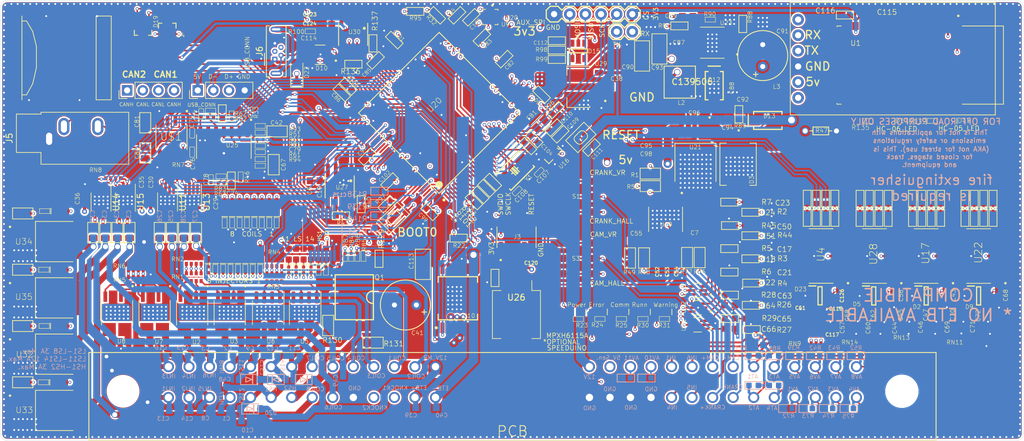
<source format=kicad_pcb>
(kicad_pcb (version 20171130) (host pcbnew "(5.1.10)-1")
  (layers (0 Top signal) (1 Route2 signal) (2 Route15 signal) (31 Bottom signal) (34 B.Paste user) (35 F.Paste user) (36 B.SilkS user) (37 F.SilkS user) (38 B.Mask user) (39 F.Mask user) (44 Edge.Cuts user))
  (net 0 "")
  (net 1 /CRANK-)
  (net 2 "Net-(C7-Pad2)")
  (net 3 "Net-(C7-Pad1)")
  (net 4 /12V)
  (net 5 "Net-(D13-PadC)")
  (net 6 "Net-(C94-Pad1)")
  (net 7 "Net-(C91-Pad+)")
  (net 8 "Net-(R88-Pad2)")
  (net 9 "Net-(C87-Pad1)")
  (net 10 "Net-(C88-Pad2)")
  (net 11 "Net-(C88-Pad1)")
  (net 12 "Net-(C89-Pad1)")
  (net 13 /5V_SENSORS)
  (net 14 /LS7)
  (net 15 /LS8)
  (net 16 "Net-(RN1-Pad4)")
  (net 17 "Net-(RN1-Pad3)")
  (net 18 "Net-(RN1-Pad2)")
  (net 19 "Net-(RN1-Pad1)")
  (net 20 /LS6)
  (net 21 /LS5)
  (net 22 /LS11)
  (net 23 /LS12)
  (net 24 "Net-(RN3-Pad4)")
  (net 25 "Net-(RN3-Pad3)")
  (net 26 "Net-(RN3-Pad2)")
  (net 27 "Net-(RN3-Pad1)")
  (net 28 /LS14)
  (net 29 /LS13)
  (net 30 /LS1)
  (net 31 /LS2)
  (net 32 "Net-(RN5-Pad4)")
  (net 33 "Net-(RN5-Pad3)")
  (net 34 "Net-(RN5-Pad2)")
  (net 35 "Net-(RN5-Pad1)")
  (net 36 /LS4)
  (net 37 /LS3)
  (net 38 /IN5)
  (net 39 /IN4)
  (net 40 "Net-(R8-Pad1)")
  (net 41 "Net-(R9-Pad1)")
  (net 42 "Net-(R10-Pad1)")
  (net 43 "Net-(R11-Pad1)")
  (net 44 /COIL3)
  (net 45 /COIL4)
  (net 46 /COIL2)
  (net 47 /COIL1)
  (net 48 "Net-(R1023-Pad2)")
  (net 49 "Net-(R1022-Pad2)")
  (net 50 "Net-(R1021-Pad1)")
  (net 51 "Net-(R1020-Pad2)")
  (net 52 /COIL7)
  (net 53 /COIL8)
  (net 54 /COIL5)
  (net 55 /COIL6)
  (net 56 /ANALOG_T2)
  (net 57 /ANALOG_T1)
  (net 58 /CAM-)
  (net 59 "Net-(C55-Pad2)")
  (net 60 "Net-(C55-Pad1)")
  (net 61 "Net-(C71-Pad1)")
  (net 62 "Net-(C72-Pad1)")
  (net 63 "Net-(C70-Pad1)")
  (net 64 "Net-(C69-Pad1)")
  (net 65 /IN1)
  (net 66 /IN6)
  (net 67 /CAM+)
  (net 68 /ANALOG_T3)
  (net 69 /ANALOG5)
  (net 70 /ANALOG6)
  (net 71 /ANALOG7)
  (net 72 /ANALOG8)
  (net 73 /ANALOG4)
  (net 74 /ANALOG3)
  (net 75 /ANALOG2)
  (net 76 /ANALOG1)
  (net 77 /ANALOG_T4)
  (net 78 /CRANK+)
  (net 79 /CAN1H)
  (net 80 /CAN1L)
  (net 81 /12V_MR)
  (net 82 /OUT-)
  (net 83 /OUT+)
  (net 84 /KNOCK1)
  (net 85 /KNOCK2)
  (net 86 "Net-(R68-Pad1)")
  (net 87 "Net-(R69-Pad1)")
  (net 88 "Net-(R70-Pad1)")
  (net 89 "Net-(R71-Pad1)")
  (net 90 /UART_RX)
  (net 91 /UART_TX)
  (net 92 "Net-(R46-Pad1)")
  (net 93 "Net-(R61-Pad2)")
  (net 94 "Net-(C79-Pad1)")
  (net 95 "Net-(C76-Pad2)")
  (net 96 "Net-(C75-Pad1)")
  (net 97 "Net-(R51-Pad2)")
  (net 98 "Net-(R33-Pad1)")
  (net 99 "Net-(D10-Pad5)")
  (net 100 "Net-(R40-Pad2)")
  (net 101 "Net-(C46-Pad1)")
  (net 102 "Net-(C47-Pad1)")
  (net 103 "Net-(C45-Pad1)")
  (net 104 "Net-(C44-Pad1)")
  (net 105 "Net-(R35-Pad1)")
  (net 106 "Net-(R36-Pad1)")
  (net 107 "Net-(R37-Pad1)")
  (net 108 "Net-(R38-Pad1)")
  (net 109 "Net-(C60-Pad1)")
  (net 110 "Net-(C62-Pad1)")
  (net 111 "Net-(C58-Pad1)")
  (net 112 "Net-(C57-Pad1)")
  (net 113 "Net-(R57-Pad1)")
  (net 114 "Net-(R58-Pad1)")
  (net 115 "Net-(R59-Pad1)")
  (net 116 "Net-(R60-Pad1)")
  (net 117 "Net-(C104-Pad2)")
  (net 118 /LED2)
  (net 119 "Net-(D1-PadC)")
  (net 120 "Net-(D6-PadC)")
  (net 121 /LED3)
  (net 122 "Net-(D7-PadC)")
  (net 123 /LED1)
  (net 124 "Net-(D8-PadC)")
  (net 125 /LED4)
  (net 126 "Net-(D14-PadC)")
  (net 127 "Net-(C42-Pad2)")
  (net 128 "Net-(C67-Pad2)")
  (net 129 "Net-(C73-Pad1)")
  (net 130 "Net-(C74-Pad2)")
  (net 131 "Net-(C77-Pad1)")
  (net 132 "Net-(C78-Pad2)")
  (net 133 "Net-(C80-Pad2)")
  (net 134 "Net-(C80-Pad1)")
  (net 135 "Net-(C81-Pad2)")
  (net 136 "Net-(C81-Pad1)")
  (net 137 "Net-(C105-Pad2)")
  (net 138 "Net-(C106-Pad2)")
  (net 139 "Net-(C108-Pad1)")
  (net 140 "Net-(C107-Pad1)")
  (net 141 "Net-(C109-Pad2)")
  (net 142 /RESET)
  (net 143 /SWCLK)
  (net 144 /SWDIO)
  (net 145 /AUX_SPI_CS)
  (net 146 /AUX_SPI_SCK)
  (net 147 /AUX_SPI_MISO)
  (net 148 /AUX_SPI_MOSI)
  (net 149 "Net-(R97-Pad2)")
  (net 150 "Net-(R101-Pad1)")
  (net 151 "Net-(R102-Pad1)")
  (net 152 "Net-(R1023-Pad1)")
  (net 153 "Net-(R1022-Pad1)")
  (net 154 "Net-(R1021-Pad2)")
  (net 155 "Net-(R1020-Pad1)")
  (net 156 "Net-(D27-PadC)")
  (net 157 "Net-(D28-PadC)")
  (net 158 "Net-(D29-PadC)")
  (net 159 "Net-(D30-PadC)")
  (net 160 "Net-(D31-PadC)")
  (net 161 "Net-(D32-PadC)")
  (net 162 "Net-(D33-PadC)")
  (net 163 "Net-(D34-PadC)")
  (net 164 "Net-(D35-PadC)")
  (net 165 "Net-(D36-PadC)")
  (net 166 "Net-(D37-PadC)")
  (net 167 "Net-(D38-PadC)")
  (net 168 "Net-(D39-PadC)")
  (net 169 "Net-(D40-PadC)")
  (net 170 "Net-(D41-PadC)")
  (net 171 "Net-(D42-PadC)")
  (net 172 "Net-(D43-PadC)")
  (net 173 "Net-(D44-PadC)")
  (net 174 "Net-(D45-PadC)")
  (net 175 "Net-(D46-PadC)")
  (net 176 "Net-(D47-PadC)")
  (net 177 "Net-(D48-PadC)")
  (net 178 "Net-(D49-PadC)")
  (net 179 "Net-(D50-PadC)")
  (net 180 "Net-(D51-PadC)")
  (net 181 "Net-(D52-PadC)")
  (net 182 /HS2)
  (net 183 /HS1)
  (net 184 "Net-(Q1-Pad5)")
  (net 185 "Net-(Q1-Pad4)")
  (net 186 "Net-(Q1-Pad3)")
  (net 187 "Net-(Q1-Pad2)")
  (net 188 "Net-(Q1-Pad1)")
  (net 189 "Net-(D18-PadA)")
  (net 190 "Net-(R132-Pad1)")
  (net 191 "Net-(D11-PadA)")
  (net 192 "Net-(R135-Pad1)")
  (net 193 /CAN2L)
  (net 194 /CAN2H)
  (net 195 "Net-(R137-Pad2)")
  (net 196 "Net-(C61-Pad1)")
  (net 197 "Net-(C117-Pad1)")
  (net 198 "Net-(C118-Pad1)")
  (net 199 /ANALOG10)
  (net 200 /ANALOG11)
  (net 201 "Net-(R143-Pad1)")
  (net 202 "Net-(R144-Pad1)")
  (net 203 "Net-(R145-Pad1)")
  (net 204 "Net-(R146-Pad1)")
  (net 205 /ANALOG9)
  (net 206 "Net-(D23-Pad1)")
  (net 207 GND)
  (net 208 +3V3)
  (net 209 /INPUTS/IN5_IN)
  (net 210 /INPUTS/IN4_IN)
  (net 211 /INPUTS/CAM+HALL)
  (net 212 /INPUTS/CAM_IN)
  (net 213 +5V)
  (net 214 /INPUTS/CRANK+HALL)
  (net 215 /INPUTS/CRANK_IN)
  (net 216 /INPUTS/IN6_IN)
  (net 217 /INPUTS/IN1_IN)
  (net 218 /KNOCK_/FILTERED1)
  (net 219 /KNOCK_/FILTERED2)
  (net 220 "/12 VOLT DIVIDER/12V_DIVIDED")
  (net 221 /USB/SHIELD)
  (net 222 /MCU/D+)
  (net 223 /MCU/D-)
  (net 224 /MCU/SD_CS)
  (net 225 /MCU/SD_MOSI)
  (net 226 /MCU/SD_SCK)
  (net 227 /MCU/SD_MISO)
  (net 228 /INPUTS/CRANK_VR_MCU)
  (net 229 /ANALOG1/ANALOG4_MCU)
  (net 230 /ANALOG1/ANALOG3_MCU)
  (net 231 /ANALOG1/ANALOG2_MCU)
  (net 232 /ANALOG1/ANALOG1_MCU)
  (net 233 /ETB/DIS)
  (net 234 /BARO/BARO_SDA)
  (net 235 /ANALOG2/ANALOG5_MCU)
  (net 236 /ANALOG2/ANALOG6_MCU)
  (net 237 /ANALOG2/ANALOG7_MCU)
  (net 238 /ANALOG2/ANALOG8_MCU)
  (net 239 /INPUTS/CAM+VR)
  (net 240 /INPUTS/CAM_VR_MCU)
  (net 241 /ANALOG_T/ANALOG_T4_MCU)
  (net 242 /ANALOG_T/ANALOG_T3_MCU)
  (net 243 /ANALOG_T/ANALOG_T2_MCU)
  (net 244 /ANALOG_T/ANALOG_T1_MCU)
  (net 245 /INPUTS/CRANK+VR)
  (net 246 /HI_SIDE/HS1_MCU)
  (net 247 /HI_SIDE/HS2_MCU)
  (net 248 /BARO/BARO_SCL)
  (net 249 /ANALOG3/ANALOG9_MCU)
  (net 250 /ANALOG3/ANALOG10_MCU)
  (net 251 /ANALOG3/ANALOG11_MCU)
  (net 252 "Net-(R146-Pad2)")
  (net 253 /LOW_SIDE_2/LS5_MCU)
  (net 254 /LOW_SIDE_2/LS6_MCU)
  (net 255 /LOW_SIDE_2/LS7_MCU)
  (net 256 /LOW_SIDE_2/LS8_MCU)
  (net 257 /LOW_SIDE_HIGH_CURRENT/LS11_BUFF)
  (net 258 /LOW_SIDE_HIGH_CURRENT/LS12_BUFF)
  (net 259 /LOW_SIDE_HIGH_CURRENT/LS13_BUFF)
  (net 260 /LOW_SIDE_HIGH_CURRENT/LS14_BUFF)
  (net 261 /LOW_SIDE_1/LS1_MCU)
  (net 262 /LOW_SIDE_1/LS2_MCU)
  (net 263 /LOW_SIDE_1/LS3_MCU)
  (net 264 /LOW_SIDE_1/LS4_MCU)
  (net 265 /IGNITION_1/IGN2)
  (net 266 /IGNITION_1/IGN1)
  (net 267 /IGNITION_1/IGN3)
  (net 268 /IGNITION_1/IGN4)
  (net 269 /IGNITION_2/IGN5)
  (net 270 /IGNITION_2/IGN6)
  (net 271 /IGNITION_2/IGN7)
  (net 272 /IGNITION_2/IGN8)
  (net 273 /ETB/ETB_PWM)
  (net 274 /ETB/DIR)
  (net 275 /INPUTS/IN4_MCU)
  (net 276 /INPUTS/IN5_MCU)
  (net 277 /INPUTS/IN3_MCU)
  (net 278 /INPUTS/IN2_MCU)
  (net 279 /LOW_SIDE_HIGH_CURRENT/LS14_MCU)
  (net 280 /LOW_SIDE_HIGH_CURRENT/LS13_MCU)
  (net 281 /LOW_SIDE_HIGH_CURRENT/LS12_MCU)
  (net 282 /LOW_SIDE_HIGH_CURRENT/LS11_MCU)
  (net 283 /CAN/CAN1_TX)
  (net 284 /CAN/CAN1_RX)
  (net 285 /INPUTS/IN1_MCU)
  (net 286 /CAN/CAN2_TX)
  (net 287 /CAN/CAN2_RX)
  (net 288 /INPUTS/IN6_MCU)
  (module Proteus_Little:SOP65P775X265-14N (layer Bottom) (at 117.729 107.29722 90)
    (fp_text reference U36 (at -1.305 4.012 90) (layer B.SilkS) (effects (font (thickness 0.015)) (justify mirror)))
    (fp_text value 74HC125DB,112)
    (pad 14 smd rect (at 3.42 1.95 90) (size 1.78 0.48) (layers Bottom B.Paste B.Mask) (net 213 +5V))
    (pad 13 smd rect (at 3.42 1.3 90) (size 1.78 0.48) (layers Bottom B.Paste B.Mask) (net 207 GND))
    (pad 12 smd rect (at 3.42 0.65 90) (size 1.78 0.48) (layers Bottom B.Paste B.Mask) (net 282 /LOW_SIDE_HIGH_CURRENT/LS11_MCU))
    (pad 11 smd rect (at 3.42 0 90) (size 1.78 0.48) (layers Bottom B.Paste B.Mask) (net 257 /LOW_SIDE_HIGH_CURRENT/LS11_BUFF))
    (pad 10 smd rect (at 3.42 -0.65 90) (size 1.78 0.48) (layers Bottom B.Paste B.Mask) (net 207 GND))
    (pad 9 smd rect (at 3.42 -1.3 90) (size 1.78 0.48) (layers Bottom B.Paste B.Mask) (net 281 /LOW_SIDE_HIGH_CURRENT/LS12_MCU))
    (pad 8 smd rect (at 3.42 -1.95 90) (size 1.78 0.48) (layers Bottom B.Paste B.Mask) (net 258 /LOW_SIDE_HIGH_CURRENT/LS12_BUFF))
    (pad 7 smd rect (at -3.42 -1.95 90) (size 1.78 0.48) (layers Bottom B.Paste B.Mask) (net 207 GND))
    (pad 6 smd rect (at -3.42 -1.3 90) (size 1.78 0.48) (layers Bottom B.Paste B.Mask) (net 259 /LOW_SIDE_HIGH_CURRENT/LS13_BUFF))
    (pad 5 smd rect (at -3.42 -0.65 90) (size 1.78 0.48) (layers Bottom B.Paste B.Mask) (net 280 /LOW_SIDE_HIGH_CURRENT/LS13_MCU))
    (pad 4 smd rect (at -3.42 0 90) (size 1.78 0.48) (layers Bottom B.Paste B.Mask) (net 207 GND))
    (pad 3 smd rect (at -3.42 0.65 90) (size 1.78 0.48) (layers Bottom B.Paste B.Mask) (net 260 /LOW_SIDE_HIGH_CURRENT/LS14_BUFF))
    (pad 2 smd rect (at -3.42 1.3 90) (size 1.78 0.48) (layers Bottom B.Paste B.Mask) (net 279 /LOW_SIDE_HIGH_CURRENT/LS14_MCU))
    (pad 1 smd rect (at -3.42 1.95 90) (size 1.78 0.48) (layers Bottom B.Paste B.Mask) (net 207 GND))
  )
  (module Proteus_Little:SOD-123FL (layer Bottom) (at 114.69785 130.8476 180)
    (fp_text reference D16 hide)
    (fp_text value MBR0520LT1G hide)
    (pad A smd rect (at 1.6375 0 180) (size 0.91 1.22) (layers Bottom B.Paste B.Mask) (net 28 /LS14))
    (pad C smd rect (at -1.6375 0 180) (size 0.91 1.22) (layers Bottom B.Paste B.Mask) (net 81 /12V_MR))
  )
  (module Proteus_Little:SOD-123FL (layer Bottom) (at 110.18935 130.8476)
    (fp_text reference D17 hide)
    (fp_text value MBR0520LT1G hide)
    (pad A smd rect (at 1.6375 0) (size 0.91 1.22) (layers Bottom B.Paste B.Mask) (net 29 /LS13))
    (pad C smd rect (at -1.6375 0) (size 0.91 1.22) (layers Bottom B.Paste B.Mask) (net 81 /12V_MR))
  )
  (module Proteus_Little:SOD-123FL (layer Bottom) (at 105.99835 135.6101 180)
    (fp_text reference D20 (at -2.34535 -1.0419) (layer B.SilkS) (effects (font (size 0.684 0.684) (thickness 0.0684)) (justify right bottom mirror)))
    (fp_text value MBR0520LT1G)
    (pad A smd rect (at 1.6375 0 180) (size 0.91 1.22) (layers Bottom B.Paste B.Mask) (net 23 /LS12))
    (pad C smd rect (at -1.6375 0 180) (size 0.91 1.22) (layers Bottom B.Paste B.Mask) (net 81 /12V_MR))
  )
  (module Proteus_Little:SOD-123FL (layer Bottom) (at 105.80785 130.8476 180)
    (fp_text reference D21 hide)
    (fp_text value MBR0520LT1G)
    (pad A smd rect (at 1.6375 0 180) (size 0.91 1.22) (layers Bottom B.Paste B.Mask) (net 22 /LS11))
    (pad C smd rect (at -1.6375 0 180) (size 0.91 1.22) (layers Bottom B.Paste B.Mask) (net 81 /12V_MR))
  )
  (module Connector_Audio:Jack_3.5mm_CUI_SJ1-3533NG_Horizontal (layer Top) (at 73.38568 91.73464 90)
    (fp_text reference J5 (at 0.1 -6.45 90) (layer F.SilkS))
    (fp_text value AudioJack3)
    (pad R thru_hole oval (at 2 7.9 90) (size 2.8 1.8) (drill oval 2 1) (layers *.Cu *.Mask) (net 133 "Net-(C80-Pad2)"))
    (pad T thru_hole oval (at 2 2.4 90) (size 2.8 1.8) (drill oval 2 1) (layers *.Cu *.Mask) (net 135 "Net-(C81-Pad2)"))
    (pad S thru_hole oval (at 0 0 90) (size 2.8 1.8) (drill oval 2 1) (layers *.Cu *.Mask) (net 207 GND))
  )
  (module Package_SO:MSOP-8_3x3mm_P0.65mm (layer Top) (at 96.4819 102.00386 270)
    (fp_text reference U13 (at 0 -2.45 90) (layer F.SilkS))
    (fp_text value MIC4427)
    (pad 8 smd roundrect (at 2.1125 -0.975 270) (size 1.625 0.4) (layers Top F.Paste F.Mask))
    (pad 7 smd roundrect (at 2.1125 -0.325 270) (size 1.625 0.4) (layers Top F.Paste F.Mask) (net 42 "Net-(R10-Pad1)"))
    (pad 6 smd roundrect (at 2.1125 0.325 270) (size 1.625 0.4) (layers Top F.Paste F.Mask) (net 213 +5V))
    (pad 5 smd roundrect (at 2.1125 0.975 270) (size 1.625 0.4) (layers Top F.Paste F.Mask) (net 43 "Net-(R11-Pad1)"))
    (pad 4 smd roundrect (at -2.1125 0.975 270) (size 1.625 0.4) (layers Top F.Paste F.Mask) (net 266 /IGNITION_1/IGN1))
    (pad 3 smd roundrect (at -2.1125 0.325 270) (size 1.625 0.4) (layers Top F.Paste F.Mask) (net 207 GND))
    (pad 2 smd roundrect (at -2.1125 -0.325 270) (size 1.625 0.4) (layers Top F.Paste F.Mask) (net 265 /IGNITION_1/IGN2))
    (pad 1 smd roundrect (at -2.1125 -0.975 270) (size 1.625 0.4) (layers Top F.Paste F.Mask))
  )
  (module Package_SO:MSOP-8_3x3mm_P0.65mm (layer Top) (at 92.60078 102.00386 270)
    (fp_text reference U11 (at 0 -2.45 90) (layer F.SilkS))
    (fp_text value MIC4427)
    (pad 8 smd roundrect (at 2.1125 -0.975 270) (size 1.625 0.4) (layers Top F.Paste F.Mask))
    (pad 7 smd roundrect (at 2.1125 -0.325 270) (size 1.625 0.4) (layers Top F.Paste F.Mask) (net 40 "Net-(R8-Pad1)"))
    (pad 6 smd roundrect (at 2.1125 0.325 270) (size 1.625 0.4) (layers Top F.Paste F.Mask) (net 213 +5V))
    (pad 5 smd roundrect (at 2.1125 0.975 270) (size 1.625 0.4) (layers Top F.Paste F.Mask) (net 41 "Net-(R9-Pad1)"))
    (pad 4 smd roundrect (at -2.1125 0.975 270) (size 1.625 0.4) (layers Top F.Paste F.Mask) (net 268 /IGNITION_1/IGN4))
    (pad 3 smd roundrect (at -2.1125 0.325 270) (size 1.625 0.4) (layers Top F.Paste F.Mask) (net 207 GND))
    (pad 2 smd roundrect (at -2.1125 -0.325 270) (size 1.625 0.4) (layers Top F.Paste F.Mask) (net 267 /IGNITION_1/IGN3))
    (pad 1 smd roundrect (at -2.1125 -0.975 270) (size 1.625 0.4) (layers Top F.Paste F.Mask))
  )
  (module Package_SO:MSOP-8_3x3mm_P0.65mm (layer Top) (at 85.75802 102.00894 270)
    (fp_text reference U15 (at 0 -2.45 90) (layer F.SilkS))
    (fp_text value MIC4427)
    (pad 8 smd roundrect (at 2.1125 -0.975 270) (size 1.625 0.4) (layers Top F.Paste F.Mask))
    (pad 7 smd roundrect (at 2.1125 -0.325 270) (size 1.625 0.4) (layers Top F.Paste F.Mask) (net 50 "Net-(R1021-Pad1)"))
    (pad 6 smd roundrect (at 2.1125 0.325 270) (size 1.625 0.4) (layers Top F.Paste F.Mask) (net 213 +5V))
    (pad 5 smd roundrect (at 2.1125 0.975 270) (size 1.625 0.4) (layers Top F.Paste F.Mask) (net 51 "Net-(R1020-Pad2)"))
    (pad 4 smd roundrect (at -2.1125 0.975 270) (size 1.625 0.4) (layers Top F.Paste F.Mask) (net 270 /IGNITION_2/IGN6))
    (pad 3 smd roundrect (at -2.1125 0.325 270) (size 1.625 0.4) (layers Top F.Paste F.Mask) (net 207 GND))
    (pad 2 smd roundrect (at -2.1125 -0.325 270) (size 1.625 0.4) (layers Top F.Paste F.Mask) (net 269 /IGNITION_2/IGN5))
    (pad 1 smd roundrect (at -2.1125 -0.975 270) (size 1.625 0.4) (layers Top F.Paste F.Mask))
  )
  (module Proteus_Little:0603-ARC (layer Top) (at 83.77936 97.52076 180)
    (fp_text reference RN8 (at 1.778 0.3175 180) (layer F.SilkS) (effects (font (size 0.684 0.684) (thickness 0.0684)) (justify right bottom)))
    (fp_text value 1K)
    (pad 8 smd rect (at -1.2 -0.625 180) (size 0.5 0.65) (layers Top F.Paste F.Mask) (net 269 /IGNITION_2/IGN5))
    (pad 7 smd rect (at -0.4 -0.625 180) (size 0.5 0.65) (layers Top F.Paste F.Mask) (net 270 /IGNITION_2/IGN6))
    (pad 6 smd rect (at 0.4 -0.625 180) (size 0.5 0.65) (layers Top F.Paste F.Mask) (net 271 /IGNITION_2/IGN7))
    (pad 5 smd rect (at 1.2 -0.625 180) (size 0.5 0.65) (layers Top F.Paste F.Mask) (net 272 /IGNITION_2/IGN8))
    (pad 4 smd rect (at 1.2 0.625 180) (size 0.5 0.65) (layers Top F.Paste F.Mask) (net 207 GND))
    (pad 3 smd rect (at 0.4 0.625 180) (size 0.5 0.65) (layers Top F.Paste F.Mask) (net 207 GND))
    (pad 2 smd rect (at -0.4 0.625 180) (size 0.5 0.65) (layers Top F.Paste F.Mask) (net 207 GND))
    (pad 1 smd rect (at -1.2 0.625 180) (size 0.5 0.65) (layers Top F.Paste F.Mask) (net 207 GND))
  )
  (module Package_SO:MSOP-8_3x3mm_P0.65mm (layer Top) (at 81.80578 102.01656 270)
    (fp_text reference U14 (at 0 -2.45 90) (layer F.SilkS))
    (fp_text value MIC4427)
    (pad 8 smd roundrect (at 2.1125 -0.975 270) (size 1.625 0.4) (layers Top F.Paste F.Mask))
    (pad 7 smd roundrect (at 2.1125 -0.325 270) (size 1.625 0.4) (layers Top F.Paste F.Mask) (net 48 "Net-(R1023-Pad2)"))
    (pad 6 smd roundrect (at 2.1125 0.325 270) (size 1.625 0.4) (layers Top F.Paste F.Mask) (net 213 +5V))
    (pad 5 smd roundrect (at 2.1125 0.975 270) (size 1.625 0.4) (layers Top F.Paste F.Mask) (net 49 "Net-(R1022-Pad2)"))
    (pad 4 smd roundrect (at -2.1125 0.975 270) (size 1.625 0.4) (layers Top F.Paste F.Mask) (net 272 /IGNITION_2/IGN8))
    (pad 3 smd roundrect (at -2.1125 0.325 270) (size 1.625 0.4) (layers Top F.Paste F.Mask) (net 207 GND))
    (pad 2 smd roundrect (at -2.1125 -0.325 270) (size 1.625 0.4) (layers Top F.Paste F.Mask) (net 271 /IGNITION_2/IGN7))
    (pad 1 smd roundrect (at -2.1125 -0.975 270) (size 1.625 0.4) (layers Top F.Paste F.Mask))
  )
  (module Proteus_Little:C0805 (layer Top) (at 88.98035 94.0176 180)
    (fp_text reference C80 (at 1.70595 0.9774 90) (layer F.SilkS) (effects (font (size 0.684 0.684) (thickness 0.0684)) (justify right top)))
    (fp_text value 10uf)
    (pad 2 smd roundrect (at 0 0.889 90) (size 1.016 1.397) (layers Top F.Paste F.Mask) (roundrect_rratio 0.125) (net 133 "Net-(C80-Pad2)"))
    (pad 1 smd roundrect (at 0 -0.889 90) (size 1.016 1.397) (layers Top F.Paste F.Mask) (roundrect_rratio 0.125) (net 134 "Net-(C80-Pad1)"))
  )
  (module Proteus_Little:C0805 (layer Top) (at 88.98035 89.1281 180)
    (fp_text reference C81 (at 1.73135 1.2568 90) (layer F.SilkS) (effects (font (size 0.684 0.684) (thickness 0.0684)) (justify right top)))
    (fp_text value 10uf)
    (pad 2 smd roundrect (at 0 0.889 90) (size 1.016 1.397) (layers Top F.Paste F.Mask) (roundrect_rratio 0.125) (net 135 "Net-(C81-Pad2)"))
    (pad 1 smd roundrect (at 0 -0.889 90) (size 1.016 1.397) (layers Top F.Paste F.Mask) (roundrect_rratio 0.125) (net 136 "Net-(C81-Pad1)"))
  )
  (module Proteus_Little:SOIC127P599X175-8N (layer Top) (at 93.23485 91.4776 270)
    (fp_text reference U$1 (at 0.6228 1.90915 180) (layer F.SilkS) (effects (font (size 1.2065 1.2065) (thickness 0.09652)) (justify left bottom)))
    (fp_text value MCP6002-E_SN)
    (pad 8 smd roundrect (at 2.67 -1.905 270) (size 1.58 0.6) (layers Top F.Paste F.Mask) (roundrect_rratio 0.125) (net 213 +5V))
    (pad 7 smd roundrect (at 2.67 -0.635 270) (size 1.58 0.6) (layers Top F.Paste F.Mask) (roundrect_rratio 0.125) (net 134 "Net-(C80-Pad1)"))
    (pad 6 smd roundrect (at 2.67 0.635 270) (size 1.58 0.6) (layers Top F.Paste F.Mask) (roundrect_rratio 0.125) (net 219 /KNOCK_/FILTERED2))
    (pad 5 smd roundrect (at 2.67 1.905 270) (size 1.58 0.6) (layers Top F.Paste F.Mask) (roundrect_rratio 0.125) (net 134 "Net-(C80-Pad1)"))
    (pad 4 smd roundrect (at -2.67 1.905 270) (size 1.58 0.6) (layers Top F.Paste F.Mask) (roundrect_rratio 0.125) (net 207 GND))
    (pad 3 smd roundrect (at -2.67 0.635 270) (size 1.58 0.6) (layers Top F.Paste F.Mask) (roundrect_rratio 0.125) (net 136 "Net-(C81-Pad1)"))
    (pad 2 smd roundrect (at -2.67 -0.635 270) (size 1.58 0.6) (layers Top F.Paste F.Mask) (roundrect_rratio 0.125) (net 218 /KNOCK_/FILTERED1))
    (pad 1 smd roundrect (at -2.67 -1.905 270) (size 1.58 0.6) (layers Top F.Paste F.Mask) (roundrect_rratio 0.125) (net 136 "Net-(C81-Pad1)"))
  )
  (module Proteus_Little:Speeduino_Logo (layer Bottom) (at 213.71052 109.78134 180)
    (fp_text reference G*** hide)
    (fp_text value LOGO hide)
  )
  (module Proteus_Little:SOIC127P600X175-14N (layer Top) (at 198.68388 110.77448 180)
    (fp_text reference U4 (at -0.66802 1.52908 270) (layer F.SilkS) (effects (font (size 1.2065 1.2065) (thickness 0.09652)) (justify right bottom)))
    (fp_text value MCP6004-E_SL)
    (pad 14 smd roundrect (at 2.455 -3.81 180) (size 1.9 0.6) (layers Top F.Paste F.Mask) (roundrect_rratio 0.125) (net 204 "Net-(R146-Pad1)"))
    (pad 13 smd roundrect (at 2.455 -2.54 180) (size 1.9 0.6) (layers Top F.Paste F.Mask) (roundrect_rratio 0.125) (net 204 "Net-(R146-Pad1)"))
    (pad 12 smd roundrect (at 2.455 -1.27 180) (size 1.9 0.6) (layers Top F.Paste F.Mask) (roundrect_rratio 0.125) (net 206 "Net-(D23-Pad1)"))
    (pad 11 smd roundrect (at 2.455 0 180) (size 1.9 0.6) (layers Top F.Paste F.Mask) (roundrect_rratio 0.125) (net 207 GND))
    (pad 10 smd roundrect (at 2.455 1.27 180) (size 1.9 0.6) (layers Top F.Paste F.Mask) (roundrect_rratio 0.125) (net 196 "Net-(C61-Pad1)"))
    (pad 9 smd roundrect (at 2.455 2.54 180) (size 1.9 0.6) (layers Top F.Paste F.Mask) (roundrect_rratio 0.125) (net 203 "Net-(R145-Pad1)"))
    (pad 8 smd roundrect (at 2.455 3.81 180) (size 1.9 0.6) (layers Top F.Paste F.Mask) (roundrect_rratio 0.125) (net 203 "Net-(R145-Pad1)"))
    (pad 7 smd roundrect (at -2.455 3.81 180) (size 1.9 0.6) (layers Top F.Paste F.Mask) (roundrect_rratio 0.125) (net 202 "Net-(R144-Pad1)"))
    (pad 6 smd roundrect (at -2.455 2.54 180) (size 1.9 0.6) (layers Top F.Paste F.Mask) (roundrect_rratio 0.125) (net 202 "Net-(R144-Pad1)"))
    (pad 5 smd roundrect (at -2.455 1.27 180) (size 1.9 0.6) (layers Top F.Paste F.Mask) (roundrect_rratio 0.125) (net 197 "Net-(C117-Pad1)"))
    (pad 4 smd roundrect (at -2.455 0 180) (size 1.9 0.6) (layers Top F.Paste F.Mask) (roundrect_rratio 0.125) (net 213 +5V))
    (pad 3 smd roundrect (at -2.455 -1.27 180) (size 1.9 0.6) (layers Top F.Paste F.Mask) (roundrect_rratio 0.125) (net 198 "Net-(C118-Pad1)"))
    (pad 2 smd roundrect (at -2.455 -2.54 180) (size 1.9 0.6) (layers Top F.Paste F.Mask) (roundrect_rratio 0.125) (net 201 "Net-(R143-Pad1)"))
    (pad 1 smd roundrect (at -2.455 -3.81 180) (size 1.9 0.6) (layers Top F.Paste F.Mask) (roundrect_rratio 0.125) (net 201 "Net-(R143-Pad1)"))
  )
  (module Proteus_Little:0603-ARC (layer Top) (at 214.89416 124.7516 180)
    (fp_text reference RN13 (at 1.778 0.3175 180) (layer F.SilkS) (effects (font (size 0.684 0.684) (thickness 0.0684)) (justify right bottom)))
    (fp_text value 10K)
    (pad 8 smd rect (at -1.2 -0.625 180) (size 0.5 0.65) (layers Top F.Paste F.Mask) (net 69 /ANALOG5))
    (pad 7 smd rect (at -0.4 -0.625 180) (size 0.5 0.65) (layers Top F.Paste F.Mask) (net 70 /ANALOG6))
    (pad 6 smd rect (at 0.4 -0.625 180) (size 0.5 0.65) (layers Top F.Paste F.Mask) (net 71 /ANALOG7))
    (pad 5 smd rect (at 1.2 -0.625 180) (size 0.5 0.65) (layers Top F.Paste F.Mask) (net 72 /ANALOG8))
    (pad 4 smd rect (at 1.2 0.625 180) (size 0.5 0.65) (layers Top F.Paste F.Mask) (net 104 "Net-(C44-Pad1)"))
    (pad 3 smd rect (at 0.4 0.625 180) (size 0.5 0.65) (layers Top F.Paste F.Mask) (net 103 "Net-(C45-Pad1)"))
    (pad 2 smd rect (at -0.4 0.625 180) (size 0.5 0.65) (layers Top F.Paste F.Mask) (net 101 "Net-(C46-Pad1)"))
    (pad 1 smd rect (at -1.2 0.625 180) (size 0.5 0.65) (layers Top F.Paste F.Mask) (net 102 "Net-(C47-Pad1)"))
  )
  (module Proteus_Little:0603-ARC (layer Top) (at 197.46468 124.33554 180)
    (fp_text reference RN9 (at 2.00406 -1.06934 180) (layer F.SilkS) (effects (font (size 0.684 0.684) (thickness 0.0684)) (justify right bottom)))
    (fp_text value 10K)
    (pad 8 smd rect (at -1.2 -0.625 180) (size 0.5 0.65) (layers Top F.Paste F.Mask) (net 205 /ANALOG9))
    (pad 7 smd rect (at -0.4 -0.625 180) (size 0.5 0.65) (layers Top F.Paste F.Mask) (net 199 /ANALOG10))
    (pad 6 smd rect (at 0.4 -0.625 180) (size 0.5 0.65) (layers Top F.Paste F.Mask) (net 200 /ANALOG11))
    (pad 5 smd rect (at 1.2 -0.625 180) (size 0.5 0.65) (layers Top F.Paste F.Mask))
    (pad 4 smd rect (at 1.2 0.625 180) (size 0.5 0.65) (layers Top F.Paste F.Mask) (net 206 "Net-(D23-Pad1)"))
    (pad 3 smd rect (at 0.4 0.625 180) (size 0.5 0.65) (layers Top F.Paste F.Mask) (net 196 "Net-(C61-Pad1)"))
    (pad 2 smd rect (at -0.4 0.625 180) (size 0.5 0.65) (layers Top F.Paste F.Mask) (net 197 "Net-(C117-Pad1)"))
    (pad 1 smd rect (at -1.2 0.625 180) (size 0.5 0.65) (layers Top F.Paste F.Mask) (net 198 "Net-(C118-Pad1)"))
  )
  (module Proteus_Little:R0603 (layer Top) (at 200.90384 101.48824)
    (fp_text reference R150 hide)
    (fp_text value 10K)
    (pad 2 smd roundrect (at 0 0.762 270) (size 0.889 0.889) (layers Top F.Paste F.Mask) (roundrect_rratio 0.125) (net 249 /ANALOG3/ANALOG9_MCU))
    (pad 1 smd roundrect (at 0 -0.762 270) (size 0.889 0.889) (layers Top F.Paste F.Mask) (roundrect_rratio 0.125) (net 207 GND))
  )
  (module Proteus_Little:R0603 (layer Top) (at 199.41032 101.48824)
    (fp_text reference R149 hide)
    (fp_text value 10K)
    (pad 2 smd roundrect (at 0 0.762 270) (size 0.889 0.889) (layers Top F.Paste F.Mask) (roundrect_rratio 0.125) (net 250 /ANALOG3/ANALOG10_MCU))
    (pad 1 smd roundrect (at 0 -0.762 270) (size 0.889 0.889) (layers Top F.Paste F.Mask) (roundrect_rratio 0.125) (net 207 GND))
  )
  (module Proteus_Little:R0603 (layer Top) (at 197.91934 101.48824)
    (fp_text reference R148 hide)
    (fp_text value 10K)
    (pad 2 smd roundrect (at 0 0.762 270) (size 0.889 0.889) (layers Top F.Paste F.Mask) (roundrect_rratio 0.125) (net 251 /ANALOG3/ANALOG11_MCU))
    (pad 1 smd roundrect (at 0 -0.762 270) (size 0.889 0.889) (layers Top F.Paste F.Mask) (roundrect_rratio 0.125) (net 207 GND))
  )
  (module Proteus_Little:R0603 (layer Top) (at 196.4182 101.48824)
    (fp_text reference R147 hide)
    (fp_text value 10K)
    (pad 2 smd roundrect (at 0 0.762 270) (size 0.889 0.889) (layers Top F.Paste F.Mask) (roundrect_rratio 0.125) (net 252 "Net-(R146-Pad2)"))
    (pad 1 smd roundrect (at 0 -0.762 270) (size 0.889 0.889) (layers Top F.Paste F.Mask) (roundrect_rratio 0.125) (net 207 GND))
  )
  (module Proteus_Little:R0603 (layer Top) (at 196.4182 104.55148 180)
    (fp_text reference R146 hide)
    (fp_text value 5.6K)
    (pad 2 smd roundrect (at 0 0.762 90) (size 0.889 0.889) (layers Top F.Paste F.Mask) (roundrect_rratio 0.125) (net 252 "Net-(R146-Pad2)"))
    (pad 1 smd roundrect (at 0 -0.762 90) (size 0.889 0.889) (layers Top F.Paste F.Mask) (roundrect_rratio 0.125) (net 204 "Net-(R146-Pad1)"))
  )
  (module Proteus_Little:R0603 (layer Top) (at 197.91934 104.55148 180)
    (fp_text reference R145 hide)
    (fp_text value 5.6K)
    (pad 2 smd roundrect (at 0 0.762 90) (size 0.889 0.889) (layers Top F.Paste F.Mask) (roundrect_rratio 0.125) (net 251 /ANALOG3/ANALOG11_MCU))
    (pad 1 smd roundrect (at 0 -0.762 90) (size 0.889 0.889) (layers Top F.Paste F.Mask) (roundrect_rratio 0.125) (net 203 "Net-(R145-Pad1)"))
  )
  (module Proteus_Little:R0603 (layer Top) (at 199.41032 104.55148 180)
    (fp_text reference R144 hide)
    (fp_text value 5.6K)
    (pad 2 smd roundrect (at 0 0.762 90) (size 0.889 0.889) (layers Top F.Paste F.Mask) (roundrect_rratio 0.125) (net 250 /ANALOG3/ANALOG10_MCU))
    (pad 1 smd roundrect (at 0 -0.762 90) (size 0.889 0.889) (layers Top F.Paste F.Mask) (roundrect_rratio 0.125) (net 202 "Net-(R144-Pad1)"))
  )
  (module Proteus_Little:R0603 (layer Top) (at 200.90384 104.55148 180)
    (fp_text reference R143 hide)
    (fp_text value 5.6K)
    (pad 2 smd roundrect (at 0 0.762 90) (size 0.889 0.889) (layers Top F.Paste F.Mask) (roundrect_rratio 0.125) (net 249 /ANALOG3/ANALOG9_MCU))
    (pad 1 smd roundrect (at 0 -0.762 90) (size 0.889 0.889) (layers Top F.Paste F.Mask) (roundrect_rratio 0.125) (net 201 "Net-(R143-Pad1)"))
  )
  (module Proteus_Little:R0603 (layer Bottom) (at 166.97452 130.5941 270)
    (fp_text reference R133 hide)
    (fp_text value 470K)
    (pad 2 smd roundrect (at 0 -0.762) (size 0.889 0.889) (layers Bottom B.Paste B.Mask) (roundrect_rratio 0.125) (net 200 /ANALOG11))
    (pad 1 smd roundrect (at 0 0.762) (size 0.889 0.889) (layers Bottom B.Paste B.Mask) (roundrect_rratio 0.125) (net 207 GND))
  )
  (module Proteus_Little:R0603 (layer Bottom) (at 170.31462 130.59918 270)
    (fp_text reference R92 hide)
    (fp_text value 470K)
    (pad 2 smd roundrect (at 0 -0.762) (size 0.889 0.889) (layers Bottom B.Paste B.Mask) (roundrect_rratio 0.125) (net 199 /ANALOG10))
    (pad 1 smd roundrect (at 0 0.762) (size 0.889 0.889) (layers Bottom B.Paste B.Mask) (roundrect_rratio 0.125) (net 207 GND))
  )
  (module Proteus_Little:R0603 (layer Top) (at 145.74266 114.33556)
    (fp_text reference R66 hide)
    (fp_text value 470K)
    (pad 2 smd roundrect (at 0 0.762 270) (size 0.889 0.889) (layers Top F.Paste F.Mask) (roundrect_rratio 0.125) (net 205 /ANALOG9))
    (pad 1 smd roundrect (at 0 -0.762 270) (size 0.889 0.889) (layers Top F.Paste F.Mask) (roundrect_rratio 0.125) (net 207 GND))
  )
  (module Proteus_Little:SOT95P280X145-6N (layer Top) (at 198.501 117.24132)
    (fp_text reference D23 (at -3.175 -1.0795) (layer F.SilkS) (effects (font (size 0.684 0.684) (thickness 0.0684))))
    (fp_text value SRV05-4.TCT)
    (pad 6 smd rect (at 1.25 -0.95) (size 1.15 0.6) (layers Top F.Paste F.Mask) (net 197 "Net-(C117-Pad1)"))
    (pad 5 smd rect (at 1.25 0) (size 1.15 0.6) (layers Top F.Paste F.Mask) (net 213 +5V))
    (pad 4 smd rect (at 1.25 0.95) (size 1.15 0.6) (layers Top F.Paste F.Mask) (net 198 "Net-(C118-Pad1)"))
    (pad 3 smd rect (at -1.25 0.95) (size 1.15 0.6) (layers Top F.Paste F.Mask) (net 196 "Net-(C61-Pad1)"))
    (pad 2 smd rect (at -1.25 0) (size 1.15 0.6) (layers Top F.Paste F.Mask) (net 207 GND))
    (pad 1 smd rect (at -1.25 -0.95) (size 1.15 0.6) (layers Top F.Paste F.Mask) (net 206 "Net-(D23-Pad1)"))
  )
  (module Proteus_Little:0603 (layer Top) (at 201.62774 117.23116 270)
    (fp_text reference C126 (at 0 -0.762 270) (layer F.SilkS) (effects (font (size 0.57912 0.57912) (thickness 0.115824)) (justify bottom)))
    (fp_text value 33nF)
    (pad 2 smd rect (at 0.85 0 270) (size 1.1 1) (layers Top F.Paste F.Mask) (net 207 GND))
    (pad 1 smd rect (at -0.85 0 270) (size 1.1 1) (layers Top F.Paste F.Mask) (net 213 +5V))
  )
  (module Proteus_Little:0603 (layer Top) (at 200.48728 120.4971 180)
    (fp_text reference C118 (at -0.56388 0.8128 180) (layer F.SilkS) (effects (font (size 0.57912 0.57912) (thickness 0.115824)) (justify bottom)))
    (fp_text value 100nF)
    (pad 2 smd rect (at 0.85 0 180) (size 1.1 1) (layers Top F.Paste F.Mask) (net 207 GND))
    (pad 1 smd rect (at -0.85 0 180) (size 1.1 1) (layers Top F.Paste F.Mask) (net 198 "Net-(C118-Pad1)"))
  )
  (module Proteus_Little:0603 (layer Top) (at 199.33666 122.3386)
    (fp_text reference C117 (at 1.13792 1.5499 -180) (layer F.SilkS) (effects (font (size 0.57912 0.57912) (thickness 0.115824)) (justify bottom)))
    (fp_text value 100nF)
    (pad 2 smd rect (at 0.85 0) (size 1.1 1) (layers Top F.Paste F.Mask) (net 207 GND))
    (pad 1 smd rect (at -0.85 0) (size 1.1 1) (layers Top F.Paste F.Mask) (net 197 "Net-(C117-Pad1)"))
  )
  (module Proteus_Little:0603 (layer Top) (at 196.18706 120.4971 180)
    (fp_text reference C61 (at 0.88392 0.94692 180) (layer F.SilkS) (effects (font (size 0.57912 0.57912) (thickness 0.115824)) (justify bottom)))
    (fp_text value 100nF)
    (pad 2 smd rect (at 0.85 0 180) (size 1.1 1) (layers Top F.Paste F.Mask) (net 207 GND))
    (pad 1 smd rect (at -0.85 0 180) (size 1.1 1) (layers Top F.Paste F.Mask) (net 196 "Net-(C61-Pad1)"))
  )
  (module Proteus_Little:R0603 (layer Bottom) (at 126.9873 106.23 90)
    (fp_text reference R141 (at -1.015998 -1.904999) (layer B.SilkS) (effects (font (size 0.84455 0.84455) (thickness 0.0929)) (justify left bottom mirror)))
    (fp_text value 10K)
    (pad 2 smd roundrect (at 0 -0.762 180) (size 0.889 0.889) (layers Bottom B.Paste B.Mask) (roundrect_rratio 0.125) (net 207 GND))
    (pad 1 smd roundrect (at 0 0.762 180) (size 0.889 0.889) (layers Bottom B.Paste B.Mask) (roundrect_rratio 0.125) (net 279 /LOW_SIDE_HIGH_CURRENT/LS14_MCU))
  )
  (module Proteus_Little:R0603 (layer Bottom) (at 126.9873 104.23 90)
    (fp_text reference R140 (at -1.015998 -1.904999) (layer B.SilkS) (effects (font (size 0.84455 0.84455) (thickness 0.0929)) (justify left bottom mirror)))
    (fp_text value 10K)
    (pad 2 smd roundrect (at 0 -0.762 180) (size 0.889 0.889) (layers Bottom B.Paste B.Mask) (roundrect_rratio 0.125) (net 207 GND))
    (pad 1 smd roundrect (at 0 0.762 180) (size 0.889 0.889) (layers Bottom B.Paste B.Mask) (roundrect_rratio 0.125) (net 280 /LOW_SIDE_HIGH_CURRENT/LS13_MCU))
  )
  (module Proteus_Little:R0603 (layer Bottom) (at 126.9873 102.23 90)
    (fp_text reference R139 (at -1.015998 -1.904999) (layer B.SilkS) (effects (font (size 0.84455 0.84455) (thickness 0.0929)) (justify left bottom mirror)))
    (fp_text value 10K)
    (pad 2 smd roundrect (at 0 -0.762 180) (size 0.889 0.889) (layers Bottom B.Paste B.Mask) (roundrect_rratio 0.125) (net 207 GND))
    (pad 1 smd roundrect (at 0 0.762 180) (size 0.889 0.889) (layers Bottom B.Paste B.Mask) (roundrect_rratio 0.125) (net 281 /LOW_SIDE_HIGH_CURRENT/LS12_MCU))
  )
  (module Proteus_Little:R0603 (layer Bottom) (at 126.9873 100.23 90)
    (fp_text reference R138 (at -1.015998 -1.904999) (layer B.SilkS) (effects (font (size 0.84455 0.84455) (thickness 0.0929)) (justify left bottom mirror)))
    (fp_text value 10K)
    (pad 2 smd roundrect (at 0 -0.762 180) (size 0.889 0.889) (layers Bottom B.Paste B.Mask) (roundrect_rratio 0.125) (net 207 GND))
    (pad 1 smd roundrect (at 0 0.762 180) (size 0.889 0.889) (layers Bottom B.Paste B.Mask) (roundrect_rratio 0.125) (net 282 /LOW_SIDE_HIGH_CURRENT/LS11_MCU))
  )
  (module Proteus_Little:0603 (layer Bottom) (at 120.52808 101.95052 180)
    (fp_text reference C125 (at 0 0.762) (layer B.SilkS) (effects (font (size 0.57912 0.57912) (thickness 0.115824)) (justify bottom mirror)))
    (fp_text value 100nF)
    (pad 2 smd rect (at 0.85 0 180) (size 1.1 1) (layers Bottom B.Paste B.Mask) (net 213 +5V))
    (pad 1 smd rect (at -0.85 0 180) (size 1.1 1) (layers Bottom B.Paste B.Mask) (net 207 GND))
  )
  (module Package_SO:SOIC-8_3.9x4.9mm_P1.27mm (layer Top) (at 108.9406 119.97944 270)
    (fp_text reference U6 (at 4.64312 -0.43434 180) (layer F.SilkS) (effects (font (size 0.684 0.684) (thickness 0.0684))))
    (fp_text value VNLD5090TR-E)
    (pad 8 smd roundrect (at 2.475 -1.905 270) (size 1.95 0.6) (layers Top F.Paste F.Mask) (net 23 /LS12))
    (pad 7 smd roundrect (at 2.475 -0.635 270) (size 1.95 0.6) (layers Top F.Paste F.Mask) (net 207 GND))
    (pad 6 smd roundrect (at 2.475 0.635 270) (size 1.95 0.6) (layers Top F.Paste F.Mask) (net 22 /LS11))
    (pad 5 smd roundrect (at 2.475 1.905 270) (size 1.95 0.6) (layers Top F.Paste F.Mask) (net 207 GND))
    (pad 4 smd roundrect (at -2.475 1.905 270) (size 1.95 0.6) (layers Top F.Paste F.Mask))
    (pad 3 smd roundrect (at -2.475 0.635 270) (size 1.95 0.6) (layers Top F.Paste F.Mask) (net 27 "Net-(RN3-Pad1)"))
    (pad 2 smd roundrect (at -2.475 -0.635 270) (size 1.95 0.6) (layers Top F.Paste F.Mask))
    (pad 1 smd roundrect (at -2.475 -1.905 270) (size 1.95 0.6) (layers Top F.Paste F.Mask) (net 26 "Net-(RN3-Pad2)"))
  )
  (module Package_SO:SOIC-8_3.9x4.9mm_P1.27mm (layer Top) (at 114.935 119.98452 270)
    (fp_text reference U5 (at 4.66344 0.10668 180) (layer F.SilkS) (effects (font (size 0.684 0.684) (thickness 0.0684))))
    (fp_text value VNLD5090TR-E)
    (pad 8 smd roundrect (at 2.475 -1.905 270) (size 1.95 0.6) (layers Top F.Paste F.Mask) (net 28 /LS14))
    (pad 7 smd roundrect (at 2.475 -0.635 270) (size 1.95 0.6) (layers Top F.Paste F.Mask) (net 207 GND))
    (pad 6 smd roundrect (at 2.475 0.635 270) (size 1.95 0.6) (layers Top F.Paste F.Mask) (net 29 /LS13))
    (pad 5 smd roundrect (at 2.475 1.905 270) (size 1.95 0.6) (layers Top F.Paste F.Mask) (net 207 GND))
    (pad 4 smd roundrect (at -2.475 1.905 270) (size 1.95 0.6) (layers Top F.Paste F.Mask))
    (pad 3 smd roundrect (at -2.475 0.635 270) (size 1.95 0.6) (layers Top F.Paste F.Mask) (net 25 "Net-(RN3-Pad3)"))
    (pad 2 smd roundrect (at -2.475 -0.635 270) (size 1.95 0.6) (layers Top F.Paste F.Mask))
    (pad 1 smd roundrect (at -2.475 -1.905 270) (size 1.95 0.6) (layers Top F.Paste F.Mask) (net 24 "Net-(RN3-Pad4)"))
  )
  (module Connector_PinHeader_2.54mm:PinHeader_1x04_P2.54mm_Vertical (layer Top) (at 86.0425 83.8576 90)
    (fp_text reference J1 hide)
    (fp_text value Conn_01x04_Female)
    (pad 4 thru_hole oval (at 0 7.62 90) (size 1.7 1.7) (drill 1) (layers *.Cu *.Mask) (net 79 /CAN1H))
    (pad 3 thru_hole oval (at 0 5.08 90) (size 1.7 1.7) (drill 1) (layers *.Cu *.Mask) (net 80 /CAN1L))
    (pad 2 thru_hole oval (at 0 2.54 90) (size 1.7 1.7) (drill 1) (layers *.Cu *.Mask) (net 193 /CAN2L))
    (pad 1 thru_hole rect (at 0 0 90) (size 1.7 1.7) (drill 1) (layers *.Cu *.Mask) (net 194 /CAN2H))
  )
  (module Connector_PinHeader_2.54mm:PinHeader_1x04_P2.54mm_Vertical (layer Top) (at 97.5 83.8576 90)
    (fp_text reference J9 hide)
    (fp_text value Conn_01x04_Female)
    (pad 4 thru_hole oval (at 0 7.62 90) (size 1.7 1.7) (drill 1) (layers *.Cu *.Mask) (net 207 GND))
    (pad 3 thru_hole oval (at 0 5.08 90) (size 1.7 1.7) (drill 1) (layers *.Cu *.Mask) (net 222 /MCU/D+))
    (pad 2 thru_hole oval (at 0 2.54 90) (size 1.7 1.7) (drill 1) (layers *.Cu *.Mask) (net 223 /MCU/D-))
    (pad 1 thru_hole rect (at 0 0 90) (size 1.7 1.7) (drill 1) (layers *.Cu *.Mask) (net 99 "Net-(D10-Pad5)"))
  )
  (module Connector_USB:USB_Micro-B_Wuerth_614105150721_Vertical (layer Top) (at 110.01756 78.82128 90)
    (fp_text reference J6 (at 1.3 -2.48 90) (layer F.SilkS))
    (fp_text value USB_B_Micro)
    (pad 1 thru_hole rect (at 0 0 90) (size 0.84 0.84) (drill 0.44) (layers *.Cu *.Mask) (net 99 "Net-(D10-Pad5)"))
    (pad 2 thru_hole circle (at 0.65 1 90) (size 0.84 0.84) (drill 0.44) (layers *.Cu *.Mask) (net 223 /MCU/D-))
    (pad 3 thru_hole circle (at 1.3 0 90) (size 0.84 0.84) (drill 0.44) (layers *.Cu *.Mask) (net 222 /MCU/D+))
    (pad 4 thru_hole circle (at 1.95 1 90) (size 0.84 0.84) (drill 0.44) (layers *.Cu *.Mask))
    (pad 5 thru_hole circle (at 2.6 0 90) (size 0.84 0.84) (drill 0.44) (layers *.Cu *.Mask) (net 207 GND))
    (pad 6 thru_hole oval (at -2.275 0.22 90) (size 0.85 1.85) (drill oval 0.35 1.35) (layers *.Cu *.Mask) (net 221 /USB/SHIELD))
    (pad 6 thru_hole oval (at 4.875 0.22 90) (size 0.85 1.85) (drill oval 0.35 1.35) (layers *.Cu *.Mask) (net 221 /USB/SHIELD))
  )
  (module Proteus_Little:SO08 (layer Top) (at 122.72772 74.76744 180)
    (fp_text reference U30 (at -1.27 0 180) (layer F.SilkS) (effects (font (size 0.684 0.684) (thickness 0.0684)) (justify right bottom)))
    (fp_text value VD230)
    (pad 1 smd rect (at -1.905 2.6162 180) (size 0.6096 2.2098) (layers Top F.Paste F.Mask) (net 286 /CAN/CAN2_TX))
    (pad 2 smd rect (at -0.635 2.6162 180) (size 0.6096 2.2098) (layers Top F.Paste F.Mask) (net 207 GND))
    (pad 3 smd rect (at 0.635 2.6162 180) (size 0.6096 2.2098) (layers Top F.Paste F.Mask) (net 208 +3V3))
    (pad 4 smd rect (at 1.905 2.6162 180) (size 0.6096 2.2098) (layers Top F.Paste F.Mask) (net 287 /CAN/CAN2_RX))
    (pad 5 smd rect (at 1.905 -2.6162 180) (size 0.6096 2.2098) (layers Top F.Paste F.Mask))
    (pad 6 smd rect (at 0.635 -2.6162 180) (size 0.6096 2.2098) (layers Top F.Paste F.Mask) (net 193 /CAN2L))
    (pad 7 smd rect (at -0.635 -2.6162 180) (size 0.6096 2.2098) (layers Top F.Paste F.Mask) (net 194 /CAN2H))
    (pad 8 smd rect (at -1.905 -2.6162 180) (size 0.6096 2.2098) (layers Top F.Paste F.Mask) (net 195 "Net-(R137-Pad2)"))
  )
  (module Proteus_Little:R0603 (layer Top) (at 125.94336 76.22032)
    (fp_text reference R137 (at 0.81788 -1.95072 -90) (layer F.SilkS) (effects (font (size 0.84455 0.84455) (thickness 0.0929)) (justify left bottom)))
    (fp_text value 10K)
    (pad 2 smd roundrect (at 0 0.762 270) (size 0.889 0.889) (layers Top F.Paste F.Mask) (roundrect_rratio 0.125) (net 195 "Net-(R137-Pad2)"))
    (pad 1 smd roundrect (at 0 -0.762 270) (size 0.889 0.889) (layers Top F.Paste F.Mask) (roundrect_rratio 0.125) (net 207 GND))
  )
  (module Proteus_Little:R0603 (layer Top) (at 122.76328 79.60868 90)
    (fp_text reference R136 (at -1.68148 1.23444 180) (layer F.SilkS) (effects (font (size 0.84455 0.84455) (thickness 0.0929)) (justify right bottom)))
    (fp_text value 120R)
    (pad 2 smd roundrect (at 0 0.762) (size 0.889 0.889) (layers Top F.Paste F.Mask) (roundrect_rratio 0.125) (net 194 /CAN2H))
    (pad 1 smd roundrect (at 0 -0.762) (size 0.889 0.889) (layers Top F.Paste F.Mask) (roundrect_rratio 0.125) (net 193 /CAN2L))
  )
  (module Proteus_Little:SOT23 (layer Top) (at 88.6333 74.2442 180)
    (fp_text reference D19 (at -2.44348 0.52832 270) (layer F.SilkS) (effects (font (size 0.684 0.684) (thickness 0.0684)) (justify left bottom)))
    (fp_text value PESD1CAN)
    (pad 1 smd rect (at -0.95 1.1 180) (size 1 1.4) (layers Top F.Paste F.Mask) (net 193 /CAN2L))
    (pad 2 smd rect (at 0.95 1.1 180) (size 1 1.4) (layers Top F.Paste F.Mask) (net 194 /CAN2H))
    (pad 3 smd rect (at 0 -1.1 180) (size 1 1.4) (layers Top F.Paste F.Mask) (net 207 GND))
  )
  (module Proteus_Little:0603 (layer Top) (at 118.39956 73.1012 180)
    (fp_text reference C124 (at 2.7432 -0.254 180) (layer F.SilkS) (effects (font (size 0.57912 0.57912) (thickness 0.115824)) (justify bottom)))
    (fp_text value 100nF)
    (pad 2 smd rect (at 0.85 0 180) (size 1.1 1) (layers Top F.Paste F.Mask) (net 207 GND))
    (pad 1 smd rect (at -0.85 0 180) (size 1.1 1) (layers Top F.Paste F.Mask) (net 208 +3V3))
  )
  (module Proteus_Little:0603 (layer Top) (at 118.40464 71.51116 180)
    (fp_text reference C123 (at 2.72288 -0.3556 180) (layer F.SilkS) (effects (font (size 0.57912 0.57912) (thickness 0.115824)) (justify bottom)))
    (fp_text value 1.0uF)
    (pad 2 smd rect (at 0.85 0 180) (size 1.1 1) (layers Top F.Paste F.Mask) (net 207 GND))
    (pad 1 smd rect (at -0.85 0 180) (size 1.1 1) (layers Top F.Paste F.Mask) (net 208 +3V3))
  )
  (module Proteus_Little:R42 (layer Bottom) (at 215.4682 81.76768 180)
    (fp_text reference G*** hide)
    (fp_text value LOGO hide)
  )
  (module Proteus_Little:PG-DSO-12-9 (layer Top) (at 122.9106 117.475 270)
    (fp_text reference Q1 (at -3.2004 -4.10464 180) (layer F.SilkS) (effects (font (size 0.84455 0.84455) (thickness 0.0929))))
    (fp_text value BTS5215L)
    (fp_poly (pts (xy -0.7 3.8) (xy 0.7 3.8) (xy 0.7 -3.8) (xy -0.7 -3.8)) (layer Top) (width 0.2))
    (pad 1 smd rect (at -4.7 -2.5 270) (size 1.65 0.65) (layers Top F.Paste) (net 188 "Net-(Q1-Pad1)"))
    (pad 2 smd rect (at -4.7 -1.5 270) (size 1.65 0.65) (layers Top F.Paste) (net 187 "Net-(Q1-Pad2)"))
    (pad 3 smd rect (at -4.7 -0.5 270) (size 1.65 0.65) (layers Top F.Paste) (net 186 "Net-(Q1-Pad3)"))
    (pad 4 smd rect (at -4.7 0.5 270) (size 1.65 0.65) (layers Top F.Paste) (net 185 "Net-(Q1-Pad4)"))
    (pad 5 smd rect (at -4.7 1.5 270) (size 1.65 0.65) (layers Top F.Paste) (net 184 "Net-(Q1-Pad5)"))
    (pad 6 smd rect (at -4.7 2.5 270) (size 1.65 0.65) (layers Top F.Paste) (net 81 /12V_MR))
    (pad 7 smd rect (at 4.7 2.5 270) (size 1.65 0.65) (layers Top F.Paste))
    (pad 8 smd rect (at 4.7 1.5 270) (size 1.65 0.65) (layers Top F.Paste) (net 183 /HS1))
    (pad 9 smd rect (at 4.7 0.5 270) (size 1.65 0.65) (layers Top F.Paste))
    (pad 10 smd rect (at 4.7 -0.5 270) (size 1.65 0.65) (layers Top F.Paste) (net 182 /HS2))
    (pad 11 smd rect (at 4.7 -1.5 270) (size 1.65 0.65) (layers Top F.Paste))
    (pad 12 smd rect (at 4.7 -2.5 270) (size 1.65 0.65) (layers Top F.Paste) (net 81 /12V_MR))
    (pad EXP smd rect (at 0 0 270) (size 4.2 5.1) (layers Top) (net 81 /12V_MR))
  )
  (module Proteus_Little:R0402 (layer Top) (at 206.2226 88.8492 90)
    (fp_text reference R135 (at -0.5842 -2.68732) (layer F.SilkS) (effects (font (size 0.77216 0.77216) (thickness 0.061772)) (justify left top)))
    (fp_text value 330R)
    (pad 2 smd roundrect (at 0 0.4625) (size 0.5 0.5) (layers Top F.Paste F.Mask) (net 191 "Net-(D11-PadA)"))
    (pad 1 smd roundrect (at 0 -0.4625) (size 0.5 0.5) (layers Top F.Paste F.Mask) (net 192 "Net-(R135-Pad1)"))
  )
  (module Proteus_Little:LED-0603 (layer Top) (at 209.05216 88.8492)
    (fp_text reference D11 (at 2.78384 0.37592 -180) (layer F.SilkS) (effects (font (size 0.77216 0.77216) (thickness 0.061772)) (justify bottom)))
    (fp_text value RED)
    (pad A smd roundrect (at -0.877 0 270) (size 1 1) (layers Top F.Paste F.Mask) (roundrect_rratio 0.15) (net 191 "Net-(D11-PadA)"))
    (pad C smd roundrect (at 0.877 0 270) (size 1 1) (layers Top F.Paste F.Mask) (roundrect_rratio 0.15) (net 207 GND))
  )
  (module Proteus_Little:rusEFI_Logo_Solder_Mask (layer Top) (at 216.24036 96.647)
    (fp_text reference G*** hide)
    (fp_text value LOGO hide)
  )
  (module Sensor_Pressure:Freescale_98ARH99066A (layer Top) (at 149.22246 120.27916 270)
    (fp_text reference U26 (at -2.77368 0.00508 180) (layer F.SilkS))
    (fp_text value MPXAZ6115A)
    (pad 4 smd rect (at -4.9149 1.905 270) (size 1.35 0.7) (layers Top F.Paste F.Mask) (net 205 /ANALOG9))
    (pad 3 smd rect (at -4.9149 0.635 270) (size 1.35 0.7) (layers Top F.Paste F.Mask) (net 207 GND))
    (pad 2 smd rect (at -4.9149 -0.635 270) (size 1.35 0.7) (layers Top F.Paste F.Mask) (net 213 +5V))
    (pad 1 smd rect (at -4.9149 -1.905 270) (size 1.35 0.7) (layers Top F.Paste F.Mask))
    (pad 8 smd rect (at 4.9149 -1.905 270) (size 1.35 0.7) (layers Top F.Paste F.Mask))
    (pad 5 smd rect (at 4.9149 1.905 270) (size 1.35 0.7) (layers Top F.Paste F.Mask))
    (pad 6 smd rect (at 4.9149 0.635 270) (size 1.35 0.7) (layers Top F.Paste F.Mask))
    (pad 7 smd rect (at 4.9149 -0.635 270) (size 1.35 0.7) (layers Top F.Paste F.Mask))
  )
  (module Proteus_Little:0603 (layer Top) (at 148.86776 111.95812 180)
    (fp_text reference C120 (at -2.7296 -0.2794 180) (layer F.SilkS) (effects (font (size 0.57912 0.57912) (thickness 0.115824)) (justify bottom)))
    (fp_text value 1.0uF)
    (pad 2 smd rect (at 0.85 0 180) (size 1.1 1) (layers Top F.Paste F.Mask) (net 207 GND))
    (pad 1 smd rect (at -0.85 0 180) (size 1.1 1) (layers Top F.Paste F.Mask) (net 213 +5V))
  )
  (module Proteus_Little:0603 (layer Top) (at 148.87702 113.43386 180)
    (fp_text reference C119 hide)
    (fp_text value 1.0uF)
    (pad 2 smd rect (at 0.85 0 180) (size 1.1 1) (layers Top F.Paste F.Mask) (net 207 GND))
    (pad 1 smd rect (at -0.85 0 180) (size 1.1 1) (layers Top F.Paste F.Mask) (net 213 +5V))
  )
  (module Proteus_Little:R0402 (layer Top) (at 216.7255 88.8238 90)
    (fp_text reference R132 (at 0.3556 -3.9243) (layer F.SilkS) (effects (font (size 0.77216 0.77216) (thickness 0.061772)) (justify left top)))
    (fp_text value 330R)
    (pad 2 smd roundrect (at 0 0.4625) (size 0.5 0.5) (layers Top F.Paste F.Mask) (net 189 "Net-(D18-PadA)"))
    (pad 1 smd roundrect (at 0 -0.4625) (size 0.5 0.5) (layers Top F.Paste F.Mask) (net 190 "Net-(R132-Pad1)"))
  )
  (module Proteus_Little:LED-0603 (layer Top) (at 219.1385 88.8238)
    (fp_text reference D18 (at 2.7813 0.3937 -180) (layer F.SilkS) (effects (font (size 0.77216 0.77216) (thickness 0.061772)) (justify bottom)))
    (fp_text value RED)
    (pad A smd roundrect (at -0.877 0 270) (size 1 1) (layers Top F.Paste F.Mask) (roundrect_rratio 0.15) (net 189 "Net-(D18-PadA)"))
    (pad C smd roundrect (at 0.877 0 270) (size 1 1) (layers Top F.Paste F.Mask) (roundrect_rratio 0.15) (net 207 GND))
  )
  (module Proteus_Little:R0805 (layer Top) (at 125.9586 124.8537 90)
    (fp_text reference R131 (at 0.3302 1.651 180) (layer F.SilkS) (effects (font (size 0.84455 0.84455) (thickness 0.0929)) (justify left top)))
    (fp_text value 4.7K)
    (pad 2 smd roundrect (at 0 0.889) (size 1.016 1.397) (layers Top F.Paste F.Mask) (roundrect_rratio 0.125) (net 207 GND))
    (pad 1 smd roundrect (at 0 -0.889) (size 1.016 1.397) (layers Top F.Paste F.Mask) (roundrect_rratio 0.125) (net 182 /HS2))
  )
  (module Proteus_Little:R0805 (layer Top) (at 118.6688 122.0597 180)
    (fp_text reference R130 (at 0.9906 -1.8923) (layer F.SilkS) (effects (font (size 0.84455 0.84455) (thickness 0.0929)) (justify left top)))
    (fp_text value 4.7K)
    (pad 2 smd roundrect (at 0 0.889 90) (size 1.016 1.397) (layers Top F.Paste F.Mask) (roundrect_rratio 0.125) (net 207 GND))
    (pad 1 smd roundrect (at 0 -0.889 90) (size 1.016 1.397) (layers Top F.Paste F.Mask) (roundrect_rratio 0.125) (net 183 /HS1))
  )
  (module Proteus_Little:R0603 (layer Top) (at 126.9238 111.2266)
    (fp_text reference R129 (at 0.9017 -1.5621 -90) (layer F.SilkS) (effects (font (size 0.84455 0.84455) (thickness 0.0929)) (justify left bottom)))
    (fp_text value 150R)
    (pad 2 smd roundrect (at 0 0.762 270) (size 0.889 0.889) (layers Top F.Paste F.Mask) (roundrect_rratio 0.125) (net 188 "Net-(Q1-Pad1)"))
    (pad 1 smd roundrect (at 0 -0.762 270) (size 0.889 0.889) (layers Top F.Paste F.Mask) (roundrect_rratio 0.125) (net 207 GND))
  )
  (module Proteus_Little:R0402 (layer Top) (at 121.412 110.8075)
    (fp_text reference R87 (at -0.3429 -3.6449 90) (layer F.SilkS) (effects (font (size 0.77216 0.77216) (thickness 0.061772)) (justify right top)))
    (fp_text value 15K)
    (pad 2 smd roundrect (at 0 0.4625 270) (size 0.5 0.5) (layers Top F.Paste F.Mask) (net 184 "Net-(Q1-Pad5)"))
    (pad 1 smd roundrect (at 0 -0.4625 270) (size 0.5 0.5) (layers Top F.Paste F.Mask) (net 208 +3V3))
  )
  (module Proteus_Little:R0402 (layer Top) (at 123.4059 110.7948)
    (fp_text reference R86 (at -0.3683 -3.683 90) (layer F.SilkS) (effects (font (size 0.77216 0.77216) (thickness 0.061772)) (justify right top)))
    (fp_text value 15K)
    (pad 2 smd roundrect (at 0 0.4625 270) (size 0.5 0.5) (layers Top F.Paste F.Mask) (net 186 "Net-(Q1-Pad3)"))
    (pad 1 smd roundrect (at 0 -0.4625 270) (size 0.5 0.5) (layers Top F.Paste F.Mask) (net 208 +3V3))
  )
  (module Proteus_Little:211PL562L0011_2 (layer Top) (at 148.58235 131.2546)
    (fp_text reference U$3 hide)
    (fp_text value 211PL562L0011 hide)
    (fp_text user PCB (at 0 8) (layer F.SilkS) (effects (font (size 1.6891 1.6891) (thickness 0.14224))))
    (pad "" np_thru_hole circle (at -63.2 1.5) (size 4.8 4.8) (drill 4.8) (layers *.Cu *.Mask))
    (pad "" np_thru_hole circle (at 63.2 1.5) (size 4.8 4.8) (drill 4.8) (layers *.Cu *.Mask))
    (pad P1 thru_hole circle (at -55.83 2.5) (size 1.8 1.8) (drill 1.2) (layers *.Cu *.Mask) (net 30 /LS1))
    (pad P2 thru_hole circle (at -52.496668 2.5) (size 1.8 1.8) (drill 1.2) (layers *.Cu *.Mask) (net 31 /LS2))
    (pad P3 thru_hole circle (at -49.163337 2.5) (size 1.8 1.8) (drill 1.2) (layers *.Cu *.Mask) (net 21 /LS5))
    (pad P4 thru_hole circle (at -45.830006 2.5) (size 1.8 1.8) (drill 1.2) (layers *.Cu *.Mask) (net 14 /LS7))
    (pad P5 thru_hole circle (at -42.496675 2.5) (size 1.8 1.8) (drill 1.2) (layers *.Cu *.Mask) (net 23 /LS12))
    (pad P6 thru_hole circle (at -39.163343 2.5) (size 1.8 1.8) (drill 1.2) (layers *.Cu *.Mask) (net 183 /HS1))
    (pad P7 thru_hole circle (at -35.830012 2.5) (size 1.8 1.8) (drill 1.2) (layers *.Cu *.Mask) (net 182 /HS2))
    (pad P8 thru_hole circle (at -32.496681 2.5) (size 1.8 1.8) (drill 1.2) (layers *.Cu *.Mask) (net 53 /COIL8))
    (pad P9 thru_hole circle (at -29.16335 2.5) (size 1.8 1.8) (drill 1.2) (layers *.Cu *.Mask) (net 55 /COIL6))
    (pad P10 thru_hole circle (at -25.830018 2.5) (size 1.8 1.8) (drill 1.2) (layers *.Cu *.Mask) (net 207 GND))
    (pad P11 thru_hole circle (at -22.496687 2.5) (size 1.8 1.8) (drill 1.2) (layers *.Cu *.Mask) (net 85 /KNOCK2))
    (pad P12 thru_hole circle (at -19.163356 2.5) (size 1.8 1.8) (drill 1.2) (layers *.Cu *.Mask) (net 84 /KNOCK1))
    (pad P13 thru_hole circle (at -15.830025 2.5) (size 1.8 1.8) (drill 1.2) (layers *.Cu *.Mask) (net 83 /OUT+))
    (pad P14 thru_hole circle (at -12.496693 2.5) (size 1.8 1.8) (drill 1.2) (layers *.Cu *.Mask) (net 82 /OUT-))
    (pad P15 thru_hole circle (at -12.496693 -2.5) (size 1.8 1.8) (drill 1.2) (layers *.Cu *.Mask) (net 81 /12V_MR))
    (pad P16 thru_hole circle (at -15.830025 -2.5) (size 1.8 1.8) (drill 1.2) (layers *.Cu *.Mask) (net 46 /COIL2))
    (pad P17 thru_hole circle (at -19.163356 -2.5) (size 1.8 1.8) (drill 1.2) (layers *.Cu *.Mask) (net 47 /COIL1))
    (pad P18 thru_hole circle (at -22.496687 -2.5) (size 1.8 1.8) (drill 1.2) (layers *.Cu *.Mask) (net 44 /COIL3))
    (pad P19 thru_hole circle (at -25.830018 -2.5) (size 1.8 1.8) (drill 1.2) (layers *.Cu *.Mask) (net 45 /COIL4))
    (pad P20 thru_hole circle (at -29.16335 -2.5) (size 1.8 1.8) (drill 1.2) (layers *.Cu *.Mask) (net 54 /COIL5))
    (pad P21 thru_hole circle (at -32.496681 -2.5) (size 1.8 1.8) (drill 1.2) (layers *.Cu *.Mask) (net 52 /COIL7))
    (pad P22 thru_hole circle (at -35.830012 -2.5) (size 1.8 1.8) (drill 1.2) (layers *.Cu *.Mask) (net 28 /LS14))
    (pad P23 thru_hole circle (at -39.163343 -2.5) (size 1.8 1.8) (drill 1.2) (layers *.Cu *.Mask) (net 29 /LS13))
    (pad P24 thru_hole circle (at -42.496675 -2.5) (size 1.8 1.8) (drill 1.2) (layers *.Cu *.Mask) (net 22 /LS11))
    (pad P25 thru_hole circle (at -45.830006 -2.5) (size 1.8 1.8) (drill 1.2) (layers *.Cu *.Mask) (net 15 /LS8))
    (pad P26 thru_hole circle (at -49.163337 -2.5) (size 1.8 1.8) (drill 1.2) (layers *.Cu *.Mask) (net 20 /LS6))
    (pad P27 thru_hole circle (at -52.496668 -2.5) (size 1.8 1.8) (drill 1.2) (layers *.Cu *.Mask) (net 36 /LS4))
    (pad P28 thru_hole circle (at -55.83 -2.5) (size 1.8 1.8) (drill 1.2) (layers *.Cu *.Mask) (net 37 /LS3))
    (pad P29 thru_hole circle (at 12.49 2.5) (size 1.8 1.8) (drill 1.2) (layers *.Cu *.Mask) (net 207 GND))
    (pad P30 thru_hole circle (at 15.823331 2.5) (size 1.8 1.8) (drill 1.2) (layers *.Cu *.Mask) (net 207 GND))
    (pad P31 thru_hole circle (at 19.156662 2.5) (size 1.8 1.8) (drill 1.2) (layers *.Cu *.Mask) (net 207 GND))
    (pad P32 thru_hole circle (at 22.489993 2.5) (size 1.8 1.8) (drill 1.2) (layers *.Cu *.Mask) (net 207 GND))
    (pad P33 thru_hole circle (at 25.823325 2.5) (size 1.8 1.8) (drill 1.2) (layers *.Cu *.Mask) (net 39 /IN4))
    (pad P34 thru_hole circle (at 29.156656 2.5) (size 1.8 1.8) (drill 1.2) (layers *.Cu *.Mask) (net 38 /IN5))
    (pad P35 thru_hole circle (at 32.489987 2.5) (size 1.8 1.8) (drill 1.2) (layers *.Cu *.Mask) (net 78 /CRANK+))
    (pad P36 thru_hole circle (at 35.823318 2.5) (size 1.8 1.8) (drill 1.2) (layers *.Cu *.Mask) (net 1 /CRANK-))
    (pad P37 thru_hole circle (at 39.15665 2.5) (size 1.8 1.8) (drill 1.2) (layers *.Cu *.Mask) (net 56 /ANALOG_T2))
    (pad P38 thru_hole circle (at 42.489981 2.5) (size 1.8 1.8) (drill 1.2) (layers *.Cu *.Mask) (net 77 /ANALOG_T4))
    (pad P39 thru_hole circle (at 45.823312 2.5) (size 1.8 1.8) (drill 1.2) (layers *.Cu *.Mask) (net 76 /ANALOG1))
    (pad P40 thru_hole circle (at 49.156643 2.5) (size 1.8 1.8) (drill 1.2) (layers *.Cu *.Mask) (net 75 /ANALOG2))
    (pad P41 thru_hole circle (at 52.489975 2.5) (size 1.8 1.8) (drill 1.2) (layers *.Cu *.Mask) (net 74 /ANALOG3))
    (pad P42 thru_hole circle (at 55.823306 2.5) (size 1.8 1.8) (drill 1.2) (layers *.Cu *.Mask) (net 73 /ANALOG4))
    (pad P43 thru_hole circle (at 55.823306 -2.5) (size 1.8 1.8) (drill 1.2) (layers *.Cu *.Mask) (net 72 /ANALOG8))
    (pad P44 thru_hole circle (at 52.489975 -2.5) (size 1.8 1.8) (drill 1.2) (layers *.Cu *.Mask) (net 71 /ANALOG7))
    (pad P45 thru_hole circle (at 49.156643 -2.5) (size 1.8 1.8) (drill 1.2) (layers *.Cu *.Mask) (net 70 /ANALOG6))
    (pad P46 thru_hole circle (at 45.823312 -2.5) (size 1.8 1.8) (drill 1.2) (layers *.Cu *.Mask) (net 69 /ANALOG5))
    (pad P47 thru_hole circle (at 42.489981 -2.5) (size 1.8 1.8) (drill 1.2) (layers *.Cu *.Mask) (net 68 /ANALOG_T3))
    (pad P48 thru_hole circle (at 39.15665 -2.5) (size 1.8 1.8) (drill 1.2) (layers *.Cu *.Mask) (net 57 /ANALOG_T1))
    (pad P49 thru_hole circle (at 35.823318 -2.5) (size 1.8 1.8) (drill 1.2) (layers *.Cu *.Mask) (net 58 /CAM-))
    (pad P50 thru_hole circle (at 32.489987 -2.5) (size 1.8 1.8) (drill 1.2) (layers *.Cu *.Mask) (net 67 /CAM+))
    (pad P51 thru_hole circle (at 29.156656 -2.5) (size 1.8 1.8) (drill 1.2) (layers *.Cu *.Mask) (net 66 /IN6))
    (pad P52 thru_hole circle (at 25.823325 -2.5) (size 1.8 1.8) (drill 1.2) (layers *.Cu *.Mask) (net 65 /IN1))
    (pad P53 thru_hole circle (at 22.489993 -2.5) (size 1.8 1.8) (drill 1.2) (layers *.Cu *.Mask) (net 199 /ANALOG10))
    (pad P54 thru_hole circle (at 19.156662 -2.5) (size 1.8 1.8) (drill 1.2) (layers *.Cu *.Mask) (net 200 /ANALOG11))
    (pad P55 thru_hole circle (at 15.823331 -2.5) (size 1.8 1.8) (drill 1.2) (layers *.Cu *.Mask) (net 13 /5V_SENSORS))
    (pad P56 thru_hole circle (at 12.49 -2.5) (size 1.8 1.8) (drill 1.2) (layers *.Cu *.Mask) (net 4 /12V))
  )
  (module Proteus_Little:R0805 (layer Top) (at 178.96332 111.03356)
    (fp_text reference R76 (at 1.02455 1.9182 180) (layer F.SilkS) (effects (font (size 0.684 0.684) (thickness 0.0684)) (justify right top)))
    (fp_text value 10K hide)
    (pad 2 smd roundrect (at 0 0.889 270) (size 1.016 1.397) (layers Top F.Paste F.Mask) (roundrect_rratio 0.125) (net 1 /CRANK-))
    (pad 1 smd roundrect (at 0 -0.889 270) (size 1.016 1.397) (layers Top F.Paste F.Mask) (roundrect_rratio 0.125) (net 2 "Net-(C7-Pad2)"))
  )
  (module Proteus_Little:R0805 (layer Top) (at 176.92785 111.0356)
    (fp_text reference R77 (at 0.91025 1.9182 180) (layer F.SilkS) (effects (font (size 0.684 0.684) (thickness 0.0684)) (justify right top)))
    (fp_text value 10K hide)
    (pad 2 smd roundrect (at 0 0.889 270) (size 1.016 1.397) (layers Top F.Paste F.Mask) (roundrect_rratio 0.125) (net 245 /INPUTS/CRANK+VR))
    (pad 1 smd roundrect (at 0 -0.889 270) (size 1.016 1.397) (layers Top F.Paste F.Mask) (roundrect_rratio 0.125) (net 3 "Net-(C7-Pad1)"))
  )
  (module Proteus_Little:DIOM7959X262N (layer Top) (at 185.19809 95.86164 270)
    (fp_text reference D3 (at 3.2385 -2.6035 90) (layer F.SilkS) (effects (font (size 0.684 0.684) (thickness 0.0684)) (justify left bottom)))
    (fp_text value SM15T33CA hide)
    (pad 2 smd roundrect (at 3.485 0 270) (size 2.18 3.12) (layers Top F.Paste F.Mask) (roundrect_rratio 0.125) (net 207 GND))
    (pad 1 smd roundrect (at -3.485 0 270) (size 2.18 3.12) (layers Top F.Paste F.Mask) (roundrect_rratio 0.125) (net 4 /12V))
  )
  (module Proteus_Little:SMA-DIODE (layer Top) (at 190.02409 88.74964 180)
    (fp_text reference D13 (at -0.254 0.3175) (layer F.SilkS) (effects (font (size 0.684 0.684) (thickness 0.0684)) (justify bottom)))
    (fp_text value C8678 hide)
    (pad C smd rect (at 2.15 0 180) (size 1.27 1.47) (layers Top F.Paste F.Mask) (net 5 "Net-(D13-PadC)"))
    (pad A smd rect (at -2.15 0) (size 1.27 1.47) (layers Top F.Paste F.Mask) (net 4 /12V))
  )
  (module Proteus_Little:R0603 (layer Top) (at 185.32509 87.73364)
    (fp_text reference R89 (at -0.84235 2.3119) (layer F.SilkS) (effects (font (size 0.684 0.684) (thickness 0.0684)) (justify left bottom)))
    (fp_text value 1R hide)
    (pad 2 smd roundrect (at 0 0.762 270) (size 0.889 0.889) (layers Top F.Paste F.Mask) (roundrect_rratio 0.125) (net 6 "Net-(C94-Pad1)"))
    (pad 1 smd roundrect (at 0 -0.762 270) (size 0.889 0.889) (layers Top F.Paste F.Mask) (roundrect_rratio 0.125) (net 5 "Net-(D13-PadC)"))
  )
  (module Proteus_Little:0603 (layer Top) (at 183.48359 87.86064 90)
    (fp_text reference C94 (at -2.4516 0.00855) (layer F.SilkS) (effects (font (size 0.684 0.684) (thickness 0.0684)) (justify bottom)))
    (fp_text value 4.7uF hide)
    (pad 2 smd rect (at 0.85 0 90) (size 1.1 1) (layers Top F.Paste F.Mask) (net 207 GND))
    (pad 1 smd rect (at -0.85 0 90) (size 1.1 1) (layers Top F.Paste F.Mask) (net 6 "Net-(C94-Pad1)"))
  )
  (module Proteus_Little:0603 (layer Top) (at 186.08709 83.28864 270)
    (fp_text reference C92 (at 2.4516 0.11845 180) (layer F.SilkS) (effects (font (size 0.684 0.684) (thickness 0.0684)) (justify bottom)))
    (fp_text value 1.0uF hide)
    (pad 2 smd rect (at 0.85 0 270) (size 1.1 1) (layers Top F.Paste F.Mask) (net 207 GND))
    (pad 1 smd rect (at -0.85 0 270) (size 1.1 1) (layers Top F.Paste F.Mask) (net 7 "Net-(C91-Pad+)"))
  )
  (module Proteus_Little:E3,5-8 (layer Top) (at 189.19859 78.20864 90)
    (fp_text reference C91 (at 3.5682 2.17517) (layer F.SilkS) (effects (font (size 0.684 0.684) (thickness 0.0684)) (justify left bottom)))
    (fp_text value 56uF hide)
    (pad + thru_hole circle (at -1.778 0 90) (size 1.6002 1.6002) (drill 0.8128) (layers *.Cu *.Mask) (net 7 "Net-(C91-Pad+)"))
    (pad - thru_hole circle (at 1.778 0 90) (size 1.6002 1.6002) (drill 0.8128) (layers *.Cu *.Mask) (net 207 GND))
  )
  (module Proteus_Little:R0603 (layer Top) (at 185.96009 73.06514)
    (fp_text reference R88 (at 1.5875 -0.0635 90) (layer F.SilkS) (effects (font (size 0.684 0.684) (thickness 0.0684)) (justify left bottom)))
    (fp_text value 10K hide)
    (pad 2 smd roundrect (at 0 0.762 270) (size 0.889 0.889) (layers Top F.Paste F.Mask) (roundrect_rratio 0.125) (net 8 "Net-(R88-Pad2)"))
    (pad 1 smd roundrect (at 0 -0.762 270) (size 0.889 0.889) (layers Top F.Paste F.Mask) (roundrect_rratio 0.125) (net 207 GND))
  )
  (module Proteus_Little:0603 (layer Top) (at 175.54609 74.90664 180)
    (fp_text reference C87 (at -0.02125 -1.588) (layer F.SilkS) (effects (font (size 0.684 0.684) (thickness 0.0684)) (justify bottom)))
    (fp_text value 10nF hide)
    (pad 2 smd rect (at 0.85 0 180) (size 1.1 1) (layers Top F.Paste F.Mask) (net 207 GND))
    (pad 1 smd rect (at -0.85 0 180) (size 1.1 1) (layers Top F.Paste F.Mask) (net 9 "Net-(C87-Pad1)"))
  )
  (module Proteus_Little:C1206 (layer Top) (at 172.43459 77.12914 90)
    (fp_text reference C93 (at -3.4295 -1.40115) (layer F.SilkS) (effects (font (size 0.684 0.684) (thickness 0.0684)) (justify left bottom)))
    (fp_text value 10uf hide)
    (pad 2 smd rect (at 1.651 0 90) (size 1.27 2.032) (layers Top F.Paste F.Mask) (net 207 GND))
    (pad 1 smd rect (at -1.651 0 90) (size 1.27 2.032) (layers Top F.Paste F.Mask) (net 213 +5V))
  )
  (module Proteus_Little:C1206 (layer Top) (at 169.6212 78.27264 90)
    (fp_text reference C90 (at -2.1976 -3.35695) (layer F.SilkS) (effects (font (size 0.684 0.684) (thickness 0.0684)) (justify left bottom)))
    (fp_text value 10uf hide)
    (pad 2 smd rect (at 1.651 0 90) (size 1.27 2.032) (layers Top F.Paste F.Mask) (net 207 GND))
    (pad 1 smd rect (at -1.651 0 90) (size 1.27 2.032) (layers Top F.Paste F.Mask) (net 213 +5V))
  )
  (module Proteus_Little:0603 (layer Top) (at 184.18209 80.87564 270)
    (fp_text reference C88 (at 2.604 -0.40225 90) (layer F.SilkS) (effects (font (size 0.684 0.684) (thickness 0.0684)) (justify bottom)))
    (fp_text value 100nF hide)
    (pad 2 smd rect (at 0.85 0 270) (size 1.1 1) (layers Top F.Paste F.Mask) (net 10 "Net-(C88-Pad2)"))
    (pad 1 smd rect (at -0.85 0 270) (size 1.1 1) (layers Top F.Paste F.Mask) (net 11 "Net-(C88-Pad1)"))
  )
  (module Proteus_Little:SMA-DIODE (layer Top) (at 181.32459 83.09814 90)
    (fp_text reference D12 (at 0.571 -0.00415) (layer F.SilkS) (effects (font (size 0.684 0.684) (thickness 0.0684)) (justify bottom)))
    (fp_text value C8678 hide)
    (pad C smd rect (at 2.15 0 90) (size 1.27 1.47) (layers Top F.Paste F.Mask) (net 10 "Net-(C88-Pad2)"))
    (pad A smd rect (at -2.15 0 270) (size 1.27 1.47) (layers Top F.Paste F.Mask) (net 207 GND))
  )
  (module Proteus_Little:R0603 (layer Top) (at 175.67309 73.38264 270)
    (fp_text reference R91 (at 0.3942 3.49665) (layer F.SilkS) (effects (font (size 0.684 0.684) (thickness 0.0684)) (justify left bottom)))
    (fp_text value 68K hide)
    (pad 2 smd roundrect (at 0 0.762 180) (size 0.889 0.889) (layers Top F.Paste F.Mask) (roundrect_rratio 0.125) (net 213 +5V))
    (pad 1 smd roundrect (at 0 -0.762 180) (size 0.889 0.889) (layers Top F.Paste F.Mask) (roundrect_rratio 0.125) (net 12 "Net-(C89-Pad1)"))
  )
  (module Proteus_Little:R0402 (layer Top) (at 180.68959 72.36664 90)
    (fp_text reference R90 (at 1.2822 0.97375) (layer F.SilkS) (effects (font (size 0.684 0.684) (thickness 0.0684)) (justify right top)))
    (fp_text value 12K hide)
    (pad 2 smd roundrect (at 0 0.4625) (size 0.5 0.5) (layers Top F.Paste F.Mask) (net 207 GND))
    (pad 1 smd roundrect (at 0 -0.4625) (size 0.5 0.5) (layers Top F.Paste F.Mask) (net 12 "Net-(C89-Pad1)"))
  )
  (module Proteus_Little:0603 (layer Top) (at 177.00659 71.79514 180)
    (fp_text reference C89 (at 2.70925 -0.3688) (layer F.SilkS) (effects (font (size 0.684 0.684) (thickness 0.0684)) (justify bottom)))
    (fp_text value 270PF hide)
    (pad 2 smd rect (at 0.85 0 180) (size 1.1 1) (layers Top F.Paste F.Mask) (net 213 +5V))
    (pad 1 smd rect (at -0.85 0 180) (size 1.1 1) (layers Top F.Paste F.Mask) (net 12 "Net-(C89-Pad1)"))
  )
  (module Proteus_Little:VREG_LM5017MR_NOPB (layer Top) (at 181.00709 76.11314 180)
    (fp_text reference U23 (at -1.20235 2.8189) (layer F.SilkS) (effects (font (size 0.684 0.684) (thickness 0.0684)) (justify left bottom)))
    (fp_text value LMR14020SDDAR hide)
    (pad 9 smd rect (at 0 0 180) (size 2.95 4.9) (layers Top F.Mask) (net 207 GND))
    (pad 8 smd roundrect (at 2.7 -1.905 180) (size 1.55 0.6) (layers Top F.Paste F.Mask) (roundrect_rratio 0.025) (net 10 "Net-(C88-Pad2)"))
    (pad 7 smd roundrect (at 2.7 -0.635 180) (size 1.55 0.6) (layers Top F.Paste F.Mask) (roundrect_rratio 0.025) (net 207 GND))
    (pad 6 smd roundrect (at 2.7 0.635 180) (size 1.55 0.6) (layers Top F.Paste F.Mask) (roundrect_rratio 0.025) (net 9 "Net-(C87-Pad1)"))
    (pad 5 smd roundrect (at 2.7 1.905 180) (size 1.55 0.6) (layers Top F.Paste F.Mask) (roundrect_rratio 0.025) (net 12 "Net-(C89-Pad1)"))
    (pad 4 smd roundrect (at -2.7 1.905 180) (size 1.55 0.6) (layers Top F.Paste F.Mask) (roundrect_rratio 0.025) (net 8 "Net-(R88-Pad2)"))
    (pad 3 smd roundrect (at -2.7 0.635 180) (size 1.55 0.6) (layers Top F.Paste F.Mask) (roundrect_rratio 0.025) (net 7 "Net-(C91-Pad+)"))
    (pad 2 smd roundrect (at -2.7 -0.635 180) (size 1.55 0.6) (layers Top F.Paste F.Mask) (roundrect_rratio 0.025) (net 7 "Net-(C91-Pad+)"))
    (pad 1 smd roundrect (at -2.7 -1.905 180) (size 1.55 0.6) (layers Top F.Paste F.Mask) (roundrect_rratio 0.025) (net 11 "Net-(C88-Pad1)"))
  )
  (module Proteus_Little:L3225M (layer Top) (at 189.96059 85.32064)
    (fp_text reference L3 (at 0.84675 -1.6632 180) (layer F.SilkS) (effects (font (size 0.684 0.684) (thickness 0.0684)) (justify left bottom)))
    (fp_text value 2.2U hide)
    (pad 2 smd rect (at 1.4 0) (size 1.6 2.2) (layers Top F.Paste F.Mask) (net 7 "Net-(C91-Pad+)"))
    (pad 1 smd rect (at -1.4 0) (size 1.6 2.2) (layers Top F.Paste F.Mask) (net 5 "Net-(D13-PadC)"))
  )
  (module Proteus_Little:0503 (layer Top) (at 177.76859 82.46314 180)
    (fp_text reference L2 (at 1.78215 -3.3914) (layer F.SilkS) (effects (font (size 0.684 0.684) (thickness 0.0684))))
    (fp_text value 10U hide)
    (fp_text user C139506 (at 0 0 180) (layer F.SilkS))
    (pad P$2 smd rect (at 4.1 0) (size 1.9 2.5) (layers Top F.Paste F.Mask) (net 213 +5V))
    (pad P$1 smd rect (at 0 0) (size 1.9 2.5) (layers Top F.Paste F.Mask) (net 10 "Net-(C88-Pad2)"))
  )
  (module Proteus_Little:0603 (layer Top) (at 172.94259 92.75014)
    (fp_text reference C95 (at -2.667 0.508) (layer F.SilkS) (effects (font (size 0.684 0.684) (thickness 0.0684)) (justify bottom)))
    (fp_text value 1.0uF hide)
    (pad 2 smd rect (at 0.85 0) (size 1.1 1) (layers Top F.Paste F.Mask) (net 13 /5V_SENSORS))
    (pad 1 smd rect (at -0.85 0) (size 1.1 1) (layers Top F.Paste F.Mask) (net 207 GND))
  )
  (module Proteus_Little:0603 (layer Top) (at 180.68959 87.54314 180)
    (fp_text reference C96 (at 2.59495 -0.3815) (layer F.SilkS) (effects (font (size 0.684 0.684) (thickness 0.0684)) (justify bottom)))
    (fp_text value 1.0uF hide)
    (pad 2 smd rect (at 0.85 0 180) (size 1.1 1) (layers Top F.Paste F.Mask) (net 4 /12V))
    (pad 1 smd rect (at -0.85 0 180) (size 1.1 1) (layers Top F.Paste F.Mask) (net 207 GND))
  )
  (module Proteus_Little:0603 (layer Bottom) (at 102.12485 135.9276)
    (fp_text reference C1 (at 0 1.651) (layer B.SilkS) (effects (font (size 0.684 0.684) (thickness 0.0684)) (justify bottom mirror)))
    (fp_text value 10nF hide)
    (pad 2 smd rect (at 0.85 0) (size 1.1 1) (layers Bottom B.Paste B.Mask) (net 207 GND))
    (pad 1 smd rect (at -0.85 0) (size 1.1 1) (layers Bottom B.Paste B.Mask) (net 14 /LS7))
  )
  (module Proteus_Little:0603 (layer Bottom) (at 102.37885 126.9106 180)
    (fp_text reference C2 (at 0 0.762) (layer B.SilkS) (effects (font (size 0.684 0.684) (thickness 0.0684)) (justify bottom mirror)))
    (fp_text value 10nF hide)
    (pad 2 smd rect (at 0.85 0 180) (size 1.1 1) (layers Bottom B.Paste B.Mask) (net 207 GND))
    (pad 1 smd rect (at -0.85 0 180) (size 1.1 1) (layers Bottom B.Paste B.Mask) (net 15 /LS8))
  )
  (module Proteus_Little:0603-ARC (layer Top) (at 96.85435 114.2106)
    (fp_text reference RN1 (at -3.68715 0.3688) (layer F.SilkS) (effects (font (size 0.684 0.684) (thickness 0.0684)) (justify left bottom)))
    (fp_text value 1K hide)
    (pad 8 smd rect (at -1.2 -0.625) (size 0.5 0.65) (layers Top F.Paste F.Mask) (net 253 /LOW_SIDE_2/LS5_MCU))
    (pad 7 smd rect (at -0.4 -0.625) (size 0.5 0.65) (layers Top F.Paste F.Mask) (net 254 /LOW_SIDE_2/LS6_MCU))
    (pad 6 smd rect (at 0.4 -0.625) (size 0.5 0.65) (layers Top F.Paste F.Mask) (net 255 /LOW_SIDE_2/LS7_MCU))
    (pad 5 smd rect (at 1.2 -0.625) (size 0.5 0.65) (layers Top F.Paste F.Mask) (net 256 /LOW_SIDE_2/LS8_MCU))
    (pad 4 smd rect (at 1.2 0.625) (size 0.5 0.65) (layers Top F.Paste F.Mask) (net 16 "Net-(RN1-Pad4)"))
    (pad 3 smd rect (at 0.4 0.625) (size 0.5 0.65) (layers Top F.Paste F.Mask) (net 17 "Net-(RN1-Pad3)"))
    (pad 2 smd rect (at -0.4 0.625) (size 0.5 0.65) (layers Top F.Paste F.Mask) (net 18 "Net-(RN1-Pad2)"))
    (pad 1 smd rect (at -1.2 0.625) (size 0.5 0.65) (layers Top F.Paste F.Mask) (net 19 "Net-(RN1-Pad1)"))
  )
  (module Proteus_Little:0603-ARC (layer Top) (at 96.85435 111.4166 180)
    (fp_text reference RN2 (at 3.66175 -0.2672) (layer F.SilkS) (effects (font (size 0.684 0.684) (thickness 0.0684)) (justify left bottom)))
    (fp_text value 1K hide)
    (pad 8 smd rect (at -1.2 -0.625 180) (size 0.5 0.65) (layers Top F.Paste F.Mask) (net 256 /LOW_SIDE_2/LS8_MCU))
    (pad 7 smd rect (at -0.4 -0.625 180) (size 0.5 0.65) (layers Top F.Paste F.Mask) (net 255 /LOW_SIDE_2/LS7_MCU))
    (pad 6 smd rect (at 0.4 -0.625 180) (size 0.5 0.65) (layers Top F.Paste F.Mask) (net 254 /LOW_SIDE_2/LS6_MCU))
    (pad 5 smd rect (at 1.2 -0.625 180) (size 0.5 0.65) (layers Top F.Paste F.Mask) (net 253 /LOW_SIDE_2/LS5_MCU))
    (pad 4 smd rect (at 1.2 0.625 180) (size 0.5 0.65) (layers Top F.Paste F.Mask) (net 207 GND))
    (pad 3 smd rect (at 0.4 0.625 180) (size 0.5 0.65) (layers Top F.Paste F.Mask) (net 207 GND))
    (pad 2 smd rect (at -0.4 0.625 180) (size 0.5 0.65) (layers Top F.Paste F.Mask) (net 207 GND))
    (pad 1 smd rect (at -1.2 0.625 180) (size 0.5 0.65) (layers Top F.Paste F.Mask) (net 207 GND))
  )
  (module Proteus_Little:0603 (layer Bottom) (at 98.752796 126.9106 180)
    (fp_text reference C3 (at 0 0.762) (layer B.SilkS) (effects (font (size 0.684 0.684) (thickness 0.0684)) (justify bottom mirror)))
    (fp_text value 10nF hide)
    (pad 2 smd rect (at 0.85 0 180) (size 1.1 1) (layers Bottom B.Paste B.Mask) (net 207 GND))
    (pad 1 smd rect (at -0.85 0 180) (size 1.1 1) (layers Bottom B.Paste B.Mask) (net 20 /LS6))
  )
  (module Proteus_Little:0603 (layer Bottom) (at 98.75935 135.9276)
    (fp_text reference C8 (at -0.01685 1.6007) (layer B.SilkS) (effects (font (size 0.684 0.684) (thickness 0.0684)) (justify bottom mirror)))
    (fp_text value 10nF hide)
    (pad 2 smd rect (at 0.85 0) (size 1.1 1) (layers Bottom B.Paste B.Mask) (net 207 GND))
    (pad 1 smd rect (at -0.85 0) (size 1.1 1) (layers Bottom B.Paste B.Mask) (net 21 /LS5))
  )
  (module Proteus_Little:0603 (layer Bottom) (at 105.99835 126.9106 180)
    (fp_text reference C9 (at -0.00855 0.7742) (layer B.SilkS) (effects (font (size 0.684 0.684) (thickness 0.0684)) (justify bottom mirror)))
    (fp_text value 10nF hide)
    (pad 2 smd rect (at 0.85 0 180) (size 1.1 1) (layers Bottom B.Paste B.Mask) (net 207 GND))
    (pad 1 smd rect (at -0.85 0 180) (size 1.1 1) (layers Bottom B.Paste B.Mask) (net 22 /LS11))
  )
  (module Proteus_Little:0603 (layer Bottom) (at 105.4608 137.6299)
    (fp_text reference C10 (at 0.127 1.8415) (layer B.SilkS) (effects (font (size 0.684 0.684) (thickness 0.0684)) (justify bottom mirror)))
    (fp_text value 10nF hide)
    (pad 2 smd rect (at 0.85 0) (size 1.1 1) (layers Bottom B.Paste B.Mask) (net 207 GND))
    (pad 1 smd rect (at -0.85 0) (size 1.1 1) (layers Bottom B.Paste B.Mask) (net 23 /LS12))
  )
  (module Proteus_Little:0603-ARC (layer Top) (at 109.93535 114.2741)
    (fp_text reference RN3 (at -1.22335 1.8674) (layer F.SilkS) (effects (font (size 0.684 0.684) (thickness 0.0684)) (justify left bottom)))
    (fp_text value 1K hide)
    (pad 8 smd rect (at -1.2 -0.625) (size 0.5 0.65) (layers Top F.Paste F.Mask) (net 257 /LOW_SIDE_HIGH_CURRENT/LS11_BUFF))
    (pad 7 smd rect (at -0.4 -0.625) (size 0.5 0.65) (layers Top F.Paste F.Mask) (net 258 /LOW_SIDE_HIGH_CURRENT/LS12_BUFF))
    (pad 6 smd rect (at 0.4 -0.625) (size 0.5 0.65) (layers Top F.Paste F.Mask) (net 259 /LOW_SIDE_HIGH_CURRENT/LS13_BUFF))
    (pad 5 smd rect (at 1.2 -0.625) (size 0.5 0.65) (layers Top F.Paste F.Mask) (net 260 /LOW_SIDE_HIGH_CURRENT/LS14_BUFF))
    (pad 4 smd rect (at 1.2 0.625) (size 0.5 0.65) (layers Top F.Paste F.Mask) (net 24 "Net-(RN3-Pad4)"))
    (pad 3 smd rect (at 0.4 0.625) (size 0.5 0.65) (layers Top F.Paste F.Mask) (net 25 "Net-(RN3-Pad3)"))
    (pad 2 smd rect (at -0.4 0.625) (size 0.5 0.65) (layers Top F.Paste F.Mask) (net 26 "Net-(RN3-Pad2)"))
    (pad 1 smd rect (at -1.2 0.625) (size 0.5 0.65) (layers Top F.Paste F.Mask) (net 27 "Net-(RN3-Pad1)"))
  )
  (module Proteus_Little:0603-ARC (layer Top) (at 109.93535 111.8 180)
    (fp_text reference RN4 (at 1.08365 1.2568) (layer F.SilkS) (effects (font (size 0.684 0.684) (thickness 0.0684)) (justify left bottom)))
    (fp_text value 1K hide)
    (pad 8 smd rect (at -1.2 -0.625 180) (size 0.5 0.65) (layers Top F.Paste F.Mask) (net 260 /LOW_SIDE_HIGH_CURRENT/LS14_BUFF))
    (pad 7 smd rect (at -0.4 -0.625 180) (size 0.5 0.65) (layers Top F.Paste F.Mask) (net 259 /LOW_SIDE_HIGH_CURRENT/LS13_BUFF))
    (pad 6 smd rect (at 0.4 -0.625 180) (size 0.5 0.65) (layers Top F.Paste F.Mask) (net 258 /LOW_SIDE_HIGH_CURRENT/LS12_BUFF))
    (pad 5 smd rect (at 1.2 -0.625 180) (size 0.5 0.65) (layers Top F.Paste F.Mask) (net 257 /LOW_SIDE_HIGH_CURRENT/LS11_BUFF))
    (pad 4 smd rect (at 1.2 0.625 180) (size 0.5 0.65) (layers Top F.Paste F.Mask) (net 207 GND))
    (pad 3 smd rect (at 0.4 0.625 180) (size 0.5 0.65) (layers Top F.Paste F.Mask) (net 207 GND))
    (pad 2 smd rect (at -0.4 0.625 180) (size 0.5 0.65) (layers Top F.Paste F.Mask) (net 207 GND))
    (pad 1 smd rect (at -1.2 0.625 180) (size 0.5 0.65) (layers Top F.Paste F.Mask) (net 207 GND))
  )
  (module Proteus_Little:0603 (layer Bottom) (at 113.23735 126.9106 180)
    (fp_text reference C11 (at 0.01685 0.7869) (layer B.SilkS) (effects (font (size 0.684 0.684) (thickness 0.0684)) (justify bottom mirror)))
    (fp_text value 10nF hide)
    (pad 2 smd rect (at 0.85 0 180) (size 1.1 1) (layers Bottom B.Paste B.Mask) (net 207 GND))
    (pad 1 smd rect (at -0.85 0 180) (size 1.1 1) (layers Bottom B.Paste B.Mask) (net 28 /LS14))
  )
  (module Proteus_Little:0603 (layer Bottom) (at 109.61785 126.9106 180)
    (fp_text reference C12 (at 0 0.762) (layer B.SilkS) (effects (font (size 0.684 0.684) (thickness 0.0684)) (justify bottom mirror)))
    (fp_text value 10nF hide)
    (pad 2 smd rect (at 0.85 0 180) (size 1.1 1) (layers Bottom B.Paste B.Mask) (net 207 GND))
    (pad 1 smd rect (at -0.85 0 180) (size 1.1 1) (layers Bottom B.Paste B.Mask) (net 29 /LS13))
  )
  (module Proteus_Little:0603 (layer Bottom) (at 92.02835 135.9276 180)
    (fp_text reference C13 (at 0.127 -1.651) (layer B.SilkS) (effects (font (size 0.684 0.684) (thickness 0.0684)) (justify bottom mirror)))
    (fp_text value 10nF hide)
    (pad 2 smd rect (at 0.85 0 180) (size 1.1 1) (layers Bottom B.Paste B.Mask) (net 207 GND))
    (pad 1 smd rect (at -0.85 0 180) (size 1.1 1) (layers Bottom B.Paste B.Mask) (net 30 /LS1))
  )
  (module Proteus_Little:0603 (layer Bottom) (at 95.39385 135.9276 180)
    (fp_text reference C14 (at -0.381 -1.651) (layer B.SilkS) (effects (font (size 0.684 0.684) (thickness 0.0684)) (justify bottom mirror)))
    (fp_text value 10nF hide)
    (pad 2 smd rect (at 0.85 0 180) (size 1.1 1) (layers Bottom B.Paste B.Mask) (net 207 GND))
    (pad 1 smd rect (at -0.85 0 180) (size 1.1 1) (layers Bottom B.Paste B.Mask) (net 31 /LS2))
  )
  (module Proteus_Little:0603-ARC (layer Top) (at 87.45635 114.8456)
    (fp_text reference RN5 (at -3.71255 0.2291) (layer F.SilkS) (effects (font (size 0.684 0.684) (thickness 0.0684)) (justify left bottom)))
    (fp_text value 1K hide)
    (pad 8 smd rect (at -1.2 -0.625) (size 0.5 0.65) (layers Top F.Paste F.Mask) (net 261 /LOW_SIDE_1/LS1_MCU))
    (pad 7 smd rect (at -0.4 -0.625) (size 0.5 0.65) (layers Top F.Paste F.Mask) (net 262 /LOW_SIDE_1/LS2_MCU))
    (pad 6 smd rect (at 0.4 -0.625) (size 0.5 0.65) (layers Top F.Paste F.Mask) (net 263 /LOW_SIDE_1/LS3_MCU))
    (pad 5 smd rect (at 1.2 -0.625) (size 0.5 0.65) (layers Top F.Paste F.Mask) (net 264 /LOW_SIDE_1/LS4_MCU))
    (pad 4 smd rect (at 1.2 0.625) (size 0.5 0.65) (layers Top F.Paste F.Mask) (net 32 "Net-(RN5-Pad4)"))
    (pad 3 smd rect (at 0.4 0.625) (size 0.5 0.65) (layers Top F.Paste F.Mask) (net 33 "Net-(RN5-Pad3)"))
    (pad 2 smd rect (at -0.4 0.625) (size 0.5 0.65) (layers Top F.Paste F.Mask) (net 34 "Net-(RN5-Pad2)"))
    (pad 1 smd rect (at -1.2 0.625) (size 0.5 0.65) (layers Top F.Paste F.Mask) (net 35 "Net-(RN5-Pad1)"))
  )
  (module Proteus_Little:0603-ARC (layer Top) (at 87.45635 112.4326 180)
    (fp_text reference RN6 (at 3.75065 -0.3688) (layer F.SilkS) (effects (font (size 0.684 0.684) (thickness 0.0684)) (justify left bottom)))
    (fp_text value 1K hide)
    (pad 8 smd rect (at -1.2 -0.625 180) (size 0.5 0.65) (layers Top F.Paste F.Mask) (net 264 /LOW_SIDE_1/LS4_MCU))
    (pad 7 smd rect (at -0.4 -0.625 180) (size 0.5 0.65) (layers Top F.Paste F.Mask) (net 263 /LOW_SIDE_1/LS3_MCU))
    (pad 6 smd rect (at 0.4 -0.625 180) (size 0.5 0.65) (layers Top F.Paste F.Mask) (net 262 /LOW_SIDE_1/LS2_MCU))
    (pad 5 smd rect (at 1.2 -0.625 180) (size 0.5 0.65) (layers Top F.Paste F.Mask) (net 261 /LOW_SIDE_1/LS1_MCU))
    (pad 4 smd rect (at 1.2 0.625 180) (size 0.5 0.65) (layers Top F.Paste F.Mask) (net 207 GND))
    (pad 3 smd rect (at 0.4 0.625 180) (size 0.5 0.65) (layers Top F.Paste F.Mask) (net 207 GND))
    (pad 2 smd rect (at -0.4 0.625 180) (size 0.5 0.65) (layers Top F.Paste F.Mask) (net 207 GND))
    (pad 1 smd rect (at -1.2 0.625 180) (size 0.5 0.65) (layers Top F.Paste F.Mask) (net 207 GND))
  )
  (module Proteus_Little:0603 (layer Bottom) (at 95.07635 126.9106 180)
    (fp_text reference C15 (at 0 0.889) (layer B.SilkS) (effects (font (size 0.684 0.684) (thickness 0.0684)) (justify bottom mirror)))
    (fp_text value 10nF hide)
    (pad 2 smd rect (at 0.85 0 180) (size 1.1 1) (layers Bottom B.Paste B.Mask) (net 207 GND))
    (pad 1 smd rect (at -0.85 0 180) (size 1.1 1) (layers Bottom B.Paste B.Mask) (net 36 /LS4))
  )
  (module Proteus_Little:0603 (layer Bottom) (at 91.52035 126.9106 180)
    (fp_text reference C16 (at 0 0.889) (layer B.SilkS) (effects (font (size 0.684 0.684) (thickness 0.0684)) (justify bottom mirror)))
    (fp_text value 10nF hide)
    (pad 2 smd rect (at 0.85 0 180) (size 1.1 1) (layers Bottom B.Paste B.Mask) (net 207 GND))
    (pad 1 smd rect (at -0.85 0 180) (size 1.1 1) (layers Bottom B.Paste B.Mask) (net 37 /LS3))
  )
  (module Proteus_Little:0603 (layer Top) (at 178.07085 108.3051)
    (fp_text reference C7 (at 0.0635 -0.889) (layer F.SilkS) (effects (font (size 0.684 0.684) (thickness 0.0684)) (justify bottom)))
    (fp_text value 1nF hide)
    (pad 2 smd rect (at 0.85 0) (size 1.1 1) (layers Top F.Paste F.Mask) (net 2 "Net-(C7-Pad2)"))
    (pad 1 smd rect (at -0.85 0) (size 1.1 1) (layers Top F.Paste F.Mask) (net 3 "Net-(C7-Pad1)"))
  )
  (module Proteus_Little:R0805 (layer Top) (at 170.95885 97.3831 270)
    (fp_text reference R1 (at -0.19 1.80755) (layer F.SilkS) (effects (font (size 0.684 0.684) (thickness 0.0684)) (justify right top)))
    (fp_text value 10K hide)
    (pad 2 smd roundrect (at 0 0.889 180) (size 1.016 1.397) (layers Top F.Paste F.Mask) (roundrect_rratio 0.125) (net 208 +3V3))
    (pad 1 smd roundrect (at 0 -0.889 180) (size 1.016 1.397) (layers Top F.Paste F.Mask) (roundrect_rratio 0.125) (net 228 /INPUTS/CRANK_VR_MCU))
  )
  (module Proteus_Little:R0603 (layer Top) (at 187.21485 103.6696 270)
    (fp_text reference R2 (at 0.3942 -4.25035) (layer F.SilkS) (effects (font (size 0.84455 0.84455) (thickness 0.09779)) (justify left bottom)))
    (fp_text value 2.2K hide)
    (pad 2 smd roundrect (at 0 0.762 180) (size 0.889 0.889) (layers Top F.Paste F.Mask) (roundrect_rratio 0.125) (net 211 /INPUTS/CAM+HALL))
    (pad 1 smd roundrect (at 0 -0.762 180) (size 0.889 0.889) (layers Top F.Paste F.Mask) (roundrect_rratio 0.125) (net 13 /5V_SENSORS))
  )
  (module Proteus_Little:R0603 (layer Top) (at 187.21485 111.2261 270)
    (fp_text reference R3 (at 0.4577 -4.31385) (layer F.SilkS) (effects (font (size 0.84455 0.84455) (thickness 0.09779)) (justify left bottom)))
    (fp_text value 2.2K hide)
    (pad 2 smd roundrect (at 0 0.762 180) (size 0.889 0.889) (layers Top F.Paste F.Mask) (roundrect_rratio 0.125) (net 38 /IN5))
    (pad 1 smd roundrect (at 0 -0.762 180) (size 0.889 0.889) (layers Top F.Paste F.Mask) (roundrect_rratio 0.125) (net 13 /5V_SENSORS))
  )
  (module Proteus_Little:R0603 (layer Top) (at 187.34185 115.1631 90)
    (fp_text reference R4 (at 0.4313 5.93945 180) (layer F.SilkS) (effects (font (size 0.84455 0.84455) (thickness 0.09779)) (justify right top)))
    (fp_text value 2.2K hide)
    (pad 2 smd roundrect (at 0 0.762) (size 0.889 0.889) (layers Top F.Paste F.Mask) (roundrect_rratio 0.125) (net 13 /5V_SENSORS))
    (pad 1 smd roundrect (at 0 -0.762) (size 0.889 0.889) (layers Top F.Paste F.Mask) (roundrect_rratio 0.125) (net 39 /IN4))
  )
  (module Proteus_Little:R0603 (layer Top) (at 183.78585 109.5751 270)
    (fp_text reference R5 (at 0.445 -5.13935) (layer F.SilkS) (effects (font (size 0.84455 0.84455) (thickness 0.09779)) (justify left bottom)))
    (fp_text value 3.3K hide)
    (pad 2 smd roundrect (at 0 0.762 180) (size 0.889 0.889) (layers Top F.Paste F.Mask) (roundrect_rratio 0.125) (net 209 /INPUTS/IN5_IN))
    (pad 1 smd roundrect (at 0 -0.762 180) (size 0.889 0.889) (layers Top F.Paste F.Mask) (roundrect_rratio 0.125) (net 38 /IN5))
  )
  (module Proteus_Little:R0603 (layer Top) (at 183.78585 113.3851 270)
    (fp_text reference R6 (at 0.4323 -5.12665) (layer F.SilkS) (effects (font (size 0.84455 0.84455) (thickness 0.09779)) (justify left bottom)))
    (fp_text value 3.3K hide)
    (pad 2 smd roundrect (at 0 0.762 180) (size 0.889 0.889) (layers Top F.Paste F.Mask) (roundrect_rratio 0.125) (net 210 /INPUTS/IN4_IN))
    (pad 1 smd roundrect (at 0 -0.762 180) (size 0.889 0.889) (layers Top F.Paste F.Mask) (roundrect_rratio 0.125) (net 39 /IN4))
  )
  (module Proteus_Little:R0603 (layer Top) (at 183.78585 102.0186 270)
    (fp_text reference R7 (at 0.4831 -5.13935) (layer F.SilkS) (effects (font (size 0.84455 0.84455) (thickness 0.09779)) (justify left bottom)))
    (fp_text value 3.3K hide)
    (pad 2 smd roundrect (at 0 0.762 180) (size 0.889 0.889) (layers Top F.Paste F.Mask) (roundrect_rratio 0.125) (net 212 /INPUTS/CAM_IN))
    (pad 1 smd roundrect (at 0 -0.762 180) (size 0.889 0.889) (layers Top F.Paste F.Mask) (roundrect_rratio 0.125) (net 211 /INPUTS/CAM+HALL))
  )
  (module Proteus_Little:0603 (layer Top) (at 187.21485 109.5751 180)
    (fp_text reference C17 (at -6.79035 0.3805 180) (layer F.SilkS) (effects (font (size 0.84455 0.84455) (thickness 0.09779)) (justify right top)))
    (fp_text value 1nF hide)
    (pad 2 smd rect (at 0.85 0 180) (size 1.1 1) (layers Top F.Paste F.Mask) (net 38 /IN5))
    (pad 1 smd rect (at -0.85 0 180) (size 1.1 1) (layers Top F.Paste F.Mask) (net 207 GND))
  )
  (module Proteus_Little:0603 (layer Top) (at 183.78585 111.2261 180)
    (fp_text reference C18 (at -7.59045 0.4059 180) (layer F.SilkS) (effects (font (size 0.84455 0.84455) (thickness 0.09779)) (justify right top)))
    (fp_text value 1nF hide)
    (pad 2 smd rect (at 0.85 0 180) (size 1.1 1) (layers Top F.Paste F.Mask) (net 209 /INPUTS/IN5_IN))
    (pad 1 smd rect (at -0.85 0 180) (size 1.1 1) (layers Top F.Paste F.Mask) (net 207 GND))
  )
  (module Proteus_Little:0603 (layer Top) (at 187.21485 113.3851 180)
    (fp_text reference C21 (at -6.82845 0.4186 180) (layer F.SilkS) (effects (font (size 0.84455 0.84455) (thickness 0.09779)) (justify right top)))
    (fp_text value 1nF hide)
    (pad 2 smd rect (at 0.85 0 180) (size 1.1 1) (layers Top F.Paste F.Mask) (net 39 /IN4))
    (pad 1 smd rect (at -0.85 0 180) (size 1.1 1) (layers Top F.Paste F.Mask) (net 207 GND))
  )
  (module Proteus_Little:0603 (layer Top) (at 183.78585 115.0361)
    (fp_text reference C22 (at 6.25695 0.5466) (layer F.SilkS) (effects (font (size 0.84455 0.84455) (thickness 0.09779)) (justify bottom)))
    (fp_text value 1nF hide)
    (pad 2 smd rect (at 0.85 0) (size 1.1 1) (layers Top F.Paste F.Mask) (net 207 GND))
    (pad 1 smd rect (at -0.85 0) (size 1.1 1) (layers Top F.Paste F.Mask) (net 210 /INPUTS/IN4_IN))
  )
  (module Proteus_Little:0603 (layer Top) (at 187.21485 102.0186 180)
    (fp_text reference C23 (at -6.50079 0.3678 180) (layer F.SilkS) (effects (font (size 0.84455 0.84455) (thickness 0.09779)) (justify right top)))
    (fp_text value 1nF hide)
    (pad 2 smd rect (at 0.85 0 180) (size 1.1 1) (layers Top F.Paste F.Mask) (net 211 /INPUTS/CAM+HALL))
    (pad 1 smd rect (at -0.85 0 180) (size 1.1 1) (layers Top F.Paste F.Mask) (net 207 GND))
  )
  (module Proteus_Little:0603 (layer Top) (at 183.78585 103.6696 180)
    (fp_text reference C24 (at -7.52695 0.444 180) (layer F.SilkS) (effects (font (size 0.84455 0.84455) (thickness 0.09779)) (justify right top)))
    (fp_text value 1nF hide)
    (pad 2 smd rect (at 0.85 0 180) (size 1.1 1) (layers Top F.Paste F.Mask) (net 212 /INPUTS/CAM_IN))
    (pad 1 smd rect (at -0.85 0 180) (size 1.1 1) (layers Top F.Paste F.Mask) (net 207 GND))
  )
  (module Proteus_Little:0603-ARC (layer Top) (at 94.56835 97.5101 180)
    (fp_text reference RN7 (at 1.28685 1.1425) (layer F.SilkS) (effects (font (size 0.684 0.684) (thickness 0.0684)) (justify left bottom)))
    (fp_text value 1K hide)
    (pad 8 smd rect (at -1.2 -0.625 180) (size 0.5 0.65) (layers Top F.Paste F.Mask) (net 265 /IGNITION_1/IGN2))
    (pad 7 smd rect (at -0.4 -0.625 180) (size 0.5 0.65) (layers Top F.Paste F.Mask) (net 266 /IGNITION_1/IGN1))
    (pad 6 smd rect (at 0.4 -0.625 180) (size 0.5 0.65) (layers Top F.Paste F.Mask) (net 267 /IGNITION_1/IGN3))
    (pad 5 smd rect (at 1.2 -0.625 180) (size 0.5 0.65) (layers Top F.Paste F.Mask) (net 268 /IGNITION_1/IGN4))
    (pad 4 smd rect (at 1.2 0.625 180) (size 0.5 0.65) (layers Top F.Paste F.Mask) (net 207 GND))
    (pad 3 smd rect (at 0.4 0.625 180) (size 0.5 0.65) (layers Top F.Paste F.Mask) (net 207 GND))
    (pad 2 smd rect (at -0.4 0.625 180) (size 0.5 0.65) (layers Top F.Paste F.Mask) (net 207 GND))
    (pad 1 smd rect (at -1.2 0.625 180) (size 0.5 0.65) (layers Top F.Paste F.Mask) (net 207 GND))
  )
  (module Proteus_Little:R0805 (layer Top) (at 93.29835 106.9716)
    (fp_text reference R8 hide)
    (fp_text value 100R hide)
    (pad 2 smd roundrect (at 0 0.889 270) (size 1.016 1.397) (layers Top F.Paste F.Mask) (roundrect_rratio 0.125) (net 44 /COIL3))
    (pad 1 smd roundrect (at 0 -0.889 270) (size 1.016 1.397) (layers Top F.Paste F.Mask) (roundrect_rratio 0.125) (net 40 "Net-(R8-Pad1)"))
  )
  (module Proteus_Little:R0805 (layer Top) (at 91.32985 106.9716)
    (fp_text reference R9 hide)
    (fp_text value 100R hide)
    (pad 2 smd roundrect (at 0 0.889 270) (size 1.016 1.397) (layers Top F.Paste F.Mask) (roundrect_rratio 0.125) (net 45 /COIL4))
    (pad 1 smd roundrect (at 0 -0.889 270) (size 1.016 1.397) (layers Top F.Paste F.Mask) (roundrect_rratio 0.125) (net 41 "Net-(R9-Pad1)"))
  )
  (module Proteus_Little:R0805 (layer Top) (at 97.23535 106.9716)
    (fp_text reference R10 hide)
    (fp_text value 100R hide)
    (pad 2 smd roundrect (at 0 0.889 270) (size 1.016 1.397) (layers Top F.Paste F.Mask) (roundrect_rratio 0.125) (net 46 /COIL2))
    (pad 1 smd roundrect (at 0 -0.889 270) (size 1.016 1.397) (layers Top F.Paste F.Mask) (roundrect_rratio 0.125) (net 42 "Net-(R10-Pad1)"))
  )
  (module Proteus_Little:R0805 (layer Top) (at 95.26685 106.9716)
    (fp_text reference R11 hide)
    (fp_text value 100R hide)
    (pad 2 smd roundrect (at 0 0.889 270) (size 1.016 1.397) (layers Top F.Paste F.Mask) (roundrect_rratio 0.125) (net 47 /COIL1))
    (pad 1 smd roundrect (at 0 -0.889 270) (size 1.016 1.397) (layers Top F.Paste F.Mask) (roundrect_rratio 0.125) (net 43 "Net-(R11-Pad1)"))
  )
  (module Proteus_Little:0603 (layer Bottom) (at 93.29835 106.9716 90)
    (fp_text reference C25 (at 2.69698 0.24477 90) (layer B.SilkS) (effects (font (size 0.684 0.684) (thickness 0.0684)) (justify bottom mirror)))
    (fp_text value 10nF hide)
    (pad 2 smd rect (at 0.85 0 90) (size 1.1 1) (layers Bottom B.Paste B.Mask) (net 207 GND))
    (pad 1 smd rect (at -0.85 0 90) (size 1.1 1) (layers Bottom B.Paste B.Mask) (net 44 /COIL3))
  )
  (module Proteus_Little:0603 (layer Bottom) (at 91.32985 106.9716 90)
    (fp_text reference C26 (at 2.67158 0.38447 90) (layer B.SilkS) (effects (font (size 0.684 0.684) (thickness 0.0684)) (justify bottom mirror)))
    (fp_text value 10nF hide)
    (pad 2 smd rect (at 0.85 0 90) (size 1.1 1) (layers Bottom B.Paste B.Mask) (net 207 GND))
    (pad 1 smd rect (at -0.85 0 90) (size 1.1 1) (layers Bottom B.Paste B.Mask) (net 45 /COIL4))
  )
  (module Proteus_Little:0603 (layer Bottom) (at 97.23535 106.9716 90)
    (fp_text reference C27 (at 2.67158 0.25747 90) (layer B.SilkS) (effects (font (size 0.684 0.684) (thickness 0.0684)) (justify bottom mirror)))
    (fp_text value 10nF hide)
    (pad 2 smd rect (at 0.85 0 90) (size 1.1 1) (layers Bottom B.Paste B.Mask) (net 207 GND))
    (pad 1 smd rect (at -0.85 0 90) (size 1.1 1) (layers Bottom B.Paste B.Mask) (net 46 /COIL2))
  )
  (module Proteus_Little:0603 (layer Bottom) (at 95.26685 106.9716 90)
    (fp_text reference C28 (at 2.64618 0.29557 90) (layer B.SilkS) (effects (font (size 0.684 0.684) (thickness 0.0684)) (justify bottom mirror)))
    (fp_text value 10nF hide)
    (pad 2 smd rect (at 0.85 0 90) (size 1.1 1) (layers Bottom B.Paste B.Mask) (net 207 GND))
    (pad 1 smd rect (at -0.85 0 90) (size 1.1 1) (layers Bottom B.Paste B.Mask) (net 47 /COIL1))
  )
  (module Proteus_Little:0603 (layer Top) (at 99.20385 101.4471 90)
    (fp_text reference C29 (at -0.8387 1.63415 90) (layer F.SilkS) (effects (font (size 0.684 0.684) (thickness 0.0684)) (justify bottom)))
    (fp_text value 100nF hide)
    (pad 2 smd rect (at 0.85 0 90) (size 1.1 1) (layers Top F.Paste F.Mask) (net 207 GND))
    (pad 1 smd rect (at -0.85 0 90) (size 1.1 1) (layers Top F.Paste F.Mask) (net 213 +5V))
  )
  (module Proteus_Little:0603 (layer Top) (at 89.93285 101.4471 90)
    (fp_text reference C30 (at 2.667 0.381 90) (layer F.SilkS) (effects (font (size 0.684 0.684) (thickness 0.0684)) (justify bottom)))
    (fp_text value 100nF hide)
    (pad 2 smd rect (at 0.85 0 90) (size 1.1 1) (layers Top F.Paste F.Mask) (net 207 GND))
    (pad 1 smd rect (at -0.85 0 90) (size 1.1 1) (layers Top F.Paste F.Mask) (net 213 +5V))
  )
  (module Proteus_Little:R0805 (layer Top) (at 82.50335 106.9716)
    (fp_text reference R12 hide)
    (fp_text value 100R hide)
    (pad 2 smd roundrect (at 0 0.889 270) (size 1.016 1.397) (layers Top F.Paste F.Mask) (roundrect_rratio 0.125) (net 52 /COIL7))
    (pad 1 smd roundrect (at 0 -0.889 270) (size 1.016 1.397) (layers Top F.Paste F.Mask) (roundrect_rratio 0.125) (net 48 "Net-(R1023-Pad2)"))
  )
  (module Proteus_Little:R0805 (layer Top) (at 80.53485 106.9716)
    (fp_text reference R13 hide)
    (fp_text value 100R hide)
    (pad 2 smd roundrect (at 0 0.889 270) (size 1.016 1.397) (layers Top F.Paste F.Mask) (roundrect_rratio 0.125) (net 53 /COIL8))
    (pad 1 smd roundrect (at 0 -0.889 270) (size 1.016 1.397) (layers Top F.Paste F.Mask) (roundrect_rratio 0.125) (net 49 "Net-(R1022-Pad2)"))
  )
  (module Proteus_Little:R0805 (layer Top) (at 86.44035 106.9716)
    (fp_text reference R14 hide)
    (fp_text value 100R hide)
    (pad 2 smd roundrect (at 0 0.889 270) (size 1.016 1.397) (layers Top F.Paste F.Mask) (roundrect_rratio 0.125) (net 54 /COIL5))
    (pad 1 smd roundrect (at 0 -0.889 270) (size 1.016 1.397) (layers Top F.Paste F.Mask) (roundrect_rratio 0.125) (net 50 "Net-(R1021-Pad1)"))
  )
  (module Proteus_Little:R0805 (layer Top) (at 84.47185 106.9716)
    (fp_text reference R15 hide)
    (fp_text value 100R hide)
    (pad 2 smd roundrect (at 0 0.889 270) (size 1.016 1.397) (layers Top F.Paste F.Mask) (roundrect_rratio 0.125) (net 55 /COIL6))
    (pad 1 smd roundrect (at 0 -0.889 270) (size 1.016 1.397) (layers Top F.Paste F.Mask) (roundrect_rratio 0.125) (net 51 "Net-(R1020-Pad2)"))
  )
  (module Proteus_Little:0603 (layer Bottom) (at 82.50335 106.9716 90)
    (fp_text reference C31 (at 2.68428 0.28287 90) (layer B.SilkS) (effects (font (size 0.684 0.684) (thickness 0.0684)) (justify bottom mirror)))
    (fp_text value 10nF hide)
    (pad 2 smd rect (at 0.85 0 90) (size 1.1 1) (layers Bottom B.Paste B.Mask) (net 207 GND))
    (pad 1 smd rect (at -0.85 0 90) (size 1.1 1) (layers Bottom B.Paste B.Mask) (net 52 /COIL7))
  )
  (module Proteus_Little:0603 (layer Bottom) (at 80.53485 106.9716 90)
    (fp_text reference C32 (at 2.68428 0.29557 90) (layer B.SilkS) (effects (font (size 0.684 0.684) (thickness 0.0684)) (justify bottom mirror)))
    (fp_text value 10nF hide)
    (pad 2 smd rect (at 0.85 0 90) (size 1.1 1) (layers Bottom B.Paste B.Mask) (net 207 GND))
    (pad 1 smd rect (at -0.85 0 90) (size 1.1 1) (layers Bottom B.Paste B.Mask) (net 53 /COIL8))
  )
  (module Proteus_Little:0603 (layer Bottom) (at 86.44035 106.9716 90)
    (fp_text reference C33 (at 2.67158 0.29557 90) (layer B.SilkS) (effects (font (size 0.684 0.684) (thickness 0.0684)) (justify bottom mirror)))
    (fp_text value 10nF hide)
    (pad 2 smd rect (at 0.85 0 90) (size 1.1 1) (layers Bottom B.Paste B.Mask) (net 207 GND))
    (pad 1 smd rect (at -0.85 0 90) (size 1.1 1) (layers Bottom B.Paste B.Mask) (net 54 /COIL5))
  )
  (module Proteus_Little:0603 (layer Bottom) (at 84.47185 106.9716 90)
    (fp_text reference C34 (at 2.68428 0.29557 90) (layer B.SilkS) (effects (font (size 0.684 0.684) (thickness 0.0684)) (justify bottom mirror)))
    (fp_text value 10nF hide)
    (pad 2 smd rect (at 0.85 0 90) (size 1.1 1) (layers Bottom B.Paste B.Mask) (net 207 GND))
    (pad 1 smd rect (at -0.85 0 90) (size 1.1 1) (layers Bottom B.Paste B.Mask) (net 55 /COIL6))
  )
  (module Proteus_Little:0603 (layer Top) (at 88.40885 101.4471 90)
    (fp_text reference C35 (at 2.667 0.381 90) (layer F.SilkS) (effects (font (size 0.684 0.684) (thickness 0.0684)) (justify bottom)))
    (fp_text value 100nF hide)
    (pad 2 smd rect (at 0.85 0 90) (size 1.1 1) (layers Top F.Paste F.Mask) (net 207 GND))
    (pad 1 smd rect (at -0.85 0 90) (size 1.1 1) (layers Top F.Paste F.Mask) (net 213 +5V))
  )
  (module Proteus_Little:0603 (layer Top) (at 79.13785 101.4471 90)
    (fp_text reference C36 (at 0 -0.762 90) (layer F.SilkS) (effects (font (size 0.684 0.684) (thickness 0.0684)) (justify bottom)))
    (fp_text value 100nF hide)
    (pad 2 smd rect (at 0.85 0 90) (size 1.1 1) (layers Top F.Paste F.Mask) (net 207 GND))
    (pad 1 smd rect (at -0.85 0 90) (size 1.1 1) (layers Top F.Paste F.Mask) (net 213 +5V))
  )
  (module Proteus_Little:R0603 (layer Bottom) (at 187.72285 131.8001 270)
    (fp_text reference R16 hide)
    (fp_text value 2.7K hide)
    (pad 2 smd roundrect (at 0 -0.762) (size 0.889 0.889) (layers Bottom B.Paste B.Mask) (roundrect_rratio 0.125) (net 13 /5V_SENSORS))
    (pad 1 smd roundrect (at 0 0.762) (size 0.889 0.889) (layers Bottom B.Paste B.Mask) (roundrect_rratio 0.125) (net 56 /ANALOG_T2))
  )
  (module Proteus_Little:R0603 (layer Bottom) (at 187.72285 126.9741 270)
    (fp_text reference R17 (at -0.825 3.09025 180) (layer B.SilkS) (effects (font (size 0.684 0.684) (thickness 0.0684)) (justify right bottom mirror)))
    (fp_text value 2.7K hide)
    (pad 2 smd roundrect (at 0 -0.762) (size 0.889 0.889) (layers Bottom B.Paste B.Mask) (roundrect_rratio 0.125) (net 13 /5V_SENSORS))
    (pad 1 smd roundrect (at 0 0.762) (size 0.889 0.889) (layers Bottom B.Paste B.Mask) (roundrect_rratio 0.125) (net 57 /ANALOG_T1))
  )
  (module Proteus_Little:0603 (layer Bottom) (at 188.48485 125.2596 180)
    (fp_text reference C37 (at -0.127 0.889) (layer B.SilkS) (effects (font (size 0.684 0.684) (thickness 0.0684)) (justify bottom mirror)))
    (fp_text value 100nF hide)
    (pad 2 smd rect (at 0.85 0 180) (size 1.1 1) (layers Bottom B.Paste B.Mask) (net 207 GND))
    (pad 1 smd rect (at -0.85 0 180) (size 1.1 1) (layers Bottom B.Paste B.Mask) (net 13 /5V_SENSORS))
  )
  (module Proteus_Little:SOP65P210X110-6N (layer Top) (at 178.64235 119.1636 180)
    (fp_text reference U12 (at 1.89645 -1.0038 90) (layer F.SilkS) (effects (font (size 0.684 0.684) (thickness 0.0684)) (justify left bottom)))
    (fp_text value 74HC2G17 hide)
    (pad 6 smd roundrect (at 0.96 -0.65 180) (size 1.19 0.4) (layers Top F.Paste F.Mask) (roundrect_rratio 0.125) (net 275 /INPUTS/IN4_MCU))
    (pad 5 smd roundrect (at 0.96 0 180) (size 1.19 0.4) (layers Top F.Paste F.Mask) (roundrect_rratio 0.125) (net 213 +5V))
    (pad 4 smd roundrect (at 0.96 0.65 180) (size 1.19 0.4) (layers Top F.Paste F.Mask) (roundrect_rratio 0.125) (net 276 /INPUTS/IN5_MCU))
    (pad 3 smd roundrect (at -0.96 0.65 180) (size 1.19 0.4) (layers Top F.Paste F.Mask) (roundrect_rratio 0.125) (net 209 /INPUTS/IN5_IN))
    (pad 2 smd roundrect (at -0.96 0 180) (size 1.19 0.4) (layers Top F.Paste F.Mask) (roundrect_rratio 0.125) (net 207 GND))
    (pad 1 smd roundrect (at -0.96 -0.65 180) (size 1.19 0.4) (layers Top F.Paste F.Mask) (roundrect_rratio 0.125) (net 210 /INPUTS/IN4_IN))
  )
  (module Proteus_Little:SOP65P210X110-6N (layer Top) (at 178.64235 116.3696 180)
    (fp_text reference U18 (at 1.89645 -1.1181 270) (layer F.SilkS) (effects (font (size 0.684 0.684) (thickness 0.0684)) (justify left bottom)))
    (fp_text value 74HC2G17 hide)
    (pad 6 smd roundrect (at 0.96 -0.65 180) (size 1.19 0.4) (layers Top F.Paste F.Mask) (roundrect_rratio 0.125) (net 277 /INPUTS/IN3_MCU))
    (pad 5 smd roundrect (at 0.96 0 180) (size 1.19 0.4) (layers Top F.Paste F.Mask) (roundrect_rratio 0.125) (net 213 +5V))
    (pad 4 smd roundrect (at 0.96 0.65 180) (size 1.19 0.4) (layers Top F.Paste F.Mask) (roundrect_rratio 0.125) (net 278 /INPUTS/IN2_MCU))
    (pad 3 smd roundrect (at -0.96 0.65 180) (size 1.19 0.4) (layers Top F.Paste F.Mask) (roundrect_rratio 0.125) (net 212 /INPUTS/CAM_IN))
    (pad 2 smd roundrect (at -0.96 0 180) (size 1.19 0.4) (layers Top F.Paste F.Mask) (roundrect_rratio 0.125) (net 207 GND))
    (pad 1 smd roundrect (at -0.96 -0.65 180) (size 1.19 0.4) (layers Top F.Paste F.Mask) (roundrect_rratio 0.125) (net 215 /INPUTS/CRANK_IN))
  )
  (module Proteus_Little:R0603 (layer Top) (at 187.21485 107.4796 270)
    (fp_text reference R44 (at 0.4069 -4.28845) (layer F.SilkS) (effects (font (size 0.84455 0.84455) (thickness 0.09779)) (justify left bottom)))
    (fp_text value 2.2K hide)
    (pad 2 smd roundrect (at 0 0.762 180) (size 0.889 0.889) (layers Top F.Paste F.Mask) (roundrect_rratio 0.125) (net 214 /INPUTS/CRANK+HALL))
    (pad 1 smd roundrect (at 0 -0.762 180) (size 0.889 0.889) (layers Top F.Paste F.Mask) (roundrect_rratio 0.125) (net 13 /5V_SENSORS))
  )
  (module Proteus_Little:R0603 (layer Top) (at 183.91285 105.8286 270)
    (fp_text reference R45 (at 0.5212 -4.99965) (layer F.SilkS) (effects (font (size 0.84455 0.84455) (thickness 0.09779)) (justify left bottom)))
    (fp_text value 3.3K hide)
    (pad 2 smd roundrect (at 0 0.762 180) (size 0.889 0.889) (layers Top F.Paste F.Mask) (roundrect_rratio 0.125) (net 215 /INPUTS/CRANK_IN))
    (pad 1 smd roundrect (at 0 -0.762 180) (size 0.889 0.889) (layers Top F.Paste F.Mask) (roundrect_rratio 0.125) (net 214 /INPUTS/CRANK+HALL))
  )
  (module Proteus_Little:0603 (layer Top) (at 187.21485 105.8286 180)
    (fp_text reference C50 (at -6.77765 0.3043 180) (layer F.SilkS) (effects (font (size 0.84455 0.84455) (thickness 0.09779)) (justify right top)))
    (fp_text value 1nF hide)
    (pad 2 smd rect (at 0.85 0 180) (size 1.1 1) (layers Top F.Paste F.Mask) (net 214 /INPUTS/CRANK+HALL))
    (pad 1 smd rect (at -0.85 0 180) (size 1.1 1) (layers Top F.Paste F.Mask) (net 207 GND))
  )
  (module Proteus_Little:0603 (layer Top) (at 183.78585 107.4796 180)
    (fp_text reference C51 (at -7.64125 0.4313 180) (layer F.SilkS) (effects (font (size 0.84455 0.84455) (thickness 0.09779)) (justify right top)))
    (fp_text value 1nF hide)
    (pad 2 smd rect (at 0.85 0 180) (size 1.1 1) (layers Top F.Paste F.Mask) (net 215 /INPUTS/CRANK_IN))
    (pad 1 smd rect (at -0.85 0 180) (size 1.1 1) (layers Top F.Paste F.Mask) (net 207 GND))
  )
  (module Proteus_Little:R-5 (layer Top) (at 198.628 90.4494)
    (fp_text reference R47 (at -0.9205 0.3415) (layer F.SilkS) (effects (font (size 0.684 0.684) (thickness 0.0684)) (justify left bottom)))
    (fp_text value B72530T6170K062 hide)
    (pad 2 thru_hole circle (at 2.54 0) (size 1.2192 1.2192) (drill 0.8128) (layers *.Cu *.Mask) (net 207 GND))
    (pad 1 thru_hole circle (at -2.54 0) (size 1.2192 1.2192) (drill 0.8128) (layers *.Cu *.Mask) (net 4 /12V))
  )
  (module Proteus_Little:0603 (layer Top) (at 172.10185 110.7816 90)
    (fp_text reference C52 (at -2.5659 0.32605 90) (layer F.SilkS) (effects (font (size 0.57912 0.57912) (thickness 0.12192)) (justify bottom)))
    (fp_text value 100nF hide)
    (pad 2 smd rect (at 0.85 0 90) (size 1.1 1) (layers Top F.Paste F.Mask) (net 213 +5V))
    (pad 1 smd rect (at -0.85 0 90) (size 1.1 1) (layers Top F.Paste F.Mask) (net 207 GND))
  )
  (module Proteus_Little:0603 (layer Top) (at 173.62585 110.7816 270)
    (fp_text reference C53 (at 1.6642 0.27085 270) (layer F.SilkS) (effects (font (size 0.57912 0.57912) (thickness 0.12192)) (justify right top)))
    (fp_text value 1.0uF hide)
    (pad 2 smd rect (at 0.85 0 270) (size 1.1 1) (layers Top F.Paste F.Mask) (net 207 GND))
    (pad 1 smd rect (at -0.85 0 270) (size 1.1 1) (layers Top F.Paste F.Mask) (net 213 +5V))
  )
  (module Proteus_Little:0603 (layer Top) (at 175.14985 110.7816 90)
    (fp_text reference C54 (at -2.5278 0.36415 90) (layer F.SilkS) (effects (font (size 0.57912 0.57912) (thickness 0.12192)) (justify bottom)))
    (fp_text value 10nF hide)
    (pad 2 smd rect (at 0.85 0 90) (size 1.1 1) (layers Top F.Paste F.Mask) (net 213 +5V))
    (pad 1 smd rect (at -0.85 0 90) (size 1.1 1) (layers Top F.Paste F.Mask) (net 207 GND))
  )
  (module Proteus_Little:R0805 (layer Top) (at 169.94285 111.0991)
    (fp_text reference R48 (at 1.02455 1.8928) (layer F.SilkS) (effects (font (size 0.684 0.684) (thickness 0.0684)) (justify right top)))
    (fp_text value 10K hide)
    (pad 2 smd roundrect (at 0 0.889 270) (size 1.016 1.397) (layers Top F.Paste F.Mask) (roundrect_rratio 0.125) (net 58 /CAM-))
    (pad 1 smd roundrect (at 0 -0.889 270) (size 1.016 1.397) (layers Top F.Paste F.Mask) (roundrect_rratio 0.125) (net 59 "Net-(C55-Pad2)"))
  )
  (module Proteus_Little:R0805 (layer Top) (at 167.65685 111.0991)
    (fp_text reference R49 (at 0.96105 1.9055) (layer F.SilkS) (effects (font (size 0.684 0.684) (thickness 0.0684)) (justify right top)))
    (fp_text value 10K hide)
    (pad 2 smd roundrect (at 0 0.889 270) (size 1.016 1.397) (layers Top F.Paste F.Mask) (roundrect_rratio 0.125) (net 239 /INPUTS/CAM+VR))
    (pad 1 smd roundrect (at 0 -0.889 270) (size 1.016 1.397) (layers Top F.Paste F.Mask) (roundrect_rratio 0.125) (net 60 "Net-(C55-Pad1)"))
  )
  (module Proteus_Little:0603 (layer Top) (at 168.79985 108.3051)
    (fp_text reference C55 (at -0.13115 -0.7996) (layer F.SilkS) (effects (font (size 0.684 0.684) (thickness 0.0684)) (justify bottom)))
    (fp_text value 1nF hide)
    (pad 2 smd rect (at 0.85 0) (size 1.1 1) (layers Top F.Paste F.Mask) (net 59 "Net-(C55-Pad2)"))
    (pad 1 smd rect (at -0.85 0) (size 1.1 1) (layers Top F.Paste F.Mask) (net 60 "Net-(C55-Pad1)"))
  )
  (module Proteus_Little:R0805 (layer Top) (at 170.95885 99.4151 270)
    (fp_text reference R50 (at -0.2916 1.79485) (layer F.SilkS) (effects (font (size 0.684 0.684) (thickness 0.0684)) (justify right top)))
    (fp_text value 10K hide)
    (pad 2 smd roundrect (at 0 0.889 180) (size 1.016 1.397) (layers Top F.Paste F.Mask) (roundrect_rratio 0.125) (net 208 +3V3))
    (pad 1 smd roundrect (at 0 -0.889 180) (size 1.016 1.397) (layers Top F.Paste F.Mask) (roundrect_rratio 0.125) (net 240 /INPUTS/CAM_VR_MCU))
  )
  (module Proteus_Little:SOIC127P600X175-8N (layer Top) (at 102.69635 119.9891 270)
    (fp_text reference U3 (at 5.04 0.027) (layer F.SilkS) (effects (font (size 0.684 0.684) (thickness 0.0684)) (justify left bottom)))
    (fp_text value VNS3NV04DP-E hide)
    (pad 8 smd roundrect (at 2.605 -1.905 270) (size 1.71 0.61) (layers Top F.Paste F.Mask) (roundrect_rratio 0.125) (net 15 /LS8))
    (pad 7 smd roundrect (at 2.605 -0.635 270) (size 1.71 0.61) (layers Top F.Paste F.Mask) (roundrect_rratio 0.125) (net 15 /LS8))
    (pad 6 smd roundrect (at 2.605 0.635 270) (size 1.71 0.61) (layers Top F.Paste F.Mask) (roundrect_rratio 0.125) (net 14 /LS7))
    (pad 5 smd roundrect (at 2.605 1.905 270) (size 1.71 0.61) (layers Top F.Paste F.Mask) (roundrect_rratio 0.125) (net 14 /LS7))
    (pad 4 smd roundrect (at -2.605 1.905 270) (size 1.71 0.61) (layers Top F.Paste F.Mask) (roundrect_rratio 0.125) (net 17 "Net-(RN1-Pad3)"))
    (pad 3 smd roundrect (at -2.605 0.635 270) (size 1.71 0.61) (layers Top F.Paste F.Mask) (roundrect_rratio 0.125) (net 207 GND))
    (pad 2 smd roundrect (at -2.605 -0.635 270) (size 1.71 0.61) (layers Top F.Paste F.Mask) (roundrect_rratio 0.125) (net 16 "Net-(RN1-Pad4)"))
    (pad 1 smd roundrect (at -2.605 -1.905 270) (size 1.71 0.61) (layers Top F.Paste F.Mask) (roundrect_rratio 0.125) (net 207 GND))
  )
  (module Proteus_Little:SOIC127P600X175-8N (layer Top) (at 96.60035 119.9891 270)
    (fp_text reference U2 (at 5.167 0.027) (layer F.SilkS) (effects (font (size 0.684 0.684) (thickness 0.0684)) (justify left bottom)))
    (fp_text value VNS3NV04DP-E hide)
    (pad 8 smd roundrect (at 2.605 -1.905 270) (size 1.71 0.61) (layers Top F.Paste F.Mask) (roundrect_rratio 0.125) (net 20 /LS6))
    (pad 7 smd roundrect (at 2.605 -0.635 270) (size 1.71 0.61) (layers Top F.Paste F.Mask) (roundrect_rratio 0.125) (net 20 /LS6))
    (pad 6 smd roundrect (at 2.605 0.635 270) (size 1.71 0.61) (layers Top F.Paste F.Mask) (roundrect_rratio 0.125) (net 21 /LS5))
    (pad 5 smd roundrect (at 2.605 1.905 270) (size 1.71 0.61) (layers Top F.Paste F.Mask) (roundrect_rratio 0.125) (net 21 /LS5))
    (pad 4 smd roundrect (at -2.605 1.905 270) (size 1.71 0.61) (layers Top F.Paste F.Mask) (roundrect_rratio 0.125) (net 19 "Net-(RN1-Pad1)"))
    (pad 3 smd roundrect (at -2.605 0.635 270) (size 1.71 0.61) (layers Top F.Paste F.Mask) (roundrect_rratio 0.125) (net 207 GND))
    (pad 2 smd roundrect (at -2.605 -0.635 270) (size 1.71 0.61) (layers Top F.Paste F.Mask) (roundrect_rratio 0.125) (net 18 "Net-(RN1-Pad2)"))
    (pad 1 smd roundrect (at -2.605 -1.905 270) (size 1.71 0.61) (layers Top F.Paste F.Mask) (roundrect_rratio 0.125) (net 207 GND))
  )
  (module Proteus_Little:SOIC127P600X175-8N (layer Top) (at 90.50435 119.9891 270)
    (fp_text reference U7 (at 5.1035 0.027) (layer F.SilkS) (effects (font (size 0.684 0.684) (thickness 0.0684)) (justify left bottom)))
    (fp_text value VNS3NV04DP-E hide)
    (pad 8 smd roundrect (at 2.605 -1.905 270) (size 1.71 0.61) (layers Top F.Paste F.Mask) (roundrect_rratio 0.125) (net 36 /LS4))
    (pad 7 smd roundrect (at 2.605 -0.635 270) (size 1.71 0.61) (layers Top F.Paste F.Mask) (roundrect_rratio 0.125) (net 36 /LS4))
    (pad 6 smd roundrect (at 2.605 0.635 270) (size 1.71 0.61) (layers Top F.Paste F.Mask) (roundrect_rratio 0.125) (net 37 /LS3))
    (pad 5 smd roundrect (at 2.605 1.905 270) (size 1.71 0.61) (layers Top F.Paste F.Mask) (roundrect_rratio 0.125) (net 37 /LS3))
    (pad 4 smd roundrect (at -2.605 1.905 270) (size 1.71 0.61) (layers Top F.Paste F.Mask) (roundrect_rratio 0.125) (net 33 "Net-(RN5-Pad3)"))
    (pad 3 smd roundrect (at -2.605 0.635 270) (size 1.71 0.61) (layers Top F.Paste F.Mask) (roundrect_rratio 0.125) (net 207 GND))
    (pad 2 smd roundrect (at -2.605 -0.635 270) (size 1.71 0.61) (layers Top F.Paste F.Mask) (roundrect_rratio 0.125) (net 32 "Net-(RN5-Pad4)"))
    (pad 1 smd roundrect (at -2.605 -1.905 270) (size 1.71 0.61) (layers Top F.Paste F.Mask) (roundrect_rratio 0.125) (net 207 GND))
  )
  (module Proteus_Little:SOIC127P600X175-8N (layer Top) (at 84.40835 119.9891 270)
    (fp_text reference U8 (at 5.04 0.027) (layer F.SilkS) (effects (font (size 0.684 0.684) (thickness 0.0684)) (justify left bottom)))
    (fp_text value VNS3NV04DP-E hide)
    (pad 8 smd roundrect (at 2.605 -1.905 270) (size 1.71 0.61) (layers Top F.Paste F.Mask) (roundrect_rratio 0.125) (net 31 /LS2))
    (pad 7 smd roundrect (at 2.605 -0.635 270) (size 1.71 0.61) (layers Top F.Paste F.Mask) (roundrect_rratio 0.125) (net 31 /LS2))
    (pad 6 smd roundrect (at 2.605 0.635 270) (size 1.71 0.61) (layers Top F.Paste F.Mask) (roundrect_rratio 0.125) (net 30 /LS1))
    (pad 5 smd roundrect (at 2.605 1.905 270) (size 1.71 0.61) (layers Top F.Paste F.Mask) (roundrect_rratio 0.125) (net 30 /LS1))
    (pad 4 smd roundrect (at -2.605 1.905 270) (size 1.71 0.61) (layers Top F.Paste F.Mask) (roundrect_rratio 0.125) (net 35 "Net-(RN5-Pad1)"))
    (pad 3 smd roundrect (at -2.605 0.635 270) (size 1.71 0.61) (layers Top F.Paste F.Mask) (roundrect_rratio 0.125) (net 207 GND))
    (pad 2 smd roundrect (at -2.605 -0.635 270) (size 1.71 0.61) (layers Top F.Paste F.Mask) (roundrect_rratio 0.125) (net 34 "Net-(RN5-Pad2)"))
    (pad 1 smd roundrect (at -2.605 -1.905 270) (size 1.71 0.61) (layers Top F.Paste F.Mask) (roundrect_rratio 0.125) (net 207 GND))
  )
  (module Proteus_Little:SOT95P280X145-6N (layer Top) (at 224.23535 117.2586)
    (fp_text reference D9 (at -1.524 1.778) (layer F.SilkS) (effects (font (size 0.684 0.684) (thickness 0.0684))))
    (fp_text value SRV05-4.TCT hide)
    (pad 6 smd rect (at 1.25 -0.95) (size 1.15 0.6) (layers Top F.Paste F.Mask) (net 61 "Net-(C71-Pad1)"))
    (pad 5 smd rect (at 1.25 0) (size 1.15 0.6) (layers Top F.Paste F.Mask) (net 213 +5V))
    (pad 4 smd rect (at 1.25 0.95) (size 1.15 0.6) (layers Top F.Paste F.Mask) (net 62 "Net-(C72-Pad1)"))
    (pad 3 smd rect (at -1.25 0.95) (size 1.15 0.6) (layers Top F.Paste F.Mask) (net 63 "Net-(C70-Pad1)"))
    (pad 2 smd rect (at -1.25 0) (size 1.15 0.6) (layers Top F.Paste F.Mask) (net 207 GND))
    (pad 1 smd rect (at -1.25 -0.95) (size 1.15 0.6) (layers Top F.Paste F.Mask) (net 64 "Net-(C69-Pad1)"))
  )
  (module Proteus_Little:0603 (layer Top) (at 227.41035 117.1951 270)
    (fp_text reference C68 (at -0.02236 -1.60875 90) (layer F.SilkS) (effects (font (size 0.684 0.684) (thickness 0.0684)) (justify bottom)))
    (fp_text value 33nF hide)
    (pad 2 smd rect (at 0.85 0 270) (size 1.1 1) (layers Top F.Paste F.Mask) (net 207 GND))
    (pad 1 smd rect (at -0.85 0 270) (size 1.1 1) (layers Top F.Paste F.Mask) (net 213 +5V))
  )
  (module Proteus_Little:R0603 (layer Top) (at 226.58485 104.5586 180)
    (fp_text reference R68 hide)
    (fp_text value 5.6K hide)
    (pad 2 smd roundrect (at 0 0.762 90) (size 0.889 0.889) (layers Top F.Paste F.Mask) (roundrect_rratio 0.125) (net 232 /ANALOG1/ANALOG1_MCU))
    (pad 1 smd roundrect (at 0 -0.762 90) (size 0.889 0.889) (layers Top F.Paste F.Mask) (roundrect_rratio 0.125) (net 86 "Net-(R68-Pad1)"))
  )
  (module Proteus_Little:R0603 (layer Top) (at 225.06085 104.5586 180)
    (fp_text reference R69 hide)
    (fp_text value 5.6K hide)
    (pad 2 smd roundrect (at 0 0.762 90) (size 0.889 0.889) (layers Top F.Paste F.Mask) (roundrect_rratio 0.125) (net 231 /ANALOG1/ANALOG2_MCU))
    (pad 1 smd roundrect (at 0 -0.762 90) (size 0.889 0.889) (layers Top F.Paste F.Mask) (roundrect_rratio 0.125) (net 87 "Net-(R69-Pad1)"))
  )
  (module Proteus_Little:R0603 (layer Top) (at 223.53685 104.5586 180)
    (fp_text reference R70 hide)
    (fp_text value 5.6K hide)
    (pad 2 smd roundrect (at 0 0.762 90) (size 0.889 0.889) (layers Top F.Paste F.Mask) (roundrect_rratio 0.125) (net 230 /ANALOG1/ANALOG3_MCU))
    (pad 1 smd roundrect (at 0 -0.762 90) (size 0.889 0.889) (layers Top F.Paste F.Mask) (roundrect_rratio 0.125) (net 88 "Net-(R70-Pad1)"))
  )
  (module Proteus_Little:R0603 (layer Top) (at 222.01285 104.5586 180)
    (fp_text reference R71 hide)
    (fp_text value 5.6K hide)
    (pad 2 smd roundrect (at 0 0.762 90) (size 0.889 0.889) (layers Top F.Paste F.Mask) (roundrect_rratio 0.125) (net 229 /ANALOG1/ANALOG4_MCU))
    (pad 1 smd roundrect (at 0 -0.762 90) (size 0.889 0.889) (layers Top F.Paste F.Mask) (roundrect_rratio 0.125) (net 89 "Net-(R71-Pad1)"))
  )
  (module Proteus_Little:0603 (layer Top) (at 221.25085 122.3386)
    (fp_text reference C69 (at -1.7145 0 90) (layer F.SilkS) (effects (font (size 0.684 0.684) (thickness 0.0684)) (justify bottom)))
    (fp_text value 100nF hide)
    (pad 2 smd rect (at 0.85 0) (size 1.1 1) (layers Top F.Paste F.Mask) (net 207 GND))
    (pad 1 smd rect (at -0.85 0) (size 1.1 1) (layers Top F.Paste F.Mask) (net 64 "Net-(C69-Pad1)"))
  )
  (module Proteus_Little:0603 (layer Top) (at 222.13985 120.4971 180)
    (fp_text reference C70 (at 1.71865 0.1138 90) (layer F.SilkS) (effects (font (size 0.684 0.684) (thickness 0.0684)) (justify bottom)))
    (fp_text value 100nF hide)
    (pad 2 smd rect (at 0.85 0 180) (size 1.1 1) (layers Top F.Paste F.Mask) (net 207 GND))
    (pad 1 smd rect (at -0.85 0 180) (size 1.1 1) (layers Top F.Paste F.Mask) (net 63 "Net-(C70-Pad1)"))
  )
  (module Proteus_Little:0603 (layer Top) (at 225.37835 122.3386)
    (fp_text reference C71 (at -1.7145 -0.0635 90) (layer F.SilkS) (effects (font (size 0.684 0.684) (thickness 0.0684)) (justify bottom)))
    (fp_text value 100nF hide)
    (pad 2 smd rect (at 0.85 0) (size 1.1 1) (layers Top F.Paste F.Mask) (net 207 GND))
    (pad 1 smd rect (at -0.85 0) (size 1.1 1) (layers Top F.Paste F.Mask) (net 61 "Net-(C71-Pad1)"))
  )
  (module Proteus_Little:0603 (layer Top) (at 226.20385 120.4971 180)
    (fp_text reference C72 (at 1.64245 0.0249 90) (layer F.SilkS) (effects (font (size 0.684 0.684) (thickness 0.0684)) (justify bottom)))
    (fp_text value 100nF hide)
    (pad 2 smd rect (at 0.85 0 180) (size 1.1 1) (layers Top F.Paste F.Mask) (net 207 GND))
    (pad 1 smd rect (at -0.85 0 180) (size 1.1 1) (layers Top F.Paste F.Mask) (net 62 "Net-(C72-Pad1)"))
  )
  (module Proteus_Little:R0603 (layer Bottom) (at 193.18385 135.5466 270)
    (fp_text reference R72 (at 1.6129 0.8382 180) (layer B.SilkS) (effects (font (size 0.684 0.684) (thickness 0.0684)) (justify right bottom mirror)))
    (fp_text value 470K hide)
    (pad 2 smd roundrect (at 0 -0.762) (size 0.889 0.889) (layers Bottom B.Paste B.Mask) (roundrect_rratio 0.125) (net 76 /ANALOG1))
    (pad 1 smd roundrect (at 0 0.762) (size 0.889 0.889) (layers Bottom B.Paste B.Mask) (roundrect_rratio 0.125) (net 207 GND))
  )
  (module Proteus_Little:R0603 (layer Bottom) (at 196.48585 135.5466 270)
    (fp_text reference R73 (at 1.6129 0.9652 180) (layer B.SilkS) (effects (font (size 0.684 0.684) (thickness 0.0684)) (justify right bottom mirror)))
    (fp_text value 470K hide)
    (pad 2 smd roundrect (at 0 -0.762) (size 0.889 0.889) (layers Bottom B.Paste B.Mask) (roundrect_rratio 0.125) (net 75 /ANALOG2))
    (pad 1 smd roundrect (at 0 0.762) (size 0.889 0.889) (layers Bottom B.Paste B.Mask) (roundrect_rratio 0.125) (net 207 GND))
  )
  (module Proteus_Little:R0603 (layer Bottom) (at 199.78785 135.5466 270)
    (fp_text reference R74 (at 1.6129 0.9652 180) (layer B.SilkS) (effects (font (size 0.684 0.684) (thickness 0.0684)) (justify right bottom mirror)))
    (fp_text value 470K hide)
    (pad 2 smd roundrect (at 0 -0.762) (size 0.889 0.889) (layers Bottom B.Paste B.Mask) (roundrect_rratio 0.125) (net 74 /ANALOG3))
    (pad 1 smd roundrect (at 0 0.762) (size 0.889 0.889) (layers Bottom B.Paste B.Mask) (roundrect_rratio 0.125) (net 207 GND))
  )
  (module Proteus_Little:R0603 (layer Bottom) (at 203.15335 135.5466 270)
    (fp_text reference R75 (at 1.6764 1.0922 180) (layer B.SilkS) (effects (font (size 0.684 0.684) (thickness 0.0684)) (justify right bottom mirror)))
    (fp_text value 470K hide)
    (pad 2 smd roundrect (at 0 -0.762) (size 0.889 0.889) (layers Bottom B.Paste B.Mask) (roundrect_rratio 0.125) (net 73 /ANALOG4))
    (pad 1 smd roundrect (at 0 0.762) (size 0.889 0.889) (layers Bottom B.Paste B.Mask) (roundrect_rratio 0.125) (net 207 GND))
  )
  (module Proteus_Little:R0603 (layer Bottom) (at 191.02485 126.9741 90)
    (fp_text reference R80 (at 0.7996 -0.91855 180) (layer B.SilkS) (effects (font (size 0.684 0.684) (thickness 0.0684)) (justify right bottom mirror)))
    (fp_text value 2.7k hide)
    (pad 2 smd roundrect (at 0 -0.762 180) (size 0.889 0.889) (layers Bottom B.Paste B.Mask) (roundrect_rratio 0.125) (net 13 /5V_SENSORS))
    (pad 1 smd roundrect (at 0 0.762 180) (size 0.889 0.889) (layers Bottom B.Paste B.Mask) (roundrect_rratio 0.125) (net 68 /ANALOG_T3))
  )
  (module Proteus_Little:0603 (layer Bottom) (at 101.3079 132.0038)
    (fp_text reference C48 (at 0.58674 -0.7874) (layer B.SilkS) (effects (font (size 0.684 0.684) (thickness 0.0684)) (justify bottom mirror)))
    (fp_text value 10nF hide)
    (pad 2 smd rect (at 0.85 0) (size 1.1 1) (layers Bottom B.Paste B.Mask) (net 183 /HS1))
    (pad 1 smd rect (at -0.85 0) (size 1.1 1) (layers Bottom B.Paste B.Mask) (net 207 GND))
  )
  (module Proteus_Little:0603 (layer Bottom) (at 121.0945 131.1529 90)
    (fp_text reference C49 (at 0.12954 -0.82042 90) (layer B.SilkS) (effects (font (size 0.684 0.684) (thickness 0.0684)) (justify bottom mirror)))
    (fp_text value 10nF hide)
    (pad 2 smd rect (at 0.85 0 90) (size 1.1 1) (layers Bottom B.Paste B.Mask) (net 182 /HS2))
    (pad 1 smd rect (at -0.85 0 90) (size 1.1 1) (layers Bottom B.Paste B.Mask) (net 207 GND))
  )
  (module Proteus_Little:TO114P998X235-5 (layer Top) (at 178.27659 94.46464 270)
    (fp_text reference U21 (at -0.9774 1.05825) (layer F.SilkS) (effects (font (size 0.684 0.684) (thickness 0.0684)) (justify left bottom)))
    (fp_text value TLE4251DATMA1)
    (pad 3 smd rect (at 2.48 0 270) (size 6.23 5.57) (layers Top F.Mask) (net 207 GND))
    (pad 5 smd rect (at -4.34 2.28 270) (size 2.52 0.79) (layers Top F.Paste F.Mask) (net 13 /5V_SENSORS))
    (pad 4 smd rect (at -4.34 1.14 270) (size 2.52 0.79) (layers Top F.Paste F.Mask) (net 213 +5V))
    (pad 2 smd rect (at -4.34 -1.14 270) (size 2.52 0.79) (layers Top F.Paste F.Mask) (net 4 /12V))
    (pad 1 smd rect (at -4.34 -2.28 270) (size 2.52 0.79) (layers Top F.Paste F.Mask) (net 4 /12V))
  )
  (module Proteus_Little:0603 (layer Top) (at 172.94259 94.27414)
    (fp_text reference C98 (at -2.667 0.3175) (layer F.SilkS) (effects (font (size 0.684 0.684) (thickness 0.0684)) (justify bottom)))
    (fp_text value 22uf)
    (pad 2 smd rect (at 0.85 0) (size 1.1 1) (layers Top F.Paste F.Mask) (net 13 /5V_SENSORS))
    (pad 1 smd rect (at -0.85 0) (size 1.1 1) (layers Top F.Paste F.Mask) (net 207 GND))
  )
  (module Proteus_Little:1X06_NO_SILK (layer Top) (at 194.945 85.05952 90)
    (fp_text reference J4 hide)
    (fp_text value CONN_06NO_SILK_NO_POP)
    (pad 1 thru_hole circle (at 0 0 180) (size 1.8796 1.8796) (drill 1.016) (layers *.Cu *.Mask))
    (pad 2 thru_hole circle (at 2.54 0 180) (size 1.8796 1.8796) (drill 1.016) (layers *.Cu *.Mask) (net 213 +5V))
    (pad 3 thru_hole circle (at 5.08 0 180) (size 1.8796 1.8796) (drill 1.016) (layers *.Cu *.Mask) (net 207 GND))
    (pad 4 thru_hole circle (at 7.62 0 180) (size 1.8796 1.8796) (drill 1.016) (layers *.Cu *.Mask) (net 91 /UART_TX))
    (pad 5 thru_hole circle (at 10.16 0 180) (size 1.8796 1.8796) (drill 1.016) (layers *.Cu *.Mask) (net 90 /UART_RX))
    (pad 6 thru_hole circle (at 12.7 0 180) (size 1.8796 1.8796) (drill 1.016) (layers *.Cu *.Mask))
  )
  (module Proteus_Little:SOP63P602X175-16N (layer Top) (at 173.43535 104.8126 270)
    (fp_text reference U19 (at 1.2324 0.99475) (layer F.SilkS) (effects (font (size 0.684 0.684) (thickness 0.0684)) (justify left bottom)))
    (fp_text value MAX9926UAEE+)
    (pad 1 smd roundrect (at -2.635 -2.2225 270) (size 1.64 0.41) (layers Top F.Paste F.Mask) (roundrect_rratio 0.125) (net 207 GND))
    (pad 2 smd roundrect (at -2.635 -1.5875 270) (size 1.64 0.41) (layers Top F.Paste F.Mask) (roundrect_rratio 0.125))
    (pad 3 smd roundrect (at -2.635 -0.9525 270) (size 1.64 0.41) (layers Top F.Paste F.Mask) (roundrect_rratio 0.125) (net 207 GND))
    (pad 4 smd roundrect (at -2.635 -0.3175 270) (size 1.64 0.41) (layers Top F.Paste F.Mask) (roundrect_rratio 0.125) (net 228 /INPUTS/CRANK_VR_MCU))
    (pad 5 smd roundrect (at -2.635 0.3175 270) (size 1.64 0.41) (layers Top F.Paste F.Mask) (roundrect_rratio 0.125) (net 240 /INPUTS/CAM_VR_MCU))
    (pad 6 smd roundrect (at -2.635 0.9525 270) (size 1.64 0.41) (layers Top F.Paste F.Mask) (roundrect_rratio 0.125) (net 207 GND))
    (pad 7 smd roundrect (at -2.635 1.5875 270) (size 1.64 0.41) (layers Top F.Paste F.Mask) (roundrect_rratio 0.125))
    (pad 8 smd roundrect (at -2.635 2.2225 270) (size 1.64 0.41) (layers Top F.Paste F.Mask) (roundrect_rratio 0.125) (net 207 GND))
    (pad 9 smd roundrect (at 2.635 2.2225 270) (size 1.64 0.41) (layers Top F.Paste F.Mask) (roundrect_rratio 0.125) (net 60 "Net-(C55-Pad1)"))
    (pad 10 smd roundrect (at 2.635 1.5875 270) (size 1.64 0.41) (layers Top F.Paste F.Mask) (roundrect_rratio 0.125) (net 59 "Net-(C55-Pad2)"))
    (pad 11 smd roundrect (at 2.635 0.9525 270) (size 1.64 0.41) (layers Top F.Paste F.Mask) (roundrect_rratio 0.125) (net 207 GND))
    (pad 12 smd roundrect (at 2.635 0.3175 270) (size 1.64 0.41) (layers Top F.Paste F.Mask) (roundrect_rratio 0.125))
    (pad 13 smd roundrect (at 2.635 -0.3175 270) (size 1.64 0.41) (layers Top F.Paste F.Mask) (roundrect_rratio 0.125) (net 207 GND))
    (pad 14 smd roundrect (at 2.635 -0.9525 270) (size 1.64 0.41) (layers Top F.Paste F.Mask) (roundrect_rratio 0.125) (net 213 +5V))
    (pad 15 smd roundrect (at 2.635 -1.5875 270) (size 1.64 0.41) (layers Top F.Paste F.Mask) (roundrect_rratio 0.125) (net 2 "Net-(C7-Pad2)"))
    (pad 16 smd roundrect (at 2.635 -2.2225 270) (size 1.64 0.41) (layers Top F.Paste F.Mask) (roundrect_rratio 0.125) (net 3 "Net-(C7-Pad1)"))
  )
  (module Proteus_Little:SOP100P1030X260-13N (layer Top) (at 139.71685 117.6396 90)
    (fp_text reference U10 (at -3.239 0.74515 180) (layer F.SilkS) (effects (font (size 0.684 0.684) (thickness 0.0684)) (justify left bottom)))
    (fp_text value TLE9201SG hide)
    (pad 5 smd rect (at -4.8006 1.4986 90) (size 1.7526 0.6604) (layers Top F.Paste F.Mask) (net 83 /OUT+))
    (pad 6 smd rect (at -4.8006 2.4892 90) (size 1.7526 0.6604) (layers Top F.Paste F.Mask) (net 207 GND))
    (pad 7 smd rect (at 4.8006 2.4892 90) (size 1.7526 0.6604) (layers Top F.Paste F.Mask) (net 82 /OUT-))
    (pad 8 smd rect (at 4.8006 1.4986 90) (size 1.7526 0.6604) (layers Top F.Paste F.Mask))
    (pad 9 smd rect (at 4.8006 0.508 90) (size 1.7526 0.6604) (layers Top F.Paste F.Mask))
    (pad 10 smd rect (at 4.8006 -0.508 90) (size 1.7526 0.6604) (layers Top F.Paste F.Mask))
    (pad 11 smd rect (at 4.8006 -1.4986 90) (size 1.7526 0.6604) (layers Top F.Paste F.Mask) (net 233 /ETB/DIS))
    (pad 12 smd rect (at 4.8006 -2.4892 90) (size 1.7526 0.6604) (layers Top F.Paste F.Mask) (net 273 /ETB/ETB_PWM))
    (pad 13 smd rect (at 0 0 180) (size 7.8994 4.2926) (layers Top F.Paste F.Mask) (net 207 GND))
    (pad 1 smd rect (at -4.8006 -2.4892 90) (size 1.7526 0.6604) (layers Top F.Paste F.Mask) (net 274 /ETB/DIR))
    (pad 2 smd rect (at -4.8006 -1.4986 90) (size 1.7526 0.6604) (layers Top F.Paste F.Mask) (net 208 +3V3))
    (pad 3 smd rect (at -4.8006 -0.508 90) (size 1.7526 0.6604) (layers Top F.Paste F.Mask))
    (pad 4 smd rect (at -4.8006 0.508 90) (size 1.7526 0.6604) (layers Top F.Paste F.Mask) (net 81 /12V_MR))
  )
  (module Proteus_Little:SOIC127P600X175-14N (layer Top) (at 101.74385 93.0016 270)
    (fp_text reference U25 (at 0.1656 -0.28795 180) (layer F.SilkS) (effects (font (size 0.684 0.684) (thickness 0.0684)) (justify left bottom)))
    (fp_text value MCP6004-E_SL)
    (pad 14 smd roundrect (at 2.455 -3.81 270) (size 1.9 0.6) (layers Top F.Paste F.Mask) (roundrect_rratio 0.125) (net 92 "Net-(R46-Pad1)"))
    (pad 13 smd roundrect (at 2.455 -2.54 270) (size 1.9 0.6) (layers Top F.Paste F.Mask) (roundrect_rratio 0.125) (net 93 "Net-(R61-Pad2)"))
    (pad 12 smd roundrect (at 2.455 -1.27 270) (size 1.9 0.6) (layers Top F.Paste F.Mask) (roundrect_rratio 0.125) (net 94 "Net-(C79-Pad1)"))
    (pad 11 smd roundrect (at 2.455 0 270) (size 1.9 0.6) (layers Top F.Paste F.Mask) (roundrect_rratio 0.125) (net 207 GND))
    (pad 10 smd roundrect (at 2.455 1.27 270) (size 1.9 0.6) (layers Top F.Paste F.Mask) (roundrect_rratio 0.125) (net 95 "Net-(C76-Pad2)"))
    (pad 9 smd roundrect (at 2.455 2.54 270) (size 1.9 0.6) (layers Top F.Paste F.Mask) (roundrect_rratio 0.125) (net 219 /KNOCK_/FILTERED2))
    (pad 8 smd roundrect (at 2.455 3.81 270) (size 1.9 0.6) (layers Top F.Paste F.Mask) (roundrect_rratio 0.125) (net 219 /KNOCK_/FILTERED2))
    (pad 7 smd roundrect (at -2.455 3.81 270) (size 1.9 0.6) (layers Top F.Paste F.Mask) (roundrect_rratio 0.125) (net 218 /KNOCK_/FILTERED1))
    (pad 6 smd roundrect (at -2.455 2.54 270) (size 1.9 0.6) (layers Top F.Paste F.Mask) (roundrect_rratio 0.125) (net 218 /KNOCK_/FILTERED1))
    (pad 5 smd roundrect (at -2.455 1.27 270) (size 1.9 0.6) (layers Top F.Paste F.Mask) (roundrect_rratio 0.125) (net 96 "Net-(C75-Pad1)"))
    (pad 4 smd roundrect (at -2.455 0 270) (size 1.9 0.6) (layers Top F.Paste F.Mask) (roundrect_rratio 0.125) (net 208 +3V3))
    (pad 3 smd roundrect (at -2.455 -1.27 270) (size 1.9 0.6) (layers Top F.Paste F.Mask) (roundrect_rratio 0.125) (net 94 "Net-(C79-Pad1)"))
    (pad 2 smd roundrect (at -2.455 -2.54 270) (size 1.9 0.6) (layers Top F.Paste F.Mask) (roundrect_rratio 0.125) (net 97 "Net-(R51-Pad2)"))
    (pad 1 smd roundrect (at -2.455 -3.81 270) (size 1.9 0.6) (layers Top F.Paste F.Mask) (roundrect_rratio 0.125) (net 98 "Net-(R33-Pad1)"))
  )
  (module Proteus_Little:SOT95P280X145-6N (layer Top) (at 117.36485 78.0791 180)
    (fp_text reference D10 (at 0.793982 -2.571519) (layer F.SilkS) (effects (font (size 0.684 0.684) (thickness 0.0684)) (justify left bottom)))
    (fp_text value USBLC6-2SC6)
    (pad 6 smd roundrect (at 1.175 -0.95 180) (size 1.36 0.6) (layers Top F.Paste F.Mask) (roundrect_rratio 0.075) (net 222 /MCU/D+))
    (pad 5 smd roundrect (at 1.175 0 180) (size 1.36 0.6) (layers Top F.Paste F.Mask) (roundrect_rratio 0.075) (net 99 "Net-(D10-Pad5)"))
    (pad 4 smd roundrect (at 1.175 0.95 180) (size 1.36 0.6) (layers Top F.Paste F.Mask) (roundrect_rratio 0.075) (net 223 /MCU/D-))
    (pad 3 smd roundrect (at -1.175 0.95 180) (size 1.36 0.6) (layers Top F.Paste F.Mask) (roundrect_rratio 0.075) (net 223 /MCU/D-))
    (pad 2 smd roundrect (at -1.175 0 180) (size 1.36 0.6) (layers Top F.Paste F.Mask) (roundrect_rratio 0.075) (net 207 GND))
    (pad 1 smd roundrect (at -1.175 -0.95 180) (size 1.36 0.6) (layers Top F.Paste F.Mask) (roundrect_rratio 0.075) (net 222 /MCU/D+))
  )
  (module Proteus_Little:MOLEX_47219-2001 (layer Top) (at 76.21685 78.5871 270)
    (fp_text reference J2 hide)
    (fp_text value 47219-2001)
    (pad 1 smd rect (at 3.2 2.1 270) (size 0.8 1.5) (layers Top F.Paste F.Mask))
    (pad 2 smd rect (at 2.1 2.1 270) (size 0.8 1.5) (layers Top F.Paste F.Mask) (net 224 /MCU/SD_CS))
    (pad 3 smd rect (at 1 2.1 270) (size 0.8 1.5) (layers Top F.Paste F.Mask) (net 225 /MCU/SD_MOSI))
    (pad 4 smd rect (at -0.1 2.1 270) (size 0.8 1.5) (layers Top F.Paste F.Mask) (net 208 +3V3))
    (pad 5 smd rect (at -1.2 2.1 270) (size 0.8 1.5) (layers Top F.Paste F.Mask) (net 226 /MCU/SD_SCK))
    (pad 6 smd rect (at -2.3 2.1 270) (size 0.8 1.5) (layers Top F.Paste F.Mask) (net 207 GND))
    (pad 7 smd rect (at -3.4 2.1 270) (size 0.8 1.5) (layers Top F.Paste F.Mask) (net 227 /MCU/SD_MISO))
    (pad 8 smd rect (at -4.5 2.1 270) (size 0.8 1.5) (layers Top F.Paste F.Mask))
    (pad G1 smd rect (at 6.875 4.7 270) (size 1.5 2.05) (layers Top F.Paste F.Mask) (net 207 GND))
    (pad G2 smd rect (at 6.875 -3.6 270) (size 1.5 2.05) (layers Top F.Paste F.Mask) (net 207 GND))
    (pad G3 smd rect (at -6.875 -3.6 270) (size 1.5 2.05) (layers Top F.Paste F.Mask) (net 207 GND))
    (pad G4 smd rect (at -6.875 4.7 270) (size 1.5 2.05) (layers Top F.Paste F.Mask) (net 207 GND))
  )
  (module Proteus_Little:PQFN60P250X250X80-10N (layer Top) (at 144.975909 71.938194 270)
    (fp_text reference U9 (at 1.593816 -1.719519) (layer F.SilkS) (effects (font (size 0.684 0.684) (thickness 0.0684)) (justify left bottom)))
    (fp_text value LPS25HBTR)
    (pad 8 smd roundrect (at 0.6 -0.92 180) (size 0.59 0.4) (layers Top F.Paste F.Mask) (net 207 GND))
    (pad 9 smd roundrect (at 0 -0.92 180) (size 0.59 0.4) (layers Top F.Paste F.Mask) (net 207 GND))
    (pad 10 smd roundrect (at -0.6 -0.92 180) (size 0.59 0.4) (layers Top F.Paste F.Mask) (net 208 +3V3))
    (pad 1 smd roundrect (at -0.92 -0.3 270) (size 0.59 0.4) (layers Top F.Paste F.Mask) (net 208 +3V3))
    (pad 2 smd roundrect (at -0.92 0.3 270) (size 0.59 0.4) (layers Top F.Paste F.Mask) (net 248 /BARO/BARO_SCL))
    (pad 3 smd roundrect (at -0.6 0.92) (size 0.59 0.4) (layers Top F.Paste F.Mask) (net 207 GND))
    (pad 4 smd roundrect (at 0 0.92) (size 0.59 0.4) (layers Top F.Paste F.Mask) (net 234 /BARO/BARO_SDA))
    (pad 5 smd roundrect (at 0.6 0.92) (size 0.59 0.4) (layers Top F.Paste F.Mask) (net 207 GND))
    (pad 6 smd roundrect (at 0.92 0.3 90) (size 0.59 0.4) (layers Top F.Paste F.Mask) (net 208 +3V3))
    (pad 7 smd roundrect (at 0.92 -0.3 90) (size 0.59 0.4) (layers Top F.Paste F.Mask))
  )
  (module Proteus_Little:R0603 (layer Top) (at 124.03235 102.3361 180)
    (fp_text reference R40 (at -1.63415 -0.8514 90) (layer F.SilkS) (effects (font (size 0.684 0.684) (thickness 0.0684)) (justify left bottom)))
    (fp_text value 10K)
    (pad 2 smd roundrect (at 0 0.762 90) (size 0.889 0.889) (layers Top F.Paste F.Mask) (roundrect_rratio 0.125) (net 100 "Net-(R40-Pad2)"))
    (pad 1 smd roundrect (at 0 -0.762 90) (size 0.889 0.889) (layers Top F.Paste F.Mask) (roundrect_rratio 0.125) (net 207 GND))
  )
  (module Proteus_Little:R0603 (layer Top) (at 120.73035 104.2411 90)
    (fp_text reference R41 (at -1.588 -0.72805) (layer F.SilkS) (effects (font (size 0.684 0.684) (thickness 0.0684)) (justify left bottom)))
    (fp_text value 120R)
    (pad 2 smd roundrect (at 0 0.762) (size 0.889 0.889) (layers Top F.Paste F.Mask) (roundrect_rratio 0.125) (net 79 /CAN1H))
    (pad 1 smd roundrect (at 0 -0.762) (size 0.889 0.889) (layers Top F.Paste F.Mask) (roundrect_rratio 0.125) (net 80 /CAN1L))
  )
  (module Proteus_Little:SO08 (layer Top) (at 120.53985 99.5421 180)
    (fp_text reference U27 (at 0.70265 -0.4704) (layer F.SilkS) (effects (font (size 0.684 0.684) (thickness 0.0684)) (justify left bottom)))
    (fp_text value VD230)
    (pad 1 smd rect (at -1.905 2.6162 180) (size 0.6096 2.2098) (layers Top F.Paste F.Mask) (net 283 /CAN/CAN1_TX))
    (pad 2 smd rect (at -0.635 2.6162 180) (size 0.6096 2.2098) (layers Top F.Paste F.Mask) (net 207 GND))
    (pad 3 smd rect (at 0.635 2.6162 180) (size 0.6096 2.2098) (layers Top F.Paste F.Mask) (net 208 +3V3))
    (pad 4 smd rect (at 1.905 2.6162 180) (size 0.6096 2.2098) (layers Top F.Paste F.Mask) (net 284 /CAN/CAN1_RX))
    (pad 5 smd rect (at 1.905 -2.6162 180) (size 0.6096 2.2098) (layers Top F.Paste F.Mask))
    (pad 6 smd rect (at 0.635 -2.6162 180) (size 0.6096 2.2098) (layers Top F.Paste F.Mask) (net 80 /CAN1L))
    (pad 7 smd rect (at -0.635 -2.6162 180) (size 0.6096 2.2098) (layers Top F.Paste F.Mask) (net 79 /CAN1H))
    (pad 8 smd rect (at -1.905 -2.6162 180) (size 0.6096 2.2098) (layers Top F.Paste F.Mask) (net 100 "Net-(R40-Pad2)"))
  )
  (module Proteus_Little:SOT23 (layer Top) (at 92.5576 73.6092)
    (fp_text reference D4 (at 1.4986 1.7018) (layer F.SilkS) (effects (font (size 0.684 0.684) (thickness 0.0684)) (justify left bottom)))
    (fp_text value PESD1CAN)
    (pad 1 smd rect (at -0.95 1.1) (size 1 1.4) (layers Top F.Paste F.Mask) (net 80 /CAN1L))
    (pad 2 smd rect (at 0.95 1.1) (size 1 1.4) (layers Top F.Paste F.Mask) (net 79 /CAN1H))
    (pad 3 smd rect (at 0 -1.1) (size 1 1.4) (layers Top F.Paste F.Mask) (net 207 GND))
  )
  (module Proteus_Little:0603 (layer Top) (at 115.71385 97.7006 90)
    (fp_text reference C6 (at -2.4765 0.381 90) (layer F.SilkS) (effects (font (size 0.684 0.684) (thickness 0.0684)) (justify bottom)))
    (fp_text value 1.0uF)
    (pad 2 smd rect (at 0.85 0 90) (size 1.1 1) (layers Top F.Paste F.Mask) (net 207 GND))
    (pad 1 smd rect (at -0.85 0 90) (size 1.1 1) (layers Top F.Paste F.Mask) (net 208 +3V3))
  )
  (module Proteus_Little:0603 (layer Top) (at 117.30135 97.7006 90)
    (fp_text reference C19 (at -2.667 0.381 90) (layer F.SilkS) (effects (font (size 0.684 0.684) (thickness 0.0684)) (justify bottom)))
    (fp_text value 100nF)
    (pad 2 smd rect (at 0.85 0 90) (size 1.1 1) (layers Top F.Paste F.Mask) (net 207 GND))
    (pad 1 smd rect (at -0.85 0 90) (size 1.1 1) (layers Top F.Paste F.Mask) (net 208 +3V3))
  )
  (module Proteus_Little:0603 (layer Top) (at 148.4757 70.9295)
    (fp_text reference C20 (at 0.009454 1.538168 180) (layer F.SilkS) (effects (font (size 0.684 0.684) (thickness 0.0684)) (justify bottom)))
    (fp_text value 100nF)
    (pad 2 smd rect (at 0.85 0) (size 1.1 1) (layers Top F.Paste F.Mask) (net 207 GND))
    (pad 1 smd rect (at -0.85 0) (size 1.1 1) (layers Top F.Paste F.Mask) (net 208 +3V3))
  )
  (module Proteus_Little:R0603 (layer Bottom) (at 191.02485 131.8001 90)
    (fp_text reference R34 hide)
    (fp_text value 2.7K)
    (pad 2 smd roundrect (at 0 -0.762 180) (size 0.889 0.889) (layers Bottom B.Paste B.Mask) (roundrect_rratio 0.125) (net 13 /5V_SENSORS))
    (pad 1 smd roundrect (at 0 0.762 180) (size 0.889 0.889) (layers Bottom B.Paste B.Mask) (roundrect_rratio 0.125) (net 77 /ANALOG_T4))
  )
  (module Proteus_Little:0603-ARC (layer Top) (at 223.34635 124.7516 180)
    (fp_text reference RN11 (at 4.36025 -0.445) (layer F.SilkS) (effects (font (size 0.684 0.684) (thickness 0.0684)) (justify left bottom)))
    (fp_text value 10K)
    (pad 8 smd rect (at -1.2 -0.625 180) (size 0.5 0.65) (layers Top F.Paste F.Mask) (net 76 /ANALOG1))
    (pad 7 smd rect (at -0.4 -0.625 180) (size 0.5 0.65) (layers Top F.Paste F.Mask) (net 75 /ANALOG2))
    (pad 6 smd rect (at 0.4 -0.625 180) (size 0.5 0.65) (layers Top F.Paste F.Mask) (net 74 /ANALOG3))
    (pad 5 smd rect (at 1.2 -0.625 180) (size 0.5 0.65) (layers Top F.Paste F.Mask) (net 73 /ANALOG4))
    (pad 4 smd rect (at 1.2 0.625 180) (size 0.5 0.65) (layers Top F.Paste F.Mask) (net 64 "Net-(C69-Pad1)"))
    (pad 3 smd rect (at 0.4 0.625 180) (size 0.5 0.65) (layers Top F.Paste F.Mask) (net 63 "Net-(C70-Pad1)"))
    (pad 2 smd rect (at -0.4 0.625 180) (size 0.5 0.65) (layers Top F.Paste F.Mask) (net 61 "Net-(C71-Pad1)"))
    (pad 1 smd rect (at -1.2 0.625 180) (size 0.5 0.65) (layers Top F.Paste F.Mask) (net 62 "Net-(C72-Pad1)"))
  )
  (module Proteus_Little:R0603 (layer Top) (at 222.01285 101.5106)
    (fp_text reference R18 hide)
    (fp_text value 10K hide)
    (pad 2 smd roundrect (at 0 0.762 270) (size 0.889 0.889) (layers Top F.Paste F.Mask) (roundrect_rratio 0.125) (net 229 /ANALOG1/ANALOG4_MCU))
    (pad 1 smd roundrect (at 0 -0.762 270) (size 0.889 0.889) (layers Top F.Paste F.Mask) (roundrect_rratio 0.125) (net 207 GND))
  )
  (module Proteus_Little:R0603 (layer Top) (at 223.53685 101.5106)
    (fp_text reference R19 hide)
    (fp_text value 10K hide)
    (pad 2 smd roundrect (at 0 0.762 270) (size 0.889 0.889) (layers Top F.Paste F.Mask) (roundrect_rratio 0.125) (net 230 /ANALOG1/ANALOG3_MCU))
    (pad 1 smd roundrect (at 0 -0.762 270) (size 0.889 0.889) (layers Top F.Paste F.Mask) (roundrect_rratio 0.125) (net 207 GND))
  )
  (module Proteus_Little:R0603 (layer Top) (at 225.06085 101.5106)
    (fp_text reference R20 hide)
    (fp_text value 10K hide)
    (pad 2 smd roundrect (at 0 0.762 270) (size 0.889 0.889) (layers Top F.Paste F.Mask) (roundrect_rratio 0.125) (net 231 /ANALOG1/ANALOG2_MCU))
    (pad 1 smd roundrect (at 0 -0.762 270) (size 0.889 0.889) (layers Top F.Paste F.Mask) (roundrect_rratio 0.125) (net 207 GND))
  )
  (module Proteus_Little:R0603 (layer Top) (at 226.58485 101.5106)
    (fp_text reference R21 hide)
    (fp_text value 10K hide)
    (pad 2 smd roundrect (at 0 0.762 270) (size 0.889 0.889) (layers Top F.Paste F.Mask) (roundrect_rratio 0.125) (net 232 /ANALOG1/ANALOG1_MCU))
    (pad 1 smd roundrect (at 0 -0.762 270) (size 0.889 0.889) (layers Top F.Paste F.Mask) (roundrect_rratio 0.125) (net 207 GND))
  )
  (module Proteus_Little:SOT95P280X145-6N (layer Top) (at 215.72635 117.2586)
    (fp_text reference D2 (at -1.524 1.778) (layer F.SilkS) (effects (font (size 0.684 0.684) (thickness 0.0684))))
    (fp_text value SRV05-4.TCT hide)
    (pad 6 smd rect (at 1.25 -0.95) (size 1.15 0.6) (layers Top F.Paste F.Mask) (net 101 "Net-(C46-Pad1)"))
    (pad 5 smd rect (at 1.25 0) (size 1.15 0.6) (layers Top F.Paste F.Mask) (net 213 +5V))
    (pad 4 smd rect (at 1.25 0.95) (size 1.15 0.6) (layers Top F.Paste F.Mask) (net 102 "Net-(C47-Pad1)"))
    (pad 3 smd rect (at -1.25 0.95) (size 1.15 0.6) (layers Top F.Paste F.Mask) (net 103 "Net-(C45-Pad1)"))
    (pad 2 smd rect (at -1.25 0) (size 1.15 0.6) (layers Top F.Paste F.Mask) (net 207 GND))
    (pad 1 smd rect (at -1.25 -0.95) (size 1.15 0.6) (layers Top F.Paste F.Mask) (net 104 "Net-(C44-Pad1)"))
  )
  (module Proteus_Little:0603 (layer Top) (at 218.90135 117.1951 270)
    (fp_text reference C43 (at -0.0503 -1.64685 90) (layer F.SilkS) (effects (font (size 0.684 0.684) (thickness 0.0684)) (justify bottom)))
    (fp_text value 33nF hide)
    (pad 2 smd rect (at 0.85 0 270) (size 1.1 1) (layers Top F.Paste F.Mask) (net 207 GND))
    (pad 1 smd rect (at -0.85 0 270) (size 1.1 1) (layers Top F.Paste F.Mask) (net 213 +5V))
  )
  (module Proteus_Little:R0603 (layer Top) (at 218.07585 104.5586 180)
    (fp_text reference R35 hide)
    (fp_text value 5.6K hide)
    (pad 2 smd roundrect (at 0 0.762 90) (size 0.889 0.889) (layers Top F.Paste F.Mask) (roundrect_rratio 0.125) (net 235 /ANALOG2/ANALOG5_MCU))
    (pad 1 smd roundrect (at 0 -0.762 90) (size 0.889 0.889) (layers Top F.Paste F.Mask) (roundrect_rratio 0.125) (net 105 "Net-(R35-Pad1)"))
  )
  (module Proteus_Little:R0603 (layer Top) (at 216.55185 104.5586 180)
    (fp_text reference R36 hide)
    (fp_text value 5.6K hide)
    (pad 2 smd roundrect (at 0 0.762 90) (size 0.889 0.889) (layers Top F.Paste F.Mask) (roundrect_rratio 0.125) (net 236 /ANALOG2/ANALOG6_MCU))
    (pad 1 smd roundrect (at 0 -0.762 90) (size 0.889 0.889) (layers Top F.Paste F.Mask) (roundrect_rratio 0.125) (net 106 "Net-(R36-Pad1)"))
  )
  (module Proteus_Little:R0603 (layer Top) (at 215.02785 104.5586 180)
    (fp_text reference R37 hide)
    (fp_text value 5.6K hide)
    (pad 2 smd roundrect (at 0 0.762 90) (size 0.889 0.889) (layers Top F.Paste F.Mask) (roundrect_rratio 0.125) (net 237 /ANALOG2/ANALOG7_MCU))
    (pad 1 smd roundrect (at 0 -0.762 90) (size 0.889 0.889) (layers Top F.Paste F.Mask) (roundrect_rratio 0.125) (net 107 "Net-(R37-Pad1)"))
  )
  (module Proteus_Little:R0603 (layer Top) (at 213.50385 104.5586 180)
    (fp_text reference R38 hide)
    (fp_text value 5.6K hide)
    (pad 2 smd roundrect (at 0 0.762 90) (size 0.889 0.889) (layers Top F.Paste F.Mask) (roundrect_rratio 0.125) (net 238 /ANALOG2/ANALOG8_MCU))
    (pad 1 smd roundrect (at 0 -0.762 90) (size 0.889 0.889) (layers Top F.Paste F.Mask) (roundrect_rratio 0.125) (net 108 "Net-(R38-Pad1)"))
  )
  (module Proteus_Little:0603 (layer Top) (at 212.74185 122.3386)
    (fp_text reference C44 (at -1.7145 0.127 90) (layer F.SilkS) (effects (font (size 0.684 0.684) (thickness 0.0684)) (justify bottom)))
    (fp_text value 100nF hide)
    (pad 2 smd rect (at 0.85 0) (size 1.1 1) (layers Top F.Paste F.Mask) (net 207 GND))
    (pad 1 smd rect (at -0.85 0) (size 1.1 1) (layers Top F.Paste F.Mask) (net 104 "Net-(C44-Pad1)"))
  )
  (module Proteus_Little:0603 (layer Top) (at 213.63085 120.4971 180)
    (fp_text reference C45 (at 1.65515 0.1265 90) (layer F.SilkS) (effects (font (size 0.684 0.684) (thickness 0.0684)) (justify bottom)))
    (fp_text value 100nF hide)
    (pad 2 smd rect (at 0.85 0 180) (size 1.1 1) (layers Top F.Paste F.Mask) (net 207 GND))
    (pad 1 smd rect (at -0.85 0 180) (size 1.1 1) (layers Top F.Paste F.Mask) (net 103 "Net-(C45-Pad1)"))
  )
  (module Proteus_Little:0603 (layer Top) (at 216.86935 122.3386)
    (fp_text reference C46 (at -1.651 0 90) (layer F.SilkS) (effects (font (size 0.684 0.684) (thickness 0.0684)) (justify bottom)))
    (fp_text value 100nF hide)
    (pad 2 smd rect (at 0.85 0) (size 1.1 1) (layers Top F.Paste F.Mask) (net 207 GND))
    (pad 1 smd rect (at -0.85 0) (size 1.1 1) (layers Top F.Paste F.Mask) (net 101 "Net-(C46-Pad1)"))
  )
  (module Proteus_Little:0603 (layer Top) (at 217.69485 120.4971 180)
    (fp_text reference C47 (at 1.65515 0.1265 90) (layer F.SilkS) (effects (font (size 0.684 0.684) (thickness 0.0684)) (justify bottom)))
    (fp_text value 100nF hide)
    (pad 2 smd rect (at 0.85 0 180) (size 1.1 1) (layers Top F.Paste F.Mask) (net 207 GND))
    (pad 1 smd rect (at -0.85 0 180) (size 1.1 1) (layers Top F.Paste F.Mask) (net 102 "Net-(C47-Pad1)"))
  )
  (module Proteus_Little:R0603 (layer Bottom) (at 194.32685 126.9741 270)
    (fp_text reference R39 (at -0.9271 1.1303 180) (layer B.SilkS) (effects (font (size 0.684 0.684) (thickness 0.0684)) (justify right bottom mirror)))
    (fp_text value 470K hide)
    (pad 2 smd roundrect (at 0 -0.762) (size 0.889 0.889) (layers Bottom B.Paste B.Mask) (roundrect_rratio 0.125) (net 69 /ANALOG5))
    (pad 1 smd roundrect (at 0 0.762) (size 0.889 0.889) (layers Bottom B.Paste B.Mask) (roundrect_rratio 0.125) (net 207 GND))
  )
  (module Proteus_Little:R0603 (layer Bottom) (at 197.69235 126.9741 270)
    (fp_text reference R42 (at -0.8636 1.0033 180) (layer B.SilkS) (effects (font (size 0.684 0.684) (thickness 0.0684)) (justify right bottom mirror)))
    (fp_text value 470K hide)
    (pad 2 smd roundrect (at 0 -0.762) (size 0.889 0.889) (layers Bottom B.Paste B.Mask) (roundrect_rratio 0.125) (net 70 /ANALOG6))
    (pad 1 smd roundrect (at 0 0.762) (size 0.889 0.889) (layers Bottom B.Paste B.Mask) (roundrect_rratio 0.125) (net 207 GND))
  )
  (module Proteus_Little:R0603 (layer Bottom) (at 200.99435 126.9741 270)
    (fp_text reference R43 (at -0.8636 1.2573 180) (layer B.SilkS) (effects (font (size 0.684 0.684) (thickness 0.0684)) (justify right bottom mirror)))
    (fp_text value 470K hide)
    (pad 2 smd roundrect (at 0 -0.762) (size 0.889 0.889) (layers Bottom B.Paste B.Mask) (roundrect_rratio 0.125) (net 71 /ANALOG7))
    (pad 1 smd roundrect (at 0 0.762) (size 0.889 0.889) (layers Bottom B.Paste B.Mask) (roundrect_rratio 0.125) (net 207 GND))
  )
  (module Proteus_Little:R0603 (layer Bottom) (at 204.29635 126.9741 270)
    (fp_text reference R52 (at -0.8636 1.0033 180) (layer B.SilkS) (effects (font (size 0.684 0.684) (thickness 0.0684)) (justify right bottom mirror)))
    (fp_text value 470K hide)
    (pad 2 smd roundrect (at 0 -0.762) (size 0.889 0.889) (layers Bottom B.Paste B.Mask) (roundrect_rratio 0.125) (net 72 /ANALOG8))
    (pad 1 smd roundrect (at 0 0.762) (size 0.889 0.889) (layers Bottom B.Paste B.Mask) (roundrect_rratio 0.125) (net 207 GND))
  )
  (module Proteus_Little:R0603 (layer Top) (at 213.50385 101.5106)
    (fp_text reference R53 hide)
    (fp_text value 10K hide)
    (pad 2 smd roundrect (at 0 0.762 270) (size 0.889 0.889) (layers Top F.Paste F.Mask) (roundrect_rratio 0.125) (net 238 /ANALOG2/ANALOG8_MCU))
    (pad 1 smd roundrect (at 0 -0.762 270) (size 0.889 0.889) (layers Top F.Paste F.Mask) (roundrect_rratio 0.125) (net 207 GND))
  )
  (module Proteus_Little:R0603 (layer Top) (at 215.02785 101.5106)
    (fp_text reference R54 hide)
    (fp_text value 10K hide)
    (pad 2 smd roundrect (at 0 0.762 270) (size 0.889 0.889) (layers Top F.Paste F.Mask) (roundrect_rratio 0.125) (net 237 /ANALOG2/ANALOG7_MCU))
    (pad 1 smd roundrect (at 0 -0.762 270) (size 0.889 0.889) (layers Top F.Paste F.Mask) (roundrect_rratio 0.125) (net 207 GND))
  )
  (module Proteus_Little:R0603 (layer Top) (at 216.55185 101.5106)
    (fp_text reference R55 hide)
    (fp_text value 10K hide)
    (pad 2 smd roundrect (at 0 0.762 270) (size 0.889 0.889) (layers Top F.Paste F.Mask) (roundrect_rratio 0.125) (net 236 /ANALOG2/ANALOG6_MCU))
    (pad 1 smd roundrect (at 0 -0.762 270) (size 0.889 0.889) (layers Top F.Paste F.Mask) (roundrect_rratio 0.125) (net 207 GND))
  )
  (module Proteus_Little:R0603 (layer Top) (at 218.07585 101.5106)
    (fp_text reference R56 hide)
    (fp_text value 10K hide)
    (pad 2 smd roundrect (at 0 0.762 270) (size 0.889 0.889) (layers Top F.Paste F.Mask) (roundrect_rratio 0.125) (net 235 /ANALOG2/ANALOG5_MCU))
    (pad 1 smd roundrect (at 0 -0.762 270) (size 0.889 0.889) (layers Top F.Paste F.Mask) (roundrect_rratio 0.125) (net 207 GND))
  )
  (module Proteus_Little:SOT95P280X145-6N (layer Top) (at 207.21735 117.2586)
    (fp_text reference D5 (at -2.75497 1.34162) (layer F.SilkS) (effects (font (size 0.684 0.684) (thickness 0.0684))))
    (fp_text value SRV05-4.TCT hide)
    (pad 6 smd rect (at 1.25 -0.95) (size 1.15 0.6) (layers Top F.Paste F.Mask) (net 109 "Net-(C60-Pad1)"))
    (pad 5 smd rect (at 1.25 0) (size 1.15 0.6) (layers Top F.Paste F.Mask) (net 213 +5V))
    (pad 4 smd rect (at 1.25 0.95) (size 1.15 0.6) (layers Top F.Paste F.Mask) (net 110 "Net-(C62-Pad1)"))
    (pad 3 smd rect (at -1.25 0.95) (size 1.15 0.6) (layers Top F.Paste F.Mask) (net 111 "Net-(C58-Pad1)"))
    (pad 2 smd rect (at -1.25 0) (size 1.15 0.6) (layers Top F.Paste F.Mask) (net 207 GND))
    (pad 1 smd rect (at -1.25 -0.95) (size 1.15 0.6) (layers Top F.Paste F.Mask) (net 112 "Net-(C57-Pad1)"))
  )
  (module Proteus_Little:0603 (layer Top) (at 210.39235 117.1951 270)
    (fp_text reference C56 (at 0.0132 -1.63415 90) (layer F.SilkS) (effects (font (size 0.684 0.684) (thickness 0.0684)) (justify bottom)))
    (fp_text value 33nF hide)
    (pad 2 smd rect (at 0.85 0 270) (size 1.1 1) (layers Top F.Paste F.Mask) (net 207 GND))
    (pad 1 smd rect (at -0.85 0 270) (size 1.1 1) (layers Top F.Paste F.Mask) (net 213 +5V))
  )
  (module Proteus_Little:R0603 (layer Top) (at 209.56685 104.5586 180)
    (fp_text reference R57 hide)
    (fp_text value 5.6K hide)
    (pad 2 smd roundrect (at 0 0.762 90) (size 0.889 0.889) (layers Top F.Paste F.Mask) (roundrect_rratio 0.125) (net 241 /ANALOG_T/ANALOG_T4_MCU))
    (pad 1 smd roundrect (at 0 -0.762 90) (size 0.889 0.889) (layers Top F.Paste F.Mask) (roundrect_rratio 0.125) (net 113 "Net-(R57-Pad1)"))
  )
  (module Proteus_Little:R0603 (layer Top) (at 208.04285 104.5586 180)
    (fp_text reference R58 hide)
    (fp_text value 5.6K hide)
    (pad 2 smd roundrect (at 0 0.762 90) (size 0.889 0.889) (layers Top F.Paste F.Mask) (roundrect_rratio 0.125) (net 242 /ANALOG_T/ANALOG_T3_MCU))
    (pad 1 smd roundrect (at 0 -0.762 90) (size 0.889 0.889) (layers Top F.Paste F.Mask) (roundrect_rratio 0.125) (net 114 "Net-(R58-Pad1)"))
  )
  (module Proteus_Little:R0603 (layer Top) (at 206.51885 104.5586 180)
    (fp_text reference R59 hide)
    (fp_text value 5.6K hide)
    (pad 2 smd roundrect (at 0 0.762 90) (size 0.889 0.889) (layers Top F.Paste F.Mask) (roundrect_rratio 0.125) (net 243 /ANALOG_T/ANALOG_T2_MCU))
    (pad 1 smd roundrect (at 0 -0.762 90) (size 0.889 0.889) (layers Top F.Paste F.Mask) (roundrect_rratio 0.125) (net 115 "Net-(R59-Pad1)"))
  )
  (module Proteus_Little:R0603 (layer Top) (at 204.99485 104.5586 180)
    (fp_text reference R60 hide)
    (fp_text value 5.6K hide)
    (pad 2 smd roundrect (at 0 0.762 90) (size 0.889 0.889) (layers Top F.Paste F.Mask) (roundrect_rratio 0.125) (net 244 /ANALOG_T/ANALOG_T1_MCU))
    (pad 1 smd roundrect (at 0 -0.762 90) (size 0.889 0.889) (layers Top F.Paste F.Mask) (roundrect_rratio 0.125) (net 116 "Net-(R60-Pad1)"))
  )
  (module Proteus_Little:0603 (layer Top) (at 204.23285 122.3386)
    (fp_text reference C57 (at -1.7145 0.0635 90) (layer F.SilkS) (effects (font (size 0.684 0.684) (thickness 0.0684)) (justify bottom)))
    (fp_text value 100nF hide)
    (pad 2 smd rect (at 0.85 0) (size 1.1 1) (layers Top F.Paste F.Mask) (net 207 GND))
    (pad 1 smd rect (at -0.85 0) (size 1.1 1) (layers Top F.Paste F.Mask) (net 112 "Net-(C57-Pad1)"))
  )
  (module Proteus_Little:0603 (layer Top) (at 205.12185 120.4971 180)
    (fp_text reference C58 (at 1.79485 0.0757 90) (layer F.SilkS) (effects (font (size 0.684 0.684) (thickness 0.0684)) (justify bottom)))
    (fp_text value 100nF hide)
    (pad 2 smd rect (at 0.85 0 180) (size 1.1 1) (layers Top F.Paste F.Mask) (net 207 GND))
    (pad 1 smd rect (at -0.85 0 180) (size 1.1 1) (layers Top F.Paste F.Mask) (net 111 "Net-(C58-Pad1)"))
  )
  (module Proteus_Little:0603 (layer Top) (at 208.36035 122.3386)
    (fp_text reference C60 (at -1.651 0.127 90) (layer F.SilkS) (effects (font (size 0.684 0.684) (thickness 0.0684)) (justify bottom)))
    (fp_text value 100nF hide)
    (pad 2 smd rect (at 0.85 0) (size 1.1 1) (layers Top F.Paste F.Mask) (net 207 GND))
    (pad 1 smd rect (at -0.85 0) (size 1.1 1) (layers Top F.Paste F.Mask) (net 109 "Net-(C60-Pad1)"))
  )
  (module Proteus_Little:0603 (layer Top) (at 209.18585 120.4971 180)
    (fp_text reference C62 (at 1.65515 0.0249 90) (layer F.SilkS) (effects (font (size 0.684 0.684) (thickness 0.0684)) (justify bottom)))
    (fp_text value 100nF hide)
    (pad 2 smd rect (at 0.85 0 180) (size 1.1 1) (layers Top F.Paste F.Mask) (net 207 GND))
    (pad 1 smd rect (at -0.85 0 180) (size 1.1 1) (layers Top F.Paste F.Mask) (net 110 "Net-(C62-Pad1)"))
  )
  (module Proteus_Little:0603-ARC (layer Top) (at 206.32835 124.7516 180)
    (fp_text reference RN14 (at 4.38565 -0.4323) (layer F.SilkS) (effects (font (size 0.684 0.684) (thickness 0.0684)) (justify left bottom)))
    (fp_text value 10K)
    (pad 8 smd rect (at -1.2 -0.625 180) (size 0.5 0.65) (layers Top F.Paste F.Mask) (net 77 /ANALOG_T4))
    (pad 7 smd rect (at -0.4 -0.625 180) (size 0.5 0.65) (layers Top F.Paste F.Mask) (net 68 /ANALOG_T3))
    (pad 6 smd rect (at 0.4 -0.625 180) (size 0.5 0.65) (layers Top F.Paste F.Mask) (net 56 /ANALOG_T2))
    (pad 5 smd rect (at 1.2 -0.625 180) (size 0.5 0.65) (layers Top F.Paste F.Mask) (net 57 /ANALOG_T1))
    (pad 4 smd rect (at 1.2 0.625 180) (size 0.5 0.65) (layers Top F.Paste F.Mask) (net 112 "Net-(C57-Pad1)"))
    (pad 3 smd rect (at 0.4 0.625 180) (size 0.5 0.65) (layers Top F.Paste F.Mask) (net 111 "Net-(C58-Pad1)"))
    (pad 2 smd rect (at -0.4 0.625 180) (size 0.5 0.65) (layers Top F.Paste F.Mask) (net 109 "Net-(C60-Pad1)"))
    (pad 1 smd rect (at -1.2 0.625 180) (size 0.5 0.65) (layers Top F.Paste F.Mask) (net 110 "Net-(C62-Pad1)"))
  )
  (module Proteus_Little:R0603 (layer Top) (at 204.99485 101.5106)
    (fp_text reference R65 hide)
    (fp_text value 10K hide)
    (pad 2 smd roundrect (at 0 0.762 270) (size 0.889 0.889) (layers Top F.Paste F.Mask) (roundrect_rratio 0.125) (net 244 /ANALOG_T/ANALOG_T1_MCU))
    (pad 1 smd roundrect (at 0 -0.762 270) (size 0.889 0.889) (layers Top F.Paste F.Mask) (roundrect_rratio 0.125) (net 207 GND))
  )
  (module Proteus_Little:R0603 (layer Top) (at 206.51885 101.5106)
    (fp_text reference R67 hide)
    (fp_text value 10K hide)
    (pad 2 smd roundrect (at 0 0.762 270) (size 0.889 0.889) (layers Top F.Paste F.Mask) (roundrect_rratio 0.125) (net 243 /ANALOG_T/ANALOG_T2_MCU))
    (pad 1 smd roundrect (at 0 -0.762 270) (size 0.889 0.889) (layers Top F.Paste F.Mask) (roundrect_rratio 0.125) (net 207 GND))
  )
  (module Proteus_Little:R0603 (layer Top) (at 208.04285 101.5106)
    (fp_text reference R78 hide)
    (fp_text value 10K hide)
    (pad 2 smd roundrect (at 0 0.762 270) (size 0.889 0.889) (layers Top F.Paste F.Mask) (roundrect_rratio 0.125) (net 242 /ANALOG_T/ANALOG_T3_MCU))
    (pad 1 smd roundrect (at 0 -0.762 270) (size 0.889 0.889) (layers Top F.Paste F.Mask) (roundrect_rratio 0.125) (net 207 GND))
  )
  (module Proteus_Little:R0603 (layer Top) (at 209.56685 101.5106)
    (fp_text reference R79 hide)
    (fp_text value 10K hide)
    (pad 2 smd roundrect (at 0 0.762 270) (size 0.889 0.889) (layers Top F.Paste F.Mask) (roundrect_rratio 0.125) (net 241 /ANALOG_T/ANALOG_T4_MCU))
    (pad 1 smd roundrect (at 0 -0.762 270) (size 0.889 0.889) (layers Top F.Paste F.Mask) (roundrect_rratio 0.125) (net 207 GND))
  )
  (module Proteus_Little:SOT95P237X112-3N (layer Top) (at 155.06525 94.189504 315)
    (fp_text reference U16 (at 2.825437 0.837133 45) (layer F.SilkS) (effects (font (size 0.684 0.684) (thickness 0.0684)) (justify left bottom)))
    (fp_text value REF3033AIDBZR)
    (pad 3 smd rect (at 1.0922 0 315) (size 1.3208 0.508) (layers Top F.Paste F.Mask) (net 207 GND))
    (pad 2 smd rect (at -1.0922 0.9398 315) (size 1.3208 0.5588) (layers Top F.Paste F.Mask) (net 117 "Net-(C104-Pad2)"))
    (pad 1 smd rect (at -1.0922 -0.9398 315) (size 1.3208 0.5588) (layers Top F.Paste F.Mask) (net 213 +5V))
  )
  (module Proteus_Little:SOT229P700X180-4N (layer Top) (at 159.27485 83.2861 90)
    (fp_text reference U29 (at 3.3523 2.61205) (layer F.SilkS) (effects (font (size 0.684 0.684) (thickness 0.0684)) (justify left bottom)))
    (fp_text value AMS1117-3.3)
    (pad 4 smd roundrect (at 0 -3.345 90) (size 3.24 1.31) (layers Top F.Paste F.Mask) (roundrect_rratio 0.075) (net 208 +3V3))
    (pad 3 smd roundrect (at 2.29 3.345 90) (size 0.93 1.31) (layers Top F.Paste F.Mask) (roundrect_rratio 0.075) (net 213 +5V))
    (pad 2 smd roundrect (at 0 3.345 90) (size 0.93 1.31) (layers Top F.Paste F.Mask) (roundrect_rratio 0.075) (net 208 +3V3))
    (pad 1 smd roundrect (at -2.29 3.345 90) (size 0.93 1.31) (layers Top F.Paste F.Mask) (roundrect_rratio 0.075) (net 207 GND))
  )
  (module Proteus_Little:0603 (layer Top) (at 165.30735 83.2861 180)
    (fp_text reference C38 (at -0.18635 0.9266) (layer F.SilkS) (effects (font (size 0.684 0.684) (thickness 0.0684)) (justify bottom)))
    (fp_text value 4.7uF)
    (pad 2 smd rect (at 0.85 0 180) (size 1.1 1) (layers Top F.Paste F.Mask) (net 208 +3V3))
    (pad 1 smd rect (at -0.85 0 180) (size 1.1 1) (layers Top F.Paste F.Mask) (net 207 GND))
  )
  (module Proteus_Little:R0603 (layer Top) (at 187.27835 118.7826 270)
    (fp_text reference R26 (at 0.3942 -4.12335) (layer F.SilkS) (effects (font (size 0.84455 0.84455) (thickness 0.09779)) (justify left bottom)))
    (fp_text value 2.2K hide)
    (pad 2 smd roundrect (at 0 0.762 180) (size 0.889 0.889) (layers Top F.Paste F.Mask) (roundrect_rratio 0.125) (net 66 /IN6))
    (pad 1 smd roundrect (at 0 -0.762 180) (size 0.889 0.889) (layers Top F.Paste F.Mask) (roundrect_rratio 0.125) (net 13 /5V_SENSORS))
  )
  (module Proteus_Little:R0603 (layer Top) (at 187.40535 122.7196 90)
    (fp_text reference R27 (at 0.4313 6.56175 180) (layer F.SilkS) (effects (font (size 0.84455 0.84455) (thickness 0.09779)) (justify right top)))
    (fp_text value 2.2K hide)
    (pad 2 smd roundrect (at 0 0.762) (size 0.889 0.889) (layers Top F.Paste F.Mask) (roundrect_rratio 0.125) (net 13 /5V_SENSORS))
    (pad 1 smd roundrect (at 0 -0.762) (size 0.889 0.889) (layers Top F.Paste F.Mask) (roundrect_rratio 0.125) (net 65 /IN1))
  )
  (module Proteus_Little:R0603 (layer Top) (at 183.84935 117.1316 270)
    (fp_text reference R28 (at 0.4577 -5.02505) (layer F.SilkS) (effects (font (size 0.84455 0.84455) (thickness 0.09779)) (justify left bottom)))
    (fp_text value 3.3K hide)
    (pad 2 smd roundrect (at 0 0.762 180) (size 0.889 0.889) (layers Top F.Paste F.Mask) (roundrect_rratio 0.125) (net 216 /INPUTS/IN6_IN))
    (pad 1 smd roundrect (at 0 -0.762 180) (size 0.889 0.889) (layers Top F.Paste F.Mask) (roundrect_rratio 0.125) (net 66 /IN6))
  )
  (module Proteus_Little:R0603 (layer Top) (at 183.84935 120.9416 270)
    (fp_text reference R29 (at 0.4323 -5.12665) (layer F.SilkS) (effects (font (size 0.84455 0.84455) (thickness 0.09779)) (justify left bottom)))
    (fp_text value 3.3K hide)
    (pad 2 smd roundrect (at 0 0.762 180) (size 0.889 0.889) (layers Top F.Paste F.Mask) (roundrect_rratio 0.125) (net 217 /INPUTS/IN1_IN))
    (pad 1 smd roundrect (at 0 -0.762 180) (size 0.889 0.889) (layers Top F.Paste F.Mask) (roundrect_rratio 0.125) (net 65 /IN1))
  )
  (module Proteus_Little:0603 (layer Top) (at 187.27835 117.1316 180)
    (fp_text reference C63 (at -6.76495 0.3805 180) (layer F.SilkS) (effects (font (size 0.84455 0.84455) (thickness 0.09779)) (justify right top)))
    (fp_text value 1nF hide)
    (pad 2 smd rect (at 0.85 0 180) (size 1.1 1) (layers Top F.Paste F.Mask) (net 66 /IN6))
    (pad 1 smd rect (at -0.85 0 180) (size 1.1 1) (layers Top F.Paste F.Mask) (net 207 GND))
  )
  (module Proteus_Little:0603 (layer Top) (at 183.84935 118.7826 180)
    (fp_text reference C64 (at -7.50155 0.4059 180) (layer F.SilkS) (effects (font (size 0.84455 0.84455) (thickness 0.09779)) (justify right top)))
    (fp_text value 1nF hide)
    (pad 2 smd rect (at 0.85 0 180) (size 1.1 1) (layers Top F.Paste F.Mask) (net 216 /INPUTS/IN6_IN))
    (pad 1 smd rect (at -0.85 0 180) (size 1.1 1) (layers Top F.Paste F.Mask) (net 207 GND))
  )
  (module Proteus_Little:0603 (layer Top) (at 187.27835 120.9416 180)
    (fp_text reference C65 (at -6.67605 0.4313 180) (layer F.SilkS) (effects (font (size 0.84455 0.84455) (thickness 0.09779)) (justify right top)))
    (fp_text value 1nF hide)
    (pad 2 smd rect (at 0.85 0 180) (size 1.1 1) (layers Top F.Paste F.Mask) (net 65 /IN1))
    (pad 1 smd rect (at -0.85 0 180) (size 1.1 1) (layers Top F.Paste F.Mask) (net 207 GND))
  )
  (module Proteus_Little:0603 (layer Top) (at 183.84935 122.5926)
    (fp_text reference C66 (at 6.33315 0.5593) (layer F.SilkS) (effects (font (size 0.84455 0.84455) (thickness 0.09779)) (justify bottom)))
    (fp_text value 1nF hide)
    (pad 2 smd rect (at 0.85 0) (size 1.1 1) (layers Top F.Paste F.Mask) (net 207 GND))
    (pad 1 smd rect (at -0.85 0) (size 1.1 1) (layers Top F.Paste F.Mask) (net 217 /INPUTS/IN1_IN))
  )
  (module Proteus_Little:SOP65P210X110-6N (layer Top) (at 178.64235 121.9576 180)
    (fp_text reference U31 (at 1.88375 -1.08 90) (layer F.SilkS) (effects (font (size 0.684 0.684) (thickness 0.0684)) (justify left bottom)))
    (fp_text value 74HC2G17 hide)
    (pad 6 smd roundrect (at 0.96 -0.65 180) (size 1.19 0.4) (layers Top F.Paste F.Mask) (roundrect_rratio 0.125) (net 285 /INPUTS/IN1_MCU))
    (pad 5 smd roundrect (at 0.96 0 180) (size 1.19 0.4) (layers Top F.Paste F.Mask) (roundrect_rratio 0.125) (net 213 +5V))
    (pad 4 smd roundrect (at 0.96 0.65 180) (size 1.19 0.4) (layers Top F.Paste F.Mask) (roundrect_rratio 0.125) (net 288 /INPUTS/IN6_MCU))
    (pad 3 smd roundrect (at -0.96 0.65 180) (size 1.19 0.4) (layers Top F.Paste F.Mask) (roundrect_rratio 0.125) (net 216 /INPUTS/IN6_IN))
    (pad 2 smd roundrect (at -0.96 0 180) (size 1.19 0.4) (layers Top F.Paste F.Mask) (roundrect_rratio 0.125) (net 207 GND))
    (pad 1 smd roundrect (at -0.96 -0.65 180) (size 1.19 0.4) (layers Top F.Paste F.Mask) (roundrect_rratio 0.125) (net 217 /INPUTS/IN1_IN))
  )
  (module Proteus_Little:SW_JS202011SCQN (layer Top) (at 158.83035 101.1296 90)
    (fp_text reference S1 (at -0.3561 -0.61375) (layer F.SilkS) (effects (font (size 0.684 0.684) (thickness 0.0684)) (justify left bottom)))
    (fp_text value JS202011SCQN)
    (pad 6 smd rect (at 2.5 -2.75 90) (size 1.2 2.5) (layers Top F.Paste F.Mask) (net 245 /INPUTS/CRANK+VR))
    (pad 5 smd rect (at 0 -2.75 90) (size 1.2 2.5) (layers Top F.Paste F.Mask) (net 78 /CRANK+))
    (pad 4 smd rect (at -2.5 -2.75 90) (size 1.2 2.5) (layers Top F.Paste F.Mask) (net 214 /INPUTS/CRANK+HALL))
    (pad 3 smd rect (at 2.5 2.75 90) (size 1.2 2.5) (layers Top F.Paste F.Mask) (net 245 /INPUTS/CRANK+VR))
    (pad 2 smd rect (at 0 2.75 90) (size 1.2 2.5) (layers Top F.Paste F.Mask) (net 78 /CRANK+))
    (pad 1 smd rect (at -2.5 2.75 90) (size 1.2 2.5) (layers Top F.Paste F.Mask) (net 214 /INPUTS/CRANK+HALL))
  )
  (module Proteus_Little:SW_JS202011SCQN (layer Top) (at 158.76685 111.1626 90)
    (fp_text reference S3 (at -0.4196 -0.60105) (layer F.SilkS) (effects (font (size 0.684 0.684) (thickness 0.0684)) (justify left bottom)))
    (fp_text value JS202011SCQN)
    (pad 6 smd rect (at 2.5 -2.75 90) (size 1.2 2.5) (layers Top F.Paste F.Mask) (net 239 /INPUTS/CAM+VR))
    (pad 5 smd rect (at 0 -2.75 90) (size 1.2 2.5) (layers Top F.Paste F.Mask) (net 67 /CAM+))
    (pad 4 smd rect (at -2.5 -2.75 90) (size 1.2 2.5) (layers Top F.Paste F.Mask) (net 211 /INPUTS/CAM+HALL))
    (pad 3 smd rect (at 2.5 2.75 90) (size 1.2 2.5) (layers Top F.Paste F.Mask) (net 239 /INPUTS/CAM+VR))
    (pad 2 smd rect (at 0 2.75 90) (size 1.2 2.5) (layers Top F.Paste F.Mask) (net 67 /CAM+))
    (pad 1 smd rect (at -2.5 2.75 90) (size 1.2 2.5) (layers Top F.Paste F.Mask) (net 211 /INPUTS/CAM+HALL))
  )
  (module Proteus_Little:0603 (layer Bottom) (at 132.03335 135.4831)
    (fp_text reference C39 (at 0.08475 1.5499) (layer B.SilkS) (effects (font (size 0.684 0.684) (thickness 0.0684)) (justify bottom mirror)))
    (fp_text value 10nF)
    (pad 2 smd rect (at 0.85 0) (size 1.1 1) (layers Bottom B.Paste B.Mask) (net 83 /OUT+))
    (pad 1 smd rect (at -0.85 0) (size 1.1 1) (layers Bottom B.Paste B.Mask) (net 207 GND))
  )
  (module Proteus_Little:0603 (layer Bottom) (at 137.04985 135.4831)
    (fp_text reference C40 (at 0.03395 1.5626) (layer B.SilkS) (effects (font (size 0.684 0.684) (thickness 0.0684)) (justify bottom mirror)))
    (fp_text value 10nF)
    (pad 2 smd rect (at 0.85 0) (size 1.1 1) (layers Bottom B.Paste B.Mask) (net 207 GND))
    (pad 1 smd rect (at -0.85 0) (size 1.1 1) (layers Bottom B.Paste B.Mask) (net 82 /OUT-))
  )
  (module Proteus_Little:R0603 (layer Top) (at 139.84385 107.8606 90)
    (fp_text reference R22 (at -1.6134 -0.96935) (layer F.SilkS) (effects (font (size 0.684 0.684) (thickness 0.0684)) (justify left bottom)))
    (fp_text value 10K)
    (pad 2 smd roundrect (at 0 0.762) (size 0.889 0.889) (layers Top F.Paste F.Mask) (roundrect_rratio 0.125) (net 208 +3V3))
    (pad 1 smd roundrect (at 0 -0.762) (size 0.889 0.889) (layers Top F.Paste F.Mask) (roundrect_rratio 0.125) (net 233 /ETB/DIS))
  )
  (module Proteus_Little:LED-0603 (layer Top) (at 165.87885 119.8621)
    (fp_text reference D1 hide)
    (fp_text value BLUE)
    (pad A smd roundrect (at -0.877 0 270) (size 1 1) (layers Top F.Paste F.Mask) (roundrect_rratio 0.15) (net 118 /LED2))
    (pad C smd roundrect (at 0.877 0 270) (size 1 1) (layers Top F.Paste F.Mask) (roundrect_rratio 0.15) (net 119 "Net-(D1-PadC)"))
  )
  (module Proteus_Little:LED-0603 (layer Top) (at 158.89385 119.8621)
    (fp_text reference D6 hide)
    (fp_text value GREEN)
    (pad A smd roundrect (at -0.877 0 270) (size 1 1) (layers Top F.Paste F.Mask) (roundrect_rratio 0.15) (net 208 +3V3))
    (pad C smd roundrect (at 0.877 0 270) (size 1 1) (layers Top F.Paste F.Mask) (roundrect_rratio 0.15) (net 120 "Net-(D6-PadC)"))
  )
  (module Proteus_Little:LED-0603 (layer Top) (at 169.37135 119.8621)
    (fp_text reference D7 hide)
    (fp_text value GREEN)
    (pad A smd roundrect (at -0.877 0 270) (size 1 1) (layers Top F.Paste F.Mask) (roundrect_rratio 0.15) (net 121 /LED3))
    (pad C smd roundrect (at 0.877 0 270) (size 1 1) (layers Top F.Paste F.Mask) (roundrect_rratio 0.15) (net 122 "Net-(D7-PadC)"))
  )
  (module Proteus_Little:LED-0603 (layer Top) (at 162.38635 119.8621)
    (fp_text reference D8 hide)
    (fp_text value RED)
    (pad A smd roundrect (at -0.877 0 270) (size 1 1) (layers Top F.Paste F.Mask) (roundrect_rratio 0.15) (net 123 /LED1))
    (pad C smd roundrect (at 0.877 0 270) (size 1 1) (layers Top F.Paste F.Mask) (roundrect_rratio 0.15) (net 124 "Net-(D8-PadC)"))
  )
  (module Proteus_Little:LED-0603 (layer Top) (at 172.86385 119.8621)
    (fp_text reference D14 hide)
    (fp_text value Yellow)
    (pad A smd roundrect (at -0.877 0 270) (size 1 1) (layers Top F.Paste F.Mask) (roundrect_rratio 0.15) (net 125 /LED4))
    (pad C smd roundrect (at 0.877 0 270) (size 1 1) (layers Top F.Paste F.Mask) (roundrect_rratio 0.15) (net 126 "Net-(D14-PadC)"))
  )
  (module Proteus_Little:R0402 (layer Top) (at 159.27485 121.0051 270)
    (fp_text reference R23 (at 0.6228 -1.60875) (layer F.SilkS) (effects (font (size 0.684 0.684) (thickness 0.0684)) (justify right top)))
    (fp_text value 330R)
    (pad 2 smd roundrect (at 0 0.4625 180) (size 0.5 0.5) (layers Top F.Paste F.Mask) (net 207 GND))
    (pad 1 smd roundrect (at 0 -0.4625 180) (size 0.5 0.5) (layers Top F.Paste F.Mask) (net 120 "Net-(D6-PadC)"))
  )
  (module Proteus_Little:R0402 (layer Top) (at 162.76735 121.0051 270)
    (fp_text reference R24 (at 0.572 -0.64355) (layer F.SilkS) (effects (font (size 0.684 0.684) (thickness 0.0684)) (justify right top)))
    (fp_text value 330R)
    (pad 2 smd roundrect (at 0 0.4625 180) (size 0.5 0.5) (layers Top F.Paste F.Mask) (net 207 GND))
    (pad 1 smd roundrect (at 0 -0.4625 180) (size 0.5 0.5) (layers Top F.Paste F.Mask) (net 124 "Net-(D8-PadC)"))
  )
  (module Proteus_Little:R0402 (layer Top) (at 166.25985 121.0051 270)
    (fp_text reference R25 (at 0.6223 -1.0414) (layer F.SilkS) (effects (font (size 0.684 0.684) (thickness 0.0684)) (justify right top)))
    (fp_text value 330R)
    (pad 2 smd roundrect (at 0 0.4625 180) (size 0.5 0.5) (layers Top F.Paste F.Mask) (net 207 GND))
    (pad 1 smd roundrect (at 0 -0.4625 180) (size 0.5 0.5) (layers Top F.Paste F.Mask) (net 119 "Net-(D1-PadC)"))
  )
  (module Proteus_Little:R0402 (layer Top) (at 169.75235 121.0051 270)
    (fp_text reference R30 (at 0.6223 -1.0414) (layer F.SilkS) (effects (font (size 0.684 0.684) (thickness 0.0684)) (justify right top)))
    (fp_text value 330R)
    (pad 2 smd roundrect (at 0 0.4625 180) (size 0.5 0.5) (layers Top F.Paste F.Mask) (net 207 GND))
    (pad 1 smd roundrect (at 0 -0.4625 180) (size 0.5 0.5) (layers Top F.Paste F.Mask) (net 122 "Net-(D7-PadC)"))
  )
  (module Proteus_Little:R0402 (layer Top) (at 173.24485 121.0051 270)
    (fp_text reference R31 (at 0.6223 -1.0414) (layer F.SilkS) (effects (font (size 0.684 0.684) (thickness 0.0684)) (justify right top)))
    (fp_text value 330R)
    (pad 2 smd roundrect (at 0 0.4625 180) (size 0.5 0.5) (layers Top F.Paste F.Mask) (net 207 GND))
    (pad 1 smd roundrect (at 0 -0.4625 180) (size 0.5 0.5) (layers Top F.Paste F.Mask) (net 126 "Net-(D14-PadC)"))
  )
  (module Proteus_Little:C0805 (layer Top) (at 110.37985 90.5251 270)
    (fp_text reference C42 (at -1.8029 -0.96105) (layer F.SilkS) (effects (font (size 0.684 0.684) (thickness 0.0684)) (justify right top)))
    (fp_text value 3.3nf)
    (pad 2 smd roundrect (at 0 0.889 180) (size 1.016 1.397) (layers Top F.Paste F.Mask) (roundrect_rratio 0.125) (net 127 "Net-(C42-Pad2)"))
    (pad 1 smd roundrect (at 0 -0.889 180) (size 1.016 1.397) (layers Top F.Paste F.Mask) (roundrect_rratio 0.125) (net 84 /KNOCK1))
  )
  (module Proteus_Little:C0805 (layer Top) (at 109.8296 95.9358 180)
    (fp_text reference C67 (at -1.18364 -1.05918 90) (layer F.SilkS) (effects (font (size 0.684 0.684) (thickness 0.0684)) (justify left top)))
    (fp_text value 3.3nf)
    (pad 2 smd roundrect (at 0 0.889 90) (size 1.016 1.397) (layers Top F.Paste F.Mask) (roundrect_rratio 0.125) (net 128 "Net-(C67-Pad2)"))
    (pad 1 smd roundrect (at 0 -0.889 90) (size 1.016 1.397) (layers Top F.Paste F.Mask) (roundrect_rratio 0.125) (net 85 /KNOCK2))
  )
  (module Proteus_Little:C0603 (layer Top) (at 101.48985 87.6041 180)
    (fp_text reference C73 (at -4.21225 1.2314 90) (layer F.SilkS) (effects (font (size 0.684 0.684) (thickness 0.0684)) (justify right top)))
    (fp_text value 680pf)
    (pad 2 smd roundrect (at 0 0.762 90) (size 0.889 0.889) (layers Top F.Paste F.Mask) (roundrect_rratio 0.125) (net 207 GND))
    (pad 1 smd roundrect (at 0 -0.762 90) (size 0.889 0.889) (layers Top F.Paste F.Mask) (roundrect_rratio 0.125) (net 129 "Net-(C73-Pad1)"))
  )
  (module Proteus_Little:C0603 (layer Top) (at 102.95035 98.5261 180)
    (fp_text reference C74 (at -1.24045 -1.6261 180) (layer F.SilkS) (effects (font (size 0.684 0.684) (thickness 0.0684)) (justify right top)))
    (fp_text value 680pf)
    (pad 2 smd roundrect (at 0 0.762 90) (size 0.889 0.889) (layers Top F.Paste F.Mask) (roundrect_rratio 0.125) (net 130 "Net-(C74-Pad2)"))
    (pad 1 smd roundrect (at 0 -0.762 90) (size 0.889 0.889) (layers Top F.Paste F.Mask) (roundrect_rratio 0.125) (net 207 GND))
  )
  (module Proteus_Little:C0402 (layer Top) (at 96.60035 90.7791 180)
    (fp_text reference C75 (at 0.46135 2.857 90) (layer F.SilkS) (effects (font (size 0.684 0.684) (thickness 0.0684)) (justify right top)))
    (fp_text value 47PF)
    (pad 2 smd roundrect (at 0 0.4625 90) (size 0.5 0.5) (layers Top F.Paste F.Mask) (net 207 GND))
    (pad 1 smd roundrect (at 0 -0.4625 90) (size 0.5 0.5) (layers Top F.Paste F.Mask) (net 96 "Net-(C75-Pad1)"))
  )
  (module Proteus_Little:C0402 (layer Top) (at 96.60035 93.8906 180)
    (fp_text reference C76 (at 0.29625 -0.8641 90) (layer F.SilkS) (effects (font (size 0.684 0.684) (thickness 0.0684)) (justify right top)))
    (fp_text value 47PF)
    (pad 2 smd roundrect (at 0 0.4625 90) (size 0.5 0.5) (layers Top F.Paste F.Mask) (net 95 "Net-(C76-Pad2)"))
    (pad 1 smd roundrect (at 0 -0.4625 90) (size 0.5 0.5) (layers Top F.Paste F.Mask) (net 207 GND))
  )
  (module Proteus_Little:C0402 (layer Top) (at 98.06085 87.6676)
    (fp_text reference C77 (at -1.13445 -0.7234 90) (layer F.SilkS) (effects (font (size 0.684 0.684) (thickness 0.0684)) (justify right top)))
    (fp_text value "330PF 50V")
    (pad 2 smd roundrect (at 0 0.4625 270) (size 0.5 0.5) (layers Top F.Paste F.Mask) (net 218 /KNOCK_/FILTERED1))
    (pad 1 smd roundrect (at 0 -0.4625 270) (size 0.5 0.5) (layers Top F.Paste F.Mask) (net 131 "Net-(C77-Pad1)"))
  )
  (module Proteus_Little:C0402 (layer Top) (at 99.64835 98.3991)
    (fp_text reference C78 (at -1.19795 -1.079 90) (layer F.SilkS) (effects (font (size 0.684 0.684) (thickness 0.0684)) (justify right top)))
    (fp_text value "330PF 50V")
    (pad 2 smd roundrect (at 0 0.4625 270) (size 0.5 0.5) (layers Top F.Paste F.Mask) (net 132 "Net-(C78-Pad2)"))
    (pad 1 smd roundrect (at 0 -0.4625 270) (size 0.5 0.5) (layers Top F.Paste F.Mask) (net 219 /KNOCK_/FILTERED2))
  )
  (module Proteus_Little:C0402 (layer Top) (at 107.64935 93.8906 90)
    (fp_text reference C79 (at 0.8128 6.6421) (layer F.SilkS) (effects (font (size 0.684 0.684) (thickness 0.0684)) (justify right top)))
    (fp_text value 10nf)
    (pad 2 smd roundrect (at 0 0.4625) (size 0.5 0.5) (layers Top F.Paste F.Mask) (net 207 GND))
    (pad 1 smd roundrect (at 0 -0.4625) (size 0.5 0.5) (layers Top F.Paste F.Mask) (net 94 "Net-(C79-Pad1)"))
  )
  (module Proteus_Little:R0402 (layer Top) (at 103.01385 88.0486 180)
    (fp_text reference R33 (at -3.56455 1.6505 90) (layer F.SilkS) (effects (font (size 0.684 0.684) (thickness 0.0684)) (justify right top)))
    (fp_text value 12K)
    (pad 2 smd roundrect (at 0 0.4625 90) (size 0.5 0.5) (layers Top F.Paste F.Mask) (net 129 "Net-(C73-Pad1)"))
    (pad 1 smd roundrect (at 0 -0.4625 90) (size 0.5 0.5) (layers Top F.Paste F.Mask) (net 98 "Net-(R33-Pad1)"))
  )
  (module Proteus_Little:R0402 (layer Top) (at 104.47435 97.9546)
    (fp_text reference R46 (at 0.65625 -1.0409 90) (layer F.SilkS) (effects (font (size 0.684 0.684) (thickness 0.0684)) (justify right top)))
    (fp_text value 12K)
    (pad 2 smd roundrect (at 0 0.4625 270) (size 0.5 0.5) (layers Top F.Paste F.Mask) (net 130 "Net-(C74-Pad2)"))
    (pad 1 smd roundrect (at 0 -0.4625 270) (size 0.5 0.5) (layers Top F.Paste F.Mask) (net 92 "Net-(R46-Pad1)"))
  )
  (module Proteus_Little:R0402 (layer Top) (at 107.64935 90.7156 270)
    (fp_text reference R51 (at -0.1143 -6.6421) (layer F.SilkS) (effects (font (size 0.684 0.684) (thickness 0.0684)) (justify right top)))
    (fp_text value 100K)
    (pad 2 smd roundrect (at 0 0.4625 180) (size 0.5 0.5) (layers Top F.Paste F.Mask) (net 97 "Net-(R51-Pad2)"))
    (pad 1 smd roundrect (at 0 -0.4625 180) (size 0.5 0.5) (layers Top F.Paste F.Mask) (net 127 "Net-(C42-Pad2)"))
  )
  (module Proteus_Little:R0402 (layer Top) (at 107.64935 95.0336 270)
    (fp_text reference R61 (at -1.1303 -6.6421) (layer F.SilkS) (effects (font (size 0.684 0.684) (thickness 0.0684)) (justify right top)))
    (fp_text value 100K)
    (pad 2 smd roundrect (at 0 0.4625 180) (size 0.5 0.5) (layers Top F.Paste F.Mask) (net 93 "Net-(R61-Pad2)"))
    (pad 1 smd roundrect (at 0 -0.4625 180) (size 0.5 0.5) (layers Top F.Paste F.Mask) (net 128 "Net-(C67-Pad2)"))
  )
  (module Proteus_Little:R0402 (layer Top) (at 99.58485 87.1596 270)
    (fp_text reference R62 (at 0.1148 -5.93945) (layer F.SilkS) (effects (font (size 0.684 0.684) (thickness 0.0684)) (justify right top)))
    (fp_text value 100K)
    (pad 2 smd roundrect (at 0 0.4625 180) (size 0.5 0.5) (layers Top F.Paste F.Mask) (net 131 "Net-(C77-Pad1)"))
    (pad 1 smd roundrect (at 0 -0.4625 180) (size 0.5 0.5) (layers Top F.Paste F.Mask) (net 129 "Net-(C73-Pad1)"))
  )
  (module Proteus_Little:R0402 (layer Top) (at 101.29935 98.9071 270)
    (fp_text reference R63 (at 1.3975 -0.88485) (layer F.SilkS) (effects (font (size 0.684 0.684) (thickness 0.0684)) (justify right top)))
    (fp_text value 100K)
    (pad 2 smd roundrect (at 0 0.4625 180) (size 0.5 0.5) (layers Top F.Paste F.Mask) (net 132 "Net-(C78-Pad2)"))
    (pad 1 smd roundrect (at 0 -0.4625 180) (size 0.5 0.5) (layers Top F.Paste F.Mask) (net 130 "Net-(C74-Pad2)"))
  )
  (module Proteus_Little:R0402 (layer Top) (at 107.64935 91.8586 90)
    (fp_text reference R64 (at 0.4318 6.6421) (layer F.SilkS) (effects (font (size 0.684 0.684) (thickness 0.0684)) (justify right top)))
    (fp_text value 22K)
    (pad 2 smd roundrect (at 0 0.4625) (size 0.5 0.5) (layers Top F.Paste F.Mask) (net 208 +3V3))
    (pad 1 smd roundrect (at 0 -0.4625) (size 0.5 0.5) (layers Top F.Paste F.Mask) (net 94 "Net-(C79-Pad1)"))
  )
  (module Proteus_Little:R0402 (layer Top) (at 107.64935 92.8746 270)
    (fp_text reference R81 (at -0.6223 -6.6421) (layer F.SilkS) (effects (font (size 0.684 0.684) (thickness 0.0684)) (justify right top)))
    (fp_text value 22K)
    (pad 2 smd roundrect (at 0 0.4625 180) (size 0.5 0.5) (layers Top F.Paste F.Mask) (net 94 "Net-(C79-Pad1)"))
    (pad 1 smd roundrect (at 0 -0.4625 180) (size 0.5 0.5) (layers Top F.Paste F.Mask) (net 207 GND))
  )
  (module Proteus_Little:R0402 (layer Top) (at 99.58485 88.2391 270)
    (fp_text reference R82 (at -0.1138 -5.95215) (layer F.SilkS) (effects (font (size 0.684 0.684) (thickness 0.0684)) (justify right top)))
    (fp_text value 33K)
    (pad 2 smd roundrect (at 0 0.4625 180) (size 0.5 0.5) (layers Top F.Paste F.Mask) (net 96 "Net-(C75-Pad1)"))
    (pad 1 smd roundrect (at 0 -0.4625 180) (size 0.5 0.5) (layers Top F.Paste F.Mask) (net 131 "Net-(C77-Pad1)"))
  )
  (module Proteus_Little:R0402 (layer Top) (at 101.29935 97.8276 270)
    (fp_text reference R83 (at 1.6388 -0.88485) (layer F.SilkS) (effects (font (size 0.684 0.684) (thickness 0.0684)) (justify right top)))
    (fp_text value 33K)
    (pad 2 smd roundrect (at 0 0.4625 180) (size 0.5 0.5) (layers Top F.Paste F.Mask) (net 95 "Net-(C76-Pad2)"))
    (pad 1 smd roundrect (at 0 -0.4625 180) (size 0.5 0.5) (layers Top F.Paste F.Mask) (net 132 "Net-(C78-Pad2)"))
  )
  (module Proteus_Little:R0402 (layer Top) (at 122.4026 110.7948)
    (fp_text reference R84 (at -0.2921 -1.3462 90) (layer F.SilkS) (effects (font (size 0.684 0.684) (thickness 0.0684)) (justify left top)))
    (fp_text value 10K hide)
    (pad 2 smd roundrect (at 0 0.4625 270) (size 0.5 0.5) (layers Top F.Paste F.Mask) (net 185 "Net-(Q1-Pad4)"))
    (pad 1 smd roundrect (at 0 -0.4625 270) (size 0.5 0.5) (layers Top F.Paste F.Mask) (net 246 /HI_SIDE/HS1_MCU))
  )
  (module Proteus_Little:R0402 (layer Top) (at 124.4092 110.7948)
    (fp_text reference R85 (at -0.2667 -2.8956 90) (layer F.SilkS) (effects (font (size 0.684 0.684) (thickness 0.0684)) (justify right top)))
    (fp_text value 10K hide)
    (pad 2 smd roundrect (at 0 0.4625 270) (size 0.5 0.5) (layers Top F.Paste F.Mask) (net 187 "Net-(Q1-Pad2)"))
    (pad 1 smd roundrect (at 0 -0.4625 270) (size 0.5 0.5) (layers Top F.Paste F.Mask) (net 247 /HI_SIDE/HS2_MCU))
  )
  (module Proteus_Little:R0402 (layer Top) (at 107.64935 89.6361 270)
    (fp_text reference R93 (at 0.1397 -6.6421) (layer F.SilkS) (effects (font (size 0.684 0.684) (thickness 0.0684)) (justify right top)))
    (fp_text value 470K)
    (pad 2 smd roundrect (at 0 0.4625 180) (size 0.5 0.5) (layers Top F.Paste F.Mask) (net 98 "Net-(R33-Pad1)"))
    (pad 1 smd roundrect (at 0 -0.4625 180) (size 0.5 0.5) (layers Top F.Paste F.Mask) (net 97 "Net-(R51-Pad2)"))
  )
  (module Proteus_Little:R0402 (layer Top) (at 107.64935 96.1131 270)
    (fp_text reference R94 (at -1.3843 -6.6421) (layer F.SilkS) (effects (font (size 0.684 0.684) (thickness 0.0684)) (justify right top)))
    (fp_text value 470K)
    (pad 2 smd roundrect (at 0 0.4625 180) (size 0.5 0.5) (layers Top F.Paste F.Mask) (net 92 "Net-(R46-Pad1)"))
    (pad 1 smd roundrect (at 0 -0.4625 180) (size 0.5 0.5) (layers Top F.Paste F.Mask) (net 93 "Net-(R61-Pad2)"))
  )
  (module Proteus_Little:C0603 (layer Top) (at 142.329284 101.84251 45)
    (fp_text reference C4 (at -4.067472 0.456866 135) (layer F.SilkS) (effects (font (size 0.60325 0.60325) (thickness 0.060325)) (justify right top)))
    (fp_text value 10nf)
    (pad 2 smd roundrect (at 0 0.762 315) (size 0.889 0.889) (layers Top F.Paste F.Mask) (roundrect_rratio 0.125) (net 207 GND))
    (pad 1 smd roundrect (at 0 -0.762 315) (size 0.889 0.889) (layers Top F.Paste F.Mask) (roundrect_rratio 0.125) (net 208 +3V3))
  )
  (module Proteus_Little:C0603 (layer Top) (at 151.086996 92.894294 45)
    (fp_text reference C5 (at -1.150393 -0.90813 135) (layer F.SilkS) (effects (font (size 0.60325 0.60325) (thickness 0.060325)) (justify right top)))
    (fp_text value 10nf)
    (pad 2 smd roundrect (at 0 0.762 315) (size 0.889 0.889) (layers Top F.Paste F.Mask) (roundrect_rratio 0.125) (net 207 GND))
    (pad 1 smd roundrect (at 0 -0.762 315) (size 0.889 0.889) (layers Top F.Paste F.Mask) (roundrect_rratio 0.125) (net 208 +3V3))
  )
  (module Proteus_Little:C0603 (layer Top) (at 147.234831 78.779241 135)
    (fp_text reference C82 (at -0.948462 0.824352 45) (layer F.SilkS) (effects (font (size 0.60325 0.60325) (thickness 0.060325)) (justify right top)))
    (fp_text value 10nf)
    (pad 2 smd roundrect (at 0 0.762 45) (size 0.889 0.889) (layers Top F.Paste F.Mask) (roundrect_rratio 0.125) (net 207 GND))
    (pad 1 smd roundrect (at 0 -0.762 45) (size 0.889 0.889) (layers Top F.Paste F.Mask) (roundrect_rratio 0.125) (net 208 +3V3))
  )
  (module Proteus_Little:C0603 (layer Top) (at 143.620618 75.292029 135)
    (fp_text reference C83 (at -0.985886 0.833333 45) (layer F.SilkS) (effects (font (size 0.60325 0.60325) (thickness 0.060325)) (justify right top)))
    (fp_text value 10nf)
    (pad 2 smd roundrect (at 0 0.762 45) (size 0.889 0.889) (layers Top F.Paste F.Mask) (roundrect_rratio 0.125) (net 207 GND))
    (pad 1 smd roundrect (at 0 -0.762 45) (size 0.889 0.889) (layers Top F.Paste F.Mask) (roundrect_rratio 0.125) (net 208 +3V3))
  )
  (module Proteus_Little:C0603 (layer Top) (at 139.573 71.6661 135)
    (fp_text reference C84 (at 1.41034 0.510043 45) (layer F.SilkS) (effects (font (size 0.60325 0.60325) (thickness 0.060325)) (justify right top)))
    (fp_text value 10nf)
    (pad 2 smd roundrect (at 0 0.762 45) (size 0.889 0.889) (layers Top F.Paste F.Mask) (roundrect_rratio 0.125) (net 207 GND))
    (pad 1 smd roundrect (at 0 -0.762 45) (size 0.889 0.889) (layers Top F.Paste F.Mask) (roundrect_rratio 0.125) (net 208 +3V3))
  )
  (module Proteus_Little:C0603 (layer Top) (at 126.35919 78.985604 135)
    (fp_text reference C85 (at -0.045966 -1.528472 45) (layer F.SilkS) (effects (font (size 0.60325 0.60325) (thickness 0.060325)) (justify right top)))
    (fp_text value 10nf)
    (pad 2 smd roundrect (at 0 0.762 45) (size 0.889 0.889) (layers Top F.Paste F.Mask) (roundrect_rratio 0.125) (net 207 GND))
    (pad 1 smd roundrect (at 0 -0.762 45) (size 0.889 0.889) (layers Top F.Paste F.Mask) (roundrect_rratio 0.125) (net 208 +3V3))
  )
  (module Proteus_Little:C0603 (layer Top) (at 120.88014 84.255972 225)
    (fp_text reference C86 (at 0.833303 -0.795204 315) (layer F.SilkS) (effects (font (size 0.60325 0.60325) (thickness 0.060325)) (justify right top)))
    (fp_text value 10nf)
    (pad 2 smd roundrect (at 0 0.762 135) (size 0.889 0.889) (layers Top F.Paste F.Mask) (roundrect_rratio 0.125) (net 207 GND))
    (pad 1 smd roundrect (at 0 -0.762 135) (size 0.889 0.889) (layers Top F.Paste F.Mask) (roundrect_rratio 0.125) (net 208 +3V3))
  )
  (module Proteus_Little:C0603 (layer Top) (at 124.996934 94.624525 315)
    (fp_text reference C97 (at -1.544858 -0.965124 225) (layer F.SilkS) (effects (font (size 0.60325 0.60325) (thickness 0.060325)) (justify right top)))
    (fp_text value 10nf)
    (pad 2 smd roundrect (at 0 0.762 225) (size 0.889 0.889) (layers Top F.Paste F.Mask) (roundrect_rratio 0.125) (net 207 GND))
    (pad 1 smd roundrect (at 0 -0.762 225) (size 0.889 0.889) (layers Top F.Paste F.Mask) (roundrect_rratio 0.125) (net 208 +3V3))
  )
  (module Proteus_Little:C0603 (layer Top) (at 135.111487 103.599304 45)
    (fp_text reference C99 (at -1.017232 0.807098 135) (layer F.SilkS) (effects (font (size 0.60325 0.60325) (thickness 0.060325)) (justify right top)))
    (fp_text value 10nf)
    (pad 2 smd roundrect (at 0 0.762 315) (size 0.889 0.889) (layers Top F.Paste F.Mask) (roundrect_rratio 0.125) (net 207 GND))
    (pad 1 smd roundrect (at 0 -0.762 315) (size 0.889 0.889) (layers Top F.Paste F.Mask) (roundrect_rratio 0.125) (net 208 +3V3))
  )
  (module Proteus_Little:C0603 (layer Top) (at 153.30585 84.529797 45)
    (fp_text reference C100 (at -0.937873 0.914044 135) (layer F.SilkS) (effects (font (size 0.60325 0.60325) (thickness 0.060325)) (justify right top)))
    (fp_text value 4.7uf)
    (pad 2 smd roundrect (at 0 0.762 315) (size 0.889 0.889) (layers Top F.Paste F.Mask) (roundrect_rratio 0.125) (net 207 GND))
    (pad 1 smd roundrect (at 0 -0.762 315) (size 0.889 0.889) (layers Top F.Paste F.Mask) (roundrect_rratio 0.125) (net 208 +3V3))
  )
  (module Proteus_Little:C0603 (layer Top) (at 129.399903 75.691532 225)
    (fp_text reference C101 (at -1.40087 -1.203966 315) (layer F.SilkS) (effects (font (size 0.60325 0.60325) (thickness 0.060325)) (justify right top)))
    (fp_text value 4.7uf)
    (pad 2 smd roundrect (at 0 0.762 135) (size 0.889 0.889) (layers Top F.Paste F.Mask) (roundrect_rratio 0.125) (net 207 GND))
    (pad 1 smd roundrect (at 0 -0.762 135) (size 0.889 0.889) (layers Top F.Paste F.Mask) (roundrect_rratio 0.125) (net 208 +3V3))
  )
  (module Proteus_Little:C0603 (layer Top) (at 128.624496 98.67776 315)
    (fp_text reference C102 (at -1.516006 -1.230199 225) (layer F.SilkS) (effects (font (size 0.60325 0.60325) (thickness 0.060325)) (justify right top)))
    (fp_text value 4.7uf)
    (pad 2 smd roundrect (at 0 0.762 225) (size 0.889 0.889) (layers Top F.Paste F.Mask) (roundrect_rratio 0.125) (net 207 GND))
    (pad 1 smd roundrect (at 0 -0.762 225) (size 0.889 0.889) (layers Top F.Paste F.Mask) (roundrect_rratio 0.125) (net 208 +3V3))
  )
  (module Proteus_Little:C0603 (layer Top) (at 145.387721 98.765241 45)
    (fp_text reference C103 (at -5.361764 1.718438 135) (layer F.SilkS) (effects (font (size 0.60325 0.60325) (thickness 0.060325)) (justify right top)))
    (fp_text value 4.7uf)
    (pad 2 smd roundrect (at 0 0.762 315) (size 0.889 0.889) (layers Top F.Paste F.Mask) (roundrect_rratio 0.125) (net 207 GND))
    (pad 1 smd roundrect (at 0 -0.762 315) (size 0.889 0.889) (layers Top F.Paste F.Mask) (roundrect_rratio 0.125) (net 208 +3V3))
  )
  (module Proteus_Little:C0603 (layer Top) (at 152.09935 91.757904 225)
    (fp_text reference C104 (at -0.563107 -3.903191 315) (layer F.SilkS) (effects (font (size 0.60325 0.60325) (thickness 0.060325)) (justify right top)))
    (fp_text value 10nf)
    (pad 2 smd roundrect (at 0 0.762 135) (size 0.889 0.889) (layers Top F.Paste F.Mask) (roundrect_rratio 0.125) (net 117 "Net-(C104-Pad2)"))
    (pad 1 smd roundrect (at 0 -0.762 135) (size 0.889 0.889) (layers Top F.Paste F.Mask) (roundrect_rratio 0.125))
  )
  (module Proteus_Little:C0603 (layer Top) (at 141.9098 71.9836 315)
    (fp_text reference C105 (at 0.905063 -0.911419 225) (layer F.SilkS) (effects (font (size 0.60325 0.60325) (thickness 0.060325)) (justify right top)))
    (fp_text value 2.2uf)
    (pad 2 smd roundrect (at 0 0.762 225) (size 0.889 0.889) (layers Top F.Paste F.Mask) (roundrect_rratio 0.125) (net 137 "Net-(C105-Pad2)"))
    (pad 1 smd roundrect (at 0 -0.762 225) (size 0.889 0.889) (layers Top F.Paste F.Mask) (roundrect_rratio 0.125) (net 207 GND))
  )
  (module Proteus_Little:C0603 (layer Top) (at 121.910546 83.2226 45)
    (fp_text reference C106 (at 1.452153 1.165492 135) (layer F.SilkS) (effects (font (size 0.60325 0.60325) (thickness 0.060325)) (justify right top)))
    (fp_text value 2.2uf)
    (pad 2 smd roundrect (at 0 0.762 315) (size 0.889 0.889) (layers Top F.Paste F.Mask) (roundrect_rratio 0.125) (net 138 "Net-(C106-Pad2)"))
    (pad 1 smd roundrect (at 0 -0.762 315) (size 0.889 0.889) (layers Top F.Paste F.Mask) (roundrect_rratio 0.125) (net 207 GND))
  )
  (module Proteus_Little:CRYSTAL_2-SMD-5X3 (layer Top) (at 148.967931 96.918682 225)
    (fp_text reference Y1 (at -0.086515 -2.791507 225) (layer F.SilkS) (effects (font (size 0.684 0.684) (thickness 0.0684)) (justify left bottom)))
    (fp_text value CRYSTAL_NX5032GA)
    (pad 2 smd rect (at 2 0 225) (size 2 2.4) (layers Top F.Paste F.Mask) (net 139 "Net-(C108-Pad1)"))
    (pad 1 smd rect (at -2 0 225) (size 2 2.4) (layers Top F.Paste F.Mask) (net 140 "Net-(C107-Pad1)"))
  )
  (module Proteus_Little:C0402 (layer Top) (at 152.917371 97.171588 135)
    (fp_text reference C107 (at -0.592302 1.2803 45) (layer F.SilkS) (effects (font (size 0.684 0.684) (thickness 0.0684)) (justify right top)))
    (fp_text value 33pf)
    (pad 2 smd roundrect (at 0 0.4625 45) (size 0.5 0.5) (layers Top F.Paste F.Mask) (net 207 GND))
    (pad 1 smd roundrect (at 0 -0.4625 45) (size 0.5 0.5) (layers Top F.Paste F.Mask) (net 140 "Net-(C107-Pad1)"))
  )
  (module Proteus_Little:C0402 (layer Top) (at 149.341546 100.226835 315)
    (fp_text reference C108 (at 0.635002 -1.270002 225) (layer F.SilkS) (effects (font (size 0.684 0.684) (thickness 0.0684)) (justify right top)))
    (fp_text value 33pf)
    (pad 2 smd roundrect (at 0 0.4625 225) (size 0.5 0.5) (layers Top F.Paste F.Mask) (net 207 GND))
    (pad 1 smd roundrect (at 0 -0.4625 225) (size 0.5 0.5) (layers Top F.Paste F.Mask) (net 139 "Net-(C108-Pad1)"))
  )
  (module Proteus_Little:BEADC2012X105N (layer Top) (at 153.17885 89.382875 45)
    (fp_text reference FB1 (at -0.000003 -1.681701 45) (layer F.SilkS) (effects (font (size 0.684 0.684) (thickness 0.0684)) (justify bottom)))
    (fp_text value FERRITE_BEAD)
    (pad 2 smd rect (at 0.8754 0 45) (size 1.1646 1.4653) (layers Top F.Paste F.Mask) (net 208 +3V3))
    (pad 1 smd rect (at -0.8754 0 45) (size 1.1646 1.4653) (layers Top F.Paste F.Mask) (net 141 "Net-(C109-Pad2)"))
  )
  (module Proteus_Little:C0603 (layer Top) (at 156.329962 90.989291 315)
    (fp_text reference C109 (at -0.125337 -3.924958 225) (layer F.SilkS) (effects (font (size 0.60325 0.60325) (thickness 0.060325)) (justify right top)))
    (fp_text value 10nf)
    (pad 2 smd roundrect (at 0 0.762 225) (size 0.889 0.889) (layers Top F.Paste F.Mask) (roundrect_rratio 0.125) (net 141 "Net-(C109-Pad2)"))
    (pad 1 smd roundrect (at 0 -0.762 225) (size 0.889 0.889) (layers Top F.Paste F.Mask) (roundrect_rratio 0.125) (net 207 GND))
  )
  (module Proteus_Little:C0603 (layer Top) (at 155.283921 89.912435 315)
    (fp_text reference C110 (at -0.007181 -3.885208 225) (layer F.SilkS) (effects (font (size 0.60325 0.60325) (thickness 0.060325)) (justify right top)))
    (fp_text value 4.7uF)
    (pad 2 smd roundrect (at 0 0.762 225) (size 0.889 0.889) (layers Top F.Paste F.Mask) (roundrect_rratio 0.125) (net 141 "Net-(C109-Pad2)"))
    (pad 1 smd roundrect (at 0 -0.762 225) (size 0.889 0.889) (layers Top F.Paste F.Mask) (roundrect_rratio 0.125) (net 207 GND))
  )
  (module Proteus_Little:62131021021 (layer Top) (at 149.24185 107.7336)
    (fp_text reference J3 (at -0.5075 0.318) (layer F.SilkS) (effects (font (size 0.684 0.684) (thickness 0.0684)) (justify left bottom)))
    (fp_text value 62131021021 hide)
    (pad 1 smd rect (at -2.54 1.95) (size 0.75 2.4) (layers Top F.Paste F.Mask) (net 208 +3V3))
    (pad 3 smd rect (at -1.27 1.95) (size 0.75 2.4) (layers Top F.Paste F.Mask) (net 207 GND))
    (pad 5 smd rect (at 0 1.95) (size 0.75 2.4) (layers Top F.Paste F.Mask) (net 207 GND))
    (pad 2 smd rect (at -2.54 -1.95) (size 0.75 2.4) (layers Top F.Paste F.Mask) (net 144 /SWDIO))
    (pad 4 smd rect (at -1.27 -1.95) (size 0.75 2.4) (layers Top F.Paste F.Mask) (net 143 /SWCLK))
    (pad 6 smd rect (at 0 -1.95) (size 0.75 2.4) (layers Top F.Paste F.Mask))
    (pad 7 smd rect (at 1.27 1.95) (size 0.75 2.4) (layers Top F.Paste F.Mask))
    (pad 8 smd rect (at 1.27 -1.86) (size 0.75 2.4) (layers Top F.Paste F.Mask))
    (pad 9 smd rect (at 2.54 1.95) (size 0.75 2.4) (layers Top F.Paste F.Mask) (net 207 GND))
    (pad 10 smd rect (at 2.54 -1.86) (size 0.75 2.4) (layers Top F.Paste F.Mask) (net 142 /RESET))
  )
  (module Proteus_Little:1X02 (layer Top) (at 165.49785 74.3326)
    (fp_text reference J7 hide)
    (fp_text value CONN_02)
    (pad 2 thru_hole circle (at 2.54 0 90) (size 1.8796 1.8796) (drill 1.016) (layers *.Cu *.Mask) (net 90 /UART_RX))
    (pad 1 thru_hole circle (at 0 0 90) (size 1.8796 1.8796) (drill 1.016) (layers *.Cu *.Mask) (net 91 /UART_TX))
  )
  (module Proteus_Little:1X06 (layer Top) (at 155.33785 71.4751)
    (fp_text reference J8 hide)
    (fp_text value CONN_06SILK_FEMALE_PTH)
    (pad 6 thru_hole circle (at 12.7 0 90) (size 1.8796 1.8796) (drill 1.016) (layers *.Cu *.Mask) (net 208 +3V3))
    (pad 5 thru_hole circle (at 10.16 0 90) (size 1.8796 1.8796) (drill 1.016) (layers *.Cu *.Mask) (net 145 /AUX_SPI_CS))
    (pad 4 thru_hole circle (at 7.62 0 90) (size 1.8796 1.8796) (drill 1.016) (layers *.Cu *.Mask) (net 146 /AUX_SPI_SCK))
    (pad 3 thru_hole circle (at 5.08 0 90) (size 1.8796 1.8796) (drill 1.016) (layers *.Cu *.Mask) (net 147 /AUX_SPI_MISO))
    (pad 2 thru_hole circle (at 2.54 0 90) (size 1.8796 1.8796) (drill 1.016) (layers *.Cu *.Mask) (net 148 /AUX_SPI_MOSI))
    (pad 1 thru_hole circle (at 0 0 90) (size 1.8796 1.8796) (drill 1.016) (layers *.Cu *.Mask) (net 207 GND))
  )
  (module Proteus_Little:R0603 (layer Top) (at 136.3091 71.6661 45)
    (fp_text reference R32 (at -1.569749 -1.113552 135) (layer F.SilkS) (effects (font (size 0.684 0.684) (thickness 0.0684)) (justify left bottom)))
    (fp_text value 2.2K)
    (pad 2 smd roundrect (at 0 0.762 315) (size 0.889 0.889) (layers Top F.Paste F.Mask) (roundrect_rratio 0.125) (net 234 /BARO/BARO_SDA))
    (pad 1 smd roundrect (at 0 -0.762 315) (size 0.889 0.889) (layers Top F.Paste F.Mask) (roundrect_rratio 0.125) (net 208 +3V3))
  )
  (module Proteus_Little:R0603 (layer Top) (at 132.80136 71.02348 270)
    (fp_text reference R95 (at 1.4986 -1.08204) (layer F.SilkS) (effects (font (size 0.684 0.684) (thickness 0.0684)) (justify right bottom)))
    (fp_text value 2.2K)
    (pad 2 smd roundrect (at 0 0.762 180) (size 0.889 0.889) (layers Top F.Paste F.Mask) (roundrect_rratio 0.125) (net 208 +3V3))
    (pad 1 smd roundrect (at 0 -0.762 180) (size 0.889 0.889) (layers Top F.Paste F.Mask) (roundrect_rratio 0.125) (net 248 /BARO/BARO_SCL))
  )
  (module Proteus_Little:KMR2 (layer Top) (at 159.683703 91.511375 45)
    (fp_text reference SW1 hide)
    (fp_text value SPST_TACT-KMR2 hide)
    (pad 3 smd rect (at -2 -0.8 45) (size 1 1) (layers Top F.Paste F.Mask) (net 142 /RESET))
    (pad 4 smd rect (at -2 0.8 45) (size 1 1) (layers Top F.Paste F.Mask) (net 207 GND))
    (pad 2 smd rect (at 2 0.8 45) (size 1 1) (layers Top F.Paste F.Mask) (net 207 GND))
    (pad 1 smd rect (at 2 -0.8 45) (size 1 1) (layers Top F.Paste F.Mask) (net 142 /RESET))
  )
  (module Proteus_Little:KMR2 (layer Top) (at 129.36954 104.502804 225)
    (fp_text reference SW2 hide)
    (fp_text value SPST_TACT-KMR2 hide)
    (pad 3 smd rect (at -2 -0.8 225) (size 1 1) (layers Top F.Paste F.Mask) (net 208 +3V3))
    (pad 4 smd rect (at -2 0.8 225) (size 1 1) (layers Top F.Paste F.Mask) (net 149 "Net-(R97-Pad2)"))
    (pad 2 smd rect (at 2 0.8 225) (size 1 1) (layers Top F.Paste F.Mask) (net 149 "Net-(R97-Pad2)"))
    (pad 1 smd rect (at 2 -0.8 225) (size 1 1) (layers Top F.Paste F.Mask) (net 208 +3V3))
  )
  (module Proteus_Little:R0603 (layer Top) (at 155.532862 87.075404 135)
    (fp_text reference R96 (at 0.80834 -1.197526 -135) (layer F.SilkS) (effects (font (size 0.684 0.684) (thickness 0.0684)) (justify left bottom)))
    (fp_text value 10K)
    (pad 2 smd roundrect (at 0 0.762 45) (size 0.889 0.889) (layers Top F.Paste F.Mask) (roundrect_rratio 0.125) (net 142 /RESET))
    (pad 1 smd roundrect (at 0 -0.762 45) (size 0.889 0.889) (layers Top F.Paste F.Mask) (roundrect_rratio 0.125) (net 208 +3V3))
  )
  (module Proteus_Little:R0603 (layer Top) (at 128.160625 102.336872 135)
    (fp_text reference R97 (at 0.829858 -1.170723 -135) (layer F.SilkS) (effects (font (size 0.684 0.684) (thickness 0.0684)) (justify left bottom)))
    (fp_text value 10K)
    (pad 2 smd roundrect (at 0 0.762 45) (size 0.889 0.889) (layers Top F.Paste F.Mask) (roundrect_rratio 0.125) (net 149 "Net-(R97-Pad2)"))
    (pad 1 smd roundrect (at 0 -0.762 45) (size 0.889 0.889) (layers Top F.Paste F.Mask) (roundrect_rratio 0.125) (net 207 GND))
  )
  (module Proteus_Little:C0603 (layer Top) (at 161.410415 93.146104 135)
    (fp_text reference C111 (at -0.989441 1.121251 45) (layer F.SilkS) (effects (font (size 0.60325 0.60325) (thickness 0.060325)) (justify right top)))
    (fp_text value 10nf)
    (pad 2 smd roundrect (at 0 0.762 45) (size 0.889 0.889) (layers Top F.Paste F.Mask) (roundrect_rratio 0.125) (net 207 GND))
    (pad 1 smd roundrect (at 0 -0.762 45) (size 0.889 0.889) (layers Top F.Paste F.Mask) (roundrect_rratio 0.125) (net 142 /RESET))
  )
  (module Proteus_Little:R0603 (layer Top) (at 155.78235 77.3171 90)
    (fp_text reference R98 (at -0.3307 -3.52205) (layer F.SilkS) (effects (font (size 0.684 0.684) (thickness 0.0684)) (justify left bottom)))
    (fp_text value 10K)
    (pad 2 smd roundrect (at 0 0.762) (size 0.889 0.889) (layers Top F.Paste F.Mask) (roundrect_rratio 0.125) (net 220 "/12 VOLT DIVIDER/12V_DIVIDED"))
    (pad 1 smd roundrect (at 0 -0.762) (size 0.889 0.889) (layers Top F.Paste F.Mask) (roundrect_rratio 0.125) (net 207 GND))
  )
  (module Proteus_Little:R0603 (layer Top) (at 155.78235 78.8411 90)
    (fp_text reference R99 (at -0.3688 -3.50935) (layer F.SilkS) (effects (font (size 0.684 0.684) (thickness 0.0684)) (justify left bottom)))
    (fp_text value 82k)
    (pad 2 smd roundrect (at 0 0.762) (size 0.889 0.889) (layers Top F.Paste F.Mask) (roundrect_rratio 0.125) (net 4 /12V))
    (pad 1 smd roundrect (at 0 -0.762) (size 0.889 0.889) (layers Top F.Paste F.Mask) (roundrect_rratio 0.125) (net 220 "/12 VOLT DIVIDER/12V_DIVIDED"))
  )
  (module Proteus_Little:C0603 (layer Top) (at 155.78235 75.7931 270)
    (fp_text reference C112 (at -0.0249 1.43925) (layer F.SilkS) (effects (font (size 0.60325 0.60325) (thickness 0.060325)) (justify right top)))
    (fp_text value 1uf)
    (pad 2 smd roundrect (at 0 0.762 180) (size 0.889 0.889) (layers Top F.Paste F.Mask) (roundrect_rratio 0.125) (net 220 "/12 VOLT DIVIDER/12V_DIVIDED"))
    (pad 1 smd roundrect (at 0 -0.762 180) (size 0.889 0.889) (layers Top F.Paste F.Mask) (roundrect_rratio 0.125) (net 207 GND))
  )
  (module Proteus_Little:SOT95P280X145-6N (layer Top) (at 159.27485 77.4441 90)
    (fp_text reference D15 (at -0.0513 2.54855) (layer F.SilkS) (effects (font (size 0.684 0.684) (thickness 0.0684))))
    (fp_text value SRV05-4.TCT)
    (pad 1 smd rect (at -1.25 -0.95 90) (size 1.15 0.6) (layers Top F.Paste F.Mask) (net 220 "/12 VOLT DIVIDER/12V_DIVIDED"))
    (pad 2 smd rect (at -1.25 0 90) (size 1.15 0.6) (layers Top F.Paste F.Mask) (net 207 GND))
    (pad 3 smd rect (at -1.25 0.95 90) (size 1.15 0.6) (layers Top F.Paste F.Mask))
    (pad 4 smd rect (at 1.25 0.95 90) (size 1.15 0.6) (layers Top F.Paste F.Mask))
    (pad 5 smd rect (at 1.25 0 90) (size 1.15 0.6) (layers Top F.Paste F.Mask) (net 213 +5V))
    (pad 6 smd rect (at 1.25 -0.95 90) (size 1.15 0.6) (layers Top F.Paste F.Mask))
  )
  (module Proteus_Little:E3,5-8 (layer Top) (at 131.2037 118.7323 180)
    (fp_text reference C41 (at -0.91186 -4.93014) (layer F.SilkS) (effects (font (size 0.684 0.684) (thickness 0.0684)) (justify left bottom)))
    (fp_text value 56uF)
    (pad + thru_hole circle (at -1.778 0 180) (size 1.6002 1.6002) (drill 0.8128) (layers *.Cu *.Mask) (net 81 /12V_MR))
    (pad - thru_hole circle (at 1.778 0 180) (size 1.6002 1.6002) (drill 0.8128) (layers *.Cu *.Mask) (net 207 GND))
  )
  (module Proteus_Little:C1206 (layer Top) (at 134.0358 112.1283 90)
    (fp_text reference C113 (at -0.8509 -1.4732 90) (layer F.SilkS) (effects (font (size 0.684 0.684) (thickness 0.0684)) (justify left bottom)))
    (fp_text value 10uf)
    (pad 2 smd rect (at 1.651 0 90) (size 1.27 2.032) (layers Top F.Paste F.Mask) (net 207 GND))
    (pad 1 smd rect (at -1.651 0 90) (size 1.27 2.032) (layers Top F.Paste F.Mask) (net 81 /12V_MR))
  )
  (module Proteus_Little:0603 (layer Top) (at 118.57135 75.4121)
    (fp_text reference C114 (at -3.03945 0.3561) (layer F.SilkS) (effects (font (size 0.684 0.684) (thickness 0.0684)) (justify bottom)))
    (fp_text value 100nf)
    (pad 2 smd rect (at 0.85 0) (size 1.1 1) (layers Top F.Paste F.Mask) (net 207 GND))
    (pad 1 smd rect (at -0.85 0) (size 1.1 1) (layers Top F.Paste F.Mask) (net 221 /USB/SHIELD))
  )
  (module Proteus_Little:R0402 (layer Top) (at 115.77735 74.2691 90)
    (fp_text reference R100 (at 0.3424 -0.90585) (layer F.SilkS) (effects (font (size 0.684 0.684) (thickness 0.0684)) (justify right top)))
    (fp_text value 100K)
    (pad 2 smd roundrect (at 0 0.4625) (size 0.5 0.5) (layers Top F.Paste F.Mask) (net 221 /USB/SHIELD))
    (pad 1 smd roundrect (at 0 -0.4625) (size 0.5 0.5) (layers Top F.Paste F.Mask) (net 207 GND))
  )
  (module Proteus_Little:SODFL3718X115 (layer Top) (at 113.57356 80.88376 90)
    (fp_text reference D22 (at -0.05495 2.0198 90) (layer F.SilkS) (effects (font (size 0.684 0.684) (thickness 0.0684)) (justify bottom)))
    (fp_text value MBR0520LT1G hide)
    (pad 2 smd rect (at 1.6004 0 90) (size 1.1146 1.3612) (layers Top F.Paste F.Mask) (net 99 "Net-(D10-Pad5)"))
    (pad 1 smd rect (at -1.6004 0 90) (size 1.1146 1.3612) (layers Top F.Paste F.Mask) (net 213 +5V))
  )
  (module Proteus_Little:STMICROELECTRONICS_STM32F429ZGT6_2 (layer Top) (at 136.68235 87.5246 135)
    (fp_text reference U20 (at 0.901068 -1.044758 45) (layer F.SilkS) (effects (font (size 0.95 0.95) (thickness 0.076)) (justify left bottom)))
    (fp_text value STM32F407ZGT6 hide)
    (pad 144 smd roundrect (at -8.75 -10.55 135) (size 0.3 1.8) (layers Top F.Paste F.Mask) (roundrect_rratio 0.5) (net 208 +3V3))
    (pad 143 smd roundrect (at -8.25 -10.55 135) (size 0.3 1.8) (layers Top F.Paste F.Mask) (roundrect_rratio 0.5) (net 208 +3V3))
    (pad 142 smd roundrect (at -7.75 -10.55 135) (size 0.3 1.8) (layers Top F.Paste F.Mask) (roundrect_rratio 0.5))
    (pad 141 smd roundrect (at -7.25 -10.55 135) (size 0.3 1.8) (layers Top F.Paste F.Mask) (roundrect_rratio 0.5) (net 279 /LOW_SIDE_HIGH_CURRENT/LS14_MCU))
    (pad 140 smd roundrect (at -6.75 -10.55 135) (size 0.3 1.8) (layers Top F.Paste F.Mask) (roundrect_rratio 0.5) (net 280 /LOW_SIDE_HIGH_CURRENT/LS13_MCU))
    (pad 139 smd roundrect (at -6.25 -10.55 135) (size 0.3 1.8) (layers Top F.Paste F.Mask) (roundrect_rratio 0.5) (net 281 /LOW_SIDE_HIGH_CURRENT/LS12_MCU))
    (pad 138 smd roundrect (at -5.75 -10.55 135) (size 0.3 1.8) (layers Top F.Paste F.Mask) (roundrect_rratio 0.5) (net 149 "Net-(R97-Pad2)"))
    (pad 137 smd roundrect (at -5.25 -10.55 135) (size 0.3 1.8) (layers Top F.Paste F.Mask) (roundrect_rratio 0.5) (net 282 /LOW_SIDE_HIGH_CURRENT/LS11_MCU))
    (pad 136 smd roundrect (at -4.75 -10.55 135) (size 0.3 1.8) (layers Top F.Paste F.Mask) (roundrect_rratio 0.5))
    (pad 135 smd roundrect (at -4.25 -10.55 135) (size 0.3 1.8) (layers Top F.Paste F.Mask) (roundrect_rratio 0.5))
    (pad 134 smd roundrect (at -3.75 -10.55 135) (size 0.3 1.8) (layers Top F.Paste F.Mask) (roundrect_rratio 0.5) (net 256 /LOW_SIDE_2/LS8_MCU))
    (pad 133 smd roundrect (at -3.25 -10.55 135) (size 0.3 1.8) (layers Top F.Paste F.Mask) (roundrect_rratio 0.5))
    (pad 132 smd roundrect (at -2.75 -10.55 135) (size 0.3 1.8) (layers Top F.Paste F.Mask) (roundrect_rratio 0.5))
    (pad 131 smd roundrect (at -2.25 -10.55 135) (size 0.3 1.8) (layers Top F.Paste F.Mask) (roundrect_rratio 0.5) (net 208 +3V3))
    (pad 130 smd roundrect (at -1.75 -10.55 135) (size 0.3 1.8) (layers Top F.Paste F.Mask) (roundrect_rratio 0.5) (net 207 GND))
    (pad 129 smd roundrect (at -1.25 -10.55 135) (size 0.3 1.8) (layers Top F.Paste F.Mask) (roundrect_rratio 0.5) (net 255 /LOW_SIDE_2/LS7_MCU))
    (pad 128 smd roundrect (at -0.75 -10.55 135) (size 0.3 1.8) (layers Top F.Paste F.Mask) (roundrect_rratio 0.5) (net 254 /LOW_SIDE_2/LS6_MCU))
    (pad 127 smd roundrect (at -0.25 -10.55 135) (size 0.3 1.8) (layers Top F.Paste F.Mask) (roundrect_rratio 0.5) (net 253 /LOW_SIDE_2/LS5_MCU))
    (pad 126 smd roundrect (at 0.25 -10.55 135) (size 0.3 1.8) (layers Top F.Paste F.Mask) (roundrect_rratio 0.5) (net 264 /LOW_SIDE_1/LS4_MCU))
    (pad 125 smd roundrect (at 0.75 -10.55 135) (size 0.3 1.8) (layers Top F.Paste F.Mask) (roundrect_rratio 0.5) (net 263 /LOW_SIDE_1/LS3_MCU))
    (pad 124 smd roundrect (at 1.25 -10.55 135) (size 0.3 1.8) (layers Top F.Paste F.Mask) (roundrect_rratio 0.5) (net 262 /LOW_SIDE_1/LS2_MCU))
    (pad 123 smd roundrect (at 1.75 -10.55 135) (size 0.3 1.8) (layers Top F.Paste F.Mask) (roundrect_rratio 0.5) (net 261 /LOW_SIDE_1/LS1_MCU))
    (pad 122 smd roundrect (at 2.25 -10.55 135) (size 0.3 1.8) (layers Top F.Paste F.Mask) (roundrect_rratio 0.5) (net 91 /UART_TX))
    (pad 121 smd roundrect (at 2.75 -10.55 135) (size 0.3 1.8) (layers Top F.Paste F.Mask) (roundrect_rratio 0.5) (net 208 +3V3))
    (pad 120 smd roundrect (at 3.25 -10.55 135) (size 0.3 1.8) (layers Top F.Paste F.Mask) (roundrect_rratio 0.5) (net 207 GND))
    (pad 119 smd roundrect (at 3.75 -10.55 135) (size 0.3 1.8) (layers Top F.Paste F.Mask) (roundrect_rratio 0.5) (net 90 /UART_RX))
    (pad 118 smd roundrect (at 4.25 -10.55 135) (size 0.3 1.8) (layers Top F.Paste F.Mask) (roundrect_rratio 0.5) (net 266 /IGNITION_1/IGN1))
    (pad 117 smd roundrect (at 4.75 -10.55 135) (size 0.3 1.8) (layers Top F.Paste F.Mask) (roundrect_rratio 0.5) (net 265 /IGNITION_1/IGN2))
    (pad 116 smd roundrect (at 5.25 -10.55 135) (size 0.3 1.8) (layers Top F.Paste F.Mask) (roundrect_rratio 0.5) (net 224 /MCU/SD_CS))
    (pad 115 smd roundrect (at 5.75 -10.55 135) (size 0.3 1.8) (layers Top F.Paste F.Mask) (roundrect_rratio 0.5) (net 283 /CAN/CAN1_TX))
    (pad 114 smd roundrect (at 6.25 -10.55 135) (size 0.3 1.8) (layers Top F.Paste F.Mask) (roundrect_rratio 0.5) (net 284 /CAN/CAN1_RX))
    (pad 113 smd roundrect (at 6.75 -10.55 135) (size 0.3 1.8) (layers Top F.Paste F.Mask) (roundrect_rratio 0.5) (net 225 /MCU/SD_MOSI))
    (pad 112 smd roundrect (at 7.25 -10.55 135) (size 0.3 1.8) (layers Top F.Paste F.Mask) (roundrect_rratio 0.5) (net 227 /MCU/SD_MISO))
    (pad 111 smd roundrect (at 7.75 -10.55 135) (size 0.3 1.8) (layers Top F.Paste F.Mask) (roundrect_rratio 0.5) (net 226 /MCU/SD_SCK))
    (pad 110 smd roundrect (at 8.25 -10.55 135) (size 0.3 1.8) (layers Top F.Paste F.Mask) (roundrect_rratio 0.5))
    (pad 109 smd roundrect (at 8.75 -10.55 135) (size 0.3 1.8) (layers Top F.Paste F.Mask) (roundrect_rratio 0.5) (net 143 /SWCLK))
    (pad 108 smd roundrect (at 10.55 -8.75 225) (size 0.3 1.8) (layers Top F.Paste F.Mask) (roundrect_rratio 0.5) (net 208 +3V3))
    (pad 107 smd roundrect (at 10.55 -8.25 225) (size 0.3 1.8) (layers Top F.Paste F.Mask) (roundrect_rratio 0.5) (net 207 GND))
    (pad 106 smd roundrect (at 10.55 -7.75 225) (size 0.3 1.8) (layers Top F.Paste F.Mask) (roundrect_rratio 0.5) (net 138 "Net-(C106-Pad2)"))
    (pad 105 smd roundrect (at 10.55 -7.25 225) (size 0.3 1.8) (layers Top F.Paste F.Mask) (roundrect_rratio 0.5) (net 144 /SWDIO))
    (pad 104 smd roundrect (at 10.55 -6.75 225) (size 0.3 1.8) (layers Top F.Paste F.Mask) (roundrect_rratio 0.5) (net 222 /MCU/D+))
    (pad 103 smd roundrect (at 10.55 -6.25 225) (size 0.3 1.8) (layers Top F.Paste F.Mask) (roundrect_rratio 0.5) (net 223 /MCU/D-))
    (pad 102 smd roundrect (at 10.55 -5.75 225) (size 0.3 1.8) (layers Top F.Paste F.Mask) (roundrect_rratio 0.5))
    (pad 101 smd roundrect (at 10.55 -5.25 225) (size 0.3 1.8) (layers Top F.Paste F.Mask) (roundrect_rratio 0.5) (net 246 /HI_SIDE/HS1_MCU))
    (pad 100 smd roundrect (at 10.55 -4.75 225) (size 0.3 1.8) (layers Top F.Paste F.Mask) (roundrect_rratio 0.5) (net 247 /HI_SIDE/HS2_MCU))
    (pad 99 smd roundrect (at 10.55 -4.25 225) (size 0.3 1.8) (layers Top F.Paste F.Mask) (roundrect_rratio 0.5) (net 267 /IGNITION_1/IGN3))
    (pad 98 smd roundrect (at 10.55 -3.75 225) (size 0.3 1.8) (layers Top F.Paste F.Mask) (roundrect_rratio 0.5) (net 268 /IGNITION_1/IGN4))
    (pad 97 smd roundrect (at 10.55 -3.25 225) (size 0.3 1.8) (layers Top F.Paste F.Mask) (roundrect_rratio 0.5) (net 269 /IGNITION_2/IGN5))
    (pad 96 smd roundrect (at 10.55 -2.75 225) (size 0.3 1.8) (layers Top F.Paste F.Mask) (roundrect_rratio 0.5) (net 285 /INPUTS/IN1_MCU))
    (pad 95 smd roundrect (at 10.55 -2.25 225) (size 0.3 1.8) (layers Top F.Paste F.Mask) (roundrect_rratio 0.5) (net 208 +3V3))
    (pad 94 smd roundrect (at 10.55 -1.75 225) (size 0.3 1.8) (layers Top F.Paste F.Mask) (roundrect_rratio 0.5) (net 207 GND))
    (pad 93 smd roundrect (at 10.55 -1.25 225) (size 0.3 1.8) (layers Top F.Paste F.Mask) (roundrect_rratio 0.5) (net 270 /IGNITION_2/IGN6))
    (pad 92 smd roundrect (at 10.55 -0.75 225) (size 0.3 1.8) (layers Top F.Paste F.Mask) (roundrect_rratio 0.5) (net 271 /IGNITION_2/IGN7))
    (pad 91 smd roundrect (at 10.55 -0.25 225) (size 0.3 1.8) (layers Top F.Paste F.Mask) (roundrect_rratio 0.5) (net 272 /IGNITION_2/IGN8))
    (pad 90 smd roundrect (at 10.55 0.25 225) (size 0.3 1.8) (layers Top F.Paste F.Mask) (roundrect_rratio 0.5))
    (pad 89 smd roundrect (at 10.55 0.75 225) (size 0.3 1.8) (layers Top F.Paste F.Mask) (roundrect_rratio 0.5))
    (pad 88 smd roundrect (at 10.55 1.25 225) (size 0.3 1.8) (layers Top F.Paste F.Mask) (roundrect_rratio 0.5))
    (pad 87 smd roundrect (at 10.55 1.75 225) (size 0.3 1.8) (layers Top F.Paste F.Mask) (roundrect_rratio 0.5))
    (pad 86 smd roundrect (at 10.55 2.25 225) (size 0.3 1.8) (layers Top F.Paste F.Mask) (roundrect_rratio 0.5))
    (pad 85 smd roundrect (at 10.55 2.75 225) (size 0.3 1.8) (layers Top F.Paste F.Mask) (roundrect_rratio 0.5))
    (pad 84 smd roundrect (at 10.55 3.25 225) (size 0.3 1.8) (layers Top F.Paste F.Mask) (roundrect_rratio 0.5) (net 208 +3V3))
    (pad 83 smd roundrect (at 10.55 3.75 225) (size 0.3 1.8) (layers Top F.Paste F.Mask) (roundrect_rratio 0.5) (net 207 GND))
    (pad 82 smd roundrect (at 10.55 4.25 225) (size 0.3 1.8) (layers Top F.Paste F.Mask) (roundrect_rratio 0.5))
    (pad 81 smd roundrect (at 10.55 4.75 225) (size 0.3 1.8) (layers Top F.Paste F.Mask) (roundrect_rratio 0.5) (net 273 /ETB/ETB_PWM))
    (pad 80 smd roundrect (at 10.55 5.25 225) (size 0.3 1.8) (layers Top F.Paste F.Mask) (roundrect_rratio 0.5) (net 233 /ETB/DIS))
    (pad 79 smd roundrect (at 10.55 5.75 225) (size 0.3 1.8) (layers Top F.Paste F.Mask) (roundrect_rratio 0.5) (net 274 /ETB/DIR))
    (pad 78 smd roundrect (at 10.55 6.25 225) (size 0.3 1.8) (layers Top F.Paste F.Mask) (roundrect_rratio 0.5))
    (pad 77 smd roundrect (at 10.55 6.75 225) (size 0.3 1.8) (layers Top F.Paste F.Mask) (roundrect_rratio 0.5))
    (pad 76 smd roundrect (at 10.55 7.25 225) (size 0.3 1.8) (layers Top F.Paste F.Mask) (roundrect_rratio 0.5))
    (pad 75 smd roundrect (at 10.55 7.75 225) (size 0.3 1.8) (layers Top F.Paste F.Mask) (roundrect_rratio 0.5))
    (pad 74 smd roundrect (at 10.55 8.25 225) (size 0.3 1.8) (layers Top F.Paste F.Mask) (roundrect_rratio 0.5) (net 286 /CAN/CAN2_TX))
    (pad 73 smd roundrect (at 10.55 8.75 225) (size 0.3 1.8) (layers Top F.Paste F.Mask) (roundrect_rratio 0.5) (net 287 /CAN/CAN2_RX))
    (pad 72 smd roundrect (at 8.75 10.55 135) (size 0.3 1.8) (layers Top F.Paste F.Mask) (roundrect_rratio 0.5) (net 208 +3V3))
    (pad 71 smd roundrect (at 8.25 10.55 135) (size 0.3 1.8) (layers Top F.Paste F.Mask) (roundrect_rratio 0.5) (net 137 "Net-(C105-Pad2)"))
    (pad 70 smd roundrect (at 7.75 10.55 135) (size 0.3 1.8) (layers Top F.Paste F.Mask) (roundrect_rratio 0.5) (net 234 /BARO/BARO_SDA))
    (pad 69 smd roundrect (at 7.25 10.55 135) (size 0.3 1.8) (layers Top F.Paste F.Mask) (roundrect_rratio 0.5) (net 248 /BARO/BARO_SCL))
    (pad 68 smd roundrect (at 6.75 10.55 135) (size 0.3 1.8) (layers Top F.Paste F.Mask) (roundrect_rratio 0.5) (net 288 /INPUTS/IN6_MCU))
    (pad 67 smd roundrect (at 6.25 10.55 135) (size 0.3 1.8) (layers Top F.Paste F.Mask) (roundrect_rratio 0.5) (net 275 /INPUTS/IN4_MCU))
    (pad 66 smd roundrect (at 5.75 10.55 135) (size 0.3 1.8) (layers Top F.Paste F.Mask) (roundrect_rratio 0.5) (net 276 /INPUTS/IN5_MCU))
    (pad 65 smd roundrect (at 5.25 10.55 135) (size 0.3 1.8) (layers Top F.Paste F.Mask) (roundrect_rratio 0.5) (net 277 /INPUTS/IN3_MCU))
    (pad 64 smd roundrect (at 4.75 10.55 135) (size 0.3 1.8) (layers Top F.Paste F.Mask) (roundrect_rratio 0.5) (net 278 /INPUTS/IN2_MCU))
    (pad 63 smd roundrect (at 4.25 10.55 135) (size 0.3 1.8) (layers Top F.Paste F.Mask) (roundrect_rratio 0.5))
    (pad 62 smd roundrect (at 3.75 10.55 135) (size 0.3 1.8) (layers Top F.Paste F.Mask) (roundrect_rratio 0.5) (net 208 +3V3))
    (pad 61 smd roundrect (at 3.25 10.55 135) (size 0.3 1.8) (layers Top F.Paste F.Mask) (roundrect_rratio 0.5) (net 207 GND))
    (pad 60 smd roundrect (at 2.75 10.55 135) (size 0.3 1.8) (layers Top F.Paste F.Mask) (roundrect_rratio 0.5))
    (pad 59 smd roundrect (at 2.25 10.55 135) (size 0.3 1.8) (layers Top F.Paste F.Mask) (roundrect_rratio 0.5) (net 240 /INPUTS/CAM_VR_MCU))
    (pad 58 smd roundrect (at 1.75 10.55 135) (size 0.3 1.8) (layers Top F.Paste F.Mask) (roundrect_rratio 0.5) (net 228 /INPUTS/CRANK_VR_MCU))
    (pad 57 smd roundrect (at 1.25 10.55 135) (size 0.3 1.8) (layers Top F.Paste F.Mask) (roundrect_rratio 0.5))
    (pad 56 smd roundrect (at 0.75 10.55 135) (size 0.3 1.8) (layers Top F.Paste F.Mask) (roundrect_rratio 0.5))
    (pad 55 smd roundrect (at 0.25 10.55 135) (size 0.3 1.8) (layers Top F.Paste F.Mask) (roundrect_rratio 0.5))
    (pad 54 smd roundrect (at -0.25 10.55 135) (size 0.3 1.8) (layers Top F.Paste F.Mask) (roundrect_rratio 0.5))
    (pad 53 smd roundrect (at -0.75 10.55 135) (size 0.3 1.8) (layers Top F.Paste F.Mask) (roundrect_rratio 0.5))
    (pad 52 smd roundrect (at -1.25 10.55 135) (size 0.3 1.8) (layers Top F.Paste F.Mask) (roundrect_rratio 0.5) (net 208 +3V3))
    (pad 51 smd roundrect (at -1.75 10.55 135) (size 0.3 1.8) (layers Top F.Paste F.Mask) (roundrect_rratio 0.5) (net 207 GND))
    (pad 50 smd roundrect (at -2.25 10.55 135) (size 0.3 1.8) (layers Top F.Paste F.Mask) (roundrect_rratio 0.5))
    (pad 49 smd roundrect (at -2.75 10.55 135) (size 0.3 1.8) (layers Top F.Paste F.Mask) (roundrect_rratio 0.5))
    (pad 48 smd roundrect (at -3.25 10.55 135) (size 0.3 1.8) (layers Top F.Paste F.Mask) (roundrect_rratio 0.5) (net 207 GND))
    (pad 47 smd roundrect (at -3.75 10.55 135) (size 0.3 1.8) (layers Top F.Paste F.Mask) (roundrect_rratio 0.5) (net 241 /ANALOG_T/ANALOG_T4_MCU))
    (pad 46 smd roundrect (at -4.25 10.55 135) (size 0.3 1.8) (layers Top F.Paste F.Mask) (roundrect_rratio 0.5) (net 242 /ANALOG_T/ANALOG_T3_MCU))
    (pad 45 smd roundrect (at -4.75 10.55 135) (size 0.3 1.8) (layers Top F.Paste F.Mask) (roundrect_rratio 0.5) (net 243 /ANALOG_T/ANALOG_T2_MCU))
    (pad 44 smd roundrect (at -5.25 10.55 135) (size 0.3 1.8) (layers Top F.Paste F.Mask) (roundrect_rratio 0.5) (net 244 /ANALOG_T/ANALOG_T1_MCU))
    (pad 43 smd roundrect (at -5.75 10.55 135) (size 0.3 1.8) (layers Top F.Paste F.Mask) (roundrect_rratio 0.5) (net 220 "/12 VOLT DIVIDER/12V_DIVIDED"))
    (pad 42 smd roundrect (at -6.25 10.55 135) (size 0.3 1.8) (layers Top F.Paste F.Mask) (roundrect_rratio 0.5) (net 251 /ANALOG3/ANALOG11_MCU))
    (pad 41 smd roundrect (at -6.75 10.55 135) (size 0.3 1.8) (layers Top F.Paste F.Mask) (roundrect_rratio 0.5) (net 250 /ANALOG3/ANALOG10_MCU))
    (pad 40 smd roundrect (at -7.25 10.55 135) (size 0.3 1.8) (layers Top F.Paste F.Mask) (roundrect_rratio 0.5) (net 249 /ANALOG3/ANALOG9_MCU))
    (pad 39 smd roundrect (at -7.75 10.55 135) (size 0.3 1.8) (layers Top F.Paste F.Mask) (roundrect_rratio 0.5) (net 208 +3V3))
    (pad 38 smd roundrect (at -8.25 10.55 135) (size 0.3 1.8) (layers Top F.Paste F.Mask) (roundrect_rratio 0.5) (net 207 GND))
    (pad 37 smd roundrect (at -8.75 10.55 135) (size 0.3 1.8) (layers Top F.Paste F.Mask) (roundrect_rratio 0.5) (net 238 /ANALOG2/ANALOG8_MCU))
    (pad 36 smd roundrect (at -10.55 8.75 225) (size 0.3 1.8) (layers Top F.Paste F.Mask) (roundrect_rratio 0.5) (net 237 /ANALOG2/ANALOG7_MCU))
    (pad 35 smd roundrect (at -10.55 8.25 225) (size 0.3 1.8) (layers Top F.Paste F.Mask) (roundrect_rratio 0.5) (net 236 /ANALOG2/ANALOG6_MCU))
    (pad 34 smd roundrect (at -10.55 7.75 225) (size 0.3 1.8) (layers Top F.Paste F.Mask) (roundrect_rratio 0.5) (net 235 /ANALOG2/ANALOG5_MCU))
    (pad 33 smd roundrect (at -10.55 7.25 225) (size 0.3 1.8) (layers Top F.Paste F.Mask) (roundrect_rratio 0.5) (net 141 "Net-(C109-Pad2)"))
    (pad 32 smd roundrect (at -10.55 6.75 225) (size 0.3 1.8) (layers Top F.Paste F.Mask) (roundrect_rratio 0.5) (net 117 "Net-(C104-Pad2)"))
    (pad 31 smd roundrect (at -10.55 6.25 225) (size 0.3 1.8) (layers Top F.Paste F.Mask) (roundrect_rratio 0.5) (net 207 GND))
    (pad 30 smd roundrect (at -10.55 5.75 225) (size 0.3 1.8) (layers Top F.Paste F.Mask) (roundrect_rratio 0.5) (net 208 +3V3))
    (pad 29 smd roundrect (at -10.55 5.25 225) (size 0.3 1.8) (layers Top F.Paste F.Mask) (roundrect_rratio 0.5) (net 229 /ANALOG1/ANALOG4_MCU))
    (pad 28 smd roundrect (at -10.55 4.75 225) (size 0.3 1.8) (layers Top F.Paste F.Mask) (roundrect_rratio 0.5) (net 230 /ANALOG1/ANALOG3_MCU))
    (pad 27 smd roundrect (at -10.55 4.25 225) (size 0.3 1.8) (layers Top F.Paste F.Mask) (roundrect_rratio 0.5) (net 231 /ANALOG1/ANALOG2_MCU))
    (pad 26 smd roundrect (at -10.55 3.75 225) (size 0.3 1.8) (layers Top F.Paste F.Mask) (roundrect_rratio 0.5) (net 232 /ANALOG1/ANALOG1_MCU))
    (pad 25 smd roundrect (at -10.55 3.25 225) (size 0.3 1.8) (layers Top F.Paste F.Mask) (roundrect_rratio 0.5) (net 142 /RESET))
    (pad 24 smd roundrect (at -10.55 2.75 225) (size 0.3 1.8) (layers Top F.Paste F.Mask) (roundrect_rratio 0.5) (net 140 "Net-(C107-Pad1)"))
    (pad 23 smd roundrect (at -10.55 2.25 225) (size 0.3 1.8) (layers Top F.Paste F.Mask) (roundrect_rratio 0.5) (net 139 "Net-(C108-Pad1)"))
    (pad 22 smd roundrect (at -10.55 1.75 225) (size 0.3 1.8) (layers Top F.Paste F.Mask) (roundrect_rratio 0.5))
    (pad 21 smd roundrect (at -10.55 1.25 225) (size 0.3 1.8) (layers Top F.Paste F.Mask) (roundrect_rratio 0.5) (net 148 /AUX_SPI_MOSI))
    (pad 20 smd roundrect (at -10.55 0.75 225) (size 0.3 1.8) (layers Top F.Paste F.Mask) (roundrect_rratio 0.5) (net 147 /AUX_SPI_MISO))
    (pad 19 smd roundrect (at -10.55 0.25 225) (size 0.3 1.8) (layers Top F.Paste F.Mask) (roundrect_rratio 0.5) (net 146 /AUX_SPI_SCK))
    (pad 18 smd roundrect (at -10.55 -0.25 225) (size 0.3 1.8) (layers Top F.Paste F.Mask) (roundrect_rratio 0.5) (net 145 /AUX_SPI_CS))
    (pad 17 smd roundrect (at -10.55 -0.75 225) (size 0.3 1.8) (layers Top F.Paste F.Mask) (roundrect_rratio 0.5) (net 208 +3V3))
    (pad 16 smd roundrect (at -10.55 -1.25 225) (size 0.3 1.8) (layers Top F.Paste F.Mask) (roundrect_rratio 0.5) (net 207 GND))
    (pad 15 smd roundrect (at -10.55 -1.75 225) (size 0.3 1.8) (layers Top F.Paste F.Mask) (roundrect_rratio 0.5) (net 219 /KNOCK_/FILTERED2))
    (pad 14 smd roundrect (at -10.55 -2.25 225) (size 0.3 1.8) (layers Top F.Paste F.Mask) (roundrect_rratio 0.5) (net 218 /KNOCK_/FILTERED1))
    (pad 13 smd roundrect (at -10.55 -2.75 225) (size 0.3 1.8) (layers Top F.Paste F.Mask) (roundrect_rratio 0.5))
    (pad 12 smd roundrect (at -10.55 -3.25 225) (size 0.3 1.8) (layers Top F.Paste F.Mask) (roundrect_rratio 0.5))
    (pad 11 smd roundrect (at -10.55 -3.75 225) (size 0.3 1.8) (layers Top F.Paste F.Mask) (roundrect_rratio 0.5))
    (pad 10 smd roundrect (at -10.55 -4.25 225) (size 0.3 1.8) (layers Top F.Paste F.Mask) (roundrect_rratio 0.5))
    (pad 9 smd roundrect (at -10.55 -4.75 225) (size 0.3 1.8) (layers Top F.Paste F.Mask) (roundrect_rratio 0.5) (net 151 "Net-(R102-Pad1)"))
    (pad 8 smd roundrect (at -10.55 -5.25 225) (size 0.3 1.8) (layers Top F.Paste F.Mask) (roundrect_rratio 0.5) (net 150 "Net-(R101-Pad1)"))
    (pad 7 smd roundrect (at -10.55 -5.75 225) (size 0.3 1.8) (layers Top F.Paste F.Mask) (roundrect_rratio 0.5))
    (pad 6 smd roundrect (at -10.55 -6.25 225) (size 0.3 1.8) (layers Top F.Paste F.Mask) (roundrect_rratio 0.5) (net 208 +3V3))
    (pad 5 smd roundrect (at -10.55 -6.75 225) (size 0.3 1.8) (layers Top F.Paste F.Mask) (roundrect_rratio 0.5) (net 125 /LED4))
    (pad 4 smd roundrect (at -10.55 -7.25 225) (size 0.3 1.8) (layers Top F.Paste F.Mask) (roundrect_rratio 0.5) (net 121 /LED3))
    (pad 3 smd roundrect (at -10.55 -7.75 225) (size 0.3 1.8) (layers Top F.Paste F.Mask) (roundrect_rratio 0.5) (net 118 /LED2))
    (pad 2 smd roundrect (at -10.55 -8.25 225) (size 0.3 1.8) (layers Top F.Paste F.Mask) (roundrect_rratio 0.5) (net 123 /LED1))
    (pad 1 smd roundrect (at -10.55 -8.75 225) (size 0.3 1.8) (layers Top F.Paste F.Mask) (roundrect_rratio 0.5))
  )
  (module Proteus_Little:TO229P990X238-4N (layer Top) (at 73.23235 117.5761)
    (fp_text reference U35 (at -5.42705 0.4069) (layer F.SilkS) (effects (font (size 0.9652 0.9652) (thickness 0.077216)) (justify left bottom)))
    (fp_text value ISL9V3040D3STV hide)
    (pad 4 smd rect (at 2.51 0) (size 6.09 5.63) (layers Top F.Mask) (net 52 /COIL7))
    (pad 3 smd rect (at -4.14 2.29) (size 2.83 0.97) (layers Top F.Paste F.Mask) (net 207 GND))
    (pad 1 smd rect (at -4.14 -2.29) (size 2.83 0.97) (layers Top F.Paste F.Mask) (net 152 "Net-(R1023-Pad1)"))
  )
  (module Proteus_Little:TO229P990X238-4N (layer Top) (at 73.23235 108.4321)
    (fp_text reference U34 (at -5.42705 0.5593 180) (layer F.SilkS) (effects (font (size 0.9652 0.9652) (thickness 0.077216)) (justify left bottom)))
    (fp_text value ISL9V3040D3STV hide)
    (pad 4 smd rect (at 2.51 0) (size 6.09 5.63) (layers Top F.Mask) (net 53 /COIL8))
    (pad 3 smd rect (at -4.14 2.29) (size 2.83 0.97) (layers Top F.Paste F.Mask) (net 207 GND))
    (pad 1 smd rect (at -4.14 -2.29) (size 2.83 0.97) (layers Top F.Paste F.Mask) (net 153 "Net-(R1022-Pad1)"))
  )
  (module Proteus_Little:TO229P990X238-4N (layer Top) (at 73.23235 135.8641)
    (fp_text reference U33 (at -5.35085 0.5085 180) (layer F.SilkS) (effects (font (size 0.9652 0.9652) (thickness 0.077216)) (justify left bottom)))
    (fp_text value ISL9V3040D3STV hide)
    (pad 4 smd rect (at 2.51 0) (size 6.09 5.63) (layers Top F.Mask) (net 54 /COIL5))
    (pad 3 smd rect (at -4.14 2.29) (size 2.83 0.97) (layers Top F.Paste F.Mask) (net 207 GND))
    (pad 1 smd rect (at -4.14 -2.29) (size 2.83 0.97) (layers Top F.Paste F.Mask) (net 154 "Net-(R1021-Pad2)"))
  )
  (module Proteus_Little:TO229P990X238-4N (layer Top) (at 73.23235 126.7201)
    (fp_text reference U32 (at -5.30005 0.6101 180) (layer F.SilkS) (effects (font (size 0.9652 0.9652) (thickness 0.077216)) (justify left bottom)))
    (fp_text value ISL9V3040D3STV hide)
    (pad 4 smd rect (at 2.51 0) (size 6.09 5.63) (layers Top F.Mask) (net 55 /COIL6))
    (pad 3 smd rect (at -4.14 2.29) (size 2.83 0.97) (layers Top F.Paste F.Mask) (net 207 GND))
    (pad 1 smd rect (at -4.14 -2.29) (size 2.83 0.97) (layers Top F.Paste F.Mask) (net 155 "Net-(R1020-Pad1)"))
  )
  (module Proteus_Little:R0805 (layer Top) (at 69.10485 131.2921 270)
    (fp_text reference R1021 hide)
    (fp_text value 330R)
    (pad 2 smd roundrect (at 0 0.889 180) (size 1.016 1.397) (layers Top F.Paste F.Mask) (roundrect_rratio 0.125) (net 154 "Net-(R1021-Pad2)"))
    (pad 1 smd roundrect (at 0 -0.889 180) (size 1.016 1.397) (layers Top F.Paste F.Mask) (roundrect_rratio 0.125) (net 50 "Net-(R1021-Pad1)"))
  )
  (module Proteus_Little:R0805 (layer Top) (at 69.10485 103.8601 90)
    (fp_text reference R1022 hide)
    (fp_text value 330R)
    (pad 2 smd roundrect (at 0 0.889) (size 1.016 1.397) (layers Top F.Paste F.Mask) (roundrect_rratio 0.125) (net 49 "Net-(R1022-Pad2)"))
    (pad 1 smd roundrect (at 0 -0.889) (size 1.016 1.397) (layers Top F.Paste F.Mask) (roundrect_rratio 0.125) (net 153 "Net-(R1022-Pad1)"))
  )
  (module Proteus_Little:R0805 (layer Top) (at 69.10485 113.0041 90)
    (fp_text reference R1023 hide)
    (fp_text value 330r)
    (pad 2 smd roundrect (at 0 0.889) (size 1.016 1.397) (layers Top F.Paste F.Mask) (roundrect_rratio 0.125) (net 48 "Net-(R1023-Pad2)"))
    (pad 1 smd roundrect (at 0 -0.889) (size 1.016 1.397) (layers Top F.Paste F.Mask) (roundrect_rratio 0.125) (net 152 "Net-(R1023-Pad1)"))
  )
  (module Proteus_Little:R0805 (layer Top) (at 69.10485 122.1481 90)
    (fp_text reference R1020 hide)
    (fp_text value 330R)
    (pad 2 smd roundrect (at 0 0.889) (size 1.016 1.397) (layers Top F.Paste F.Mask) (roundrect_rratio 0.125) (net 51 "Net-(R1020-Pad2)"))
    (pad 1 smd roundrect (at 0 -0.889) (size 1.016 1.397) (layers Top F.Paste F.Mask) (roundrect_rratio 0.125) (net 155 "Net-(R1020-Pad1)"))
  )
  (module Proteus_Little:PAD.03X.05 (layer Top) (at 164.8968 93.5101)
    (fp_text reference TP1 hide)
    (fp_text value TEST-POINT3X5 hide)
    (pad P$1 smd roundrect (at 0 0) (size 1.27 1.27) (layers Top F.Mask) (roundrect_rratio 0.5) (net 213 +5V))
  )
  (module Proteus_Little:PAD.03X.05 (layer Top) (at 147.78535 74.6786)
    (fp_text reference TP2 hide)
    (fp_text value TEST-POINT3X5 hide)
    (pad P$1 smd roundrect (at 0 0) (size 1.27 1.27) (layers Top F.Mask) (roundrect_rratio 0.5) (net 208 +3V3))
  )
  (module Proteus_Little:PAD.03X.05 (layer Top) (at 170.1038 83.1723)
    (fp_text reference TP3 hide)
    (fp_text value TEST-POINT3X5 hide)
    (pad P$1 smd roundrect (at 0 0) (size 1.27 1.27) (layers Top F.Mask) (roundrect_rratio 0.5) (net 207 GND))
  )
  (module Proteus_Little:XCVR_HC-05 (layer Top) (at 214.43535 79.7536 270)
    (fp_text reference U1 (at -3.07862 11.06263 180) (layer F.SilkS) (effects (font (size 0.845324 0.845324) (thickness 0.092985)) (justify left bottom)))
    (fp_text value HC-05)
    (pad 13 smd rect (at -6.35 11.675 270) (size 1.3 1) (layers Top F.Paste F.Mask) (net 207 GND))
    (pad 12 smd rect (at -6.35 10.175 270) (size 1.3 1) (layers Top F.Paste F.Mask) (net 208 +3V3))
    (pad 11 smd rect (at -6.35 8.675 270) (size 1.3 1) (layers Top F.Paste F.Mask))
    (pad 10 smd rect (at -6.35 7.175 270) (size 1.3 1) (layers Top F.Paste F.Mask))
    (pad 9 smd rect (at -6.35 5.675 270) (size 1.3 1) (layers Top F.Paste F.Mask))
    (pad 8 smd rect (at -6.35 4.175 270) (size 1.3 1) (layers Top F.Paste F.Mask))
    (pad 7 smd rect (at -6.35 2.675 270) (size 1.3 1) (layers Top F.Paste F.Mask))
    (pad 6 smd rect (at -6.35 1.175 270) (size 1.3 1) (layers Top F.Paste F.Mask))
    (pad 5 smd rect (at -6.35 -0.325 270) (size 1.3 1) (layers Top F.Paste F.Mask))
    (pad 4 smd rect (at -6.35 -1.825 270) (size 1.3 1) (layers Top F.Paste F.Mask))
    (pad 3 smd rect (at -6.35 -3.325 270) (size 1.3 1) (layers Top F.Paste F.Mask))
    (pad 2 smd rect (at -6.35 -4.825 270) (size 1.3 1) (layers Top F.Paste F.Mask) (net 90 /UART_RX))
    (pad 1 smd rect (at -6.35 -6.325 270) (size 1.3 1) (layers Top F.Paste F.Mask) (net 91 /UART_TX))
    (pad 34 smd rect (at 6.35 -6.325 90) (size 1.3 1) (layers Top F.Paste F.Mask))
    (pad 33 smd rect (at 6.35 -4.825 90) (size 1.3 1) (layers Top F.Paste F.Mask))
    (pad 32 smd rect (at 6.35 -3.325 90) (size 1.3 1) (layers Top F.Paste F.Mask))
    (pad 31 smd rect (at 6.35 -1.825 90) (size 1.3 1) (layers Top F.Paste F.Mask) (net 190 "Net-(R132-Pad1)"))
    (pad 30 smd rect (at 6.35 -0.325 90) (size 1.3 1) (layers Top F.Paste F.Mask))
    (pad 29 smd rect (at 6.35 1.175 90) (size 1.3 1) (layers Top F.Paste F.Mask))
    (pad 28 smd rect (at 6.35 2.675 90) (size 1.3 1) (layers Top F.Paste F.Mask))
    (pad 27 smd rect (at 6.35 4.175 90) (size 1.3 1) (layers Top F.Paste F.Mask))
    (pad 26 smd rect (at 6.35 5.675 90) (size 1.3 1) (layers Top F.Paste F.Mask))
    (pad 25 smd rect (at 6.35 7.175 90) (size 1.3 1) (layers Top F.Paste F.Mask))
    (pad 24 smd rect (at 6.35 8.675 90) (size 1.3 1) (layers Top F.Paste F.Mask) (net 192 "Net-(R135-Pad1)"))
    (pad 23 smd rect (at 6.35 10.175 90) (size 1.3 1) (layers Top F.Paste F.Mask))
    (pad 22 smd rect (at 6.35 11.675 90) (size 1.3 1) (layers Top F.Paste F.Mask) (net 207 GND))
    (pad 21 smd rect (at 5.25 13.175) (size 1.3 1) (layers Top F.Paste F.Mask) (net 207 GND))
    (pad 20 smd rect (at 3.75 13.175) (size 1.3 1) (layers Top F.Paste F.Mask))
    (pad 19 smd rect (at 2.25 13.175) (size 1.3 1) (layers Top F.Paste F.Mask))
    (pad 18 smd rect (at 0.75 13.175) (size 1.3 1) (layers Top F.Paste F.Mask))
    (pad 16 smd rect (at -2.25 13.175) (size 1.3 1) (layers Top F.Paste F.Mask))
    (pad 15 smd rect (at -3.75 13.175) (size 1.3 1) (layers Top F.Paste F.Mask))
    (pad 14 smd rect (at -5.25 13.175) (size 1.3 1) (layers Top F.Paste F.Mask))
    (pad 17 smd rect (at -0.75 13.175) (size 1.3 1) (layers Top F.Paste F.Mask))
  )
  (module Proteus_Little:0603 (layer Top) (at 206.03985 71.6611 180)
    (fp_text reference C115 (at -3.31965 0.0204) (layer F.SilkS) (effects (font (size 0.84455 0.84455) (thickness 0.0929)) (justify bottom)))
    (fp_text value 100nF)
    (pad 2 smd rect (at 0.85 0 180) (size 1.1 1) (layers Top F.Paste F.Mask) (net 208 +3V3))
    (pad 1 smd rect (at -0.85 0 180) (size 1.1 1) (layers Top F.Paste F.Mask) (net 207 GND))
  )
  (module Proteus_Little:C0603 (layer Top) (at 202.54335 71.6226 270)
    (fp_text reference C116 (at -1.2011 1.48965) (layer F.SilkS) (effects (font (size 0.84455 0.84455) (thickness 0.0929)) (justify right top)))
    (fp_text value 1uf)
    (pad 2 smd roundrect (at 0 0.762 180) (size 0.889 0.889) (layers Top F.Paste F.Mask) (roundrect_rratio 0.125) (net 207 GND))
    (pad 1 smd roundrect (at 0 -0.762 180) (size 0.889 0.889) (layers Top F.Paste F.Mask) (roundrect_rratio 0.125) (net 208 +3V3))
  )
  (module Proteus_Little:R0603 (layer Top) (at 143.354403 100.832022 45)
    (fp_text reference R101 (at -5.219495 -0.792755 -45) (layer F.SilkS) (effects (font (size 0.84455 0.84455) (thickness 0.0929)) (justify left bottom)))
    (fp_text value 10K)
    (pad 2 smd roundrect (at 0 0.762 315) (size 0.889 0.889) (layers Top F.Paste F.Mask) (roundrect_rratio 0.125) (net 208 +3V3))
    (pad 1 smd roundrect (at 0 -0.762 315) (size 0.889 0.889) (layers Top F.Paste F.Mask) (roundrect_rratio 0.125) (net 150 "Net-(R101-Pad1)"))
  )
  (module Proteus_Little:R0603 (layer Top) (at 144.353671 99.76925 45)
    (fp_text reference R102 (at -5.608927 -0.72091 -45) (layer F.SilkS) (effects (font (size 0.84455 0.84455) (thickness 0.0929)) (justify left bottom)))
    (fp_text value 10K)
    (pad 2 smd roundrect (at 0 0.762 315) (size 0.889 0.889) (layers Top F.Paste F.Mask) (roundrect_rratio 0.125) (net 208 +3V3))
    (pad 1 smd roundrect (at 0 -0.762 315) (size 0.889 0.889) (layers Top F.Paste F.Mask) (roundrect_rratio 0.125) (net 151 "Net-(R102-Pad1)"))
  )
  (module Proteus_Little:SOIC127P600X175-14N (layer Top) (at 224.23535 110.7816 180)
    (fp_text reference U22 (at -0.66895 -1.2832 90) (layer F.SilkS) (effects (font (size 1.2065 1.2065) (thickness 0.09652)) (justify left bottom)))
    (fp_text value MCP6004-E_SL)
    (pad 14 smd roundrect (at 2.455 -3.81 180) (size 1.9 0.6) (layers Top F.Paste F.Mask) (roundrect_rratio 0.125) (net 89 "Net-(R71-Pad1)"))
    (pad 13 smd roundrect (at 2.455 -2.54 180) (size 1.9 0.6) (layers Top F.Paste F.Mask) (roundrect_rratio 0.125) (net 89 "Net-(R71-Pad1)"))
    (pad 12 smd roundrect (at 2.455 -1.27 180) (size 1.9 0.6) (layers Top F.Paste F.Mask) (roundrect_rratio 0.125) (net 64 "Net-(C69-Pad1)"))
    (pad 11 smd roundrect (at 2.455 0 180) (size 1.9 0.6) (layers Top F.Paste F.Mask) (roundrect_rratio 0.125) (net 207 GND))
    (pad 10 smd roundrect (at 2.455 1.27 180) (size 1.9 0.6) (layers Top F.Paste F.Mask) (roundrect_rratio 0.125) (net 63 "Net-(C70-Pad1)"))
    (pad 9 smd roundrect (at 2.455 2.54 180) (size 1.9 0.6) (layers Top F.Paste F.Mask) (roundrect_rratio 0.125) (net 88 "Net-(R70-Pad1)"))
    (pad 8 smd roundrect (at 2.455 3.81 180) (size 1.9 0.6) (layers Top F.Paste F.Mask) (roundrect_rratio 0.125) (net 88 "Net-(R70-Pad1)"))
    (pad 7 smd roundrect (at -2.455 3.81 180) (size 1.9 0.6) (layers Top F.Paste F.Mask) (roundrect_rratio 0.125) (net 87 "Net-(R69-Pad1)"))
    (pad 6 smd roundrect (at -2.455 2.54 180) (size 1.9 0.6) (layers Top F.Paste F.Mask) (roundrect_rratio 0.125) (net 87 "Net-(R69-Pad1)"))
    (pad 5 smd roundrect (at -2.455 1.27 180) (size 1.9 0.6) (layers Top F.Paste F.Mask) (roundrect_rratio 0.125) (net 61 "Net-(C71-Pad1)"))
    (pad 4 smd roundrect (at -2.455 0 180) (size 1.9 0.6) (layers Top F.Paste F.Mask) (roundrect_rratio 0.125) (net 213 +5V))
    (pad 3 smd roundrect (at -2.455 -1.27 180) (size 1.9 0.6) (layers Top F.Paste F.Mask) (roundrect_rratio 0.125) (net 62 "Net-(C72-Pad1)"))
    (pad 2 smd roundrect (at -2.455 -2.54 180) (size 1.9 0.6) (layers Top F.Paste F.Mask) (roundrect_rratio 0.125) (net 86 "Net-(R68-Pad1)"))
    (pad 1 smd roundrect (at -2.455 -3.81 180) (size 1.9 0.6) (layers Top F.Paste F.Mask) (roundrect_rratio 0.125) (net 86 "Net-(R68-Pad1)"))
  )
  (module Proteus_Little:SOIC127P600X175-14N (layer Top) (at 215.72635 110.7816 180)
    (fp_text reference U17 (at -0.60545 -1.3975 90) (layer F.SilkS) (effects (font (size 1.2065 1.2065) (thickness 0.09652)) (justify left bottom)))
    (fp_text value MCP6004-E_SL)
    (pad 14 smd roundrect (at 2.455 -3.81 180) (size 1.9 0.6) (layers Top F.Paste F.Mask) (roundrect_rratio 0.125) (net 108 "Net-(R38-Pad1)"))
    (pad 13 smd roundrect (at 2.455 -2.54 180) (size 1.9 0.6) (layers Top F.Paste F.Mask) (roundrect_rratio 0.125) (net 108 "Net-(R38-Pad1)"))
    (pad 12 smd roundrect (at 2.455 -1.27 180) (size 1.9 0.6) (layers Top F.Paste F.Mask) (roundrect_rratio 0.125) (net 104 "Net-(C44-Pad1)"))
    (pad 11 smd roundrect (at 2.455 0 180) (size 1.9 0.6) (layers Top F.Paste F.Mask) (roundrect_rratio 0.125) (net 207 GND))
    (pad 10 smd roundrect (at 2.455 1.27 180) (size 1.9 0.6) (layers Top F.Paste F.Mask) (roundrect_rratio 0.125) (net 103 "Net-(C45-Pad1)"))
    (pad 9 smd roundrect (at 2.455 2.54 180) (size 1.9 0.6) (layers Top F.Paste F.Mask) (roundrect_rratio 0.125) (net 107 "Net-(R37-Pad1)"))
    (pad 8 smd roundrect (at 2.455 3.81 180) (size 1.9 0.6) (layers Top F.Paste F.Mask) (roundrect_rratio 0.125) (net 107 "Net-(R37-Pad1)"))
    (pad 7 smd roundrect (at -2.455 3.81 180) (size 1.9 0.6) (layers Top F.Paste F.Mask) (roundrect_rratio 0.125) (net 106 "Net-(R36-Pad1)"))
    (pad 6 smd roundrect (at -2.455 2.54 180) (size 1.9 0.6) (layers Top F.Paste F.Mask) (roundrect_rratio 0.125) (net 106 "Net-(R36-Pad1)"))
    (pad 5 smd roundrect (at -2.455 1.27 180) (size 1.9 0.6) (layers Top F.Paste F.Mask) (roundrect_rratio 0.125) (net 101 "Net-(C46-Pad1)"))
    (pad 4 smd roundrect (at -2.455 0 180) (size 1.9 0.6) (layers Top F.Paste F.Mask) (roundrect_rratio 0.125) (net 213 +5V))
    (pad 3 smd roundrect (at -2.455 -1.27 180) (size 1.9 0.6) (layers Top F.Paste F.Mask) (roundrect_rratio 0.125) (net 102 "Net-(C47-Pad1)"))
    (pad 2 smd roundrect (at -2.455 -2.54 180) (size 1.9 0.6) (layers Top F.Paste F.Mask) (roundrect_rratio 0.125) (net 105 "Net-(R35-Pad1)"))
    (pad 1 smd roundrect (at -2.455 -3.81 180) (size 1.9 0.6) (layers Top F.Paste F.Mask) (roundrect_rratio 0.125) (net 105 "Net-(R35-Pad1)"))
  )
  (module Proteus_Little:SOIC127P600X175-14N (layer Top) (at 207.34435 110.7816 180)
    (fp_text reference U28 (at -0.52925 -1.5245 90) (layer F.SilkS) (effects (font (size 1.2065 1.2065) (thickness 0.09652)) (justify left bottom)))
    (fp_text value MCP6004-E_SL)
    (pad 14 smd roundrect (at 2.455 -3.81 180) (size 1.9 0.6) (layers Top F.Paste F.Mask) (roundrect_rratio 0.125) (net 116 "Net-(R60-Pad1)"))
    (pad 13 smd roundrect (at 2.455 -2.54 180) (size 1.9 0.6) (layers Top F.Paste F.Mask) (roundrect_rratio 0.125) (net 116 "Net-(R60-Pad1)"))
    (pad 12 smd roundrect (at 2.455 -1.27 180) (size 1.9 0.6) (layers Top F.Paste F.Mask) (roundrect_rratio 0.125) (net 112 "Net-(C57-Pad1)"))
    (pad 11 smd roundrect (at 2.455 0 180) (size 1.9 0.6) (layers Top F.Paste F.Mask) (roundrect_rratio 0.125) (net 207 GND))
    (pad 10 smd roundrect (at 2.455 1.27 180) (size 1.9 0.6) (layers Top F.Paste F.Mask) (roundrect_rratio 0.125) (net 111 "Net-(C58-Pad1)"))
    (pad 9 smd roundrect (at 2.455 2.54 180) (size 1.9 0.6) (layers Top F.Paste F.Mask) (roundrect_rratio 0.125) (net 115 "Net-(R59-Pad1)"))
    (pad 8 smd roundrect (at 2.455 3.81 180) (size 1.9 0.6) (layers Top F.Paste F.Mask) (roundrect_rratio 0.125) (net 115 "Net-(R59-Pad1)"))
    (pad 7 smd roundrect (at -2.455 3.81 180) (size 1.9 0.6) (layers Top F.Paste F.Mask) (roundrect_rratio 0.125) (net 114 "Net-(R58-Pad1)"))
    (pad 6 smd roundrect (at -2.455 2.54 180) (size 1.9 0.6) (layers Top F.Paste F.Mask) (roundrect_rratio 0.125) (net 114 "Net-(R58-Pad1)"))
    (pad 5 smd roundrect (at -2.455 1.27 180) (size 1.9 0.6) (layers Top F.Paste F.Mask) (roundrect_rratio 0.125) (net 109 "Net-(C60-Pad1)"))
    (pad 4 smd roundrect (at -2.455 0 180) (size 1.9 0.6) (layers Top F.Paste F.Mask) (roundrect_rratio 0.125) (net 213 +5V))
    (pad 3 smd roundrect (at -2.455 -1.27 180) (size 1.9 0.6) (layers Top F.Paste F.Mask) (roundrect_rratio 0.125) (net 110 "Net-(C62-Pad1)"))
    (pad 2 smd roundrect (at -2.455 -2.54 180) (size 1.9 0.6) (layers Top F.Paste F.Mask) (roundrect_rratio 0.125) (net 113 "Net-(R57-Pad1)"))
    (pad 1 smd roundrect (at -2.455 -3.81 180) (size 1.9 0.6) (layers Top F.Paste F.Mask) (roundrect_rratio 0.125) (net 113 "Net-(R57-Pad1)"))
  )
  (module Proteus_Little:LED-0603 (layer Top) (at 99.20385 110.4006 270)
    (fp_text reference D27 hide)
    (fp_text value RED)
    (pad A smd roundrect (at -0.877 0 180) (size 1 1) (layers Top F.Paste F.Mask) (roundrect_rratio 0.15) (net 213 +5V))
    (pad C smd roundrect (at 0.877 0 180) (size 1 1) (layers Top F.Paste F.Mask) (roundrect_rratio 0.15) (net 156 "Net-(D27-PadC)"))
  )
  (module Proteus_Little:R0402 (layer Top) (at 99.20385 113.0041)
    (fp_text reference R103 hide)
    (fp_text value 330R)
    (pad 2 smd roundrect (at 0 0.4625 270) (size 0.5 0.5) (layers Top F.Paste F.Mask) (net 30 /LS1))
    (pad 1 smd roundrect (at 0 -0.4625 270) (size 0.5 0.5) (layers Top F.Paste F.Mask) (net 156 "Net-(D27-PadC)"))
  )
  (module Proteus_Little:LED-0603 (layer Top) (at 100.41035 110.4006 270)
    (fp_text reference D28 hide)
    (fp_text value RED)
    (pad A smd roundrect (at -0.877 0 180) (size 1 1) (layers Top F.Paste F.Mask) (roundrect_rratio 0.15) (net 213 +5V))
    (pad C smd roundrect (at 0.877 0 180) (size 1 1) (layers Top F.Paste F.Mask) (roundrect_rratio 0.15) (net 157 "Net-(D28-PadC)"))
  )
  (module Proteus_Little:R0402 (layer Top) (at 100.34685 113.0041)
    (fp_text reference R104 hide)
    (fp_text value 330R)
    (pad 2 smd roundrect (at 0 0.4625 270) (size 0.5 0.5) (layers Top F.Paste F.Mask) (net 31 /LS2))
    (pad 1 smd roundrect (at 0 -0.4625 270) (size 0.5 0.5) (layers Top F.Paste F.Mask) (net 157 "Net-(D28-PadC)"))
  )
  (module Proteus_Little:LED-0603 (layer Top) (at 101.61685 110.4006 270)
    (fp_text reference D29 hide)
    (fp_text value RED)
    (pad A smd roundrect (at -0.877 0 180) (size 1 1) (layers Top F.Paste F.Mask) (roundrect_rratio 0.15) (net 213 +5V))
    (pad C smd roundrect (at 0.877 0 180) (size 1 1) (layers Top F.Paste F.Mask) (roundrect_rratio 0.15) (net 158 "Net-(D29-PadC)"))
  )
  (module Proteus_Little:R0402 (layer Top) (at 101.61685 113.0041)
    (fp_text reference R105 hide)
    (fp_text value 330R)
    (pad 2 smd roundrect (at 0 0.4625 270) (size 0.5 0.5) (layers Top F.Paste F.Mask) (net 37 /LS3))
    (pad 1 smd roundrect (at 0 -0.4625 270) (size 0.5 0.5) (layers Top F.Paste F.Mask) (net 158 "Net-(D29-PadC)"))
  )
  (module Proteus_Little:LED-0603 (layer Top) (at 102.82335 110.4006 270)
    (fp_text reference D30 hide)
    (fp_text value RED)
    (pad A smd roundrect (at -0.877 0 180) (size 1 1) (layers Top F.Paste F.Mask) (roundrect_rratio 0.15) (net 213 +5V))
    (pad C smd roundrect (at 0.877 0 180) (size 1 1) (layers Top F.Paste F.Mask) (roundrect_rratio 0.15) (net 159 "Net-(D30-PadC)"))
  )
  (module Proteus_Little:R0402 (layer Top) (at 102.82335 113.0041)
    (fp_text reference R106 hide)
    (fp_text value 330R)
    (pad 2 smd roundrect (at 0 0.4625 270) (size 0.5 0.5) (layers Top F.Paste F.Mask) (net 36 /LS4))
    (pad 1 smd roundrect (at 0 -0.4625 270) (size 0.5 0.5) (layers Top F.Paste F.Mask) (net 159 "Net-(D30-PadC)"))
  )
  (module Proteus_Little:LED-0603 (layer Top) (at 104.02985 110.4006 270)
    (fp_text reference D31 hide)
    (fp_text value RED)
    (pad A smd roundrect (at -0.877 0 180) (size 1 1) (layers Top F.Paste F.Mask) (roundrect_rratio 0.15) (net 213 +5V))
    (pad C smd roundrect (at 0.877 0 180) (size 1 1) (layers Top F.Paste F.Mask) (roundrect_rratio 0.15) (net 160 "Net-(D31-PadC)"))
  )
  (module Proteus_Little:R0402 (layer Top) (at 104.02985 113.0041)
    (fp_text reference R107 hide)
    (fp_text value 330R)
    (pad 2 smd roundrect (at 0 0.4625 270) (size 0.5 0.5) (layers Top F.Paste F.Mask) (net 21 /LS5))
    (pad 1 smd roundrect (at 0 -0.4625 270) (size 0.5 0.5) (layers Top F.Paste F.Mask) (net 160 "Net-(D31-PadC)"))
  )
  (module Proteus_Little:LED-0603 (layer Top) (at 105.23635 110.4006 270)
    (fp_text reference D32 hide)
    (fp_text value RED)
    (pad A smd roundrect (at -0.877 0 180) (size 1 1) (layers Top F.Paste F.Mask) (roundrect_rratio 0.15) (net 213 +5V))
    (pad C smd roundrect (at 0.877 0 180) (size 1 1) (layers Top F.Paste F.Mask) (roundrect_rratio 0.15) (net 161 "Net-(D32-PadC)"))
  )
  (module Proteus_Little:R0402 (layer Top) (at 105.23635 113.0041)
    (fp_text reference R108 hide)
    (fp_text value 330R)
    (pad 2 smd roundrect (at 0 0.4625 270) (size 0.5 0.5) (layers Top F.Paste F.Mask) (net 20 /LS6))
    (pad 1 smd roundrect (at 0 -0.4625 270) (size 0.5 0.5) (layers Top F.Paste F.Mask) (net 161 "Net-(D32-PadC)"))
  )
  (module Proteus_Little:LED-0603 (layer Top) (at 106.44285 110.4006 270)
    (fp_text reference D33 hide)
    (fp_text value RED)
    (pad A smd roundrect (at -0.877 0 180) (size 1 1) (layers Top F.Paste F.Mask) (roundrect_rratio 0.15) (net 213 +5V))
    (pad C smd roundrect (at 0.877 0 180) (size 1 1) (layers Top F.Paste F.Mask) (roundrect_rratio 0.15) (net 162 "Net-(D33-PadC)"))
  )
  (module Proteus_Little:R0402 (layer Top) (at 106.44285 113.0041)
    (fp_text reference R109 hide)
    (fp_text value 330R)
    (pad 2 smd roundrect (at 0 0.4625 270) (size 0.5 0.5) (layers Top F.Paste F.Mask) (net 14 /LS7))
    (pad 1 smd roundrect (at 0 -0.4625 270) (size 0.5 0.5) (layers Top F.Paste F.Mask) (net 162 "Net-(D33-PadC)"))
  )
  (module Proteus_Little:LED-0603 (layer Top) (at 107.64935 110.4006 270)
    (fp_text reference D34 hide)
    (fp_text value RED)
    (pad A smd roundrect (at -0.877 0 180) (size 1 1) (layers Top F.Paste F.Mask) (roundrect_rratio 0.15) (net 213 +5V))
    (pad C smd roundrect (at 0.877 0 180) (size 1 1) (layers Top F.Paste F.Mask) (roundrect_rratio 0.15) (net 163 "Net-(D34-PadC)"))
  )
  (module Proteus_Little:R0402 (layer Top) (at 107.64935 113.0041)
    (fp_text reference R110 hide)
    (fp_text value 330R)
    (pad 2 smd roundrect (at 0 0.4625 270) (size 0.5 0.5) (layers Top F.Paste F.Mask) (net 15 /LS8))
    (pad 1 smd roundrect (at 0 -0.4625 270) (size 0.5 0.5) (layers Top F.Paste F.Mask) (net 163 "Net-(D34-PadC)"))
  )
  (module Proteus_Little:LED-0603 (layer Top) (at 112.26707 110.46156 270)
    (fp_text reference D35 hide)
    (fp_text value RED)
    (pad A smd roundrect (at -0.877 0 180) (size 1 1) (layers Top F.Paste F.Mask) (roundrect_rratio 0.15) (net 213 +5V))
    (pad C smd roundrect (at 0.877 0 180) (size 1 1) (layers Top F.Paste F.Mask) (roundrect_rratio 0.15) (net 164 "Net-(D35-PadC)"))
  )
  (module Proteus_Little:R0402 (layer Top) (at 112.26707 113.03458)
    (fp_text reference R111 hide)
    (fp_text value 330R)
    (pad 2 smd roundrect (at 0 0.4625 270) (size 0.5 0.5) (layers Top F.Paste F.Mask) (net 22 /LS11))
    (pad 1 smd roundrect (at 0 -0.4625 270) (size 0.5 0.5) (layers Top F.Paste F.Mask) (net 164 "Net-(D35-PadC)"))
  )
  (module Proteus_Little:LED-0603 (layer Top) (at 113.47357 110.46156 270)
    (fp_text reference D36 hide)
    (fp_text value RED)
    (pad A smd roundrect (at -0.877 0 180) (size 1 1) (layers Top F.Paste F.Mask) (roundrect_rratio 0.15) (net 213 +5V))
    (pad C smd roundrect (at 0.877 0 180) (size 1 1) (layers Top F.Paste F.Mask) (roundrect_rratio 0.15) (net 165 "Net-(D36-PadC)"))
  )
  (module Proteus_Little:R0402 (layer Top) (at 113.47357 113.03458)
    (fp_text reference R112 hide)
    (fp_text value 330R)
    (pad 2 smd roundrect (at 0 0.4625 270) (size 0.5 0.5) (layers Top F.Paste F.Mask) (net 23 /LS12))
    (pad 1 smd roundrect (at 0 -0.4625 270) (size 0.5 0.5) (layers Top F.Paste F.Mask) (net 165 "Net-(D36-PadC)"))
  )
  (module Proteus_Little:LED-0603 (layer Top) (at 114.68007 110.46156 270)
    (fp_text reference D37 hide)
    (fp_text value RED)
    (pad A smd roundrect (at -0.877 0 180) (size 1 1) (layers Top F.Paste F.Mask) (roundrect_rratio 0.15) (net 213 +5V))
    (pad C smd roundrect (at 0.877 0 180) (size 1 1) (layers Top F.Paste F.Mask) (roundrect_rratio 0.15) (net 166 "Net-(D37-PadC)"))
  )
  (module Proteus_Little:R0402 (layer Top) (at 114.68007 113.03458)
    (fp_text reference R113 hide)
    (fp_text value 330R)
    (pad 2 smd roundrect (at 0 0.4625 270) (size 0.5 0.5) (layers Top F.Paste F.Mask) (net 29 /LS13))
    (pad 1 smd roundrect (at 0 -0.4625 270) (size 0.5 0.5) (layers Top F.Paste F.Mask) (net 166 "Net-(D37-PadC)"))
  )
  (module Proteus_Little:LED-0603 (layer Top) (at 115.88657 110.46156 270)
    (fp_text reference D38 hide)
    (fp_text value RED)
    (pad A smd roundrect (at -0.877 0 180) (size 1 1) (layers Top F.Paste F.Mask) (roundrect_rratio 0.15) (net 213 +5V))
    (pad C smd roundrect (at 0.877 0 180) (size 1 1) (layers Top F.Paste F.Mask) (roundrect_rratio 0.15) (net 167 "Net-(D38-PadC)"))
  )
  (module Proteus_Little:R0402 (layer Top) (at 115.88657 113.03458)
    (fp_text reference R114 hide)
    (fp_text value 330R)
    (pad 2 smd roundrect (at 0 0.4625 270) (size 0.5 0.5) (layers Top F.Paste F.Mask) (net 28 /LS14))
    (pad 1 smd roundrect (at 0 -0.4625 270) (size 0.5 0.5) (layers Top F.Paste F.Mask) (net 167 "Net-(D38-PadC)"))
  )
  (module Proteus_Little:LED-0603 (layer Top) (at 117.10831 110.47172 270)
    (fp_text reference D39 hide)
    (fp_text value RED)
    (pad A smd roundrect (at -0.877 0 180) (size 1 1) (layers Top F.Paste F.Mask) (roundrect_rratio 0.15) (net 183 /HS1))
    (pad C smd roundrect (at 0.877 0 180) (size 1 1) (layers Top F.Paste F.Mask) (roundrect_rratio 0.15) (net 168 "Net-(D39-PadC)"))
  )
  (module Proteus_Little:R0402 (layer Top) (at 117.10831 113.04982)
    (fp_text reference R115 hide)
    (fp_text value 330R)
    (pad 2 smd roundrect (at 0 0.4625 270) (size 0.5 0.5) (layers Top F.Paste F.Mask) (net 207 GND))
    (pad 1 smd roundrect (at 0 -0.4625 270) (size 0.5 0.5) (layers Top F.Paste F.Mask) (net 168 "Net-(D39-PadC)"))
  )
  (module Proteus_Little:LED-0603 (layer Top) (at 118.31481 110.47172 270)
    (fp_text reference D40 hide)
    (fp_text value RED)
    (pad A smd roundrect (at -0.877 0 180) (size 1 1) (layers Top F.Paste F.Mask) (roundrect_rratio 0.15) (net 182 /HS2))
    (pad C smd roundrect (at 0.877 0 180) (size 1 1) (layers Top F.Paste F.Mask) (roundrect_rratio 0.15) (net 169 "Net-(D40-PadC)"))
  )
  (module Proteus_Little:R0402 (layer Top) (at 118.31481 113.04982)
    (fp_text reference R116 hide)
    (fp_text value 330R)
    (pad 2 smd roundrect (at 0 0.4625 270) (size 0.5 0.5) (layers Top F.Paste F.Mask) (net 207 GND))
    (pad 1 smd roundrect (at 0 -0.4625 270) (size 0.5 0.5) (layers Top F.Paste F.Mask) (net 169 "Net-(D40-PadC)"))
  )
  (module Proteus_Little:LED-0603 (layer Top) (at 101.87085 102.7806 270)
    (fp_text reference D41 hide)
    (fp_text value RED)
    (pad A smd roundrect (at -0.877 0 180) (size 1 1) (layers Top F.Paste F.Mask) (roundrect_rratio 0.15) (net 53 /COIL8))
    (pad C smd roundrect (at 0.877 0 180) (size 1 1) (layers Top F.Paste F.Mask) (roundrect_rratio 0.15) (net 170 "Net-(D41-PadC)"))
  )
  (module Proteus_Little:R0402 (layer Top) (at 101.87085 105.3841)
    (fp_text reference R117 hide)
    (fp_text value 330R)
    (pad 2 smd roundrect (at 0 0.4625 270) (size 0.5 0.5) (layers Top F.Paste F.Mask) (net 207 GND))
    (pad 1 smd roundrect (at 0 -0.4625 270) (size 0.5 0.5) (layers Top F.Paste F.Mask) (net 170 "Net-(D41-PadC)"))
  )
  (module Proteus_Little:LED-0603 (layer Top) (at 110.31635 102.7806 270)
    (fp_text reference D42 hide)
    (fp_text value RED)
    (pad A smd roundrect (at -0.877 0 180) (size 1 1) (layers Top F.Paste F.Mask) (roundrect_rratio 0.15) (net 47 /COIL1))
    (pad C smd roundrect (at 0.877 0 180) (size 1 1) (layers Top F.Paste F.Mask) (roundrect_rratio 0.15) (net 171 "Net-(D42-PadC)"))
  )
  (module Proteus_Little:R0402 (layer Top) (at 110.31635 105.3841)
    (fp_text reference R118 hide)
    (fp_text value 330R)
    (pad 2 smd roundrect (at 0 0.4625 270) (size 0.5 0.5) (layers Top F.Paste F.Mask) (net 207 GND))
    (pad 1 smd roundrect (at 0 -0.4625 270) (size 0.5 0.5) (layers Top F.Paste F.Mask) (net 171 "Net-(D42-PadC)"))
  )
  (module Proteus_Little:LED-0603 (layer Top) (at 109.10985 102.7806 270)
    (fp_text reference D43 hide)
    (fp_text value RED)
    (pad A smd roundrect (at -0.877 0 180) (size 1 1) (layers Top F.Paste F.Mask) (roundrect_rratio 0.15) (net 46 /COIL2))
    (pad C smd roundrect (at 0.877 0 180) (size 1 1) (layers Top F.Paste F.Mask) (roundrect_rratio 0.15) (net 172 "Net-(D43-PadC)"))
  )
  (module Proteus_Little:R0402 (layer Top) (at 109.10985 105.3841)
    (fp_text reference R119 hide)
    (fp_text value 330R)
    (pad 2 smd roundrect (at 0 0.4625 270) (size 0.5 0.5) (layers Top F.Paste F.Mask) (net 207 GND))
    (pad 1 smd roundrect (at 0 -0.4625 270) (size 0.5 0.5) (layers Top F.Paste F.Mask) (net 172 "Net-(D43-PadC)"))
  )
  (module Proteus_Little:LED-0603 (layer Top) (at 107.90335 102.7806 270)
    (fp_text reference D44 hide)
    (fp_text value RED)
    (pad A smd roundrect (at -0.877 0 180) (size 1 1) (layers Top F.Paste F.Mask) (roundrect_rratio 0.15) (net 44 /COIL3))
    (pad C smd roundrect (at 0.877 0 180) (size 1 1) (layers Top F.Paste F.Mask) (roundrect_rratio 0.15) (net 173 "Net-(D44-PadC)"))
  )
  (module Proteus_Little:R0402 (layer Top) (at 107.90335 105.3841)
    (fp_text reference R120 hide)
    (fp_text value 330R)
    (pad 2 smd roundrect (at 0 0.4625 270) (size 0.5 0.5) (layers Top F.Paste F.Mask) (net 207 GND))
    (pad 1 smd roundrect (at 0 -0.4625 270) (size 0.5 0.5) (layers Top F.Paste F.Mask) (net 173 "Net-(D44-PadC)"))
  )
  (module Proteus_Little:LED-0603 (layer Top) (at 106.69685 102.7806 270)
    (fp_text reference D45 hide)
    (fp_text value RED)
    (pad A smd roundrect (at -0.877 0 180) (size 1 1) (layers Top F.Paste F.Mask) (roundrect_rratio 0.15) (net 45 /COIL4))
    (pad C smd roundrect (at 0.877 0 180) (size 1 1) (layers Top F.Paste F.Mask) (roundrect_rratio 0.15) (net 174 "Net-(D45-PadC)"))
  )
  (module Proteus_Little:R0402 (layer Top) (at 106.69685 105.3841)
    (fp_text reference R121 hide)
    (fp_text value 330R)
    (pad 2 smd roundrect (at 0 0.4625 270) (size 0.5 0.5) (layers Top F.Paste F.Mask) (net 207 GND))
    (pad 1 smd roundrect (at 0 -0.4625 270) (size 0.5 0.5) (layers Top F.Paste F.Mask) (net 174 "Net-(D45-PadC)"))
  )
  (module Proteus_Little:LED-0603 (layer Top) (at 105.49035 102.7806 270)
    (fp_text reference D46 hide)
    (fp_text value RED)
    (pad A smd roundrect (at -0.877 0 180) (size 1 1) (layers Top F.Paste F.Mask) (roundrect_rratio 0.15) (net 54 /COIL5))
    (pad C smd roundrect (at 0.877 0 180) (size 1 1) (layers Top F.Paste F.Mask) (roundrect_rratio 0.15) (net 175 "Net-(D46-PadC)"))
  )
  (module Proteus_Little:R0402 (layer Top) (at 105.49035 105.3841)
    (fp_text reference R122 hide)
    (fp_text value 330R)
    (pad 2 smd roundrect (at 0 0.4625 270) (size 0.5 0.5) (layers Top F.Paste F.Mask) (net 207 GND))
    (pad 1 smd roundrect (at 0 -0.4625 270) (size 0.5 0.5) (layers Top F.Paste F.Mask) (net 175 "Net-(D46-PadC)"))
  )
  (module Proteus_Little:LED-0603 (layer Top) (at 104.28385 102.7806 270)
    (fp_text reference D47 hide)
    (fp_text value RED)
    (pad A smd roundrect (at -0.877 0 180) (size 1 1) (layers Top F.Paste F.Mask) (roundrect_rratio 0.15) (net 55 /COIL6))
    (pad C smd roundrect (at 0.877 0 180) (size 1 1) (layers Top F.Paste F.Mask) (roundrect_rratio 0.15) (net 176 "Net-(D47-PadC)"))
  )
  (module Proteus_Little:R0402 (layer Top) (at 104.28385 105.3841)
    (fp_text reference R123 hide)
    (fp_text value 330R)
    (pad 2 smd roundrect (at 0 0.4625 270) (size 0.5 0.5) (layers Top F.Paste F.Mask) (net 207 GND))
    (pad 1 smd roundrect (at 0 -0.4625 270) (size 0.5 0.5) (layers Top F.Paste F.Mask) (net 176 "Net-(D47-PadC)"))
  )
  (module Proteus_Little:LED-0603 (layer Top) (at 103.07735 102.7806 270)
    (fp_text reference D48 hide)
    (fp_text value RED)
    (pad A smd roundrect (at -0.877 0 180) (size 1 1) (layers Top F.Paste F.Mask) (roundrect_rratio 0.15) (net 52 /COIL7))
    (pad C smd roundrect (at 0.877 0 180) (size 1 1) (layers Top F.Paste F.Mask) (roundrect_rratio 0.15) (net 177 "Net-(D48-PadC)"))
  )
  (module Proteus_Little:R0402 (layer Top) (at 103.07735 105.3841)
    (fp_text reference R124 hide)
    (fp_text value 330R)
    (pad 2 smd roundrect (at 0 0.4625 270) (size 0.5 0.5) (layers Top F.Paste F.Mask) (net 207 GND))
    (pad 1 smd roundrect (at 0 -0.4625 270) (size 0.5 0.5) (layers Top F.Paste F.Mask) (net 177 "Net-(D48-PadC)"))
  )
  (module Proteus_Little:LED-0603 (layer Top) (at 75.07385 131.2921 180)
    (fp_text reference D49 hide)
    (fp_text value RED)
    (pad A smd roundrect (at -0.877 0 90) (size 1 1) (layers Top F.Paste F.Mask) (roundrect_rratio 0.15) (net 213 +5V))
    (pad C smd roundrect (at 0.877 0 90) (size 1 1) (layers Top F.Paste F.Mask) (roundrect_rratio 0.15) (net 178 "Net-(D49-PadC)"))
  )
  (module Proteus_Little:R0402 (layer Top) (at 72.47035 131.2921 270)
    (fp_text reference R125 hide)
    (fp_text value 330R)
    (pad 2 smd roundrect (at 0 0.4625 180) (size 0.5 0.5) (layers Top F.Paste F.Mask) (net 54 /COIL5))
    (pad 1 smd roundrect (at 0 -0.4625 180) (size 0.5 0.5) (layers Top F.Paste F.Mask) (net 178 "Net-(D49-PadC)"))
  )
  (module Proteus_Little:LED-0603 (layer Top) (at 75.20085 122.1481 180)
    (fp_text reference D50 hide)
    (fp_text value RED)
    (pad A smd roundrect (at -0.877 0 90) (size 1 1) (layers Top F.Paste F.Mask) (roundrect_rratio 0.15) (net 213 +5V))
    (pad C smd roundrect (at 0.877 0 90) (size 1 1) (layers Top F.Paste F.Mask) (roundrect_rratio 0.15) (net 179 "Net-(D50-PadC)"))
  )
  (module Proteus_Little:R0402 (layer Top) (at 72.59735 122.1481 270)
    (fp_text reference R126 hide)
    (fp_text value 330R)
    (pad 2 smd roundrect (at 0 0.4625 180) (size 0.5 0.5) (layers Top F.Paste F.Mask) (net 55 /COIL6))
    (pad 1 smd roundrect (at 0 -0.4625 180) (size 0.5 0.5) (layers Top F.Paste F.Mask) (net 179 "Net-(D50-PadC)"))
  )
  (module Proteus_Little:LED-0603 (layer Top) (at 75.13735 113.0041 180)
    (fp_text reference D51 hide)
    (fp_text value RED)
    (pad A smd roundrect (at -0.877 0 90) (size 1 1) (layers Top F.Paste F.Mask) (roundrect_rratio 0.15) (net 213 +5V))
    (pad C smd roundrect (at 0.877 0 90) (size 1 1) (layers Top F.Paste F.Mask) (roundrect_rratio 0.15) (net 180 "Net-(D51-PadC)"))
  )
  (module Proteus_Little:R0402 (layer Top) (at 72.53385 113.0041 270)
    (fp_text reference R127 hide)
    (fp_text value 330R)
    (pad 2 smd roundrect (at 0 0.4625 180) (size 0.5 0.5) (layers Top F.Paste F.Mask) (net 52 /COIL7))
    (pad 1 smd roundrect (at 0 -0.4625 180) (size 0.5 0.5) (layers Top F.Paste F.Mask) (net 180 "Net-(D51-PadC)"))
  )
  (module Proteus_Little:LED-0603 (layer Top) (at 75.26435 103.4791 180)
    (fp_text reference D52 hide)
    (fp_text value RED)
    (pad A smd roundrect (at -0.877 0 90) (size 1 1) (layers Top F.Paste F.Mask) (roundrect_rratio 0.15) (net 213 +5V))
    (pad C smd roundrect (at 0.877 0 90) (size 1 1) (layers Top F.Paste F.Mask) (roundrect_rratio 0.15) (net 181 "Net-(D52-PadC)"))
  )
  (module Proteus_Little:R0402 (layer Top) (at 72.66085 103.4791 270)
    (fp_text reference R128 hide)
    (fp_text value 330R)
    (pad 2 smd roundrect (at 0 0.4625 180) (size 0.5 0.5) (layers Top F.Paste F.Mask) (net 53 /COIL8))
    (pad 1 smd roundrect (at 0 -0.4625 180) (size 0.5 0.5) (layers Top F.Paste F.Mask) (net 181 "Net-(D52-PadC)"))
  )
  (gr_text "COMPATIBLE\n* NO ETB AVAILABLE" (at 214.45982 118.77548) (layer B.SilkS) (effects (font (size 2 2) (thickness 0.25)) (justify mirror)))
  (gr_text RX (at 195.87464 75.64882) (layer F.SilkS) (effects (font (size 1.35128 1.35128) (thickness 0.199136)) (justify left bottom)))
  (gr_text TX (at 195.85686 78.17358) (layer F.SilkS) (effects (font (size 1.35128 1.35128) (thickness 0.199136)) (justify left bottom)))
  (gr_text GND (at 195.92544 80.7466) (layer F.SilkS) (effects (font (size 1.35128 1.35128) (thickness 0.199136)) (justify left bottom)))
  (gr_text 5v (at 196.0499 83.25866) (layer F.SilkS) (effects (font (size 1.35128 1.35128) (thickness 0.199136)) (justify left bottom)))
  (gr_text "HS1-HS2 3A Max." (at 79.4385 129.25552) (layer B.SilkS) (effects (font (size 0.8 0.8) (thickness 0.08)) (justify left bottom mirror)))
  (gr_text "LS11-LS14 12A Max." (at 79.44612 127.96012) (layer B.SilkS) (effects (font (size 0.8 0.8) (thickness 0.08)) (justify left bottom mirror)))
  (gr_text "LS1-LS8 3A Max." (at 79.45882 126.71044) (layer B.SilkS) (effects (font (size 0.8 0.8) (thickness 0.08)) (justify left bottom mirror)))
  (gr_text "fire extinguisher\nis required" (at 216.5985 99.695) (layer B.SilkS) (effects (font (size 1.6 1.6) (thickness 0.2)) (justify mirror)))
  (gr_text "and equipment." (at 216.2556 95.9231) (layer B.SilkS) (effects (font (size 0.762 0.762) (thickness 0.127)) (justify mirror)))
  (gr_text "for closed stages, track" (at 216.2556 94.6531) (layer B.SilkS) (effects (font (size 0.762 0.762) (thickness 0.127)) (justify mirror)))
  (gr_text "(AKA not for street use). This is " (at 216.2556 93.3958) (layer B.SilkS) (effects (font (size 0.762 0.762) (thickness 0.127)) (justify mirror)))
  (gr_text "emissions or safety regulations" (at 216.2556 92.0115) (layer B.SilkS) (effects (font (size 0.762 0.762) (thickness 0.127)) (justify mirror)))
  (gr_text "This is not for applications with" (at 216.3064 90.6907) (layer B.SilkS) (effects (font (size 0.762 0.762) (thickness 0.127)) (justify mirror)))
  (gr_text "FOR OFF ROAD PURPOSES ONLY" (at 215.6841 88.9381) (layer B.SilkS) (effects (font (size 1 1)) (justify mirror)))
  (gr_text CANH (at 94.8436 85.8139) (layer F.SilkS) (effects (font (size 0.584 0.584) (thickness 0.072)) (justify right top)))
  (gr_text "CANL\n" (at 92.202 85.8139) (layer F.SilkS) (effects (font (size 0.584 0.584) (thickness 0.072)) (justify right top)))
  (gr_text CAN1 (at 90.2335 81.8515) (layer F.SilkS) (effects (font (size 1 1) (thickness 0.199136)) (justify left bottom)))
  (gr_text "CANL\n" (at 89.7255 85.8139) (layer F.SilkS) (effects (font (size 0.584 0.584) (thickness 0.072)) (justify right top)))
  (gr_text AUX_SPI (at 153.96464 72.36968) (layer F.SilkS) (effects (font (size 0.77216 0.77216) (thickness 0.097536)) (justify right top)))
  (gr_text CAN2 (at 85.1027 81.8515) (layer F.SilkS) (effects (font (size 1 1) (thickness 0.199136)) (justify left bottom)))
  (gr_text CANH (at 87.122 85.8139) (layer F.SilkS) (effects (font (size 0.584 0.584) (thickness 0.072)) (justify right top)))
  (gr_text SPEEDUINO (at 154.10434 126.16942) (layer F.SilkS) (effects (font (size 0.77216 0.77216) (thickness 0.097536)) (justify left bottom)))
  (gr_text *OPTIONAL (at 153.46934 125.17882) (layer F.SilkS) (effects (font (size 0.77216 0.77216) (thickness 0.097536)) (justify left bottom)))
  (gr_text MPXH6115A (at 154.00274 124.16282) (layer F.SilkS) (effects (font (size 0.77216 0.77216) (thickness 0.097536)) (justify left bottom)))
  (gr_text HC-06_LED (at 207.52816 90.56624) (layer F.SilkS) (effects (font (size 0.77216 0.77216) (thickness 0.097536)) (justify left bottom)))
  (gr_text HC-05_LED (at 217.62212 90.4748) (layer F.SilkS) (effects (font (size 0.77216 0.77216) (thickness 0.097536)) (justify left bottom)))
  (gr_text BOOT0 (at 129.77876 107.70616) (layer F.SilkS) (effects (font (size 1.35128 1.35128) (thickness 0.199)) (justify left bottom)))
  (gr_text RESET (at 163.02228 91.8972) (layer F.SilkS) (effects (font (size 1.35128 1.35128) (thickness 0.199)) (justify left bottom)))
  (gr_text HS1 (at 117.63756 108.46816 90) (layer F.SilkS) (effects (font (size 0.6 0.6) (thickness 0.097536)) (justify left bottom)))
  (gr_text HS2 (at 118.83136 108.458 90) (layer F.SilkS) (effects (font (size 0.6 0.6) (thickness 0.097536)) (justify left bottom)))
  (gr_text "11 LS 14" (at 110.90656 108.458) (layer F.SilkS) (effects (font (size 0.77216 0.77216) (thickness 0.097536)) (justify left bottom)))
  (gr_text "8 INJECTORS 1" (at 98.93808 115.25504) (layer F.SilkS) (effects (font (size 0.77216 0.77216) (thickness 0.097536)) (justify left bottom)))
  (gr_text "8  COILS  1" (at 102.68204 107.65536) (layer F.SilkS) (effects (font (size 0.77216 0.77216) (thickness 0.097536)) (justify left bottom)))
  (gr_text CRANK_HALL (at 161.0233 105.5497) (layer F.SilkS) (effects (font (size 0.77216 0.77216) (thickness 0.097536)) (justify left bottom)))
  (gr_text CRANK_VR (at 161.0487 97.6757) (layer F.SilkS) (effects (font (size 0.77216 0.77216) (thickness 0.097536)) (justify left bottom)))
  (gr_text CAM_VR (at 161.1122 107.7214) (layer F.SilkS) (effects (font (size 0.77216 0.77216) (thickness 0.097536)) (justify left bottom)))
  (gr_text CAM_HALL (at 161.0868 115.6589) (layer F.SilkS) (effects (font (size 0.77216 0.77216) (thickness 0.097536)) (justify left bottom)))
  (gr_line (start 65.48535 70.3536) (end 65.48535 139.6536) (layer Edge.Cuts) (width 0.05))
  (gr_arc (start 66.58535 139.6536) (end 65.48535 139.6536) (angle -90) (layer Edge.Cuts) (width 0.05))
  (gr_line (start 66.58535 140.7536) (end 230.41685 140.7536) (layer Edge.Cuts) (width 0.05))
  (gr_arc (start 230.41685 139.6536) (end 230.41685 140.7536) (angle -90) (layer Edge.Cuts) (width 0.05))
  (gr_line (start 231.51685 139.6536) (end 231.51685 70.3536) (layer Edge.Cuts) (width 0.05))
  (gr_arc (start 230.41685 70.3536) (end 231.51685 70.3536) (angle -90) (layer Edge.Cuts) (width 0.05))
  (gr_line (start 230.41685 69.2536) (end 66.58535 69.2536) (layer Edge.Cuts) (width 0.05))
  (gr_arc (start 66.58535 70.3536) (end 66.58535 69.2536) (angle -90) (layer Edge.Cuts) (width 0.05))
  (gr_text LS11 (at 104.20604 130.05816 -90) (layer B.SilkS) (effects (font (size 0.684 0.684) (thickness 0.072)) (justify left bottom mirror)))
  (gr_text INJ8 (at 100.97008 129.93116 -90) (layer B.SilkS) (effects (font (size 0.684 0.684) (thickness 0.072)) (justify left bottom mirror)))
  (gr_text INJ7 (at 100.9142 135.01624 -90) (layer B.SilkS) (effects (font (size 0.684 0.684) (thickness 0.072)) (justify left bottom mirror)))
  (gr_text INJ6 (at 100.5332 130.57124) (layer B.SilkS) (effects (font (size 0.684 0.684) (thickness 0.072)) (justify left bottom mirror)))
  (gr_text INJ5 (at 97.4852 131.9276) (layer B.SilkS) (effects (font (size 0.684 0.684) (thickness 0.072)) (justify right top mirror)))
  (gr_text LS12 (at 104.23652 134.7724 -90) (layer B.SilkS) (effects (font (size 0.684 0.684) (thickness 0.072)) (justify left bottom mirror)))
  (gr_text LS13 (at 107.58932 130.16992 -90) (layer B.SilkS) (effects (font (size 0.684 0.684) (thickness 0.072)) (justify left bottom mirror)))
  (gr_text LS14 (at 110.8964 130.0734 -90) (layer B.SilkS) (effects (font (size 0.684 0.684) (thickness 0.072)) (justify left bottom mirror)))
  (gr_text COIL1 (at 128.28685 126.9741) (layer B.SilkS) (effects (font (size 0.684 0.684) (thickness 0.072)) (justify right top mirror)))
  (gr_text COIL2 (at 131.42468 129.92608) (layer B.SilkS) (effects (font (size 0.684 0.684) (thickness 0.072)) (justify right top mirror)))
  (gr_text COIL3 (at 124.98485 129.8316) (layer B.SilkS) (effects (font (size 0.684 0.684) (thickness 0.072)) (justify right top mirror)))
  (gr_text COIL4 (at 121.68285 126.9741) (layer B.SilkS) (effects (font (size 0.684 0.684) (thickness 0.072)) (justify right top mirror)))
  (gr_text COIL5 (at 118.38085 126.9741) (layer B.SilkS) (effects (font (size 0.684 0.684) (thickness 0.072)) (justify right top mirror)))
  (gr_text COIL6 (at 117.99824 134.9248) (layer B.SilkS) (effects (font (size 0.684 0.684) (thickness 0.072)) (justify right top mirror)))
  (gr_text COIL7 (at 115.07885 126.9741) (layer B.SilkS) (effects (font (size 0.684 0.684) (thickness 0.072)) (justify right top mirror)))
  (gr_text COIL8 (at 115.07885 131.9906) (layer B.SilkS) (effects (font (size 0.684 0.684) (thickness 0.072)) (justify right top mirror)))
  (gr_text IN4 (at 173.61408 134.99592) (layer B.SilkS) (effects (font (size 0.684 0.684) (thickness 0.072)) (justify right top mirror)))
  (gr_text INJ3 (at 91.65844 129.90068) (layer B.SilkS) (effects (font (size 0.684 0.684) (thickness 0.072)) (justify right top mirror)))
  (gr_text HS1 (at 108.33608 132.0292) (layer B.SilkS) (effects (font (size 0.684 0.684) (thickness 0.072)) (justify right top mirror)))
  (gr_text 12V_MR (at 134.06535 126.9106) (layer B.SilkS) (effects (font (size 0.684 0.684) (thickness 0.072)) (justify right top mirror)))
  (gr_text AV10 (at 169.94285 126.9106) (layer B.SilkS) (effects (font (size 0.684 0.684) (thickness 0.072)) (justify right top mirror)))
  (gr_text AV1 (at 193.12035 131.9906) (layer B.SilkS) (effects (font (size 0.684 0.684) (thickness 0.072)) (justify right top mirror)))
  (gr_text AT2 (at 186.83224 135.02132) (layer B.SilkS) (effects (font (size 0.684 0.684) (thickness 0.072)) (justify right top mirror)))
  (gr_text AV4 (at 203.08985 131.9906) (layer B.SilkS) (effects (font (size 0.684 0.684) (thickness 0.072)) (justify right top mirror)))
  (gr_text AV2 (at 196.42235 131.9906) (layer B.SilkS) (effects (font (size 0.684 0.684) (thickness 0.072)) (justify right top mirror)))
  (gr_text AV5 (at 193.41084 129.96164) (layer B.SilkS) (effects (font (size 0.684 0.684) (thickness 0.072)) (justify right top mirror)))
  (gr_text AV6 (at 196.71284 130.00228) (layer B.SilkS) (effects (font (size 0.684 0.684) (thickness 0.072)) (justify right top mirror)))
  (gr_text AV8 (at 203.47432 129.98196) (layer B.SilkS) (effects (font (size 0.684 0.684) (thickness 0.072)) (justify right top mirror)))
  (gr_text AV7 (at 200.08088 129.98196) (layer B.SilkS) (effects (font (size 0.684 0.684) (thickness 0.072)) (justify right top mirror)))
  (gr_text CAM+ (at 179.15035 126.9106) (layer B.SilkS) (effects (font (size 0.684 0.684) (thickness 0.072)) (justify right top mirror)))
  (gr_text AT1 (at 186.64335 129.9586) (layer B.SilkS) (effects (font (size 0.684 0.684) (thickness 0.072)) (justify right top mirror)))
  (gr_text INJ4 (at 94.89948 129.91084) (layer B.SilkS) (effects (font (size 0.684 0.684) (thickness 0.072)) (justify right top mirror)))
  (gr_text INJ1 (at 91.5797 131.9276) (layer B.SilkS) (effects (font (size 0.684 0.684) (thickness 0.072)) (justify right top mirror)))
  (gr_text GND (at 170.01236 132.01396) (layer B.SilkS) (effects (font (size 0.684 0.684) (thickness 0.072)) (justify right top mirror)))
  (gr_text CRANK- (at 181.75385 131.6731) (layer B.SilkS) (effects (font (size 0.684 0.684) (thickness 0.072)) (justify right top mirror)))
  (gr_text CRANK+ (at 178.8922 134.97052) (layer B.SilkS) (effects (font (size 0.684 0.684) (thickness 0.072)) (justify right top mirror)))
  (gr_text CAM- (at 182.51585 126.9106) (layer B.SilkS) (effects (font (size 0.684 0.684) (thickness 0.072)) (justify right top mirror)))
  (gr_text INJ2 (at 94.8182 131.9276) (layer B.SilkS) (effects (font (size 0.684 0.684) (thickness 0.072)) (justify right top mirror)))
  (gr_text HS2 (at 111.45935 131.8636) (layer B.SilkS) (effects (font (size 0.684 0.684) (thickness 0.072)) (justify right top mirror)))
  (gr_text AV3 (at 199.72435 131.9906) (layer B.SilkS) (effects (font (size 0.684 0.684) (thickness 0.072)) (justify right top mirror)))
  (gr_text AT4 (at 189.7888 135.08736) (layer B.SilkS) (effects (font (size 0.684 0.684) (thickness 0.072)) (justify right top mirror)))
  (gr_text AT3 (at 190.13585 129.9586) (layer B.SilkS) (effects (font (size 0.684 0.684) (thickness 0.072)) (justify right top mirror)))
  (gr_text GND (at 163.2839 131.9911) (layer B.SilkS) (effects (font (size 0.684 0.684) (thickness 0.072)) (justify right top mirror)))
  (gr_text 12V (at 160.08858 130.00482) (layer B.SilkS) (effects (font (size 0.684 0.684) (thickness 0.072)) (justify right top mirror)))
  (gr_text GND (at 160.01238 135.0772) (layer B.SilkS) (effects (font (size 0.684 0.684) (thickness 0.072)) (justify right top mirror)))
  (gr_text 5V_Sen. (at 162.14598 126.88062) (layer B.SilkS) (effects (font (size 0.684 0.684) (thickness 0.072)) (justify right top mirror)))
  (gr_text GND (at 121.87335 131.8636) (layer B.SilkS) (effects (font (size 0.684 0.684) (thickness 0.072)) (justify right top mirror)))
  (gr_text D- (at 100.8126 81.2165) (layer F.SilkS) (effects (font (size 0.684 0.684) (thickness 0.072)) (justify right top)))
  (gr_text D+ (at 103.4034 81.2165) (layer F.SilkS) (effects (font (size 0.684 0.684) (thickness 0.072)) (justify right top)))
  (gr_text 5V (at 98.0821 81.2673) (layer F.SilkS) (effects (font (size 0.684 0.684) (thickness 0.072)) (justify right top)))
  (gr_text GND (at 106.0704 81.2419) (layer F.SilkS) (effects (font (size 0.684 0.684) (thickness 0.072)) (justify right top)))
  (gr_text USB_CONN (at 100.4824 85.8647) (layer F.SilkS) (effects (font (size 0.584 0.584) (thickness 0.072)) (justify right top)))
  (gr_text GND (at 166.71544 134.99592) (layer B.SilkS) (effects (font (size 0.684 0.684) (thickness 0.072)) (justify right top mirror)))
  (gr_text IN5 (at 176.80085 131.7366) (layer B.SilkS) (effects (font (size 0.684 0.684) (thickness 0.072)) (justify right top mirror)))
  (gr_text IN6 (at 176.80085 126.9106) (layer B.SilkS) (effects (font (size 0.684 0.684) (thickness 0.072)) (justify right top mirror)))
  (gr_text IN1 (at 173.37185 126.9106) (layer B.SilkS) (effects (font (size 0.684 0.684) (thickness 0.072)) (justify right top mirror)))
  (gr_text AV11 (at 166.60114 126.91618) (layer B.SilkS) (effects (font (size 0.684 0.684) (thickness 0.072)) (justify right top mirror)))
  (gr_text KNOCK2 (at 124.16028 135.00608) (layer B.SilkS) (effects (font (size 0.684 0.684) (thickness 0.072)) (justify right top mirror)))
  (gr_text KNOCK1 (at 127.39785 131.8001) (layer B.SilkS) (effects (font (size 0.684 0.684) (thickness 0.072)) (justify right top mirror)))
  (gr_text ETB+ (at 131.96985 131.8001) (layer B.SilkS) (effects (font (size 0.684 0.684) (thickness 0.072)) (justify right top mirror)))
  (gr_text ETB- (at 135.52585 131.8636) (layer B.SilkS) (effects (font (size 0.684 0.684) (thickness 0.072)) (justify right top mirror)))
  (gr_text Power (at 157.43335 119.1001) (layer F.SilkS) (effects (font (size 0.684 0.684) (thickness 0.072)) (justify left bottom)))
  (gr_text Error (at 160.92585 119.1001) (layer F.SilkS) (effects (font (size 0.684 0.684) (thickness 0.072)) (justify left bottom)))
  (gr_text Comm (at 164.41835 119.1001) (layer F.SilkS) (effects (font (size 0.684 0.684) (thickness 0.072)) (justify left bottom)))
  (gr_text Runn (at 167.91085 119.1001) (layer F.SilkS) (effects (font (size 0.684 0.684) (thickness 0.072)) (justify left bottom)))
  (gr_text Warning (at 171.40335 119.1001) (layer F.SilkS) (effects (font (size 0.684 0.684) (thickness 0.072)) (justify left bottom)))
  (gr_text USB_CONN (at 105.1433 75.057 90) (layer F.SilkS) (effects (font (size 0.684 0.684) (thickness 0.072)) (justify right top)))
  (gr_text GND (at 156.4132 73.1774) (layer F.SilkS) (effects (font (size 0.77216 0.77216) (thickness 0.097536)) (justify right top)))
  (gr_text MOSI (at 158.7119 72.6948 90) (layer F.SilkS) (effects (font (size 0.77216 0.77216) (thickness 0.097536)) (justify right top)))
  (gr_text MISO (at 160.8963 72.8091 90) (layer F.SilkS) (effects (font (size 0.77216 0.77216) (thickness 0.097536)) (justify right top)))
  (gr_text SCK (at 162.6743 72.9356 90) (layer F.SilkS) (effects (font (size 0.77216 0.77216) (thickness 0.097536)) (justify right top)))
  (gr_text CS (at 169.8498 70.866 90) (layer F.SilkS) (effects (font (size 0.77216 0.77216) (thickness 0.097536)) (justify right top)))
  (gr_text 3V3 (at 171.3992 70.2945 90) (layer F.SilkS) (effects (font (size 0.77216 0.77216) (thickness 0.097536)) (justify right top)))
  (gr_text TX (at 166.2176 75.9968) (layer F.SilkS) (effects (font (size 0.77216 0.77216) (thickness 0.097536)) (justify right top)))
  (gr_text RX (at 170.90136 74.20356) (layer F.SilkS) (effects (font (size 0.77216 0.77216) (thickness 0.097536)) (justify right top)))
  (gr_text 3V3 (at 145.6309 110.6424 90) (layer F.SilkS) (effects (font (size 0.77216 0.77216) (thickness 0.097536)) (justify left bottom)))
  (gr_text RESET (at 152.09935 104.1776 90) (layer F.SilkS) (effects (font (size 0.77216 0.77216) (thickness 0.097536)) (justify left bottom)))
  (gr_text SWDIO (at 147.08285 104.2411 90) (layer F.SilkS) (effects (font (size 0.77216 0.77216) (thickness 0.097536)) (justify left bottom)))
  (gr_text SWCLK (at 148.35285 104.2411 90) (layer F.SilkS) (effects (font (size 0.77216 0.77216) (thickness 0.097536)) (justify left bottom)))
  (gr_text GND (at 153.6319 111.0107 90) (layer F.SilkS) (effects (font (size 0.77216 0.77216) (thickness 0.097536)) (justify left bottom)))
  (gr_text 5v (at 165.6588 95.9358) (layer F.SilkS) (effects (font (size 1.35128 1.35128) (thickness 0.199136)) (justify left bottom)))
  (gr_text 3v3 (at 148.61035 75.0536) (layer F.SilkS) (effects (font (size 1.35128 1.35128) (thickness 0.199136)) (justify left bottom)))
  (gr_text GND (at 167.40959 85.76964) (layer F.SilkS) (effects (font (size 1.35128 1.35128) (thickness 0.199136)) (justify left bottom)))
  (via (at 135.20835 96.1766) (size 0.5032) (drill 0.3) (layers Top Bottom) (net 0))
  (segment (start 185.88135 120.3701) (end 178.89635 113.3851) (width 0.3048) (layer Bottom) (net 1))
  (via (at 178.89635 113.3851) (size 0.5032) (drill 0.3) (layers Top Bottom) (net 1))
  (segment (start 184.43235 133.7546) (end 185.56385 132.6231) (width 0.3048) (layer Bottom) (net 1))
  (segment (start 185.56385 132.6231) (end 185.56385 129.8316) (width 0.3048) (layer Bottom) (net 1))
  (segment (start 185.56385 129.8316) (end 185.88135 129.5141) (width 0.3048) (layer Bottom) (net 1))
  (segment (start 185.88135 129.5141) (end 185.88135 120.3701) (width 0.3048) (layer Bottom) (net 1))
  (segment (start 178.96332 113.31813) (end 178.89635 113.3851) (width 0.254) (layer Top) (net 1))
  (segment (start 178.96332 111.92256) (end 178.96332 113.31813) (width 0.254) (layer Top) (net 1))
  (segment (start 175.02285 107.4476) (end 175.02285 106.3366) (width 0.254) (layer Top) (net 2))
  (segment (start 175.02285 106.3366) (end 175.21335 106.1461) (width 0.254) (layer Top) (net 2))
  (segment (start 175.21335 106.1461) (end 178.51535 106.1461) (width 0.254) (layer Top) (net 2))
  (segment (start 178.92085 106.5516) (end 178.92085 108.3051) (width 0.254) (layer Top) (net 2))
  (segment (start 178.51535 106.1461) (end 178.92085 106.5516) (width 0.254) (layer Top) (net 2))
  (segment (start 178.96332 108.34757) (end 178.92085 108.3051) (width 0.254) (layer Top) (net 2))
  (segment (start 178.96332 110.14456) (end 178.96332 108.34757) (width 0.254) (layer Top) (net 2))
  (segment (start 176.99135 108.5346) (end 177.22085 108.3051) (width 0.3048) (layer Top) (net 3))
  (segment (start 176.92785 110.1466) (end 176.92785 108.5981) (width 0.254) (layer Top) (net 3))
  (segment (start 176.92785 108.5981) (end 176.99135 108.5346) (width 0.254) (layer Top) (net 3))
  (segment (start 175.65785 107.4476) (end 176.36335 107.4476) (width 0.254) (layer Top) (net 3))
  (segment (start 176.36335 107.4476) (end 177.22085 108.3051) (width 0.254) (layer Top) (net 3))
  (segment (start 163.71985 88.6836) (end 160.5766 91.82685) (width 1.524) (layer Bottom) (net 4))
  (segment (start 163.71985 88.6836) (end 166.00585 88.6836) (width 1.524) (layer Bottom) (net 4))
  (segment (start 156.54435 78.8411) (end 156.54435 79.6666) (width 0.4064) (layer Top) (net 4))
  (segment (start 156.54435 79.6666) (end 156.86185 79.9841) (width 0.4064) (layer Top) (net 4))
  (segment (start 156.86185 79.9841) (end 160.86235 79.9841) (width 0.4064) (layer Top) (net 4))
  (segment (start 160.86235 79.9841) (end 164.16435 76.6821) (width 0.4064) (layer Top) (net 4))
  (segment (start 164.16435 76.6821) (end 165.62485 76.6821) (width 0.4064) (layer Top) (net 4))
  (via (at 165.62485 76.6821) (size 0.5032) (drill 0.3) (layers Top Bottom) (net 4))
  (segment (start 165.62485 76.6821) (end 165.62485 88.3026) (width 0.4064) (layer Bottom) (net 4))
  (segment (start 165.62485 88.3026) (end 166.00585 88.6836) (width 0.4064) (layer Bottom) (net 4))
  (segment (start 160.5766 91.82685) (end 160.5766 118.56035) (width 1.524) (layer Bottom) (net 4))
  (segment (start 166.00585 88.6836) (end 193.87008 88.6836) (width 1.524) (layer Bottom) (net 4))
  (via (at 193.87312 88.68664) (size 1.8) (drill 1.1) (layers Top Bottom) (net 4))
  (segment (start 193.87008 88.6836) (end 193.87312 88.68664) (width 1.524) (layer Bottom) (net 4))
  (segment (start 160.5766 118.56035) (end 159.64662 119.49033) (width 1.524) (layer Bottom) (net 4))
  (segment (start 159.64662 127.32887) (end 161.07235 128.7546) (width 1.524) (layer Bottom) (net 4))
  (segment (start 159.64662 119.49033) (end 159.64662 127.32887) (width 1.524) (layer Bottom) (net 4))
  (segment (start 183.69859 88.49564) (end 183.48359 88.71064) (width 0.508) (layer Top) (net 6))
  (segment (start 185.32509 88.49564) (end 183.69859 88.49564) (width 0.508) (layer Top) (net 6))
  (segment (start 183.70709 76.74814) (end 183.70709 75.47814) (width 0.508) (layer Top) (net 7))
  (segment (start 185.57909 74.20814) (end 185.96009 73.82714) (width 0.508) (layer Top) (net 8))
  (segment (start 183.70709 74.20814) (end 185.57909 74.20814) (width 0.508) (layer Top) (net 8))
  (segment (start 176.96759 75.47814) (end 176.39609 74.90664) (width 0.508) (layer Top) (net 9))
  (segment (start 178.30709 75.47814) (end 176.96759 75.47814) (width 0.508) (layer Top) (net 9))
  (segment (start 184.18209 78.49314) (end 183.70709 78.01814) (width 0.508) (layer Top) (net 11))
  (segment (start 184.18209 80.02564) (end 184.18209 78.49314) (width 0.508) (layer Top) (net 11))
  (segment (start 178.30709 74.20814) (end 178.30709 73.84197) (width 0.508) (layer Top) (net 12))
  (segment (start 177.84776 73.38264) (end 176.43509 73.38264) (width 0.508) (layer Top) (net 12))
  (segment (start 178.30709 73.84197) (end 177.84776 73.38264) (width 0.508) (layer Top) (net 12))
  (segment (start 177.85659 73.37381) (end 177.84776 73.38264) (width 0.508) (layer Top) (net 12))
  (segment (start 177.85659 71.79514) (end 177.85659 73.37381) (width 0.508) (layer Top) (net 12))
  (segment (start 179.65559 71.79514) (end 180.22709 72.36664) (width 0.254) (layer Top) (net 12))
  (segment (start 177.85659 71.79514) (end 179.65559 71.79514) (width 0.254) (layer Top) (net 12))
  (via (at 173.76809 95.79814) (size 1.3) (drill 0.65) (layers Top Bottom) (net 13))
  (segment (start 188.48485 131.8001) (end 190.26285 131.8001) (width 0.4064) (layer Bottom) (net 13))
  (segment (start 190.26285 131.8001) (end 189.43735 130.9746) (width 0.4064) (layer Bottom) (net 13))
  (segment (start 189.43735 127.7996) (end 190.26285 126.9741) (width 0.4064) (layer Bottom) (net 13))
  (segment (start 189.43735 130.9746) (end 189.43735 127.7996) (width 0.4064) (layer Bottom) (net 13))
  (segment (start 190.26285 126.9741) (end 188.48485 126.9741) (width 0.4064) (layer Bottom) (net 13))
  (segment (start 189.33485 125.2596) (end 190.26285 126.1876) (width 0.4064) (layer Bottom) (net 13))
  (segment (start 190.26285 126.1876) (end 190.26285 126.9741) (width 0.4064) (layer Bottom) (net 13))
  (segment (start 188.04035 118.7826) (end 188.99285 118.7826) (width 0.3048) (layer Top) (net 13))
  (via (at 188.99285 118.7826) (size 0.5532) (drill 0.35) (layers Top Bottom) (net 13))
  (segment (start 188.16735 122.7196) (end 188.16735 123.4816) (width 0.3048) (layer Top) (net 13))
  (segment (start 188.16735 123.4816) (end 188.04035 123.6086) (width 0.3048) (layer Top) (net 13))
  (via (at 188.04035 123.6086) (size 0.5532) (drill 0.35) (layers Top Bottom) (net 13))
  (segment (start 188.10385 115.1631) (end 188.99285 115.1631) (width 0.3048) (layer Top) (net 13))
  (via (at 188.99285 115.1631) (size 0.5532) (drill 0.35) (layers Top Bottom) (net 13))
  (via (at 188.99285 111.2261) (size 0.5532) (drill 0.35) (layers Top Bottom) (net 13))
  (segment (start 187.97685 111.2261) (end 188.99285 111.2261) (width 0.3048) (layer Top) (net 13))
  (segment (start 187.97685 107.4796) (end 188.99285 107.4796) (width 0.3048) (layer Top) (net 13))
  (via (at 188.99285 107.4796) (size 0.5532) (drill 0.35) (layers Top Bottom) (net 13))
  (segment (start 187.97685 103.6696) (end 188.99285 103.6696) (width 0.3048) (layer Top) (net 13))
  (via (at 188.99285 103.6696) (size 0.5532) (drill 0.35) (layers Top Bottom) (net 13))
  (segment (start 189.33485 125.2596) (end 189.33485 124.2681) (width 0.4064) (layer Bottom) (net 13))
  (segment (start 188.67535 123.6086) (end 188.04035 123.6086) (width 0.4064) (layer Bottom) (net 13))
  (segment (start 189.33485 124.2681) (end 188.67535 123.6086) (width 0.4064) (layer Bottom) (net 13))
  (segment (start 173.76809 94.29864) (end 173.79259 94.27414) (width 1.27) (layer Top) (net 13))
  (segment (start 173.76809 95.79814) (end 173.76809 94.29864) (width 1.27) (layer Top) (net 13))
  (segment (start 173.79259 92.75014) (end 173.79259 94.27414) (width 1.27) (layer Top) (net 13))
  (segment (start 174.37572 90.12464) (end 173.79259 90.70777) (width 1.27) (layer Top) (net 13))
  (segment (start 173.79259 90.70777) (end 173.79259 92.75014) (width 1.27) (layer Top) (net 13))
  (segment (start 174.37572 90.12464) (end 175.45268 90.12464) (width 1.27) (layer Top) (net 13))
  (segment (start 175.45268 90.12464) (end 175.99659 90.12464) (width 0.508) (layer Top) (net 13))
  (segment (start 102.06135 126.0216) (end 102.06135 122.5941) (width 0.8128) (layer Top) (net 14))
  (segment (start 101.04535 127.0376) (end 102.06135 126.0216) (width 0.8128) (layer Top) (net 14))
  (segment (start 101.04535 132.0576) (end 102.74235 133.7546) (width 0.8128) (layer Top) (net 14))
  (segment (start 101.04535 127.0376) (end 101.04535 132.0576) (width 0.8128) (layer Top) (net 14))
  (segment (start 101.27485 135.9276) (end 101.27485 135.2221) (width 0.8128) (layer Bottom) (net 14))
  (segment (start 101.27485 135.2221) (end 102.74235 133.7546) (width 0.8128) (layer Bottom) (net 14))
  (via (at 106.44285 114.0201) (size 0.5032) (drill 0.3) (layers Top Bottom) (net 14))
  (segment (start 106.44285 113.4666) (end 106.44285 114.0201) (width 0.254) (layer Top) (net 14))
  (segment (start 104.60135 126.8956) (end 102.74235 128.7546) (width 0.8128) (layer Top) (net 15))
  (segment (start 104.60135 122.5941) (end 104.60135 126.8956) (width 0.8128) (layer Top) (net 15))
  (segment (start 103.22885 126.9106) (end 103.22885 128.2681) (width 0.8128) (layer Bottom) (net 15))
  (segment (start 103.22885 128.2681) (end 102.74235 128.7546) (width 0.8128) (layer Bottom) (net 15))
  (via (at 107.64935 114.0201) (size 0.5032) (drill 0.3) (layers Top Bottom) (net 15))
  (segment (start 107.64935 113.4666) (end 107.64935 114.0201) (width 0.254) (layer Top) (net 15))
  (segment (start 98.05435 114.8356) (end 98.63585 115.4171) (width 0.254) (layer Top) (net 16))
  (segment (start 103.33135 116.3061) (end 103.33135 117.3841) (width 0.254) (layer Top) (net 16))
  (segment (start 98.63585 115.4171) (end 102.44235 115.4171) (width 0.254) (layer Top) (net 16))
  (segment (start 102.44235 115.4171) (end 103.33135 116.3061) (width 0.254) (layer Top) (net 16))
  (segment (start 97.25435 114.8356) (end 97.25435 115.4361) (width 0.254) (layer Top) (net 17))
  (segment (start 100.79135 116.5586) (end 100.79135 117.3841) (width 0.254) (layer Top) (net 17))
  (segment (start 100.79135 116.5586) (end 100.22135 115.9886) (width 0.254) (layer Top) (net 17))
  (segment (start 97.25435 115.4361) (end 97.80685 115.9886) (width 0.254) (layer Top) (net 17))
  (segment (start 97.80685 115.9886) (end 100.22135 115.9886) (width 0.254) (layer Top) (net 17))
  (segment (start 96.47335 114.8546) (end 96.45435 114.8356) (width 0.254) (layer Top) (net 18))
  (segment (start 97.23535 117.3841) (end 97.23535 116.3061) (width 0.254) (layer Top) (net 18))
  (segment (start 96.47335 115.5441) (end 96.47335 114.8546) (width 0.254) (layer Top) (net 18))
  (segment (start 97.23535 116.3061) (end 96.47335 115.5441) (width 0.254) (layer Top) (net 18))
  (segment (start 94.69535 117.3841) (end 94.69535 115.7946) (width 0.254) (layer Top) (net 19))
  (segment (start 94.69535 115.7946) (end 95.65435 114.8356) (width 0.254) (layer Top) (net 19))
  (segment (start 99.41235 127.1191) (end 99.41235 128.7546) (width 0.8128) (layer Top) (net 20))
  (segment (start 98.50535 122.5941) (end 98.50535 126.2121) (width 0.8128) (layer Top) (net 20))
  (segment (start 98.50535 126.2121) (end 99.41235 127.1191) (width 0.8128) (layer Top) (net 20))
  (segment (start 99.602796 126.9106) (end 99.602796 128.564154) (width 0.8128) (layer Bottom) (net 20))
  (segment (start 99.602796 128.564154) (end 99.41235 128.7546) (width 0.8128) (layer Bottom) (net 20))
  (via (at 105.23635 114.0201) (size 0.5032) (drill 0.3) (layers Top Bottom) (net 20))
  (segment (start 105.23635 113.4666) (end 105.23635 114.0201) (width 0.254) (layer Top) (net 20))
  (segment (start 95.96535 125.8311) (end 95.96535 122.5941) (width 0.8128) (layer Top) (net 21))
  (segment (start 97.74335 127.6091) (end 95.96535 125.8311) (width 0.8128) (layer Top) (net 21))
  (segment (start 97.74335 132.0856) (end 99.41235 133.7546) (width 0.8128) (layer Top) (net 21))
  (segment (start 97.74335 127.6091) (end 97.74335 132.0856) (width 0.8128) (layer Top) (net 21))
  (segment (start 97.90935 135.9276) (end 97.90935 135.2576) (width 0.8128) (layer Bottom) (net 21))
  (segment (start 97.90935 135.2576) (end 99.41235 133.7546) (width 0.8128) (layer Bottom) (net 21))
  (via (at 104.02985 114.0201) (size 0.5032) (drill 0.3) (layers Top Bottom) (net 21))
  (segment (start 104.02985 113.4666) (end 104.02985 114.0201) (width 0.254) (layer Top) (net 21))
  (segment (start 106.07235 127.4081) (end 106.07235 128.7546) (width 0.8128) (layer Top) (net 22))
  (segment (start 106.88735 126.5931) (end 106.07235 127.4081) (width 0.8128) (layer Top) (net 22))
  (segment (start 106.07235 128.7546) (end 104.17035 130.6566) (width 1.016) (layer Bottom) (net 22))
  (segment (start 104.17035 130.6566) (end 104.17035 130.8476) (width 1.016) (layer Bottom) (net 22))
  (segment (start 106.84835 126.9106) (end 106.84835 127.9786) (width 0.8128) (layer Bottom) (net 22))
  (segment (start 106.84835 127.9786) (end 106.07235 128.7546) (width 0.8128) (layer Bottom) (net 22))
  (via (at 112.25784 114.23904) (size 0.5032) (drill 0.3) (layers Top Bottom) (net 22))
  (segment (start 112.25784 113.50631) (end 112.26707 113.49708) (width 0.254) (layer Top) (net 22))
  (segment (start 112.25784 114.23904) (end 112.25784 113.50631) (width 0.254) (layer Top) (net 22))
  (segment (start 108.3056 125.17485) (end 106.88735 126.5931) (width 0.813) (layer Top) (net 22))
  (segment (start 108.3056 122.45444) (end 108.3056 125.17485) (width 0.813) (layer Top) (net 22))
  (segment (start 107.71285 127.8631) (end 109.42735 126.1486) (width 0.8128) (layer Top) (net 23))
  (segment (start 107.71285 132.5241) (end 107.71285 127.8631) (width 0.8128) (layer Top) (net 23))
  (segment (start 104.36085 135.6101) (end 106.21635 133.7546) (width 1.016) (layer Bottom) (net 23))
  (segment (start 106.21635 133.7546) (end 106.07235 133.7546) (width 1.016) (layer Bottom) (net 23))
  (segment (start 107.71285 132.5241) (end 106.48235 133.7546) (width 0.8128) (layer Top) (net 23))
  (segment (start 106.48235 133.7546) (end 106.07235 133.7546) (width 0.8128) (layer Top) (net 23))
  (segment (start 104.6108 135.86005) (end 104.36085 135.6101) (width 0.813) (layer Bottom) (net 23))
  (segment (start 104.6108 137.6299) (end 104.6108 135.86005) (width 0.813) (layer Bottom) (net 23))
  (via (at 113.4618 114.25428) (size 0.5032) (drill 0.3) (layers Top Bottom) (net 23))
  (segment (start 113.4618 113.50885) (end 113.47357 113.49708) (width 0.254) (layer Top) (net 23))
  (segment (start 113.4618 114.25428) (end 113.4618 113.50885) (width 0.254) (layer Top) (net 23))
  (segment (start 110.8456 124.73035) (end 109.42735 126.1486) (width 0.813) (layer Top) (net 23))
  (segment (start 110.8456 122.45444) (end 110.8456 124.73035) (width 0.813) (layer Top) (net 23))
  (segment (start 111.13535 114.8991) (end 111.13535 115.0931) (width 0.254) (layer Top) (net 24))
  (segment (start 116.84 116.38534) (end 116.84 117.50952) (width 0.254) (layer Top) (net 24))
  (segment (start 115.74526 115.2906) (end 116.84 116.38534) (width 0.254) (layer Top) (net 24))
  (segment (start 111.33836 115.2906) (end 115.74526 115.2906) (width 0.254) (layer Top) (net 24))
  (segment (start 111.13535 115.08759) (end 111.33836 115.2906) (width 0.254) (layer Top) (net 24))
  (segment (start 111.13535 114.8991) (end 111.13535 115.08759) (width 0.254) (layer Top) (net 24))
  (segment (start 114.3 116.39804) (end 114.3 117.50952) (width 0.254) (layer Top) (net 25))
  (segment (start 113.81232 115.91036) (end 114.3 116.39804) (width 0.254) (layer Top) (net 25))
  (segment (start 110.95228 115.91036) (end 113.81232 115.91036) (width 0.254) (layer Top) (net 25))
  (segment (start 110.33535 115.29343) (end 110.95228 115.91036) (width 0.254) (layer Top) (net 25))
  (segment (start 110.33535 114.8991) (end 110.33535 115.29343) (width 0.254) (layer Top) (net 25))
  (segment (start 109.53535 115.39259) (end 109.53535 114.8991) (width 0.254) (layer Top) (net 26))
  (segment (start 110.8456 116.70284) (end 109.53535 115.39259) (width 0.254) (layer Top) (net 26))
  (segment (start 110.8456 117.50444) (end 110.8456 116.70284) (width 0.254) (layer Top) (net 26))
  (segment (start 108.3056 115.82654) (end 108.3056 117.50444) (width 0.254) (layer Top) (net 27))
  (segment (start 108.73535 115.39679) (end 108.3056 115.82654) (width 0.254) (layer Top) (net 27))
  (segment (start 108.73535 114.8991) (end 108.73535 115.39679) (width 0.254) (layer Top) (net 27))
  (segment (start 112.73235 127.2834) (end 112.73235 128.7546) (width 0.8128) (layer Top) (net 28))
  (segment (start 115.52335 124.4924) (end 112.73235 127.2834) (width 0.8128) (layer Top) (net 28))
  (segment (start 112.73235 128.7546) (end 113.06035 129.0826) (width 1.016) (layer Bottom) (net 28))
  (segment (start 113.06035 129.0826) (end 113.06035 130.8476) (width 1.016) (layer Bottom) (net 28))
  (segment (start 114.08735 126.9106) (end 114.08735 127.3996) (width 0.8128) (layer Bottom) (net 28))
  (segment (start 114.08735 127.3996) (end 112.73235 128.7546) (width 0.8128) (layer Bottom) (net 28))
  (via (at 115.9002 114.24412) (size 0.5032) (drill 0.3) (layers Top Bottom) (net 28))
  (segment (start 115.9002 113.51071) (end 115.88657 113.49708) (width 0.254) (layer Top) (net 28))
  (segment (start 115.9002 114.24412) (end 115.9002 113.51071) (width 0.254) (layer Top) (net 28))
  (segment (start 116.84 123.17575) (end 116.84 122.45952) (width 0.813) (layer Top) (net 28))
  (segment (start 115.52335 124.4924) (end 116.84 123.17575) (width 0.813) (layer Top) (net 28))
  (segment (start 112.98335 125.1736) (end 109.40235 128.7546) (width 0.8128) (layer Top) (net 29))
  (segment (start 109.40235 128.7546) (end 109.73385 128.7546) (width 1.016) (layer Bottom) (net 29))
  (segment (start 109.73385 128.7546) (end 111.82685 130.8476) (width 1.016) (layer Bottom) (net 29))
  (segment (start 110.46785 126.9106) (end 110.46785 127.6891) (width 0.8128) (layer Bottom) (net 29))
  (segment (start 110.46785 127.6891) (end 109.40235 128.7546) (width 0.8128) (layer Bottom) (net 29))
  (via (at 114.68608 114.25428) (size 0.5032) (drill 0.3) (layers Top Bottom) (net 29))
  (segment (start 114.68608 113.50309) (end 114.68007 113.49708) (width 0.254) (layer Top) (net 29))
  (segment (start 114.68608 114.25428) (end 114.68608 113.50309) (width 0.254) (layer Top) (net 29))
  (segment (start 114.3 123.85695) (end 112.98335 125.1736) (width 0.813) (layer Top) (net 29))
  (segment (start 114.3 122.45952) (end 114.3 123.85695) (width 0.813) (layer Top) (net 29))
  (segment (start 83.77335 122.5941) (end 83.77335 126.3391) (width 0.8128) (layer Top) (net 30))
  (segment (start 91.18885 133.7546) (end 92.75235 133.7546) (width 0.8128) (layer Top) (net 30))
  (segment (start 83.77335 126.3391) (end 91.18885 133.7546) (width 0.8128) (layer Top) (net 30))
  (segment (start 92.87835 135.9276) (end 92.87835 133.8806) (width 0.8128) (layer Bottom) (net 30))
  (segment (start 92.87835 133.8806) (end 92.75235 133.7546) (width 0.8128) (layer Bottom) (net 30))
  (via (at 99.71185 114.0201) (size 0.5032) (drill 0.3) (layers Top Bottom) (net 30))
  (segment (start 99.71185 114.0201) (end 99.20385 113.5121) (width 0.254) (layer Top) (net 30))
  (segment (start 99.20385 113.5121) (end 99.20385 113.4666) (width 0.254) (layer Top) (net 30))
  (segment (start 86.31335 122.5941) (end 86.31335 126.1486) (width 0.8128) (layer Top) (net 31))
  (segment (start 86.31335 126.1486) (end 91.94205 131.7773) (width 0.8128) (layer Top) (net 31))
  (segment (start 91.94205 131.7773) (end 94.60505 131.7773) (width 0.8128) (layer Top) (net 31))
  (segment (start 94.60505 131.7773) (end 96.08235 133.2546) (width 0.8128) (layer Top) (net 31))
  (segment (start 96.08235 133.2546) (end 96.08235 133.7546) (width 0.8128) (layer Top) (net 31))
  (segment (start 96.24385 135.9276) (end 96.24385 133.9161) (width 0.8128) (layer Bottom) (net 31))
  (segment (start 96.24385 133.9161) (end 96.08235 133.7546) (width 0.8128) (layer Bottom) (net 31))
  (via (at 100.34685 114.0201) (size 0.5032) (drill 0.3) (layers Top Bottom) (net 31))
  (segment (start 100.34685 114.0201) (end 100.34685 113.4666) (width 0.254) (layer Top) (net 31))
  (segment (start 88.65635 115.4706) (end 90.52035 115.4706) (width 0.254) (layer Top) (net 32))
  (segment (start 90.52035 115.4706) (end 91.13935 116.0896) (width 0.254) (layer Top) (net 32))
  (segment (start 91.13935 116.0896) (end 91.13935 117.3841) (width 0.254) (layer Top) (net 32))
  (segment (start 88.34385 117.3841) (end 87.85635 116.8966) (width 0.254) (layer Top) (net 33))
  (segment (start 87.85635 115.4706) (end 87.85635 116.8966) (width 0.254) (layer Top) (net 33))
  (segment (start 88.59935 117.3841) (end 88.34385 117.3841) (width 0.254) (layer Top) (net 33))
  (segment (start 85.04335 117.3841) (end 85.04335 116.4331) (width 0.254) (layer Top) (net 34))
  (segment (start 85.29735 116.1791) (end 86.88485 116.1791) (width 0.254) (layer Top) (net 34))
  (segment (start 87.05635 115.4706) (end 87.05635 116.0076) (width 0.254) (layer Top) (net 34))
  (segment (start 87.05635 116.0076) (end 86.88485 116.1791) (width 0.254) (layer Top) (net 34))
  (segment (start 85.04335 116.4331) (end 85.29735 116.1791) (width 0.254) (layer Top) (net 34))
  (segment (start 82.50335 117.3841) (end 82.50335 116.2426) (width 0.254) (layer Top) (net 35))
  (segment (start 83.27535 115.4706) (end 86.25635 115.4706) (width 0.254) (layer Top) (net 35))
  (segment (start 82.50335 116.2426) (end 83.27535 115.4706) (width 0.254) (layer Top) (net 35))
  (segment (start 92.40935 122.5941) (end 92.40935 126.0216) (width 0.8128) (layer Top) (net 36))
  (segment (start 92.40935 126.0216) (end 93.17135 126.7836) (width 0.8128) (layer Top) (net 36))
  (segment (start 93.17135 126.7836) (end 94.61135 126.7836) (width 0.8128) (layer Top) (net 36))
  (segment (start 94.61135 126.7836) (end 96.08235 128.2546) (width 0.8128) (layer Top) (net 36))
  (segment (start 96.08235 128.2546) (end 96.08235 128.7546) (width 0.8128) (layer Top) (net 36))
  (segment (start 95.92635 126.9106) (end 95.92635 128.5986) (width 0.8128) (layer Bottom) (net 36))
  (segment (start 95.92635 128.5986) (end 96.08235 128.7546) (width 0.8128) (layer Bottom) (net 36))
  (via (at 102.82335 114.0201) (size 0.5032) (drill 0.3) (layers Top Bottom) (net 36))
  (segment (start 102.82335 114.0201) (end 102.82335 113.4666) (width 0.254) (layer Top) (net 36))
  (segment (start 91.45935 128.7546) (end 92.75235 128.7546) (width 0.8128) (layer Top) (net 37))
  (segment (start 89.86935 122.5941) (end 89.86935 127.1646) (width 0.8128) (layer Top) (net 37))
  (segment (start 89.86935 127.1646) (end 91.45935 128.7546) (width 0.8128) (layer Top) (net 37))
  (segment (start 92.37035 126.9106) (end 92.37035 128.3726) (width 0.8128) (layer Bottom) (net 37))
  (segment (start 92.37035 128.3726) (end 92.75235 128.7546) (width 0.8128) (layer Bottom) (net 37))
  (via (at 101.61685 114.0201) (size 0.5032) (drill 0.3) (layers Top Bottom) (net 37))
  (segment (start 101.61685 114.0201) (end 101.61685 113.4666) (width 0.254) (layer Top) (net 37))
  (segment (start 184.54785 109.5751) (end 186.36485 109.5751) (width 0.254) (layer Top) (net 38))
  (segment (start 186.45285 111.2261) (end 186.36485 111.1381) (width 0.254) (layer Top) (net 38))
  (segment (start 186.36485 111.1381) (end 186.36485 109.5751) (width 0.254) (layer Top) (net 38))
  (segment (start 189.18335 112.2421) (end 186.89735 112.2421) (width 0.3048) (layer Top) (net 38))
  (segment (start 186.45285 111.7976) (end 186.45285 111.2261) (width 0.3048) (layer Top) (net 38))
  (segment (start 186.89735 112.2421) (end 186.45285 111.7976) (width 0.3048) (layer Top) (net 38))
  (segment (start 188.04035 126.9741) (end 190.70735 124.3071) (width 0.3048) (layer Top) (net 38))
  (segment (start 190.70735 124.3071) (end 190.70735 113.7661) (width 0.3048) (layer Top) (net 38))
  (segment (start 190.70735 113.7661) (end 189.18335 112.2421) (width 0.3048) (layer Top) (net 38))
  (segment (start 179.56385 131.6731) (end 180.73785 131.6731) (width 0.3048) (layer Top) (net 38))
  (segment (start 180.73785 131.6731) (end 182.76985 129.6411) (width 0.3048) (layer Top) (net 38))
  (segment (start 182.76985 129.6411) (end 182.76985 127.9266) (width 0.3048) (layer Top) (net 38))
  (segment (start 182.76985 127.9266) (end 183.72235 126.9741) (width 0.3048) (layer Top) (net 38))
  (segment (start 183.72235 126.9741) (end 188.04035 126.9741) (width 0.3048) (layer Top) (net 38))
  (segment (start 177.77235 133.7546) (end 177.77235 133.4646) (width 0.3048) (layer Top) (net 38))
  (segment (start 177.77235 133.4646) (end 179.56385 131.6731) (width 0.3048) (layer Top) (net 38))
  (segment (start 184.54785 113.3851) (end 186.36485 113.3851) (width 0.254) (layer Top) (net 39))
  (segment (start 186.36485 113.3851) (end 186.57985 113.6001) (width 0.254) (layer Top) (net 39))
  (segment (start 186.57985 113.6001) (end 186.57985 115.1631) (width 0.254) (layer Top) (net 39))
  (segment (start 187.72285 126.2121) (end 190.00885 123.9261) (width 0.3048) (layer Top) (net 39))
  (segment (start 190.00885 123.9261) (end 190.00885 117.0046) (width 0.3048) (layer Top) (net 39))
  (segment (start 190.00885 117.0046) (end 189.11985 116.1156) (width 0.3048) (layer Top) (net 39))
  (segment (start 187.02435 116.1156) (end 186.57985 115.6711) (width 0.3048) (layer Top) (net 39))
  (segment (start 186.57985 115.6711) (end 186.57985 115.1631) (width 0.3048) (layer Top) (net 39))
  (segment (start 180.61085 126.2121) (end 187.72285 126.2121) (width 0.3048) (layer Top) (net 39))
  (segment (start 189.11985 116.1156) (end 187.02435 116.1156) (width 0.3048) (layer Top) (net 39))
  (segment (start 177.21635 130.7206) (end 178.45185 130.7206) (width 0.3048) (layer Top) (net 39))
  (segment (start 178.45185 130.7206) (end 179.46785 129.7046) (width 0.3048) (layer Top) (net 39))
  (segment (start 179.46785 127.3551) (end 180.61085 126.2121) (width 0.3048) (layer Top) (net 39))
  (segment (start 179.46785 129.7046) (end 179.46785 127.3551) (width 0.3048) (layer Top) (net 39))
  (segment (start 174.44235 133.7546) (end 174.44235 133.4946) (width 0.3048) (layer Top) (net 39))
  (segment (start 174.44235 133.4946) (end 177.21635 130.7206) (width 0.3048) (layer Top) (net 39))
  (segment (start 92.92578 105.71003) (end 93.29835 106.0826) (width 0.508) (layer Top) (net 40))
  (segment (start 92.92578 104.11636) (end 92.92578 105.71003) (width 0.508) (layer Top) (net 40))
  (segment (start 91.62578 105.78667) (end 91.32985 106.0826) (width 0.508) (layer Top) (net 41))
  (segment (start 91.62578 104.11636) (end 91.62578 105.78667) (width 0.508) (layer Top) (net 41))
  (segment (start 96.8069 105.65415) (end 97.23535 106.0826) (width 0.508) (layer Top) (net 42))
  (segment (start 96.8069 104.10112) (end 96.8069 105.65415) (width 0.508) (layer Top) (net 42))
  (segment (start 95.5069 105.84255) (end 95.26685 106.0826) (width 0.508) (layer Top) (net 43))
  (segment (start 95.5069 104.10112) (end 95.5069 105.84255) (width 0.508) (layer Top) (net 43))
  (via (at 93.31135 109.2576) (size 1.0032) (drill 0.8) (layers Top Bottom) (net 44))
  (segment (start 93.29835 107.8216) (end 93.29835 109.2446) (width 0.8128) (layer Bottom) (net 44))
  (segment (start 93.29835 109.2446) (end 93.31135 109.2576) (width 0.8128) (layer Bottom) (net 44))
  (segment (start 93.31135 109.2576) (end 93.31135 113.5886) (width 0.6096) (layer Bottom) (net 44))
  (segment (start 93.31135 113.5886) (end 96.79085 117.0681) (width 0.6096) (layer Bottom) (net 44))
  (segment (start 96.79085 117.0681) (end 123.65135 117.0681) (width 0.6096) (layer Bottom) (net 44))
  (segment (start 123.65135 117.0681) (end 124.94885 118.3656) (width 0.6096) (layer Bottom) (net 44))
  (segment (start 93.29835 107.8606) (end 93.29835 109.2446) (width 0.6096) (layer Top) (net 44))
  (segment (start 93.29835 109.2446) (end 93.31135 109.2576) (width 0.6096) (layer Top) (net 44))
  (segment (start 124.94885 127.6511) (end 126.05235 128.7546) (width 0.6096) (layer Bottom) (net 44))
  (segment (start 124.94885 118.3656) (end 124.94885 127.6511) (width 0.6096) (layer Bottom) (net 44))
  (via (at 107.90335 101.1296) (size 0.5032) (drill 0.3) (layers Top Bottom) (net 44))
  (segment (start 107.90335 101.9036) (end 107.90335 101.1296) (width 0.254) (layer Top) (net 44))
  (via (at 91.34285 109.2576) (size 1.0032) (drill 0.8) (layers Top Bottom) (net 45))
  (segment (start 91.32985 107.8216) (end 91.32985 109.2446) (width 0.8128) (layer Bottom) (net 45))
  (segment (start 91.32985 109.2446) (end 91.34285 109.2576) (width 0.8128) (layer Bottom) (net 45))
  (segment (start 91.34285 109.2576) (end 91.34285 113.2076) (width 0.6096) (layer Bottom) (net 45))
  (segment (start 123.14335 118.0841) (end 123.77835 118.7191) (width 0.6096) (layer Bottom) (net 45))
  (segment (start 123.77835 118.7191) (end 123.77835 123.6086) (width 0.6096) (layer Bottom) (net 45))
  (segment (start 91.34285 113.2076) (end 96.21935 118.0841) (width 0.6096) (layer Bottom) (net 45))
  (segment (start 96.21935 118.0841) (end 123.14335 118.0841) (width 0.6096) (layer Bottom) (net 45))
  (segment (start 91.32985 107.8606) (end 91.32985 109.2446) (width 0.6096) (layer Top) (net 45))
  (segment (start 91.32985 109.2446) (end 91.34285 109.2576) (width 0.6096) (layer Top) (net 45))
  (segment (start 122.72235 124.6646) (end 122.72235 128.7546) (width 0.6096) (layer Bottom) (net 45))
  (segment (start 123.77835 123.6086) (end 122.72235 124.6646) (width 0.6096) (layer Bottom) (net 45))
  (via (at 106.69685 101.1296) (size 0.5032) (drill 0.3) (layers Top Bottom) (net 45))
  (segment (start 106.69685 101.9036) (end 106.69685 101.1296) (width 0.254) (layer Top) (net 45))
  (via (at 97.24835 109.1306) (size 1.0032) (drill 0.8) (layers Top Bottom) (net 46))
  (segment (start 97.23535 107.8216) (end 97.23535 109.1176) (width 0.8128) (layer Bottom) (net 46))
  (segment (start 97.23535 109.1176) (end 97.24835 109.1306) (width 0.8128) (layer Bottom) (net 46))
  (segment (start 97.23535 107.8606) (end 97.23535 109.1176) (width 0.6096) (layer Top) (net 46))
  (segment (start 97.23535 109.1176) (end 97.24835 109.1306) (width 0.6096) (layer Top) (net 46))
  (via (at 109.10985 101.1296) (size 0.5032) (drill 0.3) (layers Top Bottom) (net 46))
  (segment (start 109.10985 101.9036) (end 109.10985 101.1296) (width 0.254) (layer Top) (net 46))
  (segment (start 98.83585 114.2871) (end 98.83585 110.7181) (width 0.6096) (layer Bottom) (net 46))
  (segment (start 99.58485 115.0361) (end 98.83585 114.2871) (width 0.6096) (layer Bottom) (net 46))
  (segment (start 132.4224 115.0361) (end 99.58485 115.0361) (width 0.6096) (layer Bottom) (net 46))
  (segment (start 134.5565 117.1702) (end 132.4224 115.0361) (width 0.6096) (layer Bottom) (net 46))
  (segment (start 134.5565 126.92045) (end 134.5565 117.1702) (width 0.6096) (layer Bottom) (net 46))
  (segment (start 98.83585 110.7181) (end 97.24835 109.1306) (width 0.6096) (layer Bottom) (net 46))
  (segment (start 132.72235 128.7546) (end 134.5565 126.92045) (width 0.6096) (layer Bottom) (net 46))
  (via (at 95.27985 109.2576) (size 1.0032) (drill 0.8) (layers Top Bottom) (net 47))
  (segment (start 95.26685 107.8216) (end 95.26685 109.2446) (width 0.8128) (layer Bottom) (net 47))
  (segment (start 95.26685 109.2446) (end 95.27985 109.2576) (width 0.8128) (layer Bottom) (net 47))
  (segment (start 95.26685 107.8606) (end 95.26685 109.2446) (width 0.6096) (layer Top) (net 47))
  (segment (start 95.26685 109.2446) (end 95.27985 109.2576) (width 0.6096) (layer Top) (net 47))
  (segment (start 95.27985 109.2576) (end 94.89885 109.6386) (width 0.6096) (layer Bottom) (net 47))
  (segment (start 94.89885 109.6386) (end 94.89885 113.7791) (width 0.6096) (layer Bottom) (net 47))
  (segment (start 94.89885 113.7791) (end 97.17185 116.0521) (width 0.6096) (layer Bottom) (net 47))
  (segment (start 97.17185 116.0521) (end 126.25485 116.0521) (width 0.6096) (layer Bottom) (net 47))
  (via (at 110.31635 101.1296) (size 0.5032) (drill 0.3) (layers Top Bottom) (net 47))
  (segment (start 110.31635 101.9036) (end 110.31635 101.1296) (width 0.254) (layer Top) (net 47))
  (segment (start 129.7706 128.7546) (end 131.2545 127.2707) (width 0.61) (layer Bottom) (net 47))
  (segment (start 129.418994 128.7546) (end 129.7706 128.7546) (width 0.61) (layer Bottom) (net 47))
  (segment (start 131.2545 127.2707) (end 131.2545 117.4242) (width 0.61) (layer Bottom) (net 47))
  (segment (start 129.8824 116.0521) (end 126.25485 116.0521) (width 0.61) (layer Bottom) (net 47))
  (segment (start 131.2545 117.4242) (end 129.8824 116.0521) (width 0.61) (layer Bottom) (net 47))
  (segment (start 82.12985 105.193) (end 82.12985 105.7091) (width 0.508) (layer Top) (net 48))
  (segment (start 82.12985 105.7091) (end 82.50335 106.0826) (width 0.508) (layer Top) (net 48))
  (segment (start 69.99385 113.0041) (end 70.81935 113.0041) (width 0.254) (layer Top) (net 48))
  (via (at 70.81935 113.0041) (size 0.5032) (drill 0.3) (layers Top Bottom) (net 48))
  (via (at 82.12985 105.193) (size 0.5032) (drill 0.3) (layers Top Bottom) (net 48))
  (segment (start 82.13078 105.19207) (end 82.12985 105.193) (width 0.508) (layer Top) (net 48))
  (segment (start 82.13078 104.12906) (end 82.13078 105.19207) (width 0.508) (layer Top) (net 48))
  (segment (start 80.82985 104.8755) (end 80.82985 105.7876) (width 0.508) (layer Top) (net 49))
  (segment (start 80.82985 105.7876) (end 80.53485 106.0826) (width 0.508) (layer Top) (net 49))
  (segment (start 69.99385 103.8601) (end 70.81935 103.8601) (width 0.254) (layer Top) (net 49))
  (via (at 70.81935 103.8601) (size 0.5032) (drill 0.3) (layers Top Bottom) (net 49))
  (via (at 80.82985 104.8755) (size 0.5032) (drill 0.3) (layers Top Bottom) (net 49))
  (segment (start 80.83078 104.87457) (end 80.82985 104.8755) (width 0.508) (layer Top) (net 49))
  (segment (start 80.83078 104.12906) (end 80.83078 104.87457) (width 0.508) (layer Top) (net 49))
  (segment (start 86.06685 105.1396) (end 86.06685 105.7091) (width 0.508) (layer Top) (net 50))
  (segment (start 86.06685 105.7091) (end 86.44035 106.0826) (width 0.508) (layer Top) (net 50))
  (segment (start 69.99385 131.2921) (end 70.81935 131.2921) (width 0.254) (layer Top) (net 50))
  (via (at 70.81935 131.2921) (size 0.5032) (drill 0.3) (layers Top Bottom) (net 50))
  (via (at 86.06685 105.1396) (size 0.5032) (drill 0.3) (layers Top Bottom) (net 50))
  (segment (start 86.08302 105.12343) (end 86.06685 105.1396) (width 0.508) (layer Top) (net 50))
  (segment (start 86.08302 104.12144) (end 86.08302 105.12343) (width 0.508) (layer Top) (net 50))
  (segment (start 84.76685 105.1396) (end 84.76685 105.7876) (width 0.508) (layer Top) (net 51))
  (segment (start 84.76685 105.7876) (end 84.47185 106.0826) (width 0.508) (layer Top) (net 51))
  (segment (start 69.99385 122.1481) (end 70.81935 122.1481) (width 0.254) (layer Top) (net 51))
  (via (at 70.81935 122.1481) (size 0.5032) (drill 0.3) (layers Top Bottom) (net 51))
  (via (at 84.76685 105.1396) (size 0.5032) (drill 0.3) (layers Top Bottom) (net 51))
  (segment (start 84.78302 105.12343) (end 84.76685 105.1396) (width 0.508) (layer Top) (net 51))
  (segment (start 84.78302 104.12144) (end 84.78302 105.12343) (width 0.508) (layer Top) (net 51))
  (via (at 82.51635 109.2576) (size 1.0032) (drill 0.8) (layers Top Bottom) (net 52))
  (segment (start 82.50335 107.8216) (end 82.50335 109.2446) (width 0.8128) (layer Bottom) (net 52))
  (segment (start 82.50335 109.2446) (end 82.51635 109.2576) (width 0.6096) (layer Bottom) (net 52))
  (segment (start 82.50335 107.8606) (end 82.51635 107.8736) (width 0.6096) (layer Top) (net 52))
  (segment (start 82.51635 107.8736) (end 82.51635 109.2576) (width 0.6096) (layer Top) (net 52))
  (segment (start 75.74235 117.5761) (end 75.74235 116.4126) (width 1.016) (layer Top) (net 52))
  (segment (start 82.51635 109.6386) (end 75.74235 116.4126) (width 1.016) (layer Top) (net 52))
  (segment (start 82.51635 109.6386) (end 82.51635 109.2576) (width 1.016) (layer Top) (net 52))
  (via (at 103.07735 101.1296) (size 0.5032) (drill 0.3) (layers Top Bottom) (net 52))
  (segment (start 103.07735 101.9036) (end 103.07735 101.1296) (width 0.254) (layer Top) (net 52))
  (segment (start 72.07135 113.0041) (end 72.07135 113.9051) (width 0.254) (layer Top) (net 52))
  (segment (start 72.07135 113.9051) (end 75.74235 117.5761) (width 0.254) (layer Top) (net 52))
  (segment (start 116.06235 126.4971) (end 116.06235 128.7546) (width 1.016) (layer Bottom) (net 52))
  (segment (start 114.25335 124.6881) (end 116.06235 126.4971) (width 1.016) (layer Bottom) (net 52))
  (segment (start 84.40835 124.6881) (end 114.25335 124.6881) (width 1.016) (layer Bottom) (net 52))
  (segment (start 81.07172 121.35147) (end 84.40835 124.6881) (width 1.016) (layer Bottom) (net 52))
  (segment (start 81.07172 111.09198) (end 81.07172 121.35147) (width 1.016) (layer Bottom) (net 52))
  (segment (start 82.51635 109.64735) (end 81.07172 111.09198) (width 1.016) (layer Bottom) (net 52))
  (segment (start 82.51635 109.2576) (end 82.51635 109.64735) (width 1.016) (layer Bottom) (net 52))
  (via (at 80.54785 109.2576) (size 1.0032) (drill 0.8) (layers Top Bottom) (net 53))
  (via (at 84.02735 136.5626) (size 1.0032) (drill 0.8) (layers Top Bottom) (net 53))
  (segment (start 84.02735 136.5626) (end 113.57435 136.5626) (width 1.016) (layer Top) (net 53))
  (segment (start 80.53485 107.8216) (end 80.53485 109.2446) (width 0.8128) (layer Bottom) (net 53))
  (segment (start 80.53485 109.2446) (end 80.54785 109.2576) (width 0.6096) (layer Bottom) (net 53))
  (segment (start 84.02735 136.5626) (end 81.04285 133.5781) (width 1.016) (layer Bottom) (net 53))
  (segment (start 78.70635 111.0991) (end 80.54785 109.2576) (width 1.016) (layer Bottom) (net 53))
  (segment (start 78.70635 111.0991) (end 78.70635 123.4311) (width 1.016) (layer Bottom) (net 53))
  (segment (start 81.04285 133.5781) (end 81.04285 125.7676) (width 1.016) (layer Bottom) (net 53))
  (segment (start 81.04285 125.7676) (end 78.70635 123.4311) (width 1.016) (layer Bottom) (net 53))
  (segment (start 80.53485 107.8606) (end 80.54785 107.8736) (width 0.6096) (layer Top) (net 53))
  (segment (start 80.54785 107.8736) (end 80.54785 109.2576) (width 0.6096) (layer Top) (net 53))
  (segment (start 113.57435 136.5626) (end 116.06235 134.0746) (width 1.016) (layer Top) (net 53))
  (segment (start 116.06235 134.0746) (end 116.06235 133.7546) (width 1.016) (layer Top) (net 53))
  (segment (start 80.54785 109.2576) (end 77.80435 109.2576) (width 1.016) (layer Top) (net 53))
  (segment (start 76.97885 108.4321) (end 75.74235 108.4321) (width 1.016) (layer Top) (net 53))
  (segment (start 77.80435 109.2576) (end 76.97885 108.4321) (width 1.016) (layer Top) (net 53))
  (via (at 101.87085 101.1296) (size 0.5032) (drill 0.3) (layers Top Bottom) (net 53))
  (segment (start 101.87085 101.9036) (end 101.87085 101.1296) (width 0.254) (layer Top) (net 53))
  (segment (start 72.19835 103.4791) (end 72.19835 104.8881) (width 0.254) (layer Top) (net 53))
  (segment (start 72.19835 104.8881) (end 75.74235 108.4321) (width 0.254) (layer Top) (net 53))
  (via (at 86.45335 109.2576) (size 1.0032) (drill 0.8) (layers Top Bottom) (net 54))
  (segment (start 86.45335 109.2576) (end 86.45335 110.0196) (width 1.016) (layer Bottom) (net 54))
  (segment (start 86.45335 110.0196) (end 85.18335 111.2896) (width 1.016) (layer Bottom) (net 54))
  (segment (start 85.18335 111.2896) (end 85.18335 114.1631) (width 1.016) (layer Bottom) (net 54))
  (segment (start 85.18335 114.1631) (end 87.19935 116.1791) (width 1.016) (layer Bottom) (net 54))
  (segment (start 87.19935 116.1791) (end 92.34585 116.1791) (width 1.016) (layer Bottom) (net 54))
  (segment (start 93.55235 121.179444) (end 94.432106 122.0592) (width 1.016) (layer Bottom) (net 54))
  (segment (start 94.432106 122.0592) (end 116.425518 122.0592) (width 1.016) (layer Bottom) (net 54))
  (segment (start 92.34585 116.1791) (end 93.55235 117.3856) (width 1.016) (layer Bottom) (net 54))
  (segment (start 93.55235 117.3856) (end 93.55235 121.179444) (width 1.016) (layer Bottom) (net 54))
  (segment (start 86.44035 107.8606) (end 86.45335 107.8736) (width 0.6096) (layer Top) (net 54))
  (segment (start 86.45335 107.8736) (end 86.45335 109.2576) (width 0.6096) (layer Top) (net 54))
  (segment (start 86.44035 107.8216) (end 86.45335 107.8346) (width 0.8128) (layer Bottom) (net 54))
  (segment (start 86.45335 107.8346) (end 86.45335 109.2576) (width 0.8128) (layer Bottom) (net 54))
  (segment (start 86.45335 110.0066) (end 86.45335 109.2576) (width 1.016) (layer Top) (net 54))
  (segment (start 86.45335 110.0066) (end 81.16985 115.2901) (width 1.016) (layer Top) (net 54))
  (segment (start 116.425518 122.0592) (end 119.39235 125.026032) (width 1.016) (layer Bottom) (net 54))
  (segment (start 119.39235 125.026032) (end 119.39235 128.7546) (width 1.016) (layer Bottom) (net 54))
  (segment (start 79.26485 135.8641) (end 75.74235 135.8641) (width 1.016) (layer Top) (net 54))
  (segment (start 81.16985 115.2901) (end 81.16985 133.9591) (width 1.016) (layer Top) (net 54))
  (segment (start 81.16985 133.9591) (end 79.26485 135.8641) (width 1.016) (layer Top) (net 54))
  (via (at 105.49035 101.1296) (size 0.5032) (drill 0.3) (layers Top Bottom) (net 54))
  (segment (start 105.49035 101.9036) (end 105.49035 101.1296) (width 0.254) (layer Top) (net 54))
  (segment (start 72.00785 131.2921) (end 72.00785 132.1296) (width 0.254) (layer Top) (net 54))
  (segment (start 72.00785 132.1296) (end 75.74235 135.8641) (width 0.254) (layer Top) (net 54))
  (via (at 84.48485 109.2576) (size 1.0032) (drill 0.8) (layers Top Bottom) (net 55))
  (segment (start 84.47185 107.8216) (end 84.47185 109.2446) (width 0.8128) (layer Bottom) (net 55))
  (segment (start 84.47185 109.2446) (end 84.48485 109.2576) (width 0.8128) (layer Bottom) (net 55))
  (segment (start 87.45635 118.6556) (end 83.21485 114.4141) (width 1.016) (layer Bottom) (net 55))
  (segment (start 84.48485 109.2576) (end 84.48485 109.8291) (width 1.016) (layer Bottom) (net 55))
  (segment (start 84.48485 109.8291) (end 83.21485 111.0991) (width 1.016) (layer Bottom) (net 55))
  (segment (start 83.21485 111.0991) (end 83.21485 114.4141) (width 1.016) (layer Bottom) (net 55))
  (segment (start 87.45635 122.4021) (end 88.40885 123.3546) (width 1.016) (layer Bottom) (net 55))
  (segment (start 87.45635 118.6556) (end 87.45635 122.4021) (width 1.016) (layer Bottom) (net 55))
  (segment (start 88.40885 123.3546) (end 115.26935 123.3546) (width 1.016) (layer Bottom) (net 55))
  (segment (start 115.26935 123.3546) (end 117.68235 125.7676) (width 1.016) (layer Bottom) (net 55))
  (segment (start 84.47185 107.8606) (end 84.48485 107.8736) (width 0.6096) (layer Top) (net 55))
  (segment (start 84.48485 107.8736) (end 84.48485 109.2576) (width 0.6096) (layer Top) (net 55))
  (segment (start 119.39235 131.4146) (end 119.39235 133.7546) (width 1.016) (layer Bottom) (net 55))
  (segment (start 117.68235 125.7676) (end 117.68235 129.7046) (width 1.016) (layer Bottom) (net 55))
  (segment (start 117.68235 129.7046) (end 119.39235 131.4146) (width 1.016) (layer Bottom) (net 55))
  (segment (start 75.74235 126.7201) (end 79.58235 122.8801) (width 1.016) (layer Top) (net 55))
  (segment (start 84.48485 109.7656) (end 84.48485 109.2576) (width 1.016) (layer Top) (net 55))
  (segment (start 84.48485 109.7656) (end 79.58235 114.6681) (width 1.016) (layer Top) (net 55))
  (segment (start 79.58235 122.8801) (end 79.58235 114.6681) (width 1.016) (layer Top) (net 55))
  (via (at 104.28385 101.1296) (size 0.5032) (drill 0.3) (layers Top Bottom) (net 55))
  (segment (start 104.28385 101.9036) (end 104.28385 101.1296) (width 0.254) (layer Top) (net 55))
  (segment (start 72.13485 122.1481) (end 72.13485 123.1126) (width 0.254) (layer Top) (net 55))
  (segment (start 72.13485 123.1126) (end 75.74235 126.7201) (width 0.254) (layer Top) (net 55))
  (segment (start 186.96085 131.8001) (end 186.96085 132.9531) (width 0.4064) (layer Bottom) (net 56))
  (segment (start 186.96085 132.9531) (end 187.76235 133.7546) (width 0.4064) (layer Bottom) (net 56))
  (segment (start 205.92835 125.7231) (end 205.92835 125.3766) (width 0.254) (layer Top) (net 56))
  (segment (start 205.21787 126.43358) (end 205.92835 125.7231) (width 0.254) (layer Top) (net 56))
  (segment (start 190.93037 126.43358) (end 205.21787 126.43358) (width 0.254) (layer Top) (net 56))
  (segment (start 189.43735 127.9266) (end 190.93037 126.43358) (width 0.254) (layer Top) (net 56))
  (segment (start 189.43735 132.0796) (end 189.43735 127.9266) (width 0.254) (layer Top) (net 56))
  (segment (start 187.76235 133.7546) (end 189.43735 132.0796) (width 0.254) (layer Top) (net 56))
  (segment (start 186.96085 126.9741) (end 186.96085 127.9531) (width 0.4064) (layer Bottom) (net 57))
  (segment (start 186.96085 127.9531) (end 187.76235 128.7546) (width 0.4064) (layer Bottom) (net 57))
  (segment (start 204.57937 125.92558) (end 205.12835 125.3766) (width 0.254) (layer Top) (net 57))
  (segment (start 190.21137 125.92558) (end 204.57937 125.92558) (width 0.254) (layer Top) (net 57))
  (segment (start 187.76235 128.3746) (end 190.21137 125.92558) (width 0.254) (layer Top) (net 57))
  (segment (start 187.76235 128.7546) (end 187.76235 128.3746) (width 0.254) (layer Top) (net 57))
  (segment (start 169.94285 113.1311) (end 176.41985 113.1311) (width 0.3048) (layer Bottom) (net 58))
  (via (at 169.94285 113.1311) (size 0.5032) (drill 0.3) (layers Top Bottom) (net 58))
  (segment (start 169.94285 111.9881) (end 169.94285 113.1311) (width 0.3048) (layer Top) (net 58))
  (segment (start 184.43235 121.1436) (end 184.43235 128.7546) (width 0.3048) (layer Bottom) (net 58))
  (segment (start 176.41985 113.1311) (end 184.43235 121.1436) (width 0.3048) (layer Bottom) (net 58))
  (segment (start 171.84785 107.4476) (end 171.84785 108.4956) (width 0.254) (layer Top) (net 59))
  (segment (start 171.84785 108.4956) (end 171.46685 108.8766) (width 0.254) (layer Top) (net 59))
  (segment (start 171.46685 108.8766) (end 170.22135 108.8766) (width 0.254) (layer Top) (net 59))
  (segment (start 169.94285 109.7021) (end 169.94285 110.2101) (width 0.254) (layer Top) (net 59))
  (segment (start 169.64985 109.4091) (end 169.94285 109.7021) (width 0.254) (layer Top) (net 59))
  (segment (start 170.22135 108.8766) (end 169.64985 108.3051) (width 0.254) (layer Top) (net 59))
  (segment (start 169.64985 108.3051) (end 169.64985 109.4091) (width 0.254) (layer Top) (net 59))
  (segment (start 167.65685 108.5981) (end 167.94985 108.3051) (width 0.3048) (layer Top) (net 60))
  (segment (start 167.65685 110.2101) (end 167.65685 108.5981) (width 0.254) (layer Top) (net 60))
  (segment (start 171.21285 107.4476) (end 168.80735 107.4476) (width 0.254) (layer Top) (net 60))
  (segment (start 168.80735 107.4476) (end 167.94985 108.3051) (width 0.254) (layer Top) (net 60))
  (segment (start 225.31735 116.3086) (end 224.48935 115.4806) (width 0.254) (layer Top) (net 61))
  (segment (start 225.31735 116.3086) (end 225.48535 116.3086) (width 0.254) (layer Top) (net 61))
  (segment (start 225.48535 116.3086) (end 224.67735 116.3086) (width 0.254) (layer Top) (net 61))
  (segment (start 224.36235 122.1726) (end 224.52835 122.3386) (width 0.254) (layer Top) (net 61))
  (segment (start 224.67735 116.3086) (end 224.36235 116.6236) (width 0.254) (layer Top) (net 61))
  (segment (start 224.36235 116.6236) (end 224.36235 122.1726) (width 0.254) (layer Top) (net 61))
  (segment (start 224.52835 122.3386) (end 223.74635 123.1206) (width 0.254) (layer Top) (net 61))
  (segment (start 223.74635 123.1206) (end 223.74635 124.1266) (width 0.254) (layer Top) (net 61))
  (segment (start 224.48935 115.4806) (end 224.48935 110.5911) (width 0.254) (layer Top) (net 61))
  (segment (start 225.56885 109.5116) (end 226.69035 109.5116) (width 0.254) (layer Top) (net 61))
  (segment (start 224.48935 110.5911) (end 225.56885 109.5116) (width 0.254) (layer Top) (net 61))
  (segment (start 228.10885 117.1951) (end 228.42635 116.8776) (width 0.254) (layer Top) (net 62))
  (segment (start 225.82535 118.2086) (end 225.48535 118.2086) (width 0.254) (layer Top) (net 62))
  (segment (start 228.10885 117.1951) (end 226.83885 117.1951) (width 0.254) (layer Top) (net 62))
  (segment (start 226.83885 117.1951) (end 225.82535 118.2086) (width 0.254) (layer Top) (net 62))
  (segment (start 225.48535 118.2086) (end 227.05385 119.7771) (width 0.254) (layer Top) (net 62))
  (segment (start 227.05385 119.7771) (end 227.05385 120.4971) (width 0.254) (layer Top) (net 62))
  (segment (start 227.05385 120.4971) (end 227.05385 121.0296) (width 0.254) (layer Top) (net 62))
  (segment (start 227.53735 121.5131) (end 227.53735 123.2911) (width 0.254) (layer Top) (net 62))
  (segment (start 226.70185 124.1266) (end 224.54635 124.1266) (width 0.254) (layer Top) (net 62))
  (segment (start 227.05385 121.0296) (end 227.53735 121.5131) (width 0.254) (layer Top) (net 62))
  (segment (start 227.53735 123.2911) (end 226.70185 124.1266) (width 0.254) (layer Top) (net 62))
  (segment (start 228.42635 116.8776) (end 228.42635 115.8616) (width 0.254) (layer Top) (net 62))
  (segment (start 225.50535 115.4171) (end 225.18785 115.0996) (width 0.254) (layer Top) (net 62))
  (segment (start 225.18785 112.3691) (end 225.50535 112.0516) (width 0.254) (layer Top) (net 62))
  (segment (start 225.50535 112.0516) (end 226.69035 112.0516) (width 0.254) (layer Top) (net 62))
  (segment (start 228.42635 115.8616) (end 227.98185 115.4171) (width 0.254) (layer Top) (net 62))
  (segment (start 227.98185 115.4171) (end 225.50535 115.4171) (width 0.254) (layer Top) (net 62))
  (segment (start 225.18785 115.0996) (end 225.18785 112.3691) (width 0.254) (layer Top) (net 62))
  (segment (start 223.60285 118.2086) (end 223.91785 117.8936) (width 0.254) (layer Top) (net 63))
  (segment (start 223.60285 118.2086) (end 222.98535 118.2086) (width 0.254) (layer Top) (net 63))
  (segment (start 222.98535 118.2086) (end 222.98985 118.2131) (width 0.254) (layer Top) (net 63))
  (segment (start 222.98985 118.2131) (end 222.98985 120.4971) (width 0.254) (layer Top) (net 63))
  (segment (start 222.98985 120.4971) (end 222.98985 124.0831) (width 0.254) (layer Top) (net 63))
  (segment (start 222.98985 124.0831) (end 222.94635 124.1266) (width 0.254) (layer Top) (net 63))
  (segment (start 223.40985 109.5116) (end 221.78035 109.5116) (width 0.254) (layer Top) (net 63))
  (segment (start 223.91785 117.8936) (end 223.91785 110.0196) (width 0.254) (layer Top) (net 63))
  (segment (start 223.91785 110.0196) (end 223.40985 109.5116) (width 0.254) (layer Top) (net 63))
  (segment (start 222.98535 116.3086) (end 221.81985 116.3086) (width 0.254) (layer Top) (net 64))
  (segment (start 220.17135 122.1091) (end 220.40085 122.3386) (width 0.254) (layer Top) (net 64))
  (segment (start 221.81985 116.3086) (end 220.17135 117.9571) (width 0.254) (layer Top) (net 64))
  (segment (start 220.17135 117.9571) (end 220.17135 122.1091) (width 0.254) (layer Top) (net 64))
  (segment (start 220.40085 122.3386) (end 220.40085 123.3301) (width 0.254) (layer Top) (net 64))
  (segment (start 221.19735 124.1266) (end 222.14635 124.1266) (width 0.254) (layer Top) (net 64))
  (segment (start 220.40085 123.3301) (end 221.19735 124.1266) (width 0.254) (layer Top) (net 64))
  (segment (start 221.78035 112.0516) (end 222.52085 112.0516) (width 0.254) (layer Top) (net 64))
  (segment (start 222.52085 112.0516) (end 223.28285 112.8136) (width 0.254) (layer Top) (net 64))
  (segment (start 223.28285 112.8136) (end 223.28285 116.0111) (width 0.254) (layer Top) (net 64))
  (segment (start 223.28285 116.0111) (end 222.98535 116.3086) (width 0.254) (layer Top) (net 64))
  (segment (start 184.61135 120.9416) (end 186.42835 120.9416) (width 0.254) (layer Top) (net 65))
  (segment (start 186.64335 122.7196) (end 186.64335 121.1566) (width 0.254) (layer Top) (net 65))
  (segment (start 186.64335 121.1566) (end 186.42835 120.9416) (width 0.254) (layer Top) (net 65))
  (segment (start 186.64335 122.7196) (end 186.64335 123.9896) (width 0.3048) (layer Top) (net 65))
  (segment (start 186.64335 123.9896) (end 185.81785 124.8151) (width 0.3048) (layer Top) (net 65))
  (segment (start 175.53085 124.8151) (end 185.81785 124.8151) (width 0.3048) (layer Top) (net 65))
  (segment (start 174.44235 128.7546) (end 174.44235 125.9036) (width 0.3048) (layer Top) (net 65))
  (segment (start 174.44235 125.9036) (end 175.53085 124.8151) (width 0.3048) (layer Top) (net 65))
  (segment (start 184.61135 117.1316) (end 186.42835 117.1316) (width 0.254) (layer Top) (net 66))
  (segment (start 186.51635 118.7826) (end 186.51635 117.2196) (width 0.254) (layer Top) (net 66))
  (segment (start 186.51635 117.2196) (end 186.42835 117.1316) (width 0.254) (layer Top) (net 66))
  (segment (start 189.37385 123.4816) (end 189.37385 120.3066) (width 0.3048) (layer Top) (net 66))
  (segment (start 189.37385 120.3066) (end 188.92935 119.8621) (width 0.3048) (layer Top) (net 66))
  (segment (start 186.51635 119.3541) (end 186.51635 118.7826) (width 0.3048) (layer Top) (net 66))
  (segment (start 178.76935 125.4501) (end 187.40535 125.4501) (width 0.3048) (layer Top) (net 66))
  (segment (start 187.40535 125.4501) (end 189.37385 123.4816) (width 0.3048) (layer Top) (net 66))
  (segment (start 188.92935 119.8621) (end 187.02435 119.8621) (width 0.3048) (layer Top) (net 66))
  (segment (start 187.02435 119.8621) (end 186.51635 119.3541) (width 0.3048) (layer Top) (net 66))
  (segment (start 177.77235 128.7546) (end 177.77235 126.4471) (width 0.3048) (layer Top) (net 66))
  (segment (start 177.77235 126.4471) (end 178.76935 125.4501) (width 0.3048) (layer Top) (net 66))
  (via (at 163.21185 111.1626) (size 0.5032) (drill 0.3) (layers Top Bottom) (net 67))
  (segment (start 163.21185 111.1626) (end 161.51685 111.1626) (width 0.3048) (layer Top) (net 67))
  (segment (start 169.24435 117.1951) (end 175.27685 117.1951) (width 0.3048) (layer Bottom) (net 67))
  (segment (start 169.24435 117.1951) (end 163.21185 111.1626) (width 0.3048) (layer Bottom) (net 67))
  (segment (start 156.01685 111.1626) (end 161.51685 111.1626) (width 0.3048) (layer Top) (net 67))
  (segment (start 181.10235 123.0206) (end 181.10235 128.7546) (width 0.3048) (layer Bottom) (net 67))
  (segment (start 175.27685 117.1951) (end 181.10235 123.0206) (width 0.3048) (layer Bottom) (net 67))
  (segment (start 191.78685 126.9741) (end 191.78685 128.0601) (width 0.4064) (layer Bottom) (net 68))
  (segment (start 191.78685 128.0601) (end 191.09235 128.7546) (width 0.4064) (layer Bottom) (net 68))
  (segment (start 206.72835 125.6851) (end 206.72835 125.3766) (width 0.254) (layer Top) (net 68))
  (segment (start 205.44647 126.96698) (end 206.72835 125.6851) (width 0.254) (layer Top) (net 68))
  (segment (start 192.46997 126.96698) (end 205.44647 126.96698) (width 0.254) (layer Top) (net 68))
  (segment (start 191.09235 128.3446) (end 192.46997 126.96698) (width 0.254) (layer Top) (net 68))
  (segment (start 191.09235 128.7546) (end 191.09235 128.3446) (width 0.254) (layer Top) (net 68))
  (segment (start 210.64635 127.5456) (end 214.27535 127.5456) (width 0.254) (layer Top) (net 69))
  (segment (start 206.96335 131.2286) (end 196.45635 131.2286) (width 0.254) (layer Top) (net 69))
  (segment (start 206.96335 131.2286) (end 210.64635 127.5456) (width 0.254) (layer Top) (net 69))
  (segment (start 196.45635 131.2286) (end 194.42235 129.1946) (width 0.254) (layer Top) (net 69))
  (segment (start 194.42235 129.1946) (end 194.42235 128.7546) (width 0.254) (layer Top) (net 69))
  (segment (start 195.08885 126.9741) (end 195.08885 128.0881) (width 0.4064) (layer Bottom) (net 69))
  (segment (start 195.08885 128.0881) (end 194.42235 128.7546) (width 0.4064) (layer Bottom) (net 69))
  (segment (start 216.09416 125.72679) (end 214.27535 127.5456) (width 0.254) (layer Top) (net 69))
  (segment (start 216.09416 125.3766) (end 216.09416 125.72679) (width 0.254) (layer Top) (net 69))
  (segment (start 210.45585 127.0376) (end 213.98335 127.0376) (width 0.254) (layer Top) (net 70))
  (segment (start 206.77285 130.7206) (end 199.24835 130.7206) (width 0.254) (layer Top) (net 70))
  (segment (start 206.77285 130.7206) (end 210.45585 127.0376) (width 0.254) (layer Top) (net 70))
  (segment (start 199.24835 130.7206) (end 197.75235 129.2246) (width 0.254) (layer Top) (net 70))
  (segment (start 197.75235 129.2246) (end 197.75235 128.7546) (width 0.254) (layer Top) (net 70))
  (segment (start 198.45435 126.9741) (end 198.45435 128.0526) (width 0.4064) (layer Bottom) (net 70))
  (segment (start 198.45435 128.0526) (end 197.75235 128.7546) (width 0.4064) (layer Bottom) (net 70))
  (segment (start 215.29416 125.72679) (end 213.98335 127.0376) (width 0.254) (layer Top) (net 70))
  (segment (start 215.29416 125.3766) (end 215.29416 125.72679) (width 0.254) (layer Top) (net 70))
  (segment (start 206.58235 130.2126) (end 210.26535 126.5296) (width 0.254) (layer Top) (net 71))
  (segment (start 210.26535 126.5296) (end 213.69135 126.5296) (width 0.254) (layer Top) (net 71))
  (segment (start 206.58235 130.2126) (end 202.04035 130.2126) (width 0.254) (layer Top) (net 71))
  (segment (start 202.04035 130.2126) (end 201.08235 129.2546) (width 0.254) (layer Top) (net 71))
  (segment (start 201.08235 129.2546) (end 201.08235 128.7546) (width 0.254) (layer Top) (net 71))
  (segment (start 201.75635 126.9741) (end 201.75635 128.0806) (width 0.4064) (layer Bottom) (net 71))
  (segment (start 201.75635 128.0806) (end 201.08235 128.7546) (width 0.4064) (layer Bottom) (net 71))
  (segment (start 214.49416 125.72679) (end 213.69135 126.5296) (width 0.254) (layer Top) (net 71))
  (segment (start 214.49416 125.3766) (end 214.49416 125.72679) (width 0.254) (layer Top) (net 71))
  (segment (start 204.31235 128.7546) (end 207.34185 128.7546) (width 0.254) (layer Top) (net 72))
  (segment (start 213.38335 126.0116) (end 210.08485 126.0116) (width 0.254) (layer Top) (net 72))
  (segment (start 207.34185 128.7546) (end 210.08485 126.0116) (width 0.254) (layer Top) (net 72))
  (segment (start 205.05835 126.9741) (end 205.05835 128.0086) (width 0.4064) (layer Bottom) (net 72))
  (segment (start 205.05835 128.0086) (end 204.31235 128.7546) (width 0.4064) (layer Bottom) (net 72))
  (segment (start 213.69416 125.70079) (end 213.38335 126.0116) (width 0.254) (layer Top) (net 72))
  (segment (start 213.69416 125.3766) (end 213.69416 125.70079) (width 0.254) (layer Top) (net 72))
  (segment (start 203.91535 135.5466) (end 203.91535 134.1516) (width 0.4064) (layer Bottom) (net 73))
  (segment (start 203.91535 134.1516) (end 204.31235 133.7546) (width 0.4064) (layer Bottom) (net 73))
  (segment (start 204.31235 134.1846) (end 204.31235 133.7546) (width 0.254) (layer Top) (net 73))
  (segment (start 206.05585 135.9281) (end 204.31235 134.1846) (width 0.254) (layer Top) (net 73))
  (segment (start 214.00785 135.9281) (end 206.05585 135.9281) (width 0.254) (layer Top) (net 73))
  (segment (start 222.14635 127.7896) (end 214.00785 135.9281) (width 0.254) (layer Top) (net 73))
  (segment (start 222.14635 125.3766) (end 222.14635 127.7896) (width 0.254) (layer Top) (net 73))
  (segment (start 200.54985 135.5466) (end 200.54985 134.2871) (width 0.4064) (layer Bottom) (net 74))
  (segment (start 200.54985 134.2871) (end 201.08235 133.7546) (width 0.4064) (layer Bottom) (net 74))
  (segment (start 201.08235 134.2546) (end 201.08235 133.7546) (width 0.254) (layer Top) (net 74))
  (segment (start 203.25115 136.4234) (end 201.08235 134.2546) (width 0.254) (layer Top) (net 74))
  (segment (start 214.34155 136.4234) (end 203.25115 136.4234) (width 0.254) (layer Top) (net 74))
  (segment (start 222.94635 127.8186) (end 214.34155 136.4234) (width 0.254) (layer Top) (net 74))
  (segment (start 222.94635 125.3766) (end 222.94635 127.8186) (width 0.254) (layer Top) (net 74))
  (segment (start 197.24785 135.5466) (end 197.24785 134.2591) (width 0.4064) (layer Bottom) (net 75))
  (segment (start 197.24785 134.2591) (end 197.75235 133.7546) (width 0.4064) (layer Bottom) (net 75))
  (segment (start 197.75235 134.2246) (end 197.75235 133.7546) (width 0.254) (layer Top) (net 75))
  (segment (start 200.44645 136.9187) (end 197.75235 134.2246) (width 0.254) (layer Top) (net 75))
  (segment (start 214.73525 136.9187) (end 200.44645 136.9187) (width 0.254) (layer Top) (net 75))
  (segment (start 223.74635 127.9076) (end 214.73525 136.9187) (width 0.254) (layer Top) (net 75))
  (segment (start 223.74635 125.3766) (end 223.74635 127.9076) (width 0.254) (layer Top) (net 75))
  (segment (start 193.94585 135.5466) (end 193.94585 134.2311) (width 0.4064) (layer Bottom) (net 76))
  (segment (start 193.94585 134.2311) (end 194.42235 133.7546) (width 0.4064) (layer Bottom) (net 76))
  (segment (start 224.54635 127.9331) (end 224.54635 125.3766) (width 0.254) (layer Top) (net 76))
  (segment (start 215.00195 137.4775) (end 224.54635 127.9331) (width 0.254) (layer Top) (net 76))
  (segment (start 197.70525 137.4775) (end 215.00195 137.4775) (width 0.254) (layer Top) (net 76))
  (segment (start 194.42235 134.1946) (end 197.70525 137.4775) (width 0.254) (layer Top) (net 76))
  (segment (start 194.42235 133.7546) (end 194.42235 134.1946) (width 0.254) (layer Top) (net 76))
  (segment (start 191.78685 131.8001) (end 191.78685 133.0601) (width 0.4064) (layer Bottom) (net 77))
  (segment (start 191.78685 133.0601) (end 191.09235 133.7546) (width 0.4064) (layer Bottom) (net 77))
  (segment (start 206.10367 127.52578) (end 207.52835 126.1011) (width 0.254) (layer Top) (net 77))
  (segment (start 193.50482 127.52578) (end 206.10367 127.52578) (width 0.254) (layer Top) (net 77))
  (segment (start 192.80285 128.22775) (end 193.50482 127.52578) (width 0.254) (layer Top) (net 77))
  (segment (start 192.80285 132.0441) (end 192.80285 128.22775) (width 0.254) (layer Top) (net 77))
  (segment (start 207.52835 126.1011) (end 207.52835 125.3766) (width 0.254) (layer Top) (net 77))
  (segment (start 191.09235 133.7546) (end 192.80285 132.0441) (width 0.254) (layer Top) (net 77))
  (via (at 163.33885 101.1296) (size 0.5032) (drill 0.3) (layers Top Bottom) (net 78))
  (segment (start 163.33885 101.1296) (end 161.58035 101.1296) (width 0.3048) (layer Top) (net 78))
  (segment (start 166.83135 112.8136) (end 166.83135 104.6221) (width 0.3048) (layer Bottom) (net 78))
  (segment (start 166.83135 104.6221) (end 163.33885 101.1296) (width 0.3048) (layer Bottom) (net 78))
  (segment (start 176.54685 115.0996) (end 182.51585 121.0686) (width 0.3048) (layer Bottom) (net 78))
  (segment (start 176.54685 115.0996) (end 169.11735 115.0996) (width 0.3048) (layer Bottom) (net 78))
  (segment (start 169.11735 115.0996) (end 166.83135 112.8136) (width 0.3048) (layer Bottom) (net 78))
  (segment (start 156.08035 101.1296) (end 161.58035 101.1296) (width 0.3048) (layer Top) (net 78))
  (segment (start 182.51585 132.3411) (end 181.10235 133.7546) (width 0.3048) (layer Bottom) (net 78))
  (segment (start 182.51585 121.0686) (end 182.51585 132.3411) (width 0.3048) (layer Bottom) (net 78))
  (segment (start 121.17485 102.1583) (end 121.17485 103.9236) (width 0.254) (layer Top) (net 79))
  (segment (start 121.17485 103.9236) (end 121.49235 104.2411) (width 0.254) (layer Top) (net 79))
  (segment (start 121.49235 104.2411) (end 121.55585 104.3046) (width 0.254) (layer Top) (net 79))
  (segment (start 94.3913 74.7092) (end 94.4245 74.676) (width 0.254) (layer Top) (net 79))
  (segment (start 93.5076 74.7092) (end 94.3913 74.7092) (width 0.254) (layer Top) (net 79))
  (via (at 94.4245 74.676) (size 0.5032) (drill 0.3) (layers Top Bottom) (net 79))
  (via (at 114.1603 88.7222) (size 0.5032) (drill 0.3) (layers Top Bottom) (net 79))
  (segment (start 121.17485 102.1583) (end 121.17485 100.62625) (width 0.254) (layer Top) (net 79))
  (segment (start 115.2398 100.1268) (end 114.1603 99.0473) (width 0.254) (layer Top) (net 79))
  (segment (start 121.17485 100.62625) (end 120.6754 100.1268) (width 0.254) (layer Top) (net 79))
  (segment (start 120.6754 100.1268) (end 115.2398 100.1268) (width 0.254) (layer Top) (net 79))
  (segment (start 114.1603 99.0473) (end 114.1603 88.7222) (width 0.254) (layer Top) (net 79))
  (segment (start 119.90485 102.1583) (end 119.96835 102.2218) (width 0.254) (layer Top) (net 80))
  (segment (start 119.96835 102.2218) (end 119.96835 104.2411) (width 0.254) (layer Top) (net 80))
  (via (at 90.5891 74.7014) (size 0.5032) (drill 0.3) (layers Top Bottom) (net 80))
  (segment (start 91.5998 74.7014) (end 91.6076 74.7092) (width 0.254) (layer Top) (net 80))
  (segment (start 90.5891 74.7014) (end 91.5998 74.7014) (width 0.254) (layer Top) (net 80))
  (via (at 112.9157 89.6239) (size 0.5032) (drill 0.3) (layers Top Bottom) (net 80))
  (segment (start 113.1316 89.8398) (end 112.9157 89.6239) (width 0.254) (layer Top) (net 80))
  (segment (start 113.1316 99.314) (end 113.1316 89.8398) (width 0.254) (layer Top) (net 80))
  (segment (start 118.0587 104.2411) (end 113.1316 99.314) (width 0.254) (layer Top) (net 80))
  (segment (start 119.96835 104.2411) (end 118.0587 104.2411) (width 0.254) (layer Top) (net 80))
  (segment (start 125.4106 119.975) (end 122.9106 117.475) (width 0.95) (layer Top) (net 81))
  (segment (start 125.4106 122.175) (end 125.4106 119.975) (width 0.95) (layer Top) (net 81))
  (segment (start 120.4106 114.975) (end 122.9106 117.475) (width 0.95) (layer Top) (net 81))
  (segment (start 120.4106 112.775) (end 120.4106 114.975) (width 0.95) (layer Top) (net 81))
  (segment (start 108.55185 130.8476) (end 109.863825 130.8476) (width 1.016) (layer Bottom) (net 81))
  (segment (start 115.09035 132.0926) (end 116.33535 130.8476) (width 1.016) (layer Bottom) (net 81))
  (segment (start 115.09035 132.0926) (end 111.108825 132.0926) (width 1.016) (layer Bottom) (net 81))
  (segment (start 109.863825 130.8476) (end 111.108825 132.0926) (width 1.016) (layer Bottom) (net 81))
  (segment (start 107.44535 130.8476) (end 108.55185 130.8476) (width 1.016) (layer Bottom) (net 81))
  (segment (start 107.63585 135.6101) (end 108.74235 135.6101) (width 1.016) (layer Bottom) (net 81))
  (segment (start 116.39885 135.6101) (end 117.74585 135.6101) (width 1.2) (layer Bottom) (net 81))
  (segment (start 127.74635 134.9116) (end 127.74635 132.9431) (width 1.2) (layer Bottom) (net 81))
  (segment (start 108.74235 135.6101) (end 110.01235 136.8801) (width 1.016) (layer Bottom) (net 81))
  (segment (start 115.12885 136.8801) (end 116.39885 135.6101) (width 1.016) (layer Bottom) (net 81))
  (segment (start 110.01235 136.8801) (end 115.12885 136.8801) (width 1.016) (layer Bottom) (net 81))
  (segment (start 116.33535 130.8476) (end 117.74585 132.2581) (width 1.016) (layer Bottom) (net 81))
  (segment (start 117.74585 132.2581) (end 117.74585 135.6101) (width 1.016) (layer Bottom) (net 81))
  (segment (start 127.04785 135.6101) (end 127.74635 134.9116) (width 1.2) (layer Bottom) (net 81))
  (segment (start 117.74585 135.6101) (end 127.04785 135.6101) (width 1.2) (layer Bottom) (net 81))
  (segment (start 127.74635 132.9431) (end 129.27035 131.4191) (width 1.2) (layer Bottom) (net 81))
  (segment (start 129.27035 131.4191) (end 134.26885 131.4191) (width 1.2) (layer Bottom) (net 81))
  (segment (start 134.26885 131.4191) (end 136.18235 129.5056) (width 1.2) (layer Bottom) (net 81))
  (segment (start 136.18235 129.5056) (end 136.18235 128.7546) (width 1.2) (layer Bottom) (net 81))
  (segment (start 138.58494 120.6627) (end 138.58494 120.6627) (width 1.27) (layer Top) (net 81))
  (via (at 138.58494 120.6627) (size 0.8) (drill 0.4) (layers Top Bottom) (net 81))
  (via (at 139.59586 120.6627) (size 0.8) (drill 0.4) (layers Top Bottom) (net 81))
  (via (at 140.57376 120.6627) (size 0.8) (drill 0.4) (layers Top Bottom) (net 81))
  (via (at 140.02004 124.08154) (size 0.8) (drill 0.4) (layers Top Bottom) (net 81))
  (via (at 139.0777 124.8664) (size 0.8) (drill 0.4) (layers Top Bottom) (net 81))
  (segment (start 140.22485 121.29169) (end 139.59586 120.6627) (width 0.813) (layer Top) (net 81))
  (segment (start 140.22485 122.4402) (end 140.22485 121.29169) (width 0.813) (layer Top) (net 81))
  (segment (start 140.22485 121.01161) (end 140.22485 122.4402) (width 0.813) (layer Top) (net 81))
  (segment (start 140.57376 120.6627) (end 140.22485 121.01161) (width 0.813) (layer Top) (net 81))
  (via (at 142.25685 110.5911) (size 1.6) (drill 1) (layers Top Bottom) (net 82))
  (segment (start 142.25685 127.6801) (end 136.18235 133.7546) (width 1.524) (layer Bottom) (net 82))
  (segment (start 142.25685 110.5911) (end 142.25685 127.6801) (width 1.524) (layer Bottom) (net 82))
  (segment (start 136.19985 135.4831) (end 136.19985 133.7721) (width 0.8128) (layer Bottom) (net 82))
  (segment (start 136.19985 133.7721) (end 136.18235 133.7546) (width 0.8128) (layer Bottom) (net 82))
  (segment (start 141.55835 127.7996) (end 138.00235 131.3556) (width 1.524) (layer Top) (net 83))
  (segment (start 141.55835 127.7996) (end 141.55835 125.0691) (width 1.524) (layer Top) (net 83))
  (segment (start 141.55835 125.0691) (end 141.55835 124.2436) (width 0.6096) (layer Top) (net 83))
  (segment (start 141.21545 123.9007) (end 141.21545 122.4402) (width 0.6096) (layer Top) (net 83))
  (segment (start 141.55835 124.2436) (end 141.21545 123.9007) (width 0.6096) (layer Top) (net 83))
  (segment (start 132.88335 135.4831) (end 132.88335 133.9156) (width 0.8128) (layer Bottom) (net 83))
  (segment (start 132.88335 133.9156) (end 132.72235 133.7546) (width 0.8128) (layer Bottom) (net 83))
  (segment (start 135.12135 131.3556) (end 132.72235 133.7546) (width 1.524) (layer Top) (net 83))
  (segment (start 138.00235 131.3556) (end 135.12135 131.3556) (width 1.524) (layer Top) (net 83))
  (via (at 127.0381 108.6104) (size 0.5032) (drill 0.3) (layers Top Bottom) (net 84))
  (segment (start 111.26885 91.25365) (end 111.26885 90.5251) (width 0.254) (layer Top) (net 84))
  (segment (start 111.7092 91.694) (end 111.26885 91.25365) (width 0.254) (layer Top) (net 84))
  (segment (start 111.7092 99.4664) (end 111.7092 91.694) (width 0.254) (layer Top) (net 84))
  (segment (start 118.2619 106.0191) (end 111.7092 99.4664) (width 0.254) (layer Top) (net 84))
  (segment (start 127.0381 107.4674) (end 125.5898 106.0191) (width 0.254) (layer Top) (net 84))
  (segment (start 125.5898 106.0191) (end 118.2619 106.0191) (width 0.254) (layer Top) (net 84))
  (segment (start 127.0381 108.6104) (end 127.0381 107.4674) (width 0.254) (layer Top) (net 84))
  (via (at 125.3236 108.6104) (size 0.5032) (drill 0.3) (layers Top Bottom) (net 85))
  (segment (start 125.3236 108.12272) (end 125.3236 108.6104) (width 0.254) (layer Top) (net 85))
  (segment (start 124.13488 106.934) (end 125.3236 108.12272) (width 0.254) (layer Top) (net 85))
  (segment (start 118.3259 106.934) (end 124.13488 106.934) (width 0.254) (layer Top) (net 85))
  (segment (start 109.8296 98.4377) (end 118.3259 106.934) (width 0.254) (layer Top) (net 85))
  (segment (start 109.8296 96.8248) (end 109.8296 98.4377) (width 0.254) (layer Top) (net 85))
  (segment (start 226.69035 114.5916) (end 226.69035 113.3851) (width 0.254) (layer Top) (net 86))
  (segment (start 226.69035 113.3851) (end 226.69035 113.3216) (width 0.254) (layer Top) (net 86))
  (segment (start 226.58485 105.3206) (end 227.79135 105.3206) (width 0.254) (layer Top) (net 86))
  (segment (start 227.79135 105.3206) (end 228.29935 105.8286) (width 0.254) (layer Top) (net 86))
  (segment (start 227.85485 113.3851) (end 226.69035 113.3851) (width 0.254) (layer Top) (net 86))
  (segment (start 228.29935 105.8286) (end 228.29935 112.9406) (width 0.254) (layer Top) (net 86))
  (segment (start 228.29935 112.9406) (end 227.85485 113.3851) (width 0.254) (layer Top) (net 86))
  (segment (start 225.06085 105.3206) (end 225.06085 106.5906) (width 0.254) (layer Top) (net 87))
  (segment (start 225.44185 106.9716) (end 226.69035 106.9716) (width 0.254) (layer Top) (net 87))
  (segment (start 225.06085 106.5906) (end 225.44185 106.9716) (width 0.254) (layer Top) (net 87))
  (segment (start 226.69035 108.2416) (end 226.69035 106.9716) (width 0.254) (layer Top) (net 87))
  (segment (start 223.53685 105.3206) (end 223.53685 106.5906) (width 0.254) (layer Top) (net 88))
  (segment (start 223.15585 106.9716) (end 221.94935 106.9716) (width 0.254) (layer Top) (net 88))
  (segment (start 221.94935 106.9716) (end 221.78035 106.9716) (width 0.254) (layer Top) (net 88))
  (segment (start 223.53685 106.5906) (end 223.15585 106.9716) (width 0.254) (layer Top) (net 88))
  (segment (start 221.78035 108.2416) (end 221.78035 107.1406) (width 0.254) (layer Top) (net 88))
  (segment (start 221.78035 107.1406) (end 221.94935 106.9716) (width 0.254) (layer Top) (net 88))
  (segment (start 221.78035 114.5916) (end 221.78035 113.3216) (width 0.254) (layer Top) (net 89))
  (segment (start 221.78035 113.3216) (end 220.48885 113.3216) (width 0.254) (layer Top) (net 89))
  (segment (start 220.48885 113.3216) (end 220.29835 113.1311) (width 0.254) (layer Top) (net 89))
  (segment (start 221.06035 105.3206) (end 222.01285 105.3206) (width 0.254) (layer Top) (net 89))
  (segment (start 220.29835 113.1311) (end 220.29835 106.0826) (width 0.254) (layer Top) (net 89))
  (segment (start 220.29835 106.0826) (end 221.06035 105.3206) (width 0.254) (layer Top) (net 89))
  (via (at 128.54085 92.4936) (size 0.5032) (drill 0.3) (layers Top Bottom) (net 91))
  (segment (start 127.631381 93.393588) (end 128.531368 92.4936) (width 0.254) (layer Top) (net 91))
  (segment (start 128.531368 92.4936) (end 128.54085 92.4936) (width 0.254) (layer Top) (net 91))
  (via (at 219.26035 75.0821) (size 0.5032) (drill 0.3) (layers Top Bottom) (net 90))
  (segment (start 219.26035 75.0821) (end 219.26035 73.4036) (width 0.3048) (layer Top) (net 90))
  (via (at 127.65185 91.2871) (size 0.5032) (drill 0.3) (layers Top Bottom) (net 90))
  (segment (start 126.570721 92.332929) (end 127.61655 91.2871) (width 0.254) (layer Top) (net 90))
  (segment (start 127.61655 91.2871) (end 127.65185 91.2871) (width 0.254) (layer Top) (net 90))
  (via (at 220.76035 77.6361) (size 0.5032) (drill 0.3) (layers Top Bottom) (net 91))
  (segment (start 220.76035 77.6361) (end 220.76035 73.4036) (width 0.3048) (layer Top) (net 91))
  (segment (start 105.55385 95.4566) (end 105.55385 96.9841) (width 0.254) (layer Top) (net 92))
  (segment (start 105.55385 96.9841) (end 105.04585 97.4921) (width 0.254) (layer Top) (net 92))
  (segment (start 105.04585 97.4921) (end 104.47435 97.4921) (width 0.254) (layer Top) (net 92))
  (segment (start 105.55385 95.4566) (end 106.53035 95.4566) (width 0.254) (layer Top) (net 92))
  (segment (start 106.53035 95.4566) (end 107.18685 96.1131) (width 0.254) (layer Top) (net 92))
  (segment (start 107.18685 95.0336) (end 108.11185 95.9586) (width 0.2032) (layer Top) (net 93))
  (segment (start 108.11185 95.9586) (end 108.11185 96.1131) (width 0.2032) (layer Top) (net 93))
  (segment (start 104.28385 95.4566) (end 104.28385 94.3351) (width 0.254) (layer Top) (net 93))
  (segment (start 104.28385 94.3351) (end 104.60135 94.0176) (width 0.254) (layer Top) (net 93))
  (segment (start 104.60135 94.0176) (end 106.17085 94.0176) (width 0.254) (layer Top) (net 93))
  (segment (start 106.17085 94.0176) (end 107.18685 95.0336) (width 0.254) (layer Top) (net 93))
  (segment (start 107.18685 91.8586) (end 107.18685 92.8746) (width 0.2032) (layer Top) (net 94))
  (segment (start 107.18685 93.8906) (end 107.18685 92.8746) (width 0.2032) (layer Top) (net 94))
  (segment (start 103.01385 95.4566) (end 103.01385 94.1446) (width 0.254) (layer Top) (net 94))
  (segment (start 107.12335 92.9381) (end 103.83935 92.9381) (width 0.254) (layer Top) (net 94))
  (segment (start 107.12335 92.9381) (end 107.18685 92.8746) (width 0.254) (layer Top) (net 94))
  (segment (start 103.01385 94.1446) (end 103.83935 93.3191) (width 0.254) (layer Top) (net 94))
  (segment (start 103.01385 90.5466) (end 103.01385 91.7951) (width 0.254) (layer Top) (net 94))
  (segment (start 103.83935 92.6206) (end 103.83935 92.9381) (width 0.254) (layer Top) (net 94))
  (segment (start 103.83935 92.9381) (end 103.83935 93.3191) (width 0.254) (layer Top) (net 94))
  (segment (start 103.01385 91.7951) (end 103.83935 92.6206) (width 0.254) (layer Top) (net 94))
  (segment (start 100.47385 95.4566) (end 100.47385 97.4646) (width 0.254) (layer Top) (net 95))
  (segment (start 100.47385 97.4646) (end 100.83685 97.8276) (width 0.254) (layer Top) (net 95))
  (segment (start 96.60035 93.4281) (end 99.82085 93.4281) (width 0.254) (layer Top) (net 95))
  (segment (start 100.47385 94.0811) (end 100.47385 95.4566) (width 0.254) (layer Top) (net 95))
  (segment (start 99.82085 93.4281) (end 100.47385 94.0811) (width 0.254) (layer Top) (net 95))
  (segment (start 99.12235 88.2391) (end 100.47385 89.5906) (width 0.254) (layer Top) (net 96))
  (segment (start 100.47385 89.5906) (end 100.47385 90.5466) (width 0.254) (layer Top) (net 96))
  (segment (start 96.60035 91.2416) (end 96.60035 92.0491) (width 0.254) (layer Top) (net 96))
  (segment (start 97.10835 92.5571) (end 99.90235 92.5571) (width 0.254) (layer Top) (net 96))
  (segment (start 100.47385 91.9856) (end 100.47385 90.5466) (width 0.254) (layer Top) (net 96))
  (segment (start 96.60035 92.0491) (end 97.10835 92.5571) (width 0.254) (layer Top) (net 96))
  (segment (start 99.90235 92.5571) (end 100.47385 91.9856) (width 0.254) (layer Top) (net 96))
  (segment (start 107.18685 90.7156) (end 108.11185 89.7906) (width 0.2032) (layer Top) (net 97))
  (segment (start 108.11185 89.7906) (end 108.11185 89.6361) (width 0.2032) (layer Top) (net 97))
  (segment (start 104.28385 90.5466) (end 104.28385 91.7951) (width 0.254) (layer Top) (net 97))
  (segment (start 104.53785 92.0491) (end 105.99835 92.0491) (width 0.254) (layer Top) (net 97))
  (segment (start 105.99835 92.0491) (end 107.18685 90.8606) (width 0.254) (layer Top) (net 97))
  (segment (start 107.18685 90.8606) (end 107.18685 90.7156) (width 0.254) (layer Top) (net 97))
  (segment (start 104.28385 91.7951) (end 104.53785 92.0491) (width 0.254) (layer Top) (net 97))
  (segment (start 107.18685 89.6361) (end 106.27635 90.5466) (width 0.254) (layer Top) (net 98))
  (segment (start 106.27635 90.5466) (end 105.55385 90.5466) (width 0.254) (layer Top) (net 98))
  (segment (start 103.01385 88.5111) (end 104.36535 88.5111) (width 0.254) (layer Top) (net 98))
  (segment (start 105.55385 89.6996) (end 105.55385 90.5466) (width 0.254) (layer Top) (net 98))
  (segment (start 104.36535 88.5111) (end 105.55385 89.6996) (width 0.254) (layer Top) (net 98))
  (segment (start 110.01756 78.82128) (end 110.01756 78.867) (width 0.508) (layer Top) (net 99))
  (segment (start 110.01756 78.867) (end 110.43412 79.28356) (width 0.508) (layer Top) (net 99))
  (segment (start 113.57336 79.28356) (end 113.57356 79.28336) (width 0.508) (layer Top) (net 99))
  (segment (start 110.43412 79.28356) (end 113.57336 79.28356) (width 0.508) (layer Top) (net 99))
  (segment (start 114.77782 78.0791) (end 113.57356 79.28336) (width 0.508) (layer Top) (net 99))
  (segment (start 116.18985 78.0791) (end 114.77782 78.0791) (width 0.508) (layer Top) (net 99))
  (segment (start 109.36224 79.4766) (end 110.01756 78.82128) (width 0.61) (layer Bottom) (net 99))
  (segment (start 97.5 81.2271) (end 99.2505 79.4766) (width 0.61) (layer Bottom) (net 99))
  (segment (start 97.5 83.8576) (end 97.5 81.2271) (width 0.61) (layer Bottom) (net 99))
  (segment (start 99.2505 79.4766) (end 109.36224 79.4766) (width 0.61) (layer Bottom) (net 99))
  (segment (start 122.44485 102.1583) (end 123.02905 101.5741) (width 0.254) (layer Top) (net 100))
  (segment (start 123.02905 101.5741) (end 124.03235 101.5741) (width 0.254) (layer Top) (net 100))
  (segment (start 216.87185 116.3086) (end 216.04385 115.4806) (width 0.254) (layer Top) (net 101))
  (segment (start 216.87185 116.3086) (end 216.97635 116.3086) (width 0.254) (layer Top) (net 101))
  (segment (start 216.97635 116.3086) (end 216.29535 116.3086) (width 0.254) (layer Top) (net 101))
  (segment (start 215.85335 122.1726) (end 216.01935 122.3386) (width 0.254) (layer Top) (net 101))
  (segment (start 216.29535 116.3086) (end 215.85335 116.7506) (width 0.254) (layer Top) (net 101))
  (segment (start 215.85335 116.7506) (end 215.85335 122.1726) (width 0.254) (layer Top) (net 101))
  (segment (start 216.01935 122.3386) (end 215.23735 123.1206) (width 0.254) (layer Top) (net 101))
  (segment (start 216.04385 115.4806) (end 216.04385 110.2736) (width 0.254) (layer Top) (net 101))
  (segment (start 216.80585 109.5116) (end 218.18135 109.5116) (width 0.254) (layer Top) (net 101))
  (segment (start 216.04385 110.2736) (end 216.80585 109.5116) (width 0.254) (layer Top) (net 101))
  (segment (start 215.29416 123.06379) (end 216.01935 122.3386) (width 0.254) (layer Top) (net 101))
  (segment (start 215.29416 124.1266) (end 215.29416 123.06379) (width 0.254) (layer Top) (net 101))
  (segment (start 219.91735 116.865313) (end 219.587562 117.1951) (width 0.254) (layer Top) (net 102))
  (segment (start 217.31635 118.2086) (end 216.97635 118.2086) (width 0.254) (layer Top) (net 102))
  (segment (start 219.91735 116.865313) (end 219.91735 115.6076) (width 0.254) (layer Top) (net 102))
  (segment (start 219.587562 117.1951) (end 218.32985 117.1951) (width 0.254) (layer Top) (net 102))
  (segment (start 218.32985 117.1951) (end 217.31635 118.2086) (width 0.254) (layer Top) (net 102))
  (segment (start 216.97635 118.2086) (end 218.54485 119.7771) (width 0.254) (layer Top) (net 102))
  (segment (start 218.54485 119.7771) (end 218.54485 120.4971) (width 0.254) (layer Top) (net 102))
  (segment (start 218.54485 120.4971) (end 218.54485 121.2201) (width 0.254) (layer Top) (net 102))
  (segment (start 218.54485 121.2201) (end 219.02835 121.7036) (width 0.254) (layer Top) (net 102))
  (segment (start 219.02835 121.7036) (end 219.02835 123.2276) (width 0.254) (layer Top) (net 102))
  (segment (start 219.02835 123.2276) (end 218.12935 124.1266) (width 0.254) (layer Top) (net 102))
  (segment (start 219.91735 115.6076) (end 219.59985 115.2901) (width 0.254) (layer Top) (net 102))
  (segment (start 219.59985 115.2901) (end 216.984737 115.2901) (width 0.254) (layer Top) (net 102))
  (segment (start 216.984737 115.2901) (end 216.67885 114.984213) (width 0.254) (layer Top) (net 102))
  (segment (start 216.67885 114.984213) (end 216.67885 112.4326) (width 0.254) (layer Top) (net 102))
  (segment (start 217.05985 112.0516) (end 218.18135 112.0516) (width 0.254) (layer Top) (net 102))
  (segment (start 216.67885 112.4326) (end 217.05985 112.0516) (width 0.254) (layer Top) (net 102))
  (segment (start 216.09416 124.1266) (end 218.12935 124.1266) (width 0.254) (layer Top) (net 102))
  (segment (start 215.15735 118.2086) (end 214.47635 118.2086) (width 0.254) (layer Top) (net 103))
  (segment (start 215.40885 117.9571) (end 215.40885 109.9561) (width 0.254) (layer Top) (net 103))
  (segment (start 215.40885 117.9571) (end 215.15735 118.2086) (width 0.254) (layer Top) (net 103))
  (segment (start 213.27135 109.5116) (end 214.96435 109.5116) (width 0.254) (layer Top) (net 103))
  (segment (start 214.96435 109.5116) (end 215.40885 109.9561) (width 0.254) (layer Top) (net 103))
  (segment (start 214.48085 118.2131) (end 214.47635 118.2086) (width 0.254) (layer Top) (net 103))
  (segment (start 214.48085 120.4971) (end 214.48085 118.2131) (width 0.254) (layer Top) (net 103))
  (segment (start 214.49416 120.51041) (end 214.48085 120.4971) (width 0.254) (layer Top) (net 103))
  (segment (start 214.49416 124.1266) (end 214.49416 120.51041) (width 0.254) (layer Top) (net 103))
  (segment (start 214.47635 116.3086) (end 212.80285 116.3086) (width 0.254) (layer Top) (net 104))
  (segment (start 211.53535 121.9821) (end 211.89185 122.3386) (width 0.254) (layer Top) (net 104))
  (segment (start 212.80285 116.3086) (end 211.53535 117.5761) (width 0.254) (layer Top) (net 104))
  (segment (start 211.53535 117.5761) (end 211.53535 121.9821) (width 0.254) (layer Top) (net 104))
  (segment (start 211.89185 122.3386) (end 211.89185 123.6476) (width 0.254) (layer Top) (net 104))
  (segment (start 211.89185 123.6476) (end 212.37085 124.1266) (width 0.254) (layer Top) (net 104))
  (segment (start 214.83735 115.9476) (end 214.47635 116.3086) (width 0.254) (layer Top) (net 104))
  (segment (start 214.83735 115.9476) (end 214.83735 112.4961) (width 0.254) (layer Top) (net 104))
  (segment (start 214.39285 112.0516) (end 213.27135 112.0516) (width 0.254) (layer Top) (net 104))
  (segment (start 214.83735 112.4961) (end 214.39285 112.0516) (width 0.254) (layer Top) (net 104))
  (segment (start 213.69416 124.1266) (end 212.37085 124.1266) (width 0.254) (layer Top) (net 104))
  (segment (start 218.18135 114.5916) (end 218.18135 113.3216) (width 0.254) (layer Top) (net 105))
  (segment (start 218.18135 113.3216) (end 219.47285 113.3216) (width 0.254) (layer Top) (net 105))
  (segment (start 219.47285 113.3216) (end 219.66335 113.1311) (width 0.254) (layer Top) (net 105))
  (segment (start 218.96485 105.3206) (end 218.07585 105.3206) (width 0.254) (layer Top) (net 105))
  (segment (start 219.66335 113.1311) (end 219.66335 106.0191) (width 0.254) (layer Top) (net 105))
  (segment (start 219.66335 106.0191) (end 218.96485 105.3206) (width 0.254) (layer Top) (net 105))
  (segment (start 218.18135 108.2416) (end 218.18135 107.0351) (width 0.254) (layer Top) (net 106))
  (segment (start 218.18135 107.0351) (end 218.18135 106.9716) (width 0.254) (layer Top) (net 106))
  (segment (start 216.55185 105.3206) (end 216.55185 106.5906) (width 0.254) (layer Top) (net 106))
  (segment (start 216.99635 107.0351) (end 218.18135 107.0351) (width 0.254) (layer Top) (net 106))
  (segment (start 216.55185 106.5906) (end 216.99635 107.0351) (width 0.254) (layer Top) (net 106))
  (segment (start 213.27135 108.2416) (end 213.27135 107.0351) (width 0.254) (layer Top) (net 107))
  (segment (start 213.27135 107.0351) (end 213.27135 106.9716) (width 0.254) (layer Top) (net 107))
  (segment (start 215.02785 105.3206) (end 215.02785 106.2731) (width 0.254) (layer Top) (net 107))
  (segment (start 214.26585 107.0351) (end 213.27135 107.0351) (width 0.254) (layer Top) (net 107))
  (segment (start 215.02785 106.2731) (end 214.26585 107.0351) (width 0.254) (layer Top) (net 107))
  (segment (start 213.27135 114.5916) (end 213.27135 113.3216) (width 0.254) (layer Top) (net 108))
  (segment (start 211.78935 112.8771) (end 211.78935 105.9556) (width 0.254) (layer Top) (net 108))
  (segment (start 212.42435 105.3206) (end 213.50385 105.3206) (width 0.254) (layer Top) (net 108))
  (segment (start 211.78935 105.9556) (end 212.42435 105.3206) (width 0.254) (layer Top) (net 108))
  (segment (start 213.27135 113.3216) (end 212.23385 113.3216) (width 0.254) (layer Top) (net 108))
  (segment (start 212.23385 113.3216) (end 211.78935 112.8771) (width 0.254) (layer Top) (net 108))
  (segment (start 208.27685 116.3086) (end 207.34435 115.3761) (width 0.254) (layer Top) (net 109))
  (segment (start 208.27685 116.3086) (end 208.46735 116.3086) (width 0.254) (layer Top) (net 109))
  (segment (start 208.46735 116.3086) (end 207.65935 116.3086) (width 0.254) (layer Top) (net 109))
  (segment (start 207.65935 116.3086) (end 207.34435 116.6236) (width 0.254) (layer Top) (net 109))
  (segment (start 207.34435 116.6236) (end 207.34435 122.1726) (width 0.254) (layer Top) (net 109))
  (segment (start 207.34435 122.1726) (end 207.51035 122.3386) (width 0.254) (layer Top) (net 109))
  (segment (start 207.51035 122.3386) (end 206.72835 123.1206) (width 0.254) (layer Top) (net 109))
  (segment (start 206.72835 123.1206) (end 206.72835 124.1266) (width 0.254) (layer Top) (net 109))
  (segment (start 207.34435 115.3761) (end 207.34435 110.4641) (width 0.254) (layer Top) (net 109))
  (segment (start 208.29685 109.5116) (end 209.79935 109.5116) (width 0.254) (layer Top) (net 109))
  (segment (start 207.34435 110.4641) (end 208.29685 109.5116) (width 0.254) (layer Top) (net 109))
  (segment (start 211.34485 116.801813) (end 210.951562 117.1951) (width 0.254) (layer Top) (net 110))
  (segment (start 210.951562 117.1951) (end 209.82085 117.1951) (width 0.254) (layer Top) (net 110))
  (segment (start 209.82085 117.1951) (end 208.80735 118.2086) (width 0.254) (layer Top) (net 110))
  (segment (start 208.80735 118.2086) (end 208.46735 118.2086) (width 0.254) (layer Top) (net 110))
  (segment (start 211.34485 116.801813) (end 211.34485 115.4806) (width 0.254) (layer Top) (net 110))
  (segment (start 208.46735 118.2086) (end 210.03585 119.7771) (width 0.254) (layer Top) (net 110))
  (segment (start 210.03585 119.7771) (end 210.03585 120.4971) (width 0.254) (layer Top) (net 110))
  (segment (start 210.03585 120.4971) (end 210.03585 121.2201) (width 0.254) (layer Top) (net 110))
  (segment (start 210.45585 121.6401) (end 210.45585 123.6086) (width 0.254) (layer Top) (net 110))
  (segment (start 210.45585 123.6086) (end 209.93785 124.1266) (width 0.254) (layer Top) (net 110))
  (segment (start 209.93785 124.1266) (end 207.52835 124.1266) (width 0.254) (layer Top) (net 110))
  (segment (start 210.03585 121.2201) (end 210.45585 121.6401) (width 0.254) (layer Top) (net 110))
  (segment (start 211.34485 115.4806) (end 211.09085 115.2266) (width 0.254) (layer Top) (net 110))
  (segment (start 211.09085 115.2266) (end 208.805575 115.2266) (width 0.254) (layer Top) (net 110))
  (segment (start 208.74135 112.0516) (end 209.79935 112.0516) (width 0.254) (layer Top) (net 110))
  (segment (start 208.805575 115.2266) (end 208.23335 114.654375) (width 0.254) (layer Top) (net 110))
  (segment (start 208.23335 114.654375) (end 208.23335 112.5596) (width 0.254) (layer Top) (net 110))
  (segment (start 208.23335 112.5596) (end 208.74135 112.0516) (width 0.254) (layer Top) (net 110))
  (segment (start 206.64835 118.2086) (end 205.96735 118.2086) (width 0.254) (layer Top) (net 111))
  (segment (start 206.64835 118.2086) (end 206.89985 117.9571) (width 0.254) (layer Top) (net 111))
  (segment (start 205.96735 118.2086) (end 205.96735 120.4926) (width 0.254) (layer Top) (net 111))
  (segment (start 205.96735 120.4926) (end 205.97185 120.4971) (width 0.254) (layer Top) (net 111))
  (segment (start 205.97185 120.4971) (end 205.97185 124.0831) (width 0.254) (layer Top) (net 111))
  (segment (start 205.97185 124.0831) (end 205.92835 124.1266) (width 0.254) (layer Top) (net 111))
  (segment (start 206.13785 109.5116) (end 204.88935 109.5116) (width 0.254) (layer Top) (net 111))
  (segment (start 206.89985 117.9571) (end 206.89985 110.2736) (width 0.254) (layer Top) (net 111))
  (segment (start 206.89985 110.2736) (end 206.13785 109.5116) (width 0.254) (layer Top) (net 111))
  (segment (start 205.96735 116.3086) (end 204.48435 116.3086) (width 0.254) (layer Top) (net 112))
  (segment (start 203.02635 121.9821) (end 203.38285 122.3386) (width 0.254) (layer Top) (net 112))
  (segment (start 204.48435 116.3086) (end 203.02635 117.7666) (width 0.254) (layer Top) (net 112))
  (segment (start 203.02635 117.7666) (end 203.02635 121.9821) (width 0.254) (layer Top) (net 112))
  (segment (start 203.38285 122.3386) (end 203.38285 123.5206) (width 0.254) (layer Top) (net 112))
  (segment (start 203.98885 124.1266) (end 205.12835 124.1266) (width 0.254) (layer Top) (net 112))
  (segment (start 203.38285 123.5206) (end 203.98885 124.1266) (width 0.254) (layer Top) (net 112))
  (segment (start 204.88935 112.0516) (end 206.01085 112.0516) (width 0.254) (layer Top) (net 112))
  (segment (start 206.32835 115.9476) (end 205.96735 116.3086) (width 0.254) (layer Top) (net 112))
  (segment (start 206.01085 112.0516) (end 206.32835 112.3691) (width 0.254) (layer Top) (net 112))
  (segment (start 206.32835 112.3691) (end 206.32835 115.9476) (width 0.254) (layer Top) (net 112))
  (segment (start 209.79935 114.5916) (end 209.79935 113.3216) (width 0.254) (layer Top) (net 113))
  (segment (start 209.79935 113.3216) (end 211.02735 113.3216) (width 0.254) (layer Top) (net 113))
  (segment (start 211.02735 113.3216) (end 211.28135 113.0676) (width 0.254) (layer Top) (net 113))
  (segment (start 210.64635 105.3206) (end 209.56685 105.3206) (width 0.254) (layer Top) (net 113))
  (segment (start 211.28135 113.0676) (end 211.28135 105.9556) (width 0.254) (layer Top) (net 113))
  (segment (start 211.28135 105.9556) (end 210.64635 105.3206) (width 0.254) (layer Top) (net 113))
  (segment (start 209.79935 108.2416) (end 209.79935 106.9716) (width 0.254) (layer Top) (net 114))
  (segment (start 208.04285 105.3206) (end 208.04285 106.5271) (width 0.254) (layer Top) (net 114))
  (segment (start 208.48735 106.9716) (end 209.79935 106.9716) (width 0.254) (layer Top) (net 114))
  (segment (start 208.04285 106.5271) (end 208.48735 106.9716) (width 0.254) (layer Top) (net 114))
  (segment (start 204.88935 108.2416) (end 204.88935 107.0351) (width 0.254) (layer Top) (net 115))
  (segment (start 204.88935 107.0351) (end 204.88935 106.9716) (width 0.254) (layer Top) (net 115))
  (segment (start 206.51885 105.3206) (end 206.51885 106.5906) (width 0.254) (layer Top) (net 115))
  (segment (start 206.07435 107.0351) (end 204.88935 107.0351) (width 0.254) (layer Top) (net 115))
  (segment (start 206.51885 106.5906) (end 206.07435 107.0351) (width 0.254) (layer Top) (net 115))
  (segment (start 204.88935 114.5916) (end 204.88935 113.3216) (width 0.254) (layer Top) (net 116))
  (segment (start 203.91535 105.3206) (end 204.99485 105.3206) (width 0.254) (layer Top) (net 116))
  (segment (start 203.454 105.78195) (end 203.91535 105.3206) (width 0.254) (layer Top) (net 116))
  (segment (start 203.454 112.9411) (end 203.454 105.78195) (width 0.254) (layer Top) (net 116))
  (segment (start 203.8345 113.3216) (end 203.454 112.9411) (width 0.254) (layer Top) (net 116))
  (segment (start 204.88935 113.3216) (end 203.8345 113.3216) (width 0.254) (layer Top) (net 116))
  (segment (start 152.67085 91.2871) (end 151.628543 91.2871) (width 0.254) (layer Top) (net 117))
  (segment (start 151.560534 91.219091) (end 151.628543 91.2871) (width 0.254) (layer Top) (net 117))
  (segment (start 152.67085 91.2871) (end 153.81385 92.4301) (width 0.254) (layer Top) (net 117))
  (segment (start 153.81385 92.4301) (end 153.81385 93.896297) (width 0.254) (layer Top) (net 117))
  (segment (start 153.81385 93.896297) (end 153.628406 94.081741) (width 0.254) (layer Top) (net 117))
  (segment (start 148.915296 90.211607) (end 149.668781 90.965091) (width 0.254) (layer Top) (net 117))
  (segment (start 151.306534 90.965091) (end 151.560534 91.219091) (width 0.254) (layer Top) (net 117))
  (segment (start 151.306534 90.965091) (end 149.668781 90.965091) (width 0.254) (layer Top) (net 117))
  (segment (start 165.00185 119.8226) (end 165.00185 119.8621) (width 0.254) (layer Top) (net 118))
  (via (at 142.9385 108.2167) (size 0.5032) (drill 0.3) (layers Top Bottom) (net 118))
  (segment (start 138.662246 100.464657) (end 139.71685 101.51926) (width 0.254) (layer Top) (net 118))
  (segment (start 139.71685 101.51926) (end 139.71685 103.2886) (width 0.254) (layer Top) (net 118))
  (segment (start 139.71685 103.2886) (end 141.81235 105.3841) (width 0.254) (layer Top) (net 118))
  (segment (start 141.81235 105.3841) (end 141.81235 107.09055) (width 0.254) (layer Top) (net 118))
  (segment (start 141.81235 107.09055) (end 142.9385 108.2167) (width 0.254) (layer Top) (net 118))
  (via (at 167.5257 123.4694) (size 0.5032) (drill 0.3) (layers Top Bottom) (net 118))
  (segment (start 167.5257 123.4694) (end 166.5732 123.4694) (width 0.254) (layer Top) (net 118))
  (segment (start 165.00185 121.89805) (end 165.00185 119.8621) (width 0.254) (layer Top) (net 118))
  (segment (start 166.5732 123.4694) (end 165.00185 121.89805) (width 0.254) (layer Top) (net 118))
  (segment (start 166.75585 119.8621) (end 166.75585 120.9716) (width 0.254) (layer Top) (net 119))
  (segment (start 166.75585 120.9716) (end 166.72235 121.0051) (width 0.254) (layer Top) (net 119))
  (segment (start 159.77085 119.8621) (end 159.77085 120.9716) (width 0.254) (layer Top) (net 120))
  (segment (start 159.77085 120.9716) (end 159.73735 121.0051) (width 0.254) (layer Top) (net 120))
  (via (at 168.4909 122.6947) (size 0.5032) (drill 0.3) (layers Top Bottom) (net 121))
  (segment (start 168.4909 119.86555) (end 168.49435 119.8621) (width 0.254) (layer Top) (net 121))
  (segment (start 168.4909 122.6947) (end 168.4909 119.86555) (width 0.254) (layer Top) (net 121))
  (via (at 142.5321 107.0102) (size 0.5032) (drill 0.3) (layers Top Bottom) (net 121))
  (segment (start 142.19335 105.0666) (end 142.19335 106.67145) (width 0.254) (layer Top) (net 121))
  (segment (start 139.0158 100.111104) (end 140.09785 101.193154) (width 0.254) (layer Top) (net 121))
  (segment (start 140.09785 101.193154) (end 140.09785 102.9711) (width 0.254) (layer Top) (net 121))
  (segment (start 140.09785 102.9711) (end 142.19335 105.0666) (width 0.254) (layer Top) (net 121))
  (segment (start 142.19335 106.67145) (end 142.5321 107.0102) (width 0.254) (layer Top) (net 121))
  (segment (start 170.24835 119.8621) (end 170.24835 120.9716) (width 0.254) (layer Top) (net 122))
  (segment (start 170.24835 120.9716) (end 170.21485 121.0051) (width 0.254) (layer Top) (net 122))
  (segment (start 139.27235 101.781866) (end 139.27235 103.589569) (width 0.254) (layer Top) (net 123))
  (via (at 142.4305 108.8136) (size 0.5032) (drill 0.3) (layers Top Bottom) (net 123))
  (segment (start 138.308693 100.81821) (end 139.27235 101.781866) (width 0.254) (layer Top) (net 123))
  (segment (start 139.27235 103.589569) (end 141.455001 105.77222) (width 0.254) (layer Top) (net 123))
  (segment (start 141.455001 105.77222) (end 141.455001 107.838101) (width 0.254) (layer Top) (net 123))
  (segment (start 141.455001 107.838101) (end 142.4305 108.8136) (width 0.254) (layer Top) (net 123))
  (via (at 161.5059 124.1806) (size 0.5032) (drill 0.3) (layers Top Bottom) (net 123))
  (segment (start 161.5059 119.86555) (end 161.50935 119.8621) (width 0.254) (layer Top) (net 123))
  (segment (start 161.5059 124.1806) (end 161.5059 119.86555) (width 0.254) (layer Top) (net 123))
  (segment (start 163.26335 119.8621) (end 163.26335 120.9716) (width 0.254) (layer Top) (net 124))
  (segment (start 163.26335 120.9716) (end 163.22985 121.0051) (width 0.254) (layer Top) (net 124))
  (via (at 171.9834 121.9581) (size 0.5032) (drill 0.3) (layers Top Bottom) (net 125))
  (segment (start 171.98685 121.95465) (end 171.9834 121.9581) (width 0.254) (layer Top) (net 125))
  (segment (start 171.98685 119.8621) (end 171.98685 121.95465) (width 0.254) (layer Top) (net 125))
  (via (at 143.17345 106.77525) (size 0.5032) (drill 0.3) (layers Top Bottom) (net 125))
  (segment (start 139.369353 99.75755) (end 140.47885 100.867047) (width 0.254) (layer Top) (net 125))
  (segment (start 140.47885 102.6536) (end 142.57435 104.7491) (width 0.254) (layer Top) (net 125))
  (segment (start 142.57435 106.17615) (end 143.17345 106.77525) (width 0.254) (layer Top) (net 125))
  (segment (start 140.47885 100.867047) (end 140.47885 102.6536) (width 0.254) (layer Top) (net 125))
  (segment (start 142.57435 104.7491) (end 142.57435 106.17615) (width 0.254) (layer Top) (net 125))
  (segment (start 173.74085 119.8621) (end 173.74085 120.9716) (width 0.254) (layer Top) (net 126))
  (segment (start 173.74085 120.9716) (end 173.70735 121.0051) (width 0.254) (layer Top) (net 126))
  (segment (start 109.30035 90.7156) (end 109.49085 90.5251) (width 0.254) (layer Top) (net 127))
  (segment (start 108.11185 90.7156) (end 109.30035 90.7156) (width 0.254) (layer Top) (net 127))
  (segment (start 109.8164 95.0336) (end 109.8296 95.0468) (width 0.254) (layer Top) (net 128))
  (segment (start 108.11185 95.0336) (end 109.8164 95.0336) (width 0.254) (layer Top) (net 128))
  (segment (start 101.48985 88.3661) (end 100.28335 87.1596) (width 0.254) (layer Top) (net 129))
  (segment (start 100.28335 87.1596) (end 100.04735 87.1596) (width 0.254) (layer Top) (net 129))
  (segment (start 103.01385 87.5861) (end 102.26985 87.5861) (width 0.254) (layer Top) (net 129))
  (segment (start 102.26985 87.5861) (end 101.48985 88.3661) (width 0.254) (layer Top) (net 129))
  (segment (start 102.95035 97.7641) (end 103.60335 98.4171) (width 0.254) (layer Top) (net 130))
  (segment (start 103.60335 98.4171) (end 104.47435 98.4171) (width 0.254) (layer Top) (net 130))
  (segment (start 101.76185 98.9071) (end 102.90485 97.7641) (width 0.254) (layer Top) (net 130))
  (segment (start 102.90485 97.7641) (end 102.95035 97.7641) (width 0.254) (layer Top) (net 130))
  (segment (start 100.04735 88.2391) (end 99.12235 87.3141) (width 0.2032) (layer Top) (net 131))
  (segment (start 99.12235 87.3141) (end 99.12235 87.2231) (width 0.2032) (layer Top) (net 131))
  (segment (start 99.12235 87.2231) (end 99.12235 87.1596) (width 0.2032) (layer Top) (net 131))
  (segment (start 98.06085 87.2051) (end 99.10435 87.2051) (width 0.2032) (layer Top) (net 131))
  (segment (start 99.10435 87.2051) (end 99.12235 87.2231) (width 0.2032) (layer Top) (net 131))
  (segment (start 101.76185 97.8276) (end 101.76185 97.9821) (width 0.2032) (layer Top) (net 132))
  (segment (start 101.76185 97.9821) (end 100.83685 98.9071) (width 0.2032) (layer Top) (net 132))
  (segment (start 100.83685 98.9071) (end 99.69385 98.9071) (width 0.2032) (layer Top) (net 132))
  (segment (start 99.69385 98.9071) (end 99.64835 98.8616) (width 0.2032) (layer Top) (net 132))
  (segment (start 85.73585 93.1286) (end 88.98035 93.1286) (width 0.254) (layer Top) (net 133))
  (segment (start 82.34189 89.73464) (end 85.73585 93.1286) (width 0.254) (layer Top) (net 133))
  (segment (start 81.28568 89.73464) (end 82.34189 89.73464) (width 0.254) (layer Top) (net 133))
  (segment (start 91.32985 94.1476) (end 91.32985 93.1286) (width 0.254) (layer Top) (net 134))
  (segment (start 93.86985 93.0016) (end 93.86985 94.1476) (width 0.254) (layer Top) (net 134))
  (segment (start 91.32985 93.1286) (end 91.83785 92.6206) (width 0.254) (layer Top) (net 134))
  (segment (start 91.83785 92.6206) (end 93.48885 92.6206) (width 0.254) (layer Top) (net 134))
  (segment (start 93.48885 92.6206) (end 93.86985 93.0016) (width 0.254) (layer Top) (net 134))
  (segment (start 88.98035 94.9066) (end 90.57085 94.9066) (width 0.254) (layer Top) (net 134))
  (segment (start 90.57085 94.9066) (end 91.32985 94.1476) (width 0.254) (layer Top) (net 134))
  (segment (start 87.83735 87.0961) (end 88.98035 88.2391) (width 0.254) (layer Top) (net 135))
  (segment (start 78.42422 87.0961) (end 75.78568 89.73464) (width 0.254) (layer Top) (net 135))
  (segment (start 87.83735 87.0961) (end 78.42422 87.0961) (width 0.254) (layer Top) (net 135))
  (segment (start 92.59985 88.8076) (end 92.59985 89.8901) (width 0.254) (layer Top) (net 136))
  (segment (start 92.59985 89.8901) (end 93.0126 90.30285) (width 0.254) (layer Top) (net 136))
  (segment (start 93.0126 90.30285) (end 93.04435 90.3346) (width 0.254) (layer Top) (net 136))
  (segment (start 94.69535 90.3346) (end 95.13985 89.8901) (width 0.254) (layer Top) (net 136))
  (segment (start 95.13985 89.8901) (end 95.13985 88.8076) (width 0.254) (layer Top) (net 136))
  (segment (start 93.04435 90.3346) (end 94.69535 90.3346) (width 0.254) (layer Top) (net 136))
  (segment (start 88.98035 90.0171) (end 89.2661 90.30285) (width 0.254) (layer Top) (net 136))
  (segment (start 89.2661 90.30285) (end 93.0126 90.30285) (width 0.254) (layer Top) (net 136))
  (segment (start 140.017274 72.522415) (end 141.370985 72.522415) (width 0.254) (layer Top) (net 137))
  (segment (start 138.308696 74.230993) (end 140.017274 72.522415) (width 0.254) (layer Top) (net 137))
  (segment (start 123.742293 85.544704) (end 122.449359 84.251769) (width 0.254) (layer Top) (net 138))
  (segment (start 122.449359 84.251769) (end 122.449359 83.761416) (width 0.254) (layer Top) (net 138))
  (segment (start 147.553715 98.332897) (end 147.541884 98.321066) (width 0.254) (layer Top) (net 139))
  (segment (start 149.668581 99.8998) (end 148.101678 98.332897) (width 0.254) (layer Top) (net 139))
  (segment (start 148.101678 98.332897) (end 147.553715 98.332897) (width 0.254) (layer Top) (net 139))
  (segment (start 145.733315 93.393588) (end 147.541884 95.202157) (width 0.254) (layer Top) (net 139))
  (segment (start 147.541884 95.202157) (end 147.541884 98.321066) (width 0.254) (layer Top) (net 139))
  (segment (start 152.590334 97.498625) (end 150.596178 95.504469) (width 0.254) (layer Top) (net 140))
  (segment (start 150.596178 95.504469) (end 150.382143 95.504469) (width 0.254) (layer Top) (net 140))
  (segment (start 146.086868 93.040035) (end 148.551303 95.504469) (width 0.254) (layer Top) (net 140))
  (segment (start 148.551303 95.504469) (end 150.382143 95.504469) (width 0.254) (layer Top) (net 140))
  (segment (start 152.559846 90.001879) (end 153.009218 90.45125) (width 0.254) (layer Top) (net 141))
  (segment (start 153.009218 90.45125) (end 154.745106 90.45125) (width 0.254) (layer Top) (net 141))
  (segment (start 154.745106 90.45125) (end 155.791146 91.497291) (width 0.254) (layer Top) (net 141))
  (segment (start 155.791146 91.497291) (end 155.791146 91.528107) (width 0.254) (layer Top) (net 141))
  (segment (start 149.26885 89.858054) (end 149.872396 90.4616) (width 0.254) (layer Top) (net 141))
  (segment (start 151.352571 90.001879) (end 152.559846 90.001879) (width 0.254) (layer Top) (net 141))
  (segment (start 149.872396 90.4616) (end 150.89285 90.4616) (width 0.254) (layer Top) (net 141))
  (segment (start 150.89285 90.4616) (end 151.352571 90.001879) (width 0.254) (layer Top) (net 141))
  (segment (start 151.78185 105.8736) (end 151.78185 99.7961) (width 0.254) (layer Top) (net 142))
  (segment (start 156.071675 86.536591) (end 159.066562 89.531479) (width 0.254) (layer Top) (net 142))
  (segment (start 159.066562 89.531479) (end 160.532231 89.531479) (width 0.254) (layer Top) (net 142))
  (segment (start 157.703803 92.359907) (end 159.438481 90.625229) (width 0.254) (layer Top) (net 142))
  (segment (start 159.438481 90.625229) (end 160.532231 89.531479) (width 0.254) (layer Top) (net 142))
  (segment (start 160.8716 93.684919) (end 160.8716 92.75685) (width 0.254) (layer Top) (net 142))
  (segment (start 159.438481 91.323732) (end 159.438481 90.625229) (width 0.254) (layer Top) (net 142))
  (segment (start 160.8716 92.75685) (end 159.438481 91.323732) (width 0.254) (layer Top) (net 142))
  (segment (start 151.78185 99.7961) (end 155.08385 96.4941) (width 0.254) (layer Top) (net 142))
  (segment (start 156.54435 96.4941) (end 157.68735 95.3511) (width 0.254) (layer Top) (net 142))
  (segment (start 157.68735 95.3511) (end 157.68735 92.37636) (width 0.254) (layer Top) (net 142))
  (segment (start 157.68735 92.37636) (end 157.703803 92.359907) (width 0.254) (layer Top) (net 142))
  (segment (start 155.08385 96.4941) (end 156.54435 96.4941) (width 0.254) (layer Top) (net 142))
  (segment (start 150.38485 93.5096) (end 152.60735 95.7321) (width 0.254) (layer Top) (net 142))
  (segment (start 152.60735 95.7321) (end 154.32185 95.7321) (width 0.254) (layer Top) (net 142))
  (segment (start 154.32185 95.7321) (end 155.08385 96.4941) (width 0.254) (layer Top) (net 142))
  (segment (start 147.26354 93.5096) (end 150.38485 93.5096) (width 0.254) (layer Top) (net 142))
  (segment (start 146.440421 92.686482) (end 147.26354 93.5096) (width 0.254) (layer Top) (net 142))
  (segment (start 147.97185 104.6221) (end 147.46385 104.1141) (width 0.254) (layer Top) (net 143))
  (segment (start 147.46385 104.1141) (end 145.93985 104.1141) (width 0.254) (layer Top) (net 143))
  (segment (start 147.97185 104.6221) (end 147.97185 105.7836) (width 0.254) (layer Top) (net 143))
  (via (at 145.93985 104.1141) (size 0.5032) (drill 0.3) (layers Top Bottom) (net 143))
  (via (at 124.54035 88.3661) (size 0.5032) (drill 0.3) (layers Top Bottom) (net 143))
  (segment (start 123.035187 88.797394) (end 123.656981 88.1756) (width 0.254) (layer Top) (net 143))
  (segment (start 124.34985 88.1756) (end 124.54035 88.3661) (width 0.254) (layer Top) (net 143))
  (segment (start 124.34985 88.1756) (end 123.656981 88.1756) (width 0.254) (layer Top) (net 143))
  (via (at 146.70185 107.4161) (size 0.5032) (drill 0.3) (layers Top Bottom) (net 144))
  (via (at 125.11185 86.2071) (size 0.5032) (drill 0.3) (layers Top Bottom) (net 144))
  (segment (start 146.70185 105.7836) (end 146.70185 107.4161) (width 0.254) (layer Top) (net 144))
  (segment (start 124.095846 85.19115) (end 125.111796 86.2071) (width 0.254) (layer Top) (net 144))
  (segment (start 125.111796 86.2071) (end 125.11185 86.2071) (width 0.254) (layer Top) (net 144))
  (segment (start 165.49785 71.4751) (end 165.49785 71.5386) (width 0.254) (layer Bottom) (net 145))
  (segment (start 147.316262 97.022688) (end 146.00335 97.022688) (width 0.254) (layer Bottom) (net 145))
  (via (at 146.00335 97.022688) (size 0.5032) (drill 0.3) (layers Top Bottom) (net 145))
  (segment (start 165.49785 71.5386) (end 163.52935 73.5071) (width 0.254) (layer Bottom) (net 145))
  (segment (start 163.52935 73.5071) (end 163.52935 80.8096) (width 0.254) (layer Bottom) (net 145))
  (segment (start 163.52935 80.8096) (end 147.316262 97.022688) (width 0.254) (layer Bottom) (net 145))
  (segment (start 143.965546 95.161357) (end 145.826878 97.022688) (width 0.254) (layer Top) (net 145))
  (segment (start 145.826878 97.022688) (end 146.00335 97.022688) (width 0.254) (layer Top) (net 145))
  (segment (start 162.95785 71.4751) (end 162.95785 80.3651) (width 0.254) (layer Bottom) (net 146))
  (via (at 146.041459 96.392491) (size 0.5032) (drill 0.3) (layers Top Bottom) (net 146))
  (segment (start 146.930459 96.392491) (end 146.041459 96.392491) (width 0.254) (layer Bottom) (net 146))
  (segment (start 162.95785 80.3651) (end 146.930459 96.392491) (width 0.254) (layer Bottom) (net 146))
  (segment (start 144.319103 94.8078) (end 145.903793 96.392491) (width 0.254) (layer Top) (net 146))
  (segment (start 145.903793 96.392491) (end 146.041459 96.392491) (width 0.254) (layer Top) (net 146))
  (via (at 146.00335 95.7321) (size 0.5032) (drill 0.3) (layers Top Bottom) (net 147))
  (segment (start 146.00335 95.7321) (end 146.00575 95.7297) (width 0.254) (layer Bottom) (net 147))
  (segment (start 146.00575 95.7297) (end 146.530281 95.7297) (width 0.254) (layer Bottom) (net 147))
  (segment (start 146.530281 95.7297) (end 160.41785 81.842132) (width 0.254) (layer Bottom) (net 147))
  (segment (start 160.41785 81.842132) (end 160.41785 71.4751) (width 0.254) (layer Bottom) (net 147))
  (segment (start 144.672656 94.454247) (end 145.950509 95.7321) (width 0.254) (layer Top) (net 147))
  (segment (start 145.950509 95.7321) (end 146.00335 95.7321) (width 0.254) (layer Top) (net 147))
  (segment (start 157.87785 71.4751) (end 157.87785 83.2861) (width 0.254) (layer Bottom) (net 148))
  (segment (start 157.87785 83.2861) (end 146.06685 95.0971) (width 0.254) (layer Bottom) (net 148))
  (via (at 146.06685 95.0971) (size 0.5032) (drill 0.3) (layers Top Bottom) (net 148))
  (segment (start 145.026209 94.100694) (end 146.022615 95.0971) (width 0.254) (layer Top) (net 148))
  (segment (start 146.022615 95.0971) (end 146.06685 95.0971) (width 0.254) (layer Top) (net 148))
  (segment (start 128.699437 101.79806) (end 129.493221 101.79806) (width 0.254) (layer Top) (net 149))
  (segment (start 129.493221 101.79806) (end 130.218068 102.522907) (width 0.254) (layer Top) (net 149))
  (segment (start 127.38964 105.351335) (end 130.218068 102.522907) (width 0.254) (layer Top) (net 149))
  (segment (start 133.288234 99.050441) (end 130.218068 102.120607) (width 0.254) (layer Top) (net 149))
  (segment (start 130.218068 102.120607) (end 130.218068 102.522907) (width 0.254) (layer Top) (net 149))
  (segment (start 140.430015 98.696888) (end 141.592728 99.8596) (width 0.254) (layer Top) (net 150))
  (segment (start 142.381978 99.8596) (end 142.815587 100.29321) (width 0.254) (layer Top) (net 150))
  (segment (start 141.592728 99.8596) (end 142.381978 99.8596) (width 0.254) (layer Top) (net 150))
  (segment (start 140.783568 98.343335) (end 141.791834 99.3516) (width 0.254) (layer Top) (net 151))
  (segment (start 142.44735 99.3516) (end 142.95535 98.8436) (width 0.254) (layer Top) (net 151))
  (segment (start 142.95535 98.8436) (end 143.428018 98.8436) (width 0.254) (layer Top) (net 151))
  (segment (start 143.428018 98.8436) (end 143.814856 99.230438) (width 0.254) (layer Top) (net 151))
  (segment (start 141.791834 99.3516) (end 142.44735 99.3516) (width 0.254) (layer Top) (net 151))
  (segment (start 68.21585 113.0041) (end 68.21585 114.4096) (width 0.254) (layer Top) (net 152))
  (segment (start 68.21585 114.4096) (end 69.09235 115.2861) (width 0.254) (layer Top) (net 152))
  (segment (start 68.21585 103.8601) (end 68.21585 105.2656) (width 0.254) (layer Top) (net 153))
  (segment (start 68.21585 105.2656) (end 69.09235 106.1421) (width 0.254) (layer Top) (net 153))
  (segment (start 68.21585 131.2921) (end 68.21585 132.6976) (width 0.254) (layer Top) (net 154))
  (segment (start 68.21585 132.6976) (end 69.09235 133.5741) (width 0.254) (layer Top) (net 154))
  (segment (start 68.21585 122.1481) (end 68.21585 123.5536) (width 0.254) (layer Top) (net 155))
  (segment (start 68.21585 123.5536) (end 69.09235 124.4301) (width 0.254) (layer Top) (net 155))
  (segment (start 99.20385 112.5416) (end 99.20385 111.2776) (width 0.254) (layer Top) (net 156))
  (segment (start 100.34685 112.5416) (end 100.34685 111.3411) (width 0.254) (layer Top) (net 157))
  (segment (start 100.34685 111.3411) (end 100.41035 111.2776) (width 0.254) (layer Top) (net 157))
  (segment (start 101.61685 112.5416) (end 101.61685 111.2776) (width 0.254) (layer Top) (net 158))
  (segment (start 102.82335 112.5416) (end 102.82335 111.2776) (width 0.254) (layer Top) (net 159))
  (segment (start 104.02985 112.5416) (end 104.02985 111.2776) (width 0.254) (layer Top) (net 160))
  (segment (start 105.23635 112.5416) (end 105.23635 111.2776) (width 0.254) (layer Top) (net 161))
  (segment (start 106.44285 112.5416) (end 106.44285 111.2776) (width 0.254) (layer Top) (net 162))
  (segment (start 107.64935 112.5416) (end 107.64935 111.2776) (width 0.254) (layer Top) (net 163))
  (segment (start 112.26707 112.57208) (end 112.26707 111.33856) (width 0.254) (layer Top) (net 164))
  (segment (start 113.47357 112.57208) (end 113.47357 111.33856) (width 0.254) (layer Top) (net 165))
  (segment (start 114.68007 112.57208) (end 114.68007 111.33856) (width 0.254) (layer Top) (net 166))
  (segment (start 115.88657 112.57208) (end 115.88657 111.33856) (width 0.254) (layer Top) (net 167))
  (segment (start 117.10831 112.58732) (end 117.10831 111.34872) (width 0.254) (layer Top) (net 168))
  (segment (start 118.31481 112.58732) (end 118.31481 111.34872) (width 0.254) (layer Top) (net 169))
  (segment (start 101.87085 103.6576) (end 101.87085 104.9216) (width 0.254) (layer Top) (net 170))
  (segment (start 110.31635 103.6576) (end 110.31635 104.9216) (width 0.254) (layer Top) (net 171))
  (segment (start 109.10985 103.6576) (end 109.10985 104.9216) (width 0.254) (layer Top) (net 172))
  (segment (start 107.90335 103.6576) (end 107.90335 104.9216) (width 0.254) (layer Top) (net 173))
  (segment (start 106.69685 103.6576) (end 106.69685 104.9216) (width 0.254) (layer Top) (net 174))
  (segment (start 105.49035 103.6576) (end 105.49035 104.9216) (width 0.254) (layer Top) (net 175))
  (segment (start 104.28385 103.6576) (end 104.28385 104.9216) (width 0.254) (layer Top) (net 176))
  (segment (start 103.07735 103.6576) (end 103.07735 104.9216) (width 0.254) (layer Top) (net 177))
  (segment (start 72.93285 131.2921) (end 74.19685 131.2921) (width 0.254) (layer Top) (net 178))
  (segment (start 73.05985 122.1481) (end 74.32385 122.1481) (width 0.254) (layer Top) (net 179))
  (segment (start 72.99635 113.0041) (end 74.26035 113.0041) (width 0.254) (layer Top) (net 180))
  (segment (start 73.12335 103.4791) (end 74.38735 103.4791) (width 0.254) (layer Top) (net 181))
  (via (at 120.92085 126.7201) (size 0.8032) (drill 0.6) (layers Top Bottom) (net 182))
  (segment (start 118.8217 126.7201) (end 120.92085 126.7201) (width 1.27) (layer Top) (net 182))
  (segment (start 117.7544 127.7874) (end 118.8217 126.7201) (width 1.27) (layer Top) (net 182))
  (segment (start 117.7544 130.20405) (end 117.7544 127.7874) (width 1.27) (layer Top) (net 182))
  (segment (start 116.60285 131.3556) (end 117.7544 130.20405) (width 1.27) (layer Top) (net 182))
  (segment (start 115.71385 131.3556) (end 116.60285 131.3556) (width 1.27) (layer Top) (net 182))
  (segment (start 113.31485 133.7546) (end 115.71385 131.3556) (width 1.27) (layer Top) (net 182))
  (segment (start 112.73235 133.7546) (end 113.31485 133.7546) (width 1.27) (layer Top) (net 182))
  (segment (start 121.0945 126.89375) (end 120.92085 126.7201) (width 1.016) (layer Bottom) (net 182))
  (segment (start 121.0945 130.3029) (end 121.0945 126.89375) (width 1.016) (layer Bottom) (net 182))
  (segment (start 123.4106 122.175) (end 123.4106 123.9313) (width 1.016) (layer Top) (net 182))
  (segment (start 123.4106 124.23035) (end 123.4106 123.9313) (width 1.27) (layer Top) (net 182))
  (segment (start 120.92085 126.7201) (end 123.4106 124.23035) (width 1.27) (layer Top) (net 182))
  (segment (start 124.03395 124.8537) (end 123.4106 124.23035) (width 1.27) (layer Top) (net 182))
  (segment (start 125.0696 124.8537) (end 124.03395 124.8537) (width 1.27) (layer Top) (net 182))
  (via (at 118.48338 107.9627) (size 0.5032) (drill 0.3) (layers Top Bottom) (net 182))
  (segment (start 118.5672 108.04652) (end 118.48338 107.9627) (width 0.254) (layer Top) (net 182))
  (segment (start 118.5672 109.34233) (end 118.5672 108.04652) (width 0.254) (layer Top) (net 182))
  (segment (start 118.31481 109.59472) (end 118.5672 109.34233) (width 0.254) (layer Top) (net 182))
  (segment (start 109.419007 133.7546) (end 107.858707 132.1943) (width 1.016) (layer Bottom) (net 183))
  (segment (start 102.3484 132.1943) (end 102.1579 132.0038) (width 1.016) (layer Bottom) (net 183))
  (segment (start 107.858707 132.1943) (end 102.3484 132.1943) (width 1.016) (layer Bottom) (net 183))
  (segment (start 121.4106 122.175) (end 121.4106 123.8998) (width 1.016) (layer Top) (net 183))
  (segment (start 109.419007 133.7546) (end 112.071507 131.1021) (width 1.27) (layer Top) (net 183))
  (segment (start 112.808212 131.1021) (end 114.4143 129.496012) (width 1.27) (layer Top) (net 183))
  (segment (start 112.071507 131.1021) (end 112.808212 131.1021) (width 1.27) (layer Top) (net 183))
  (segment (start 114.4143 128.022595) (end 117.519695 124.9172) (width 1.27) (layer Top) (net 183))
  (segment (start 114.4143 129.496012) (end 114.4143 128.022595) (width 1.27) (layer Top) (net 183))
  (segment (start 120.3932 124.9172) (end 121.4106 123.8998) (width 1.27) (layer Top) (net 183))
  (segment (start 118.6688 124.5235) (end 119.0625 124.9172) (width 1.27) (layer Top) (net 183))
  (segment (start 118.6688 122.9487) (end 118.6688 124.5235) (width 1.27) (layer Top) (net 183))
  (segment (start 119.0625 124.9172) (end 120.3932 124.9172) (width 1.27) (layer Top) (net 183))
  (segment (start 117.519695 124.9172) (end 119.0625 124.9172) (width 1.27) (layer Top) (net 183))
  (via (at 117.69852 108.7628) (size 0.5032) (drill 0.3) (layers Top Bottom) (net 183))
  (segment (start 117.10831 109.35301) (end 117.69852 108.7628) (width 0.254) (layer Top) (net 183))
  (segment (start 117.10831 109.59472) (end 117.10831 109.35301) (width 0.254) (layer Top) (net 183))
  (segment (start 121.4106 111.2714) (end 121.412 111.27) (width 0.254) (layer Top) (net 184))
  (segment (start 121.4106 112.775) (end 121.4106 111.2714) (width 0.254) (layer Top) (net 184))
  (segment (start 122.4026 112.767) (end 122.4106 112.775) (width 0.254) (layer Top) (net 185))
  (segment (start 122.4026 111.2573) (end 122.4026 112.767) (width 0.254) (layer Top) (net 185))
  (segment (start 123.4106 111.262) (end 123.4059 111.2573) (width 0.254) (layer Top) (net 186))
  (segment (start 123.4106 112.775) (end 123.4106 111.262) (width 0.254) (layer Top) (net 186))
  (segment (start 124.4106 111.2587) (end 124.4092 111.2573) (width 0.254) (layer Top) (net 187))
  (segment (start 124.4106 112.775) (end 124.4106 111.2587) (width 0.254) (layer Top) (net 187))
  (segment (start 125.4106 112.775) (end 125.4106 112.7398) (width 0.254) (layer Top) (net 188))
  (segment (start 125.4106 112.775) (end 125.4106 112.6382) (width 0.61) (layer Top) (net 188))
  (segment (start 126.0602 111.9886) (end 126.9238 111.9886) (width 0.61) (layer Top) (net 188))
  (segment (start 125.4106 112.6382) (end 126.0602 111.9886) (width 0.61) (layer Top) (net 188))
  (segment (start 218.2615 88.8238) (end 217.188 88.8238) (width 0.254) (layer Top) (net 189))
  (segment (start 216.26035 88.82115) (end 216.263 88.8238) (width 0.254) (layer Top) (net 190))
  (segment (start 216.26035 86.1036) (end 216.26035 88.82115) (width 0.254) (layer Top) (net 190))
  (segment (start 206.6851 88.8492) (end 208.17516 88.8492) (width 0.254) (layer Top) (net 191))
  (segment (start 205.7601 86.10385) (end 205.76035 86.1036) (width 0.254) (layer Top) (net 192))
  (segment (start 205.7601 88.8492) (end 205.7601 86.10385) (width 0.254) (layer Top) (net 192))
  (segment (start 122.09272 79.51724) (end 122.00128 79.60868) (width 0.254) (layer Top) (net 193))
  (segment (start 122.09272 77.38364) (end 122.09272 79.51724) (width 0.254) (layer Top) (net 193))
  (via (at 122.0978 75.819) (size 0.5032) (drill 0.3) (layers Top Bottom) (net 193))
  (segment (start 122.09272 75.82408) (end 122.0978 75.819) (width 0.254) (layer Top) (net 193))
  (segment (start 122.09272 77.38364) (end 122.09272 75.82408) (width 0.254) (layer Top) (net 193))
  (via (at 115.27536 72.37984) (size 0.5032) (drill 0.3) (layers Top Bottom) (net 193))
  (segment (start 89.5833 73.1442) (end 89.5833 71.2699) (width 0.254) (layer Top) (net 193))
  (segment (start 89.5833 71.2699) (end 89.5604 71.247) (width 0.254) (layer Top) (net 193))
  (via (at 89.5604 71.247) (size 0.5032) (drill 0.3) (layers Top Bottom) (net 193))
  (segment (start 114.14252 71.247) (end 89.5604 71.247) (width 0.254) (layer Top) (net 193))
  (segment (start 115.27536 72.37984) (end 114.14252 71.247) (width 0.254) (layer Top) (net 193))
  (segment (start 123.36272 79.44612) (end 123.52528 79.60868) (width 0.254) (layer Top) (net 194))
  (segment (start 123.36272 77.38364) (end 123.36272 79.44612) (width 0.254) (layer Top) (net 194))
  (via (at 115.32108 71.13016) (size 0.5032) (drill 0.3) (layers Top Bottom) (net 194))
  (via (at 123.35764 75.83932) (size 0.5032) (drill 0.3) (layers Top Bottom) (net 194))
  (segment (start 123.36272 75.8444) (end 123.35764 75.83932) (width 0.254) (layer Top) (net 194))
  (segment (start 123.36272 77.38364) (end 123.36272 75.8444) (width 0.254) (layer Top) (net 194))
  (segment (start 87.6833 73.1442) (end 87.6833 71.6636) (width 0.254) (layer Top) (net 194))
  (via (at 87.683298 70.612) (size 0.5032) (drill 0.3) (layers Top Bottom) (net 194))
  (segment (start 87.6833 71.6636) (end 87.6833 70.612002) (width 0.254) (layer Top) (net 194))
  (segment (start 87.6833 70.612002) (end 87.683298 70.612) (width 0.254) (layer Top) (net 194))
  (segment (start 87.695998 70.5993) (end 87.683298 70.612) (width 0.254) (layer Top) (net 194))
  (segment (start 114.79022 70.5993) (end 87.695998 70.5993) (width 0.254) (layer Top) (net 194))
  (segment (start 115.32108 71.13016) (end 114.79022 70.5993) (width 0.254) (layer Top) (net 194))
  (segment (start 125.03404 76.98232) (end 124.63272 77.38364) (width 0.254) (layer Top) (net 195))
  (segment (start 125.94336 76.98232) (end 125.03404 76.98232) (width 0.254) (layer Top) (net 195))
  (segment (start 197.251 118.19132) (end 198.01836 118.19132) (width 0.254) (layer Top) (net 196))
  (segment (start 198.01836 118.19132) (end 198.33336 117.87632) (width 0.254) (layer Top) (net 196))
  (segment (start 198.33336 117.87632) (end 198.33336 110.10392) (width 0.254) (layer Top) (net 196))
  (segment (start 197.73392 109.50448) (end 196.22888 109.50448) (width 0.254) (layer Top) (net 196))
  (segment (start 198.33336 110.10392) (end 197.73392 109.50448) (width 0.254) (layer Top) (net 196))
  (segment (start 197.251 120.28316) (end 197.03706 120.4971) (width 0.254) (layer Top) (net 196))
  (segment (start 197.251 118.19132) (end 197.251 120.28316) (width 0.254) (layer Top) (net 196))
  (segment (start 197.06468 123.71054) (end 197.06468 123.37918) (width 0.254) (layer Top) (net 196))
  (segment (start 197.06468 123.37918) (end 197.4215 123.02236) (width 0.254) (layer Top) (net 196))
  (segment (start 197.4215 120.88154) (end 197.03706 120.4971) (width 0.254) (layer Top) (net 196))
  (segment (start 197.4215 123.02236) (end 197.4215 120.88154) (width 0.254) (layer Top) (net 196))
  (segment (start 199.30872 109.50448) (end 201.13888 109.50448) (width 0.254) (layer Top) (net 197))
  (segment (start 198.78548 110.02772) (end 199.30872 109.50448) (width 0.254) (layer Top) (net 197))
  (segment (start 198.78548 115.91544) (end 198.78548 110.02772) (width 0.254) (layer Top) (net 197))
  (segment (start 199.16136 116.29132) (end 198.78548 115.91544) (width 0.254) (layer Top) (net 197))
  (segment (start 199.751 116.29132) (end 199.16136 116.29132) (width 0.254) (layer Top) (net 197))
  (segment (start 198.48666 122.3386) (end 198.48666 118.54598) (width 0.254) (layer Top) (net 197))
  (segment (start 198.48666 118.54598) (end 198.81088 118.22176) (width 0.254) (layer Top) (net 197))
  (segment (start 198.81088 116.6418) (end 199.16136 116.29132) (width 0.254) (layer Top) (net 197))
  (segment (start 198.81088 118.22176) (end 198.81088 116.6418) (width 0.254) (layer Top) (net 197))
  (segment (start 197.86468 122.96058) (end 198.48666 122.3386) (width 0.254) (layer Top) (net 197))
  (segment (start 197.86468 123.71054) (end 197.86468 122.96058) (width 0.254) (layer Top) (net 197))
  (segment (start 200.08338 118.19132) (end 199.751 118.19132) (width 0.254) (layer Top) (net 198))
  (segment (start 201.04354 117.23116) (end 200.08338 118.19132) (width 0.254) (layer Top) (net 198))
  (segment (start 202.34402 117.23116) (end 201.04354 117.23116) (width 0.254) (layer Top) (net 198))
  (segment (start 202.62596 116.94922) (end 202.34402 117.23116) (width 0.254) (layer Top) (net 198))
  (segment (start 202.62596 115.71224) (end 202.62596 116.94922) (width 0.254) (layer Top) (net 198))
  (segment (start 202.30846 115.39474) (end 202.62596 115.71224) (width 0.254) (layer Top) (net 198))
  (segment (start 199.51954 114.95024) (end 199.96404 115.39474) (width 0.254) (layer Top) (net 198))
  (segment (start 199.51954 112.60074) (end 199.51954 114.95024) (width 0.254) (layer Top) (net 198))
  (segment (start 200.0758 112.04448) (end 199.51954 112.60074) (width 0.254) (layer Top) (net 198))
  (segment (start 199.96404 115.39474) (end 202.30846 115.39474) (width 0.254) (layer Top) (net 198))
  (segment (start 201.13888 112.04448) (end 200.0758 112.04448) (width 0.254) (layer Top) (net 198))
  (segment (start 199.751 118.19132) (end 199.751 118.30844) (width 0.254) (layer Top) (net 198))
  (segment (start 201.33728 119.89472) (end 201.33728 120.4971) (width 0.254) (layer Top) (net 198))
  (segment (start 199.751 118.30844) (end 201.33728 119.89472) (width 0.254) (layer Top) (net 198))
  (segment (start 198.66468 123.71054) (end 201.00814 123.71054) (width 0.254) (layer Top) (net 198))
  (segment (start 201.33728 123.3814) (end 201.33728 120.4971) (width 0.254) (layer Top) (net 198))
  (segment (start 201.00814 123.71054) (end 201.33728 123.3814) (width 0.254) (layer Top) (net 198))
  (via (at 197.86346 124.47524) (size 0.5032) (drill 0.3) (layers Top Bottom) (net 199))
  (segment (start 197.86346 124.95932) (end 197.86468 124.96054) (width 0.254) (layer Top) (net 199))
  (segment (start 197.86346 124.47524) (end 197.86346 124.95932) (width 0.254) (layer Top) (net 199))
  (segment (start 171.072343 130.594903) (end 171.07662 130.59918) (width 0.254) (layer Bottom) (net 199))
  (segment (start 171.072343 128.7546) (end 171.072343 130.594903) (width 0.254) (layer Bottom) (net 199))
  (via (at 197.0659 124.46762) (size 0.5032) (drill 0.3) (layers Top Bottom) (net 200))
  (segment (start 197.0659 124.95932) (end 197.06468 124.96054) (width 0.254) (layer Top) (net 200))
  (segment (start 197.0659 124.46762) (end 197.0659 124.95932) (width 0.254) (layer Top) (net 200))
  (segment (start 167.739012 130.591608) (end 167.73652 130.5941) (width 0.254) (layer Bottom) (net 200))
  (segment (start 167.739012 128.7546) (end 167.739012 130.591608) (width 0.254) (layer Bottom) (net 200))
  (segment (start 201.13888 114.58448) (end 201.13888 113.31448) (width 0.254) (layer Top) (net 201))
  (segment (start 201.13888 113.31448) (end 202.2602 113.31448) (width 0.254) (layer Top) (net 201))
  (segment (start 202.2602 113.31448) (end 202.72502 112.84966) (width 0.254) (layer Top) (net 201))
  (segment (start 202.72502 112.84966) (end 202.72502 106.0577) (width 0.254) (layer Top) (net 201))
  (segment (start 201.9808 105.31348) (end 200.90384 105.31348) (width 0.254) (layer Top) (net 201))
  (segment (start 202.72502 106.0577) (end 201.9808 105.31348) (width 0.254) (layer Top) (net 201))
  (segment (start 201.13888 106.96448) (end 199.8345 106.96448) (width 0.254) (layer Top) (net 202))
  (segment (start 199.41032 106.5403) (end 199.41032 105.31348) (width 0.254) (layer Top) (net 202))
  (segment (start 199.8345 106.96448) (end 199.41032 106.5403) (width 0.254) (layer Top) (net 202))
  (segment (start 201.13888 108.23448) (end 201.13888 106.96448) (width 0.254) (layer Top) (net 202))
  (segment (start 196.22888 106.96448) (end 197.41896 106.96448) (width 0.254) (layer Top) (net 203))
  (segment (start 197.91934 106.4641) (end 197.91934 105.31348) (width 0.254) (layer Top) (net 203))
  (segment (start 197.41896 106.96448) (end 197.91934 106.4641) (width 0.254) (layer Top) (net 203))
  (segment (start 196.22888 108.23448) (end 196.22888 106.96448) (width 0.254) (layer Top) (net 203))
  (segment (start 196.22888 114.58448) (end 196.22888 113.31448) (width 0.254) (layer Top) (net 204))
  (segment (start 196.22888 113.31448) (end 195.08724 113.31448) (width 0.254) (layer Top) (net 204))
  (segment (start 195.08724 113.31448) (end 194.64274 112.86998) (width 0.254) (layer Top) (net 204))
  (segment (start 194.64274 112.86998) (end 194.64274 106.06024) (width 0.254) (layer Top) (net 204))
  (segment (start 194.64274 106.06024) (end 195.3895 105.31348) (width 0.254) (layer Top) (net 204))
  (segment (start 195.3895 105.31348) (end 196.4182 105.31348) (width 0.254) (layer Top) (net 204))
  (segment (start 147.05076 115.09756) (end 147.31746 115.36426) (width 0.254) (layer Top) (net 205))
  (segment (start 145.74266 115.09756) (end 147.05076 115.09756) (width 0.254) (layer Top) (net 205))
  (segment (start 147.31746 116.29326) (end 157.5181 126.4939) (width 0.254) (layer Top) (net 205))
  (segment (start 147.31746 115.36426) (end 147.31746 116.29326) (width 0.254) (layer Top) (net 205))
  (segment (start 157.5181 126.4939) (end 157.5181 129.61874) (width 0.254) (layer Top) (net 205))
  (via (at 162.99688 131.19608) (size 0.5032) (drill 0.3) (layers Top Bottom) (net 205))
  (segment (start 159.09544 131.19608) (end 162.99688 131.19608) (width 0.254) (layer Top) (net 205))
  (segment (start 157.5181 129.61874) (end 159.09544 131.19608) (width 0.254) (layer Top) (net 205))
  (via (at 198.6661 124.47016) (size 0.5032) (drill 0.3) (layers Top Bottom) (net 205))
  (segment (start 198.6661 124.95912) (end 198.66468 124.96054) (width 0.254) (layer Top) (net 205))
  (segment (start 198.6661 124.47016) (end 198.6661 124.95912) (width 0.254) (layer Top) (net 205))
  (segment (start 196.22888 112.04448) (end 197.29958 112.04448) (width 0.254) (layer Top) (net 206))
  (segment (start 197.29958 112.04448) (end 197.72884 112.47374) (width 0.254) (layer Top) (net 206))
  (segment (start 197.72884 115.81348) (end 197.251 116.29132) (width 0.254) (layer Top) (net 206))
  (segment (start 197.72884 112.47374) (end 197.72884 115.81348) (width 0.254) (layer Top) (net 206))
  (segment (start 195.38172 123.71054) (end 196.26468 123.71054) (width 0.254) (layer Top) (net 206))
  (segment (start 193.9798 122.30862) (end 195.38172 123.71054) (width 0.254) (layer Top) (net 206))
  (segment (start 193.9798 117.02542) (end 193.9798 122.30862) (width 0.254) (layer Top) (net 206))
  (segment (start 194.7139 116.29132) (end 193.9798 117.02542) (width 0.254) (layer Top) (net 206))
  (segment (start 197.251 116.29132) (end 194.7139 116.29132) (width 0.254) (layer Top) (net 206))
  (via (at 88.78985 108.4956) (size 0.8032) (drill 0.6) (layers Top Bottom) (net 207))
  (via (at 83.58285 129.3871) (size 0.8032) (drill 0.6) (layers Top Bottom) (net 207))
  (via (at 82.69385 127.1011) (size 0.8032) (drill 0.6) (layers Top Bottom) (net 207))
  (via (at 89.36135 134.5306) (size 0.8032) (drill 0.6) (layers Top Bottom) (net 207))
  (via (at 101.74385 94.0811) (size 0.6032) (drill 0.4) (layers Top Bottom) (net 207))
  (via (at 117.42835 78.0156) (size 0.5032) (drill 0.3) (layers Top Bottom) (net 207))
  (via (at 204.93135 117.2586) (size 0.5032) (drill 0.3) (layers Top Bottom) (net 207))
  (via (at 210.51935 119.1001) (size 0.5032) (drill 0.3) (layers Top Bottom) (net 207))
  (via (at 208.93185 121.5131) (size 0.5032) (drill 0.3) (layers Top Bottom) (net 207))
  (via (at 204.61385 121.3861) (size 0.5032) (drill 0.3) (layers Top Bottom) (net 207))
  (via (at 213.44035 117.2586) (size 0.5032) (drill 0.3) (layers Top Bottom) (net 207))
  (via (at 212.99585 121.4496) (size 0.5032) (drill 0.3) (layers Top Bottom) (net 207))
  (via (at 217.37735 121.4496) (size 0.5032) (drill 0.3) (layers Top Bottom) (net 207))
  (via (at 208.29685 123.4181) (size 0.5032) (drill 0.3) (layers Top Bottom) (net 207))
  (via (at 217.18685 123.4181) (size 0.5032) (drill 0.3) (layers Top Bottom) (net 207))
  (via (at 219.09185 119.1001) (size 0.5032) (drill 0.3) (layers Top Bottom) (net 207))
  (via (at 221.94935 117.2586) (size 0.5032) (drill 0.3) (layers Top Bottom) (net 207))
  (via (at 221.75885 121.4496) (size 0.5032) (drill 0.3) (layers Top Bottom) (net 207))
  (via (at 212.86885 123.4181) (size 0.5032) (drill 0.3) (layers Top Bottom) (net 207))
  (via (at 221.44135 123.3546) (size 0.5032) (drill 0.3) (layers Top Bottom) (net 207))
  (via (at 226.07685 123.4181) (size 0.5032) (drill 0.3) (layers Top Bottom) (net 207))
  (via (at 225.75935 121.4496) (size 0.5032) (drill 0.3) (layers Top Bottom) (net 207))
  (via (at 204.35985 123.4181) (size 0.5032) (drill 0.3) (layers Top Bottom) (net 207))
  (via (at 185.50035 108.4956) (size 0.5032) (drill 0.3) (layers Top Bottom) (net 207))
  (via (at 183.78585 112.3056) (size 0.5032) (drill 0.3) (layers Top Bottom) (net 207))
  (via (at 185.88135 116.0521) (size 0.5032) (drill 0.3) (layers Top Bottom) (net 207))
  (via (at 185.11935 123.7356) (size 0.5032) (drill 0.3) (layers Top Bottom) (net 207))
  (via (at 187.27835 118.0206) (size 0.5032) (drill 0.3) (layers Top Bottom) (net 207))
  (via (at 184.16685 119.7986) (size 0.5032) (drill 0.3) (layers Top Bottom) (net 207))
  (via (at 187.27835 121.8306) (size 0.5032) (drill 0.3) (layers Top Bottom) (net 207))
  (via (at 190.64385 102.2091) (size 0.5032) (drill 0.3) (layers Top Bottom) (net 207))
  (via (at 190.64385 103.2251) (size 0.5032) (drill 0.3) (layers Top Bottom) (net 207))
  (via (at 190.64385 104.3046) (size 0.5032) (drill 0.3) (layers Top Bottom) (net 207))
  (via (at 190.64385 105.3206) (size 0.5032) (drill 0.3) (layers Top Bottom) (net 207))
  (via (at 190.64385 106.3366) (size 0.5032) (drill 0.3) (layers Top Bottom) (net 207))
  (via (at 190.64385 107.6066) (size 0.5032) (drill 0.3) (layers Top Bottom) (net 207))
  (via (at 190.64385 108.6226) (size 0.5032) (drill 0.3) (layers Top Bottom) (net 207))
  (via (at 190.64385 109.7021) (size 0.5032) (drill 0.3) (layers Top Bottom) (net 207))
  (via (at 190.64385 110.7181) (size 0.5032) (drill 0.3) (layers Top Bottom) (net 207))
  (via (at 190.64385 111.7341) (size 0.5032) (drill 0.3) (layers Top Bottom) (net 207))
  (via (at 181.49985 121.7036) (size 0.5032) (drill 0.3) (layers Top Bottom) (net 207))
  (via (at 178.70585 119.1636) (size 0.5032) (drill 0.3) (layers Top Bottom) (net 207))
  (via (at 178.70585 116.3696) (size 0.5032) (drill 0.3) (layers Top Bottom) (net 207))
  (via (at 225.5012 125.40488) (size 0.5032) (drill 0.3) (layers Top Bottom) (net 207))
  (via (at 227.53735 119.1636) (size 0.5032) (drill 0.3) (layers Top Bottom) (net 207))
  (via (at 183.72235 104.6856) (size 0.5032) (drill 0.3) (layers Top Bottom) (net 207))
  (via (at 173.81635 113.9566) (size 0.5032) (drill 0.3) (layers Top Bottom) (net 207))
  (via (at 172.67335 113.9566) (size 0.5032) (drill 0.3) (layers Top Bottom) (net 207))
  (via (at 176.10235 114.3376) (size 0.5032) (drill 0.3) (layers Top Bottom) (net 207))
  (via (at 171.33985 103.4156) (size 0.5032) (drill 0.3) (layers Top Bottom) (net 207))
  (via (at 172.03835 103.4156) (size 0.5032) (drill 0.3) (layers Top Bottom) (net 207))
  (via (at 172.73685 103.4156) (size 0.5032) (drill 0.3) (layers Top Bottom) (net 207))
  (via (at 173.43535 103.4156) (size 0.5032) (drill 0.3) (layers Top Bottom) (net 207))
  (via (at 174.13385 103.4156) (size 0.5032) (drill 0.3) (layers Top Bottom) (net 207))
  (via (at 174.83235 103.4156) (size 0.5032) (drill 0.3) (layers Top Bottom) (net 207))
  (via (at 175.53085 103.4156) (size 0.5032) (drill 0.3) (layers Top Bottom) (net 207))
  (via (at 171.33985 104.1141) (size 0.5032) (drill 0.3) (layers Top Bottom) (net 207))
  (via (at 172.03835 104.1141) (size 0.5032) (drill 0.3) (layers Top Bottom) (net 207))
  (via (at 172.73685 104.1141) (size 0.5032) (drill 0.3) (layers Top Bottom) (net 207))
  (via (at 173.43535 104.1141) (size 0.5032) (drill 0.3) (layers Top Bottom) (net 207))
  (via (at 174.13385 104.1141) (size 0.5032) (drill 0.3) (layers Top Bottom) (net 207))
  (via (at 174.83235 104.1141) (size 0.5032) (drill 0.3) (layers Top Bottom) (net 207))
  (via (at 175.53085 104.1141) (size 0.5032) (drill 0.3) (layers Top Bottom) (net 207))
  (via (at 171.33985 104.8126) (size 0.5032) (drill 0.3) (layers Top Bottom) (net 207))
  (via (at 172.03835 104.8126) (size 0.5032) (drill 0.3) (layers Top Bottom) (net 207))
  (via (at 172.73685 104.8126) (size 0.5032) (drill 0.3) (layers Top Bottom) (net 207))
  (via (at 173.43535 104.8126) (size 0.5032) (drill 0.3) (layers Top Bottom) (net 207))
  (via (at 174.13385 104.8126) (size 0.5032) (drill 0.3) (layers Top Bottom) (net 207))
  (via (at 174.83235 104.8126) (size 0.5032) (drill 0.3) (layers Top Bottom) (net 207))
  (via (at 175.53085 104.8126) (size 0.5032) (drill 0.3) (layers Top Bottom) (net 207))
  (via (at 171.33985 105.5111) (size 0.5032) (drill 0.3) (layers Top Bottom) (net 207))
  (via (at 172.03835 105.5111) (size 0.5032) (drill 0.3) (layers Top Bottom) (net 207))
  (via (at 172.73685 105.5111) (size 0.5032) (drill 0.3) (layers Top Bottom) (net 207))
  (via (at 171.33985 106.2096) (size 0.5032) (drill 0.3) (layers Top Bottom) (net 207))
  (via (at 172.03835 106.2096) (size 0.5032) (drill 0.3) (layers Top Bottom) (net 207))
  (via (at 172.73685 106.2096) (size 0.5032) (drill 0.3) (layers Top Bottom) (net 207))
  (via (at 183.29309 94.78214) (size 0.5032) (drill 0.3) (layers Top Bottom) (net 207))
  (via (at 183.99159 94.78214) (size 0.5032) (drill 0.3) (layers Top Bottom) (net 207))
  (via (at 184.69009 94.78214) (size 0.5032) (drill 0.3) (layers Top Bottom) (net 207))
  (via (at 185.38859 94.78214) (size 0.5032) (drill 0.3) (layers Top Bottom) (net 207))
  (via (at 186.08709 94.78214) (size 0.5032) (drill 0.3) (layers Top Bottom) (net 207))
  (via (at 186.78559 94.78214) (size 0.5032) (drill 0.3) (layers Top Bottom) (net 207))
  (via (at 187.48409 94.78214) (size 0.5032) (drill 0.3) (layers Top Bottom) (net 207))
  (via (at 183.29309 95.48064) (size 0.5032) (drill 0.3) (layers Top Bottom) (net 207))
  (via (at 183.99159 95.48064) (size 0.5032) (drill 0.3) (layers Top Bottom) (net 207))
  (via (at 184.69009 95.48064) (size 0.5032) (drill 0.3) (layers Top Bottom) (net 207))
  (via (at 185.38859 95.48064) (size 0.5032) (drill 0.3) (layers Top Bottom) (net 207))
  (via (at 186.08709 95.48064) (size 0.5032) (drill 0.3) (layers Top Bottom) (net 207))
  (via (at 186.78559 95.48064) (size 0.5032) (drill 0.3) (layers Top Bottom) (net 207))
  (via (at 187.48409 95.48064) (size 0.5032) (drill 0.3) (layers Top Bottom) (net 207))
  (via (at 183.29309 96.17914) (size 0.5032) (drill 0.3) (layers Top Bottom) (net 207))
  (via (at 183.99159 96.17914) (size 0.5032) (drill 0.3) (layers Top Bottom) (net 207))
  (via (at 184.69009 96.17914) (size 0.5032) (drill 0.3) (layers Top Bottom) (net 207))
  (via (at 185.38859 96.17914) (size 0.5032) (drill 0.3) (layers Top Bottom) (net 207))
  (via (at 186.08709 96.17914) (size 0.5032) (drill 0.3) (layers Top Bottom) (net 207))
  (via (at 186.78559 96.17914) (size 0.5032) (drill 0.3) (layers Top Bottom) (net 207))
  (via (at 187.48409 96.17914) (size 0.5032) (drill 0.3) (layers Top Bottom) (net 207))
  (via (at 183.29309 96.87764) (size 0.5032) (drill 0.3) (layers Top Bottom) (net 207))
  (via (at 183.99159 96.87764) (size 0.5032) (drill 0.3) (layers Top Bottom) (net 207))
  (via (at 184.69009 96.87764) (size 0.5032) (drill 0.3) (layers Top Bottom) (net 207))
  (via (at 185.38859 96.87764) (size 0.5032) (drill 0.3) (layers Top Bottom) (net 207))
  (via (at 186.08709 96.87764) (size 0.5032) (drill 0.3) (layers Top Bottom) (net 207))
  (via (at 186.78559 96.87764) (size 0.5032) (drill 0.3) (layers Top Bottom) (net 207))
  (via (at 187.48409 96.87764) (size 0.5032) (drill 0.3) (layers Top Bottom) (net 207))
  (via (at 183.29309 97.57614) (size 0.5032) (drill 0.3) (layers Top Bottom) (net 207))
  (via (at 183.99159 97.57614) (size 0.5032) (drill 0.3) (layers Top Bottom) (net 207))
  (via (at 184.69009 97.57614) (size 0.5032) (drill 0.3) (layers Top Bottom) (net 207))
  (via (at 185.38859 97.57614) (size 0.5032) (drill 0.3) (layers Top Bottom) (net 207))
  (via (at 186.08709 97.57614) (size 0.5032) (drill 0.3) (layers Top Bottom) (net 207))
  (via (at 186.78559 97.57614) (size 0.5032) (drill 0.3) (layers Top Bottom) (net 207))
  (via (at 187.48409 97.57614) (size 0.5032) (drill 0.3) (layers Top Bottom) (net 207))
  (via (at 175.86359 94.33764) (size 0.5032) (drill 0.3) (layers Top Bottom) (net 207))
  (via (at 176.56209 94.33764) (size 0.5032) (drill 0.3) (layers Top Bottom) (net 207))
  (via (at 177.26059 94.33764) (size 0.5032) (drill 0.3) (layers Top Bottom) (net 207))
  (via (at 175.86359 95.09964) (size 0.5032) (drill 0.3) (layers Top Bottom) (net 207))
  (via (at 176.56209 95.09964) (size 0.5032) (drill 0.3) (layers Top Bottom) (net 207))
  (via (at 177.26059 95.09964) (size 0.5032) (drill 0.3) (layers Top Bottom) (net 207))
  (via (at 175.86359 95.86164) (size 0.5032) (drill 0.3) (layers Top Bottom) (net 207))
  (via (at 176.56209 95.86164) (size 0.5032) (drill 0.3) (layers Top Bottom) (net 207))
  (via (at 177.26059 95.86164) (size 0.5032) (drill 0.3) (layers Top Bottom) (net 207))
  (via (at 177.95909 94.33764) (size 0.5032) (drill 0.3) (layers Top Bottom) (net 207))
  (via (at 178.65759 94.33764) (size 0.5032) (drill 0.3) (layers Top Bottom) (net 207))
  (via (at 179.35609 94.33764) (size 0.5032) (drill 0.3) (layers Top Bottom) (net 207))
  (via (at 177.95909 95.09964) (size 0.5032) (drill 0.3) (layers Top Bottom) (net 207))
  (via (at 178.65759 95.09964) (size 0.5032) (drill 0.3) (layers Top Bottom) (net 207))
  (via (at 179.35609 95.09964) (size 0.5032) (drill 0.3) (layers Top Bottom) (net 207))
  (via (at 177.95909 95.86164) (size 0.5032) (drill 0.3) (layers Top Bottom) (net 207))
  (via (at 178.65759 95.86164) (size 0.5032) (drill 0.3) (layers Top Bottom) (net 207))
  (via (at 179.35609 95.86164) (size 0.5032) (drill 0.3) (layers Top Bottom) (net 207))
  (via (at 180.05459 94.33764) (size 0.5032) (drill 0.3) (layers Top Bottom) (net 207))
  (via (at 180.75309 94.33764) (size 0.5032) (drill 0.3) (layers Top Bottom) (net 207))
  (via (at 175.86359 96.62364) (size 0.5032) (drill 0.3) (layers Top Bottom) (net 207))
  (via (at 180.05459 95.09964) (size 0.5032) (drill 0.3) (layers Top Bottom) (net 207))
  (via (at 180.75309 95.09964) (size 0.5032) (drill 0.3) (layers Top Bottom) (net 207))
  (via (at 176.56209 96.62364) (size 0.5032) (drill 0.3) (layers Top Bottom) (net 207))
  (via (at 180.05459 95.86164) (size 0.5032) (drill 0.3) (layers Top Bottom) (net 207))
  (via (at 180.75309 95.86164) (size 0.5032) (drill 0.3) (layers Top Bottom) (net 207))
  (via (at 177.26059 96.62364) (size 0.5032) (drill 0.3) (layers Top Bottom) (net 207))
  (via (at 175.86359 97.38564) (size 0.5032) (drill 0.3) (layers Top Bottom) (net 207))
  (via (at 176.56209 97.38564) (size 0.5032) (drill 0.3) (layers Top Bottom) (net 207))
  (via (at 177.26059 97.38564) (size 0.5032) (drill 0.3) (layers Top Bottom) (net 207))
  (via (at 175.86359 98.14764) (size 0.5032) (drill 0.3) (layers Top Bottom) (net 207))
  (via (at 176.56209 98.14764) (size 0.5032) (drill 0.3) (layers Top Bottom) (net 207))
  (via (at 177.26059 98.14764) (size 0.5032) (drill 0.3) (layers Top Bottom) (net 207))
  (via (at 175.86359 98.90964) (size 0.5032) (drill 0.3) (layers Top Bottom) (net 207))
  (via (at 176.56209 98.90964) (size 0.5032) (drill 0.3) (layers Top Bottom) (net 207))
  (via (at 177.26059 98.90964) (size 0.5032) (drill 0.3) (layers Top Bottom) (net 207))
  (via (at 169.79299 71.83324) (size 0.5032) (drill 0.3) (layers Top Bottom) (net 207))
  (via (at 170.49149 71.83324) (size 0.5032) (drill 0.3) (layers Top Bottom) (net 207))
  (via (at 171.18999 71.83324) (size 0.5032) (drill 0.3) (layers Top Bottom) (net 207))
  (via (at 170.33909 73.57314) (size 0.5032) (drill 0.3) (layers Top Bottom) (net 207))
  (via (at 171.03759 73.57314) (size 0.5032) (drill 0.3) (layers Top Bottom) (net 207))
  (via (at 171.73609 73.57314) (size 0.5032) (drill 0.3) (layers Top Bottom) (net 207))
  (via (at 177.64159 84.81264) (size 0.5032) (drill 0.3) (layers Top Bottom) (net 207))
  (via (at 178.34009 84.81264) (size 0.5032) (drill 0.3) (layers Top Bottom) (net 207))
  (via (at 179.03859 84.81264) (size 0.5032) (drill 0.3) (layers Top Bottom) (net 207))
  (via (at 180.62609 82.867) (size 0.5032) (drill 0.3) (layers Top Bottom) (net 207))
  (via (at 181.32459 82.867) (size 0.5032) (drill 0.3) (layers Top Bottom) (net 207))
  (via (at 182.02309 82.867) (size 0.5032) (drill 0.3) (layers Top Bottom) (net 207))
  (via (at 180.62609 83.5655) (size 0.5032) (drill 0.3) (layers Top Bottom) (net 207))
  (via (at 181.32459 83.5655) (size 0.5032) (drill 0.3) (layers Top Bottom) (net 207))
  (via (at 182.02309 83.5655) (size 0.5032) (drill 0.3) (layers Top Bottom) (net 207))
  (via (at 180.62609 84.264) (size 0.5032) (drill 0.3) (layers Top Bottom) (net 207))
  (via (at 181.32459 84.264) (size 0.5032) (drill 0.3) (layers Top Bottom) (net 207))
  (via (at 182.02309 84.264) (size 0.5032) (drill 0.3) (layers Top Bottom) (net 207))
  (via (at 183.61059 84.17764) (size 0.5032) (drill 0.3) (layers Top Bottom) (net 207))
  (via (at 184.30909 84.17764) (size 0.5032) (drill 0.3) (layers Top Bottom) (net 207))
  (via (at 185.00759 84.17764) (size 0.5032) (drill 0.3) (layers Top Bottom) (net 207))
  (via (at 183.16609 71.66814) (size 0.5032) (drill 0.3) (layers Top Bottom) (net 207))
  (via (at 183.86459 71.66814) (size 0.5032) (drill 0.3) (layers Top Bottom) (net 207))
  (via (at 184.56309 71.66814) (size 0.5032) (drill 0.3) (layers Top Bottom) (net 207))
  (via (at 183.16609 72.36664) (size 0.5032) (drill 0.3) (layers Top Bottom) (net 207))
  (via (at 183.86459 72.36664) (size 0.5032) (drill 0.3) (layers Top Bottom) (net 207))
  (via (at 184.56309 72.36664) (size 0.5032) (drill 0.3) (layers Top Bottom) (net 207))
  (via (at 183.16609 73.06514) (size 0.5032) (drill 0.3) (layers Top Bottom) (net 207))
  (via (at 183.86459 73.06514) (size 0.5032) (drill 0.3) (layers Top Bottom) (net 207))
  (via (at 184.56309 73.06514) (size 0.5032) (drill 0.3) (layers Top Bottom) (net 207))
  (via (at 180.30859 74.77964) (size 0.5032) (drill 0.3) (layers Top Bottom) (net 207))
  (via (at 181.00709 74.77964) (size 0.5032) (drill 0.3) (layers Top Bottom) (net 207))
  (via (at 181.70559 74.77964) (size 0.5032) (drill 0.3) (layers Top Bottom) (net 207))
  (via (at 180.30859 75.47814) (size 0.5032) (drill 0.3) (layers Top Bottom) (net 207))
  (via (at 181.00709 75.47814) (size 0.5032) (drill 0.3) (layers Top Bottom) (net 207))
  (via (at 181.70559 75.47814) (size 0.5032) (drill 0.3) (layers Top Bottom) (net 207))
  (via (at 180.30859 76.17664) (size 0.5032) (drill 0.3) (layers Top Bottom) (net 207))
  (via (at 181.00709 76.17664) (size 0.5032) (drill 0.3) (layers Top Bottom) (net 207))
  (via (at 181.70559 76.17664) (size 0.5032) (drill 0.3) (layers Top Bottom) (net 207))
  (via (at 180.30859 76.81164) (size 0.5032) (drill 0.3) (layers Top Bottom) (net 207))
  (via (at 181.00709 76.81164) (size 0.5032) (drill 0.3) (layers Top Bottom) (net 207))
  (via (at 181.70559 76.81164) (size 0.5032) (drill 0.3) (layers Top Bottom) (net 207))
  (via (at 180.30859 77.51014) (size 0.5032) (drill 0.3) (layers Top Bottom) (net 207))
  (via (at 181.00709 77.51014) (size 0.5032) (drill 0.3) (layers Top Bottom) (net 207))
  (via (at 181.70559 77.51014) (size 0.5032) (drill 0.3) (layers Top Bottom) (net 207))
  (via (at 174.21259 76.30364) (size 0.5032) (drill 0.3) (layers Top Bottom) (net 207))
  (via (at 174.91109 76.30364) (size 0.5032) (drill 0.3) (layers Top Bottom) (net 207))
  (via (at 175.60959 76.30364) (size 0.5032) (drill 0.3) (layers Top Bottom) (net 207))
  (via (at 188.50009 72.08216) (size 0.5032) (drill 0.3) (layers Top Bottom) (net 207))
  (via (at 189.19859 72.08216) (size 0.5032) (drill 0.3) (layers Top Bottom) (net 207))
  (via (at 189.89709 72.08216) (size 0.5032) (drill 0.3) (layers Top Bottom) (net 207))
  (via (at 188.50009 72.78066) (size 0.5032) (drill 0.3) (layers Top Bottom) (net 207))
  (via (at 189.19859 72.78066) (size 0.5032) (drill 0.3) (layers Top Bottom) (net 207))
  (via (at 189.89709 72.78066) (size 0.5032) (drill 0.3) (layers Top Bottom) (net 207))
  (via (at 188.50009 73.47916) (size 0.5032) (drill 0.3) (layers Top Bottom) (net 207))
  (via (at 189.19859 73.47916) (size 0.5032) (drill 0.3) (layers Top Bottom) (net 207))
  (via (at 189.89709 73.47916) (size 0.5032) (drill 0.3) (layers Top Bottom) (net 207))
  (via (at 160.16385 85.5086) (size 0.5032) (drill 0.3) (layers Top Bottom) (net 207))
  (via (at 160.86235 85.5086) (size 0.5032) (drill 0.3) (layers Top Bottom) (net 207))
  (via (at 159.46535 86.2071) (size 0.5032) (drill 0.3) (layers Top Bottom) (net 207))
  (via (at 160.16385 86.2071) (size 0.5032) (drill 0.3) (layers Top Bottom) (net 207))
  (via (at 160.86235 86.2071) (size 0.5032) (drill 0.3) (layers Top Bottom) (net 207))
  (via (at 159.46535 86.9056) (size 0.5032) (drill 0.3) (layers Top Bottom) (net 207))
  (via (at 160.16385 86.9056) (size 0.5032) (drill 0.3) (layers Top Bottom) (net 207))
  (via (at 160.86235 86.9056) (size 0.5032) (drill 0.3) (layers Top Bottom) (net 207))
  (via (at 138.1379 115.8113) (size 0.5032) (drill 0.3) (layers Top Bottom) (net 207))
  (via (at 138.1379 116.5098) (size 0.5032) (drill 0.3) (layers Top Bottom) (net 207))
  (via (at 138.1379 117.2718) (size 0.5032) (drill 0.3) (layers Top Bottom) (net 207))
  (via (at 138.84055 115.8108) (size 0.5032) (drill 0.3) (layers Top Bottom) (net 207))
  (via (at 139.53905 115.8108) (size 0.5032) (drill 0.3) (layers Top Bottom) (net 207))
  (via (at 140.23755 115.8108) (size 0.5032) (drill 0.3) (layers Top Bottom) (net 207))
  (via (at 138.84055 116.5093) (size 0.5032) (drill 0.3) (layers Top Bottom) (net 207))
  (via (at 139.53905 116.5093) (size 0.5032) (drill 0.3) (layers Top Bottom) (net 207))
  (via (at 140.23755 116.5093) (size 0.5032) (drill 0.3) (layers Top Bottom) (net 207))
  (via (at 138.84055 117.2713) (size 0.5032) (drill 0.3) (layers Top Bottom) (net 207))
  (via (at 139.53905 117.2713) (size 0.5032) (drill 0.3) (layers Top Bottom) (net 207))
  (via (at 140.23755 117.2713) (size 0.5032) (drill 0.3) (layers Top Bottom) (net 207))
  (via (at 138.84055 117.9698) (size 0.5032) (drill 0.3) (layers Top Bottom) (net 207))
  (via (at 139.53905 117.9698) (size 0.5032) (drill 0.3) (layers Top Bottom) (net 207))
  (via (at 140.23755 117.9698) (size 0.5032) (drill 0.3) (layers Top Bottom) (net 207))
  (via (at 138.84055 118.6683) (size 0.5032) (drill 0.3) (layers Top Bottom) (net 207))
  (via (at 139.53905 118.6683) (size 0.5032) (drill 0.3) (layers Top Bottom) (net 207))
  (via (at 140.23755 118.6683) (size 0.5032) (drill 0.3) (layers Top Bottom) (net 207))
  (via (at 138.84055 119.4303) (size 0.5032) (drill 0.3) (layers Top Bottom) (net 207))
  (via (at 139.53905 119.4303) (size 0.5032) (drill 0.3) (layers Top Bottom) (net 207))
  (via (at 140.23755 119.4303) (size 0.5032) (drill 0.3) (layers Top Bottom) (net 207))
  (via (at 138.1379 117.9576) (size 0.5032) (drill 0.3) (layers Top Bottom) (net 207))
  (via (at 138.1379 118.6688) (size 0.5032) (drill 0.3) (layers Top Bottom) (net 207))
  (via (at 138.1379 119.4308) (size 0.5032) (drill 0.3) (layers Top Bottom) (net 207))
  (via (at 127.75692 74.15784) (size 0.5032) (drill 0.3) (layers Top Bottom) (net 207))
  (via (at 123.17476 80.96504) (size 0.5032) (drill 0.3) (layers Top Bottom) (net 207))
  (via (at 127.635 76.69784) (size 0.5032) (drill 0.3) (layers Top Bottom) (net 207))
  (via (at 146.95585 85.7626) (size 0.5032) (drill 0.3) (layers Top Bottom) (net 207))
  (via (at 141.05035 91.1601) (size 0.5032) (drill 0.3) (layers Top Bottom) (net 207))
  (via (at 140.41535 95.5416) (size 0.5032) (drill 0.3) (layers Top Bottom) (net 207))
  (via (at 136.3091 97.5741) (size 0.5032) (drill 0.3) (layers Top Bottom) (net 207))
  (via (at 133.62085 94.0811) (size 0.5032) (drill 0.3) (layers Top Bottom) (net 207))
  (via (at 130.38235 93.5096) (size 0.5032) (drill 0.3) (layers Top Bottom) (net 207))
  (via (at 129.23935 91.6681) (size 0.5032) (drill 0.3) (layers Top Bottom) (net 207))
  (via (at 126.00085 88.8106) (size 0.5032) (drill 0.3) (layers Top Bottom) (net 207))
  (via (at 122.25435 88.3026) (size 0.5032) (drill 0.3) (layers Top Bottom) (net 207))
  (via (at 126.06435 86.2071) (size 0.5032) (drill 0.3) (layers Top Bottom) (net 207))
  (via (at 128.4605 86.6648) (size 0.5032) (drill 0.3) (layers Top Bottom) (net 207))
  (via (at 132.85885 78.8411) (size 0.5032) (drill 0.3) (layers Top Bottom) (net 207))
  (via (at 136.92285 76.2376) (size 0.5032) (drill 0.3) (layers Top Bottom) (net 207))
  (via (at 149.3012 72.1487) (size 0.5032) (drill 0.3) (layers Top Bottom) (net 207))
  (via (at 105.4862 76.69784) (size 0.5032) (drill 0.3) (layers Top Bottom) (net 207))
  (via (at 107.8103 78.7019) (size 0.5032) (drill 0.3) (layers Top Bottom) (net 207))
  (via (at 103.9241 81.6102) (size 0.5032) (drill 0.3) (layers Top Bottom) (net 207))
  (via (at 111.52124 75.28306) (size 0.5032) (drill 0.3) (layers Top Bottom) (net 207))
  (via (at 115.20585 80.2381) (size 0.5032) (drill 0.3) (layers Top Bottom) (net 207))
  (via (at 116.09485 80.2381) (size 0.5032) (drill 0.3) (layers Top Bottom) (net 207))
  (via (at 105.61735 97.8911) (size 0.5032) (drill 0.3) (layers Top Bottom) (net 207))
  (via (at 108.3564 97.0534) (size 0.5032) (drill 0.3) (layers Top Bottom) (net 207))
  (via (at 108.47485 106.4636) (size 0.5032) (drill 0.3) (layers Top Bottom) (net 207))
  (via (at 97.87035 91.9856) (size 0.5032) (drill 0.3) (layers Top Bottom) (net 207))
  (via (at 98.69585 91.9856) (size 0.5032) (drill 0.3) (layers Top Bottom) (net 207))
  (via (at 120.03185 81.3811) (size 0.5032) (drill 0.3) (layers Top Bottom) (net 207))
  (via (at 78.31235 85.4451) (size 0.5032) (drill 0.3) (layers Top Bottom) (net 207))
  (via (at 70.12085 85.4451) (size 0.5032) (drill 0.3) (layers Top Bottom) (net 207))
  (via (at 72.91485 71.7926) (size 0.5032) (drill 0.3) (layers Top Bottom) (net 207))
  (via (at 81.16985 71.7926) (size 0.5032) (drill 0.3) (layers Top Bottom) (net 207))
  (via (at 121.17485 98.4626) (size 0.5032) (drill 0.3) (layers Top Bottom) (net 207))
  (via (at 121.17485 99.1611) (size 0.5032) (drill 0.3) (layers Top Bottom) (net 207))
  (via (at 120.60335 98.8436) (size 0.5032) (drill 0.3) (layers Top Bottom) (net 207))
  (via (at 121.9327 98.5774) (size 0.5032) (drill 0.3) (layers Top Bottom) (net 207))
  (via (at 116.53935 95.9226) (size 0.5032) (drill 0.3) (layers Top Bottom) (net 207))
  (via (at 108.24972 98.04908) (size 0.5032) (drill 0.3) (layers Top Bottom) (net 207))
  (via (at 95.52085 101.1296) (size 0.5032) (drill 0.3) (layers Top Bottom) (net 207))
  (via (at 96.21935 101.1296) (size 0.5032) (drill 0.3) (layers Top Bottom) (net 207))
  (via (at 96.91785 101.1296) (size 0.5032) (drill 0.3) (layers Top Bottom) (net 207))
  (via (at 97.61635 101.1296) (size 0.5032) (drill 0.3) (layers Top Bottom) (net 207))
  (via (at 97.61635 101.7646) (size 0.5032) (drill 0.3) (layers Top Bottom) (net 207))
  (via (at 97.61635 102.3361) (size 0.5032) (drill 0.3) (layers Top Bottom) (net 207))
  (via (at 96.91785 101.7646) (size 0.5032) (drill 0.3) (layers Top Bottom) (net 207))
  (via (at 96.91785 102.3361) (size 0.5032) (drill 0.3) (layers Top Bottom) (net 207))
  (via (at 96.21935 101.7646) (size 0.5032) (drill 0.3) (layers Top Bottom) (net 207))
  (via (at 96.21935 102.3996) (size 0.5032) (drill 0.3) (layers Top Bottom) (net 207))
  (via (at 95.52085 101.7646) (size 0.5032) (drill 0.3) (layers Top Bottom) (net 207))
  (via (at 95.52085 102.3996) (size 0.5032) (drill 0.3) (layers Top Bottom) (net 207))
  (via (at 80.78885 101.1296) (size 0.5032) (drill 0.3) (layers Top Bottom) (net 207))
  (via (at 81.48735 101.1296) (size 0.5032) (drill 0.3) (layers Top Bottom) (net 207))
  (via (at 82.18585 101.1296) (size 0.5032) (drill 0.3) (layers Top Bottom) (net 207))
  (via (at 82.88435 101.1296) (size 0.5032) (drill 0.3) (layers Top Bottom) (net 207))
  (via (at 82.88435 101.7646) (size 0.5032) (drill 0.3) (layers Top Bottom) (net 207))
  (via (at 82.88435 102.3361) (size 0.5032) (drill 0.3) (layers Top Bottom) (net 207))
  (via (at 82.18585 101.7646) (size 0.5032) (drill 0.3) (layers Top Bottom) (net 207))
  (via (at 82.18585 102.3361) (size 0.5032) (drill 0.3) (layers Top Bottom) (net 207))
  (via (at 81.48735 101.7646) (size 0.5032) (drill 0.3) (layers Top Bottom) (net 207))
  (via (at 81.48735 102.3996) (size 0.5032) (drill 0.3) (layers Top Bottom) (net 207))
  (via (at 80.78885 101.7646) (size 0.5032) (drill 0.3) (layers Top Bottom) (net 207))
  (via (at 80.78885 102.3361) (size 0.5032) (drill 0.3) (layers Top Bottom) (net 207))
  (via (at 82.88435 102.9711) (size 0.5032) (drill 0.3) (layers Top Bottom) (net 207))
  (via (at 84.72585 101.1296) (size 0.5032) (drill 0.3) (layers Top Bottom) (net 207))
  (via (at 85.42435 101.1296) (size 0.5032) (drill 0.3) (layers Top Bottom) (net 207))
  (via (at 86.12285 101.1296) (size 0.5032) (drill 0.3) (layers Top Bottom) (net 207))
  (via (at 86.82135 101.1296) (size 0.5032) (drill 0.3) (layers Top Bottom) (net 207))
  (via (at 86.82135 101.7646) (size 0.5032) (drill 0.3) (layers Top Bottom) (net 207))
  (via (at 86.82135 102.3361) (size 0.5032) (drill 0.3) (layers Top Bottom) (net 207))
  (via (at 86.12285 101.7646) (size 0.5032) (drill 0.3) (layers Top Bottom) (net 207))
  (via (at 86.12285 102.3361) (size 0.5032) (drill 0.3) (layers Top Bottom) (net 207))
  (via (at 85.42435 101.7646) (size 0.5032) (drill 0.3) (layers Top Bottom) (net 207))
  (via (at 85.42435 102.3996) (size 0.5032) (drill 0.3) (layers Top Bottom) (net 207))
  (via (at 84.72585 101.7646) (size 0.5032) (drill 0.3) (layers Top Bottom) (net 207))
  (via (at 84.72585 102.3996) (size 0.5032) (drill 0.3) (layers Top Bottom) (net 207))
  (via (at 91.52035 101.1296) (size 0.5032) (drill 0.3) (layers Top Bottom) (net 207))
  (via (at 92.21885 101.1296) (size 0.5032) (drill 0.3) (layers Top Bottom) (net 207))
  (via (at 92.91735 101.1296) (size 0.5032) (drill 0.3) (layers Top Bottom) (net 207))
  (via (at 93.61585 101.1296) (size 0.5032) (drill 0.3) (layers Top Bottom) (net 207))
  (via (at 93.61585 101.7646) (size 0.5032) (drill 0.3) (layers Top Bottom) (net 207))
  (via (at 93.61585 102.3361) (size 0.5032) (drill 0.3) (layers Top Bottom) (net 207))
  (via (at 92.91735 101.7646) (size 0.5032) (drill 0.3) (layers Top Bottom) (net 207))
  (via (at 92.91735 102.3361) (size 0.5032) (drill 0.3) (layers Top Bottom) (net 207))
  (via (at 92.21885 101.7646) (size 0.5032) (drill 0.3) (layers Top Bottom) (net 207))
  (via (at 92.21885 102.3361) (size 0.5032) (drill 0.3) (layers Top Bottom) (net 207))
  (via (at 91.52035 101.7646) (size 0.5032) (drill 0.3) (layers Top Bottom) (net 207))
  (via (at 91.52035 102.3361) (size 0.5032) (drill 0.3) (layers Top Bottom) (net 207))
  (via (at 82.69385 119.0366) (size 0.5032) (drill 0.3) (layers Top Bottom) (net 207))
  (via (at 83.39235 119.0366) (size 0.5032) (drill 0.3) (layers Top Bottom) (net 207))
  (via (at 84.09085 119.0366) (size 0.5032) (drill 0.3) (layers Top Bottom) (net 207))
  (via (at 84.78935 119.0366) (size 0.5032) (drill 0.3) (layers Top Bottom) (net 207))
  (via (at 84.78935 119.6716) (size 0.5032) (drill 0.3) (layers Top Bottom) (net 207))
  (via (at 84.78935 120.3066) (size 0.5032) (drill 0.3) (layers Top Bottom) (net 207))
  (via (at 84.09085 119.6716) (size 0.5032) (drill 0.3) (layers Top Bottom) (net 207))
  (via (at 84.09085 120.3066) (size 0.5032) (drill 0.3) (layers Top Bottom) (net 207))
  (via (at 83.39235 119.6716) (size 0.5032) (drill 0.3) (layers Top Bottom) (net 207))
  (via (at 83.39235 120.3066) (size 0.5032) (drill 0.3) (layers Top Bottom) (net 207))
  (via (at 82.69385 119.6716) (size 0.5032) (drill 0.3) (layers Top Bottom) (net 207))
  (via (at 82.69385 120.3066) (size 0.5032) (drill 0.3) (layers Top Bottom) (net 207))
  (via (at 82.69385 120.9416) (size 0.5032) (drill 0.3) (layers Top Bottom) (net 207))
  (via (at 85.48785 119.0366) (size 0.5032) (drill 0.3) (layers Top Bottom) (net 207))
  (via (at 86.18635 119.0366) (size 0.5032) (drill 0.3) (layers Top Bottom) (net 207))
  (via (at 85.48785 119.6716) (size 0.5032) (drill 0.3) (layers Top Bottom) (net 207))
  (via (at 86.18635 119.6716) (size 0.5032) (drill 0.3) (layers Top Bottom) (net 207))
  (via (at 85.48785 120.3066) (size 0.5032) (drill 0.3) (layers Top Bottom) (net 207))
  (via (at 86.18635 120.3066) (size 0.5032) (drill 0.3) (layers Top Bottom) (net 207))
  (via (at 86.18635 120.9416) (size 0.5032) (drill 0.3) (layers Top Bottom) (net 207))
  (via (at 85.48785 120.9416) (size 0.5032) (drill 0.3) (layers Top Bottom) (net 207))
  (via (at 84.78935 120.9416) (size 0.5032) (drill 0.3) (layers Top Bottom) (net 207))
  (via (at 84.09085 120.9416) (size 0.5032) (drill 0.3) (layers Top Bottom) (net 207))
  (via (at 83.39235 120.9416) (size 0.5032) (drill 0.3) (layers Top Bottom) (net 207))
  (via (at 113.23735 119.0366) (size 0.5032) (drill 0.3) (layers Top Bottom) (net 207))
  (via (at 113.93585 119.0366) (size 0.5032) (drill 0.3) (layers Top Bottom) (net 207))
  (via (at 114.63435 119.0366) (size 0.5032) (drill 0.3) (layers Top Bottom) (net 207))
  (via (at 115.33285 119.0366) (size 0.5032) (drill 0.3) (layers Top Bottom) (net 207))
  (via (at 115.33285 119.6716) (size 0.5032) (drill 0.3) (layers Top Bottom) (net 207))
  (via (at 115.33285 120.3066) (size 0.5032) (drill 0.3) (layers Top Bottom) (net 207))
  (via (at 114.63435 119.6716) (size 0.5032) (drill 0.3) (layers Top Bottom) (net 207))
  (via (at 114.63435 120.3066) (size 0.5032) (drill 0.3) (layers Top Bottom) (net 207))
  (via (at 113.93585 119.6716) (size 0.5032) (drill 0.3) (layers Top Bottom) (net 207))
  (via (at 113.93585 120.3066) (size 0.5032) (drill 0.3) (layers Top Bottom) (net 207))
  (via (at 113.23735 119.6716) (size 0.5032) (drill 0.3) (layers Top Bottom) (net 207))
  (via (at 113.23735 120.3066) (size 0.5032) (drill 0.3) (layers Top Bottom) (net 207))
  (via (at 113.23735 120.9416) (size 0.5032) (drill 0.3) (layers Top Bottom) (net 207))
  (via (at 116.03135 119.0366) (size 0.5032) (drill 0.3) (layers Top Bottom) (net 207))
  (via (at 116.72985 119.0366) (size 0.5032) (drill 0.3) (layers Top Bottom) (net 207))
  (via (at 116.03135 119.6716) (size 0.5032) (drill 0.3) (layers Top Bottom) (net 207))
  (via (at 116.72985 119.6716) (size 0.5032) (drill 0.3) (layers Top Bottom) (net 207))
  (via (at 116.03135 120.3066) (size 0.5032) (drill 0.3) (layers Top Bottom) (net 207))
  (via (at 116.72985 120.3066) (size 0.5032) (drill 0.3) (layers Top Bottom) (net 207))
  (via (at 116.72985 120.9416) (size 0.5032) (drill 0.3) (layers Top Bottom) (net 207))
  (via (at 116.03135 120.9416) (size 0.5032) (drill 0.3) (layers Top Bottom) (net 207))
  (via (at 115.33285 120.9416) (size 0.5032) (drill 0.3) (layers Top Bottom) (net 207))
  (via (at 114.63435 120.9416) (size 0.5032) (drill 0.3) (layers Top Bottom) (net 207))
  (via (at 113.93585 120.9416) (size 0.5032) (drill 0.3) (layers Top Bottom) (net 207))
  (via (at 107.14135 119.0366) (size 0.5032) (drill 0.3) (layers Top Bottom) (net 207))
  (via (at 107.83985 119.0366) (size 0.5032) (drill 0.3) (layers Top Bottom) (net 207))
  (via (at 108.53835 119.0366) (size 0.5032) (drill 0.3) (layers Top Bottom) (net 207))
  (via (at 109.23685 119.0366) (size 0.5032) (drill 0.3) (layers Top Bottom) (net 207))
  (via (at 109.23685 119.6716) (size 0.5032) (drill 0.3) (layers Top Bottom) (net 207))
  (via (at 109.23685 120.3066) (size 0.5032) (drill 0.3) (layers Top Bottom) (net 207))
  (via (at 108.53835 119.6716) (size 0.5032) (drill 0.3) (layers Top Bottom) (net 207))
  (via (at 108.53835 120.3066) (size 0.5032) (drill 0.3) (layers Top Bottom) (net 207))
  (via (at 107.83985 119.6716) (size 0.5032) (drill 0.3) (layers Top Bottom) (net 207))
  (via (at 107.83985 120.3066) (size 0.5032) (drill 0.3) (layers Top Bottom) (net 207))
  (via (at 107.14135 119.6716) (size 0.5032) (drill 0.3) (layers Top Bottom) (net 207))
  (via (at 107.14135 120.3066) (size 0.5032) (drill 0.3) (layers Top Bottom) (net 207))
  (via (at 107.14135 120.9416) (size 0.5032) (drill 0.3) (layers Top Bottom) (net 207))
  (via (at 109.93535 119.0366) (size 0.5032) (drill 0.3) (layers Top Bottom) (net 207))
  (via (at 110.63385 119.0366) (size 0.5032) (drill 0.3) (layers Top Bottom) (net 207))
  (via (at 109.93535 119.6716) (size 0.5032) (drill 0.3) (layers Top Bottom) (net 207))
  (via (at 110.63385 119.6716) (size 0.5032) (drill 0.3) (layers Top Bottom) (net 207))
  (via (at 109.93535 120.3066) (size 0.5032) (drill 0.3) (layers Top Bottom) (net 207))
  (via (at 110.63385 120.3066) (size 0.5032) (drill 0.3) (layers Top Bottom) (net 207))
  (via (at 110.63385 120.9416) (size 0.5032) (drill 0.3) (layers Top Bottom) (net 207))
  (via (at 109.93535 120.9416) (size 0.5032) (drill 0.3) (layers Top Bottom) (net 207))
  (via (at 109.23685 120.9416) (size 0.5032) (drill 0.3) (layers Top Bottom) (net 207))
  (via (at 108.53835 120.9416) (size 0.5032) (drill 0.3) (layers Top Bottom) (net 207))
  (via (at 107.83985 120.9416) (size 0.5032) (drill 0.3) (layers Top Bottom) (net 207))
  (via (at 101.04535 119.0366) (size 0.5032) (drill 0.3) (layers Top Bottom) (net 207))
  (via (at 101.74385 119.0366) (size 0.5032) (drill 0.3) (layers Top Bottom) (net 207))
  (via (at 102.44235 119.0366) (size 0.5032) (drill 0.3) (layers Top Bottom) (net 207))
  (via (at 103.14085 119.0366) (size 0.5032) (drill 0.3) (layers Top Bottom) (net 207))
  (via (at 103.14085 119.6716) (size 0.5032) (drill 0.3) (layers Top Bottom) (net 207))
  (via (at 103.14085 120.3066) (size 0.5032) (drill 0.3) (layers Top Bottom) (net 207))
  (via (at 102.44235 119.6716) (size 0.5032) (drill 0.3) (layers Top Bottom) (net 207))
  (via (at 102.44235 120.3066) (size 0.5032) (drill 0.3) (layers Top Bottom) (net 207))
  (via (at 101.74385 119.6716) (size 0.5032) (drill 0.3) (layers Top Bottom) (net 207))
  (via (at 101.74385 120.3066) (size 0.5032) (drill 0.3) (layers Top Bottom) (net 207))
  (via (at 101.04535 119.6716) (size 0.5032) (drill 0.3) (layers Top Bottom) (net 207))
  (via (at 101.04535 120.3066) (size 0.5032) (drill 0.3) (layers Top Bottom) (net 207))
  (via (at 101.04535 120.9416) (size 0.5032) (drill 0.3) (layers Top Bottom) (net 207))
  (via (at 103.83935 119.0366) (size 0.5032) (drill 0.3) (layers Top Bottom) (net 207))
  (via (at 104.53785 119.0366) (size 0.5032) (drill 0.3) (layers Top Bottom) (net 207))
  (via (at 103.83935 119.6716) (size 0.5032) (drill 0.3) (layers Top Bottom) (net 207))
  (via (at 104.53785 119.6716) (size 0.5032) (drill 0.3) (layers Top Bottom) (net 207))
  (via (at 103.83935 120.3066) (size 0.5032) (drill 0.3) (layers Top Bottom) (net 207))
  (via (at 104.53785 120.3066) (size 0.5032) (drill 0.3) (layers Top Bottom) (net 207))
  (via (at 104.53785 120.9416) (size 0.5032) (drill 0.3) (layers Top Bottom) (net 207))
  (via (at 103.83935 120.9416) (size 0.5032) (drill 0.3) (layers Top Bottom) (net 207))
  (via (at 103.14085 120.9416) (size 0.5032) (drill 0.3) (layers Top Bottom) (net 207))
  (via (at 102.44235 120.9416) (size 0.5032) (drill 0.3) (layers Top Bottom) (net 207))
  (via (at 101.74385 120.9416) (size 0.5032) (drill 0.3) (layers Top Bottom) (net 207))
  (via (at 95.01285 119.0366) (size 0.5032) (drill 0.3) (layers Top Bottom) (net 207))
  (via (at 95.71135 119.0366) (size 0.5032) (drill 0.3) (layers Top Bottom) (net 207))
  (via (at 96.40985 119.0366) (size 0.5032) (drill 0.3) (layers Top Bottom) (net 207))
  (via (at 97.10835 119.0366) (size 0.5032) (drill 0.3) (layers Top Bottom) (net 207))
  (via (at 97.10835 119.6716) (size 0.5032) (drill 0.3) (layers Top Bottom) (net 207))
  (via (at 97.10835 120.3066) (size 0.5032) (drill 0.3) (layers Top Bottom) (net 207))
  (via (at 96.40985 119.6716) (size 0.5032) (drill 0.3) (layers Top Bottom) (net 207))
  (via (at 96.40985 120.3066) (size 0.5032) (drill 0.3) (layers Top Bottom) (net 207))
  (via (at 95.71135 119.6716) (size 0.5032) (drill 0.3) (layers Top Bottom) (net 207))
  (via (at 95.71135 120.3066) (size 0.5032) (drill 0.3) (layers Top Bottom) (net 207))
  (via (at 95.01285 119.6716) (size 0.5032) (drill 0.3) (layers Top Bottom) (net 207))
  (via (at 95.01285 120.3066) (size 0.5032) (drill 0.3) (layers Top Bottom) (net 207))
  (via (at 95.01285 120.9416) (size 0.5032) (drill 0.3) (layers Top Bottom) (net 207))
  (via (at 97.80685 119.0366) (size 0.5032) (drill 0.3) (layers Top Bottom) (net 207))
  (via (at 98.50535 119.0366) (size 0.5032) (drill 0.3) (layers Top Bottom) (net 207))
  (via (at 97.80685 119.6716) (size 0.5032) (drill 0.3) (layers Top Bottom) (net 207))
  (via (at 98.50535 119.6716) (size 0.5032) (drill 0.3) (layers Top Bottom) (net 207))
  (via (at 97.80685 120.3066) (size 0.5032) (drill 0.3) (layers Top Bottom) (net 207))
  (via (at 98.50535 120.3066) (size 0.5032) (drill 0.3) (layers Top Bottom) (net 207))
  (via (at 98.50535 120.9416) (size 0.5032) (drill 0.3) (layers Top Bottom) (net 207))
  (via (at 97.80685 120.9416) (size 0.5032) (drill 0.3) (layers Top Bottom) (net 207))
  (via (at 97.10835 120.9416) (size 0.5032) (drill 0.3) (layers Top Bottom) (net 207))
  (via (at 96.40985 120.9416) (size 0.5032) (drill 0.3) (layers Top Bottom) (net 207))
  (via (at 95.71135 120.9416) (size 0.5032) (drill 0.3) (layers Top Bottom) (net 207))
  (via (at 88.85335 119.0366) (size 0.5032) (drill 0.3) (layers Top Bottom) (net 207))
  (via (at 89.55185 119.0366) (size 0.5032) (drill 0.3) (layers Top Bottom) (net 207))
  (via (at 90.25035 119.0366) (size 0.5032) (drill 0.3) (layers Top Bottom) (net 207))
  (via (at 90.94885 119.0366) (size 0.5032) (drill 0.3) (layers Top Bottom) (net 207))
  (via (at 90.94885 119.6716) (size 0.5032) (drill 0.3) (layers Top Bottom) (net 207))
  (via (at 90.94885 120.3066) (size 0.5032) (drill 0.3) (layers Top Bottom) (net 207))
  (via (at 90.25035 119.6716) (size 0.5032) (drill 0.3) (layers Top Bottom) (net 207))
  (via (at 90.25035 120.3066) (size 0.5032) (drill 0.3) (layers Top Bottom) (net 207))
  (via (at 89.55185 119.6716) (size 0.5032) (drill 0.3) (layers Top Bottom) (net 207))
  (via (at 89.55185 120.3066) (size 0.5032) (drill 0.3) (layers Top Bottom) (net 207))
  (via (at 88.85335 119.6716) (size 0.5032) (drill 0.3) (layers Top Bottom) (net 207))
  (via (at 88.85335 120.3066) (size 0.5032) (drill 0.3) (layers Top Bottom) (net 207))
  (via (at 88.85335 120.9416) (size 0.5032) (drill 0.3) (layers Top Bottom) (net 207))
  (via (at 91.64735 119.0366) (size 0.5032) (drill 0.3) (layers Top Bottom) (net 207))
  (via (at 92.34585 119.0366) (size 0.5032) (drill 0.3) (layers Top Bottom) (net 207))
  (via (at 91.64735 119.6716) (size 0.5032) (drill 0.3) (layers Top Bottom) (net 207))
  (via (at 92.34585 119.6716) (size 0.5032) (drill 0.3) (layers Top Bottom) (net 207))
  (via (at 91.64735 120.3066) (size 0.5032) (drill 0.3) (layers Top Bottom) (net 207))
  (via (at 92.34585 120.3066) (size 0.5032) (drill 0.3) (layers Top Bottom) (net 207))
  (via (at 92.34585 120.9416) (size 0.5032) (drill 0.3) (layers Top Bottom) (net 207))
  (via (at 91.64735 120.9416) (size 0.5032) (drill 0.3) (layers Top Bottom) (net 207))
  (via (at 90.94885 120.9416) (size 0.5032) (drill 0.3) (layers Top Bottom) (net 207))
  (via (at 90.25035 120.9416) (size 0.5032) (drill 0.3) (layers Top Bottom) (net 207))
  (via (at 89.55185 120.9416) (size 0.5032) (drill 0.3) (layers Top Bottom) (net 207))
  (via (at 119.29872 108.28274) (size 0.5032) (drill 0.3) (layers Top Bottom) (net 207))
  (via (at 112.66585 107.1621) (size 0.5032) (drill 0.3) (layers Top Bottom) (net 207))
  (via (at 114.44385 105.0031) (size 0.5032) (drill 0.3) (layers Top Bottom) (net 207))
  (via (at 109.61116 108.77804) (size 0.5032) (drill 0.3) (layers Top Bottom) (net 207))
  (via (at 89.86935 113.7661) (size 0.5032) (drill 0.3) (layers Top Bottom) (net 207))
  (via (at 90.94885 96.3671) (size 0.5032) (drill 0.3) (layers Top Bottom) (net 207))
  (via (at 94.12385 112.8771) (size 0.5032) (drill 0.3) (layers Top Bottom) (net 207))
  (via (at 158.76685 86.9056) (size 0.5032) (drill 0.3) (layers Top Bottom) (net 207))
  (via (at 152.48035 94.2081) (size 0.5032) (drill 0.3) (layers Top Bottom) (net 207))
  (segment (start 148.561743 90.56516) (end 149.410684 91.4141) (width 0.254) (layer Top) (net 207))
  (segment (start 152.48035 93.2556) (end 152.48035 94.2081) (width 0.254) (layer Top) (net 207))
  (segment (start 149.410684 91.4141) (end 150.63885 91.4141) (width 0.254) (layer Top) (net 207))
  (segment (start 150.63885 91.4141) (end 152.48035 93.2556) (width 0.254) (layer Top) (net 207))
  (via (at 123.51512 96.7994) (size 0.5032) (drill 0.3) (layers Top Bottom) (net 207))
  (via (at 79.20135 99.0976) (size 0.5032) (drill 0.3) (layers Top Bottom) (net 207))
  (via (at 103.39485 108.5591) (size 0.5032) (drill 0.3) (layers Top Bottom) (net 207))
  (via (at 91.26635 87.2231) (size 0.5032) (drill 0.3) (layers Top Bottom) (net 207))
  (via (at 100.45446 101.16312) (size 0.5032) (drill 0.3) (layers Top Bottom) (net 207))
  (via (at 103.64885 106.4636) (size 0.5032) (drill 0.3) (layers Top Bottom) (net 207))
  (via (at 85.04335 125.8311) (size 0.5032) (drill 0.3) (layers Top Bottom) (net 207))
  (via (at 134.06374 105.537) (size 0.5032) (drill 0.3) (layers Top Bottom) (net 207))
  (via (at 140.35185 111.2261) (size 0.5032) (drill 0.3) (layers Top Bottom) (net 207))
  (via (at 163.02482 86.72322) (size 0.5032) (drill 0.3) (layers Top Bottom) (net 207))
  (via (at 131.65235 80.2381) (size 0.5032) (drill 0.3) (layers Top Bottom) (net 207))
  (via (at 177.95909 96.62364) (size 0.5032) (drill 0.3) (layers Top Bottom) (net 207))
  (via (at 178.65759 96.62364) (size 0.5032) (drill 0.3) (layers Top Bottom) (net 207))
  (via (at 179.35609 96.62364) (size 0.5032) (drill 0.3) (layers Top Bottom) (net 207))
  (via (at 177.95909 97.38564) (size 0.5032) (drill 0.3) (layers Top Bottom) (net 207))
  (via (at 178.65759 97.38564) (size 0.5032) (drill 0.3) (layers Top Bottom) (net 207))
  (via (at 179.35609 97.38564) (size 0.5032) (drill 0.3) (layers Top Bottom) (net 207))
  (via (at 177.95909 98.14764) (size 0.5032) (drill 0.3) (layers Top Bottom) (net 207))
  (via (at 178.65759 98.14764) (size 0.5032) (drill 0.3) (layers Top Bottom) (net 207))
  (via (at 179.35609 98.14764) (size 0.5032) (drill 0.3) (layers Top Bottom) (net 207))
  (via (at 177.95909 98.90964) (size 0.5032) (drill 0.3) (layers Top Bottom) (net 207))
  (via (at 178.65759 98.90964) (size 0.5032) (drill 0.3) (layers Top Bottom) (net 207))
  (via (at 179.35609 98.90964) (size 0.5032) (drill 0.3) (layers Top Bottom) (net 207))
  (via (at 180.05459 96.62364) (size 0.5032) (drill 0.3) (layers Top Bottom) (net 207))
  (via (at 180.75309 96.62364) (size 0.5032) (drill 0.3) (layers Top Bottom) (net 207))
  (via (at 180.05459 97.38564) (size 0.5032) (drill 0.3) (layers Top Bottom) (net 207))
  (via (at 180.75309 97.38564) (size 0.5032) (drill 0.3) (layers Top Bottom) (net 207))
  (via (at 180.05459 98.14764) (size 0.5032) (drill 0.3) (layers Top Bottom) (net 207))
  (via (at 180.75309 98.14764) (size 0.5032) (drill 0.3) (layers Top Bottom) (net 207))
  (via (at 180.05459 98.90964) (size 0.5032) (drill 0.3) (layers Top Bottom) (net 207))
  (via (at 180.75309 98.90964) (size 0.5032) (drill 0.3) (layers Top Bottom) (net 207))
  (via (at 175.86359 99.67164) (size 0.5032) (drill 0.3) (layers Top Bottom) (net 207))
  (via (at 176.56209 99.67164) (size 0.5032) (drill 0.3) (layers Top Bottom) (net 207))
  (via (at 177.26059 99.67164) (size 0.5032) (drill 0.3) (layers Top Bottom) (net 207))
  (via (at 177.95909 99.67164) (size 0.5032) (drill 0.3) (layers Top Bottom) (net 207))
  (via (at 178.65759 99.67164) (size 0.5032) (drill 0.3) (layers Top Bottom) (net 207))
  (via (at 179.35609 99.67164) (size 0.5032) (drill 0.3) (layers Top Bottom) (net 207))
  (via (at 180.05459 99.67164) (size 0.5032) (drill 0.3) (layers Top Bottom) (net 207))
  (via (at 180.75309 99.67164) (size 0.5032) (drill 0.3) (layers Top Bottom) (net 207))
  (segment (start 144.055909 71.338194) (end 144.215443 71.338194) (width 0.1524) (layer Top) (net 207))
  (segment (start 144.815443 71.938194) (end 145.895909 71.938194) (width 0.1524) (layer Top) (net 207))
  (segment (start 144.215443 71.338194) (end 144.815443 71.938194) (width 0.1524) (layer Top) (net 207))
  (via (at 156.92535 88.6201) (size 0.5032) (drill 0.3) (layers Top Bottom) (net 207))
  (via (at 158.19535 89.8266) (size 0.5032) (drill 0.3) (layers Top Bottom) (net 207))
  (via (at 152.86135 95.0971) (size 0.5032) (drill 0.3) (layers Top Bottom) (net 207))
  (via (at 155.46485 95.8591) (size 0.5032) (drill 0.3) (layers Top Bottom) (net 207))
  (via (at 156.73485 92.8746) (size 0.5032) (drill 0.3) (layers Top Bottom) (net 207))
  (via (at 151.33735 98.2721) (size 0.5032) (drill 0.3) (layers Top Bottom) (net 207))
  (via (at 146.89235 101.8916) (size 0.5032) (drill 0.3) (layers Top Bottom) (net 207))
  (via (at 150.95635 103.7966) (size 0.5032) (drill 0.3) (layers Top Bottom) (net 207))
  (via (at 145.17785 106.4001) (size 0.5032) (drill 0.3) (layers Top Bottom) (net 207))
  (via (at 144.4879 103.5812) (size 0.5032) (drill 0.3) (layers Top Bottom) (net 207))
  (via (at 214.51985 110.7816) (size 0.5032) (drill 0.3) (layers Top Bottom) (net 207))
  (via (at 206.13785 110.7816) (size 0.5032) (drill 0.3) (layers Top Bottom) (net 207))
  (via (at 223.02885 110.7816) (size 0.5032) (drill 0.3) (layers Top Bottom) (net 207))
  (segment (start 83.77335 117.3841) (end 83.77335 118.6556) (width 0.6096) (layer Top) (net 207))
  (segment (start 83.77335 118.6556) (end 83.39235 119.0366) (width 0.6096) (layer Top) (net 207))
  (segment (start 86.31335 117.3841) (end 86.31335 118.9096) (width 0.6096) (layer Top) (net 207))
  (segment (start 86.31335 118.9096) (end 86.18635 119.0366) (width 0.6096) (layer Top) (net 207))
  (segment (start 89.86935 117.3841) (end 89.86935 118.7191) (width 0.6096) (layer Top) (net 207))
  (segment (start 89.86935 118.7191) (end 89.55185 119.0366) (width 0.6096) (layer Top) (net 207))
  (segment (start 92.40935 117.3841) (end 92.40935 118.9731) (width 0.6096) (layer Top) (net 207))
  (segment (start 92.40935 118.9731) (end 92.34585 119.0366) (width 0.6096) (layer Top) (net 207))
  (segment (start 95.96535 117.3841) (end 95.96535 118.7826) (width 0.6096) (layer Top) (net 207))
  (segment (start 95.96535 118.7826) (end 95.71135 119.0366) (width 0.6096) (layer Top) (net 207))
  (segment (start 98.50535 117.3841) (end 98.50535 119.0366) (width 0.6096) (layer Top) (net 207))
  (segment (start 102.06135 117.3841) (end 102.06135 118.7191) (width 0.6096) (layer Top) (net 207))
  (segment (start 102.06135 118.7191) (end 101.74385 119.0366) (width 0.6096) (layer Top) (net 207))
  (segment (start 104.60135 117.3841) (end 104.60135 118.9731) (width 0.6096) (layer Top) (net 207))
  (segment (start 104.60135 118.9731) (end 104.53785 119.0366) (width 0.6096) (layer Top) (net 207))
  (via (at 108.91935 92.8111) (size 0.5032) (drill 0.3) (layers Top Bottom) (net 207))
  (via (at 108.91935 93.7636) (size 0.5032) (drill 0.3) (layers Top Bottom) (net 207))
  (segment (start 101.74385 95.4566) (end 101.74385 94.0811) (width 0.6096) (layer Top) (net 207))
  (segment (start 144.779693 71.938194) (end 144.179693 72.538194) (width 0.1524) (layer Top) (net 207))
  (segment (start 144.179693 72.538194) (end 144.055909 72.538194) (width 0.1524) (layer Top) (net 207))
  (segment (start 144.815443 71.938194) (end 144.779693 71.938194) (width 0.1524) (layer Top) (net 207))
  (via (at 139.78035 106.3366) (size 0.5032) (drill 0.3) (layers Top Bottom) (net 207))
  (segment (start 139.78035 106.3366) (end 139.78035 110.6546) (width 0.254) (layer Top) (net 207))
  (segment (start 139.78035 110.6546) (end 140.35185 111.2261) (width 0.254) (layer Top) (net 207))
  (segment (start 123.38874 85.898257) (end 124.205584 86.7151) (width 0.254) (layer Top) (net 207))
  (segment (start 125.55635 86.7151) (end 126.06435 86.2071) (width 0.254) (layer Top) (net 207))
  (segment (start 124.205584 86.7151) (end 125.55635 86.7151) (width 0.254) (layer Top) (net 207))
  (segment (start 184.63585 103.6696) (end 184.63585 103.7721) (width 0.254) (layer Top) (net 207))
  (segment (start 184.63585 103.7721) (end 183.72235 104.6856) (width 0.254) (layer Top) (net 207))
  (segment (start 188.06485 105.8286) (end 190.13585 105.8286) (width 0.254) (layer Top) (net 207))
  (segment (start 190.13585 105.8286) (end 190.64385 106.3366) (width 0.254) (layer Top) (net 207))
  (segment (start 188.06485 102.0186) (end 190.45335 102.0186) (width 0.254) (layer Top) (net 207))
  (segment (start 190.45335 102.0186) (end 190.64385 102.2091) (width 0.254) (layer Top) (net 207))
  (segment (start 188.06485 109.5751) (end 190.51685 109.5751) (width 0.254) (layer Top) (net 207))
  (segment (start 190.51685 109.5751) (end 190.64385 109.7021) (width 0.254) (layer Top) (net 207))
  (segment (start 188.12835 117.1316) (end 188.12835 117.1706) (width 0.254) (layer Top) (net 207))
  (segment (start 188.12835 117.1706) (end 187.27835 118.0206) (width 0.254) (layer Top) (net 207))
  (segment (start 184.69935 118.7826) (end 184.69935 119.2661) (width 0.254) (layer Top) (net 207))
  (segment (start 184.69935 119.2661) (end 184.16685 119.7986) (width 0.254) (layer Top) (net 207))
  (segment (start 184.69935 122.5926) (end 184.69935 123.3156) (width 0.254) (layer Top) (net 207))
  (segment (start 184.69935 123.3156) (end 185.11935 123.7356) (width 0.254) (layer Top) (net 207))
  (segment (start 188.12835 120.9416) (end 188.12835 120.9806) (width 0.254) (layer Top) (net 207))
  (segment (start 188.12835 120.9806) (end 187.27835 121.8306) (width 0.254) (layer Top) (net 207))
  (segment (start 179.60235 121.9576) (end 181.24585 121.9576) (width 0.3048) (layer Top) (net 207))
  (segment (start 181.24585 121.9576) (end 181.49985 121.7036) (width 0.3048) (layer Top) (net 207))
  (segment (start 179.60235 119.1636) (end 178.70585 119.1636) (width 0.3048) (layer Top) (net 207))
  (segment (start 178.70585 116.3696) (end 179.60235 116.3696) (width 0.3048) (layer Top) (net 207))
  (segment (start 184.63585 115.0361) (end 184.63585 115.3146) (width 0.254) (layer Top) (net 207))
  (segment (start 185.37335 116.0521) (end 185.88135 116.0521) (width 0.254) (layer Top) (net 207))
  (segment (start 184.63585 115.3146) (end 185.37335 116.0521) (width 0.254) (layer Top) (net 207))
  (segment (start 184.63585 111.2261) (end 184.63585 111.9001) (width 0.254) (layer Top) (net 207))
  (segment (start 184.23035 112.3056) (end 183.78585 112.3056) (width 0.254) (layer Top) (net 207))
  (segment (start 184.63585 111.9001) (end 184.23035 112.3056) (width 0.254) (layer Top) (net 207))
  (segment (start 184.63585 107.4796) (end 184.63585 107.6311) (width 0.254) (layer Top) (net 207))
  (segment (start 184.63585 107.6311) (end 185.50035 108.4956) (width 0.254) (layer Top) (net 207))
  (segment (start 204.88935 110.7816) (end 206.13785 110.7816) (width 0.4064) (layer Top) (net 207))
  (segment (start 213.27135 110.7816) (end 214.51985 110.7816) (width 0.4064) (layer Top) (net 207))
  (segment (start 221.78035 110.7816) (end 223.02885 110.7816) (width 0.4064) (layer Top) (net 207))
  (segment (start 226.22835 122.3386) (end 226.22835 123.2666) (width 0.4064) (layer Top) (net 207))
  (segment (start 226.22835 123.2666) (end 226.07685 123.4181) (width 0.4064) (layer Top) (net 207))
  (segment (start 222.10085 122.3386) (end 222.10085 122.6951) (width 0.4064) (layer Top) (net 207))
  (segment (start 222.10085 122.6951) (end 221.44135 123.3546) (width 0.4064) (layer Top) (net 207))
  (segment (start 217.71935 122.3386) (end 217.71935 122.8856) (width 0.4064) (layer Top) (net 207))
  (segment (start 217.71935 122.8856) (end 217.18685 123.4181) (width 0.4064) (layer Top) (net 207))
  (segment (start 213.59185 122.3386) (end 213.59185 122.6951) (width 0.4064) (layer Top) (net 207))
  (segment (start 213.59185 122.6951) (end 212.86885 123.4181) (width 0.4064) (layer Top) (net 207))
  (segment (start 209.21035 122.3386) (end 209.21035 122.5046) (width 0.4064) (layer Top) (net 207))
  (segment (start 209.21035 122.5046) (end 208.29685 123.4181) (width 0.4064) (layer Top) (net 207))
  (segment (start 205.08285 122.3386) (end 205.08285 122.6951) (width 0.4064) (layer Top) (net 207))
  (segment (start 205.08285 122.6951) (end 204.35985 123.4181) (width 0.4064) (layer Top) (net 207))
  (segment (start 204.27185 120.4971) (end 204.27185 121.0441) (width 0.4064) (layer Top) (net 207))
  (segment (start 204.27185 121.0441) (end 204.61385 121.3861) (width 0.4064) (layer Top) (net 207))
  (segment (start 208.33585 120.4971) (end 208.33585 120.9171) (width 0.4064) (layer Top) (net 207))
  (segment (start 208.33585 120.9171) (end 208.93185 121.5131) (width 0.4064) (layer Top) (net 207))
  (segment (start 212.78085 120.4971) (end 212.78085 121.2346) (width 0.4064) (layer Top) (net 207))
  (segment (start 212.78085 121.2346) (end 212.99585 121.4496) (width 0.4064) (layer Top) (net 207))
  (segment (start 216.84485 120.4971) (end 216.84485 120.9171) (width 0.4064) (layer Top) (net 207))
  (segment (start 216.84485 120.9171) (end 217.37735 121.4496) (width 0.4064) (layer Top) (net 207))
  (segment (start 221.28985 120.4971) (end 221.28985 120.9806) (width 0.4064) (layer Top) (net 207))
  (segment (start 221.28985 120.9806) (end 221.75885 121.4496) (width 0.4064) (layer Top) (net 207))
  (segment (start 225.35385 120.4971) (end 225.35385 121.0441) (width 0.4064) (layer Top) (net 207))
  (segment (start 225.35385 121.0441) (end 225.75935 121.4496) (width 0.4064) (layer Top) (net 207))
  (segment (start 205.96735 117.2586) (end 204.93135 117.2586) (width 0.4064) (layer Top) (net 207))
  (segment (start 210.39235 118.0451) (end 210.51935 118.1721) (width 0.4064) (layer Top) (net 207))
  (segment (start 210.51935 118.1721) (end 210.51935 119.1001) (width 0.4064) (layer Top) (net 207))
  (segment (start 214.47635 117.2586) (end 213.44035 117.2586) (width 0.4064) (layer Top) (net 207))
  (segment (start 218.90135 118.0451) (end 219.09185 118.2356) (width 0.4064) (layer Top) (net 207))
  (segment (start 219.09185 118.2356) (end 219.09185 119.1001) (width 0.4064) (layer Top) (net 207))
  (segment (start 222.98535 117.2586) (end 221.94935 117.2586) (width 0.4064) (layer Top) (net 207))
  (segment (start 227.41035 118.0451) (end 227.53735 118.1721) (width 0.4064) (layer Top) (net 207))
  (segment (start 227.53735 118.1721) (end 227.53735 119.1636) (width 0.4064) (layer Top) (net 207))
  (segment (start 148.561743 90.56516) (end 147.78135 89.784766) (width 0.254) (layer Top) (net 207))
  (segment (start 147.78135 89.784766) (end 147.78135 89.3821) (width 0.254) (layer Top) (net 207))
  (segment (start 149.975956 85.898257) (end 149.222612 86.6516) (width 0.254) (layer Top) (net 207))
  (segment (start 149.222612 86.6516) (end 148.92435 86.6516) (width 0.254) (layer Top) (net 207))
  (segment (start 149.975956 85.898257) (end 151.08335 84.790863) (width 0.254) (layer Top) (net 207))
  (segment (start 151.08335 84.790863) (end 151.08335 84.6831) (width 0.254) (layer Top) (net 207))
  (segment (start 145.379762 81.302063) (end 146.189725 80.4921) (width 0.254) (layer Top) (net 207))
  (segment (start 146.189725 80.4921) (end 146.25735 80.4921) (width 0.254) (layer Top) (net 207))
  (segment (start 145.379762 81.302063) (end 144.602225 82.0796) (width 0.254) (layer Top) (net 207))
  (segment (start 144.602225 82.0796) (end 144.54285 82.0796) (width 0.254) (layer Top) (net 207))
  (segment (start 141.844228 77.766529) (end 141.087156 78.5236) (width 0.254) (layer Top) (net 207))
  (segment (start 141.087156 78.5236) (end 140.98685 78.5236) (width 0.254) (layer Top) (net 207))
  (segment (start 141.844228 77.766529) (end 142.611156 76.9996) (width 0.254) (layer Top) (net 207))
  (segment (start 142.611156 76.9996) (end 142.70135 76.9996) (width 0.254) (layer Top) (net 207))
  (segment (start 131.874021 77.412975) (end 131.01735 76.556304) (width 0.254) (layer Top) (net 207))
  (segment (start 131.01735 76.556304) (end 131.01735 76.4916) (width 0.254) (layer Top) (net 207))
  (segment (start 131.874021 77.412975) (end 132.85885 78.397804) (width 0.254) (layer Top) (net 207))
  (segment (start 132.85885 78.397804) (end 132.85885 78.8411) (width 0.254) (layer Top) (net 207))
  (segment (start 127.984934 81.302063) (end 127.14385 80.460979) (width 0.254) (layer Top) (net 207))
  (segment (start 127.14385 80.460979) (end 127.14385 80.3016) (width 0.254) (layer Top) (net 207))
  (segment (start 127.984934 81.302063) (end 128.66785 81.984979) (width 0.1524) (layer Top) (net 207))
  (segment (start 128.66785 81.984979) (end 128.66785 82.2066) (width 0.1524) (layer Top) (net 207))
  (segment (start 129.11235 82.6511) (end 129.30285 82.6511) (width 0.127) (layer Top) (net 207))
  (segment (start 126.924275 92.686482) (end 127.688656 91.9221) (width 0.254) (layer Top) (net 207))
  (segment (start 128.35035 91.6681) (end 129.23935 91.6681) (width 0.254) (layer Top) (net 207))
  (segment (start 127.688656 91.9221) (end 128.09635 91.9221) (width 0.254) (layer Top) (net 207))
  (segment (start 128.09635 91.9221) (end 128.35035 91.6681) (width 0.254) (layer Top) (net 207))
  (segment (start 130.459809 96.222016) (end 131.267225 95.4146) (width 0.254) (layer Top) (net 207))
  (segment (start 131.267225 95.4146) (end 131.39835 95.4146) (width 0.254) (layer Top) (net 207))
  (segment (start 130.459809 96.222016) (end 129.743225 96.9386) (width 0.254) (layer Top) (net 207))
  (segment (start 129.743225 96.9386) (end 129.36635 96.9386) (width 0.254) (layer Top) (net 207))
  (segment (start 143.25844 95.868463) (end 142.38385 94.993872) (width 0.254) (layer Top) (net 207))
  (segment (start 142.38385 94.993872) (end 142.38385 94.7161) (width 0.254) (layer Top) (net 207))
  (via (at 144.47935 115.0361) (size 0.5032) (drill 0.3) (layers Top Bottom) (net 207))
  (via (at 167.14885 76.4281) (size 0.5032) (drill 0.3) (layers Top Bottom) (net 207))
  (via (at 146.57485 84.5561) (size 0.5032) (drill 0.3) (layers Top Bottom) (net 207))
  (via (at 109.68135 106.4636) (size 0.5032) (drill 0.3) (layers Top Bottom) (net 207))
  (via (at 107.26835 106.4636) (size 0.5032) (drill 0.3) (layers Top Bottom) (net 207))
  (via (at 106.06185 106.4636) (size 0.5032) (drill 0.3) (layers Top Bottom) (net 207))
  (via (at 104.85535 106.4636) (size 0.5032) (drill 0.3) (layers Top Bottom) (net 207))
  (via (at 102.44235 106.4636) (size 0.5032) (drill 0.3) (layers Top Bottom) (net 207))
  (via (at 66.05685 139.0391) (size 0.5032) (drill 0.3) (layers Top Bottom) (net 207))
  (via (at 66.24735 139.9916) (size 0.5032) (drill 0.3) (layers Top Bottom) (net 207))
  (via (at 67.19985 140.1821) (size 0.5032) (drill 0.3) (layers Top Bottom) (net 207))
  (via (at 68.21585 140.1821) (size 0.5032) (drill 0.3) (layers Top Bottom) (net 207))
  (via (at 69.23185 140.1821) (size 0.5032) (drill 0.3) (layers Top Bottom) (net 207))
  (via (at 70.24785 140.1821) (size 0.5032) (drill 0.3) (layers Top Bottom) (net 207))
  (via (at 71.26385 140.1821) (size 0.5032) (drill 0.3) (layers Top Bottom) (net 207))
  (via (at 72.27985 140.1821) (size 0.5032) (drill 0.3) (layers Top Bottom) (net 207))
  (via (at 73.29585 140.1821) (size 0.5032) (drill 0.3) (layers Top Bottom) (net 207))
  (via (at 74.31185 140.1821) (size 0.5032) (drill 0.3) (layers Top Bottom) (net 207))
  (via (at 75.32785 140.1821) (size 0.5032) (drill 0.3) (layers Top Bottom) (net 207))
  (via (at 76.34385 140.1821) (size 0.5032) (drill 0.3) (layers Top Bottom) (net 207))
  (via (at 77.35985 140.1821) (size 0.5032) (drill 0.3) (layers Top Bottom) (net 207))
  (via (at 78.37585 140.1821) (size 0.5032) (drill 0.3) (layers Top Bottom) (net 207))
  (via (at 79.39185 140.1821) (size 0.5032) (drill 0.3) (layers Top Bottom) (net 207))
  (via (at 80.40785 140.1821) (size 0.5032) (drill 0.3) (layers Top Bottom) (net 207))
  (via (at 81.42385 140.1821) (size 0.5032) (drill 0.3) (layers Top Bottom) (net 207))
  (via (at 82.43985 140.1821) (size 0.5032) (drill 0.3) (layers Top Bottom) (net 207))
  (via (at 83.45585 140.1821) (size 0.5032) (drill 0.3) (layers Top Bottom) (net 207))
  (via (at 84.47185 140.1821) (size 0.5032) (drill 0.3) (layers Top Bottom) (net 207))
  (via (at 85.48785 140.1821) (size 0.5032) (drill 0.3) (layers Top Bottom) (net 207))
  (via (at 86.50385 140.1821) (size 0.5032) (drill 0.3) (layers Top Bottom) (net 207))
  (via (at 87.51985 140.1821) (size 0.5032) (drill 0.3) (layers Top Bottom) (net 207))
  (via (at 88.53585 140.1821) (size 0.5032) (drill 0.3) (layers Top Bottom) (net 207))
  (via (at 89.55185 140.1821) (size 0.5032) (drill 0.3) (layers Top Bottom) (net 207))
  (via (at 90.56785 140.1821) (size 0.5032) (drill 0.3) (layers Top Bottom) (net 207))
  (via (at 91.58385 140.1821) (size 0.5032) (drill 0.3) (layers Top Bottom) (net 207))
  (via (at 92.59985 140.1821) (size 0.5032) (drill 0.3) (layers Top Bottom) (net 207))
  (via (at 93.61585 140.1821) (size 0.5032) (drill 0.3) (layers Top Bottom) (net 207))
  (via (at 94.63185 140.1821) (size 0.5032) (drill 0.3) (layers Top Bottom) (net 207))
  (via (at 95.64785 140.1821) (size 0.5032) (drill 0.3) (layers Top Bottom) (net 207))
  (via (at 96.66385 140.1821) (size 0.5032) (drill 0.3) (layers Top Bottom) (net 207))
  (via (at 97.67985 140.1821) (size 0.5032) (drill 0.3) (layers Top Bottom) (net 207))
  (via (at 98.69585 140.1821) (size 0.5032) (drill 0.3) (layers Top Bottom) (net 207))
  (via (at 99.71185 140.1821) (size 0.5032) (drill 0.3) (layers Top Bottom) (net 207))
  (via (at 100.72785 140.1821) (size 0.5032) (drill 0.3) (layers Top Bottom) (net 207))
  (via (at 101.74385 140.1821) (size 0.5032) (drill 0.3) (layers Top Bottom) (net 207))
  (via (at 102.75985 140.1821) (size 0.5032) (drill 0.3) (layers Top Bottom) (net 207))
  (via (at 103.77585 140.1821) (size 0.5032) (drill 0.3) (layers Top Bottom) (net 207))
  (via (at 104.79185 140.1821) (size 0.5032) (drill 0.3) (layers Top Bottom) (net 207))
  (via (at 105.80785 140.1821) (size 0.5032) (drill 0.3) (layers Top Bottom) (net 207))
  (via (at 106.82385 140.1821) (size 0.5032) (drill 0.3) (layers Top Bottom) (net 207))
  (via (at 107.83985 140.1821) (size 0.5032) (drill 0.3) (layers Top Bottom) (net 207))
  (via (at 108.85585 140.1821) (size 0.5032) (drill 0.3) (layers Top Bottom) (net 207))
  (via (at 109.87185 140.1821) (size 0.5032) (drill 0.3) (layers Top Bottom) (net 207))
  (via (at 110.88785 140.1821) (size 0.5032) (drill 0.3) (layers Top Bottom) (net 207))
  (via (at 111.90385 140.1821) (size 0.5032) (drill 0.3) (layers Top Bottom) (net 207))
  (via (at 112.91985 140.1821) (size 0.5032) (drill 0.3) (layers Top Bottom) (net 207))
  (via (at 113.93585 140.1821) (size 0.5032) (drill 0.3) (layers Top Bottom) (net 207))
  (via (at 114.95185 140.1821) (size 0.5032) (drill 0.3) (layers Top Bottom) (net 207))
  (via (at 115.96785 140.1821) (size 0.5032) (drill 0.3) (layers Top Bottom) (net 207))
  (via (at 116.98385 140.1821) (size 0.5032) (drill 0.3) (layers Top Bottom) (net 207))
  (via (at 117.99985 140.1821) (size 0.5032) (drill 0.3) (layers Top Bottom) (net 207))
  (via (at 119.01585 140.1821) (size 0.5032) (drill 0.3) (layers Top Bottom) (net 207))
  (via (at 120.03185 140.1821) (size 0.5032) (drill 0.3) (layers Top Bottom) (net 207))
  (via (at 121.04785 140.1821) (size 0.5032) (drill 0.3) (layers Top Bottom) (net 207))
  (via (at 122.06385 140.1821) (size 0.5032) (drill 0.3) (layers Top Bottom) (net 207))
  (via (at 123.07985 140.1821) (size 0.5032) (drill 0.3) (layers Top Bottom) (net 207))
  (via (at 124.09585 140.1821) (size 0.5032) (drill 0.3) (layers Top Bottom) (net 207))
  (via (at 125.11185 140.1821) (size 0.5032) (drill 0.3) (layers Top Bottom) (net 207))
  (via (at 126.12785 140.1821) (size 0.5032) (drill 0.3) (layers Top Bottom) (net 207))
  (via (at 127.14385 140.1821) (size 0.5032) (drill 0.3) (layers Top Bottom) (net 207))
  (via (at 128.15985 140.1821) (size 0.5032) (drill 0.3) (layers Top Bottom) (net 207))
  (via (at 129.17585 140.1821) (size 0.5032) (drill 0.3) (layers Top Bottom) (net 207))
  (via (at 130.19185 140.1821) (size 0.5032) (drill 0.3) (layers Top Bottom) (net 207))
  (via (at 131.20785 140.1821) (size 0.5032) (drill 0.3) (layers Top Bottom) (net 207))
  (via (at 132.22385 140.1821) (size 0.5032) (drill 0.3) (layers Top Bottom) (net 207))
  (via (at 133.23985 140.1821) (size 0.5032) (drill 0.3) (layers Top Bottom) (net 207))
  (via (at 134.25585 140.1821) (size 0.5032) (drill 0.3) (layers Top Bottom) (net 207))
  (via (at 135.27185 140.1821) (size 0.5032) (drill 0.3) (layers Top Bottom) (net 207))
  (via (at 136.28785 140.1821) (size 0.5032) (drill 0.3) (layers Top Bottom) (net 207))
  (via (at 137.30385 140.1821) (size 0.5032) (drill 0.3) (layers Top Bottom) (net 207))
  (via (at 138.31985 140.1821) (size 0.5032) (drill 0.3) (layers Top Bottom) (net 207))
  (via (at 139.33585 140.1821) (size 0.5032) (drill 0.3) (layers Top Bottom) (net 207))
  (via (at 140.35185 140.1821) (size 0.5032) (drill 0.3) (layers Top Bottom) (net 207))
  (via (at 141.36785 140.1821) (size 0.5032) (drill 0.3) (layers Top Bottom) (net 207))
  (via (at 142.38385 140.1821) (size 0.5032) (drill 0.3) (layers Top Bottom) (net 207))
  (via (at 143.39985 140.1821) (size 0.5032) (drill 0.3) (layers Top Bottom) (net 207))
  (via (at 144.41585 140.1821) (size 0.5032) (drill 0.3) (layers Top Bottom) (net 207))
  (via (at 145.43185 140.1821) (size 0.5032) (drill 0.3) (layers Top Bottom) (net 207))
  (via (at 146.44785 140.1821) (size 0.5032) (drill 0.3) (layers Top Bottom) (net 207))
  (via (at 147.46385 140.1821) (size 0.5032) (drill 0.3) (layers Top Bottom) (net 207))
  (via (at 148.47985 140.1821) (size 0.5032) (drill 0.3) (layers Top Bottom) (net 207))
  (via (at 149.49585 140.1821) (size 0.5032) (drill 0.3) (layers Top Bottom) (net 207))
  (via (at 150.51185 140.1821) (size 0.5032) (drill 0.3) (layers Top Bottom) (net 207))
  (via (at 151.52785 140.1821) (size 0.5032) (drill 0.3) (layers Top Bottom) (net 207))
  (via (at 152.54385 140.1821) (size 0.5032) (drill 0.3) (layers Top Bottom) (net 207))
  (via (at 153.55985 140.1821) (size 0.5032) (drill 0.3) (layers Top Bottom) (net 207))
  (via (at 154.57585 140.1821) (size 0.5032) (drill 0.3) (layers Top Bottom) (net 207))
  (via (at 155.59185 140.1821) (size 0.5032) (drill 0.3) (layers Top Bottom) (net 207))
  (via (at 156.60785 140.1821) (size 0.5032) (drill 0.3) (layers Top Bottom) (net 207))
  (via (at 157.62385 140.1821) (size 0.5032) (drill 0.3) (layers Top Bottom) (net 207))
  (via (at 158.63985 140.1821) (size 0.5032) (drill 0.3) (layers Top Bottom) (net 207))
  (via (at 159.65585 140.1821) (size 0.5032) (drill 0.3) (layers Top Bottom) (net 207))
  (via (at 160.67185 140.1821) (size 0.5032) (drill 0.3) (layers Top Bottom) (net 207))
  (via (at 161.68785 140.1821) (size 0.5032) (drill 0.3) (layers Top Bottom) (net 207))
  (via (at 162.70385 140.1821) (size 0.5032) (drill 0.3) (layers Top Bottom) (net 207))
  (via (at 163.71985 140.1821) (size 0.5032) (drill 0.3) (layers Top Bottom) (net 207))
  (via (at 164.73585 140.1821) (size 0.5032) (drill 0.3) (layers Top Bottom) (net 207))
  (via (at 165.75185 140.1821) (size 0.5032) (drill 0.3) (layers Top Bottom) (net 207))
  (via (at 166.76785 140.1821) (size 0.5032) (drill 0.3) (layers Top Bottom) (net 207))
  (via (at 167.78385 140.1821) (size 0.5032) (drill 0.3) (layers Top Bottom) (net 207))
  (via (at 168.79985 140.1821) (size 0.5032) (drill 0.3) (layers Top Bottom) (net 207))
  (via (at 169.81585 140.1821) (size 0.5032) (drill 0.3) (layers Top Bottom) (net 207))
  (via (at 170.83185 140.1821) (size 0.5032) (drill 0.3) (layers Top Bottom) (net 207))
  (via (at 171.84785 140.1821) (size 0.5032) (drill 0.3) (layers Top Bottom) (net 207))
  (via (at 172.86385 140.1821) (size 0.5032) (drill 0.3) (layers Top Bottom) (net 207))
  (via (at 173.87985 140.1821) (size 0.5032) (drill 0.3) (layers Top Bottom) (net 207))
  (via (at 174.89585 140.1821) (size 0.5032) (drill 0.3) (layers Top Bottom) (net 207))
  (via (at 175.91185 140.1821) (size 0.5032) (drill 0.3) (layers Top Bottom) (net 207))
  (via (at 176.92785 140.1821) (size 0.5032) (drill 0.3) (layers Top Bottom) (net 207))
  (via (at 177.94385 140.1821) (size 0.5032) (drill 0.3) (layers Top Bottom) (net 207))
  (via (at 178.95985 140.1821) (size 0.5032) (drill 0.3) (layers Top Bottom) (net 207))
  (via (at 179.97585 140.1821) (size 0.5032) (drill 0.3) (layers Top Bottom) (net 207))
  (via (at 180.99185 140.1821) (size 0.5032) (drill 0.3) (layers Top Bottom) (net 207))
  (via (at 182.00785 140.1821) (size 0.5032) (drill 0.3) (layers Top Bottom) (net 207))
  (via (at 183.02385 140.1821) (size 0.5032) (drill 0.3) (layers Top Bottom) (net 207))
  (via (at 184.03985 140.1821) (size 0.5032) (drill 0.3) (layers Top Bottom) (net 207))
  (via (at 185.05585 140.1821) (size 0.5032) (drill 0.3) (layers Top Bottom) (net 207))
  (via (at 186.07185 140.1821) (size 0.5032) (drill 0.3) (layers Top Bottom) (net 207))
  (via (at 187.08785 140.1821) (size 0.5032) (drill 0.3) (layers Top Bottom) (net 207))
  (via (at 188.10385 140.1821) (size 0.5032) (drill 0.3) (layers Top Bottom) (net 207))
  (via (at 189.11985 140.1821) (size 0.5032) (drill 0.3) (layers Top Bottom) (net 207))
  (via (at 190.13585 140.1821) (size 0.5032) (drill 0.3) (layers Top Bottom) (net 207))
  (via (at 191.15185 140.1821) (size 0.5032) (drill 0.3) (layers Top Bottom) (net 207))
  (via (at 192.16785 140.1821) (size 0.5032) (drill 0.3) (layers Top Bottom) (net 207))
  (via (at 193.18385 140.1821) (size 0.5032) (drill 0.3) (layers Top Bottom) (net 207))
  (via (at 194.19985 140.1821) (size 0.5032) (drill 0.3) (layers Top Bottom) (net 207))
  (via (at 195.21585 140.1821) (size 0.5032) (drill 0.3) (layers Top Bottom) (net 207))
  (via (at 196.23185 140.1821) (size 0.5032) (drill 0.3) (layers Top Bottom) (net 207))
  (via (at 197.24785 140.1821) (size 0.5032) (drill 0.3) (layers Top Bottom) (net 207))
  (via (at 198.26385 140.1821) (size 0.5032) (drill 0.3) (layers Top Bottom) (net 207))
  (via (at 199.27985 140.1821) (size 0.5032) (drill 0.3) (layers Top Bottom) (net 207))
  (via (at 200.29585 140.1821) (size 0.5032) (drill 0.3) (layers Top Bottom) (net 207))
  (via (at 201.31185 140.1821) (size 0.5032) (drill 0.3) (layers Top Bottom) (net 207))
  (via (at 202.32785 140.1821) (size 0.5032) (drill 0.3) (layers Top Bottom) (net 207))
  (via (at 203.34385 140.1821) (size 0.5032) (drill 0.3) (layers Top Bottom) (net 207))
  (via (at 204.35985 140.1821) (size 0.5032) (drill 0.3) (layers Top Bottom) (net 207))
  (via (at 205.37585 140.1821) (size 0.5032) (drill 0.3) (layers Top Bottom) (net 207))
  (via (at 206.39185 140.1821) (size 0.5032) (drill 0.3) (layers Top Bottom) (net 207))
  (via (at 207.40785 140.1821) (size 0.5032) (drill 0.3) (layers Top Bottom) (net 207))
  (via (at 208.42385 140.1821) (size 0.5032) (drill 0.3) (layers Top Bottom) (net 207))
  (via (at 209.43985 140.1821) (size 0.5032) (drill 0.3) (layers Top Bottom) (net 207))
  (via (at 210.45585 140.1821) (size 0.5032) (drill 0.3) (layers Top Bottom) (net 207))
  (via (at 211.47185 140.1821) (size 0.5032) (drill 0.3) (layers Top Bottom) (net 207))
  (via (at 212.48785 140.1821) (size 0.5032) (drill 0.3) (layers Top Bottom) (net 207))
  (via (at 213.50385 140.1821) (size 0.5032) (drill 0.3) (layers Top Bottom) (net 207))
  (via (at 214.51985 140.1821) (size 0.5032) (drill 0.3) (layers Top Bottom) (net 207))
  (via (at 215.53585 140.1821) (size 0.5032) (drill 0.3) (layers Top Bottom) (net 207))
  (via (at 216.55185 140.1821) (size 0.5032) (drill 0.3) (layers Top Bottom) (net 207))
  (via (at 217.56785 140.1821) (size 0.5032) (drill 0.3) (layers Top Bottom) (net 207))
  (via (at 218.58385 140.1821) (size 0.5032) (drill 0.3) (layers Top Bottom) (net 207))
  (via (at 219.59985 140.1821) (size 0.5032) (drill 0.3) (layers Top Bottom) (net 207))
  (via (at 220.61585 140.1821) (size 0.5032) (drill 0.3) (layers Top Bottom) (net 207))
  (via (at 221.63185 140.1821) (size 0.5032) (drill 0.3) (layers Top Bottom) (net 207))
  (via (at 222.64785 140.1821) (size 0.5032) (drill 0.3) (layers Top Bottom) (net 207))
  (via (at 223.66385 140.1821) (size 0.5032) (drill 0.3) (layers Top Bottom) (net 207))
  (via (at 224.67985 140.1821) (size 0.5032) (drill 0.3) (layers Top Bottom) (net 207))
  (via (at 225.69585 140.1821) (size 0.5032) (drill 0.3) (layers Top Bottom) (net 207))
  (via (at 226.71185 140.1821) (size 0.5032) (drill 0.3) (layers Top Bottom) (net 207))
  (via (at 227.72785 140.1821) (size 0.5032) (drill 0.3) (layers Top Bottom) (net 207))
  (via (at 228.74385 140.1821) (size 0.5032) (drill 0.3) (layers Top Bottom) (net 207))
  (via (at 229.75985 140.1821) (size 0.5032) (drill 0.3) (layers Top Bottom) (net 207))
  (via (at 230.77585 139.9916) (size 0.5032) (drill 0.3) (layers Top Bottom) (net 207))
  (via (at 230.77585 70.0146) (size 0.5032) (drill 0.3) (layers Top Bottom) (net 207))
  (via (at 229.82335 69.8241) (size 0.5032) (drill 0.3) (layers Top Bottom) (net 207))
  (via (at 228.80735 69.8241) (size 0.5032) (drill 0.3) (layers Top Bottom) (net 207))
  (via (at 227.79135 69.8241) (size 0.5032) (drill 0.3) (layers Top Bottom) (net 207))
  (via (at 226.77535 69.8241) (size 0.5032) (drill 0.3) (layers Top Bottom) (net 207))
  (via (at 225.75935 69.8241) (size 0.5032) (drill 0.3) (layers Top Bottom) (net 207))
  (via (at 224.74335 69.8241) (size 0.5032) (drill 0.3) (layers Top Bottom) (net 207))
  (via (at 223.72735 69.8241) (size 0.5032) (drill 0.3) (layers Top Bottom) (net 207))
  (via (at 222.71135 69.8241) (size 0.5032) (drill 0.3) (layers Top Bottom) (net 207))
  (via (at 221.69535 69.8241) (size 0.5032) (drill 0.3) (layers Top Bottom) (net 207))
  (via (at 220.67935 69.8241) (size 0.5032) (drill 0.3) (layers Top Bottom) (net 207))
  (via (at 219.66335 69.8241) (size 0.5032) (drill 0.3) (layers Top Bottom) (net 207))
  (via (at 218.64735 69.8241) (size 0.5032) (drill 0.3) (layers Top Bottom) (net 207))
  (via (at 217.63135 69.8241) (size 0.5032) (drill 0.3) (layers Top Bottom) (net 207))
  (via (at 216.61535 69.8241) (size 0.5032) (drill 0.3) (layers Top Bottom) (net 207))
  (via (at 215.59935 69.8241) (size 0.5032) (drill 0.3) (layers Top Bottom) (net 207))
  (via (at 214.58335 69.8241) (size 0.5032) (drill 0.3) (layers Top Bottom) (net 207))
  (via (at 213.56735 69.8241) (size 0.5032) (drill 0.3) (layers Top Bottom) (net 207))
  (via (at 212.55135 69.8241) (size 0.5032) (drill 0.3) (layers Top Bottom) (net 207))
  (via (at 211.53535 69.8241) (size 0.5032) (drill 0.3) (layers Top Bottom) (net 207))
  (via (at 210.51935 69.8241) (size 0.5032) (drill 0.3) (layers Top Bottom) (net 207))
  (via (at 209.50335 69.8241) (size 0.5032) (drill 0.3) (layers Top Bottom) (net 207))
  (via (at 208.48735 69.8241) (size 0.5032) (drill 0.3) (layers Top Bottom) (net 207))
  (via (at 207.47135 69.8241) (size 0.5032) (drill 0.3) (layers Top Bottom) (net 207))
  (via (at 206.45535 69.8241) (size 0.5032) (drill 0.3) (layers Top Bottom) (net 207))
  (via (at 205.43935 69.8241) (size 0.5032) (drill 0.3) (layers Top Bottom) (net 207))
  (via (at 204.42335 69.8241) (size 0.5032) (drill 0.3) (layers Top Bottom) (net 207))
  (via (at 203.40735 69.8241) (size 0.5032) (drill 0.3) (layers Top Bottom) (net 207))
  (via (at 202.39135 69.8241) (size 0.5032) (drill 0.3) (layers Top Bottom) (net 207))
  (via (at 201.37535 69.8241) (size 0.5032) (drill 0.3) (layers Top Bottom) (net 207))
  (via (at 200.35935 69.8241) (size 0.5032) (drill 0.3) (layers Top Bottom) (net 207))
  (via (at 199.34335 69.8241) (size 0.5032) (drill 0.3) (layers Top Bottom) (net 207))
  (via (at 198.32735 69.8241) (size 0.5032) (drill 0.3) (layers Top Bottom) (net 207))
  (via (at 197.31135 69.8241) (size 0.5032) (drill 0.3) (layers Top Bottom) (net 207))
  (via (at 196.29535 69.8241) (size 0.5032) (drill 0.3) (layers Top Bottom) (net 207))
  (via (at 195.27935 69.8241) (size 0.5032) (drill 0.3) (layers Top Bottom) (net 207))
  (via (at 194.26335 69.8241) (size 0.5032) (drill 0.3) (layers Top Bottom) (net 207))
  (via (at 193.24735 69.8241) (size 0.5032) (drill 0.3) (layers Top Bottom) (net 207))
  (via (at 192.23135 69.8241) (size 0.5032) (drill 0.3) (layers Top Bottom) (net 207))
  (via (at 191.21535 69.8241) (size 0.5032) (drill 0.3) (layers Top Bottom) (net 207))
  (via (at 190.19935 69.8241) (size 0.5032) (drill 0.3) (layers Top Bottom) (net 207))
  (via (at 189.18335 69.8241) (size 0.5032) (drill 0.3) (layers Top Bottom) (net 207))
  (via (at 188.16735 69.8241) (size 0.5032) (drill 0.3) (layers Top Bottom) (net 207))
  (via (at 187.15135 69.8241) (size 0.5032) (drill 0.3) (layers Top Bottom) (net 207))
  (via (at 186.13535 69.8241) (size 0.5032) (drill 0.3) (layers Top Bottom) (net 207))
  (via (at 185.11935 69.8241) (size 0.5032) (drill 0.3) (layers Top Bottom) (net 207))
  (via (at 184.10335 69.8241) (size 0.5032) (drill 0.3) (layers Top Bottom) (net 207))
  (via (at 183.08735 69.8241) (size 0.5032) (drill 0.3) (layers Top Bottom) (net 207))
  (via (at 182.07135 69.8241) (size 0.5032) (drill 0.3) (layers Top Bottom) (net 207))
  (via (at 181.05535 69.8241) (size 0.5032) (drill 0.3) (layers Top Bottom) (net 207))
  (via (at 180.03935 69.8241) (size 0.5032) (drill 0.3) (layers Top Bottom) (net 207))
  (via (at 179.02335 69.8241) (size 0.5032) (drill 0.3) (layers Top Bottom) (net 207))
  (via (at 178.00735 69.8241) (size 0.5032) (drill 0.3) (layers Top Bottom) (net 207))
  (via (at 176.99135 69.8241) (size 0.5032) (drill 0.3) (layers Top Bottom) (net 207))
  (via (at 175.97535 69.8241) (size 0.5032) (drill 0.3) (layers Top Bottom) (net 207))
  (via (at 174.95935 69.8241) (size 0.5032) (drill 0.3) (layers Top Bottom) (net 207))
  (via (at 173.94335 69.8241) (size 0.5032) (drill 0.3) (layers Top Bottom) (net 207))
  (via (at 172.92735 69.8241) (size 0.5032) (drill 0.3) (layers Top Bottom) (net 207))
  (via (at 171.91135 69.8241) (size 0.5032) (drill 0.3) (layers Top Bottom) (net 207))
  (via (at 170.89535 69.8241) (size 0.5032) (drill 0.3) (layers Top Bottom) (net 207))
  (via (at 169.87935 69.8241) (size 0.5032) (drill 0.3) (layers Top Bottom) (net 207))
  (via (at 168.86335 69.8241) (size 0.5032) (drill 0.3) (layers Top Bottom) (net 207))
  (via (at 167.84735 69.8241) (size 0.5032) (drill 0.3) (layers Top Bottom) (net 207))
  (via (at 166.83135 69.8241) (size 0.5032) (drill 0.3) (layers Top Bottom) (net 207))
  (via (at 165.81535 69.8241) (size 0.5032) (drill 0.3) (layers Top Bottom) (net 207))
  (via (at 164.79935 69.8241) (size 0.5032) (drill 0.3) (layers Top Bottom) (net 207))
  (via (at 163.78335 69.8241) (size 0.5032) (drill 0.3) (layers Top Bottom) (net 207))
  (via (at 162.76735 69.8241) (size 0.5032) (drill 0.3) (layers Top Bottom) (net 207))
  (via (at 161.75135 69.8241) (size 0.5032) (drill 0.3) (layers Top Bottom) (net 207))
  (via (at 160.73535 69.8241) (size 0.5032) (drill 0.3) (layers Top Bottom) (net 207))
  (via (at 159.71935 69.8241) (size 0.5032) (drill 0.3) (layers Top Bottom) (net 207))
  (via (at 158.70335 69.8241) (size 0.5032) (drill 0.3) (layers Top Bottom) (net 207))
  (via (at 157.68735 69.8241) (size 0.5032) (drill 0.3) (layers Top Bottom) (net 207))
  (via (at 156.67135 69.8241) (size 0.5032) (drill 0.3) (layers Top Bottom) (net 207))
  (via (at 155.65535 69.8241) (size 0.5032) (drill 0.3) (layers Top Bottom) (net 207))
  (via (at 154.63935 69.8241) (size 0.5032) (drill 0.3) (layers Top Bottom) (net 207))
  (via (at 153.62335 69.8241) (size 0.5032) (drill 0.3) (layers Top Bottom) (net 207))
  (via (at 152.60735 69.8241) (size 0.5032) (drill 0.3) (layers Top Bottom) (net 207))
  (via (at 151.59135 69.8241) (size 0.5032) (drill 0.3) (layers Top Bottom) (net 207))
  (via (at 150.57535 69.8241) (size 0.5032) (drill 0.3) (layers Top Bottom) (net 207))
  (via (at 149.55935 69.8241) (size 0.5032) (drill 0.3) (layers Top Bottom) (net 207))
  (via (at 148.54335 69.8241) (size 0.5032) (drill 0.3) (layers Top Bottom) (net 207))
  (via (at 147.52735 69.8241) (size 0.5032) (drill 0.3) (layers Top Bottom) (net 207))
  (via (at 146.51135 69.8241) (size 0.5032) (drill 0.3) (layers Top Bottom) (net 207))
  (via (at 145.49535 69.8241) (size 0.5032) (drill 0.3) (layers Top Bottom) (net 207))
  (via (at 144.47935 69.8241) (size 0.5032) (drill 0.3) (layers Top Bottom) (net 207))
  (via (at 143.46335 69.8241) (size 0.5032) (drill 0.3) (layers Top Bottom) (net 207))
  (via (at 142.44735 69.8241) (size 0.5032) (drill 0.3) (layers Top Bottom) (net 207))
  (via (at 141.43135 69.8241) (size 0.5032) (drill 0.3) (layers Top Bottom) (net 207))
  (via (at 140.41535 69.8241) (size 0.5032) (drill 0.3) (layers Top Bottom) (net 207))
  (via (at 139.39935 69.8241) (size 0.5032) (drill 0.3) (layers Top Bottom) (net 207))
  (via (at 138.38335 69.8241) (size 0.5032) (drill 0.3) (layers Top Bottom) (net 207))
  (via (at 137.36735 69.8241) (size 0.5032) (drill 0.3) (layers Top Bottom) (net 207))
  (via (at 136.35135 69.8241) (size 0.5032) (drill 0.3) (layers Top Bottom) (net 207))
  (via (at 135.33535 69.8241) (size 0.5032) (drill 0.3) (layers Top Bottom) (net 207))
  (via (at 134.31935 69.8241) (size 0.5032) (drill 0.3) (layers Top Bottom) (net 207))
  (via (at 133.30335 69.8241) (size 0.5032) (drill 0.3) (layers Top Bottom) (net 207))
  (via (at 132.28735 69.8241) (size 0.5032) (drill 0.3) (layers Top Bottom) (net 207))
  (via (at 131.27135 69.8241) (size 0.5032) (drill 0.3) (layers Top Bottom) (net 207))
  (via (at 130.25535 69.8241) (size 0.5032) (drill 0.3) (layers Top Bottom) (net 207))
  (via (at 129.23935 69.8241) (size 0.5032) (drill 0.3) (layers Top Bottom) (net 207))
  (via (at 128.22335 69.8241) (size 0.5032) (drill 0.3) (layers Top Bottom) (net 207))
  (via (at 127.20735 69.8241) (size 0.5032) (drill 0.3) (layers Top Bottom) (net 207))
  (via (at 126.19135 69.8241) (size 0.5032) (drill 0.3) (layers Top Bottom) (net 207))
  (via (at 125.17535 69.8241) (size 0.5032) (drill 0.3) (layers Top Bottom) (net 207))
  (via (at 124.15935 69.8241) (size 0.5032) (drill 0.3) (layers Top Bottom) (net 207))
  (via (at 123.14335 69.8241) (size 0.5032) (drill 0.3) (layers Top Bottom) (net 207))
  (via (at 122.12735 69.8241) (size 0.5032) (drill 0.3) (layers Top Bottom) (net 207))
  (via (at 121.11135 69.8241) (size 0.5032) (drill 0.3) (layers Top Bottom) (net 207))
  (via (at 120.09535 69.8241) (size 0.5032) (drill 0.3) (layers Top Bottom) (net 207))
  (via (at 119.07935 69.8241) (size 0.5032) (drill 0.3) (layers Top Bottom) (net 207))
  (via (at 118.06335 69.8241) (size 0.5032) (drill 0.3) (layers Top Bottom) (net 207))
  (via (at 117.04735 69.8241) (size 0.5032) (drill 0.3) (layers Top Bottom) (net 207))
  (via (at 116.03135 69.8241) (size 0.5032) (drill 0.3) (layers Top Bottom) (net 207))
  (via (at 115.01535 69.8241) (size 0.5032) (drill 0.3) (layers Top Bottom) (net 207))
  (via (at 113.99935 69.8241) (size 0.5032) (drill 0.3) (layers Top Bottom) (net 207))
  (via (at 112.98335 69.8241) (size 0.5032) (drill 0.3) (layers Top Bottom) (net 207))
  (via (at 111.96735 69.8241) (size 0.5032) (drill 0.3) (layers Top Bottom) (net 207))
  (via (at 110.95135 69.8241) (size 0.5032) (drill 0.3) (layers Top Bottom) (net 207))
  (via (at 109.93535 69.8241) (size 0.5032) (drill 0.3) (layers Top Bottom) (net 207))
  (via (at 108.91935 69.8241) (size 0.5032) (drill 0.3) (layers Top Bottom) (net 207))
  (via (at 107.90335 69.8241) (size 0.5032) (drill 0.3) (layers Top Bottom) (net 207))
  (via (at 106.88735 69.8241) (size 0.5032) (drill 0.3) (layers Top Bottom) (net 207))
  (via (at 105.87135 69.8241) (size 0.5032) (drill 0.3) (layers Top Bottom) (net 207))
  (via (at 104.85535 69.8241) (size 0.5032) (drill 0.3) (layers Top Bottom) (net 207))
  (via (at 103.83935 69.8241) (size 0.5032) (drill 0.3) (layers Top Bottom) (net 207))
  (via (at 102.82335 69.8241) (size 0.5032) (drill 0.3) (layers Top Bottom) (net 207))
  (via (at 101.80735 69.8241) (size 0.5032) (drill 0.3) (layers Top Bottom) (net 207))
  (via (at 100.79135 69.8241) (size 0.5032) (drill 0.3) (layers Top Bottom) (net 207))
  (via (at 99.77535 69.8241) (size 0.5032) (drill 0.3) (layers Top Bottom) (net 207))
  (via (at 98.75935 69.8241) (size 0.5032) (drill 0.3) (layers Top Bottom) (net 207))
  (via (at 97.74335 69.8241) (size 0.5032) (drill 0.3) (layers Top Bottom) (net 207))
  (via (at 96.72735 69.8241) (size 0.5032) (drill 0.3) (layers Top Bottom) (net 207))
  (via (at 95.71135 69.8241) (size 0.5032) (drill 0.3) (layers Top Bottom) (net 207))
  (via (at 94.69535 69.8241) (size 0.5032) (drill 0.3) (layers Top Bottom) (net 207))
  (via (at 93.67935 69.8241) (size 0.5032) (drill 0.3) (layers Top Bottom) (net 207))
  (via (at 92.66335 69.8241) (size 0.5032) (drill 0.3) (layers Top Bottom) (net 207))
  (via (at 91.64735 69.8241) (size 0.5032) (drill 0.3) (layers Top Bottom) (net 207))
  (via (at 90.63135 69.8241) (size 0.5032) (drill 0.3) (layers Top Bottom) (net 207))
  (via (at 89.61535 69.8241) (size 0.5032) (drill 0.3) (layers Top Bottom) (net 207))
  (via (at 88.59935 69.8241) (size 0.5032) (drill 0.3) (layers Top Bottom) (net 207))
  (via (at 87.58335 69.8241) (size 0.5032) (drill 0.3) (layers Top Bottom) (net 207))
  (via (at 86.56735 69.8241) (size 0.5032) (drill 0.3) (layers Top Bottom) (net 207))
  (via (at 85.55135 69.8241) (size 0.5032) (drill 0.3) (layers Top Bottom) (net 207))
  (via (at 84.53535 69.8241) (size 0.5032) (drill 0.3) (layers Top Bottom) (net 207))
  (via (at 83.51935 69.8241) (size 0.5032) (drill 0.3) (layers Top Bottom) (net 207))
  (via (at 82.50335 69.8241) (size 0.5032) (drill 0.3) (layers Top Bottom) (net 207))
  (via (at 81.48735 69.8241) (size 0.5032) (drill 0.3) (layers Top Bottom) (net 207))
  (via (at 80.47135 69.8241) (size 0.5032) (drill 0.3) (layers Top Bottom) (net 207))
  (via (at 79.45535 69.8241) (size 0.5032) (drill 0.3) (layers Top Bottom) (net 207))
  (via (at 78.43935 69.8241) (size 0.5032) (drill 0.3) (layers Top Bottom) (net 207))
  (via (at 77.42335 69.8241) (size 0.5032) (drill 0.3) (layers Top Bottom) (net 207))
  (via (at 76.40735 69.8241) (size 0.5032) (drill 0.3) (layers Top Bottom) (net 207))
  (via (at 75.39135 69.8241) (size 0.5032) (drill 0.3) (layers Top Bottom) (net 207))
  (via (at 74.37535 69.8241) (size 0.5032) (drill 0.3) (layers Top Bottom) (net 207))
  (via (at 73.35935 69.8241) (size 0.5032) (drill 0.3) (layers Top Bottom) (net 207))
  (via (at 72.34335 69.8241) (size 0.5032) (drill 0.3) (layers Top Bottom) (net 207))
  (via (at 71.32735 69.8241) (size 0.5032) (drill 0.3) (layers Top Bottom) (net 207))
  (via (at 70.31135 69.8241) (size 0.5032) (drill 0.3) (layers Top Bottom) (net 207))
  (via (at 69.29535 69.8241) (size 0.5032) (drill 0.3) (layers Top Bottom) (net 207))
  (via (at 68.27935 69.8241) (size 0.5032) (drill 0.3) (layers Top Bottom) (net 207))
  (via (at 67.26335 69.8241) (size 0.5032) (drill 0.3) (layers Top Bottom) (net 207))
  (via (at 66.24735 70.0146) (size 0.5032) (drill 0.3) (layers Top Bottom) (net 207))
  (via (at 66.05685 71.0306) (size 0.5032) (drill 0.3) (layers Top Bottom) (net 207))
  (via (at 66.05685 72.0466) (size 0.5032) (drill 0.3) (layers Top Bottom) (net 207))
  (via (at 66.05685 73.0626) (size 0.5032) (drill 0.3) (layers Top Bottom) (net 207))
  (via (at 66.05685 74.0786) (size 0.5032) (drill 0.3) (layers Top Bottom) (net 207))
  (via (at 66.05685 75.0946) (size 0.5032) (drill 0.3) (layers Top Bottom) (net 207))
  (via (at 66.05685 76.1106) (size 0.5032) (drill 0.3) (layers Top Bottom) (net 207))
  (via (at 66.05685 77.1266) (size 0.5032) (drill 0.3) (layers Top Bottom) (net 207))
  (via (at 66.05685 78.1426) (size 0.5032) (drill 0.3) (layers Top Bottom) (net 207))
  (via (at 66.05685 79.1586) (size 0.5032) (drill 0.3) (layers Top Bottom) (net 207))
  (via (at 66.05685 80.1746) (size 0.5032) (drill 0.3) (layers Top Bottom) (net 207))
  (via (at 66.05685 81.1906) (size 0.5032) (drill 0.3) (layers Top Bottom) (net 207))
  (via (at 66.05685 82.2066) (size 0.5032) (drill 0.3) (layers Top Bottom) (net 207))
  (via (at 66.05685 83.2226) (size 0.5032) (drill 0.3) (layers Top Bottom) (net 207))
  (via (at 66.05685 84.2386) (size 0.5032) (drill 0.3) (layers Top Bottom) (net 207))
  (via (at 66.05685 85.2546) (size 0.5032) (drill 0.3) (layers Top Bottom) (net 207))
  (via (at 66.05685 86.2706) (size 0.5032) (drill 0.3) (layers Top Bottom) (net 207))
  (via (at 66.05685 87.2866) (size 0.5032) (drill 0.3) (layers Top Bottom) (net 207))
  (via (at 66.05685 88.3026) (size 0.5032) (drill 0.3) (layers Top Bottom) (net 207))
  (via (at 66.05685 89.3186) (size 0.5032) (drill 0.3) (layers Top Bottom) (net 207))
  (via (at 66.05685 90.3346) (size 0.5032) (drill 0.3) (layers Top Bottom) (net 207))
  (via (at 66.05685 91.3506) (size 0.5032) (drill 0.3) (layers Top Bottom) (net 207))
  (via (at 66.05685 92.3666) (size 0.5032) (drill 0.3) (layers Top Bottom) (net 207))
  (via (at 66.05685 93.3826) (size 0.5032) (drill 0.3) (layers Top Bottom) (net 207))
  (via (at 66.05685 94.3986) (size 0.5032) (drill 0.3) (layers Top Bottom) (net 207))
  (via (at 66.05685 95.4146) (size 0.5032) (drill 0.3) (layers Top Bottom) (net 207))
  (via (at 66.05685 96.4306) (size 0.5032) (drill 0.3) (layers Top Bottom) (net 207))
  (via (at 66.05685 97.4466) (size 0.5032) (drill 0.3) (layers Top Bottom) (net 207))
  (via (at 66.05685 98.4626) (size 0.5032) (drill 0.3) (layers Top Bottom) (net 207))
  (via (at 66.05685 99.4786) (size 0.5032) (drill 0.3) (layers Top Bottom) (net 207))
  (via (at 66.05685 100.4946) (size 0.5032) (drill 0.3) (layers Top Bottom) (net 207))
  (via (at 66.05685 101.5106) (size 0.5032) (drill 0.3) (layers Top Bottom) (net 207))
  (via (at 66.05685 102.5266) (size 0.5032) (drill 0.3) (layers Top Bottom) (net 207))
  (via (at 66.05685 103.5426) (size 0.5032) (drill 0.3) (layers Top Bottom) (net 207))
  (via (at 66.05685 104.5586) (size 0.5032) (drill 0.3) (layers Top Bottom) (net 207))
  (via (at 66.05685 105.5746) (size 0.5032) (drill 0.3) (layers Top Bottom) (net 207))
  (via (at 66.05685 106.5906) (size 0.5032) (drill 0.3) (layers Top Bottom) (net 207))
  (via (at 66.05685 107.6066) (size 0.5032) (drill 0.3) (layers Top Bottom) (net 207))
  (via (at 66.05685 108.6226) (size 0.5032) (drill 0.3) (layers Top Bottom) (net 207))
  (via (at 66.05685 109.6386) (size 0.5032) (drill 0.3) (layers Top Bottom) (net 207))
  (via (at 66.05685 110.6546) (size 0.5032) (drill 0.3) (layers Top Bottom) (net 207))
  (via (at 66.05685 111.6706) (size 0.5032) (drill 0.3) (layers Top Bottom) (net 207))
  (via (at 66.05685 112.6866) (size 0.5032) (drill 0.3) (layers Top Bottom) (net 207))
  (via (at 66.05685 113.7026) (size 0.5032) (drill 0.3) (layers Top Bottom) (net 207))
  (via (at 66.05685 114.7186) (size 0.5032) (drill 0.3) (layers Top Bottom) (net 207))
  (via (at 66.05685 115.7346) (size 0.5032) (drill 0.3) (layers Top Bottom) (net 207))
  (via (at 66.05685 116.7506) (size 0.5032) (drill 0.3) (layers Top Bottom) (net 207))
  (via (at 66.05685 117.7666) (size 0.5032) (drill 0.3) (layers Top Bottom) (net 207))
  (via (at 66.05685 118.7826) (size 0.5032) (drill 0.3) (layers Top Bottom) (net 207))
  (via (at 66.05685 119.7986) (size 0.5032) (drill 0.3) (layers Top Bottom) (net 207))
  (via (at 66.05685 120.8146) (size 0.5032) (drill 0.3) (layers Top Bottom) (net 207))
  (via (at 66.05685 121.8306) (size 0.5032) (drill 0.3) (layers Top Bottom) (net 207))
  (via (at 66.05685 122.8466) (size 0.5032) (drill 0.3) (layers Top Bottom) (net 207))
  (via (at 66.05685 123.8626) (size 0.5032) (drill 0.3) (layers Top Bottom) (net 207))
  (via (at 66.05685 124.8786) (size 0.5032) (drill 0.3) (layers Top Bottom) (net 207))
  (via (at 66.05685 125.8946) (size 0.5032) (drill 0.3) (layers Top Bottom) (net 207))
  (via (at 66.05685 126.9106) (size 0.5032) (drill 0.3) (layers Top Bottom) (net 207))
  (via (at 66.05685 127.9266) (size 0.5032) (drill 0.3) (layers Top Bottom) (net 207))
  (via (at 66.05685 128.9426) (size 0.5032) (drill 0.3) (layers Top Bottom) (net 207))
  (via (at 66.05685 129.9586) (size 0.5032) (drill 0.3) (layers Top Bottom) (net 207))
  (via (at 66.05685 130.9746) (size 0.5032) (drill 0.3) (layers Top Bottom) (net 207))
  (via (at 66.05685 131.9906) (size 0.5032) (drill 0.3) (layers Top Bottom) (net 207))
  (via (at 66.05685 133.0066) (size 0.5032) (drill 0.3) (layers Top Bottom) (net 207))
  (via (at 66.05685 134.0226) (size 0.5032) (drill 0.3) (layers Top Bottom) (net 207))
  (via (at 66.05685 135.0386) (size 0.5032) (drill 0.3) (layers Top Bottom) (net 207))
  (via (at 66.05685 136.0546) (size 0.5032) (drill 0.3) (layers Top Bottom) (net 207))
  (via (at 66.05685 137.0706) (size 0.5032) (drill 0.3) (layers Top Bottom) (net 207))
  (via (at 66.05685 138.0866) (size 0.5032) (drill 0.3) (layers Top Bottom) (net 207))
  (via (at 230.96635 139.0391) (size 0.5032) (drill 0.3) (layers Top Bottom) (net 207))
  (via (at 230.96635 71.0306) (size 0.5032) (drill 0.3) (layers Top Bottom) (net 207))
  (via (at 230.96635 72.0466) (size 0.5032) (drill 0.3) (layers Top Bottom) (net 207))
  (via (at 230.96635 73.0626) (size 0.5032) (drill 0.3) (layers Top Bottom) (net 207))
  (via (at 230.96635 74.0786) (size 0.5032) (drill 0.3) (layers Top Bottom) (net 207))
  (via (at 230.96635 75.0946) (size 0.5032) (drill 0.3) (layers Top Bottom) (net 207))
  (via (at 230.96635 76.1106) (size 0.5032) (drill 0.3) (layers Top Bottom) (net 207))
  (via (at 230.96635 77.1266) (size 0.5032) (drill 0.3) (layers Top Bottom) (net 207))
  (via (at 230.96635 78.1426) (size 0.5032) (drill 0.3) (layers Top Bottom) (net 207))
  (via (at 230.96635 79.1586) (size 0.5032) (drill 0.3) (layers Top Bottom) (net 207))
  (via (at 230.96635 80.1746) (size 0.5032) (drill 0.3) (layers Top Bottom) (net 207))
  (via (at 230.96635 81.1906) (size 0.5032) (drill 0.3) (layers Top Bottom) (net 207))
  (via (at 230.96635 82.2066) (size 0.5032) (drill 0.3) (layers Top Bottom) (net 207))
  (via (at 230.96635 83.2226) (size 0.5032) (drill 0.3) (layers Top Bottom) (net 207))
  (via (at 230.96635 84.2386) (size 0.5032) (drill 0.3) (layers Top Bottom) (net 207))
  (via (at 230.96635 85.2546) (size 0.5032) (drill 0.3) (layers Top Bottom) (net 207))
  (via (at 230.96635 86.2706) (size 0.5032) (drill 0.3) (layers Top Bottom) (net 207))
  (via (at 230.96635 87.2866) (size 0.5032) (drill 0.3) (layers Top Bottom) (net 207))
  (via (at 230.96635 88.3026) (size 0.5032) (drill 0.3) (layers Top Bottom) (net 207))
  (via (at 230.96635 89.3186) (size 0.5032) (drill 0.3) (layers Top Bottom) (net 207))
  (via (at 230.96635 90.3346) (size 0.5032) (drill 0.3) (layers Top Bottom) (net 207))
  (via (at 230.96635 91.3506) (size 0.5032) (drill 0.3) (layers Top Bottom) (net 207))
  (via (at 230.96635 92.3666) (size 0.5032) (drill 0.3) (layers Top Bottom) (net 207))
  (via (at 230.96635 93.3826) (size 0.5032) (drill 0.3) (layers Top Bottom) (net 207))
  (via (at 230.96635 94.3986) (size 0.5032) (drill 0.3) (layers Top Bottom) (net 207))
  (via (at 230.96635 95.4146) (size 0.5032) (drill 0.3) (layers Top Bottom) (net 207))
  (via (at 230.96635 96.4306) (size 0.5032) (drill 0.3) (layers Top Bottom) (net 207))
  (via (at 230.96635 97.4466) (size 0.5032) (drill 0.3) (layers Top Bottom) (net 207))
  (via (at 230.96635 98.4626) (size 0.5032) (drill 0.3) (layers Top Bottom) (net 207))
  (via (at 230.96635 99.4786) (size 0.5032) (drill 0.3) (layers Top Bottom) (net 207))
  (via (at 230.96635 100.4946) (size 0.5032) (drill 0.3) (layers Top Bottom) (net 207))
  (via (at 230.96635 101.5106) (size 0.5032) (drill 0.3) (layers Top Bottom) (net 207))
  (via (at 230.96635 102.5266) (size 0.5032) (drill 0.3) (layers Top Bottom) (net 207))
  (via (at 230.96635 103.5426) (size 0.5032) (drill 0.3) (layers Top Bottom) (net 207))
  (via (at 230.96635 104.5586) (size 0.5032) (drill 0.3) (layers Top Bottom) (net 207))
  (via (at 230.96635 105.5746) (size 0.5032) (drill 0.3) (layers Top Bottom) (net 207))
  (via (at 230.96635 106.5906) (size 0.5032) (drill 0.3) (layers Top Bottom) (net 207))
  (via (at 230.96635 107.6066) (size 0.5032) (drill 0.3) (layers Top Bottom) (net 207))
  (via (at 230.96635 108.6226) (size 0.5032) (drill 0.3) (layers Top Bottom) (net 207))
  (via (at 230.96635 109.6386) (size 0.5032) (drill 0.3) (layers Top Bottom) (net 207))
  (via (at 230.96635 110.6546) (size 0.5032) (drill 0.3) (layers Top Bottom) (net 207))
  (via (at 230.96635 111.6706) (size 0.5032) (drill 0.3) (layers Top Bottom) (net 207))
  (via (at 230.96635 112.6866) (size 0.5032) (drill 0.3) (layers Top Bottom) (net 207))
  (via (at 230.96635 113.7026) (size 0.5032) (drill 0.3) (layers Top Bottom) (net 207))
  (via (at 230.96635 114.7186) (size 0.5032) (drill 0.3) (layers Top Bottom) (net 207))
  (via (at 230.96635 115.7346) (size 0.5032) (drill 0.3) (layers Top Bottom) (net 207))
  (via (at 230.96635 116.7506) (size 0.5032) (drill 0.3) (layers Top Bottom) (net 207))
  (via (at 230.96635 117.7666) (size 0.5032) (drill 0.3) (layers Top Bottom) (net 207))
  (via (at 230.96635 118.7826) (size 0.5032) (drill 0.3) (layers Top Bottom) (net 207))
  (via (at 230.96635 119.7986) (size 0.5032) (drill 0.3) (layers Top Bottom) (net 207))
  (via (at 230.96635 120.8146) (size 0.5032) (drill 0.3) (layers Top Bottom) (net 207))
  (via (at 230.96635 121.8306) (size 0.5032) (drill 0.3) (layers Top Bottom) (net 207))
  (via (at 230.96635 122.8466) (size 0.5032) (drill 0.3) (layers Top Bottom) (net 207))
  (via (at 230.96635 123.8626) (size 0.5032) (drill 0.3) (layers Top Bottom) (net 207))
  (via (at 230.96635 124.8786) (size 0.5032) (drill 0.3) (layers Top Bottom) (net 207))
  (via (at 230.96635 125.8946) (size 0.5032) (drill 0.3) (layers Top Bottom) (net 207))
  (via (at 230.96635 126.9106) (size 0.5032) (drill 0.3) (layers Top Bottom) (net 207))
  (via (at 230.96635 127.9266) (size 0.5032) (drill 0.3) (layers Top Bottom) (net 207))
  (via (at 230.96635 128.9426) (size 0.5032) (drill 0.3) (layers Top Bottom) (net 207))
  (via (at 230.96635 129.9586) (size 0.5032) (drill 0.3) (layers Top Bottom) (net 207))
  (via (at 230.96635 130.9746) (size 0.5032) (drill 0.3) (layers Top Bottom) (net 207))
  (via (at 230.96635 131.9906) (size 0.5032) (drill 0.3) (layers Top Bottom) (net 207))
  (via (at 230.96635 133.0066) (size 0.5032) (drill 0.3) (layers Top Bottom) (net 207))
  (via (at 230.96635 134.0226) (size 0.5032) (drill 0.3) (layers Top Bottom) (net 207))
  (via (at 230.96635 135.0386) (size 0.5032) (drill 0.3) (layers Top Bottom) (net 207))
  (via (at 230.96635 136.0546) (size 0.5032) (drill 0.3) (layers Top Bottom) (net 207))
  (via (at 230.96635 137.0706) (size 0.5032) (drill 0.3) (layers Top Bottom) (net 207))
  (via (at 230.96635 138.0866) (size 0.5032) (drill 0.3) (layers Top Bottom) (net 207))
  (segment (start 126.52205 86.6648) (end 128.4605 86.6648) (width 0.254) (layer Top) (net 207))
  (segment (start 126.06435 86.2071) (end 126.52205 86.6648) (width 0.254) (layer Top) (net 207))
  (via (at 134.3152 79.8703) (size 0.5032) (drill 0.3) (layers Top Bottom) (net 207))
  (via (at 137.0711 87.8459) (size 0.5032) (drill 0.3) (layers Top Bottom) (net 207))
  (segment (start 128.66785 82.2066) (end 129.11235 82.6511) (width 0.127) (layer Top) (net 207))
  (via (at 169.90568 91.49588) (size 0.5032) (drill 0.3) (layers Top Bottom) (net 207))
  (via (at 128.5494 108.74248) (size 0.5032) (drill 0.3) (layers Top Bottom) (net 207))
  (via (at 97.2566 87.3252) (size 0.5032) (drill 0.3) (layers Top Bottom) (net 207))
  (via (at 147.7772 89.3826) (size 0.5032) (drill 0.3) (layers Top Bottom) (net 207))
  (via (at 151.3078 88.4682) (size 0.5032) (drill 0.3) (layers Top Bottom) (net 207))
  (via (at 119.2276 113.92408) (size 0.5032) (drill 0.3) (layers Top Bottom) (net 207))
  (via (at 119.9896 108.86948) (size 0.5032) (drill 0.3) (layers Top Bottom) (net 207))
  (via (at 189.91834 114.1603) (size 0.5032) (drill 0.3) (layers Top Bottom) (net 207))
  (segment (start 188.06485 113.3851) (end 189.14314 113.3851) (width 0.254) (layer Top) (net 207))
  (segment (start 189.14314 113.3851) (end 189.91834 114.1603) (width 0.254) (layer Top) (net 207))
  (via (at 125.34392 106.83748) (size 0.5032) (drill 0.3) (layers Top Bottom) (net 207))
  (via (at 125.17374 104.50068) (size 0.5032) (drill 0.3) (layers Top Bottom) (net 207))
  (via (at 125.23978 102.65918) (size 0.5032) (drill 0.3) (layers Top Bottom) (net 207))
  (segment (start 119.679 109.18008) (end 119.9896 108.86948) (width 0.25) (layer Bottom) (net 207))
  (segment (start 119.679 110.71722) (end 119.679 109.18008) (width 0.25) (layer Bottom) (net 207))
  (segment (start 117.729 110.71722) (end 117.729 109.7026) (width 0.25) (layer Bottom) (net 207))
  (segment (start 117.729 109.7026) (end 118.13032 109.30128) (width 0.25) (layer Bottom) (net 207))
  (segment (start 118.13032 109.30128) (end 118.90756 109.30128) (width 0.25) (layer Bottom) (net 207))
  (segment (start 119.29872 108.91012) (end 119.29872 108.28274) (width 0.25) (layer Bottom) (net 207))
  (segment (start 118.90756 109.30128) (end 119.29872 108.91012) (width 0.25) (layer Bottom) (net 207))
  (segment (start 117.729 110.71722) (end 117.729 111.8489) (width 0.25) (layer Bottom) (net 207))
  (segment (start 117.729 111.8489) (end 117.34546 112.23244) (width 0.25) (layer Bottom) (net 207))
  (segment (start 117.34546 112.23244) (end 116.05006 112.23244) (width 0.25) (layer Bottom) (net 207))
  (segment (start 115.779 111.96138) (end 115.779 110.71722) (width 0.25) (layer Bottom) (net 207))
  (segment (start 116.05006 112.23244) (end 115.779 111.96138) (width 0.25) (layer Bottom) (net 207))
  (segment (start 125.66896 102.23) (end 125.23978 102.65918) (width 0.25) (layer Bottom) (net 207))
  (segment (start 126.2253 102.23) (end 125.66896 102.23) (width 0.25) (layer Bottom) (net 207))
  (segment (start 125.44442 104.23) (end 125.17374 104.50068) (width 0.25) (layer Bottom) (net 207))
  (segment (start 126.2253 104.23) (end 125.44442 104.23) (width 0.25) (layer Bottom) (net 207))
  (segment (start 125.9514 106.23) (end 125.34392 106.83748) (width 0.25) (layer Bottom) (net 207))
  (segment (start 126.2253 106.23) (end 125.9514 106.23) (width 0.25) (layer Bottom) (net 207))
  (via (at 195.33108 119.42064) (size 0.5032) (drill 0.3) (layers Top Bottom) (net 207))
  (via (at 200.19518 121.48566) (size 0.5032) (drill 0.3) (layers Top Bottom) (net 207))
  (via (at 199.58558 119.47906) (size 0.5032) (drill 0.3) (layers Top Bottom) (net 207))
  (via (at 196.11848 117.23116) (size 0.5032) (drill 0.3) (layers Top Bottom) (net 207))
  (segment (start 196.12864 117.24132) (end 196.11848 117.23116) (width 0.406) (layer Top) (net 207))
  (segment (start 197.251 117.24132) (end 196.12864 117.24132) (width 0.406) (layer Top) (net 207))
  (segment (start 195.33706 119.42662) (end 195.33108 119.42064) (width 0.406) (layer Top) (net 207))
  (segment (start 195.33706 120.4971) (end 195.33706 119.42662) (width 0.406) (layer Top) (net 207))
  (segment (start 200.18666 121.49418) (end 200.19518 121.48566) (width 0.406) (layer Top) (net 207))
  (segment (start 200.18666 122.3386) (end 200.18666 121.49418) (width 0.406) (layer Top) (net 207))
  (segment (start 199.63728 119.53076) (end 199.58558 119.47906) (width 0.406) (layer Top) (net 207))
  (segment (start 199.63728 120.4971) (end 199.63728 119.53076) (width 0.406) (layer Top) (net 207))
  (via (at 197.54596 110.77448) (size 0.5032) (drill 0.3) (layers Top Bottom) (net 207))
  (segment (start 196.22888 110.77448) (end 197.54596 110.77448) (width 0.406) (layer Top) (net 207))
  (via (at 201.6252 119.13616) (size 0.5032) (drill 0.3) (layers Top Bottom) (net 207))
  (segment (start 201.62774 119.13362) (end 201.6252 119.13616) (width 0.406) (layer Top) (net 207))
  (segment (start 201.62774 118.08116) (end 201.62774 119.13362) (width 0.406) (layer Top) (net 207))
  (via (at 67.7164 109.8423) (size 0.5032) (drill 0.3) (layers Top Bottom) (net 207))
  (via (at 68.4276 109.8423) (size 0.5032) (drill 0.3) (layers Top Bottom) (net 207))
  (via (at 69.1388 109.8423) (size 0.5032) (drill 0.3) (layers Top Bottom) (net 207))
  (via (at 69.85 109.8423) (size 0.5032) (drill 0.3) (layers Top Bottom) (net 207))
  (via (at 67.7164 111.6076) (size 0.5032) (drill 0.3) (layers Top Bottom) (net 207))
  (via (at 68.4276 111.6076) (size 0.5032) (drill 0.3) (layers Top Bottom) (net 207))
  (via (at 69.1388 111.6076) (size 0.5032) (drill 0.3) (layers Top Bottom) (net 207))
  (via (at 69.85 111.6076) (size 0.5032) (drill 0.3) (layers Top Bottom) (net 207))
  (via (at 70.5612 111.6076) (size 0.5032) (drill 0.3) (layers Top Bottom) (net 207))
  (via (at 71.2724 111.6076) (size 0.5032) (drill 0.3) (layers Top Bottom) (net 207))
  (via (at 71.2724 110.6932) (size 0.5032) (drill 0.3) (layers Top Bottom) (net 207))
  (via (at 70.5612 109.8423) (size 0.5032) (drill 0.3) (layers Top Bottom) (net 207))
  (via (at 71.2724 109.8423) (size 0.5032) (drill 0.3) (layers Top Bottom) (net 207))
  (via (at 68.4276 120.7516) (size 0.5032) (drill 0.3) (layers Top Bottom) (net 207))
  (via (at 69.85 118.9863) (size 0.5032) (drill 0.3) (layers Top Bottom) (net 207))
  (via (at 67.7164 118.9863) (size 0.5032) (drill 0.3) (layers Top Bottom) (net 207))
  (via (at 67.7164 120.7516) (size 0.5032) (drill 0.3) (layers Top Bottom) (net 207))
  (via (at 69.1388 118.9863) (size 0.5032) (drill 0.3) (layers Top Bottom) (net 207))
  (via (at 70.5612 118.9863) (size 0.5032) (drill 0.3) (layers Top Bottom) (net 207))
  (via (at 71.2724 118.9863) (size 0.5032) (drill 0.3) (layers Top Bottom) (net 207))
  (via (at 68.4276 118.9863) (size 0.5032) (drill 0.3) (layers Top Bottom) (net 207))
  (via (at 69.1388 120.7516) (size 0.5032) (drill 0.3) (layers Top Bottom) (net 207))
  (via (at 71.2724 119.8372) (size 0.5032) (drill 0.3) (layers Top Bottom) (net 207))
  (via (at 70.5612 120.7516) (size 0.5032) (drill 0.3) (layers Top Bottom) (net 207))
  (via (at 71.2724 120.7516) (size 0.5032) (drill 0.3) (layers Top Bottom) (net 207))
  (via (at 69.85 120.7516) (size 0.5032) (drill 0.3) (layers Top Bottom) (net 207))
  (via (at 70.5612 129.8956) (size 0.5032) (drill 0.3) (layers Top Bottom) (net 207))
  (via (at 71.2724 129.8956) (size 0.5032) (drill 0.3) (layers Top Bottom) (net 207))
  (via (at 69.1388 129.8956) (size 0.5032) (drill 0.3) (layers Top Bottom) (net 207))
  (via (at 71.2724 128.1303) (size 0.5032) (drill 0.3) (layers Top Bottom) (net 207))
  (via (at 70.5612 128.1303) (size 0.5032) (drill 0.3) (layers Top Bottom) (net 207))
  (via (at 68.4276 128.1303) (size 0.5032) (drill 0.3) (layers Top Bottom) (net 207))
  (via (at 71.2724 128.9812) (size 0.5032) (drill 0.3) (layers Top Bottom) (net 207))
  (via (at 69.85 129.8956) (size 0.5032) (drill 0.3) (layers Top Bottom) (net 207))
  (via (at 68.4276 129.8956) (size 0.5032) (drill 0.3) (layers Top Bottom) (net 207))
  (via (at 69.85 128.1303) (size 0.5032) (drill 0.3) (layers Top Bottom) (net 207))
  (via (at 67.7164 129.8956) (size 0.5032) (drill 0.3) (layers Top Bottom) (net 207))
  (via (at 67.7164 128.1303) (size 0.5032) (drill 0.3) (layers Top Bottom) (net 207))
  (via (at 69.1388 128.1303) (size 0.5032) (drill 0.3) (layers Top Bottom) (net 207))
  (via (at 71.2724 137.2743) (size 0.5032) (drill 0.3) (layers Top Bottom) (net 207))
  (via (at 71.2724 138.1252) (size 0.5032) (drill 0.3) (layers Top Bottom) (net 207))
  (via (at 71.2724 139.0396) (size 0.5032) (drill 0.3) (layers Top Bottom) (net 207))
  (via (at 69.85 139.0396) (size 0.5032) (drill 0.3) (layers Top Bottom) (net 207))
  (via (at 70.5612 137.2743) (size 0.5032) (drill 0.3) (layers Top Bottom) (net 207))
  (via (at 68.4276 137.2743) (size 0.5032) (drill 0.3) (layers Top Bottom) (net 207))
  (via (at 69.1388 137.2743) (size 0.5032) (drill 0.3) (layers Top Bottom) (net 207))
  (via (at 67.7164 137.2743) (size 0.5032) (drill 0.3) (layers Top Bottom) (net 207))
  (via (at 68.4276 139.0396) (size 0.5032) (drill 0.3) (layers Top Bottom) (net 207))
  (via (at 69.1388 139.0396) (size 0.5032) (drill 0.3) (layers Top Bottom) (net 207))
  (via (at 67.7164 139.0396) (size 0.5032) (drill 0.3) (layers Top Bottom) (net 207))
  (via (at 69.85 137.2743) (size 0.5032) (drill 0.3) (layers Top Bottom) (net 207))
  (via (at 70.5612 139.0396) (size 0.5032) (drill 0.3) (layers Top Bottom) (net 207))
  (segment (start 115.71385 98.5506) (end 117.30135 98.5506) (width 0.4064) (layer Top) (net 208))
  (segment (start 117.30135 98.5506) (end 118.02435 98.5506) (width 0.4064) (layer Top) (net 208))
  (segment (start 118.02435 98.5506) (end 118.44435 98.9706) (width 0.4064) (layer Top) (net 208))
  (segment (start 118.44435 98.9706) (end 119.58735 98.9706) (width 0.4064) (layer Top) (net 208))
  (segment (start 119.58735 98.9706) (end 119.90485 98.6531) (width 0.4064) (layer Top) (net 208))
  (segment (start 119.90485 98.6531) (end 119.90485 96.9259) (width 0.4064) (layer Top) (net 208))
  (segment (start 119.90485 96.9259) (end 119.90485 94.9066) (width 0.4064) (layer Top) (net 208))
  (via (at 122.50835 92.3031) (size 0.5032) (drill 0.3) (layers Top Bottom) (net 208))
  (segment (start 119.90485 94.9066) (end 122.50835 92.3031) (width 0.4064) (layer Top) (net 208))
  (segment (start 144.779021 98.226429) (end 144.848906 98.226429) (width 0.254) (layer Top) (net 208))
  (segment (start 143.049 75.830844) (end 143.081803 75.830844) (width 0.254) (layer Top) (net 208))
  (via (at 143.78085 76.4916) (size 0.5032) (drill 0.3) (layers Top Bottom) (net 208))
  (segment (start 143.78085 76.4916) (end 143.709756 76.4916) (width 0.254) (layer Top) (net 208))
  (segment (start 143.709756 76.4916) (end 143.049 75.830844) (width 0.254) (layer Top) (net 208))
  (via (at 138.19285 71.2846) (size 0.5032) (drill 0.3) (layers Top Bottom) (net 208))
  (via (at 144.66985 73.6341) (size 0.5032) (drill 0.3) (layers Top Bottom) (net 208))
  (via (at 147.6248 72.1868) (size 0.5032) (drill 0.3) (layers Top Bottom) (net 208))
  (segment (start 144.66985 73.6341) (end 144.66985 72.864254) (width 0.254) (layer Top) (net 208))
  (segment (start 144.66985 72.864254) (end 144.675909 72.858194) (width 0.254) (layer Top) (net 208))
  (segment (start 138.19285 71.2846) (end 138.218059 71.2846) (width 0.254) (layer Top) (net 208))
  (via (at 129.93785 74.6501) (size 0.5032) (drill 0.3) (layers Top Bottom) (net 208))
  (segment (start 130.50935 75.2216) (end 129.93785 74.6501) (width 0.254) (layer Top) (net 208))
  (segment (start 130.50935 75.2216) (end 130.50935 75.659713) (width 0.254) (layer Top) (net 208))
  (via (at 125.42935 78.3331) (size 0.5032) (drill 0.3) (layers Top Bottom) (net 208))
  (via (at 121.74635 86.2071) (size 0.5032) (drill 0.3) (layers Top Bottom) (net 208))
  (via (at 125.74685 95.2241) (size 0.5032) (drill 0.3) (layers Top Bottom) (net 208))
  (via (at 129.74735 98.7166) (size 0.5032) (drill 0.3) (layers Top Bottom) (net 208))
  (via (at 136.16085 102.9711) (size 0.5032) (drill 0.3) (layers Top Bottom) (net 208))
  (segment (start 125.42935 78.3331) (end 125.42935 79.133394) (width 0.254) (layer Top) (net 208))
  (segment (start 129.74735 98.7166) (end 129.169696 98.138947) (width 0.254) (layer Top) (net 208))
  (segment (start 129.163309 98.138947) (end 129.169696 98.138947) (width 0.254) (layer Top) (net 208))
  (via (at 138.38335 103.6061) (size 0.5032) (drill 0.3) (layers Top Bottom) (net 208))
  (segment (start 140.60585 107.8606) (end 140.60585 105.8286) (width 0.254) (layer Top) (net 208))
  (segment (start 140.60585 105.8286) (end 138.38335 103.6061) (width 0.254) (layer Top) (net 208))
  (segment (start 138.21825 122.4402) (end 138.21825 123.6467) (width 0.4064) (layer Top) (net 208))
  (segment (start 138.21825 123.6467) (end 137.55785 124.3071) (width 0.4064) (layer Top) (net 208))
  (via (at 136.54185 103.4791) (size 0.5532) (drill 0.35) (layers Top Bottom) (net 208))
  (via (at 141.11385 102.2091) (size 0.5032) (drill 0.3) (layers Top Bottom) (net 208))
  (segment (start 143.14585 104.2411) (end 143.14585 105.6831) (width 0.4064) (layer Top) (net 208))
  (segment (start 143.14585 105.6831) (end 144.92385 107.4611) (width 0.4064) (layer Top) (net 208))
  (segment (start 143.14585 104.2411) (end 141.11385 102.2091) (width 0.4064) (layer Top) (net 208))
  (via (at 153.0858 73.66508) (size 0.8) (drill 0.4) (layers Top Bottom) (net 208))
  (via (at 153.24235 86.0801) (size 0.5032) (drill 0.3) (layers Top Bottom) (net 208))
  (via (at 153.24235 86.7786) (size 0.5032) (drill 0.3) (layers Top Bottom) (net 208))
  (segment (start 153.79785 88.763875) (end 153.79785 87.3341) (width 0.4064) (layer Top) (net 208))
  (segment (start 153.79785 87.3341) (end 153.24235 86.7786) (width 0.4064) (layer Top) (net 208))
  (segment (start 154.994046 87.614219) (end 153.459928 86.0801) (width 0.3048) (layer Top) (net 208))
  (segment (start 153.459928 86.0801) (end 153.24235 86.0801) (width 0.3048) (layer Top) (net 208))
  (via (at 153.36935 81.3176) (size 0.5032) (drill 0.3) (layers Top Bottom) (net 208))
  (via (at 153.36935 82.0161) (size 0.5032) (drill 0.3) (layers Top Bottom) (net 208))
  (via (at 153.36935 82.7146) (size 0.5032) (drill 0.3) (layers Top Bottom) (net 208))
  (via (at 152.67085 81.3176) (size 0.5032) (drill 0.3) (layers Top Bottom) (net 208))
  (via (at 152.67085 82.0161) (size 0.5032) (drill 0.3) (layers Top Bottom) (net 208))
  (via (at 152.67085 82.7146) (size 0.5032) (drill 0.3) (layers Top Bottom) (net 208))
  (segment (start 137.55785 124.3071) (end 135.97035 124.3071) (width 0.4064) (layer Top) (net 208))
  (segment (start 135.97035 104.0506) (end 136.54185 103.4791) (width 0.4064) (layer Bottom) (net 208))
  (segment (start 135.97035 124.3071) (end 135.97035 104.0506) (width 0.4064) (layer Bottom) (net 208))
  (via (at 135.97035 124.3071) (size 0.5532) (drill 0.35) (layers Top Bottom) (net 208))
  (via (at 156.86185 118.7191) (size 0.5032) (drill 0.3) (layers Top Bottom) (net 208))
  (via (at 168.86335 99.4151) (size 0.5032) (drill 0.3) (layers Top Bottom) (net 208))
  (via (at 144.92385 107.4611) (size 0.5032) (drill 0.3) (layers Top Bottom) (net 208))
  (segment (start 156.86185 118.7191) (end 158.00485 119.8621) (width 0.254) (layer Top) (net 208))
  (segment (start 158.00485 119.8621) (end 158.01685 119.8621) (width 0.254) (layer Top) (net 208))
  (segment (start 123.035187 86.25181) (end 121.791059 86.25181) (width 0.254) (layer Top) (net 208))
  (segment (start 121.791059 86.25181) (end 121.74635 86.2071) (width 0.254) (layer Top) (net 208))
  (segment (start 137.95514 73.877441) (end 137.95514 73.853638) (width 0.254) (layer Top) (net 208))
  (segment (start 141.490675 77.412975) (end 143.049 75.85465) (width 0.254) (layer Top) (net 208))
  (segment (start 143.049 75.85465) (end 143.049 75.830844) (width 0.254) (layer Top) (net 208))
  (segment (start 152.767034 83.990985) (end 152.67085 83.8948) (width 0.254) (layer Top) (net 208))
  (segment (start 152.67085 83.8948) (end 152.67085 82.7146) (width 0.254) (layer Top) (net 208))
  (segment (start 148.208187 90.918716) (end 149.644953 92.355482) (width 0.254) (layer Top) (net 208))
  (segment (start 149.644953 92.355482) (end 150.548181 92.355482) (width 0.254) (layer Top) (net 208))
  (segment (start 143.611993 95.51491) (end 144.779021 96.681938) (width 0.254) (layer Top) (net 208))
  (segment (start 144.779021 96.681938) (end 144.779021 98.226429) (width 0.254) (layer Top) (net 208))
  (segment (start 134.617706 103.015457) (end 134.662062 102.9711) (width 0.254) (layer Top) (net 208))
  (segment (start 134.662062 102.9711) (end 136.16085 102.9711) (width 0.254) (layer Top) (net 208))
  (segment (start 135.409556 101.171763) (end 135.409556 102.223607) (width 0.254) (layer Top) (net 208))
  (segment (start 135.409556 102.223607) (end 134.662062 102.9711) (width 0.254) (layer Top) (net 208))
  (segment (start 134.617706 103.015457) (end 134.572671 103.060491) (width 0.254) (layer Top) (net 208))
  (segment (start 135.056003 100.81821) (end 134.19235 101.681863) (width 0.254) (layer Top) (net 208))
  (segment (start 134.19235 102.5901) (end 134.617706 103.015457) (width 0.254) (layer Top) (net 208))
  (segment (start 134.19235 101.681863) (end 134.19235 102.5901) (width 0.254) (layer Top) (net 208))
  (segment (start 130.813362 96.575569) (end 129.249984 98.138947) (width 0.254) (layer Top) (net 208))
  (segment (start 129.249984 98.138947) (end 129.163309 98.138947) (width 0.254) (layer Top) (net 208))
  (segment (start 127.277828 93.040035) (end 126.23215 94.085713) (width 0.254) (layer Top) (net 208))
  (segment (start 126.23215 94.085713) (end 125.535746 94.085713) (width 0.254) (layer Top) (net 208))
  (segment (start 125.535746 94.085713) (end 125.74685 94.296816) (width 0.254) (layer Top) (net 208))
  (segment (start 125.74685 94.296816) (end 125.74685 95.2241) (width 0.254) (layer Top) (net 208))
  (via (at 147.14635 89.6996) (size 0.5032) (drill 0.3) (layers Top Bottom) (net 208))
  (segment (start 148.208187 90.918716) (end 147.14635 89.856879) (width 0.254) (layer Top) (net 208))
  (segment (start 147.14635 89.856879) (end 147.14635 89.6996) (width 0.254) (layer Top) (net 208))
  (segment (start 130.50935 75.659713) (end 129.938715 76.230347) (width 0.254) (layer Top) (net 208))
  (segment (start 129.938715 76.230347) (end 129.984287 76.230347) (width 0.254) (layer Top) (net 208))
  (segment (start 129.984287 76.230347) (end 131.520468 77.766529) (width 0.254) (layer Top) (net 208))
  (segment (start 127.631381 81.655616) (end 125.820375 79.84461) (width 0.254) (layer Top) (net 208))
  (segment (start 125.820375 79.84461) (end 125.820375 79.524419) (width 0.254) (layer Top) (net 208))
  (segment (start 121.74635 86.2071) (end 121.74635 85.122185) (width 0.254) (layer Top) (net 208))
  (segment (start 121.74635 85.122185) (end 121.418953 84.794788) (width 0.254) (layer Top) (net 208))
  (segment (start 125.42935 79.133394) (end 125.820375 79.524419) (width 0.254) (layer Top) (net 208))
  (via (at 101.74385 91.8586) (size 0.5032) (drill 0.3) (layers Top Bottom) (net 208))
  (via (at 108.79235 91.8586) (size 0.5032) (drill 0.3) (layers Top Bottom) (net 208))
  (segment (start 170.06985 97.3831) (end 170.06985 99.4151) (width 0.3048) (layer Top) (net 208))
  (segment (start 168.86335 99.4151) (end 170.06985 99.4151) (width 0.3048) (layer Top) (net 208))
  (segment (start 101.74385 91.8586) (end 108.79235 91.8586) (width 0.4064) (layer Bottom) (net 208))
  (segment (start 122.50835 92.3031) (end 109.68135 92.3031) (width 0.508) (layer Bottom) (net 208))
  (segment (start 109.68135 92.3031) (end 109.23685 91.8586) (width 0.508) (layer Bottom) (net 208))
  (segment (start 109.23685 91.8586) (end 108.79235 91.8586) (width 0.508) (layer Bottom) (net 208))
  (via (at 148.41035 73.1286) (size 0.6532) (drill 0.45) (layers Top Bottom) (net 208))
  (segment (start 147.78535 74.6786) (end 147.78535 73.7536) (width 0.508) (layer Top) (net 208))
  (segment (start 147.78535 73.7536) (end 148.41035 73.1286) (width 0.508) (layer Top) (net 208))
  (segment (start 143.893215 101.370838) (end 143.893215 101.307335) (width 0.254) (layer Top) (net 208))
  (segment (start 143.893215 101.307335) (end 144.892484 100.308066) (width 0.254) (layer Top) (net 208))
  (segment (start 144.892484 100.308066) (end 144.892484 98.339891) (width 0.254) (layer Top) (net 208))
  (segment (start 144.892484 98.339891) (end 144.779021 98.226429) (width 0.254) (layer Top) (net 208))
  (segment (start 139.722906 99.403997) (end 141.622606 101.303697) (width 0.254) (layer Top) (net 208))
  (segment (start 141.622606 101.303697) (end 141.790468 101.303697) (width 0.254) (layer Top) (net 208))
  (segment (start 141.11385 102.2091) (end 141.11385 101.812454) (width 0.254) (layer Top) (net 208))
  (segment (start 141.11385 101.812454) (end 141.622606 101.303697) (width 0.254) (layer Top) (net 208))
  (segment (start 141.790468 101.303697) (end 143.826075 101.303697) (width 0.254) (layer Top) (net 208))
  (segment (start 143.826075 101.303697) (end 143.893215 101.370838) (width 0.254) (layer Top) (net 208))
  (segment (start 146.70185 109.6836) (end 145.79435 109.6836) (width 0.4064) (layer Top) (net 208))
  (segment (start 145.36835 107.9056) (end 144.92385 107.4611) (width 0.4064) (layer Top) (net 208))
  (segment (start 145.79435 109.6836) (end 145.36835 109.2576) (width 0.4064) (layer Top) (net 208))
  (segment (start 145.36835 109.2576) (end 145.36835 107.9056) (width 0.4064) (layer Top) (net 208))
  (segment (start 101.74385 90.5466) (end 101.74385 91.8586) (width 0.254) (layer Top) (net 208))
  (segment (start 108.11185 91.8586) (end 108.79235 91.8586) (width 0.254) (layer Top) (net 208))
  (segment (start 204.26035 73.4036) (end 204.26035 72.5906) (width 0.3048) (layer Top) (net 208))
  (segment (start 204.26035 72.5906) (end 205.18985 71.6611) (width 0.3048) (layer Top) (net 208))
  (segment (start 204.26035 73.4036) (end 204.26035 72.5776) (width 0.3048) (layer Top) (net 208))
  (segment (start 204.26035 72.5776) (end 203.30535 71.6226) (width 0.3048) (layer Top) (net 208))
  (via (at 204.29635 74.3961) (size 0.5032) (drill 0.3) (layers Top Bottom) (net 208))
  (segment (start 204.29635 74.3961) (end 204.29635 73.4396) (width 0.4064) (layer Top) (net 208))
  (segment (start 204.29635 73.4396) (end 204.26035 73.4036) (width 0.4064) (layer Top) (net 208))
  (via (at 121.412 109.5629) (size 0.5032) (drill 0.3) (layers Top Bottom) (net 208))
  (segment (start 121.412 110.345) (end 121.412 109.5629) (width 0.254) (layer Top) (net 208))
  (segment (start 123.4059 109.6264) (end 123.2789 109.4994) (width 0.254) (layer Top) (net 208))
  (segment (start 123.4059 110.3323) (end 123.4059 109.6264) (width 0.254) (layer Top) (net 208))
  (via (at 123.2789 109.4994) (size 0.5032) (drill 0.3) (layers Top Bottom) (net 208))
  (segment (start 123.2789 109.4994) (end 123.2789 110.0201) (width 0.254) (layer Bottom) (net 208))
  (segment (start 123.2789 110.0201) (end 122.9741 110.3249) (width 0.254) (layer Bottom) (net 208))
  (segment (start 122.9741 110.3249) (end 121.7041 110.3249) (width 0.254) (layer Bottom) (net 208))
  (segment (start 121.412 110.0328) (end 121.412 109.5629) (width 0.254) (layer Bottom) (net 208))
  (segment (start 121.7041 110.3249) (end 121.412 110.0328) (width 0.254) (layer Bottom) (net 208))
  (via (at 129.4511 109.5121) (size 0.5032) (drill 0.3) (layers Top Bottom) (net 208))
  (segment (start 129.4384 109.4994) (end 129.4511 109.5121) (width 0.254) (layer Bottom) (net 208))
  (segment (start 123.2789 109.4994) (end 129.4384 109.4994) (width 0.254) (layer Bottom) (net 208))
  (segment (start 128.521012 106.482703) (end 129.4511 107.412791) (width 0.254) (layer Top) (net 208))
  (segment (start 129.4511 107.412791) (end 129.4511 109.5121) (width 0.254) (layer Top) (net 208))
  (segment (start 145.68585 108.2231) (end 144.92385 107.4611) (width 0.254) (layer Bottom) (net 208))
  (segment (start 155.4163 108.2231) (end 145.68585 108.2231) (width 0.254) (layer Bottom) (net 208))
  (segment (start 156.86185 109.66865) (end 155.4163 108.2231) (width 0.254) (layer Bottom) (net 208))
  (segment (start 156.86185 118.7191) (end 156.86185 109.66865) (width 0.254) (layer Bottom) (net 208))
  (segment (start 146.7104 109.69215) (end 146.70185 109.6836) (width 0.254) (layer Top) (net 208))
  (segment (start 146.656662 79.318057) (end 146.696015 79.318057) (width 0.254) (layer Top) (net 208))
  (segment (start 145.026209 80.94851) (end 146.656662 79.318057) (width 0.254) (layer Top) (net 208))
  (segment (start 146.696015 79.318057) (end 146.670806 79.318057) (width 0.254) (layer Top) (net 208))
  (segment (start 146.670806 79.318057) (end 146.00335 78.6506) (width 0.254) (layer Top) (net 208))
  (via (at 146.00335 78.6506) (size 0.5032) (drill 0.3) (layers Top Bottom) (net 208))
  (segment (start 139.034185 72.798396) (end 137.955142 73.877439) (width 0.254) (layer Top) (net 208))
  (segment (start 139.034185 72.204915) (end 139.034185 72.798396) (width 0.254) (layer Top) (net 208))
  (segment (start 138.19285 71.36358) (end 139.034185 72.204915) (width 0.254) (layer Top) (net 208))
  (segment (start 138.19285 71.2846) (end 138.19285 71.36358) (width 0.254) (layer Top) (net 208))
  (via (at 131.05892 71.02856) (size 0.5032) (drill 0.3) (layers Top Bottom) (net 208))
  (segment (start 147.217006 71.338194) (end 147.6257 70.9295) (width 0.406) (layer Top) (net 208))
  (segment (start 145.895909 71.338194) (end 147.217006 71.338194) (width 0.406) (layer Top) (net 208))
  (segment (start 147.6248 70.9304) (end 147.6257 70.9295) (width 0.406) (layer Top) (net 208))
  (segment (start 147.6248 72.1868) (end 147.6248 70.9304) (width 0.406) (layer Top) (net 208))
  (segment (start 145.575909 71.018194) (end 145.895909 71.338194) (width 0.406) (layer Top) (net 208))
  (segment (start 145.275909 71.018194) (end 145.575909 71.018194) (width 0.406) (layer Top) (net 208))
  (segment (start 135.3947 70.7517) (end 134.7089 70.7517) (width 0.254) (layer Top) (net 208))
  (segment (start 135.770285 71.127285) (end 135.3947 70.7517) (width 0.254) (layer Top) (net 208))
  (via (at 134.7089 70.7517) (size 0.5032) (drill 0.3) (layers Top Bottom) (net 208))
  (segment (start 119.25464 73.09612) (end 119.24956 73.1012) (width 0.406) (layer Top) (net 208))
  (segment (start 119.25464 71.51116) (end 119.25464 73.09612) (width 0.406) (layer Top) (net 208))
  (segment (start 119.24956 73.1012) (end 119.24956 73.64132) (width 0.406) (layer Top) (net 208))
  (segment (start 119.24956 73.64132) (end 119.82196 74.21372) (width 0.406) (layer Top) (net 208))
  (segment (start 119.82196 74.21372) (end 121.72696 74.21372) (width 0.406) (layer Top) (net 208))
  (segment (start 122.09272 73.84796) (end 122.09272 72.15124) (width 0.406) (layer Top) (net 208))
  (segment (start 121.72696 74.21372) (end 122.09272 73.84796) (width 0.406) (layer Top) (net 208))
  (via (at 121.452875 73.746125) (size 0.5032) (drill 0.3) (layers Top Bottom) (net 208))
  (segment (start 121.72696 74.02021) (end 121.452875 73.746125) (width 0.406) (layer Top) (net 208))
  (segment (start 121.72696 74.21372) (end 121.72696 74.02021) (width 0.406) (layer Top) (net 208))
  (segment (start 131.064 71.02348) (end 131.05892 71.02856) (width 0.254) (layer Top) (net 208))
  (segment (start 132.03936 71.02348) (end 131.064 71.02348) (width 0.254) (layer Top) (net 208))
  (segment (start 153.8478 72.90308) (end 153.0858 73.66508) (width 0.508) (layer Top) (net 208))
  (segment (start 167.49887 72.90308) (end 153.8478 72.90308) (width 0.508) (layer Top) (net 208))
  (segment (start 168.03785 72.3641) (end 167.49887 72.90308) (width 0.508) (layer Top) (net 208))
  (segment (start 168.03785 71.4751) (end 168.03785 72.3641) (width 0.508) (layer Top) (net 208))
  (via (at 94.9452 78.486) (size 0.5032) (drill 0.3) (layers Top Bottom) (net 208))
  (segment (start 121.452875 73.746125) (end 120.71143 73.00468) (width 0.406) (layer Bottom) (net 208))
  (segment (start 74.11685 78.4871) (end 94.9441 78.4871) (width 0.3048) (layer Top) (net 208))
  (segment (start 94.9441 78.4871) (end 94.9452 78.486) (width 0.3048) (layer Top) (net 208))
  (segment (start 100.42652 73.00468) (end 94.9452 78.486) (width 0.406) (layer Bottom) (net 208))
  (segment (start 120.71143 73.00468) (end 100.42652 73.00468) (width 0.406) (layer Bottom) (net 208))
  (segment (start 168.63425 70.8787) (end 168.03785 71.4751) (width 0.508) (layer Bottom) (net 208))
  (segment (start 202.99934 70.8787) (end 168.63425 70.8787) (width 0.508) (layer Bottom) (net 208))
  (segment (start 204.29635 72.17571) (end 202.99934 70.8787) (width 0.508) (layer Bottom) (net 208))
  (segment (start 204.29635 74.3961) (end 204.29635 72.17571) (width 0.508) (layer Bottom) (net 208))
  (via (at 132.540624 102.4631) (size 0.5032) (drill 0.3) (layers Top Bottom) (net 208))
  (segment (start 132.540613 102.4631) (end 132.540624 102.4631) (width 0.254) (layer Top) (net 208))
  (segment (start 128.521009 106.482704) (end 132.540613 102.4631) (width 0.254) (layer Top) (net 208))
  (via (at 151.8539 83.14436) (size 0.5032) (drill 0.3) (layers Top Bottom) (net 208))
  (segment (start 149.622403 85.544704) (end 151.8539 83.313207) (width 0.254) (layer Top) (net 208))
  (segment (start 151.8539 83.313207) (end 151.8539 83.14436) (width 0.254) (layer Top) (net 208))
  (segment (start 183.02385 109.5751) (end 183.02385 111.1381) (width 0.254) (layer Top) (net 209))
  (segment (start 183.02385 111.1381) (end 182.93585 111.2261) (width 0.254) (layer Top) (net 209))
  (segment (start 179.60235 118.5136) (end 180.62585 118.5136) (width 0.254) (layer Top) (net 209))
  (segment (start 181.49985 112.6621) (end 182.93585 111.2261) (width 0.254) (layer Top) (net 209))
  (segment (start 180.62585 118.5136) (end 181.49985 117.6396) (width 0.254) (layer Top) (net 209))
  (segment (start 181.49985 117.6396) (end 181.49985 112.6621) (width 0.254) (layer Top) (net 209))
  (segment (start 183.02385 113.3851) (end 183.02385 114.9481) (width 0.254) (layer Top) (net 210))
  (segment (start 183.02385 114.9481) (end 182.93585 115.0361) (width 0.254) (layer Top) (net 210))
  (segment (start 179.60235 119.8136) (end 180.65935 119.8136) (width 0.254) (layer Top) (net 210))
  (segment (start 182.07135 115.9006) (end 182.93585 115.0361) (width 0.254) (layer Top) (net 210))
  (segment (start 180.65935 119.8136) (end 182.07135 118.4016) (width 0.254) (layer Top) (net 210))
  (segment (start 182.07135 118.4016) (end 182.07135 115.9006) (width 0.254) (layer Top) (net 210))
  (segment (start 184.54785 102.0186) (end 185.43685 102.0186) (width 0.254) (layer Top) (net 211))
  (segment (start 185.43685 102.0186) (end 186.36485 102.0186) (width 0.254) (layer Top) (net 211))
  (segment (start 186.45285 103.6696) (end 186.36485 103.5816) (width 0.254) (layer Top) (net 211))
  (segment (start 186.36485 103.5816) (end 186.36485 102.0186) (width 0.254) (layer Top) (net 211))
  (segment (start 161.51685 113.6626) (end 163.23535 113.6626) (width 0.3048) (layer Top) (net 211))
  (segment (start 163.23535 113.6626) (end 163.27535 113.7026) (width 0.3048) (layer Top) (net 211))
  (via (at 163.27535 113.7026) (size 0.5032) (drill 0.3) (layers Top Bottom) (net 211))
  (via (at 185.43685 102.0186) (size 0.5032) (drill 0.3) (layers Top Bottom) (net 211))
  (segment (start 156.01685 113.6626) (end 161.51685 113.6626) (width 0.3048) (layer Top) (net 211))
  (segment (start 182.93585 103.6696) (end 182.93585 102.1066) (width 0.254) (layer Top) (net 212))
  (segment (start 182.93585 102.1066) (end 183.02385 102.0186) (width 0.254) (layer Top) (net 212))
  (segment (start 179.60235 115.7196) (end 180.35685 114.9651) (width 0.254) (layer Top) (net 212))
  (segment (start 180.35685 106.2486) (end 182.93585 103.6696) (width 0.254) (layer Top) (net 212))
  (segment (start 180.35685 114.9651) (end 180.35685 106.2486) (width 0.254) (layer Top) (net 212))
  (segment (start 92.27485 103.2571) (end 92.27485 104.1871) (width 0.508) (layer Top) (net 213))
  (segment (start 174.38785 107.4476) (end 174.38785 109.1696) (width 0.3048) (layer Top) (net 213))
  (segment (start 174.38785 109.1696) (end 173.62585 109.9316) (width 0.3048) (layer Top) (net 213))
  (segment (start 172.10185 109.9316) (end 173.62585 109.9316) (width 0.3048) (layer Top) (net 213))
  (segment (start 175.14985 109.9316) (end 173.62585 109.9316) (width 0.3048) (layer Top) (net 213))
  (via (at 226.77535 116.3696) (size 0.5032) (drill 0.3) (layers Top Bottom) (net 213))
  (via (at 218.26635 116.3696) (size 0.5032) (drill 0.3) (layers Top Bottom) (net 213))
  (via (at 209.75735 116.3696) (size 0.5032) (drill 0.3) (layers Top Bottom) (net 213))
  (via (at 174.41672 78.74) (size 1.0032) (drill 0.8) (layers Top Bottom) (net 213))
  (via (at 163.9443 95.5929) (size 1.0032) (drill 0.8) (layers Top Bottom) (net 213))
  (via (at 175.33112 80.89392) (size 1.0032) (drill 0.8) (layers Top Bottom) (net 213))
  (via (at 113.57356 81.13268) (size 0.8532) (drill 0.65) (layers Top Bottom) (net 213))
  (segment (start 159.27485 76.1941) (end 159.27485 75.3486) (width 0.3048) (layer Top) (net 213))
  (segment (start 159.27485 75.3486) (end 159.78285 74.8406) (width 0.3048) (layer Top) (net 213))
  (segment (start 159.78285 74.8406) (end 161.62435 74.8406) (width 0.3048) (layer Top) (net 213))
  (segment (start 161.62435 74.8406) (end 161.94185 75.1581) (width 0.3048) (layer Top) (net 213))
  (segment (start 161.94185 75.1581) (end 161.94185 75.7296) (width 0.3048) (layer Top) (net 213))
  (via (at 161.94185 75.7296) (size 0.5032) (drill 0.3) (layers Top Bottom) (net 213))
  (via (at 174.46659 71.85864) (size 0.5032) (drill 0.3) (layers Top Bottom) (net 213))
  (via (at 173.64109 73.44614) (size 0.5032) (drill 0.3) (layers Top Bottom) (net 213))
  (via (at 176.61035 116.3696) (size 0.5032) (drill 0.3) (layers Top Bottom) (net 213))
  (via (at 176.29285 119.1636) (size 0.5032) (drill 0.3) (layers Top Bottom) (net 213))
  (via (at 176.48335 121.9576) (size 0.5032) (drill 0.3) (layers Top Bottom) (net 213))
  (segment (start 177.68235 121.9576) (end 176.48335 121.9576) (width 0.3048) (layer Top) (net 213))
  (segment (start 176.29285 119.1636) (end 177.68235 119.1636) (width 0.3048) (layer Top) (net 213))
  (segment (start 176.61035 116.3696) (end 177.68235 116.3696) (width 0.3048) (layer Top) (net 213))
  (via (at 156.67135 94.1446) (size 0.5032) (drill 0.3) (layers Top Bottom) (net 213))
  (via (at 173.75285 105.7651) (size 0.5032) (drill 0.3) (layers Top Bottom) (net 213))
  (segment (start 174.38785 107.4476) (end 174.38785 106.4001) (width 0.3048) (layer Top) (net 213))
  (segment (start 174.38785 106.4001) (end 173.75285 105.7651) (width 0.3048) (layer Top) (net 213))
  (segment (start 154.957484 92.752663) (end 154.961912 92.752663) (width 0.3048) (layer Top) (net 213))
  (segment (start 156.35385 94.1446) (end 154.961912 92.752663) (width 0.3048) (layer Top) (net 213))
  (segment (start 156.35385 94.1446) (end 156.67135 94.1446) (width 0.3048) (layer Top) (net 213))
  (via (at 79.13785 103.5426) (size 0.8) (drill 0.4) (layers Top Bottom) (net 213))
  (via (at 88.47235 103.4791) (size 0.8) (drill 0.4) (layers Top Bottom) (net 213))
  (via (at 89.86935 103.4791) (size 0.8) (drill 0.4) (layers Top Bottom) (net 213))
  (via (at 98.31485 102.9711) (size 0.8) (drill 0.4) (layers Top Bottom) (net 213))
  (segment (start 88.47235 103.4791) (end 88.47235 102.3606) (width 0.508) (layer Top) (net 213))
  (segment (start 88.47235 102.3606) (end 88.40885 102.2971) (width 0.508) (layer Top) (net 213))
  (segment (start 89.93285 102.2971) (end 89.86935 102.3606) (width 0.508) (layer Top) (net 213))
  (segment (start 89.86935 103.4791) (end 89.86935 102.3606) (width 0.508) (layer Top) (net 213))
  (segment (start 79.13785 103.5426) (end 79.13785 102.2971) (width 0.508) (layer Top) (net 213))
  (via (at 95.13985 92.8111) (size 0.5532) (drill 0.35) (layers Top Bottom) (net 213))
  (segment (start 95.13985 94.1476) (end 95.13985 92.8111) (width 0.3048) (layer Top) (net 213))
  (via (at 208.42385 110.7816) (size 0.5032) (drill 0.3) (layers Top Bottom) (net 213))
  (segment (start 209.79935 110.7816) (end 208.42385 110.7816) (width 0.3048) (layer Top) (net 213))
  (segment (start 209.75735 116.3696) (end 209.78185 116.3451) (width 0.254) (layer Top) (net 213))
  (segment (start 209.78185 116.3451) (end 210.39235 116.3451) (width 0.254) (layer Top) (net 213))
  (segment (start 218.26635 116.3696) (end 218.29085 116.3451) (width 0.254) (layer Top) (net 213))
  (segment (start 218.29085 116.3451) (end 218.90135 116.3451) (width 0.254) (layer Top) (net 213))
  (via (at 216.93285 110.7816) (size 0.5032) (drill 0.3) (layers Top Bottom) (net 213))
  (segment (start 216.97635 117.2586) (end 217.03985 117.1951) (width 0.254) (layer Top) (net 213))
  (segment (start 217.03985 117.1951) (end 217.50435 117.1951) (width 0.254) (layer Top) (net 213))
  (segment (start 217.50435 117.1951) (end 218.26635 116.4331) (width 0.254) (layer Top) (net 213))
  (segment (start 218.26635 116.4331) (end 218.26635 116.3696) (width 0.254) (layer Top) (net 213))
  (segment (start 208.46735 117.2586) (end 208.59435 117.1316) (width 0.254) (layer Top) (net 213))
  (segment (start 208.59435 117.1316) (end 209.05885 117.1316) (width 0.254) (layer Top) (net 213))
  (segment (start 209.05885 117.1316) (end 209.75735 116.4331) (width 0.254) (layer Top) (net 213))
  (segment (start 209.75735 116.4331) (end 209.75735 116.3696) (width 0.254) (layer Top) (net 213))
  (segment (start 216.93285 110.7816) (end 218.18135 110.7816) (width 0.254) (layer Top) (net 213))
  (segment (start 225.88635 117.2586) (end 226.77535 116.3696) (width 0.254) (layer Top) (net 213))
  (segment (start 225.48535 117.2586) (end 225.88635 117.2586) (width 0.254) (layer Top) (net 213))
  (via (at 225.44185 110.7816) (size 0.5032) (drill 0.3) (layers Top Bottom) (net 213))
  (segment (start 225.44185 110.7816) (end 226.69035 110.7816) (width 0.254) (layer Top) (net 213))
  (segment (start 226.77535 116.3696) (end 226.79985 116.3451) (width 0.254) (layer Top) (net 213))
  (segment (start 226.79985 116.3451) (end 227.41035 116.3451) (width 0.254) (layer Top) (net 213))
  (via (at 107.64935 108.6226) (size 0.6032) (drill 0.4) (layers Top Bottom) (net 213))
  (via (at 111.05388 108.29544) (size 0.6032) (drill 0.4) (layers Top Bottom) (net 213))
  (segment (start 99.20385 109.5236) (end 100.41035 109.5236) (width 0.4064) (layer Top) (net 213))
  (segment (start 100.41035 109.5236) (end 101.61685 109.5236) (width 0.4064) (layer Top) (net 213))
  (segment (start 101.61685 109.5236) (end 102.82335 109.5236) (width 0.4064) (layer Top) (net 213))
  (segment (start 102.82335 109.5236) (end 104.02985 109.5236) (width 0.4064) (layer Top) (net 213))
  (segment (start 104.02985 109.5236) (end 105.23635 109.5236) (width 0.4064) (layer Top) (net 213))
  (segment (start 105.23635 109.5236) (end 106.44285 109.5236) (width 0.4064) (layer Top) (net 213))
  (segment (start 106.44285 109.5236) (end 107.64935 109.5236) (width 0.4064) (layer Top) (net 213))
  (segment (start 107.64935 109.5236) (end 107.64935 108.6226) (width 0.4064) (layer Top) (net 213))
  (segment (start 98.29035 102.9956) (end 98.31485 102.9711) (width 0.508) (layer Top) (net 213))
  (segment (start 98.31485 102.9711) (end 98.52985 102.9711) (width 0.508) (layer Top) (net 213))
  (segment (start 98.52985 102.9711) (end 99.20385 102.2971) (width 0.508) (layer Top) (net 213))
  (segment (start 76.14135 103.4791) (end 76.91535 103.4791) (width 0.254) (layer Top) (net 213))
  (via (at 76.91535 103.4791) (size 0.5032) (drill 0.3) (layers Top Bottom) (net 213))
  (segment (start 76.01435 113.0041) (end 76.78835 113.0041) (width 0.254) (layer Top) (net 213))
  (via (at 76.78835 113.0041) (size 0.5032) (drill 0.3) (layers Top Bottom) (net 213))
  (segment (start 76.07785 122.1481) (end 76.85185 122.1481) (width 0.254) (layer Top) (net 213))
  (via (at 76.85185 122.1481) (size 0.5032) (drill 0.3) (layers Top Bottom) (net 213))
  (segment (start 75.95085 131.2921) (end 76.72485 131.2921) (width 0.254) (layer Top) (net 213))
  (via (at 76.72485 131.2921) (size 0.5032) (drill 0.3) (layers Top Bottom) (net 213))
  (segment (start 115.88657 109.58456) (end 114.68007 109.58456) (width 0.406) (layer Top) (net 213))
  (segment (start 114.68007 109.58456) (end 113.47357 109.58456) (width 0.406) (layer Top) (net 213))
  (segment (start 113.47357 109.58456) (end 112.26707 109.58456) (width 0.406) (layer Top) (net 213))
  (segment (start 112.26707 109.50863) (end 111.05388 108.29544) (width 0.406) (layer Top) (net 213))
  (segment (start 112.26707 109.58456) (end 112.26707 109.50863) (width 0.406) (layer Top) (net 213))
  (segment (start 113.57356 81.13268) (end 113.57356 82.48416) (width 0.508) (layer Top) (net 213))
  (segment (start 174.84759 73.44614) (end 174.91109 73.38264) (width 0.508) (layer Top) (net 213))
  (segment (start 173.64109 73.44614) (end 174.84759 73.44614) (width 0.508) (layer Top) (net 213))
  (segment (start 168.54874 80.9961) (end 169.6212 79.92364) (width 0.508) (layer Top) (net 213))
  (segment (start 162.61985 80.9961) (end 168.54874 80.9961) (width 0.508) (layer Top) (net 213))
  (segment (start 171.29109 79.92364) (end 172.43459 78.78014) (width 0.508) (layer Top) (net 213))
  (segment (start 169.6212 79.92364) (end 171.29109 79.92364) (width 0.508) (layer Top) (net 213))
  (segment (start 174.37658 78.78014) (end 174.41672 78.74) (width 0.508) (layer Top) (net 213))
  (segment (start 172.43459 78.78014) (end 174.37658 78.78014) (width 0.508) (layer Top) (net 213))
  (segment (start 173.7619 82.46314) (end 175.33112 80.89392) (width 0.508) (layer Top) (net 213))
  (segment (start 173.66859 82.46314) (end 173.7619 82.46314) (width 0.508) (layer Top) (net 213))
  (segment (start 176.09309 71.85864) (end 176.15659 71.79514) (width 0.508) (layer Top) (net 213))
  (segment (start 174.46659 71.85864) (end 176.09309 71.85864) (width 0.508) (layer Top) (net 213))
  (segment (start 177.13659 90.12464) (end 177.13659 87.46443) (width 0.508) (layer Top) (net 213))
  (segment (start 173.66859 83.99643) (end 173.66859 82.46314) (width 0.508) (layer Top) (net 213))
  (segment (start 177.13659 87.46443) (end 173.66859 83.99643) (width 0.508) (layer Top) (net 213))
  (segment (start 163.9443 94.4626) (end 164.8968 93.5101) (width 1.016) (layer Top) (net 213))
  (segment (start 163.9443 95.5929) (end 163.9443 94.4626) (width 1.016) (layer Top) (net 213))
  (via (at 122.19432 105.12806) (size 0.5532) (drill 0.35) (layers Top Bottom) (net 213))
  (segment (start 120.94348 103.87722) (end 122.19432 105.12806) (width 0.406) (layer Bottom) (net 213))
  (segment (start 119.679 103.87722) (end 120.94348 103.87722) (width 0.406) (layer Bottom) (net 213))
  (segment (start 119.679 101.95144) (end 119.67808 101.95052) (width 0.406) (layer Bottom) (net 213))
  (segment (start 119.679 103.87722) (end 119.679 101.95144) (width 0.406) (layer Bottom) (net 213))
  (segment (start 149.85746 113.5643) (end 149.72702 113.43386) (width 0.406) (layer Top) (net 213))
  (segment (start 149.85746 115.36426) (end 149.85746 113.5643) (width 0.406) (layer Top) (net 213))
  (segment (start 149.71776 113.4246) (end 149.72702 113.43386) (width 0.406) (layer Top) (net 213))
  (via (at 151.69642 112.93094) (size 0.8) (drill 0.4) (layers Top Bottom) (net 213))
  (segment (start 149.71776 111.95812) (end 149.71776 112.63376) (width 0.406) (layer Top) (net 213))
  (segment (start 149.71776 112.63376) (end 149.71776 113.4246) (width 0.406) (layer Top) (net 213))
  (segment (start 151.47544 112.70996) (end 151.69642 112.93094) (width 0.406) (layer Top) (net 213))
  (segment (start 149.79396 112.70996) (end 151.47544 112.70996) (width 0.406) (layer Top) (net 213))
  (segment (start 149.71776 112.63376) (end 149.79396 112.70996) (width 0.406) (layer Top) (net 213))
  (via (at 200.90384 116.3574) (size 0.5532) (drill 0.35) (layers Top Bottom) (net 213))
  (segment (start 200.9276 116.38116) (end 200.90384 116.3574) (width 0.406) (layer Top) (net 213))
  (segment (start 201.62774 116.38116) (end 200.9276 116.38116) (width 0.406) (layer Top) (net 213))
  (segment (start 199.751 117.24132) (end 200.2282 117.24132) (width 0.254) (layer Top) (net 213))
  (segment (start 200.90384 116.56568) (end 200.90384 116.3574) (width 0.254) (layer Top) (net 213))
  (segment (start 200.2282 117.24132) (end 200.90384 116.56568) (width 0.254) (layer Top) (net 213))
  (via (at 199.80402 110.77448) (size 0.5532) (drill 0.35) (layers Top Bottom) (net 213))
  (segment (start 199.80402 110.77448) (end 201.13888 110.77448) (width 0.406) (layer Top) (net 213))
  (segment (start 87.775349 102.930601) (end 88.40885 102.2971) (width 0.508) (layer Top) (net 213))
  (segment (start 85.806849 102.930601) (end 87.775349 102.930601) (width 0.508) (layer Top) (net 213))
  (segment (start 79.771351 102.930601) (end 79.13785 102.2971) (width 0.508) (layer Top) (net 213))
  (segment (start 81.089851 102.930601) (end 79.771351 102.930601) (width 0.508) (layer Top) (net 213))
  (segment (start 91.948351 102.930601) (end 91.106901 102.930601) (width 0.508) (layer Top) (net 213))
  (segment (start 92.27485 103.2571) (end 91.948351 102.930601) (width 0.508) (layer Top) (net 213))
  (segment (start 90.4734 102.2971) (end 89.93285 102.2971) (width 0.508) (layer Top) (net 213))
  (segment (start 91.106901 102.930601) (end 90.4734 102.2971) (width 0.508) (layer Top) (net 213))
  (segment (start 81.48078 103.32153) (end 81.089851 102.930601) (width 0.508) (layer Top) (net 213))
  (segment (start 81.48078 104.12906) (end 81.48078 103.32153) (width 0.508) (layer Top) (net 213))
  (segment (start 85.43302 103.30443) (end 85.806849 102.930601) (width 0.508) (layer Top) (net 213))
  (segment (start 85.43302 104.12144) (end 85.43302 103.30443) (width 0.508) (layer Top) (net 213))
  (segment (start 98.274351 102.930601) (end 98.31485 102.9711) (width 0.508) (layer Top) (net 213))
  (segment (start 96.1569 103.30386) (end 96.530159 102.930601) (width 0.508) (layer Top) (net 213))
  (segment (start 96.530159 102.930601) (end 98.274351 102.930601) (width 0.508) (layer Top) (net 213))
  (segment (start 96.1569 104.11636) (end 96.1569 103.30386) (width 0.508) (layer Top) (net 213))
  (segment (start 184.67485 105.8286) (end 185.50035 105.8286) (width 0.254) (layer Top) (net 214))
  (segment (start 185.50035 105.8286) (end 186.36485 105.8286) (width 0.254) (layer Top) (net 214))
  (segment (start 186.45285 107.4796) (end 186.36485 107.3916) (width 0.254) (layer Top) (net 214))
  (segment (start 186.36485 107.3916) (end 186.36485 105.8286) (width 0.254) (layer Top) (net 214))
  (segment (start 161.58035 103.6296) (end 163.29885 103.6296) (width 0.3048) (layer Top) (net 214))
  (segment (start 163.29885 103.6296) (end 163.33885 103.6696) (width 0.3048) (layer Top) (net 214))
  (via (at 163.33885 103.6696) (size 0.5032) (drill 0.3) (layers Top Bottom) (net 214))
  (via (at 185.50035 105.8286) (size 0.5032) (drill 0.3) (layers Top Bottom) (net 214))
  (segment (start 156.08035 103.6296) (end 161.58035 103.6296) (width 0.3048) (layer Top) (net 214))
  (segment (start 182.93585 107.4796) (end 182.93585 106.0436) (width 0.254) (layer Top) (net 215))
  (segment (start 182.93585 106.0436) (end 183.15085 105.8286) (width 0.254) (layer Top) (net 215))
  (segment (start 179.60235 117.0196) (end 180.46885 117.0196) (width 0.254) (layer Top) (net 215))
  (segment (start 180.46885 117.0196) (end 180.92835 116.5601) (width 0.254) (layer Top) (net 215))
  (segment (start 180.92835 109.4871) (end 182.93585 107.4796) (width 0.254) (layer Top) (net 215))
  (segment (start 180.92835 116.5601) (end 180.92835 109.4871) (width 0.254) (layer Top) (net 215))
  (segment (start 179.60235 121.3076) (end 180.47435 121.3076) (width 0.254) (layer Top) (net 216))
  (segment (start 180.47435 121.3076) (end 182.99935 118.7826) (width 0.254) (layer Top) (net 216))
  (segment (start 183.08735 117.1316) (end 183.08735 118.6946) (width 0.254) (layer Top) (net 216))
  (segment (start 183.08735 118.6946) (end 182.99935 118.7826) (width 0.254) (layer Top) (net 216))
  (segment (start 179.60235 122.6076) (end 182.98435 122.6076) (width 0.254) (layer Top) (net 217))
  (segment (start 182.98435 122.6076) (end 182.99935 122.5926) (width 0.254) (layer Top) (net 217))
  (segment (start 183.08735 120.9416) (end 183.08735 122.5046) (width 0.254) (layer Top) (net 217))
  (segment (start 183.08735 122.5046) (end 182.99935 122.5926) (width 0.254) (layer Top) (net 217))
  (segment (start 96.99935 88.1301) (end 98.06085 88.1301) (width 0.254) (layer Top) (net 218))
  (segment (start 96.99935 88.1301) (end 96.34635 87.4771) (width 0.254) (layer Top) (net 218))
  (segment (start 96.34635 86.9691) (end 96.34635 87.4771) (width 0.254) (layer Top) (net 218))
  (segment (start 93.86985 88.8076) (end 93.86985 87.9851) (width 0.254) (layer Top) (net 218))
  (segment (start 94.88585 86.9691) (end 96.34635 86.9691) (width 0.254) (layer Top) (net 218))
  (segment (start 93.86985 87.9851) (end 94.88585 86.9691) (width 0.254) (layer Top) (net 218))
  (segment (start 99.20385 90.5466) (end 97.93385 90.5466) (width 0.254) (layer Top) (net 218))
  (segment (start 97.93385 90.5466) (end 97.93385 88.2571) (width 0.254) (layer Top) (net 218))
  (segment (start 97.93385 88.2571) (end 98.06085 88.1301) (width 0.254) (layer Top) (net 218))
  (segment (start 97.86985 85.4456) (end 96.34635 86.9691) (width 0.254) (layer Top) (net 218))
  (segment (start 106.9462 88.3661) (end 104.0257 85.4456) (width 0.254) (layer Top) (net 218))
  (segment (start 104.0257 85.4456) (end 97.86985 85.4456) (width 0.254) (layer Top) (net 218))
  (segment (start 111.90385 88.3661) (end 106.9462 88.3661) (width 0.254) (layer Top) (net 218))
  (segment (start 133.643365 87.6676) (end 112.60235 87.6676) (width 0.254) (layer Top) (net 218))
  (segment (start 112.60235 87.6676) (end 111.90385 88.3661) (width 0.254) (layer Top) (net 218))
  (segment (start 142.551334 96.575569) (end 133.643365 87.6676) (width 0.254) (layer Top) (net 218))
  (segment (start 142.904887 96.222016) (end 133.905971 87.2231) (width 0.254) (layer Top) (net 219))
  (via (at 117.11085 86.7151) (size 0.5532) (drill 0.35) (layers Top Bottom) (net 219))
  (via (at 95.96535 95.7956) (size 0.5532) (drill 0.35) (layers Top Bottom) (net 219))
  (segment (start 117.61885 87.2231) (end 117.11085 86.7151) (width 0.254) (layer Top) (net 219))
  (segment (start 133.905971 87.2231) (end 117.61885 87.2231) (width 0.254) (layer Top) (net 219))
  (segment (start 92.59985 94.1476) (end 92.59985 95.0336) (width 0.254) (layer Top) (net 219))
  (segment (start 93.36185 95.7956) (end 95.96535 95.7956) (width 0.254) (layer Top) (net 219))
  (segment (start 92.59985 95.0336) (end 93.36185 95.7956) (width 0.254) (layer Top) (net 219))
  (segment (start 99.20385 95.4566) (end 99.20385 97.4921) (width 0.254) (layer Top) (net 219))
  (segment (start 99.20385 97.4921) (end 99.64835 97.9366) (width 0.254) (layer Top) (net 219))
  (segment (start 99.20385 95.4566) (end 97.93385 95.4566) (width 0.254) (layer Top) (net 219))
  (segment (start 97.93385 95.4566) (end 97.59485 95.7956) (width 0.254) (layer Top) (net 219))
  (segment (start 97.59485 95.7956) (end 95.96535 95.7956) (width 0.254) (layer Top) (net 219))
  (segment (start 155.02035 75.7931) (end 156.54435 77.3171) (width 0.254) (layer Top) (net 220))
  (segment (start 155.02035 78.8411) (end 156.54435 77.3171) (width 0.254) (layer Top) (net 220))
  (segment (start 156.54435 77.3171) (end 157.87785 77.3171) (width 0.254) (layer Top) (net 220))
  (segment (start 158.32485 77.7641) (end 158.32485 78.6941) (width 0.254) (layer Top) (net 220))
  (segment (start 157.87785 77.3171) (end 158.32485 77.7641) (width 0.254) (layer Top) (net 220))
  (segment (start 148.208187 84.130488) (end 153.497575 78.8411) (width 0.254) (layer Top) (net 220))
  (segment (start 153.497575 78.8411) (end 155.02035 78.8411) (width 0.254) (layer Top) (net 220))
  (segment (start 116.28535 75.4121) (end 117.72135 75.4121) (width 1.016) (layer Top) (net 221))
  (segment (start 116.23985 74.2691) (end 116.23985 75.3666) (width 0.4064) (layer Top) (net 221))
  (segment (start 116.23985 75.3666) (end 116.28535 75.4121) (width 0.4064) (layer Top) (net 221))
  (segment (start 116.28535 75.4121) (end 114.03026 75.4121) (width 1.016) (layer Top) (net 221))
  (segment (start 112.56444 73.94628) (end 110.23756 73.94628) (width 1.016) (layer Top) (net 221))
  (segment (start 114.03026 75.4121) (end 112.56444 73.94628) (width 1.016) (layer Top) (net 221))
  (segment (start 110.23756 81.09628) (end 110.56704 81.09628) (width 0.508) (layer Bottom) (net 221))
  (segment (start 110.56704 81.09628) (end 112.92332 78.74) (width 0.508) (layer Bottom) (net 221))
  (segment (start 112.92332 78.74) (end 112.92332 74.86904) (width 0.508) (layer Bottom) (net 221))
  (segment (start 112.00056 73.94628) (end 110.23756 73.94628) (width 0.508) (layer Bottom) (net 221))
  (segment (start 112.92332 74.86904) (end 112.00056 73.94628) (width 0.508) (layer Bottom) (net 221))
  (segment (start 116.18985 79.0291) (end 117.36485 79.0291) (width 0.254) (layer Top) (net 222))
  (segment (start 117.36485 79.0291) (end 118.53985 79.0291) (width 0.254) (layer Top) (net 222))
  (via (at 117.36485 79.0291) (size 0.5032) (drill 0.3) (layers Top Bottom) (net 222))
  (segment (start 123.60344 83.673669) (end 118.958871 79.0291) (width 0.254) (layer Top) (net 222))
  (segment (start 118.53985 79.0291) (end 118.958871 79.0291) (width 0.254) (layer Top) (net 222))
  (segment (start 124.4494 84.837597) (end 123.60344 83.991638) (width 0.254) (layer Top) (net 222))
  (segment (start 123.60344 83.991638) (end 123.60344 83.673669) (width 0.254) (layer Top) (net 222))
  (segment (start 118.53985 77.1291) (end 116.18985 77.1291) (width 0.254) (layer Top) (net 223))
  (segment (start 118.53985 77.1291) (end 119.33585 77.1291) (width 0.254) (layer Top) (net 223))
  (segment (start 119.33585 77.1291) (end 119.71435 77.5076) (width 0.254) (layer Top) (net 223))
  (segment (start 119.71435 77.5076) (end 119.96835 77.7616) (width 0.254) (layer Top) (net 223))
  (segment (start 119.96835 77.7616) (end 119.96835 79.3491) (width 0.254) (layer Top) (net 223))
  (segment (start 124.03235 83.4131) (end 119.96835 79.3491) (width 0.254) (layer Top) (net 223))
  (segment (start 124.802953 84.484044) (end 124.03235 83.713441) (width 0.254) (layer Top) (net 223))
  (segment (start 124.03235 83.713441) (end 124.03235 83.4131) (width 0.254) (layer Top) (net 223))
  (segment (start 114.25085 77.1291) (end 116.18985 77.1291) (width 0.254) (layer Top) (net 223))
  (via (at 119.71435 77.5076) (size 0.5532) (drill 0.35) (layers Top Bottom) (net 223))
  (segment (start 113.20867 78.17128) (end 114.25085 77.1291) (width 0.254) (layer Top) (net 223))
  (segment (start 111.01756 78.17128) (end 113.20867 78.17128) (width 0.254) (layer Top) (net 223))
  (segment (start 100.04 83.8576) (end 100.04 81.7986) (width 0.254) (layer Bottom) (net 223))
  (segment (start 100.04 81.7986) (end 101.2317 80.6069) (width 0.254) (layer Bottom) (net 223))
  (segment (start 101.2317 80.6069) (end 108.9152 80.6069) (width 0.254) (layer Bottom) (net 223))
  (segment (start 108.9152 80.6069) (end 109.3216 80.2005) (width 0.254) (layer Bottom) (net 223))
  (segment (start 109.3216 80.2005) (end 110.2995 80.2005) (width 0.254) (layer Bottom) (net 223))
  (segment (start 111.01756 79.48244) (end 111.01756 78.17128) (width 0.254) (layer Bottom) (net 223))
  (segment (start 110.2995 80.2005) (end 111.01756 79.48244) (width 0.254) (layer Bottom) (net 223))
  (via (at 111.26885 87.4136) (size 0.5032) (drill 0.3) (layers Top Bottom) (net 224))
  (via (at 124.22285 93.0016) (size 0.5032) (drill 0.3) (layers Top Bottom) (net 224))
  (segment (start 125.510062 91.272269) (end 124.22285 92.559482) (width 0.254) (layer Top) (net 224))
  (segment (start 124.22285 92.559482) (end 124.22285 93.0016) (width 0.254) (layer Top) (net 224))
  (segment (start 104.1694 80.6871) (end 74.11685 80.6871) (width 0.254) (layer Top) (net 224))
  (segment (start 110.8959 87.4136) (end 104.1694 80.6871) (width 0.254) (layer Top) (net 224))
  (segment (start 111.26885 87.4136) (end 110.8959 87.4136) (width 0.254) (layer Top) (net 224))
  (segment (start 122.95285 91.7316) (end 124.22285 93.0016) (width 0.254) (layer Bottom) (net 224))
  (segment (start 118.4905 91.7316) (end 122.95285 91.7316) (width 0.254) (layer Bottom) (net 224))
  (segment (start 114.1725 87.4136) (end 118.4905 91.7316) (width 0.254) (layer Bottom) (net 224))
  (segment (start 111.26885 87.4136) (end 114.1725 87.4136) (width 0.254) (layer Bottom) (net 224))
  (via (at 122.38135 91.0966) (size 0.5032) (drill 0.3) (layers Top Bottom) (net 225))
  (segment (start 124.4494 90.211607) (end 123.564406 91.0966) (width 0.254) (layer Top) (net 225))
  (segment (start 123.564406 91.0966) (end 122.38135 91.0966) (width 0.254) (layer Top) (net 225))
  (segment (start 114.3762 86.4489) (end 112.0648 86.4489) (width 0.254) (layer Bottom) (net 225))
  (segment (start 119.0239 91.0966) (end 114.3762 86.4489) (width 0.254) (layer Bottom) (net 225))
  (segment (start 122.38135 91.0966) (end 119.0239 91.0966) (width 0.254) (layer Bottom) (net 225))
  (via (at 112.0648 86.4489) (size 0.5032) (drill 0.3) (layers Top Bottom) (net 225))
  (segment (start 104.2124 79.5871) (end 111.0742 86.4489) (width 0.254) (layer Top) (net 225))
  (segment (start 111.0742 86.4489) (end 112.0648 86.4489) (width 0.254) (layer Top) (net 225))
  (segment (start 74.11685 79.5871) (end 104.2124 79.5871) (width 0.254) (layer Top) (net 225))
  (via (at 112.41185 85.3181) (size 0.5032) (drill 0.3) (layers Top Bottom) (net 226))
  (via (at 121.80985 90.5886) (size 0.5032) (drill 0.3) (layers Top Bottom) (net 226))
  (segment (start 123.742293 89.5045) (end 122.658193 90.5886) (width 0.254) (layer Top) (net 226))
  (segment (start 122.658193 90.5886) (end 121.80985 90.5886) (width 0.254) (layer Top) (net 226))
  (segment (start 103.1427 77.3871) (end 74.11685 77.3871) (width 0.254) (layer Top) (net 226))
  (segment (start 111.0742 85.3186) (end 103.1427 77.3871) (width 0.254) (layer Top) (net 226))
  (segment (start 112.41135 85.3186) (end 111.0742 85.3186) (width 0.254) (layer Top) (net 226))
  (segment (start 112.41185 85.3181) (end 112.41135 85.3186) (width 0.254) (layer Top) (net 226))
  (segment (start 119.8113 90.7156) (end 121.68285 90.7156) (width 0.254) (layer Bottom) (net 226))
  (segment (start 114.4138 85.3181) (end 119.8113 90.7156) (width 0.254) (layer Bottom) (net 226))
  (segment (start 121.68285 90.7156) (end 121.80985 90.5886) (width 0.254) (layer Bottom) (net 226))
  (segment (start 112.41185 85.3181) (end 114.4138 85.3181) (width 0.254) (layer Bottom) (net 226))
  (via (at 124.98485 88.94) (size 0.5032) (drill 0.3) (layers Top Bottom) (net 227))
  (segment (start 124.095846 89.858054) (end 124.98485 88.96905) (width 0.254) (layer Top) (net 227))
  (segment (start 124.98485 88.96905) (end 124.98485 88.94) (width 0.254) (layer Top) (net 227))
  (segment (start 116.1034 84.5185) (end 113.2586 84.5185) (width 0.254) (layer Bottom) (net 227))
  (segment (start 124.98485 88.94) (end 120.5249 88.94) (width 0.254) (layer Bottom) (net 227))
  (segment (start 111.4171 84.5185) (end 113.2586 84.5185) (width 0.254) (layer Top) (net 227))
  (segment (start 77.978 76.53528) (end 103.43388 76.53528) (width 0.254) (layer Top) (net 227))
  (segment (start 74.11685 75.1871) (end 76.62982 75.1871) (width 0.254) (layer Top) (net 227))
  (segment (start 76.62982 75.1871) (end 77.978 76.53528) (width 0.254) (layer Top) (net 227))
  (segment (start 103.43388 76.53528) (end 111.4171 84.5185) (width 0.254) (layer Top) (net 227))
  (segment (start 120.5249 88.94) (end 116.1034 84.5185) (width 0.254) (layer Bottom) (net 227))
  (via (at 113.2586 84.5185) (size 0.5032) (drill 0.3) (layers Top Bottom) (net 227))
  (segment (start 142.904887 78.827188) (end 140.16135 81.570725) (width 0.254) (layer Top) (net 228))
  (via (at 144.16185 90.5251) (size 0.5032) (drill 0.3) (layers Top Bottom) (net 228))
  (via (at 170.96232 96.13392) (size 0.5032) (drill 0.3) (layers Top Bottom) (net 228))
  (segment (start 140.16135 81.570725) (end 140.16135 86.5246) (width 0.254) (layer Top) (net 228))
  (segment (start 140.16135 86.5246) (end 144.16185 90.5251) (width 0.254) (layer Top) (net 228))
  (segment (start 173.75285 99.2881) (end 171.84785 97.3831) (width 0.254) (layer Top) (net 228))
  (segment (start 173.75285 102.1776) (end 173.75285 99.2881) (width 0.254) (layer Top) (net 228))
  (segment (start 171.84785 97.01945) (end 170.96232 96.13392) (width 0.254) (layer Top) (net 228))
  (segment (start 171.84785 97.3831) (end 171.84785 97.01945) (width 0.254) (layer Top) (net 228))
  (segment (start 222.01285 102.2726) (end 222.01285 103.0346) (width 0.254) (layer Top) (net 229))
  (segment (start 222.01285 103.0346) (end 222.01285 103.7966) (width 0.254) (layer Top) (net 229))
  (via (at 146.38435 89.2551) (size 0.5532) (drill 0.35) (layers Top Bottom) (net 229))
  (via (at 222.01285 103.0346) (size 0.5532) (drill 0.35) (layers Top Bottom) (net 229))
  (segment (start 147.854634 91.272269) (end 146.38435 89.801985) (width 0.254) (layer Top) (net 229))
  (segment (start 146.38435 89.801985) (end 146.38435 89.2551) (width 0.254) (layer Top) (net 229))
  (segment (start 223.53685 102.2726) (end 223.53685 103.0346) (width 0.254) (layer Top) (net 230))
  (segment (start 223.53685 103.0346) (end 223.53685 103.7966) (width 0.254) (layer Top) (net 230))
  (via (at 145.55885 89.3186) (size 0.5532) (drill 0.35) (layers Top Bottom) (net 230))
  (via (at 223.53685 103.0346) (size 0.5532) (drill 0.35) (layers Top Bottom) (net 230))
  (segment (start 147.501081 91.625822) (end 145.55885 89.683591) (width 0.254) (layer Top) (net 230))
  (segment (start 145.55885 89.683591) (end 145.55885 89.3186) (width 0.254) (layer Top) (net 230))
  (segment (start 225.06085 102.2726) (end 225.06085 103.0346) (width 0.254) (layer Top) (net 231))
  (segment (start 225.06085 103.0346) (end 225.06085 103.7966) (width 0.254) (layer Top) (net 231))
  (via (at 144.79685 89.3821) (size 0.5532) (drill 0.35) (layers Top Bottom) (net 231))
  (via (at 225.06085 103.0346) (size 0.5532) (drill 0.35) (layers Top Bottom) (net 231))
  (segment (start 147.147528 91.979375) (end 144.79685 89.628697) (width 0.254) (layer Top) (net 231))
  (segment (start 144.79685 89.628697) (end 144.79685 89.3821) (width 0.254) (layer Top) (net 231))
  (segment (start 226.58485 102.2726) (end 226.58485 103.0346) (width 0.254) (layer Top) (net 232))
  (segment (start 226.58485 103.0346) (end 226.58485 103.7966) (width 0.254) (layer Top) (net 232))
  (via (at 144.03485 89.4456) (size 0.5532) (drill 0.35) (layers Top Bottom) (net 232))
  (via (at 226.58485 103.0346) (size 0.5532) (drill 0.35) (layers Top Bottom) (net 232))
  (segment (start 146.661578 92.332926) (end 144.8181 90.489448) (width 0.254) (layer Top) (net 232))
  (segment (start 146.793977 92.332926) (end 146.661578 92.332926) (width 0.254) (layer Top) (net 232))
  (segment (start 144.8181 90.22885) (end 144.03485 89.4456) (width 0.254) (layer Top) (net 232))
  (segment (start 144.8181 90.489448) (end 144.8181 90.22885) (width 0.254) (layer Top) (net 232))
  (segment (start 138.21825 112.839) (end 138.21825 108.7242) (width 0.254) (layer Top) (net 233))
  (segment (start 138.21825 108.7242) (end 139.08185 107.8606) (width 0.254) (layer Top) (net 233))
  (segment (start 139.08185 107.8606) (end 139.08185 106.9081) (width 0.254) (layer Top) (net 233))
  (via (at 139.08185 106.9081) (size 0.5032) (drill 0.3) (layers Top Bottom) (net 233))
  (segment (start 139.08185 106.9081) (end 139.08185 82.2066) (width 0.254) (layer Bottom) (net 233))
  (segment (start 139.08185 82.2066) (end 134.95435 78.0791) (width 0.254) (layer Bottom) (net 233))
  (via (at 134.95435 78.0791) (size 0.5032) (drill 0.3) (layers Top Bottom) (net 233))
  (segment (start 132.934681 76.352316) (end 134.661465 78.0791) (width 0.254) (layer Top) (net 233))
  (segment (start 134.661465 78.0791) (end 134.95435 78.0791) (width 0.254) (layer Top) (net 233))
  (segment (start 137.36735 75.3486) (end 136.92285 74.9041) (width 0.254) (layer Top) (net 234))
  (segment (start 137.898193 75.3486) (end 137.36735 75.3486) (width 0.254) (layer Top) (net 234))
  (segment (start 139.599493 73.6473) (end 137.898193 75.3486) (width 0.254) (layer Top) (net 234))
  (segment (start 141.605 73.6473) (end 139.599493 73.6473) (width 0.254) (layer Top) (net 234))
  (segment (start 143.314106 71.938194) (end 141.605 73.6473) (width 0.254) (layer Top) (net 234))
  (segment (start 136.92285 72.27985) (end 136.847915 72.204915) (width 0.254) (layer Top) (net 234))
  (segment (start 136.92285 74.9041) (end 136.92285 72.27985) (width 0.254) (layer Top) (net 234))
  (segment (start 144.055909 71.938194) (end 143.314106 71.938194) (width 0.254) (layer Top) (net 234))
  (segment (start 218.07585 102.2726) (end 218.07585 103.0346) (width 0.254) (layer Top) (net 235))
  (segment (start 218.07585 103.0346) (end 218.07585 103.7966) (width 0.254) (layer Top) (net 235))
  (via (at 148.22585 88.7471) (size 0.5532) (drill 0.35) (layers Top Bottom) (net 235))
  (via (at 218.07585 103.0346) (size 0.5532) (drill 0.35) (layers Top Bottom) (net 235))
  (segment (start 149.622403 89.5045) (end 148.865003 88.7471) (width 0.254) (layer Top) (net 235))
  (segment (start 148.865003 88.7471) (end 148.22585 88.7471) (width 0.254) (layer Top) (net 235))
  (segment (start 216.55185 102.2726) (end 216.55185 103.0346) (width 0.254) (layer Top) (net 236))
  (segment (start 216.55185 103.0346) (end 216.55185 103.7966) (width 0.254) (layer Top) (net 236))
  (via (at 148.60685 88.0486) (size 0.5532) (drill 0.35) (layers Top Bottom) (net 236))
  (via (at 216.55185 103.0346) (size 0.5532) (drill 0.35) (layers Top Bottom) (net 236))
  (segment (start 149.975956 89.150947) (end 148.873609 88.0486) (width 0.254) (layer Top) (net 236))
  (segment (start 148.873609 88.0486) (end 148.60685 88.0486) (width 0.254) (layer Top) (net 236))
  (segment (start 215.02785 102.2726) (end 215.02785 103.0346) (width 0.254) (layer Top) (net 237))
  (segment (start 215.02785 103.0346) (end 215.02785 103.7966) (width 0.254) (layer Top) (net 237))
  (via (at 149.36885 87.4771) (size 0.5532) (drill 0.35) (layers Top Bottom) (net 237))
  (via (at 215.02785 103.0346) (size 0.5532) (drill 0.35) (layers Top Bottom) (net 237))
  (segment (start 150.329509 88.797394) (end 149.36885 87.836735) (width 0.254) (layer Top) (net 237))
  (segment (start 149.36885 87.836735) (end 149.36885 87.4771) (width 0.254) (layer Top) (net 237))
  (segment (start 213.50385 102.2726) (end 213.50385 103.0346) (width 0.254) (layer Top) (net 238))
  (segment (start 213.50385 103.0346) (end 213.50385 103.7966) (width 0.254) (layer Top) (net 238))
  (via (at 151.71835 85.1276) (size 0.5532) (drill 0.35) (layers Top Bottom) (net 238))
  (via (at 213.50385 103.0346) (size 0.5532) (drill 0.35) (layers Top Bottom) (net 238))
  (segment (start 150.329509 86.25181) (end 151.453718 85.1276) (width 0.254) (layer Top) (net 238))
  (segment (start 151.453718 85.1276) (end 151.71835 85.1276) (width 0.254) (layer Top) (net 238))
  (segment (start 167.65685 111.9881) (end 166.83135 111.9881) (width 0.3048) (layer Top) (net 239))
  (segment (start 163.50585 108.6626) (end 161.51685 108.6626) (width 0.3048) (layer Top) (net 239))
  (segment (start 166.83135 111.9881) (end 163.50585 108.6626) (width 0.3048) (layer Top) (net 239))
  (segment (start 156.01685 108.6626) (end 161.51685 108.6626) (width 0.3048) (layer Top) (net 239))
  (via (at 144.41585 91.5411) (size 0.5032) (drill 0.3) (layers Top Bottom) (net 240))
  (via (at 170.92676 100.43668) (size 0.5032) (drill 0.3) (layers Top Bottom) (net 240))
  (segment (start 173.11785 100.6851) (end 171.84785 99.4151) (width 0.254) (layer Top) (net 240))
  (segment (start 173.11785 102.1776) (end 173.11785 100.6851) (width 0.254) (layer Top) (net 240))
  (segment (start 170.92676 100.43668) (end 171.60748 100.43668) (width 0.254) (layer Top) (net 240))
  (segment (start 171.84785 100.19631) (end 171.84785 99.4151) (width 0.254) (layer Top) (net 240))
  (segment (start 171.60748 100.43668) (end 171.84785 100.19631) (width 0.254) (layer Top) (net 240))
  (segment (start 144.2588 91.5411) (end 144.41585 91.5411) (width 0.254) (layer Top) (net 240))
  (segment (start 139.58985 86.87215) (end 144.2588 91.5411) (width 0.254) (layer Top) (net 240))
  (segment (start 139.58985 81.435119) (end 139.58985 86.87215) (width 0.254) (layer Top) (net 240))
  (segment (start 142.551334 78.473635) (end 139.58985 81.435119) (width 0.254) (layer Top) (net 240))
  (segment (start 209.56685 102.2726) (end 209.56685 103.0346) (width 0.254) (layer Top) (net 241))
  (segment (start 209.56685 103.0346) (end 209.56685 103.7966) (width 0.254) (layer Top) (net 241))
  (via (at 145.36835 83.3496) (size 0.5532) (drill 0.35) (layers Top Bottom) (net 241))
  (via (at 209.56685 103.0346) (size 0.5532) (drill 0.35) (layers Top Bottom) (net 241))
  (segment (start 146.793975 82.716275) (end 146.16065 83.3496) (width 0.254) (layer Top) (net 241))
  (segment (start 146.16065 83.3496) (end 145.36835 83.3496) (width 0.254) (layer Top) (net 241))
  (segment (start 208.04285 102.2726) (end 208.04285 103.0346) (width 0.254) (layer Top) (net 242))
  (segment (start 208.04285 103.0346) (end 208.04285 103.7966) (width 0.254) (layer Top) (net 242))
  (via (at 145.87635 83.9211) (size 0.5532) (drill 0.35) (layers Top Bottom) (net 242))
  (via (at 208.04285 103.0346) (size 0.5532) (drill 0.35) (layers Top Bottom) (net 242))
  (segment (start 147.147528 83.069829) (end 146.296256 83.9211) (width 0.254) (layer Top) (net 242))
  (segment (start 146.296256 83.9211) (end 145.87635 83.9211) (width 0.254) (layer Top) (net 242))
  (segment (start 206.51885 102.2726) (end 206.51885 103.0346) (width 0.254) (layer Top) (net 243))
  (segment (start 206.51885 103.0346) (end 206.51885 103.7966) (width 0.254) (layer Top) (net 243))
  (via (at 206.51885 103.0346) (size 0.5532) (drill 0.35) (layers Top Bottom) (net 243))
  (via (at 148.47985 81.5716) (size 0.5532) (drill 0.35) (layers Top Bottom) (net 243))
  (segment (start 148.47985 82.444613) (end 148.47985 81.5716) (width 0.254) (layer Top) (net 243))
  (segment (start 147.501081 83.423382) (end 148.47985 82.444613) (width 0.254) (layer Top) (net 243))
  (segment (start 204.99485 102.2726) (end 204.99485 103.0346) (width 0.254) (layer Top) (net 244))
  (segment (start 204.99485 103.0346) (end 204.99485 103.7966) (width 0.254) (layer Top) (net 244))
  (via (at 149.05135 82.3336) (size 0.5532) (drill 0.35) (layers Top Bottom) (net 244))
  (via (at 204.99485 103.0346) (size 0.5532) (drill 0.35) (layers Top Bottom) (net 244))
  (segment (start 147.854634 83.776935) (end 149.05135 82.580219) (width 0.254) (layer Top) (net 244))
  (segment (start 149.05135 82.580219) (end 149.05135 82.3336) (width 0.254) (layer Top) (net 244))
  (segment (start 176.92785 111.9246) (end 173.43535 115.4171) (width 0.3048) (layer Top) (net 245))
  (segment (start 156.08035 98.6296) (end 161.58035 98.6296) (width 0.3048) (layer Top) (net 245))
  (segment (start 154.57585 115.4171) (end 153.81385 114.6551) (width 0.3048) (layer Top) (net 245))
  (segment (start 153.81385 114.6551) (end 153.81385 99.4786) (width 0.3048) (layer Top) (net 245))
  (segment (start 154.66285 98.6296) (end 156.08035 98.6296) (width 0.3048) (layer Top) (net 245))
  (segment (start 173.43535 115.4171) (end 154.57585 115.4171) (width 0.3048) (layer Top) (net 245))
  (segment (start 153.81385 99.4786) (end 154.66285 98.6296) (width 0.3048) (layer Top) (net 245))
  (via (at 122.4153 109.601) (size 0.5032) (drill 0.3) (layers Top Bottom) (net 246))
  (segment (start 122.4153 110.3196) (end 122.4026 110.3323) (width 0.254) (layer Top) (net 246))
  (segment (start 122.4153 109.601) (end 122.4153 110.3196) (width 0.254) (layer Top) (net 246))
  (via (at 132.334 86.0806) (size 0.5032) (drill 0.3) (layers Top Bottom) (net 246))
  (segment (start 137.009351 100.036149) (end 137.009351 90.755951) (width 0.254) (layer Bottom) (net 246))
  (segment (start 137.009351 90.755951) (end 132.334 86.0806) (width 0.254) (layer Bottom) (net 246))
  (segment (start 125.510063 83.776934) (end 126.238 84.504871) (width 0.254) (layer Top) (net 246))
  (segment (start 126.238 84.504871) (end 126.238 85.4075) (width 0.254) (layer Top) (net 246))
  (segment (start 126.238 85.4075) (end 126.9111 86.0806) (width 0.254) (layer Top) (net 246))
  (segment (start 126.9111 86.0806) (end 132.334 86.0806) (width 0.254) (layer Top) (net 246))
  (segment (start 122.4153 109.601) (end 122.4153 109.02696) (width 0.254) (layer Bottom) (net 246))
  (segment (start 122.4153 109.02696) (end 123.42368 108.01858) (width 0.254) (layer Bottom) (net 246))
  (segment (start 129.02692 108.01858) (end 137.009351 100.036149) (width 0.254) (layer Bottom) (net 246))
  (segment (start 123.42368 108.01858) (end 129.02692 108.01858) (width 0.254) (layer Bottom) (net 246))
  (via (at 125.1839 110.3249) (size 0.5032) (drill 0.3) (layers Top Bottom) (net 247))
  (segment (start 125.1765 110.3323) (end 125.1839 110.3249) (width 0.254) (layer Top) (net 247))
  (segment (start 124.4092 110.3323) (end 125.1765 110.3323) (width 0.254) (layer Top) (net 247))
  (via (at 133.2611 85.2932) (size 0.5032) (drill 0.3) (layers Top Bottom) (net 247))
  (segment (start 135.3058 109.0549) (end 135.3058 102.8192) (width 0.254) (layer Bottom) (net 247))
  (segment (start 127.1905 85.2932) (end 133.2611 85.2932) (width 0.254) (layer Top) (net 247))
  (segment (start 125.1839 110.3249) (end 134.0358 110.3249) (width 0.254) (layer Bottom) (net 247))
  (segment (start 134.0358 110.3249) (end 135.3058 109.0549) (width 0.254) (layer Bottom) (net 247))
  (segment (start 135.3058 102.8192) (end 137.7823 100.3427) (width 0.254) (layer Bottom) (net 247))
  (segment (start 137.7823 100.3427) (end 137.7823 89.8144) (width 0.254) (layer Bottom) (net 247))
  (segment (start 137.7823 89.8144) (end 133.2611 85.2932) (width 0.254) (layer Bottom) (net 247))
  (segment (start 125.863616 83.423381) (end 126.7333 84.293065) (width 0.254) (layer Top) (net 247))
  (segment (start 126.7333 84.293065) (end 126.7333 84.836) (width 0.254) (layer Top) (net 247))
  (segment (start 126.7333 84.836) (end 127.1905 85.2932) (width 0.254) (layer Top) (net 247))
  (via (at 143.14585 72.9356) (size 0.5032) (drill 0.3) (layers Top Bottom) (net 248))
  (via (at 143.3576 70.6882) (size 0.5032) (drill 0.3) (layers Top Bottom) (net 248))
  (segment (start 144.675909 71.018194) (end 144.345915 70.6882) (width 0.254) (layer Top) (net 248))
  (segment (start 144.345915 70.6882) (end 143.3576 70.6882) (width 0.254) (layer Top) (net 248))
  (segment (start 136.47835 73.93847) (end 133.56336 71.02348) (width 0.254) (layer Top) (net 248))
  (segment (start 136.47835 75.0311) (end 136.47835 73.93847) (width 0.254) (layer Top) (net 248))
  (segment (start 137.17685 75.7296) (end 136.47835 75.0311) (width 0.254) (layer Top) (net 248))
  (segment (start 138.2243 75.7296) (end 137.17685 75.7296) (width 0.254) (layer Top) (net 248))
  (segment (start 139.8118 74.1421) (end 138.2243 75.7296) (width 0.254) (layer Top) (net 248))
  (segment (start 141.93935 74.1421) (end 139.8118 74.1421) (width 0.254) (layer Top) (net 248))
  (segment (start 143.14585 72.9356) (end 141.93935 74.1421) (width 0.254) (layer Top) (net 248))
  (via (at 200.89368 103.03002) (size 0.5032) (drill 0.3) (layers Top Bottom) (net 249))
  (via (at 170.12412 90.43416) (size 0.5032) (drill 0.3) (layers Top Bottom) (net 249))
  (via (at 148.3868 86.3092) (size 0.5032) (drill 0.3) (layers Top Bottom) (net 249))
  (segment (start 149.268851 85.191148) (end 148.3868 86.073199) (width 0.254) (layer Top) (net 249))
  (segment (start 148.3868 86.073199) (end 148.3868 86.3092) (width 0.254) (layer Top) (net 249))
  (segment (start 200.90384 103.01986) (end 200.89368 103.03002) (width 0.254) (layer Top) (net 249))
  (segment (start 200.90384 102.25024) (end 200.90384 103.01986) (width 0.254) (layer Top) (net 249))
  (segment (start 200.90384 103.04018) (end 200.89368 103.03002) (width 0.254) (layer Top) (net 249))
  (segment (start 200.90384 103.78948) (end 200.90384 103.04018) (width 0.254) (layer Top) (net 249))
  (via (at 165.22446 90.42654) (size 0.5032) (drill 0.3) (layers Top Bottom) (net 249))
  (segment (start 165.23208 90.43416) (end 165.22446 90.42654) (width 0.254) (layer Bottom) (net 249))
  (segment (start 170.12412 90.43416) (end 165.23208 90.43416) (width 0.254) (layer Bottom) (net 249))
  (via (at 151.29256 82.67192) (size 0.5032) (drill 0.3) (layers Top Bottom) (net 250))
  (via (at 199.41032 103.01986) (size 0.5532) (drill 0.35) (layers Top Bottom) (net 250))
  (segment (start 199.41032 103.78948) (end 199.41032 103.01986) (width 0.254) (layer Top) (net 250))
  (segment (start 199.41032 102.25024) (end 199.41032 103.01986) (width 0.254) (layer Top) (net 250))
  (segment (start 148.915297 84.837594) (end 148.918606 84.837594) (width 0.254) (layer Top) (net 250))
  (segment (start 148.918606 84.837594) (end 150.25116 83.50504) (width 0.254) (layer Top) (net 250))
  (segment (start 150.45944 83.50504) (end 151.29256 82.67192) (width 0.254) (layer Top) (net 250))
  (segment (start 150.25116 83.50504) (end 150.45944 83.50504) (width 0.254) (layer Top) (net 250))
  (via (at 168.11752 91.86926) (size 0.5032) (drill 0.3) (layers Top Bottom) (net 250))
  (segment (start 168.28516 92.0369) (end 168.11752 91.86926) (width 0.254) (layer Bottom) (net 250))
  (segment (start 189.61608 92.0369) (end 168.28516 92.0369) (width 0.254) (layer Bottom) (net 250))
  (segment (start 194.4751 96.89592) (end 189.61608 92.0369) (width 0.254) (layer Bottom) (net 250))
  (segment (start 196.70776 96.89592) (end 194.4751 96.89592) (width 0.254) (layer Bottom) (net 250))
  (segment (start 199.41032 99.59848) (end 196.70776 96.89592) (width 0.254) (layer Bottom) (net 250))
  (segment (start 199.41032 103.01986) (end 199.41032 99.59848) (width 0.254) (layer Bottom) (net 250))
  (via (at 150.42134 82.6897) (size 0.5032) (drill 0.3) (layers Top Bottom) (net 251))
  (via (at 197.91934 103.01986) (size 0.5532) (drill 0.35) (layers Top Bottom) (net 251))
  (segment (start 197.91934 103.78948) (end 197.91934 103.01986) (width 0.254) (layer Top) (net 251))
  (segment (start 197.91934 102.25024) (end 197.91934 103.01986) (width 0.254) (layer Top) (net 251))
  (segment (start 148.561744 84.484041) (end 148.561744 84.480716) (width 0.254) (layer Top) (net 251))
  (segment (start 150.35276 82.6897) (end 150.42134 82.6897) (width 0.254) (layer Top) (net 251))
  (segment (start 148.561744 84.480716) (end 150.35276 82.6897) (width 0.254) (layer Top) (net 251))
  (segment (start 197.91934 103.01986) (end 197.91934 99.13366) (width 0.254) (layer Bottom) (net 251))
  (segment (start 197.91934 99.13366) (end 196.29628 97.5106) (width 0.254) (layer Bottom) (net 251))
  (segment (start 196.29628 97.5106) (end 194.33286 97.5106) (width 0.254) (layer Bottom) (net 251))
  (segment (start 194.33286 97.5106) (end 189.40526 92.583) (width 0.254) (layer Bottom) (net 251))
  (via (at 167.05326 91.86672) (size 0.5032) (drill 0.3) (layers Top Bottom) (net 251))
  (segment (start 167.76954 92.583) (end 167.05326 91.86672) (width 0.254) (layer Bottom) (net 251))
  (segment (start 189.40526 92.583) (end 167.76954 92.583) (width 0.254) (layer Bottom) (net 251))
  (via (at 196.42328 103.01224) (size 0.5532) (drill 0.35) (layers Top Bottom) (net 252))
  (segment (start 196.4182 103.01732) (end 196.42328 103.01224) (width 0.254) (layer Top) (net 252))
  (segment (start 196.4182 103.78948) (end 196.4182 103.01732) (width 0.254) (layer Top) (net 252))
  (segment (start 196.4182 103.00716) (end 196.42328 103.01224) (width 0.254) (layer Top) (net 252))
  (segment (start 196.4182 102.25024) (end 196.4182 103.00716) (width 0.254) (layer Top) (net 252))
  (segment (start 95.65435 113.5856) (end 95.65435 112.8136) (width 0.254) (layer Top) (net 253))
  (segment (start 95.65435 112.8136) (end 95.65435 112.0416) (width 0.254) (layer Top) (net 253))
  (via (at 95.65435 112.8136) (size 0.5032) (drill 0.3) (layers Top Bottom) (net 253))
  (via (at 125.93735 98.5261) (size 0.5032) (drill 0.3) (layers Top Bottom) (net 253))
  (segment (start 129.39915 95.161357) (end 128.60435 95.956157) (width 0.254) (layer Top) (net 253))
  (segment (start 126.44535 98.5261) (end 125.93735 98.5261) (width 0.254) (layer Top) (net 253))
  (segment (start 128.60435 95.956157) (end 128.60435 96.3671) (width 0.254) (layer Top) (net 253))
  (segment (start 128.60435 96.3671) (end 126.44535 98.5261) (width 0.254) (layer Top) (net 253))
  (segment (start 96.45435 113.5856) (end 96.45435 112.8136) (width 0.254) (layer Top) (net 254))
  (segment (start 96.45435 112.8136) (end 96.45435 112.0416) (width 0.254) (layer Top) (net 254))
  (via (at 96.45435 112.8136) (size 0.5032) (drill 0.3) (layers Top Bottom) (net 254))
  (via (at 130.69985 94.4621) (size 0.5032) (drill 0.3) (layers Top Bottom) (net 254))
  (segment (start 129.752703 95.51491) (end 130.69985 94.567763) (width 0.254) (layer Top) (net 254))
  (segment (start 130.69985 94.567763) (end 130.69985 94.4621) (width 0.254) (layer Top) (net 254))
  (segment (start 97.25435 113.5856) (end 97.25435 112.8136) (width 0.254) (layer Top) (net 255))
  (via (at 97.25435 112.8136) (size 0.5032) (drill 0.3) (layers Top Bottom) (net 255))
  (via (at 131.52535 94.5891) (size 0.5032) (drill 0.3) (layers Top Bottom) (net 255))
  (segment (start 97.25435 112.8136) (end 97.25435 112.0416) (width 0.254) (layer Top) (net 255))
  (segment (start 130.106256 95.868463) (end 131.385618 94.5891) (width 0.254) (layer Top) (net 255))
  (segment (start 131.385618 94.5891) (end 131.52535 94.5891) (width 0.254) (layer Top) (net 255))
  (segment (start 98.05435 113.5856) (end 98.05435 112.8136) (width 0.254) (layer Top) (net 256))
  (segment (start 98.05435 112.8136) (end 98.05435 112.0416) (width 0.254) (layer Top) (net 256))
  (via (at 98.05435 112.8136) (size 0.5032) (drill 0.3) (layers Top Bottom) (net 256))
  (via (at 132.85885 96.6211) (size 0.5032) (drill 0.3) (layers Top Bottom) (net 256))
  (segment (start 131.874021 97.636229) (end 132.85885 96.6514) (width 0.254) (layer Top) (net 256))
  (segment (start 132.85885 96.6514) (end 132.85885 96.6211) (width 0.254) (layer Top) (net 256))
  (segment (start 117.729 103.87722) (end 117.729 102.46614) (width 0.254) (layer Bottom) (net 257))
  (segment (start 117.729 102.46614) (end 117.37848 102.11562) (width 0.254) (layer Bottom) (net 257))
  (segment (start 117.37848 102.11562) (end 112.52454 102.11562) (width 0.254) (layer Bottom) (net 257))
  (segment (start 112.52454 102.11562) (end 111.25708 103.38308) (width 0.254) (layer Bottom) (net 257))
  (segment (start 111.25708 103.38308) (end 111.25708 106.19232) (width 0.254) (layer Bottom) (net 257))
  (via (at 108.73535 113.08129) (size 0.5032) (drill 0.3) (layers Top Bottom) (net 257))
  (segment (start 108.73535 108.71405) (end 108.73535 113.08129) (width 0.254) (layer Bottom) (net 257))
  (segment (start 111.25708 106.19232) (end 108.73535 108.71405) (width 0.254) (layer Bottom) (net 257))
  (segment (start 108.73535 113.08129) (end 108.73535 113.6491) (width 0.254) (layer Top) (net 257))
  (segment (start 108.73535 112.425) (end 108.73535 113.08129) (width 0.254) (layer Top) (net 257))
  (segment (start 109.53535 113.6491) (end 109.53535 113.0676) (width 0.254) (layer Top) (net 258))
  (via (at 109.53535 113.0676) (size 0.5032) (drill 0.3) (layers Top Bottom) (net 258))
  (segment (start 109.53535 113.0676) (end 109.55435 113.0676) (width 0.254) (layer Bottom) (net 258))
  (segment (start 109.53535 113.0676) (end 109.53535 111.62753) (width 0.254) (layer Bottom) (net 258))
  (segment (start 115.779 105.38388) (end 115.779 103.87722) (width 0.254) (layer Bottom) (net 258))
  (segment (start 109.53535 111.62753) (end 115.779 105.38388) (width 0.254) (layer Bottom) (net 258))
  (segment (start 109.53535 112.425) (end 109.53535 113.0676) (width 0.254) (layer Top) (net 258))
  (segment (start 110.33535 113.6491) (end 110.33535 113.0676) (width 0.254) (layer Top) (net 259))
  (via (at 110.33535 113.0676) (size 0.5032) (drill 0.3) (layers Top Bottom) (net 259))
  (segment (start 110.33535 113.0676) (end 110.33535 113.0486) (width 0.254) (layer Bottom) (net 259))
  (segment (start 116.429 109.39574) (end 116.429 110.71722) (width 0.254) (layer Bottom) (net 259))
  (segment (start 116.07038 109.03712) (end 116.429 109.39574) (width 0.254) (layer Bottom) (net 259))
  (segment (start 113.43894 109.03712) (end 116.07038 109.03712) (width 0.254) (layer Bottom) (net 259))
  (segment (start 110.33535 112.14071) (end 113.43894 109.03712) (width 0.254) (layer Bottom) (net 259))
  (segment (start 110.33535 113.0676) (end 110.33535 112.14071) (width 0.254) (layer Bottom) (net 259))
  (segment (start 110.33535 112.425) (end 110.33535 113.0676) (width 0.254) (layer Top) (net 259))
  (segment (start 111.13535 113.6491) (end 111.13535 113.0676) (width 0.254) (layer Top) (net 260))
  (via (at 111.13535 113.0676) (size 0.5032) (drill 0.3) (layers Top Bottom) (net 260))
  (segment (start 111.13535 113.0676) (end 111.14185 113.0676) (width 0.254) (layer Bottom) (net 260))
  (segment (start 111.13535 113.0676) (end 117.39676 113.0676) (width 0.254) (layer Bottom) (net 260))
  (segment (start 118.379 112.08536) (end 118.379 110.71722) (width 0.254) (layer Bottom) (net 260))
  (segment (start 117.39676 113.0676) (end 118.379 112.08536) (width 0.254) (layer Bottom) (net 260))
  (segment (start 111.13535 112.425) (end 111.13535 113.0676) (width 0.254) (layer Top) (net 260))
  (segment (start 86.25635 114.2206) (end 86.25635 113.6391) (width 0.254) (layer Top) (net 261))
  (segment (start 86.25635 113.6391) (end 86.25635 113.0576) (width 0.254) (layer Top) (net 261))
  (via (at 86.25635 113.6391) (size 0.5032) (drill 0.3) (layers Top Bottom) (net 261))
  (via (at 124.92135 96.4941) (size 0.5032) (drill 0.3) (layers Top Bottom) (net 261))
  (segment (start 127.984934 93.747141) (end 125.237975 96.4941) (width 0.254) (layer Top) (net 261))
  (segment (start 125.237975 96.4941) (end 124.92135 96.4941) (width 0.254) (layer Top) (net 261))
  (segment (start 87.05635 114.2206) (end 87.05635 113.6391) (width 0.254) (layer Top) (net 262))
  (via (at 87.05635 113.6391) (size 0.5032) (drill 0.3) (layers Top Bottom) (net 262))
  (via (at 126.19135 96.5552) (size 0.5032) (drill 0.3) (layers Top Bottom) (net 262))
  (segment (start 87.05635 113.6391) (end 87.05635 113.0576) (width 0.254) (layer Top) (net 262))
  (segment (start 128.338487 94.100694) (end 126.19135 96.247832) (width 0.254) (layer Top) (net 262))
  (segment (start 126.19135 96.247832) (end 126.19135 96.5552) (width 0.254) (layer Top) (net 262))
  (segment (start 87.85635 113.0576) (end 87.85635 113.6391) (width 0.254) (layer Top) (net 263))
  (segment (start 87.85635 113.6391) (end 87.85635 114.2206) (width 0.254) (layer Top) (net 263))
  (via (at 87.85635 113.6391) (size 0.5032) (drill 0.3) (layers Top Bottom) (net 263))
  (via (at 126.69935 97.0656) (size 0.5032) (drill 0.3) (layers Top Bottom) (net 263))
  (segment (start 128.69204 94.454247) (end 126.69935 96.446938) (width 0.254) (layer Top) (net 263))
  (segment (start 126.69935 96.446938) (end 126.69935 97.0656) (width 0.254) (layer Top) (net 263))
  (segment (start 88.65635 113.0576) (end 88.65635 113.6391) (width 0.254) (layer Top) (net 264))
  (segment (start 88.65635 113.6391) (end 88.65635 114.2206) (width 0.254) (layer Top) (net 264))
  (via (at 88.65635 113.6391) (size 0.5032) (drill 0.3) (layers Top Bottom) (net 264))
  (via (at 127.65185 96.3671) (size 0.5032) (drill 0.3) (layers Top Bottom) (net 264))
  (segment (start 129.045593 94.8078) (end 127.65185 96.201544) (width 0.254) (layer Top) (net 264))
  (segment (start 127.65185 96.201544) (end 127.65185 96.3671) (width 0.254) (layer Top) (net 264))
  (via (at 127.96935 89.5091) (size 0.5032) (drill 0.3) (layers Top Bottom) (net 265))
  (segment (start 125.863615 91.625822) (end 127.96935 89.520088) (width 0.254) (layer Top) (net 265))
  (segment (start 127.96935 89.520088) (end 127.96935 89.5091) (width 0.254) (layer Top) (net 265))
  (via (at 96.86185 98.6606) (size 0.5032) (drill 0.3) (layers Top Bottom) (net 265))
  (segment (start 95.76835 98.1351) (end 96.33635 98.1351) (width 0.254) (layer Top) (net 265))
  (segment (start 96.33635 98.1351) (end 96.86185 98.6606) (width 0.254) (layer Top) (net 265))
  (segment (start 125.11185 93.0016) (end 125.11185 92.3666) (width 0.254) (layer Bottom) (net 265))
  (segment (start 125.11185 92.3666) (end 127.96935 89.5091) (width 0.254) (layer Bottom) (net 265))
  (segment (start 124.54035 93.5731) (end 125.11185 93.0016) (width 0.254) (layer Bottom) (net 265))
  (segment (start 119.83008 93.5731) (end 124.54035 93.5731) (width 0.254) (layer Bottom) (net 265))
  (segment (start 115.76608 97.6371) (end 119.83008 93.5731) (width 0.254) (layer Bottom) (net 265))
  (segment (start 113.93585 97.6371) (end 115.76608 97.6371) (width 0.254) (layer Bottom) (net 265))
  (segment (start 112.75679 98.81616) (end 113.93585 97.6371) (width 0.254) (layer Bottom) (net 265))
  (segment (start 97.01741 98.81616) (end 112.75679 98.81616) (width 0.254) (layer Bottom) (net 265))
  (segment (start 96.86185 98.6606) (end 97.01741 98.81616) (width 0.254) (layer Bottom) (net 265))
  (segment (start 96.8069 98.71555) (end 96.86185 98.6606) (width 0.254) (layer Top) (net 265))
  (segment (start 96.8069 99.89136) (end 96.8069 98.71555) (width 0.254) (layer Top) (net 265))
  (via (at 129.11235 90.5886) (size 0.5032) (drill 0.3) (layers Top Bottom) (net 266))
  (segment (start 126.217168 91.979375) (end 127.607943 90.5886) (width 0.254) (layer Top) (net 266))
  (segment (start 127.607943 90.5886) (end 129.11235 90.5886) (width 0.254) (layer Top) (net 266))
  (via (at 94.94935 98.9706) (size 0.5032) (drill 0.3) (layers Top Bottom) (net 266))
  (segment (start 94.96835 98.1351) (end 94.96835 98.9516) (width 0.254) (layer Top) (net 266))
  (segment (start 94.96835 98.9516) (end 94.94935 98.9706) (width 0.254) (layer Top) (net 266))
  (segment (start 125.61985 94.0811) (end 128.860751 90.840199) (width 0.254) (layer Bottom) (net 266))
  (segment (start 120.15012 94.0811) (end 125.61985 94.0811) (width 0.254) (layer Bottom) (net 266))
  (segment (start 115.89766 98.33356) (end 120.15012 94.0811) (width 0.254) (layer Bottom) (net 266))
  (segment (start 114.35334 98.33356) (end 115.89766 98.33356) (width 0.254) (layer Bottom) (net 266))
  (segment (start 113.35512 99.33178) (end 114.35334 98.33356) (width 0.254) (layer Bottom) (net 266))
  (segment (start 128.860751 90.840199) (end 129.11235 90.5886) (width 0.254) (layer Bottom) (net 266))
  (segment (start 95.31053 99.33178) (end 113.35512 99.33178) (width 0.254) (layer Bottom) (net 266))
  (segment (start 94.94935 98.9706) (end 95.31053 99.33178) (width 0.254) (layer Bottom) (net 266))
  (segment (start 95.5069 99.52815) (end 94.94935 98.9706) (width 0.254) (layer Top) (net 266))
  (segment (start 95.5069 99.89136) (end 95.5069 99.52815) (width 0.254) (layer Top) (net 266))
  (via (at 127.52485 84.6196) (size 0.5032) (drill 0.3) (layers Top Bottom) (net 267))
  (segment (start 126.217168 83.069829) (end 127.52485 84.37751) (width 0.254) (layer Top) (net 267))
  (segment (start 127.52485 84.37751) (end 127.52485 84.6196) (width 0.254) (layer Top) (net 267))
  (via (at 94.17812 98.84664) (size 0.5032) (drill 0.3) (layers Top Bottom) (net 267))
  (segment (start 120.7521 94.5891) (end 127.46135 94.5891) (width 0.254) (layer Bottom) (net 267))
  (segment (start 130.19185 87.2866) (end 127.52485 84.6196) (width 0.254) (layer Bottom) (net 267))
  (segment (start 130.19185 91.8586) (end 130.19185 87.2866) (width 0.254) (layer Bottom) (net 267))
  (segment (start 115.4938 99.8474) (end 120.7521 94.5891) (width 0.254) (layer Bottom) (net 267))
  (segment (start 127.46135 94.5891) (end 130.19185 91.8586) (width 0.254) (layer Bottom) (net 267))
  (segment (start 95.00065 99.8474) (end 115.4938 99.8474) (width 0.254) (layer Bottom) (net 267))
  (segment (start 94.12385 98.9706) (end 95.00065 99.8474) (width 0.254) (layer Bottom) (net 267))
  (segment (start 94.16835 98.83687) (end 94.17812 98.84664) (width 0.254) (layer Top) (net 267))
  (segment (start 94.16835 98.1351) (end 94.16835 98.83687) (width 0.254) (layer Top) (net 267))
  (segment (start 93.19006 98.84664) (end 94.17812 98.84664) (width 0.254) (layer Top) (net 267))
  (segment (start 92.92578 99.11092) (end 93.19006 98.84664) (width 0.254) (layer Top) (net 267))
  (segment (start 92.92578 99.89136) (end 92.92578 99.11092) (width 0.254) (layer Top) (net 267))
  (via (at 128.85835 84.6196) (size 0.5032) (drill 0.3) (layers Top Bottom) (net 268))
  (segment (start 126.570721 82.716275) (end 127.331046 83.4766) (width 0.254) (layer Top) (net 268))
  (segment (start 128.47735 84.6196) (end 128.85835 84.6196) (width 0.254) (layer Top) (net 268))
  (segment (start 128.47735 84.6196) (end 127.33435 83.4766) (width 0.254) (layer Top) (net 268))
  (segment (start 127.331046 83.4766) (end 127.33435 83.4766) (width 0.254) (layer Top) (net 268))
  (via (at 91.65735 98.7066) (size 0.5032) (drill 0.3) (layers Top Bottom) (net 268))
  (segment (start 91.62485 98.7391) (end 91.65735 98.7066) (width 0.254) (layer Top) (net 268))
  (segment (start 91.65735 98.7066) (end 92.22885 98.1351) (width 0.254) (layer Top) (net 268))
  (segment (start 92.22885 98.1351) (end 93.36835 98.1351) (width 0.254) (layer Top) (net 268))
  (segment (start 130.69985 86.4611) (end 128.85835 84.6196) (width 0.254) (layer Bottom) (net 268))
  (segment (start 130.69985 92.0491) (end 130.69985 86.4611) (width 0.254) (layer Bottom) (net 268))
  (segment (start 126.88985 95.8591) (end 130.69985 92.0491) (width 0.254) (layer Bottom) (net 268))
  (segment (start 120.85735 95.8591) (end 126.88985 95.8591) (width 0.254) (layer Bottom) (net 268))
  (segment (start 116.37121 100.34524) (end 120.85735 95.8591) (width 0.254) (layer Bottom) (net 268))
  (segment (start 93.29599 100.34524) (end 116.37121 100.34524) (width 0.254) (layer Bottom) (net 268))
  (segment (start 91.65735 98.7066) (end 93.29599 100.34524) (width 0.254) (layer Bottom) (net 268))
  (segment (start 91.62578 98.73817) (end 91.65735 98.7066) (width 0.254) (layer Top) (net 268))
  (segment (start 91.62578 99.89136) (end 91.62578 98.73817) (width 0.254) (layer Top) (net 268))
  (via (at 86.06685 98.6606) (size 0.5032) (drill 0.3) (layers Top Bottom) (net 269))
  (via (at 128.60435 83.9211) (size 0.5032) (drill 0.3) (layers Top Bottom) (net 269))
  (segment (start 126.924275 82.362722) (end 128.482653 83.9211) (width 0.254) (layer Top) (net 269))
  (segment (start 128.482653 83.9211) (end 128.60435 83.9211) (width 0.254) (layer Top) (net 269))
  (segment (start 84.97335 98.2621) (end 85.66835 98.2621) (width 0.254) (layer Top) (net 269))
  (segment (start 128.09635 83.4131) (end 128.60435 83.9211) (width 0.254) (layer Bottom) (net 269))
  (segment (start 110.06235 83.4131) (end 128.09635 83.4131) (width 0.254) (layer Bottom) (net 269))
  (segment (start 103.83123 89.64422) (end 110.06235 83.4131) (width 0.254) (layer Bottom) (net 269))
  (segment (start 95.08323 89.64422) (end 103.83123 89.64422) (width 0.254) (layer Bottom) (net 269))
  (segment (start 86.06685 98.6606) (end 95.08323 89.64422) (width 0.254) (layer Bottom) (net 269))
  (segment (start 85.66835 98.2621) (end 86.06685 98.6606) (width 0.254) (layer Top) (net 269))
  (segment (start 86.08302 98.67677) (end 86.06685 98.6606) (width 0.254) (layer Top) (net 269))
  (segment (start 86.08302 99.89644) (end 86.08302 98.67677) (width 0.254) (layer Top) (net 269))
  (via (at 84.15435 98.9706) (size 0.5032) (drill 0.3) (layers Top Bottom) (net 270))
  (via (at 129.17585 82.0796) (size 0.5032) (drill 0.3) (layers Top Bottom) (net 270))
  (segment (start 128.338487 80.94851) (end 129.17585 81.785872) (width 0.254) (layer Top) (net 270))
  (segment (start 129.17585 81.785872) (end 129.17585 82.0796) (width 0.254) (layer Top) (net 270))
  (segment (start 84.17335 98.2621) (end 84.17335 98.9516) (width 0.254) (layer Top) (net 270))
  (segment (start 84.17335 98.9516) (end 84.15435 98.9706) (width 0.254) (layer Top) (net 270))
  (segment (start 128.22335 82.0796) (end 129.17585 82.0796) (width 0.254) (layer Bottom) (net 270))
  (segment (start 127.33435 82.9686) (end 128.22335 82.0796) (width 0.254) (layer Bottom) (net 270))
  (segment (start 109.80835 82.9686) (end 127.33435 82.9686) (width 0.254) (layer Bottom) (net 270))
  (segment (start 103.70931 89.06764) (end 109.80835 82.9686) (width 0.254) (layer Bottom) (net 270))
  (segment (start 94.21876 89.06764) (end 103.70931 89.06764) (width 0.254) (layer Bottom) (net 270))
  (segment (start 84.3158 98.9706) (end 94.21876 89.06764) (width 0.254) (layer Bottom) (net 270))
  (segment (start 84.15435 98.9706) (end 84.3158 98.9706) (width 0.254) (layer Bottom) (net 270))
  (segment (start 84.15435 99.26777) (end 84.78302 99.89644) (width 0.254) (layer Top) (net 270))
  (segment (start 84.15435 98.9706) (end 84.15435 99.26777) (width 0.254) (layer Top) (net 270))
  (via (at 129.68385 81.5716) (size 0.5032) (drill 0.3) (layers Top Bottom) (net 271))
  (segment (start 128.69204 80.594957) (end 129.668684 81.5716) (width 0.254) (layer Top) (net 271))
  (segment (start 129.668684 81.5716) (end 129.68385 81.5716) (width 0.254) (layer Top) (net 271))
  (via (at 83.37296 98.87204) (size 0.5032) (drill 0.3) (layers Top Bottom) (net 271))
  (segment (start 129.68385 81.5716) (end 127.96935 81.5716) (width 0.254) (layer Bottom) (net 271))
  (segment (start 127.96935 81.5716) (end 127.01685 82.5241) (width 0.254) (layer Bottom) (net 271))
  (segment (start 127.01685 82.5241) (end 109.55435 82.5241) (width 0.254) (layer Bottom) (net 271))
  (segment (start 109.55435 82.5241) (end 103.56453 88.51392) (width 0.254) (layer Bottom) (net 271))
  (segment (start 103.56453 88.51392) (end 93.811052 88.51392) (width 0.254) (layer Bottom) (net 271))
  (segment (start 93.811052 88.51392) (end 83.37335 98.951622) (width 0.254) (layer Bottom) (net 271))
  (segment (start 82.12824 99.96502) (end 82.12824 99.12616) (width 0.254) (layer Top) (net 271))
  (segment (start 82.38236 98.87204) (end 83.37296 98.87204) (width 0.254) (layer Top) (net 271))
  (segment (start 82.12824 99.12616) (end 82.38236 98.87204) (width 0.254) (layer Top) (net 271))
  (segment (start 83.37296 98.26249) (end 83.37335 98.2621) (width 0.254) (layer Top) (net 271))
  (segment (start 83.37296 98.87204) (end 83.37296 98.26249) (width 0.254) (layer Top) (net 271))
  (via (at 130.19185 81.0636) (size 0.5032) (drill 0.3) (layers Top Bottom) (net 272))
  (segment (start 129.045593 80.241404) (end 129.86779 81.0636) (width 0.254) (layer Top) (net 272))
  (segment (start 129.86779 81.0636) (end 130.19185 81.0636) (width 0.254) (layer Top) (net 272))
  (segment (start 82.57335 98.2621) (end 81.87835 98.2621) (width 0.254) (layer Top) (net 272))
  (segment (start 81.87835 98.2621) (end 81.86835 98.2721) (width 0.254) (layer Top) (net 272))
  (via (at 81.86835 98.2721) (size 0.5032) (drill 0.3) (layers Top Bottom) (net 272))
  (segment (start 130.12835 81.0001) (end 130.19185 81.0636) (width 0.254) (layer Bottom) (net 272))
  (segment (start 109.30035 82.0796) (end 126.57235 82.0796) (width 0.254) (layer Bottom) (net 272))
  (segment (start 103.42737 87.95258) (end 109.30035 82.0796) (width 0.254) (layer Bottom) (net 272))
  (segment (start 92.82287 87.95258) (end 103.42737 87.95258) (width 0.254) (layer Bottom) (net 272))
  (segment (start 127.65185 81.0001) (end 130.12835 81.0001) (width 0.254) (layer Bottom) (net 272))
  (segment (start 82.50335 98.2721) (end 92.82287 87.95258) (width 0.254) (layer Bottom) (net 272))
  (segment (start 126.57235 82.0796) (end 127.65185 81.0001) (width 0.254) (layer Bottom) (net 272))
  (segment (start 81.86835 98.2721) (end 82.50335 98.2721) (width 0.254) (layer Bottom) (net 272))
  (segment (start 81.16985 98.2721) (end 81.86835 98.2721) (width 0.254) (layer Top) (net 272))
  (segment (start 80.82824 98.61371) (end 81.16985 98.2721) (width 0.254) (layer Top) (net 272))
  (segment (start 80.82824 99.96502) (end 80.82824 98.61371) (width 0.254) (layer Top) (net 272))
  (segment (start 137.22765 112.839) (end 137.22765 111.4039) (width 0.254) (layer Top) (net 273))
  (via (at 134.19235 78.5871) (size 0.5032) (drill 0.3) (layers Top Bottom) (net 273))
  (segment (start 132.581128 76.705869) (end 134.19235 78.317091) (width 0.254) (layer Top) (net 273))
  (segment (start 134.19235 78.317091) (end 134.19235 78.5871) (width 0.254) (layer Top) (net 273))
  (via (at 137.5537 110.9091) (size 0.5032) (drill 0.3) (layers Top Bottom) (net 273))
  (segment (start 137.22765 111.23515) (end 137.5537 110.9091) (width 0.254) (layer Top) (net 273))
  (segment (start 137.22765 111.4039) (end 137.22765 111.23515) (width 0.254) (layer Top) (net 273))
  (segment (start 138.3919 82.78665) (end 134.19235 78.5871) (width 0.254) (layer Bottom) (net 273))
  (segment (start 138.3919 102.4382) (end 138.3919 82.78665) (width 0.254) (layer Bottom) (net 273))
  (segment (start 137.8077 103.0224) (end 138.3919 102.4382) (width 0.254) (layer Bottom) (net 273))
  (segment (start 137.8077 110.6551) (end 137.8077 103.0224) (width 0.254) (layer Bottom) (net 273))
  (segment (start 137.5537 110.9091) (end 137.8077 110.6551) (width 0.254) (layer Bottom) (net 273))
  (segment (start 137.22765 122.4402) (end 137.22765 123.5959) (width 0.254) (layer Top) (net 274))
  (segment (start 137.22765 123.5959) (end 137.24035 123.6086) (width 0.254) (layer Top) (net 274))
  (via (at 137.24035 123.6086) (size 0.5032) (drill 0.3) (layers Top Bottom) (net 274))
  (via (at 135.01785 77.2536) (size 0.5032) (drill 0.3) (layers Top Bottom) (net 274))
  (segment (start 133.288234 75.998763) (end 134.543071 77.2536) (width 0.254) (layer Top) (net 274))
  (segment (start 134.543071 77.2536) (end 135.01785 77.2536) (width 0.254) (layer Top) (net 274))
  (segment (start 135.269449 77.505199) (end 135.01785 77.2536) (width 0.254) (layer Bottom) (net 274))
  (segment (start 141.945501 84.181251) (end 135.269449 77.505199) (width 0.254) (layer Bottom) (net 274))
  (segment (start 141.945501 108.009797) (end 141.945501 84.181251) (width 0.254) (layer Bottom) (net 274))
  (segment (start 137.24035 112.714948) (end 141.945501 108.009797) (width 0.254) (layer Bottom) (net 274))
  (segment (start 137.24035 123.6086) (end 137.24035 112.714948) (width 0.254) (layer Bottom) (net 274))
  (segment (start 177.68235 119.8136) (end 175.96035 119.8136) (width 0.254) (layer Top) (net 275))
  (segment (start 175.96035 119.8136) (end 175.91185 119.8621) (width 0.254) (layer Top) (net 275))
  (via (at 175.91185 119.8621) (size 0.5032) (drill 0.3) (layers Top Bottom) (net 275))
  (via (at 138.38335 76.9361) (size 0.5032) (drill 0.3) (layers Top Bottom) (net 275))
  (segment (start 139.722906 75.645207) (end 138.432012 76.9361) (width 0.254) (layer Top) (net 275))
  (segment (start 138.432012 76.9361) (end 138.38335 76.9361) (width 0.254) (layer Top) (net 275))
  (segment (start 177.68235 118.5136) (end 177.68235 117.7741) (width 0.254) (layer Top) (net 276))
  (segment (start 177.68235 117.7741) (end 177.68985 117.7666) (width 0.254) (layer Top) (net 276))
  (via (at 177.68985 117.7666) (size 0.5032) (drill 0.3) (layers Top Bottom) (net 276))
  (via (at 139.01835 77.7616) (size 0.5032) (drill 0.3) (layers Top Bottom) (net 276))
  (segment (start 140.076462 75.998763) (end 139.01835 77.056875) (width 0.254) (layer Top) (net 276))
  (segment (start 139.01835 77.056875) (end 139.01835 77.7616) (width 0.254) (layer Top) (net 276))
  (segment (start 177.68235 117.0196) (end 176.18085 117.0196) (width 0.254) (layer Top) (net 277))
  (segment (start 176.18085 117.0196) (end 176.10235 116.9411) (width 0.254) (layer Top) (net 277))
  (via (at 176.10235 116.9411) (size 0.5032) (drill 0.3) (layers Top Bottom) (net 277))
  (via (at 139.58985 77.3806) (size 0.5032) (drill 0.3) (layers Top Bottom) (net 277))
  (segment (start 140.430015 76.352316) (end 139.58985 77.192482) (width 0.254) (layer Top) (net 277))
  (segment (start 139.58985 77.192482) (end 139.58985 77.3806) (width 0.254) (layer Top) (net 277))
  (segment (start 177.68235 115.7196) (end 176.18085 115.7196) (width 0.254) (layer Top) (net 278))
  (segment (start 176.18085 115.7196) (end 176.16585 115.7346) (width 0.254) (layer Top) (net 278))
  (via (at 176.16585 115.7346) (size 0.5032) (drill 0.3) (layers Top Bottom) (net 278))
  (via (at 140.16135 78.3966) (size 0.5032) (drill 0.3) (layers Top Bottom) (net 278))
  (segment (start 140.783568 76.705869) (end 140.16135 77.328088) (width 0.254) (layer Top) (net 278))
  (segment (start 140.16135 77.328088) (end 140.16135 78.3966) (width 0.254) (layer Top) (net 278))
  (via (at 136.54185 99.4786) (size 0.5032) (drill 0.3) (layers Top Bottom) (net 279))
  (segment (start 134.348896 100.111104) (end 135.2989 99.1611) (width 0.254) (layer Top) (net 279))
  (segment (start 136.22435 99.1611) (end 136.54185 99.4786) (width 0.254) (layer Top) (net 279))
  (segment (start 135.2989 99.1611) (end 136.22435 99.1611) (width 0.254) (layer Top) (net 279))
  (segment (start 127.1778 107.54868) (end 127.7493 106.97718) (width 0.254) (layer Bottom) (net 279))
  (segment (start 127.7493 106.97718) (end 127.7493 106.23) (width 0.254) (layer Bottom) (net 279))
  (segment (start 120.69064 108.97616) (end 122.11812 107.54868) (width 0.254) (layer Bottom) (net 279))
  (segment (start 122.11812 107.54868) (end 127.1778 107.54868) (width 0.254) (layer Bottom) (net 279))
  (segment (start 120.69064 111.98606) (end 120.69064 108.97616) (width 0.254) (layer Bottom) (net 279))
  (segment (start 120.37568 112.30102) (end 120.69064 111.98606) (width 0.254) (layer Bottom) (net 279))
  (segment (start 119.39016 112.30102) (end 120.37568 112.30102) (width 0.254) (layer Bottom) (net 279))
  (segment (start 119.029 111.93986) (end 119.39016 112.30102) (width 0.254) (layer Bottom) (net 279))
  (segment (start 119.029 110.71722) (end 119.029 111.93986) (width 0.254) (layer Bottom) (net 279))
  (segment (start 129.79045 106.23) (end 136.54185 99.4786) (width 0.254) (layer Bottom) (net 279))
  (segment (start 127.7493 106.23) (end 129.79045 106.23) (width 0.254) (layer Bottom) (net 279))
  (via (at 135.39885 98.5309) (size 0.5032) (drill 0.3) (layers Top Bottom) (net 280))
  (segment (start 133.995343 99.75755) (end 135.221993 98.5309) (width 0.254) (layer Top) (net 280))
  (segment (start 135.221993 98.5309) (end 135.39885 98.5309) (width 0.254) (layer Top) (net 280))
  (segment (start 117.079 108.02088) (end 117.079 110.71722) (width 0.254) (layer Bottom) (net 280))
  (segment (start 118.12828 106.9716) (end 117.079 108.02088) (width 0.254) (layer Bottom) (net 280))
  (segment (start 118.12828 106.9716) (end 123.2921 106.9716) (width 0.254) (layer Bottom) (net 280))
  (segment (start 123.2921 106.9716) (end 125.0315 105.2322) (width 0.254) (layer Bottom) (net 280))
  (segment (start 125.0315 105.2322) (end 127.50292 105.2322) (width 0.254) (layer Bottom) (net 280))
  (segment (start 127.7493 104.98582) (end 127.7493 104.23) (width 0.254) (layer Bottom) (net 280))
  (segment (start 127.50292 105.2322) (end 127.7493 104.98582) (width 0.254) (layer Bottom) (net 280))
  (segment (start 133.93835 99.9914) (end 135.39885 98.5309) (width 0.254) (layer Bottom) (net 280))
  (segment (start 133.93835 100.30553) (end 133.93835 99.9914) (width 0.254) (layer Bottom) (net 280))
  (segment (start 132.52704 101.71684) (end 133.93835 100.30553) (width 0.254) (layer Bottom) (net 280))
  (segment (start 132.32638 101.71684) (end 132.52704 101.71684) (width 0.254) (layer Bottom) (net 280))
  (segment (start 129.81322 104.23) (end 132.32638 101.71684) (width 0.254) (layer Bottom) (net 280))
  (segment (start 127.7493 104.23) (end 129.81322 104.23) (width 0.254) (layer Bottom) (net 280))
  (via (at 132.41435 100.9391) (size 0.5032) (drill 0.3) (layers Top Bottom) (net 281))
  (segment (start 133.64179 99.403997) (end 132.41435 100.631438) (width 0.254) (layer Top) (net 281))
  (segment (start 132.41435 100.631438) (end 132.41435 100.9391) (width 0.254) (layer Top) (net 281))
  (segment (start 127.7493 102.23) (end 129.4942 102.23) (width 0.254) (layer Bottom) (net 281))
  (segment (start 130.7851 100.9391) (end 132.41435 100.9391) (width 0.254) (layer Bottom) (net 281))
  (segment (start 129.4942 102.23) (end 130.7851 100.9391) (width 0.254) (layer Bottom) (net 281))
  (segment (start 127.7493 102.97922) (end 127.7493 102.23) (width 0.254) (layer Bottom) (net 281))
  (segment (start 127.4699 103.25862) (end 127.7493 102.97922) (width 0.254) (layer Bottom) (net 281))
  (segment (start 125.44298 103.25862) (end 127.4699 103.25862) (width 0.254) (layer Bottom) (net 281))
  (segment (start 124.24156 105.17124) (end 124.24156 104.46004) (width 0.254) (layer Bottom) (net 281))
  (segment (start 122.8857 106.5271) (end 124.24156 105.17124) (width 0.254) (layer Bottom) (net 281))
  (segment (start 124.24156 104.46004) (end 125.44298 103.25862) (width 0.254) (layer Bottom) (net 281))
  (segment (start 118.14252 106.5271) (end 122.8857 106.5271) (width 0.254) (layer Bottom) (net 281))
  (segment (start 116.429 104.81358) (end 118.14252 106.5271) (width 0.254) (layer Bottom) (net 281))
  (segment (start 116.429 103.87722) (end 116.429 104.81358) (width 0.254) (layer Bottom) (net 281))
  (via (at 131.58885 99.7961) (size 0.5032) (drill 0.3) (layers Top Bottom) (net 282))
  (segment (start 132.934681 98.696888) (end 131.835468 99.7961) (width 0.254) (layer Top) (net 282))
  (segment (start 131.835468 99.7961) (end 131.58885 99.7961) (width 0.254) (layer Top) (net 282))
  (segment (start 127.7493 100.9015) (end 127.7493 100.23) (width 0.254) (layer Bottom) (net 282))
  (segment (start 125.1966 101.17328) (end 127.47752 101.17328) (width 0.254) (layer Bottom) (net 282))
  (segment (start 127.47752 101.17328) (end 127.7493 100.9015) (width 0.254) (layer Bottom) (net 282))
  (segment (start 123.2535 105.41254) (end 123.2535 103.11638) (width 0.254) (layer Bottom) (net 282))
  (segment (start 122.58344 106.0826) (end 123.2535 105.41254) (width 0.254) (layer Bottom) (net 282))
  (segment (start 123.2535 103.11638) (end 125.1966 101.17328) (width 0.254) (layer Bottom) (net 282))
  (segment (start 118.379 105.6536) (end 118.808 106.0826) (width 0.254) (layer Bottom) (net 282))
  (segment (start 118.808 106.0826) (end 122.58344 106.0826) (width 0.254) (layer Bottom) (net 282))
  (segment (start 118.379 103.87722) (end 118.379 105.6536) (width 0.254) (layer Bottom) (net 282))
  (segment (start 127.75532 100.23602) (end 127.7493 100.23) (width 0.254) (layer Bottom) (net 282))
  (segment (start 131.14893 100.23602) (end 127.75532 100.23602) (width 0.254) (layer Bottom) (net 282))
  (segment (start 131.58885 99.7961) (end 131.14893 100.23602) (width 0.254) (layer Bottom) (net 282))
  (segment (start 125.156509 90.918716) (end 122.44485 93.630375) (width 0.254) (layer Top) (net 283))
  (segment (start 122.44485 93.630375) (end 122.44485 96.9259) (width 0.254) (layer Top) (net 283))
  (segment (start 118.63485 96.9259) (end 118.63485 94.8431) (width 0.254) (layer Top) (net 284))
  (segment (start 118.63485 94.8431) (end 121.80985 91.6681) (width 0.254) (layer Top) (net 284))
  (segment (start 124.802953 90.56516) (end 123.700012 91.6681) (width 0.254) (layer Top) (net 284))
  (segment (start 123.700012 91.6681) (end 121.80985 91.6681) (width 0.254) (layer Top) (net 284))
  (segment (start 177.68235 122.6076) (end 176.24435 122.6076) (width 0.254) (layer Top) (net 285))
  (segment (start 175.91185 122.2751) (end 175.91185 121.1956) (width 0.254) (layer Top) (net 285))
  (via (at 175.91185 121.1956) (size 0.5032) (drill 0.3) (layers Top Bottom) (net 285))
  (segment (start 176.24435 122.6076) (end 175.91185 122.2751) (width 0.254) (layer Top) (net 285))
  (via (at 128.5621 82.9691) (size 0.5032) (drill 0.3) (layers Top Bottom) (net 285))
  (segment (start 127.277828 82.009169) (end 128.237759 82.9691) (width 0.254) (layer Top) (net 285))
  (segment (start 128.237759 82.9691) (end 128.5621 82.9691) (width 0.254) (layer Top) (net 285))
  (segment (start 124.63272 72.15124) (end 127.45212 72.15124) (width 0.254) (layer Top) (net 286))
  (segment (start 127.45212 72.15124) (end 128.22936 72.92848) (width 0.254) (layer Top) (net 286))
  (segment (start 133.753491 72.92848) (end 135.056004 74.230993) (width 0.254) (layer Top) (net 286))
  (segment (start 128.22936 72.92848) (end 133.753491 72.92848) (width 0.254) (layer Top) (net 286))
  (segment (start 135.409558 73.877439) (end 133.663039 72.13092) (width 0.254) (layer Top) (net 287))
  (segment (start 133.663039 72.13092) (end 128.28524 72.13092) (width 0.254) (layer Top) (net 287))
  (segment (start 128.28524 72.13092) (end 126.73076 70.57644) (width 0.254) (layer Top) (net 287))
  (segment (start 120.82272 70.79234) (end 120.82272 72.15124) (width 0.254) (layer Top) (net 287))
  (segment (start 121.03862 70.57644) (end 120.82272 70.79234) (width 0.254) (layer Top) (net 287))
  (segment (start 126.73076 70.57644) (end 121.03862 70.57644) (width 0.254) (layer Top) (net 287))
  (segment (start 177.68235 121.3076) (end 176.84935 121.3076) (width 0.254) (layer Top) (net 288))
  (segment (start 176.54685 121.0051) (end 176.54685 120.8146) (width 0.254) (layer Top) (net 288))
  (segment (start 176.54685 120.8146) (end 176.29765 120.5654) (width 0.254) (layer Top) (net 288))
  (segment (start 176.29765 120.5654) (end 175.91185 120.5654) (width 0.254) (layer Top) (net 288))
  (via (at 175.91185 120.5654) (size 0.5032) (drill 0.3) (layers Top Bottom) (net 288))
  (via (at 137.81185 76.2376) (size 0.5032) (drill 0.3) (layers Top Bottom) (net 288))
  (segment (start 176.84935 121.3076) (end 176.54685 121.0051) (width 0.254) (layer Top) (net 288))
  (segment (start 139.369353 75.291654) (end 138.423406 76.2376) (width 0.254) (layer Top) (net 288))
  (segment (start 138.423406 76.2376) (end 137.81185 76.2376) (width 0.254) (layer Top) (net 288))
  (zone (net 14) (net_name /LS7) (layer Top) (priority 6) (connect_pads yes (clearance 0.3048)) (min_thickness 0.0508) (fill yes (arc_segments 32) (thermal_gap 0.508) (thermal_bridge_width 0.508))
    (polygon (pts (xy 102.49315 125.3104) (xy 101.37555 125.3104) (xy 101.37555 123.7864) (xy 100.35955 123.7864) (xy 100.35955 121.6528) (xy 102.49315 121.6528)))
  )
  (zone (net 15) (net_name /LS8) (layer Top) (priority 6) (connect_pads yes (clearance 0.3048)) (min_thickness 0.0508) (fill yes (arc_segments 32) (thermal_gap 0.508) (thermal_bridge_width 0.508))
    (polygon (pts (xy 105.03315 125.3104) (xy 103.91555 125.3104) (xy 103.91555 123.7864) (xy 102.89955 123.7864) (xy 102.89955 121.6528) (xy 105.03315 121.6528)))
  )
  (zone (net 21) (net_name /LS5) (layer Top) (priority 6) (connect_pads yes (clearance 0.3048)) (min_thickness 0.0508) (fill yes (arc_segments 32) (thermal_gap 0.508) (thermal_bridge_width 0.508))
    (polygon (pts (xy 96.39715 125.3104) (xy 95.27955 125.3104) (xy 95.27955 123.7864) (xy 94.26355 123.7864) (xy 94.26355 121.6528) (xy 96.39715 121.6528)))
  )
  (zone (net 31) (net_name /LS2) (layer Top) (priority 6) (connect_pads yes (clearance 0.3048)) (min_thickness 0.0508) (fill yes (arc_segments 32) (thermal_gap 0.508) (thermal_bridge_width 0.508))
    (polygon (pts (xy 86.74515 125.3104) (xy 85.62755 125.3104) (xy 85.62755 123.7864) (xy 84.61155 123.7864) (xy 84.61155 121.6528) (xy 86.74515 121.6528)))
  )
  (zone (net 30) (net_name /LS1) (layer Top) (priority 6) (connect_pads yes (clearance 0.3048)) (min_thickness 0.0508) (fill yes (arc_segments 32) (thermal_gap 0.508) (thermal_bridge_width 0.508))
    (polygon (pts (xy 84.20515 125.3104) (xy 83.08755 125.3104) (xy 83.08755 123.7864) (xy 82.07155 123.7864) (xy 82.07155 121.6528) (xy 84.20515 121.6528)))
  )
  (zone (net 37) (net_name /LS3) (layer Top) (priority 6) (connect_pads yes (clearance 0.3048)) (min_thickness 0.0508) (fill yes (arc_segments 32) (thermal_gap 0.508) (thermal_bridge_width 0.508))
    (polygon (pts (xy 90.30115 125.3104) (xy 89.18355 125.3104) (xy 89.18355 123.7864) (xy 88.16755 123.7864) (xy 88.16755 121.6528) (xy 90.30115 121.6528)))
  )
  (zone (net 36) (net_name /LS4) (layer Top) (priority 6) (connect_pads yes (clearance 0.3048)) (min_thickness 0.0508) (fill yes (arc_segments 32) (thermal_gap 0.508) (thermal_bridge_width 0.508))
    (polygon (pts (xy 92.84115 125.3104) (xy 91.72355 125.3104) (xy 91.72355 123.7864) (xy 90.70755 123.7864) (xy 90.70755 121.6528) (xy 92.84115 121.6528)))
  )
  (zone (net 207) (net_name GND) (layer Bottom) (priority 4) (connect_pads yes (clearance 0.3048)) (min_thickness 0.0254) (fill yes (arc_segments 32) (thermal_gap 0.508) (thermal_bridge_width 0.508))
    (polygon (pts (xy 231.56035 140.7786) (xy 65.46035 140.7786) (xy 65.46035 69.2276) (xy 231.56035 69.2276)))
  )
  (zone (net 207) (net_name GND) (layer Top) (priority 6) (connect_pads yes (clearance 0.254)) (min_thickness 0.0508) (fill yes (arc_segments 32) (thermal_gap 0.508) (thermal_bridge_width 0.508))
    (polygon (pts (xy 84.45915 118.4778) (xy 85.62755 118.4778) (xy 85.62755 116.3823) (xy 86.80865 116.3823) (xy 86.80865 121.3099) (xy 82.26205 121.3099) (xy 82.26205 118.4778) (xy 83.08755 118.4778) (xy 83.08755 116.3823) (xy 84.45915 116.3823)))
  )
  (zone (net 207) (net_name GND) (layer Top) (priority 6) (connect_pads yes (clearance 0.254)) (min_thickness 0.0508) (fill yes (arc_segments 32) (thermal_gap 0.508) (thermal_bridge_width 0.508))
    (polygon (pts (xy 90.55515 118.4778) (xy 91.72355 118.4778) (xy 91.72355 116.3823) (xy 92.90465 116.3823) (xy 92.90465 121.3099) (xy 88.35805 121.3099) (xy 88.35805 118.4778) (xy 89.18355 118.4778) (xy 89.18355 116.3823) (xy 90.55515 116.3823)))
  )
  (zone (net 207) (net_name GND) (layer Top) (priority 6) (connect_pads yes (clearance 0.254)) (min_thickness 0.0508) (fill yes (arc_segments 32) (thermal_gap 0.508) (thermal_bridge_width 0.508))
    (polygon (pts (xy 96.65115 118.4778) (xy 97.81955 118.4778) (xy 97.81955 116.3823) (xy 99.00065 116.3823) (xy 99.00065 121.3099) (xy 94.45405 121.3099) (xy 94.45405 118.4778) (xy 95.27955 118.4778) (xy 95.27955 116.3823) (xy 96.65115 116.3823)))
  )
  (zone (net 207) (net_name GND) (layer Top) (priority 6) (connect_pads yes (clearance 0.254)) (min_thickness 0.0508) (fill yes (arc_segments 32) (thermal_gap 0.508) (thermal_bridge_width 0.508))
    (polygon (pts (xy 102.74715 118.4778) (xy 103.91555 118.4778) (xy 103.91555 116.3823) (xy 105.09665 116.3823) (xy 105.09665 121.3099) (xy 98.96602 121.3099) (xy 98.96602 118.49608) (xy 101.37555 118.49608) (xy 101.37555 116.3823) (xy 102.74715 116.3823)))
  )
  (zone (net 207) (net_name GND) (layer Top) (priority 4) (connect_pads yes (clearance 0.254)) (min_thickness 0.075) (fill yes (arc_segments 32) (thermal_gap 0.508) (thermal_bridge_width 0.508))
    (polygon (pts (xy 231.61035 140.8286) (xy 65.41035 140.8286) (xy 65.41035 69.1776) (xy 231.61035 69.1776)))
  )
  (zone (net 4) (net_name /12V) (layer Top) (priority 6) (connect_pads yes (clearance 0.3048)) (min_thickness 0.0508) (fill yes (arc_segments 32) (thermal_gap 0.508) (thermal_bridge_width 0.508))
    (polygon (pts (xy 180.67689 87.966598) (xy 183.504632 90.79434) (xy 188.511048 90.79434) (xy 190.22729 89.078098) (xy 190.22729 87.506098) (xy 190.622048 87.11134) (xy 197.67804 87.115289) (xy 197.67804 92.330631) (xy 197.67804 93.68028) (xy 182.637048 93.68994) (xy 180.795548 91.84844) (xy 178.79729 91.84844) (xy 178.79729 86.73034) (xy 180.67689 86.73034)))
  )
  (zone (net 7) (net_name "Net-(C91-Pad+)") (layer Top) (priority 6) (connect_pads yes (clearance 0.254)) (min_thickness 0.0508) (fill yes (arc_segments 32) (thermal_gap 0.508) (thermal_bridge_width 0.508))
    (polygon (pts (xy 186.399136 75.221131) (xy 186.534599 75.356594) (xy 186.58239 75.534952) (xy 186.58239 78.646452) (xy 186.619673 78.785594) (xy 186.716636 78.882557) (xy 186.855778 78.91984) (xy 191.808778 78.91984) (xy 191.987136 78.967631) (xy 192.122599 79.103094) (xy 192.17039 79.281452) (xy 192.17039 86.45094) (xy 190.54479 86.45094) (xy 190.54479 83.612828) (xy 190.507507 83.473686) (xy 190.410544 83.376723) (xy 190.271402 83.33944) (xy 185.635902 83.33944) (xy 185.457544 83.291649) (xy 185.322081 83.156186) (xy 185.27429 82.977828) (xy 185.27429 77.326328) (xy 185.237007 77.187186) (xy 185.140044 77.090223) (xy 185.000902 77.05294) (xy 182.92479 77.05294) (xy 182.92479 75.17334) (xy 186.220778 75.17334)))
  )
  (zone (net 5) (net_name "Net-(D13-PadC)") (layer Top) (priority 6) (connect_pads yes (clearance 0.254)) (min_thickness 0.0508) (fill yes (arc_segments 32) (thermal_gap 0.508) (thermal_bridge_width 0.508))
    (polygon (pts (xy 189.50339 88.707182) (xy 188.648132 89.56244) (xy 186.41729 89.56244) (xy 186.41729 87.78444) (xy 184.76629 87.78444) (xy 184.76629 86.22234) (xy 185.431048 86.22234) (xy 187.590048 84.06334) (xy 189.50339 84.06334)))
  )
  (zone (net 10) (net_name "Net-(C88-Pad2)") (layer Top) (priority 6) (connect_pads yes (clearance 0.254)) (min_thickness 0.0508) (fill yes (arc_segments 32) (thermal_gap 0.508) (thermal_bridge_width 0.508))
    (polygon (pts (xy 179.08939 79.281452) (xy 179.126673 79.420594) (xy 179.223636 79.517557) (xy 179.362778 79.55484) (xy 182.347278 79.55484) (xy 182.525636 79.602631) (xy 182.661099 79.738094) (xy 182.70889 79.916452) (xy 182.70889 80.868952) (xy 182.746173 81.008094) (xy 182.843136 81.105057) (xy 182.982278 81.14234) (xy 184.67739 81.14234) (xy 184.67739 82.32344) (xy 179.045278 82.32344) (xy 178.913313 82.3588) (xy 178.77189 82.603752) (xy 178.77189 83.72044) (xy 176.76529 83.72044) (xy 176.76529 78.011452) (xy 176.813081 77.833094) (xy 176.948544 77.697631) (xy 177.126902 77.64984) (xy 179.08939 77.64984)))
  )
  (zone (net 208) (net_name +3V3) (layer Top) (priority 6) (connect_pads yes (clearance 0.254)) (min_thickness 0.0508) (fill yes (arc_segments 32) (thermal_gap 0.508) (thermal_bridge_width 0.508))
    (polygon (pts (xy 156.538896 80.933591) (xy 156.674359 81.069054) (xy 156.72215 81.247412) (xy 156.72215 82.453912) (xy 156.759433 82.593054) (xy 156.856396 82.690017) (xy 156.995538 82.7273) (xy 165.10415 82.7273) (xy 165.10415 83.8449) (xy 156.995538 83.8449) (xy 156.863573 83.88026) (xy 156.72215 84.125212) (xy 156.72215 84.626288) (xy 156.674359 84.804646) (xy 156.538896 84.940109) (xy 156.360538 84.9879) (xy 155.205256 84.9879) (xy 154.96208 84.887173) (xy 153.370067 83.29516) (xy 153.164233 83.2099) (xy 152.600662 83.2099) (xy 152.422304 83.162109) (xy 152.286841 83.026646) (xy 152.23905 82.848288) (xy 152.23905 81.247412) (xy 152.286841 81.069054) (xy 152.422304 80.933591) (xy 152.600662 80.8858) (xy 156.360538 80.8858)))
  )
  (zone (net 81) (net_name /12V_MR) (layer Top) (priority 6) (connect_pads yes (clearance 0.254)) (min_thickness 0.0254) (fill yes (arc_segments 32) (thermal_gap 0.508) (thermal_bridge_width 0.508))
    (polygon (pts (xy 135.436372 124.83662) (xy 138.380708 124.83522) (xy 139.82885 123.41352) (xy 139.82885 121.4981) (xy 140.62085 121.4981) (xy 140.62085 124.313313) (xy 137.44585 127.488314) (xy 137.44585 130.0371) (xy 134.93935 130.0371) (xy 134.93935 127.4971) (xy 131.1148 127.4953) (xy 131.1021 116.586) (xy 126.8984 116.586) (xy 126.8984 121.2469) (xy 119.6848 121.2562) (xy 119.6848 112.7633) (xy 135.4328 112.7647)))
  )
  (zone (net 83) (net_name /OUT+) (layer Top) (priority 6) (connect_pads (clearance 0.254)) (min_thickness 0.0254) (fill yes (arc_segments 32) (thermal_gap 0.08) (thermal_bridge_width 0.08))
    (polygon (pts (xy 142.32128 124.5616) (xy 142.32128 125.2746) (xy 140.79474 125.2746) (xy 140.7922 124.7648) (xy 140.90835 124.33808) (xy 140.90835 123.7841) (xy 141.5288 123.7841)))
  )
  (zone (net 82) (net_name /OUT-) (layer Top) (priority 6) (connect_pads yes (clearance 0.254)) (min_thickness 0.0508) (fill yes (arc_segments 32) (thermal_gap 0.508) (thermal_bridge_width 0.508))
    (polygon (pts (xy 143.26015 113.533142) (xy 142.976392 113.8169) (xy 141.76155 113.8169) (xy 141.76155 111.818642) (xy 141.19005 111.247142) (xy 141.19005 109.5243) (xy 143.26015 109.5243)))
  )
  (zone (net 0) (net_name "") (layer Top) (connect_pads (clearance 0.254)) (min_thickness 0.0381)
    (keepout (tracks allowed) (vias allowed) (copperpour not_allowed))
    (fill (arc_segments 32) (thermal_gap 0.1262) (thermal_bridge_width 0.1262))
    (polygon (pts (xy 228.97245 124.7897) (xy 193.2686 124.79401) (xy 193.2686 101.41331) (xy 228.97245 101.409)))
  )
  (zone (net 0) (net_name "") (layer Top) (connect_pads (clearance 0.254)) (min_thickness 0.0381)
    (keepout (tracks allowed) (vias allowed) (copperpour not_allowed))
    (fill (arc_segments 32) (thermal_gap 0.1262) (thermal_bridge_width 0.1262))
    (polygon (pts (xy 76.19145 77.2282) (xy 74.90875 77.2282) (xy 74.90875 75.374) (xy 76.19145 75.374)))
  )
  (zone (net 0) (net_name "") (layer Top) (connect_pads (clearance 0.254)) (min_thickness 0.0762)
    (keepout (tracks allowed) (vias allowed) (copperpour not_allowed))
    (fill (arc_segments 32) (thermal_gap 0.2024) (thermal_bridge_width 0.2024))
    (polygon (pts (xy 156.715613 91.4141) (xy 155.33785 92.791863) (xy 153.071087 90.5251) (xy 154.44885 89.147337)))
  )
  (zone (net 0) (net_name "") (layer Top) (connect_pads (clearance 0.254)) (min_thickness 0.0762)
    (keepout (tracks allowed) (vias allowed) (copperpour not_allowed))
    (fill (arc_segments 32) (thermal_gap 0.2024) (thermal_bridge_width 0.2024))
    (polygon (pts (xy 155.382113 93.7001) (xy 154.51235 94.569863) (xy 154.18215 94.239663) (xy 154.18215 92.500137)))
  )
  (zone (net 0) (net_name "") (layer Top) (connect_pads (clearance 0.254)) (min_thickness 0.0762)
    (keepout (tracks allowed) (vias allowed) (copperpour not_allowed))
    (fill (arc_segments 32) (thermal_gap 0.2024) (thermal_bridge_width 0.2024))
    (polygon (pts (xy 144.55555 96.843537) (xy 144.55555 97.795663) (xy 143.812413 98.5388) (xy 141.818887 98.5388) (xy 142.583968 97.773718) (xy 144.03485 96.322837)))
  )
  (zone (net 0) (net_name "") (layer Top) (connect_pads (clearance 0.254)) (min_thickness 0.0381)
    (keepout (tracks allowed) (vias allowed) (copperpour not_allowed))
    (fill (arc_segments 32) (thermal_gap 0.1262) (thermal_bridge_width 0.1262))
    (polygon (pts (xy 84.38295 100.9137) (xy 83.10025 100.9137) (xy 83.10025 99.4405) (xy 84.38295 99.4405)))
  )
  (zone (net 0) (net_name "") (layer Top) (connect_pads (clearance 0.254)) (min_thickness 0.0381)
    (keepout (tracks allowed) (vias allowed) (copperpour not_allowed))
    (fill (arc_segments 32) (thermal_gap 0.1262) (thermal_bridge_width 0.1262))
    (polygon (pts (xy 84.4042 104.65816) (xy 83.16375 104.6602) (xy 83.16375 103.187) (xy 84.4042 103.18496)))
  )
  (zone (net 0) (net_name "") (layer Top) (connect_pads (clearance 0.254)) (min_thickness 0.0381)
    (keepout (tracks allowed) (vias allowed) (copperpour not_allowed))
    (fill (arc_segments 32) (thermal_gap 0.1262) (thermal_bridge_width 0.1262))
    (polygon (pts (xy 95.24145 100.9137) (xy 93.95875 100.9137) (xy 93.95875 99.4405) (xy 95.24145 99.4405)))
  )
  (zone (net 0) (net_name "") (layer Top) (connect_pads (clearance 0.254)) (min_thickness 0.0381)
    (keepout (tracks allowed) (vias allowed) (copperpour not_allowed))
    (fill (arc_segments 32) (thermal_gap 0.1262) (thermal_bridge_width 0.1262))
    (polygon (pts (xy 95.24145 104.6602) (xy 93.95875 104.6602) (xy 93.95875 103.187) (xy 95.24145 103.187)))
  )
  (zone (net 0) (net_name "") (layer Top) (connect_pads (clearance 0.254)) (min_thickness 0.0381)
    (keepout (tracks allowed) (vias allowed) (copperpour not_allowed))
    (fill (arc_segments 32) (thermal_gap 0.1262) (thermal_bridge_width 0.1262))
    (polygon (pts (xy 87.43095 103.443947) (xy 91.17745 103.441) (xy 91.17745 107.7082) (xy 87.43095 107.711147) (xy 87.43095 107.7717) (xy 86.84675 107.7717) (xy 86.84675 103.441) (xy 87.43095 103.441)))
  )
  (zone (net 0) (net_name "") (layer Top) (connect_pads (clearance 0.254)) (min_thickness 0.0381)
    (keepout (tracks allowed) (vias allowed) (copperpour not_allowed))
    (fill (arc_segments 32) (thermal_gap 0.1262) (thermal_bridge_width 0.1262))
    (polygon (pts (xy 98.22595 107.5177) (xy 97.57825 107.5177) (xy 97.57825 103.441) (xy 98.22595 103.441)))
  )
  (zone (net 0) (net_name "") (layer Top) (connect_pads (clearance 0.254)) (min_thickness 0.0381)
    (keepout (tracks allowed) (vias allowed) (copperpour not_allowed))
    (fill (arc_segments 32) (thermal_gap 0.1262) (thermal_bridge_width 0.1262))
    (polygon (pts (xy 94.22545 122.7577) (xy 92.94275 122.7577) (xy 92.94275 121.2845) (xy 94.22545 121.2845)))
  )
  (zone (net 0) (net_name "") (layer Top) (connect_pads (clearance 0.254)) (min_thickness 0.0381)
    (keepout (tracks allowed) (vias allowed) (copperpour not_allowed))
    (fill (arc_segments 32) (thermal_gap 0.1262) (thermal_bridge_width 0.1262))
    (polygon (pts (xy 113.68151 123.77674) (xy 111.500285 123.77801) (xy 111.501555 123.58243) (xy 113.68278 123.5837)))
  )
  (zone (net 0) (net_name "") (layer Top) (connect_pads (clearance 0.254)) (min_thickness 0.0381)
    (keepout (tracks allowed) (vias allowed) (copperpour not_allowed))
    (fill (arc_segments 32) (thermal_gap 0.1262) (thermal_bridge_width 0.1262))
    (polygon (pts (xy 107.81445 98.1197) (xy 97.07025 98.1197) (xy 97.07025 91.503) (xy 107.81445 91.503)))
  )
  (zone (net 0) (net_name "") (layer Top) (connect_pads (clearance 0.254)) (min_thickness 0.0381)
    (keepout (tracks allowed) (vias allowed) (copperpour not_allowed))
    (fill (arc_segments 32) (thermal_gap 0.1262) (thermal_bridge_width 0.1262))
    (polygon (pts (xy 94.92395 93.7382) (xy 93.64125 93.7382) (xy 93.64125 92.265) (xy 94.92395 92.265)))
  )
  (zone (net 0) (net_name "") (layer Top) (connect_pads (clearance 0.254)) (min_thickness 0.0381)
    (keepout (tracks allowed) (vias allowed) (copperpour not_allowed))
    (fill (arc_segments 32) (thermal_gap 0.1262) (thermal_bridge_width 0.1262))
    (polygon (pts (xy 95.74945 96.0877) (xy 94.46675 96.0877) (xy 94.46675 94.6145) (xy 95.74945 94.6145)))
  )
  (zone (net 0) (net_name "") (layer Top) (connect_pads (clearance 0.254)) (min_thickness 0.0381)
    (keepout (tracks allowed) (vias allowed) (copperpour not_allowed))
    (fill (arc_segments 32) (thermal_gap 0.1262) (thermal_bridge_width 0.1262))
    (polygon (pts (xy 173.21945 120.5987) (xy 158.47475 120.5987) (xy 158.47475 119.1255) (xy 173.21945 119.1255)))
  )
  (zone (net 0) (net_name "") (layer Top) (connect_pads (clearance 0.254)) (min_thickness 0.0381)
    (keepout (tracks allowed) (vias allowed) (copperpour not_allowed))
    (fill (arc_segments 32) (thermal_gap 0.1262) (thermal_bridge_width 0.1262))
    (polygon (pts (xy 194.49195 134.8862) (xy 174.47675 134.8862) (xy 174.47675 133.413) (xy 194.49195 133.413)))
  )
  (zone (net 0) (net_name "") (layer Top) (connect_pads (clearance 0.254)) (min_thickness 0.0381)
    (keepout (tracks allowed) (vias allowed) (copperpour not_allowed))
    (fill (arc_segments 32) (thermal_gap 0.1262) (thermal_bridge_width 0.1262))
    (polygon (pts (xy 190.55495 125.2342) (xy 176.82625 125.2342) (xy 176.82625 101.282) (xy 190.55495 101.282)))
  )
  (zone (net 0) (net_name "") (layer Top) (connect_pads (clearance 0.254)) (min_thickness 0.0381)
    (keepout (tracks allowed) (vias allowed) (copperpour not_allowed))
    (fill (arc_segments 32) (thermal_gap 0.1262) (thermal_bridge_width 0.1262))
    (polygon (pts (xy 177.98195 132.6637) (xy 174.47675 132.6637) (xy 174.47675 128.46) (xy 177.98195 128.46)))
  )
  (zone (net 0) (net_name "") (layer Top) (connect_pads (clearance 0.254)) (min_thickness 0.0381)
    (keepout (tracks allowed) (vias allowed) (copperpour not_allowed))
    (fill (arc_segments 32) (thermal_gap 0.1262) (thermal_bridge_width 0.1262))
    (polygon (pts (xy 169.28245 110.9467) (xy 168.31725 110.9467) (xy 168.31725 109.537) (xy 169.28245 109.537)))
  )
  (zone (net 0) (net_name "") (layer Top) (connect_pads (clearance 0.254)) (min_thickness 0.0381)
    (keepout (tracks allowed) (vias allowed) (copperpour not_allowed))
    (fill (arc_segments 32) (thermal_gap 0.1262) (thermal_bridge_width 0.1262))
    (polygon (pts (xy 176.20395 110.7562) (xy 170.79375 110.7562) (xy 170.79375 108.267) (xy 176.20395 108.267)))
  )
  (zone (net 0) (net_name "") (layer Top) (connect_pads (clearance 0.254)) (min_thickness 0.0381)
    (keepout (tracks allowed) (vias allowed) (copperpour not_allowed))
    (fill (arc_segments 32) (thermal_gap 0.1262) (thermal_bridge_width 0.1262))
    (polygon (pts (xy 176.58495 112.2802) (xy 175.93725 112.2802) (xy 175.93725 110.807) (xy 176.58495 110.807)))
  )
  (zone (net 0) (net_name "") (layer Top) (connect_pads (clearance 0.254)) (min_thickness 0.0381)
    (keepout (tracks allowed) (vias allowed) (copperpour not_allowed))
    (fill (arc_segments 32) (thermal_gap 0.1262) (thermal_bridge_width 0.1262))
    (polygon (pts (xy 183.90269 79.51674) (xy 182.61999 79.51674) (xy 182.61999 76.71004) (xy 183.90269 76.71004)))
  )
  (zone (net 0) (net_name "") (layer Top) (connect_pads (clearance 0.254)) (min_thickness 0.0381)
    (keepout (tracks allowed) (vias allowed) (copperpour not_allowed))
    (fill (arc_segments 32) (thermal_gap 0.1262) (thermal_bridge_width 0.1262))
    (polygon (pts (xy 177.3936 74.2442) (xy 173.98399 74.24624) (xy 173.974295 71.0438) (xy 177.383905 71.0438)))
  )
  (zone (net 0) (net_name "") (layer Bottom) (connect_pads (clearance 0.254)) (min_thickness 0.0381)
    (keepout (tracks allowed) (vias allowed) (copperpour not_allowed))
    (fill (arc_segments 32) (thermal_gap 0.1262) (thermal_bridge_width 0.1262))
    (polygon (pts (xy 137.6045 111.4491) (xy 136.3091 111.4491) (xy 136.3091 111.0549) (xy 137.6045 111.0549)))
  )
  (zone (net 0) (net_name "") (layer Bottom) (connect_pads (clearance 0.254)) (min_thickness 0.0381)
    (keepout (tracks allowed) (vias allowed) (copperpour not_allowed))
    (fill (arc_segments 32) (thermal_gap 0.1262) (thermal_bridge_width 0.1262))
    (polygon (pts (xy 190.99945 134.9497) (xy 184.63675 134.9497) (xy 184.63675 134.1115) (xy 190.99945 134.1115)))
  )
  (zone (net 0) (net_name "") (layer Bottom) (priority 6) (connect_pads (clearance 0.254)) (min_thickness 0.0381)
    (keepout (tracks not_allowed) (vias not_allowed) (copperpour not_allowed))
    (fill (arc_segments 32) (thermal_gap 0.1262) (thermal_bridge_width 0.1262))
    (polygon (pts (xy 185.60195 125.0437) (xy 184.70025 125.0437) (xy 184.70025 124.2055) (xy 185.60195 124.2055)))
  )
  (zone (net 0) (net_name "") (layer Bottom) (priority 6) (connect_pads (clearance 0.254)) (min_thickness 0.0381)
    (keepout (tracks not_allowed) (vias not_allowed) (copperpour not_allowed))
    (fill (arc_segments 32) (thermal_gap 0.1262) (thermal_bridge_width 0.1262))
    (polygon (pts (xy 165.59945 71.0687) (xy 158.09375 71.0687) (xy 158.09375 70.2305) (xy 165.59945 70.2305)))
  )
  (zone (net 0) (net_name "") (layer Bottom) (connect_pads (clearance 0.254)) (min_thickness 0.0381)
    (keepout (tracks allowed) (vias allowed) (copperpour not_allowed))
    (fill (arc_segments 32) (thermal_gap 0.1262) (thermal_bridge_width 0.1262))
    (polygon (pts (xy 141.72345 88.1502) (xy 139.36125 88.1502) (xy 139.36125 87.312) (xy 141.72345 87.312)))
  )
  (zone (net 0) (net_name "") (layer Bottom) (connect_pads (clearance 0.254)) (min_thickness 0.0381)
    (keepout (tracks allowed) (vias allowed) (copperpour not_allowed))
    (fill (arc_segments 32) (thermal_gap 0.1262) (thermal_bridge_width 0.1262))
    (polygon (pts (xy 85.97045 107.7717) (xy 82.97325 107.7717) (xy 82.97325 106.997) (xy 85.97045 106.997)))
  )
  (zone (net 0) (net_name "") (layer Bottom) (connect_pads (clearance 0.254)) (min_thickness 0.0381)
    (keepout (tracks allowed) (vias allowed) (copperpour not_allowed))
    (fill (arc_segments 32) (thermal_gap 0.1262) (thermal_bridge_width 0.1262))
    (polygon (pts (xy 96.13045 118.5667) (xy 81.83025 118.5667) (xy 81.83025 117.7285) (xy 96.13045 117.7285)))
  )
  (zone (net 0) (net_name "") (layer Bottom) (connect_pads (clearance 0.254)) (min_thickness 0.0381)
    (keepout (tracks allowed) (vias allowed) (copperpour not_allowed))
    (fill (arc_segments 32) (thermal_gap 0.1262) (thermal_bridge_width 0.1262))
    (polygon (pts (xy 93.65395 122.1862) (xy 81.76675 122.1862) (xy 81.76675 121.348) (xy 93.65395 121.348)))
  )
  (zone (net 0) (net_name "") (layer Bottom) (connect_pads (clearance 0.254)) (min_thickness 0.0381)
    (keepout (tracks allowed) (vias allowed) (copperpour not_allowed))
    (fill (arc_segments 32) (thermal_gap 0.1262) (thermal_bridge_width 0.1262))
    (polygon (pts (xy 92.70238 107.71251) (xy 91.79975 107.7082) (xy 91.796405 106.975025) (xy 92.699035 106.97464)))
  )
  (zone (net 0) (net_name "") (layer Bottom) (connect_pads (clearance 0.254)) (min_thickness 0.0381)
    (keepout (tracks allowed) (vias allowed) (copperpour not_allowed))
    (fill (arc_segments 32) (thermal_gap 0.1262) (thermal_bridge_width 0.1262))
    (polygon (pts (xy 132.70645 129.9967) (xy 129.51875 129.9967) (xy 129.51875 129.1585) (xy 132.70645 129.1585)))
  )
  (zone (net 20) (net_name /LS6) (layer Top) (priority 6) (connect_pads yes (clearance 0.3048)) (min_thickness 0.0508) (fill yes (arc_segments 32) (thermal_gap 0.508) (thermal_bridge_width 0.508))
    (polygon (pts (xy 98.93715 125.3104) (xy 97.81955 125.3104) (xy 97.81955 123.7864) (xy 96.80355 123.7864) (xy 96.80355 121.6528) (xy 98.93715 121.6528)))
  )
  (zone (net 0) (net_name "") (layer Top) (connect_pads (clearance 0.254)) (min_thickness 0.0381)
    (keepout (tracks allowed) (vias allowed) (copperpour not_allowed))
    (fill (arc_segments 32) (thermal_gap 0.1262) (thermal_bridge_width 0.1262))
    (polygon (pts (xy 118.80215 111.81588) (xy 118.79961 113.17478) (xy 116.69903 113.17224) (xy 116.70648 115.75948) (xy 98.35024 115.7666) (xy 98.34025 111.823) (xy 116.82476 111.81334)))
  )
  (zone (net 0) (net_name "") (layer Bottom) (connect_pads (clearance 0.254)) (min_thickness 0.0381)
    (keepout (tracks allowed) (vias allowed) (copperpour not_allowed))
    (fill (arc_segments 32) (thermal_gap 0.1262) (thermal_bridge_width 0.1262))
    (polygon (pts (xy 113.59295 128.6632) (xy 109.57975 128.6632) (xy 109.57975 128.3843) (xy 106.685397 128.3843) (xy 106.685397 127.5461) (xy 109.57975 127.5461) (xy 109.57975 127.5075) (xy 113.59295 127.5075)))
  )
  (zone (net 0) (net_name "") (layer Top) (connect_pads (clearance 0.254)) (min_thickness 0.0381)
    (keepout (tracks allowed) (vias allowed) (copperpour not_allowed))
    (fill (arc_segments 32) (thermal_gap 0.1262) (thermal_bridge_width 0.1262))
    (polygon (pts (xy 72.76245 114.3122) (xy 71.6788 114.3122) (xy 71.695775 111.506) (xy 72.779425 111.506)))
  )
  (zone (net 0) (net_name "") (layer Top) (connect_pads (clearance 0.254)) (min_thickness 0.0381)
    (keepout (tracks allowed) (vias allowed) (copperpour not_allowed))
    (fill (arc_segments 32) (thermal_gap 0.1262) (thermal_bridge_width 0.1262))
    (polygon (pts (xy 73.58795 123.3927) (xy 71.79725 123.3927) (xy 71.79725 120.586) (xy 73.58795 120.586)))
  )
  (zone (net 0) (net_name "") (layer Top) (connect_pads (clearance 0.254)) (min_thickness 0.0381)
    (keepout (tracks allowed) (vias allowed) (copperpour not_allowed))
    (fill (arc_segments 32) (thermal_gap 0.1262) (thermal_bridge_width 0.1262))
    (polygon (pts (xy 73.33395 132.3462) (xy 71.9328 132.3462) (xy 71.9328 129.5395) (xy 73.33395 129.5395)))
  )
  (zone (net 0) (net_name "") (layer Top) (connect_pads (clearance 0.254)) (min_thickness 0.0381)
    (keepout (tracks allowed) (vias allowed) (copperpour not_allowed))
    (fill (arc_segments 32) (thermal_gap 0.1262) (thermal_bridge_width 0.1262))
    (polygon (pts (xy 78.66795 104.4062) (xy 74.46425 104.4062) (xy 74.46425 102.679) (xy 78.66795 102.679)))
  )
  (zone (net 0) (net_name "") (layer Bottom) (connect_pads (clearance 0.254)) (min_thickness 0.0381)
    (keepout (tracks allowed) (vias allowed) (copperpour not_allowed))
    (fill (arc_segments 32) (thermal_gap 0.1262) (thermal_bridge_width 0.1262))
    (polygon (pts (xy 85.84345 99.1992) (xy 84.62425 99.1992) (xy 84.62425 98.4245) (xy 85.84345 98.4245)))
  )
  (zone (net 0) (net_name "") (layer Bottom) (connect_pads (clearance 0.254)) (min_thickness 0.0381)
    (keepout (tracks allowed) (vias allowed) (copperpour not_allowed))
    (fill (arc_segments 32) (thermal_gap 0.1262) (thermal_bridge_width 0.1262))
    (polygon (pts (xy 139.3444 107.3277) (xy 138.010365 107.3277) (xy 138.010365 106.0323) (xy 139.3444 106.0323)))
  )
  (zone (net 0) (net_name "") (layer Bottom) (connect_pads (clearance 0.254)) (min_thickness 0.0381)
    (keepout (tracks allowed) (vias allowed) (copperpour not_allowed))
    (fill (arc_segments 32) (thermal_gap 0.1262) (thermal_bridge_width 0.1262))
    (polygon (pts (xy 107.9373 136.3218) (xy 104.7496 136.3218) (xy 104.7496 135.4836) (xy 107.9373 135.4836)))
  )
  (zone (net 0) (net_name "") (layer Top) (connect_pads (clearance 0.254)) (min_thickness 0.0381)
    (keepout (tracks allowed) (vias allowed) (copperpour not_allowed))
    (fill (arc_segments 32) (thermal_gap 0.1262) (thermal_bridge_width 0.1262))
    (polygon (pts (xy 128.393825 87.037911) (xy 121.256425 87.042991) (xy 121.262775 84.36637) (xy 128.400175 84.36129)))
  )
  (zone (net 0) (net_name "") (layer Top) (connect_pads (clearance 0.508)) (min_thickness 0.254)
    (keepout (tracks allowed) (vias allowed) (copperpour not_allowed))
    (fill (arc_segments 32) (thermal_gap 0.508) (thermal_bridge_width 0.508))
    (polygon (pts (xy 92.2528 95.1865) (xy 91.567 95.1865) (xy 91.567 95.0595) (xy 92.2528 95.0595)))
  )
  (zone (net 0) (net_name "") (layer Bottom) (connect_pads (clearance 0.254)) (min_thickness 0.254)
    (keepout (tracks allowed) (vias allowed) (copperpour not_allowed))
    (fill (arc_segments 32) (thermal_gap 0.508) (thermal_bridge_width 0.508))
    (polygon (pts (xy 122.2629 124.8156) (xy 119.9261 124.8156) (xy 119.9261 124.4219) (xy 122.2629 124.4219)))
  )
  (zone (net 0) (net_name "") (layer Bottom) (connect_pads (clearance 0.254)) (min_thickness 0.254)
    (keepout (tracks allowed) (vias allowed) (copperpour not_allowed))
    (fill (arc_segments 32) (thermal_gap 0.508) (thermal_bridge_width 0.508))
    (polygon (pts (xy 136.58088 98.3742) (xy 135.82904 98.3742) (xy 135.82904 98.171) (xy 136.58088 98.171)))
  )
  (zone (net 0) (net_name "") (layer Bottom) (connect_pads (clearance 0.254)) (min_thickness 0.254)
    (keepout (tracks allowed) (vias allowed) (copperpour not_allowed))
    (fill (arc_segments 32) (thermal_gap 0.508) (thermal_bridge_width 0.508))
    (polygon (pts (xy 133.97992 99.60356) (xy 131.94284 99.60864) (xy 131.94284 99.37496) (xy 133.97992 99.37496)))
  )
  (zone (net 0) (net_name "") (layer Bottom) (connect_pads (clearance 0.254)) (min_thickness 0.254)
    (keepout (tracks allowed) (vias allowed) (copperpour not_allowed))
    (fill (arc_segments 32) (thermal_gap 0.508) (thermal_bridge_width 0.508))
    (polygon (pts (xy 134.92988 104.78008) (xy 132.83184 104.78008) (xy 132.83184 104.63276) (xy 134.92988 104.63276)))
  )
  (zone (net 0) (net_name "") (layer Top) (connect_pads (clearance 0.254)) (min_thickness 0.254)
    (keepout (tracks allowed) (vias allowed) (copperpour not_allowed))
    (fill (arc_segments 32) (thermal_gap 0.508) (thermal_bridge_width 0.508))
    (polygon (pts (xy 119.84736 122.29084) (xy 117.37594 122.29084) (xy 117.37594 121.90476) (xy 119.84736 121.90476)))
  )
  (zone (net 0) (net_name "") (layer Top) (connect_pads (clearance 0.254)) (min_thickness 0.254)
    (keepout (tracks allowed) (vias allowed) (copperpour not_allowed))
    (fill (arc_segments 32) (thermal_gap 0.508) (thermal_bridge_width 0.508))
    (polygon (pts (xy 140.55852 127.49022) (xy 137.58418 130.4544) (xy 137.58418 127.5588) (xy 140.5636 124.57684)))
  )
  (zone (net 0) (net_name "") (layer Top) (connect_pads (clearance 0.254)) (min_thickness 0.254)
    (keepout (tracks allowed) (vias allowed) (copperpour not_allowed))
    (fill (arc_segments 32) (thermal_gap 0.508) (thermal_bridge_width 0.508))
    (polygon (pts (xy 113.67516 84.68106) (xy 113.67516 87.30742) (xy 112.98428 87.30996) (xy 112.98428 84.6836)))
  )
  (zone (net 0) (net_name "") (layer Top) (connect_pads (clearance 0.254)) (min_thickness 0.0381)
    (keepout (tracks allowed) (vias allowed) (copperpour not_allowed))
    (fill (arc_segments 32) (thermal_gap 0.1262) (thermal_bridge_width 0.1262))
    (polygon (pts (xy 180.10505 72.868915) (xy 179.33035 72.876285) (xy 179.33069 75.51624) (xy 178.04799 75.51624) (xy 178.04799 72.01104) (xy 180.0987 72.00367)))
  )
  (zone (net 0) (net_name "") (layer Top) (connect_pads (clearance 0.254)) (min_thickness 0.254)
    (keepout (tracks allowed) (vias allowed) (copperpour not_allowed))
    (fill (arc_segments 32) (thermal_gap 0.508) (thermal_bridge_width 0.508))
    (polygon (pts (xy 185.1152 82.5754) (xy 184.658 82.5754) (xy 184.658 82.4992) (xy 185.1152 82.4992)))
  )
  (zone (net 0) (net_name "") (layer Top) (connect_pads (clearance 0.254)) (min_thickness 0.254)
    (keepout (tracks allowed) (vias allowed) (copperpour not_allowed))
    (fill (arc_segments 32) (thermal_gap 0.508) (thermal_bridge_width 0.508))
    (polygon (pts (xy 120.4722 71.0311) (xy 119.8118 71.0311) (xy 119.8118 70.7644) (xy 120.4722 70.7644)))
  )
  (zone (net 0) (net_name "") (layer Top) (connect_pads (clearance 0.254)) (min_thickness 0.254)
    (keepout (tracks allowed) (vias allowed) (copperpour not_allowed))
    (fill (arc_segments 32) (thermal_gap 0.508) (thermal_bridge_width 0.508))
    (polygon (pts (xy 105.156 135.8138) (xy 104.9147 135.8138) (xy 104.9147 133.7691) (xy 105.156 133.7691)))
  )
  (zone (net 0) (net_name "") (layer Top) (connect_pads (clearance 0.254)) (min_thickness 0.254)
    (keepout (tracks allowed) (vias allowed) (copperpour not_allowed))
    (fill (arc_segments 32) (thermal_gap 0.508) (thermal_bridge_width 0.508))
    (polygon (pts (xy 127 109.1184) (xy 125.3744 109.1184) (xy 125.3744 109.0803) (xy 127 109.0803)))
  )
  (zone (net 0) (net_name "") (layer Top) (connect_pads (clearance 0.254)) (min_thickness 0.254)
    (keepout (tracks allowed) (vias allowed) (copperpour not_allowed))
    (fill (arc_segments 32) (thermal_gap 0.508) (thermal_bridge_width 0.508))
    (polygon (pts (xy 85.45068 115.09502) (xy 84.1883 115.09502) (xy 84.1883 111.99876) (xy 85.45068 111.99876)))
  )
  (zone (net 0) (net_name "") (layer Top) (connect_pads (clearance 0.254)) (min_thickness 0.254)
    (keepout (tracks allowed) (vias allowed) (copperpour not_allowed))
    (fill (arc_segments 32) (thermal_gap 0.508) (thermal_bridge_width 0.508))
    (polygon (pts (xy 87.5665 116.55044) (xy 86.8299 116.55044) (xy 86.8299 116.37264) (xy 87.5665 116.37264)))
  )
  (zone (net 0) (net_name "") (layer Top) (connect_pads (clearance 0.254)) (min_thickness 0.254)
    (keepout (tracks allowed) (vias allowed) (copperpour not_allowed))
    (fill (arc_segments 32) (thermal_gap 0.508) (thermal_bridge_width 0.508))
    (polygon (pts (xy 115.64874 123.49988) (xy 114.94516 123.49988) (xy 114.94516 123.42876) (xy 115.64874 123.42876)))
  )
  (zone (net 0) (net_name "") (layer Top) (connect_pads (clearance 0.254)) (min_thickness 0.254)
    (keepout (tracks allowed) (vias allowed) (copperpour not_allowed))
    (fill (arc_segments 32) (thermal_gap 0.508) (thermal_bridge_width 0.508))
    (polygon (pts (xy 110.21568 123.76404) (xy 108.92536 123.76404) (xy 108.92536 123.5837) (xy 110.21568 123.5837)))
  )
  (zone (net 0) (net_name "") (layer Top) (connect_pads (clearance 0.254)) (min_thickness 0.254)
    (keepout (tracks allowed) (vias allowed) (copperpour not_allowed))
    (fill (arc_segments 32) (thermal_gap 0.508) (thermal_bridge_width 0.508))
    (polygon (pts (xy 116.68252 118.73738) (xy 113.17224 118.73738) (xy 113.17224 118.57736) (xy 116.68252 118.57736)))
  )
  (zone (net 0) (net_name "") (layer Top) (connect_pads (clearance 0.254)) (min_thickness 0.254)
    (keepout (tracks allowed) (vias allowed) (copperpour not_allowed))
    (fill (arc_segments 32) (thermal_gap 0.508) (thermal_bridge_width 0.508))
    (polygon (pts (xy 110.69574 118.35892) (xy 110.69574 118.73738) (xy 105.10012 118.73865) (xy 105.10012 118.35511)))
  )
  (zone (net 0) (net_name "") (layer Bottom) (connect_pads (clearance 0.254)) (min_thickness 0.254)
    (keepout (tracks allowed) (vias allowed) (copperpour not_allowed))
    (fill (arc_segments 32) (thermal_gap 0.508) (thermal_bridge_width 0.508))
    (polygon (pts (xy 119.27078 104.89184) (xy 116.85524 104.89184) (xy 116.85524 104.76992) (xy 119.27078 104.76992)))
  )
  (zone (net 0) (net_name "") (layer Bottom) (connect_pads (clearance 0.254)) (min_thickness 0.254)
    (keepout (tracks allowed) (vias allowed) (copperpour not_allowed))
    (fill (arc_segments 32) (thermal_gap 0.508) (thermal_bridge_width 0.508))
    (polygon (pts (xy 112.04194 108.57484) (xy 111.57966 108.57484) (xy 111.57966 108.53674) (xy 112.04194 108.53674)))
  )
  (zone (net 0) (net_name "") (layer Bottom) (connect_pads (clearance 0.254)) (min_thickness 0.254)
    (keepout (tracks allowed) (vias allowed) (copperpour not_allowed))
    (fill (arc_segments 32) (thermal_gap 0.508) (thermal_bridge_width 0.508))
    (polygon (pts (xy 120.52046 111.85271) (xy 117.39118 111.85525) (xy 117.39372 107.75442) (xy 120.52046 107.75188)))
  )
  (zone (net 0) (net_name "") (layer Bottom) (connect_pads (clearance 0.254)) (min_thickness 0.254)
    (keepout (tracks allowed) (vias allowed) (copperpour not_allowed))
    (fill (arc_segments 32) (thermal_gap 0.508) (thermal_bridge_width 0.508))
    (polygon (pts (xy 118.06174 109.398435) (xy 118.03126 112.622965) (xy 114.96802 112.65535) (xy 114.97564 109.42828)))
  )
  (zone (net 0) (net_name "") (layer Bottom) (connect_pads (clearance 0.254)) (min_thickness 0.254)
    (keepout (tracks allowed) (vias allowed) (copperpour not_allowed))
    (fill (arc_segments 32) (thermal_gap 0.508) (thermal_bridge_width 0.508))
    (polygon (pts (xy 127.21717 101.69144) (xy 127.2286 101.4095) (xy 127.22098 107.1626) (xy 124.225685 107.16895) (xy 124.216795 101.68509)))
  )
  (zone (net 0) (net_name "") (layer Top) (connect_pads (clearance 0.254)) (min_thickness 0.254)
    (keepout (tracks allowed) (vias allowed) (copperpour not_allowed))
    (fill (arc_segments 32) (thermal_gap 0.508) (thermal_bridge_width 0.508))
    (polygon (pts (xy 193.47942 113.00714) (xy 190.46952 113.00206) (xy 190.4746 112.4585) (xy 193.47942 112.4585)))
  )
  (zone (net 0) (net_name "") (layer Bottom) (connect_pads (clearance 0.254)) (min_thickness 0.0381)
    (keepout (tracks allowed) (vias allowed) (copperpour not_allowed))
    (fill (arc_segments 32) (thermal_gap 0.1262) (thermal_bridge_width 0.1262))
    (polygon (pts (xy 96.764645 107.70997) (xy 95.862015 107.70566) (xy 95.85867 106.972485) (xy 96.7613 106.9721)))
  )
)
</source>
